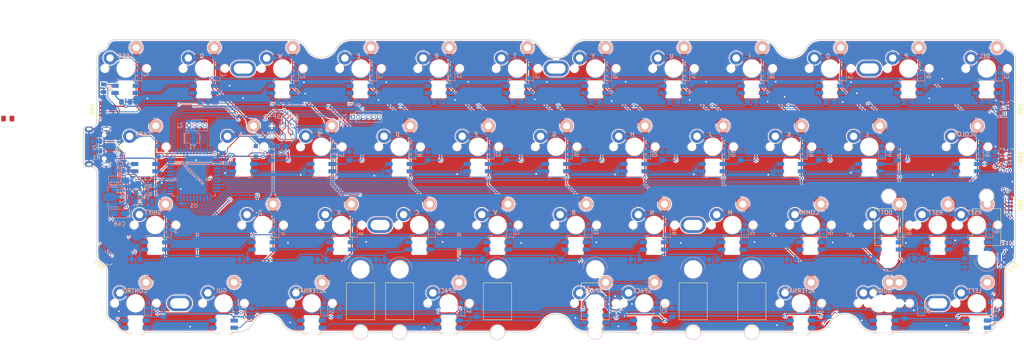
<source format=kicad_pcb>
(kicad_pcb (version 20171130) (host pcbnew "(5.1.4)-1")
  (title_block (title Hnah40RGB) (date 2019-09-09) (rev A) (company HnahKB))
  (layers (0 F.Cu signal) (31 B.Cu signal) (34 B.Paste user) (35 F.Paste user) (36 B.SilkS user) (37 F.SilkS user) (38 B.Mask user) (39 F.Mask user) (44 Edge.Cuts user))
  (net 0 "")
  (net 1 GND)
  (net 2 VCC)
  (net 3 "Net-(C3-Pad1)")
  (net 4 /RGB-layout1)
  (net 5 "Net-(D1-Pad1)")
  (net 6 "Net-(D2-Pad2)")
  (net 7 /row1-layout1)
  (net 8 "Net-(D3-Pad2)")
  (net 9 /row2-layout1)
  (net 10 "Net-(D4-Pad2)")
  (net 11 /row3-layout1)
  (net 12 "Net-(D5-Pad2)")
  (net 13 /row4-layout1)
  (net 14 "Net-(D42-Pad3)")
  (net 15 "Net-(D7-Pad2)")
  (net 16 "Net-(D8-Pad2)")
  (net 17 "Net-(D9-Pad2)")
  (net 18 "Net-(D10-Pad2)")
  (net 19 "Net-(D11-Pad2)")
  (net 20 "Net-(D12-Pad2)")
  (net 21 "Net-(D13-Pad2)")
  (net 22 "Net-(D14-Pad2)")
  (net 23 "Net-(D15-Pad2)")
  (net 24 "Net-(D16-Pad3)")
  (net 25 "Net-(D16-Pad1)")
  (net 26 "Net-(D17-Pad2)")
  (net 27 "Net-(D18-Pad2)")
  (net 28 "Net-(D19-Pad2)")
  (net 29 "Net-(D20-Pad1)")
  (net 30 "Net-(D21-Pad2)")
  (net 31 "Net-(D22-Pad2)")
  (net 32 "Net-(D23-Pad2)")
  (net 33 "Net-(D24-Pad3)")
  (net 34 "Net-(D24-Pad1)")
  (net 35 "Net-(D25-Pad2)")
  (net 36 "Net-(D26-Pad2)")
  (net 37 "Net-(D27-Pad2)")
  (net 38 "Net-(D28-Pad3)")
  (net 39 "Net-(D29-Pad2)")
  (net 40 "Net-(D30-Pad2)")
  (net 41 "Net-(D31-Pad2)")
  (net 42 "Net-(D32-Pad2)")
  (net 43 "Net-(D33-Pad1)")
  (net 44 "Net-(D34-Pad2)")
  (net 45 "Net-(D35-Pad2)")
  (net 46 "Net-(D36-Pad2)")
  (net 47 "Net-(D37-Pad3)")
  (net 48 "Net-(D38-Pad2)")
  (net 49 "Net-(D39-Pad2)")
  (net 50 "Net-(D40-Pad2)")
  (net 51 "Net-(D41-Pad2)")
  (net 52 "Net-(D42-Pad1)")
  (net 53 "Net-(D43-Pad2)")
  (net 54 "Net-(D44-Pad2)")
  (net 55 "Net-(D45-Pad2)")
  (net 56 "Net-(D46-Pad2)")
  (net 57 "Net-(D47-Pad3)")
  (net 58 "Net-(D48-Pad2)")
  (net 59 "Net-(D49-Pad2)")
  (net 60 "Net-(D50-Pad2)")
  (net 61 "Net-(D51-Pad2)")
  (net 62 "Net-(D52-Pad1)")
  (net 63 "Net-(D53-Pad2)")
  (net 64 "Net-(D54-Pad3)")
  (net 65 "Net-(D55-Pad1)")
  (net 66 "Net-(D56-Pad3)")
  (net 67 "Net-(D57-Pad1)")
  (net 68 "Net-(D58-Pad3)")
  (net 69 "Net-(D59-Pad1)")
  (net 70 "Net-(D60-Pad3)")
  (net 71 "Net-(D61-Pad1)")
  (net 72 "Net-(D62-Pad3)")
  (net 73 "Net-(D63-Pad1)")
  (net 74 "Net-(D64-Pad3)")
  (net 75 "Net-(D65-Pad1)")
  (net 76 "Net-(D66-Pad3)")
  (net 77 "Net-(D67-Pad1)")
  (net 78 "Net-(D68-Pad3)")
  (net 79 "Net-(D69-Pad1)")
  (net 80 "Net-(D70-Pad3)")
  (net 81 "Net-(D71-Pad1)")
  (net 82 "Net-(D72-Pad3)")
  (net 83 "Net-(D73-Pad1)")
  (net 84 "Net-(D74-Pad3)")
  (net 85 "Net-(D75-Pad1)")
  (net 86 "Net-(D76-Pad3)")
  (net 87 "Net-(D77-Pad1)")
  (net 88 "Net-(D78-Pad3)")
  (net 89 "Net-(D79-Pad1)")
  (net 90 "Net-(D80-Pad3)")
  (net 91 "Net-(D81-Pad1)")
  (net 92 "Net-(D82-Pad3)")
  (net 93 "Net-(D83-Pad1)")
  (net 94 "Net-(D85-Pad1)")
  (net 95 "Net-(R1-Pad2)")
  (net 96 "Net-(R2-Pad2)")
  (net 97 /Reset)
  (net 98 "Net-(R4-Pad1)")
  (net 99 "Net-(R5-Pad1)")
  (net 100 /Col5-layout1)
  (net 101 /Col1-layout1)
  (net 102 /Col2-layout1)
  (net 103 /Col3-layout1)
  (net 104 /Col4-layout1)
  (net 105 /Col6-layout1)
  (net 106 /Col7-layout1)
  (net 107 /Col8-layout1)
  (net 108 /Col9-layout1)
  (net 109 /Col10-layout1)
  (net 110 /Col11-layout1)
  (net 111 "Net-(U1-Pad17)")
  (net 112 "Net-(U1-Pad16)")
  (net 113 "Net-(J2-Pad2)")
  (net 114 "Net-(J2-Pad3)")
  (net 115 "Net-(SW57-Pad2)")
  (net 116 "Net-(SW8-Pad2)")
  (net 117 /D+)
  (net 118 /D-)
  (net 119 "Net-(D88-Pad1)")
  (net 120 "Net-(D89-Pad1)")
  (net 121 "Net-(D90-Pad1)")
  (net 122 "Net-(D91-Pad1)")
  (net 123 "Net-(D92-Pad1)")
  (net 124 +5V)
  (net 125 /B3)
  (net 126 /B1)
  (net 127 /B2)
  (net 128 /B4)
  (net 129 /D4)
  (net 130 /E6)
  (module Footprint_hnah87:LED_SK6812-3535_Backlight (layer B.Cu) (at 197.643749 43.18 180)
    (fp_text reference D86 (at -2.33172 2.2606) (layer B.SilkS) (effects (font (size 0.5 0.5) (thickness 0.05) italic) (justify left mirror)))
    (fp_text value SK6812MINI)
    (pad "" np_thru_hole oval (at 1.6006 0 90) (size 3.9 0.2) (drill oval 3.9 0.2) (layers *.Cu *.Mask))
    (pad "" np_thru_hole oval (at 1.4006 0 90) (size 3.9 0.2) (drill oval 3.9 0.2) (layers *.Cu *.Mask))
    (pad "" np_thru_hole oval (at 1.2006 0 90) (size 3.9 0.2) (drill oval 3.9 0.2) (layers *.Cu *.Mask))
    (pad "" np_thru_hole oval (at 1.0006 0 90) (size 3.9 0.2) (drill oval 3.9 0.2) (layers *.Cu *.Mask))
    (pad "" np_thru_hole oval (at 0.8006 0 90) (size 3.9 0.2) (drill oval 3.9 0.2) (layers *.Cu *.Mask))
    (pad "" np_thru_hole oval (at 0.6006 0 90) (size 3.9 0.2) (drill oval 3.9 0.2) (layers *.Cu *.Mask))
    (pad "" np_thru_hole oval (at 0.4006 0 90) (size 3.9 0.2) (drill oval 3.9 0.2) (layers *.Cu *.Mask))
    (pad "" np_thru_hole oval (at 0.2006 0 90) (size 3.9 0.2) (drill oval 3.9 0.2) (layers *.Cu *.Mask))
    (pad "" np_thru_hole oval (at 0.0006 0 90) (size 3.9 0.2) (drill oval 3.9 0.2) (layers *.Cu *.Mask))
    (pad "" np_thru_hole oval (at -0.1994 0 90) (size 3.9 0.2) (drill oval 3.9 0.2) (layers *.Cu *.Mask))
    (pad "" np_thru_hole oval (at -0.3994 0 90) (size 3.9 0.2) (drill oval 3.9 0.2) (layers *.Cu *.Mask))
    (pad "" np_thru_hole oval (at -0.5994 0 90) (size 3.9 0.2) (drill oval 3.9 0.2) (layers *.Cu *.Mask))
    (pad "" np_thru_hole oval (at -0.7994 0 90) (size 3.9 0.2) (drill oval 3.9 0.2) (layers *.Cu *.Mask))
    (pad "" np_thru_hole oval (at -0.9994 0 90) (size 3.9 0.2) (drill oval 3.9 0.2) (layers *.Cu *.Mask))
    (pad "" np_thru_hole oval (at -1.1994 0 90) (size 3.9 0.2) (drill oval 3.9 0.2) (layers *.Cu *.Mask))
    (pad "" np_thru_hole oval (at -1.3994 0 90) (size 3.9 0.2) (drill oval 3.9 0.2) (layers *.Cu *.Mask))
    (pad 4 smd rect (at 2.5 -0.875) (size 2 1) (layers B.Cu B.Paste B.Mask) (net 2 VCC))
    (pad 3 smd rect (at 2.5 0.875) (size 2 1) (layers B.Cu B.Paste B.Mask) (net 94 "Net-(D85-Pad1)"))
    (pad 1 smd rect (at -2.5 -0.875) (size 2 1) (layers B.Cu B.Paste B.Mask) (net 92 "Net-(D82-Pad3)"))
    (pad 2 smd rect (at -2.5 0.875) (size 2 1) (layers B.Cu B.Paste B.Mask) (net 1 GND))
    (pad "" np_thru_hole oval (at -1.5994 0 90) (size 3.9 0.2) (drill oval 3.9 0.2) (layers *.Cu *.Mask))
    (pad "" np_thru_hole oval (at 0 -1.85 180) (size 3.35 0.2) (drill oval 3.35 0.2) (layers *.Cu *.Mask))
    (pad "" np_thru_hole oval (at 0 1.85 180) (size 3.35 0.2) (drill oval 3.35 0.2) (layers *.Cu *.Mask))
  )
  (module Footprint_hnah87:LED_SK6812-3535_Backlight (layer B.Cu) (at 185.737499 43.18 180)
    (fp_text reference D85 (at -2.33172 2.2606) (layer B.SilkS) (effects (font (size 0.5 0.5) (thickness 0.05) italic) (justify left mirror)))
    (fp_text value SK6812MINI)
    (pad "" np_thru_hole oval (at 1.6006 0 90) (size 3.9 0.2) (drill oval 3.9 0.2) (layers *.Cu *.Mask))
    (pad "" np_thru_hole oval (at 1.4006 0 90) (size 3.9 0.2) (drill oval 3.9 0.2) (layers *.Cu *.Mask))
    (pad "" np_thru_hole oval (at 1.2006 0 90) (size 3.9 0.2) (drill oval 3.9 0.2) (layers *.Cu *.Mask))
    (pad "" np_thru_hole oval (at 1.0006 0 90) (size 3.9 0.2) (drill oval 3.9 0.2) (layers *.Cu *.Mask))
    (pad "" np_thru_hole oval (at 0.8006 0 90) (size 3.9 0.2) (drill oval 3.9 0.2) (layers *.Cu *.Mask))
    (pad "" np_thru_hole oval (at 0.6006 0 90) (size 3.9 0.2) (drill oval 3.9 0.2) (layers *.Cu *.Mask))
    (pad "" np_thru_hole oval (at 0.4006 0 90) (size 3.9 0.2) (drill oval 3.9 0.2) (layers *.Cu *.Mask))
    (pad "" np_thru_hole oval (at 0.2006 0 90) (size 3.9 0.2) (drill oval 3.9 0.2) (layers *.Cu *.Mask))
    (pad "" np_thru_hole oval (at 0.0006 0 90) (size 3.9 0.2) (drill oval 3.9 0.2) (layers *.Cu *.Mask))
    (pad "" np_thru_hole oval (at -0.1994 0 90) (size 3.9 0.2) (drill oval 3.9 0.2) (layers *.Cu *.Mask))
    (pad "" np_thru_hole oval (at -0.3994 0 90) (size 3.9 0.2) (drill oval 3.9 0.2) (layers *.Cu *.Mask))
    (pad "" np_thru_hole oval (at -0.5994 0 90) (size 3.9 0.2) (drill oval 3.9 0.2) (layers *.Cu *.Mask))
    (pad "" np_thru_hole oval (at -0.7994 0 90) (size 3.9 0.2) (drill oval 3.9 0.2) (layers *.Cu *.Mask))
    (pad "" np_thru_hole oval (at -0.9994 0 90) (size 3.9 0.2) (drill oval 3.9 0.2) (layers *.Cu *.Mask))
    (pad "" np_thru_hole oval (at -1.1994 0 90) (size 3.9 0.2) (drill oval 3.9 0.2) (layers *.Cu *.Mask))
    (pad "" np_thru_hole oval (at -1.3994 0 90) (size 3.9 0.2) (drill oval 3.9 0.2) (layers *.Cu *.Mask))
    (pad 4 smd rect (at 2.5 -0.875) (size 2 1) (layers B.Cu B.Paste B.Mask) (net 2 VCC))
    (pad 3 smd rect (at 2.5 0.875) (size 2 1) (layers B.Cu B.Paste B.Mask) (net 91 "Net-(D81-Pad1)"))
    (pad 1 smd rect (at -2.5 -0.875) (size 2 1) (layers B.Cu B.Paste B.Mask) (net 94 "Net-(D85-Pad1)"))
    (pad 2 smd rect (at -2.5 0.875) (size 2 1) (layers B.Cu B.Paste B.Mask) (net 1 GND))
    (pad "" np_thru_hole oval (at -1.5994 0 90) (size 3.9 0.2) (drill oval 3.9 0.2) (layers *.Cu *.Mask))
    (pad "" np_thru_hole oval (at 0 -1.85 180) (size 3.35 0.2) (drill oval 3.35 0.2) (layers *.Cu *.Mask))
    (pad "" np_thru_hole oval (at 0 1.85 180) (size 3.35 0.2) (drill oval 3.35 0.2) (layers *.Cu *.Mask))
  )
  (module Footprint_hnah87:LED_SK6812-3535_Backlight (layer B.Cu) (at 209.549999 5.08 180)
    (fp_text reference D84 (at -2.33172 2.2606) (layer B.SilkS) (effects (font (size 0.5 0.5) (thickness 0.05) italic) (justify left mirror)))
    (fp_text value SK6812MINI)
    (pad "" np_thru_hole oval (at 1.6006 0 90) (size 3.9 0.2) (drill oval 3.9 0.2) (layers *.Cu *.Mask))
    (pad "" np_thru_hole oval (at 1.4006 0 90) (size 3.9 0.2) (drill oval 3.9 0.2) (layers *.Cu *.Mask))
    (pad "" np_thru_hole oval (at 1.2006 0 90) (size 3.9 0.2) (drill oval 3.9 0.2) (layers *.Cu *.Mask))
    (pad "" np_thru_hole oval (at 1.0006 0 90) (size 3.9 0.2) (drill oval 3.9 0.2) (layers *.Cu *.Mask))
    (pad "" np_thru_hole oval (at 0.8006 0 90) (size 3.9 0.2) (drill oval 3.9 0.2) (layers *.Cu *.Mask))
    (pad "" np_thru_hole oval (at 0.6006 0 90) (size 3.9 0.2) (drill oval 3.9 0.2) (layers *.Cu *.Mask))
    (pad "" np_thru_hole oval (at 0.4006 0 90) (size 3.9 0.2) (drill oval 3.9 0.2) (layers *.Cu *.Mask))
    (pad "" np_thru_hole oval (at 0.2006 0 90) (size 3.9 0.2) (drill oval 3.9 0.2) (layers *.Cu *.Mask))
    (pad "" np_thru_hole oval (at 0.0006 0 90) (size 3.9 0.2) (drill oval 3.9 0.2) (layers *.Cu *.Mask))
    (pad "" np_thru_hole oval (at -0.1994 0 90) (size 3.9 0.2) (drill oval 3.9 0.2) (layers *.Cu *.Mask))
    (pad "" np_thru_hole oval (at -0.3994 0 90) (size 3.9 0.2) (drill oval 3.9 0.2) (layers *.Cu *.Mask))
    (pad "" np_thru_hole oval (at -0.5994 0 90) (size 3.9 0.2) (drill oval 3.9 0.2) (layers *.Cu *.Mask))
    (pad "" np_thru_hole oval (at -0.7994 0 90) (size 3.9 0.2) (drill oval 3.9 0.2) (layers *.Cu *.Mask))
    (pad "" np_thru_hole oval (at -0.9994 0 90) (size 3.9 0.2) (drill oval 3.9 0.2) (layers *.Cu *.Mask))
    (pad "" np_thru_hole oval (at -1.1994 0 90) (size 3.9 0.2) (drill oval 3.9 0.2) (layers *.Cu *.Mask))
    (pad "" np_thru_hole oval (at -1.3994 0 90) (size 3.9 0.2) (drill oval 3.9 0.2) (layers *.Cu *.Mask))
    (pad 4 smd rect (at 2.5 -0.875) (size 2 1) (layers B.Cu B.Paste B.Mask) (net 2 VCC))
    (pad 3 smd rect (at 2.5 0.875) (size 2 1) (layers B.Cu B.Paste B.Mask) (net 93 "Net-(D83-Pad1)"))
    (pad 1 smd rect (at -2.5 -0.875) (size 2 1) (layers B.Cu B.Paste B.Mask) (net 90 "Net-(D80-Pad3)"))
    (pad 2 smd rect (at -2.5 0.875) (size 2 1) (layers B.Cu B.Paste B.Mask) (net 1 GND))
    (pad "" np_thru_hole oval (at -1.5994 0 90) (size 3.9 0.2) (drill oval 3.9 0.2) (layers *.Cu *.Mask))
    (pad "" np_thru_hole oval (at 0 -1.85 180) (size 3.35 0.2) (drill oval 3.35 0.2) (layers *.Cu *.Mask))
    (pad "" np_thru_hole oval (at 0 1.85 180) (size 3.35 0.2) (drill oval 3.35 0.2) (layers *.Cu *.Mask))
  )
  (module Footprint_hnah87:LED_SK6812-3535_Backlight (layer B.Cu) (at 190.499999 5.08 180)
    (fp_text reference D83 (at -2.33172 2.2606) (layer B.SilkS) (effects (font (size 0.5 0.5) (thickness 0.05) italic) (justify left mirror)))
    (fp_text value SK6812MINI)
    (pad "" np_thru_hole oval (at 1.6006 0 90) (size 3.9 0.2) (drill oval 3.9 0.2) (layers *.Cu *.Mask))
    (pad "" np_thru_hole oval (at 1.4006 0 90) (size 3.9 0.2) (drill oval 3.9 0.2) (layers *.Cu *.Mask))
    (pad "" np_thru_hole oval (at 1.2006 0 90) (size 3.9 0.2) (drill oval 3.9 0.2) (layers *.Cu *.Mask))
    (pad "" np_thru_hole oval (at 1.0006 0 90) (size 3.9 0.2) (drill oval 3.9 0.2) (layers *.Cu *.Mask))
    (pad "" np_thru_hole oval (at 0.8006 0 90) (size 3.9 0.2) (drill oval 3.9 0.2) (layers *.Cu *.Mask))
    (pad "" np_thru_hole oval (at 0.6006 0 90) (size 3.9 0.2) (drill oval 3.9 0.2) (layers *.Cu *.Mask))
    (pad "" np_thru_hole oval (at 0.4006 0 90) (size 3.9 0.2) (drill oval 3.9 0.2) (layers *.Cu *.Mask))
    (pad "" np_thru_hole oval (at 0.2006 0 90) (size 3.9 0.2) (drill oval 3.9 0.2) (layers *.Cu *.Mask))
    (pad "" np_thru_hole oval (at 0.0006 0 90) (size 3.9 0.2) (drill oval 3.9 0.2) (layers *.Cu *.Mask))
    (pad "" np_thru_hole oval (at -0.1994 0 90) (size 3.9 0.2) (drill oval 3.9 0.2) (layers *.Cu *.Mask))
    (pad "" np_thru_hole oval (at -0.3994 0 90) (size 3.9 0.2) (drill oval 3.9 0.2) (layers *.Cu *.Mask))
    (pad "" np_thru_hole oval (at -0.5994 0 90) (size 3.9 0.2) (drill oval 3.9 0.2) (layers *.Cu *.Mask))
    (pad "" np_thru_hole oval (at -0.7994 0 90) (size 3.9 0.2) (drill oval 3.9 0.2) (layers *.Cu *.Mask))
    (pad "" np_thru_hole oval (at -0.9994 0 90) (size 3.9 0.2) (drill oval 3.9 0.2) (layers *.Cu *.Mask))
    (pad "" np_thru_hole oval (at -1.1994 0 90) (size 3.9 0.2) (drill oval 3.9 0.2) (layers *.Cu *.Mask))
    (pad "" np_thru_hole oval (at -1.3994 0 90) (size 3.9 0.2) (drill oval 3.9 0.2) (layers *.Cu *.Mask))
    (pad 4 smd rect (at 2.5 -0.875) (size 2 1) (layers B.Cu B.Paste B.Mask) (net 2 VCC))
    (pad 3 smd rect (at 2.5 0.875) (size 2 1) (layers B.Cu B.Paste B.Mask) (net 89 "Net-(D79-Pad1)"))
    (pad 1 smd rect (at -2.5 -0.875) (size 2 1) (layers B.Cu B.Paste B.Mask) (net 93 "Net-(D83-Pad1)"))
    (pad 2 smd rect (at -2.5 0.875) (size 2 1) (layers B.Cu B.Paste B.Mask) (net 1 GND))
    (pad "" np_thru_hole oval (at -1.5994 0 90) (size 3.9 0.2) (drill oval 3.9 0.2) (layers *.Cu *.Mask))
    (pad "" np_thru_hole oval (at 0 -1.85 180) (size 3.35 0.2) (drill oval 3.35 0.2) (layers *.Cu *.Mask))
    (pad "" np_thru_hole oval (at 0 1.85 180) (size 3.35 0.2) (drill oval 3.35 0.2) (layers *.Cu *.Mask))
  )
  (module Footprint_hnah87:LED_SK6812-3535_Backlight (layer B.Cu) (at 207.168749 43.18 180)
    (fp_text reference D82 (at -2.33172 2.2606) (layer B.SilkS) (effects (font (size 0.5 0.5) (thickness 0.05) italic) (justify left mirror)))
    (fp_text value SK6812MINI)
    (pad "" np_thru_hole oval (at 1.6006 0 90) (size 3.9 0.2) (drill oval 3.9 0.2) (layers *.Cu *.Mask))
    (pad "" np_thru_hole oval (at 1.4006 0 90) (size 3.9 0.2) (drill oval 3.9 0.2) (layers *.Cu *.Mask))
    (pad "" np_thru_hole oval (at 1.2006 0 90) (size 3.9 0.2) (drill oval 3.9 0.2) (layers *.Cu *.Mask))
    (pad "" np_thru_hole oval (at 1.0006 0 90) (size 3.9 0.2) (drill oval 3.9 0.2) (layers *.Cu *.Mask))
    (pad "" np_thru_hole oval (at 0.8006 0 90) (size 3.9 0.2) (drill oval 3.9 0.2) (layers *.Cu *.Mask))
    (pad "" np_thru_hole oval (at 0.6006 0 90) (size 3.9 0.2) (drill oval 3.9 0.2) (layers *.Cu *.Mask))
    (pad "" np_thru_hole oval (at 0.4006 0 90) (size 3.9 0.2) (drill oval 3.9 0.2) (layers *.Cu *.Mask))
    (pad "" np_thru_hole oval (at 0.2006 0 90) (size 3.9 0.2) (drill oval 3.9 0.2) (layers *.Cu *.Mask))
    (pad "" np_thru_hole oval (at 0.0006 0 90) (size 3.9 0.2) (drill oval 3.9 0.2) (layers *.Cu *.Mask))
    (pad "" np_thru_hole oval (at -0.1994 0 90) (size 3.9 0.2) (drill oval 3.9 0.2) (layers *.Cu *.Mask))
    (pad "" np_thru_hole oval (at -0.3994 0 90) (size 3.9 0.2) (drill oval 3.9 0.2) (layers *.Cu *.Mask))
    (pad "" np_thru_hole oval (at -0.5994 0 90) (size 3.9 0.2) (drill oval 3.9 0.2) (layers *.Cu *.Mask))
    (pad "" np_thru_hole oval (at -0.7994 0 90) (size 3.9 0.2) (drill oval 3.9 0.2) (layers *.Cu *.Mask))
    (pad "" np_thru_hole oval (at -0.9994 0 90) (size 3.9 0.2) (drill oval 3.9 0.2) (layers *.Cu *.Mask))
    (pad "" np_thru_hole oval (at -1.1994 0 90) (size 3.9 0.2) (drill oval 3.9 0.2) (layers *.Cu *.Mask))
    (pad "" np_thru_hole oval (at -1.3994 0 90) (size 3.9 0.2) (drill oval 3.9 0.2) (layers *.Cu *.Mask))
    (pad 4 smd rect (at 2.5 -0.875) (size 2 1) (layers B.Cu B.Paste B.Mask) (net 2 VCC))
    (pad 3 smd rect (at 2.5 0.875) (size 2 1) (layers B.Cu B.Paste B.Mask) (net 92 "Net-(D82-Pad3)"))
    (pad 1 smd rect (at -2.5 -0.875) (size 2 1) (layers B.Cu B.Paste B.Mask) (net 88 "Net-(D78-Pad3)"))
    (pad 2 smd rect (at -2.5 0.875) (size 2 1) (layers B.Cu B.Paste B.Mask) (net 1 GND))
    (pad "" np_thru_hole oval (at -1.5994 0 90) (size 3.9 0.2) (drill oval 3.9 0.2) (layers *.Cu *.Mask))
    (pad "" np_thru_hole oval (at 0 -1.85 180) (size 3.35 0.2) (drill oval 3.35 0.2) (layers *.Cu *.Mask))
    (pad "" np_thru_hole oval (at 0 1.85 180) (size 3.35 0.2) (drill oval 3.35 0.2) (layers *.Cu *.Mask))
  )
  (module Footprint_hnah87:LED_SK6812-3535_Backlight (layer B.Cu) (at 166.687499 43.18 180)
    (fp_text reference D81 (at -2.33172 2.2606) (layer B.SilkS) (effects (font (size 0.5 0.5) (thickness 0.05) italic) (justify left mirror)))
    (fp_text value SK6812MINI)
    (pad "" np_thru_hole oval (at 1.6006 0 90) (size 3.9 0.2) (drill oval 3.9 0.2) (layers *.Cu *.Mask))
    (pad "" np_thru_hole oval (at 1.4006 0 90) (size 3.9 0.2) (drill oval 3.9 0.2) (layers *.Cu *.Mask))
    (pad "" np_thru_hole oval (at 1.2006 0 90) (size 3.9 0.2) (drill oval 3.9 0.2) (layers *.Cu *.Mask))
    (pad "" np_thru_hole oval (at 1.0006 0 90) (size 3.9 0.2) (drill oval 3.9 0.2) (layers *.Cu *.Mask))
    (pad "" np_thru_hole oval (at 0.8006 0 90) (size 3.9 0.2) (drill oval 3.9 0.2) (layers *.Cu *.Mask))
    (pad "" np_thru_hole oval (at 0.6006 0 90) (size 3.9 0.2) (drill oval 3.9 0.2) (layers *.Cu *.Mask))
    (pad "" np_thru_hole oval (at 0.4006 0 90) (size 3.9 0.2) (drill oval 3.9 0.2) (layers *.Cu *.Mask))
    (pad "" np_thru_hole oval (at 0.2006 0 90) (size 3.9 0.2) (drill oval 3.9 0.2) (layers *.Cu *.Mask))
    (pad "" np_thru_hole oval (at 0.0006 0 90) (size 3.9 0.2) (drill oval 3.9 0.2) (layers *.Cu *.Mask))
    (pad "" np_thru_hole oval (at -0.1994 0 90) (size 3.9 0.2) (drill oval 3.9 0.2) (layers *.Cu *.Mask))
    (pad "" np_thru_hole oval (at -0.3994 0 90) (size 3.9 0.2) (drill oval 3.9 0.2) (layers *.Cu *.Mask))
    (pad "" np_thru_hole oval (at -0.5994 0 90) (size 3.9 0.2) (drill oval 3.9 0.2) (layers *.Cu *.Mask))
    (pad "" np_thru_hole oval (at -0.7994 0 90) (size 3.9 0.2) (drill oval 3.9 0.2) (layers *.Cu *.Mask))
    (pad "" np_thru_hole oval (at -0.9994 0 90) (size 3.9 0.2) (drill oval 3.9 0.2) (layers *.Cu *.Mask))
    (pad "" np_thru_hole oval (at -1.1994 0 90) (size 3.9 0.2) (drill oval 3.9 0.2) (layers *.Cu *.Mask))
    (pad "" np_thru_hole oval (at -1.3994 0 90) (size 3.9 0.2) (drill oval 3.9 0.2) (layers *.Cu *.Mask))
    (pad 4 smd rect (at 2.5 -0.875) (size 2 1) (layers B.Cu B.Paste B.Mask) (net 2 VCC))
    (pad 3 smd rect (at 2.5 0.875) (size 2 1) (layers B.Cu B.Paste B.Mask) (net 87 "Net-(D77-Pad1)"))
    (pad 1 smd rect (at -2.5 -0.875) (size 2 1) (layers B.Cu B.Paste B.Mask) (net 91 "Net-(D81-Pad1)"))
    (pad 2 smd rect (at -2.5 0.875) (size 2 1) (layers B.Cu B.Paste B.Mask) (net 1 GND))
    (pad "" np_thru_hole oval (at -1.5994 0 90) (size 3.9 0.2) (drill oval 3.9 0.2) (layers *.Cu *.Mask))
    (pad "" np_thru_hole oval (at 0 -1.85 180) (size 3.35 0.2) (drill oval 3.35 0.2) (layers *.Cu *.Mask))
    (pad "" np_thru_hole oval (at 0 1.85 180) (size 3.35 0.2) (drill oval 3.35 0.2) (layers *.Cu *.Mask))
  )
  (module Footprint_hnah87:LED_SK6812-3535_Backlight (layer B.Cu) (at 204.787499 24.13)
    (fp_text reference D80 (at -2.33172 2.2606) (layer B.SilkS) (effects (font (size 0.5 0.5) (thickness 0.05) italic) (justify right mirror)))
    (fp_text value SK6812MINI)
    (pad "" np_thru_hole oval (at 1.6006 0 270) (size 3.9 0.2) (drill oval 3.9 0.2) (layers *.Cu *.Mask))
    (pad "" np_thru_hole oval (at 1.4006 0 270) (size 3.9 0.2) (drill oval 3.9 0.2) (layers *.Cu *.Mask))
    (pad "" np_thru_hole oval (at 1.2006 0 270) (size 3.9 0.2) (drill oval 3.9 0.2) (layers *.Cu *.Mask))
    (pad "" np_thru_hole oval (at 1.0006 0 270) (size 3.9 0.2) (drill oval 3.9 0.2) (layers *.Cu *.Mask))
    (pad "" np_thru_hole oval (at 0.8006 0 270) (size 3.9 0.2) (drill oval 3.9 0.2) (layers *.Cu *.Mask))
    (pad "" np_thru_hole oval (at 0.6006 0 270) (size 3.9 0.2) (drill oval 3.9 0.2) (layers *.Cu *.Mask))
    (pad "" np_thru_hole oval (at 0.4006 0 270) (size 3.9 0.2) (drill oval 3.9 0.2) (layers *.Cu *.Mask))
    (pad "" np_thru_hole oval (at 0.2006 0 270) (size 3.9 0.2) (drill oval 3.9 0.2) (layers *.Cu *.Mask))
    (pad "" np_thru_hole oval (at 0.0006 0 270) (size 3.9 0.2) (drill oval 3.9 0.2) (layers *.Cu *.Mask))
    (pad "" np_thru_hole oval (at -0.1994 0 270) (size 3.9 0.2) (drill oval 3.9 0.2) (layers *.Cu *.Mask))
    (pad "" np_thru_hole oval (at -0.3994 0 270) (size 3.9 0.2) (drill oval 3.9 0.2) (layers *.Cu *.Mask))
    (pad "" np_thru_hole oval (at -0.5994 0 270) (size 3.9 0.2) (drill oval 3.9 0.2) (layers *.Cu *.Mask))
    (pad "" np_thru_hole oval (at -0.7994 0 270) (size 3.9 0.2) (drill oval 3.9 0.2) (layers *.Cu *.Mask))
    (pad "" np_thru_hole oval (at -0.9994 0 270) (size 3.9 0.2) (drill oval 3.9 0.2) (layers *.Cu *.Mask))
    (pad "" np_thru_hole oval (at -1.1994 0 270) (size 3.9 0.2) (drill oval 3.9 0.2) (layers *.Cu *.Mask))
    (pad "" np_thru_hole oval (at -1.3994 0 270) (size 3.9 0.2) (drill oval 3.9 0.2) (layers *.Cu *.Mask))
    (pad 4 smd rect (at 2.5 -0.875 180) (size 2 1) (layers B.Cu B.Paste B.Mask) (net 2 VCC))
    (pad 3 smd rect (at 2.5 0.875 180) (size 2 1) (layers B.Cu B.Paste B.Mask) (net 90 "Net-(D80-Pad3)"))
    (pad 1 smd rect (at -2.5 -0.875 180) (size 2 1) (layers B.Cu B.Paste B.Mask) (net 86 "Net-(D76-Pad3)"))
    (pad 2 smd rect (at -2.5 0.875 180) (size 2 1) (layers B.Cu B.Paste B.Mask) (net 1 GND))
    (pad "" np_thru_hole oval (at -1.5994 0 270) (size 3.9 0.2) (drill oval 3.9 0.2) (layers *.Cu *.Mask))
    (pad "" np_thru_hole oval (at 0 -1.85) (size 3.35 0.2) (drill oval 3.35 0.2) (layers *.Cu *.Mask))
    (pad "" np_thru_hole oval (at 0 1.85) (size 3.35 0.2) (drill oval 3.35 0.2) (layers *.Cu *.Mask))
  )
  (module Footprint_hnah87:LED_SK6812-3535_Backlight (layer B.Cu) (at 171.449999 5.08 180)
    (fp_text reference D79 (at -2.33172 2.2606) (layer B.SilkS) (effects (font (size 0.5 0.5) (thickness 0.05) italic) (justify left mirror)))
    (fp_text value SK6812MINI)
    (pad "" np_thru_hole oval (at 1.6006 0 90) (size 3.9 0.2) (drill oval 3.9 0.2) (layers *.Cu *.Mask))
    (pad "" np_thru_hole oval (at 1.4006 0 90) (size 3.9 0.2) (drill oval 3.9 0.2) (layers *.Cu *.Mask))
    (pad "" np_thru_hole oval (at 1.2006 0 90) (size 3.9 0.2) (drill oval 3.9 0.2) (layers *.Cu *.Mask))
    (pad "" np_thru_hole oval (at 1.0006 0 90) (size 3.9 0.2) (drill oval 3.9 0.2) (layers *.Cu *.Mask))
    (pad "" np_thru_hole oval (at 0.8006 0 90) (size 3.9 0.2) (drill oval 3.9 0.2) (layers *.Cu *.Mask))
    (pad "" np_thru_hole oval (at 0.6006 0 90) (size 3.9 0.2) (drill oval 3.9 0.2) (layers *.Cu *.Mask))
    (pad "" np_thru_hole oval (at 0.4006 0 90) (size 3.9 0.2) (drill oval 3.9 0.2) (layers *.Cu *.Mask))
    (pad "" np_thru_hole oval (at 0.2006 0 90) (size 3.9 0.2) (drill oval 3.9 0.2) (layers *.Cu *.Mask))
    (pad "" np_thru_hole oval (at 0.0006 0 90) (size 3.9 0.2) (drill oval 3.9 0.2) (layers *.Cu *.Mask))
    (pad "" np_thru_hole oval (at -0.1994 0 90) (size 3.9 0.2) (drill oval 3.9 0.2) (layers *.Cu *.Mask))
    (pad "" np_thru_hole oval (at -0.3994 0 90) (size 3.9 0.2) (drill oval 3.9 0.2) (layers *.Cu *.Mask))
    (pad "" np_thru_hole oval (at -0.5994 0 90) (size 3.9 0.2) (drill oval 3.9 0.2) (layers *.Cu *.Mask))
    (pad "" np_thru_hole oval (at -0.7994 0 90) (size 3.9 0.2) (drill oval 3.9 0.2) (layers *.Cu *.Mask))
    (pad "" np_thru_hole oval (at -0.9994 0 90) (size 3.9 0.2) (drill oval 3.9 0.2) (layers *.Cu *.Mask))
    (pad "" np_thru_hole oval (at -1.1994 0 90) (size 3.9 0.2) (drill oval 3.9 0.2) (layers *.Cu *.Mask))
    (pad "" np_thru_hole oval (at -1.3994 0 90) (size 3.9 0.2) (drill oval 3.9 0.2) (layers *.Cu *.Mask))
    (pad 4 smd rect (at 2.5 -0.875) (size 2 1) (layers B.Cu B.Paste B.Mask) (net 2 VCC))
    (pad 3 smd rect (at 2.5 0.875) (size 2 1) (layers B.Cu B.Paste B.Mask) (net 85 "Net-(D75-Pad1)"))
    (pad 1 smd rect (at -2.5 -0.875) (size 2 1) (layers B.Cu B.Paste B.Mask) (net 89 "Net-(D79-Pad1)"))
    (pad 2 smd rect (at -2.5 0.875) (size 2 1) (layers B.Cu B.Paste B.Mask) (net 1 GND))
    (pad "" np_thru_hole oval (at -1.5994 0 90) (size 3.9 0.2) (drill oval 3.9 0.2) (layers *.Cu *.Mask))
    (pad "" np_thru_hole oval (at 0 -1.85 180) (size 3.35 0.2) (drill oval 3.35 0.2) (layers *.Cu *.Mask))
    (pad "" np_thru_hole oval (at 0 1.85 180) (size 3.35 0.2) (drill oval 3.35 0.2) (layers *.Cu *.Mask))
  )
  (module Footprint_hnah87:LED_SK6812-3535_Backlight (layer B.Cu) (at 207.168749 62.23)
    (fp_text reference D78 (at -2.33172 2.2606) (layer B.SilkS) (effects (font (size 0.5 0.5) (thickness 0.05) italic) (justify right mirror)))
    (fp_text value SK6812MINI)
    (pad "" np_thru_hole oval (at 1.6006 0 270) (size 3.9 0.2) (drill oval 3.9 0.2) (layers *.Cu *.Mask))
    (pad "" np_thru_hole oval (at 1.4006 0 270) (size 3.9 0.2) (drill oval 3.9 0.2) (layers *.Cu *.Mask))
    (pad "" np_thru_hole oval (at 1.2006 0 270) (size 3.9 0.2) (drill oval 3.9 0.2) (layers *.Cu *.Mask))
    (pad "" np_thru_hole oval (at 1.0006 0 270) (size 3.9 0.2) (drill oval 3.9 0.2) (layers *.Cu *.Mask))
    (pad "" np_thru_hole oval (at 0.8006 0 270) (size 3.9 0.2) (drill oval 3.9 0.2) (layers *.Cu *.Mask))
    (pad "" np_thru_hole oval (at 0.6006 0 270) (size 3.9 0.2) (drill oval 3.9 0.2) (layers *.Cu *.Mask))
    (pad "" np_thru_hole oval (at 0.4006 0 270) (size 3.9 0.2) (drill oval 3.9 0.2) (layers *.Cu *.Mask))
    (pad "" np_thru_hole oval (at 0.2006 0 270) (size 3.9 0.2) (drill oval 3.9 0.2) (layers *.Cu *.Mask))
    (pad "" np_thru_hole oval (at 0.0006 0 270) (size 3.9 0.2) (drill oval 3.9 0.2) (layers *.Cu *.Mask))
    (pad "" np_thru_hole oval (at -0.1994 0 270) (size 3.9 0.2) (drill oval 3.9 0.2) (layers *.Cu *.Mask))
    (pad "" np_thru_hole oval (at -0.3994 0 270) (size 3.9 0.2) (drill oval 3.9 0.2) (layers *.Cu *.Mask))
    (pad "" np_thru_hole oval (at -0.5994 0 270) (size 3.9 0.2) (drill oval 3.9 0.2) (layers *.Cu *.Mask))
    (pad "" np_thru_hole oval (at -0.7994 0 270) (size 3.9 0.2) (drill oval 3.9 0.2) (layers *.Cu *.Mask))
    (pad "" np_thru_hole oval (at -0.9994 0 270) (size 3.9 0.2) (drill oval 3.9 0.2) (layers *.Cu *.Mask))
    (pad "" np_thru_hole oval (at -1.1994 0 270) (size 3.9 0.2) (drill oval 3.9 0.2) (layers *.Cu *.Mask))
    (pad "" np_thru_hole oval (at -1.3994 0 270) (size 3.9 0.2) (drill oval 3.9 0.2) (layers *.Cu *.Mask))
    (pad 4 smd rect (at 2.5 -0.875 180) (size 2 1) (layers B.Cu B.Paste B.Mask) (net 2 VCC))
    (pad 3 smd rect (at 2.5 0.875 180) (size 2 1) (layers B.Cu B.Paste B.Mask) (net 88 "Net-(D78-Pad3)"))
    (pad 1 smd rect (at -2.5 -0.875 180) (size 2 1) (layers B.Cu B.Paste B.Mask) (net 84 "Net-(D74-Pad3)"))
    (pad 2 smd rect (at -2.5 0.875 180) (size 2 1) (layers B.Cu B.Paste B.Mask) (net 1 GND))
    (pad "" np_thru_hole oval (at -1.5994 0 270) (size 3.9 0.2) (drill oval 3.9 0.2) (layers *.Cu *.Mask))
    (pad "" np_thru_hole oval (at 0 -1.85) (size 3.35 0.2) (drill oval 3.35 0.2) (layers *.Cu *.Mask))
    (pad "" np_thru_hole oval (at 0 1.85) (size 3.35 0.2) (drill oval 3.35 0.2) (layers *.Cu *.Mask))
  )
  (module Footprint_hnah87:LED_SK6812-3535_Backlight (layer B.Cu) (at 147.637499 43.18 180)
    (fp_text reference D77 (at -2.33172 2.2606) (layer B.SilkS) (effects (font (size 0.5 0.5) (thickness 0.05) italic) (justify left mirror)))
    (fp_text value SK6812MINI)
    (pad "" np_thru_hole oval (at 1.6006 0 90) (size 3.9 0.2) (drill oval 3.9 0.2) (layers *.Cu *.Mask))
    (pad "" np_thru_hole oval (at 1.4006 0 90) (size 3.9 0.2) (drill oval 3.9 0.2) (layers *.Cu *.Mask))
    (pad "" np_thru_hole oval (at 1.2006 0 90) (size 3.9 0.2) (drill oval 3.9 0.2) (layers *.Cu *.Mask))
    (pad "" np_thru_hole oval (at 1.0006 0 90) (size 3.9 0.2) (drill oval 3.9 0.2) (layers *.Cu *.Mask))
    (pad "" np_thru_hole oval (at 0.8006 0 90) (size 3.9 0.2) (drill oval 3.9 0.2) (layers *.Cu *.Mask))
    (pad "" np_thru_hole oval (at 0.6006 0 90) (size 3.9 0.2) (drill oval 3.9 0.2) (layers *.Cu *.Mask))
    (pad "" np_thru_hole oval (at 0.4006 0 90) (size 3.9 0.2) (drill oval 3.9 0.2) (layers *.Cu *.Mask))
    (pad "" np_thru_hole oval (at 0.2006 0 90) (size 3.9 0.2) (drill oval 3.9 0.2) (layers *.Cu *.Mask))
    (pad "" np_thru_hole oval (at 0.0006 0 90) (size 3.9 0.2) (drill oval 3.9 0.2) (layers *.Cu *.Mask))
    (pad "" np_thru_hole oval (at -0.1994 0 90) (size 3.9 0.2) (drill oval 3.9 0.2) (layers *.Cu *.Mask))
    (pad "" np_thru_hole oval (at -0.3994 0 90) (size 3.9 0.2) (drill oval 3.9 0.2) (layers *.Cu *.Mask))
    (pad "" np_thru_hole oval (at -0.5994 0 90) (size 3.9 0.2) (drill oval 3.9 0.2) (layers *.Cu *.Mask))
    (pad "" np_thru_hole oval (at -0.7994 0 90) (size 3.9 0.2) (drill oval 3.9 0.2) (layers *.Cu *.Mask))
    (pad "" np_thru_hole oval (at -0.9994 0 90) (size 3.9 0.2) (drill oval 3.9 0.2) (layers *.Cu *.Mask))
    (pad "" np_thru_hole oval (at -1.1994 0 90) (size 3.9 0.2) (drill oval 3.9 0.2) (layers *.Cu *.Mask))
    (pad "" np_thru_hole oval (at -1.3994 0 90) (size 3.9 0.2) (drill oval 3.9 0.2) (layers *.Cu *.Mask))
    (pad 4 smd rect (at 2.5 -0.875) (size 2 1) (layers B.Cu B.Paste B.Mask) (net 2 VCC))
    (pad 3 smd rect (at 2.5 0.875) (size 2 1) (layers B.Cu B.Paste B.Mask) (net 83 "Net-(D73-Pad1)"))
    (pad 1 smd rect (at -2.5 -0.875) (size 2 1) (layers B.Cu B.Paste B.Mask) (net 87 "Net-(D77-Pad1)"))
    (pad 2 smd rect (at -2.5 0.875) (size 2 1) (layers B.Cu B.Paste B.Mask) (net 1 GND))
    (pad "" np_thru_hole oval (at -1.5994 0 90) (size 3.9 0.2) (drill oval 3.9 0.2) (layers *.Cu *.Mask))
    (pad "" np_thru_hole oval (at 0 -1.85 180) (size 3.35 0.2) (drill oval 3.35 0.2) (layers *.Cu *.Mask))
    (pad "" np_thru_hole oval (at 0 1.85 180) (size 3.35 0.2) (drill oval 3.35 0.2) (layers *.Cu *.Mask))
  )
  (module Footprint_hnah87:LED_SK6812-3535_Backlight (layer B.Cu) (at 180.974999 24.13)
    (fp_text reference D76 (at -2.33172 2.2606) (layer B.SilkS) (effects (font (size 0.5 0.5) (thickness 0.05) italic) (justify right mirror)))
    (fp_text value SK6812MINI)
    (pad "" np_thru_hole oval (at 1.6006 0 270) (size 3.9 0.2) (drill oval 3.9 0.2) (layers *.Cu *.Mask))
    (pad "" np_thru_hole oval (at 1.4006 0 270) (size 3.9 0.2) (drill oval 3.9 0.2) (layers *.Cu *.Mask))
    (pad "" np_thru_hole oval (at 1.2006 0 270) (size 3.9 0.2) (drill oval 3.9 0.2) (layers *.Cu *.Mask))
    (pad "" np_thru_hole oval (at 1.0006 0 270) (size 3.9 0.2) (drill oval 3.9 0.2) (layers *.Cu *.Mask))
    (pad "" np_thru_hole oval (at 0.8006 0 270) (size 3.9 0.2) (drill oval 3.9 0.2) (layers *.Cu *.Mask))
    (pad "" np_thru_hole oval (at 0.6006 0 270) (size 3.9 0.2) (drill oval 3.9 0.2) (layers *.Cu *.Mask))
    (pad "" np_thru_hole oval (at 0.4006 0 270) (size 3.9 0.2) (drill oval 3.9 0.2) (layers *.Cu *.Mask))
    (pad "" np_thru_hole oval (at 0.2006 0 270) (size 3.9 0.2) (drill oval 3.9 0.2) (layers *.Cu *.Mask))
    (pad "" np_thru_hole oval (at 0.0006 0 270) (size 3.9 0.2) (drill oval 3.9 0.2) (layers *.Cu *.Mask))
    (pad "" np_thru_hole oval (at -0.1994 0 270) (size 3.9 0.2) (drill oval 3.9 0.2) (layers *.Cu *.Mask))
    (pad "" np_thru_hole oval (at -0.3994 0 270) (size 3.9 0.2) (drill oval 3.9 0.2) (layers *.Cu *.Mask))
    (pad "" np_thru_hole oval (at -0.5994 0 270) (size 3.9 0.2) (drill oval 3.9 0.2) (layers *.Cu *.Mask))
    (pad "" np_thru_hole oval (at -0.7994 0 270) (size 3.9 0.2) (drill oval 3.9 0.2) (layers *.Cu *.Mask))
    (pad "" np_thru_hole oval (at -0.9994 0 270) (size 3.9 0.2) (drill oval 3.9 0.2) (layers *.Cu *.Mask))
    (pad "" np_thru_hole oval (at -1.1994 0 270) (size 3.9 0.2) (drill oval 3.9 0.2) (layers *.Cu *.Mask))
    (pad "" np_thru_hole oval (at -1.3994 0 270) (size 3.9 0.2) (drill oval 3.9 0.2) (layers *.Cu *.Mask))
    (pad 4 smd rect (at 2.5 -0.875 180) (size 2 1) (layers B.Cu B.Paste B.Mask) (net 2 VCC))
    (pad 3 smd rect (at 2.5 0.875 180) (size 2 1) (layers B.Cu B.Paste B.Mask) (net 86 "Net-(D76-Pad3)"))
    (pad 1 smd rect (at -2.5 -0.875 180) (size 2 1) (layers B.Cu B.Paste B.Mask) (net 82 "Net-(D72-Pad3)"))
    (pad 2 smd rect (at -2.5 0.875 180) (size 2 1) (layers B.Cu B.Paste B.Mask) (net 1 GND))
    (pad "" np_thru_hole oval (at -1.5994 0 270) (size 3.9 0.2) (drill oval 3.9 0.2) (layers *.Cu *.Mask))
    (pad "" np_thru_hole oval (at 0 -1.85) (size 3.35 0.2) (drill oval 3.35 0.2) (layers *.Cu *.Mask))
    (pad "" np_thru_hole oval (at 0 1.85) (size 3.35 0.2) (drill oval 3.35 0.2) (layers *.Cu *.Mask))
  )
  (module Footprint_hnah87:LED_SK6812-3535_Backlight (layer B.Cu) (at 152.399999 5.08 180)
    (fp_text reference D75 (at -2.33172 2.2606) (layer B.SilkS) (effects (font (size 0.5 0.5) (thickness 0.05) italic) (justify left mirror)))
    (fp_text value SK6812MINI)
    (pad "" np_thru_hole oval (at 1.6006 0 90) (size 3.9 0.2) (drill oval 3.9 0.2) (layers *.Cu *.Mask))
    (pad "" np_thru_hole oval (at 1.4006 0 90) (size 3.9 0.2) (drill oval 3.9 0.2) (layers *.Cu *.Mask))
    (pad "" np_thru_hole oval (at 1.2006 0 90) (size 3.9 0.2) (drill oval 3.9 0.2) (layers *.Cu *.Mask))
    (pad "" np_thru_hole oval (at 1.0006 0 90) (size 3.9 0.2) (drill oval 3.9 0.2) (layers *.Cu *.Mask))
    (pad "" np_thru_hole oval (at 0.8006 0 90) (size 3.9 0.2) (drill oval 3.9 0.2) (layers *.Cu *.Mask))
    (pad "" np_thru_hole oval (at 0.6006 0 90) (size 3.9 0.2) (drill oval 3.9 0.2) (layers *.Cu *.Mask))
    (pad "" np_thru_hole oval (at 0.4006 0 90) (size 3.9 0.2) (drill oval 3.9 0.2) (layers *.Cu *.Mask))
    (pad "" np_thru_hole oval (at 0.2006 0 90) (size 3.9 0.2) (drill oval 3.9 0.2) (layers *.Cu *.Mask))
    (pad "" np_thru_hole oval (at 0.0006 0 90) (size 3.9 0.2) (drill oval 3.9 0.2) (layers *.Cu *.Mask))
    (pad "" np_thru_hole oval (at -0.1994 0 90) (size 3.9 0.2) (drill oval 3.9 0.2) (layers *.Cu *.Mask))
    (pad "" np_thru_hole oval (at -0.3994 0 90) (size 3.9 0.2) (drill oval 3.9 0.2) (layers *.Cu *.Mask))
    (pad "" np_thru_hole oval (at -0.5994 0 90) (size 3.9 0.2) (drill oval 3.9 0.2) (layers *.Cu *.Mask))
    (pad "" np_thru_hole oval (at -0.7994 0 90) (size 3.9 0.2) (drill oval 3.9 0.2) (layers *.Cu *.Mask))
    (pad "" np_thru_hole oval (at -0.9994 0 90) (size 3.9 0.2) (drill oval 3.9 0.2) (layers *.Cu *.Mask))
    (pad "" np_thru_hole oval (at -1.1994 0 90) (size 3.9 0.2) (drill oval 3.9 0.2) (layers *.Cu *.Mask))
    (pad "" np_thru_hole oval (at -1.3994 0 90) (size 3.9 0.2) (drill oval 3.9 0.2) (layers *.Cu *.Mask))
    (pad 4 smd rect (at 2.5 -0.875) (size 2 1) (layers B.Cu B.Paste B.Mask) (net 2 VCC))
    (pad 3 smd rect (at 2.5 0.875) (size 2 1) (layers B.Cu B.Paste B.Mask) (net 81 "Net-(D71-Pad1)"))
    (pad 1 smd rect (at -2.5 -0.875) (size 2 1) (layers B.Cu B.Paste B.Mask) (net 85 "Net-(D75-Pad1)"))
    (pad 2 smd rect (at -2.5 0.875) (size 2 1) (layers B.Cu B.Paste B.Mask) (net 1 GND))
    (pad "" np_thru_hole oval (at -1.5994 0 90) (size 3.9 0.2) (drill oval 3.9 0.2) (layers *.Cu *.Mask))
    (pad "" np_thru_hole oval (at 0 -1.85 180) (size 3.35 0.2) (drill oval 3.35 0.2) (layers *.Cu *.Mask))
    (pad "" np_thru_hole oval (at 0 1.85 180) (size 3.35 0.2) (drill oval 3.35 0.2) (layers *.Cu *.Mask))
  )
  (module Footprint_hnah87:LED_SK6812-3535_Backlight (layer B.Cu) (at 184.6 62.23)
    (fp_text reference D74 (at -2.33172 2.2606) (layer B.SilkS) (effects (font (size 0.5 0.5) (thickness 0.05) italic) (justify right mirror)))
    (fp_text value SK6812MINI)
    (pad "" np_thru_hole oval (at 1.6006 0 270) (size 3.9 0.2) (drill oval 3.9 0.2) (layers *.Cu *.Mask))
    (pad "" np_thru_hole oval (at 1.4006 0 270) (size 3.9 0.2) (drill oval 3.9 0.2) (layers *.Cu *.Mask))
    (pad "" np_thru_hole oval (at 1.2006 0 270) (size 3.9 0.2) (drill oval 3.9 0.2) (layers *.Cu *.Mask))
    (pad "" np_thru_hole oval (at 1.0006 0 270) (size 3.9 0.2) (drill oval 3.9 0.2) (layers *.Cu *.Mask))
    (pad "" np_thru_hole oval (at 0.8006 0 270) (size 3.9 0.2) (drill oval 3.9 0.2) (layers *.Cu *.Mask))
    (pad "" np_thru_hole oval (at 0.6006 0 270) (size 3.9 0.2) (drill oval 3.9 0.2) (layers *.Cu *.Mask))
    (pad "" np_thru_hole oval (at 0.4006 0 270) (size 3.9 0.2) (drill oval 3.9 0.2) (layers *.Cu *.Mask))
    (pad "" np_thru_hole oval (at 0.2006 0 270) (size 3.9 0.2) (drill oval 3.9 0.2) (layers *.Cu *.Mask))
    (pad "" np_thru_hole oval (at 0.0006 0 270) (size 3.9 0.2) (drill oval 3.9 0.2) (layers *.Cu *.Mask))
    (pad "" np_thru_hole oval (at -0.1994 0 270) (size 3.9 0.2) (drill oval 3.9 0.2) (layers *.Cu *.Mask))
    (pad "" np_thru_hole oval (at -0.3994 0 270) (size 3.9 0.2) (drill oval 3.9 0.2) (layers *.Cu *.Mask))
    (pad "" np_thru_hole oval (at -0.5994 0 270) (size 3.9 0.2) (drill oval 3.9 0.2) (layers *.Cu *.Mask))
    (pad "" np_thru_hole oval (at -0.7994 0 270) (size 3.9 0.2) (drill oval 3.9 0.2) (layers *.Cu *.Mask))
    (pad "" np_thru_hole oval (at -0.9994 0 270) (size 3.9 0.2) (drill oval 3.9 0.2) (layers *.Cu *.Mask))
    (pad "" np_thru_hole oval (at -1.1994 0 270) (size 3.9 0.2) (drill oval 3.9 0.2) (layers *.Cu *.Mask))
    (pad "" np_thru_hole oval (at -1.3994 0 270) (size 3.9 0.2) (drill oval 3.9 0.2) (layers *.Cu *.Mask))
    (pad 4 smd rect (at 2.5 -0.875 180) (size 2 1) (layers B.Cu B.Paste B.Mask) (net 2 VCC))
    (pad 3 smd rect (at 2.5 0.875 180) (size 2 1) (layers B.Cu B.Paste B.Mask) (net 84 "Net-(D74-Pad3)"))
    (pad 1 smd rect (at -2.5 -0.875 180) (size 2 1) (layers B.Cu B.Paste B.Mask) (net 80 "Net-(D70-Pad3)"))
    (pad 2 smd rect (at -2.5 0.875 180) (size 2 1) (layers B.Cu B.Paste B.Mask) (net 1 GND))
    (pad "" np_thru_hole oval (at -1.5994 0 270) (size 3.9 0.2) (drill oval 3.9 0.2) (layers *.Cu *.Mask))
    (pad "" np_thru_hole oval (at 0 -1.85) (size 3.35 0.2) (drill oval 3.35 0.2) (layers *.Cu *.Mask))
    (pad "" np_thru_hole oval (at 0 1.85) (size 3.35 0.2) (drill oval 3.35 0.2) (layers *.Cu *.Mask))
  )
  (module Footprint_hnah87:LED_SK6812-3535_Backlight (layer B.Cu) (at 128.587499 43.18 180)
    (fp_text reference D73 (at -2.33172 2.2606) (layer B.SilkS) (effects (font (size 0.5 0.5) (thickness 0.05) italic) (justify left mirror)))
    (fp_text value SK6812MINI)
    (pad "" np_thru_hole oval (at 1.6006 0 90) (size 3.9 0.2) (drill oval 3.9 0.2) (layers *.Cu *.Mask))
    (pad "" np_thru_hole oval (at 1.4006 0 90) (size 3.9 0.2) (drill oval 3.9 0.2) (layers *.Cu *.Mask))
    (pad "" np_thru_hole oval (at 1.2006 0 90) (size 3.9 0.2) (drill oval 3.9 0.2) (layers *.Cu *.Mask))
    (pad "" np_thru_hole oval (at 1.0006 0 90) (size 3.9 0.2) (drill oval 3.9 0.2) (layers *.Cu *.Mask))
    (pad "" np_thru_hole oval (at 0.8006 0 90) (size 3.9 0.2) (drill oval 3.9 0.2) (layers *.Cu *.Mask))
    (pad "" np_thru_hole oval (at 0.6006 0 90) (size 3.9 0.2) (drill oval 3.9 0.2) (layers *.Cu *.Mask))
    (pad "" np_thru_hole oval (at 0.4006 0 90) (size 3.9 0.2) (drill oval 3.9 0.2) (layers *.Cu *.Mask))
    (pad "" np_thru_hole oval (at 0.2006 0 90) (size 3.9 0.2) (drill oval 3.9 0.2) (layers *.Cu *.Mask))
    (pad "" np_thru_hole oval (at 0.0006 0 90) (size 3.9 0.2) (drill oval 3.9 0.2) (layers *.Cu *.Mask))
    (pad "" np_thru_hole oval (at -0.1994 0 90) (size 3.9 0.2) (drill oval 3.9 0.2) (layers *.Cu *.Mask))
    (pad "" np_thru_hole oval (at -0.3994 0 90) (size 3.9 0.2) (drill oval 3.9 0.2) (layers *.Cu *.Mask))
    (pad "" np_thru_hole oval (at -0.5994 0 90) (size 3.9 0.2) (drill oval 3.9 0.2) (layers *.Cu *.Mask))
    (pad "" np_thru_hole oval (at -0.7994 0 90) (size 3.9 0.2) (drill oval 3.9 0.2) (layers *.Cu *.Mask))
    (pad "" np_thru_hole oval (at -0.9994 0 90) (size 3.9 0.2) (drill oval 3.9 0.2) (layers *.Cu *.Mask))
    (pad "" np_thru_hole oval (at -1.1994 0 90) (size 3.9 0.2) (drill oval 3.9 0.2) (layers *.Cu *.Mask))
    (pad "" np_thru_hole oval (at -1.3994 0 90) (size 3.9 0.2) (drill oval 3.9 0.2) (layers *.Cu *.Mask))
    (pad 4 smd rect (at 2.5 -0.875) (size 2 1) (layers B.Cu B.Paste B.Mask) (net 2 VCC))
    (pad 3 smd rect (at 2.5 0.875) (size 2 1) (layers B.Cu B.Paste B.Mask) (net 79 "Net-(D69-Pad1)"))
    (pad 1 smd rect (at -2.5 -0.875) (size 2 1) (layers B.Cu B.Paste B.Mask) (net 83 "Net-(D73-Pad1)"))
    (pad 2 smd rect (at -2.5 0.875) (size 2 1) (layers B.Cu B.Paste B.Mask) (net 1 GND))
    (pad "" np_thru_hole oval (at -1.5994 0 90) (size 3.9 0.2) (drill oval 3.9 0.2) (layers *.Cu *.Mask))
    (pad "" np_thru_hole oval (at 0 -1.85 180) (size 3.35 0.2) (drill oval 3.35 0.2) (layers *.Cu *.Mask))
    (pad "" np_thru_hole oval (at 0 1.85 180) (size 3.35 0.2) (drill oval 3.35 0.2) (layers *.Cu *.Mask))
  )
  (module Footprint_hnah87:LED_SK6812-3535_Backlight (layer B.Cu) (at 161.924999 24.13)
    (fp_text reference D72 (at -2.33172 2.2606) (layer B.SilkS) (effects (font (size 0.5 0.5) (thickness 0.05) italic) (justify right mirror)))
    (fp_text value SK6812MINI)
    (pad "" np_thru_hole oval (at 1.6006 0 270) (size 3.9 0.2) (drill oval 3.9 0.2) (layers *.Cu *.Mask))
    (pad "" np_thru_hole oval (at 1.4006 0 270) (size 3.9 0.2) (drill oval 3.9 0.2) (layers *.Cu *.Mask))
    (pad "" np_thru_hole oval (at 1.2006 0 270) (size 3.9 0.2) (drill oval 3.9 0.2) (layers *.Cu *.Mask))
    (pad "" np_thru_hole oval (at 1.0006 0 270) (size 3.9 0.2) (drill oval 3.9 0.2) (layers *.Cu *.Mask))
    (pad "" np_thru_hole oval (at 0.8006 0 270) (size 3.9 0.2) (drill oval 3.9 0.2) (layers *.Cu *.Mask))
    (pad "" np_thru_hole oval (at 0.6006 0 270) (size 3.9 0.2) (drill oval 3.9 0.2) (layers *.Cu *.Mask))
    (pad "" np_thru_hole oval (at 0.4006 0 270) (size 3.9 0.2) (drill oval 3.9 0.2) (layers *.Cu *.Mask))
    (pad "" np_thru_hole oval (at 0.2006 0 270) (size 3.9 0.2) (drill oval 3.9 0.2) (layers *.Cu *.Mask))
    (pad "" np_thru_hole oval (at 0.0006 0 270) (size 3.9 0.2) (drill oval 3.9 0.2) (layers *.Cu *.Mask))
    (pad "" np_thru_hole oval (at -0.1994 0 270) (size 3.9 0.2) (drill oval 3.9 0.2) (layers *.Cu *.Mask))
    (pad "" np_thru_hole oval (at -0.3994 0 270) (size 3.9 0.2) (drill oval 3.9 0.2) (layers *.Cu *.Mask))
    (pad "" np_thru_hole oval (at -0.5994 0 270) (size 3.9 0.2) (drill oval 3.9 0.2) (layers *.Cu *.Mask))
    (pad "" np_thru_hole oval (at -0.7994 0 270) (size 3.9 0.2) (drill oval 3.9 0.2) (layers *.Cu *.Mask))
    (pad "" np_thru_hole oval (at -0.9994 0 270) (size 3.9 0.2) (drill oval 3.9 0.2) (layers *.Cu *.Mask))
    (pad "" np_thru_hole oval (at -1.1994 0 270) (size 3.9 0.2) (drill oval 3.9 0.2) (layers *.Cu *.Mask))
    (pad "" np_thru_hole oval (at -1.3994 0 270) (size 3.9 0.2) (drill oval 3.9 0.2) (layers *.Cu *.Mask))
    (pad 4 smd rect (at 2.5 -0.875 180) (size 2 1) (layers B.Cu B.Paste B.Mask) (net 2 VCC))
    (pad 3 smd rect (at 2.5 0.875 180) (size 2 1) (layers B.Cu B.Paste B.Mask) (net 82 "Net-(D72-Pad3)"))
    (pad 1 smd rect (at -2.5 -0.875 180) (size 2 1) (layers B.Cu B.Paste B.Mask) (net 78 "Net-(D68-Pad3)"))
    (pad 2 smd rect (at -2.5 0.875 180) (size 2 1) (layers B.Cu B.Paste B.Mask) (net 1 GND))
    (pad "" np_thru_hole oval (at -1.5994 0 270) (size 3.9 0.2) (drill oval 3.9 0.2) (layers *.Cu *.Mask))
    (pad "" np_thru_hole oval (at 0 -1.85) (size 3.35 0.2) (drill oval 3.35 0.2) (layers *.Cu *.Mask))
    (pad "" np_thru_hole oval (at 0 1.85) (size 3.35 0.2) (drill oval 3.35 0.2) (layers *.Cu *.Mask))
  )
  (module Footprint_hnah87:LED_SK6812-3535_Backlight (layer B.Cu) (at 133.349999 5.08 180)
    (fp_text reference D71 (at -2.33172 2.2606) (layer B.SilkS) (effects (font (size 0.5 0.5) (thickness 0.05) italic) (justify left mirror)))
    (fp_text value SK6812MINI)
    (pad "" np_thru_hole oval (at 1.6006 0 90) (size 3.9 0.2) (drill oval 3.9 0.2) (layers *.Cu *.Mask))
    (pad "" np_thru_hole oval (at 1.4006 0 90) (size 3.9 0.2) (drill oval 3.9 0.2) (layers *.Cu *.Mask))
    (pad "" np_thru_hole oval (at 1.2006 0 90) (size 3.9 0.2) (drill oval 3.9 0.2) (layers *.Cu *.Mask))
    (pad "" np_thru_hole oval (at 1.0006 0 90) (size 3.9 0.2) (drill oval 3.9 0.2) (layers *.Cu *.Mask))
    (pad "" np_thru_hole oval (at 0.8006 0 90) (size 3.9 0.2) (drill oval 3.9 0.2) (layers *.Cu *.Mask))
    (pad "" np_thru_hole oval (at 0.6006 0 90) (size 3.9 0.2) (drill oval 3.9 0.2) (layers *.Cu *.Mask))
    (pad "" np_thru_hole oval (at 0.4006 0 90) (size 3.9 0.2) (drill oval 3.9 0.2) (layers *.Cu *.Mask))
    (pad "" np_thru_hole oval (at 0.2006 0 90) (size 3.9 0.2) (drill oval 3.9 0.2) (layers *.Cu *.Mask))
    (pad "" np_thru_hole oval (at 0.0006 0 90) (size 3.9 0.2) (drill oval 3.9 0.2) (layers *.Cu *.Mask))
    (pad "" np_thru_hole oval (at -0.1994 0 90) (size 3.9 0.2) (drill oval 3.9 0.2) (layers *.Cu *.Mask))
    (pad "" np_thru_hole oval (at -0.3994 0 90) (size 3.9 0.2) (drill oval 3.9 0.2) (layers *.Cu *.Mask))
    (pad "" np_thru_hole oval (at -0.5994 0 90) (size 3.9 0.2) (drill oval 3.9 0.2) (layers *.Cu *.Mask))
    (pad "" np_thru_hole oval (at -0.7994 0 90) (size 3.9 0.2) (drill oval 3.9 0.2) (layers *.Cu *.Mask))
    (pad "" np_thru_hole oval (at -0.9994 0 90) (size 3.9 0.2) (drill oval 3.9 0.2) (layers *.Cu *.Mask))
    (pad "" np_thru_hole oval (at -1.1994 0 90) (size 3.9 0.2) (drill oval 3.9 0.2) (layers *.Cu *.Mask))
    (pad "" np_thru_hole oval (at -1.3994 0 90) (size 3.9 0.2) (drill oval 3.9 0.2) (layers *.Cu *.Mask))
    (pad 4 smd rect (at 2.5 -0.875) (size 2 1) (layers B.Cu B.Paste B.Mask) (net 2 VCC))
    (pad 3 smd rect (at 2.5 0.875) (size 2 1) (layers B.Cu B.Paste B.Mask) (net 77 "Net-(D67-Pad1)"))
    (pad 1 smd rect (at -2.5 -0.875) (size 2 1) (layers B.Cu B.Paste B.Mask) (net 81 "Net-(D71-Pad1)"))
    (pad 2 smd rect (at -2.5 0.875) (size 2 1) (layers B.Cu B.Paste B.Mask) (net 1 GND))
    (pad "" np_thru_hole oval (at -1.5994 0 90) (size 3.9 0.2) (drill oval 3.9 0.2) (layers *.Cu *.Mask))
    (pad "" np_thru_hole oval (at 0 -1.85 180) (size 3.35 0.2) (drill oval 3.35 0.2) (layers *.Cu *.Mask))
    (pad "" np_thru_hole oval (at 0 1.85 180) (size 3.35 0.2) (drill oval 3.35 0.2) (layers *.Cu *.Mask))
  )
  (module Footprint_hnah87:LED_SK6812-3535_Backlight (layer B.Cu) (at 164.306249 62.23)
    (fp_text reference D70 (at -2.33172 2.2606) (layer B.SilkS) (effects (font (size 0.5 0.5) (thickness 0.05) italic) (justify right mirror)))
    (fp_text value SK6812MINI)
    (pad "" np_thru_hole oval (at 1.6006 0 270) (size 3.9 0.2) (drill oval 3.9 0.2) (layers *.Cu *.Mask))
    (pad "" np_thru_hole oval (at 1.4006 0 270) (size 3.9 0.2) (drill oval 3.9 0.2) (layers *.Cu *.Mask))
    (pad "" np_thru_hole oval (at 1.2006 0 270) (size 3.9 0.2) (drill oval 3.9 0.2) (layers *.Cu *.Mask))
    (pad "" np_thru_hole oval (at 1.0006 0 270) (size 3.9 0.2) (drill oval 3.9 0.2) (layers *.Cu *.Mask))
    (pad "" np_thru_hole oval (at 0.8006 0 270) (size 3.9 0.2) (drill oval 3.9 0.2) (layers *.Cu *.Mask))
    (pad "" np_thru_hole oval (at 0.6006 0 270) (size 3.9 0.2) (drill oval 3.9 0.2) (layers *.Cu *.Mask))
    (pad "" np_thru_hole oval (at 0.4006 0 270) (size 3.9 0.2) (drill oval 3.9 0.2) (layers *.Cu *.Mask))
    (pad "" np_thru_hole oval (at 0.2006 0 270) (size 3.9 0.2) (drill oval 3.9 0.2) (layers *.Cu *.Mask))
    (pad "" np_thru_hole oval (at 0.0006 0 270) (size 3.9 0.2) (drill oval 3.9 0.2) (layers *.Cu *.Mask))
    (pad "" np_thru_hole oval (at -0.1994 0 270) (size 3.9 0.2) (drill oval 3.9 0.2) (layers *.Cu *.Mask))
    (pad "" np_thru_hole oval (at -0.3994 0 270) (size 3.9 0.2) (drill oval 3.9 0.2) (layers *.Cu *.Mask))
    (pad "" np_thru_hole oval (at -0.5994 0 270) (size 3.9 0.2) (drill oval 3.9 0.2) (layers *.Cu *.Mask))
    (pad "" np_thru_hole oval (at -0.7994 0 270) (size 3.9 0.2) (drill oval 3.9 0.2) (layers *.Cu *.Mask))
    (pad "" np_thru_hole oval (at -0.9994 0 270) (size 3.9 0.2) (drill oval 3.9 0.2) (layers *.Cu *.Mask))
    (pad "" np_thru_hole oval (at -1.1994 0 270) (size 3.9 0.2) (drill oval 3.9 0.2) (layers *.Cu *.Mask))
    (pad "" np_thru_hole oval (at -1.3994 0 270) (size 3.9 0.2) (drill oval 3.9 0.2) (layers *.Cu *.Mask))
    (pad 4 smd rect (at 2.5 -0.875 180) (size 2 1) (layers B.Cu B.Paste B.Mask) (net 2 VCC))
    (pad 3 smd rect (at 2.5 0.875 180) (size 2 1) (layers B.Cu B.Paste B.Mask) (net 80 "Net-(D70-Pad3)"))
    (pad 1 smd rect (at -2.5 -0.875 180) (size 2 1) (layers B.Cu B.Paste B.Mask) (net 76 "Net-(D66-Pad3)"))
    (pad 2 smd rect (at -2.5 0.875 180) (size 2 1) (layers B.Cu B.Paste B.Mask) (net 1 GND))
    (pad "" np_thru_hole oval (at -1.5994 0 270) (size 3.9 0.2) (drill oval 3.9 0.2) (layers *.Cu *.Mask))
    (pad "" np_thru_hole oval (at 0 -1.85) (size 3.35 0.2) (drill oval 3.35 0.2) (layers *.Cu *.Mask))
    (pad "" np_thru_hole oval (at 0 1.85) (size 3.35 0.2) (drill oval 3.35 0.2) (layers *.Cu *.Mask))
  )
  (module Footprint_hnah87:LED_SK6812-3535_Backlight (layer B.Cu) (at 109.537499 43.18 180)
    (fp_text reference D69 (at -2.33172 2.2606) (layer B.SilkS) (effects (font (size 0.5 0.5) (thickness 0.05) italic) (justify left mirror)))
    (fp_text value SK6812MINI)
    (pad "" np_thru_hole oval (at 1.6006 0 90) (size 3.9 0.2) (drill oval 3.9 0.2) (layers *.Cu *.Mask))
    (pad "" np_thru_hole oval (at 1.4006 0 90) (size 3.9 0.2) (drill oval 3.9 0.2) (layers *.Cu *.Mask))
    (pad "" np_thru_hole oval (at 1.2006 0 90) (size 3.9 0.2) (drill oval 3.9 0.2) (layers *.Cu *.Mask))
    (pad "" np_thru_hole oval (at 1.0006 0 90) (size 3.9 0.2) (drill oval 3.9 0.2) (layers *.Cu *.Mask))
    (pad "" np_thru_hole oval (at 0.8006 0 90) (size 3.9 0.2) (drill oval 3.9 0.2) (layers *.Cu *.Mask))
    (pad "" np_thru_hole oval (at 0.6006 0 90) (size 3.9 0.2) (drill oval 3.9 0.2) (layers *.Cu *.Mask))
    (pad "" np_thru_hole oval (at 0.4006 0 90) (size 3.9 0.2) (drill oval 3.9 0.2) (layers *.Cu *.Mask))
    (pad "" np_thru_hole oval (at 0.2006 0 90) (size 3.9 0.2) (drill oval 3.9 0.2) (layers *.Cu *.Mask))
    (pad "" np_thru_hole oval (at 0.0006 0 90) (size 3.9 0.2) (drill oval 3.9 0.2) (layers *.Cu *.Mask))
    (pad "" np_thru_hole oval (at -0.1994 0 90) (size 3.9 0.2) (drill oval 3.9 0.2) (layers *.Cu *.Mask))
    (pad "" np_thru_hole oval (at -0.3994 0 90) (size 3.9 0.2) (drill oval 3.9 0.2) (layers *.Cu *.Mask))
    (pad "" np_thru_hole oval (at -0.5994 0 90) (size 3.9 0.2) (drill oval 3.9 0.2) (layers *.Cu *.Mask))
    (pad "" np_thru_hole oval (at -0.7994 0 90) (size 3.9 0.2) (drill oval 3.9 0.2) (layers *.Cu *.Mask))
    (pad "" np_thru_hole oval (at -0.9994 0 90) (size 3.9 0.2) (drill oval 3.9 0.2) (layers *.Cu *.Mask))
    (pad "" np_thru_hole oval (at -1.1994 0 90) (size 3.9 0.2) (drill oval 3.9 0.2) (layers *.Cu *.Mask))
    (pad "" np_thru_hole oval (at -1.3994 0 90) (size 3.9 0.2) (drill oval 3.9 0.2) (layers *.Cu *.Mask))
    (pad 4 smd rect (at 2.5 -0.875) (size 2 1) (layers B.Cu B.Paste B.Mask) (net 2 VCC))
    (pad 3 smd rect (at 2.5 0.875) (size 2 1) (layers B.Cu B.Paste B.Mask) (net 75 "Net-(D65-Pad1)"))
    (pad 1 smd rect (at -2.5 -0.875) (size 2 1) (layers B.Cu B.Paste B.Mask) (net 79 "Net-(D69-Pad1)"))
    (pad 2 smd rect (at -2.5 0.875) (size 2 1) (layers B.Cu B.Paste B.Mask) (net 1 GND))
    (pad "" np_thru_hole oval (at -1.5994 0 90) (size 3.9 0.2) (drill oval 3.9 0.2) (layers *.Cu *.Mask))
    (pad "" np_thru_hole oval (at 0 -1.85 180) (size 3.35 0.2) (drill oval 3.35 0.2) (layers *.Cu *.Mask))
    (pad "" np_thru_hole oval (at 0 1.85 180) (size 3.35 0.2) (drill oval 3.35 0.2) (layers *.Cu *.Mask))
  )
  (module Footprint_hnah87:LED_SK6812-3535_Backlight (layer B.Cu) (at 142.874999 24.13)
    (fp_text reference D68 (at -2.33172 2.2606) (layer B.SilkS) (effects (font (size 0.5 0.5) (thickness 0.05) italic) (justify right mirror)))
    (fp_text value SK6812MINI)
    (pad "" np_thru_hole oval (at 1.6006 0 270) (size 3.9 0.2) (drill oval 3.9 0.2) (layers *.Cu *.Mask))
    (pad "" np_thru_hole oval (at 1.4006 0 270) (size 3.9 0.2) (drill oval 3.9 0.2) (layers *.Cu *.Mask))
    (pad "" np_thru_hole oval (at 1.2006 0 270) (size 3.9 0.2) (drill oval 3.9 0.2) (layers *.Cu *.Mask))
    (pad "" np_thru_hole oval (at 1.0006 0 270) (size 3.9 0.2) (drill oval 3.9 0.2) (layers *.Cu *.Mask))
    (pad "" np_thru_hole oval (at 0.8006 0 270) (size 3.9 0.2) (drill oval 3.9 0.2) (layers *.Cu *.Mask))
    (pad "" np_thru_hole oval (at 0.6006 0 270) (size 3.9 0.2) (drill oval 3.9 0.2) (layers *.Cu *.Mask))
    (pad "" np_thru_hole oval (at 0.4006 0 270) (size 3.9 0.2) (drill oval 3.9 0.2) (layers *.Cu *.Mask))
    (pad "" np_thru_hole oval (at 0.2006 0 270) (size 3.9 0.2) (drill oval 3.9 0.2) (layers *.Cu *.Mask))
    (pad "" np_thru_hole oval (at 0.0006 0 270) (size 3.9 0.2) (drill oval 3.9 0.2) (layers *.Cu *.Mask))
    (pad "" np_thru_hole oval (at -0.1994 0 270) (size 3.9 0.2) (drill oval 3.9 0.2) (layers *.Cu *.Mask))
    (pad "" np_thru_hole oval (at -0.3994 0 270) (size 3.9 0.2) (drill oval 3.9 0.2) (layers *.Cu *.Mask))
    (pad "" np_thru_hole oval (at -0.5994 0 270) (size 3.9 0.2) (drill oval 3.9 0.2) (layers *.Cu *.Mask))
    (pad "" np_thru_hole oval (at -0.7994 0 270) (size 3.9 0.2) (drill oval 3.9 0.2) (layers *.Cu *.Mask))
    (pad "" np_thru_hole oval (at -0.9994 0 270) (size 3.9 0.2) (drill oval 3.9 0.2) (layers *.Cu *.Mask))
    (pad "" np_thru_hole oval (at -1.1994 0 270) (size 3.9 0.2) (drill oval 3.9 0.2) (layers *.Cu *.Mask))
    (pad "" np_thru_hole oval (at -1.3994 0 270) (size 3.9 0.2) (drill oval 3.9 0.2) (layers *.Cu *.Mask))
    (pad 4 smd rect (at 2.5 -0.875 180) (size 2 1) (layers B.Cu B.Paste B.Mask) (net 2 VCC))
    (pad 3 smd rect (at 2.5 0.875 180) (size 2 1) (layers B.Cu B.Paste B.Mask) (net 78 "Net-(D68-Pad3)"))
    (pad 1 smd rect (at -2.5 -0.875 180) (size 2 1) (layers B.Cu B.Paste B.Mask) (net 74 "Net-(D64-Pad3)"))
    (pad 2 smd rect (at -2.5 0.875 180) (size 2 1) (layers B.Cu B.Paste B.Mask) (net 1 GND))
    (pad "" np_thru_hole oval (at -1.5994 0 270) (size 3.9 0.2) (drill oval 3.9 0.2) (layers *.Cu *.Mask))
    (pad "" np_thru_hole oval (at 0 -1.85) (size 3.35 0.2) (drill oval 3.35 0.2) (layers *.Cu *.Mask))
    (pad "" np_thru_hole oval (at 0 1.85) (size 3.35 0.2) (drill oval 3.35 0.2) (layers *.Cu *.Mask))
  )
  (module Footprint_hnah87:LED_SK6812-3535_Backlight (layer B.Cu) (at 114.299999 5.08 180)
    (fp_text reference D67 (at -2.33172 2.2606) (layer B.SilkS) (effects (font (size 0.5 0.5) (thickness 0.05) italic) (justify left mirror)))
    (fp_text value SK6812MINI)
    (pad "" np_thru_hole oval (at 1.6006 0 90) (size 3.9 0.2) (drill oval 3.9 0.2) (layers *.Cu *.Mask))
    (pad "" np_thru_hole oval (at 1.4006 0 90) (size 3.9 0.2) (drill oval 3.9 0.2) (layers *.Cu *.Mask))
    (pad "" np_thru_hole oval (at 1.2006 0 90) (size 3.9 0.2) (drill oval 3.9 0.2) (layers *.Cu *.Mask))
    (pad "" np_thru_hole oval (at 1.0006 0 90) (size 3.9 0.2) (drill oval 3.9 0.2) (layers *.Cu *.Mask))
    (pad "" np_thru_hole oval (at 0.8006 0 90) (size 3.9 0.2) (drill oval 3.9 0.2) (layers *.Cu *.Mask))
    (pad "" np_thru_hole oval (at 0.6006 0 90) (size 3.9 0.2) (drill oval 3.9 0.2) (layers *.Cu *.Mask))
    (pad "" np_thru_hole oval (at 0.4006 0 90) (size 3.9 0.2) (drill oval 3.9 0.2) (layers *.Cu *.Mask))
    (pad "" np_thru_hole oval (at 0.2006 0 90) (size 3.9 0.2) (drill oval 3.9 0.2) (layers *.Cu *.Mask))
    (pad "" np_thru_hole oval (at 0.0006 0 90) (size 3.9 0.2) (drill oval 3.9 0.2) (layers *.Cu *.Mask))
    (pad "" np_thru_hole oval (at -0.1994 0 90) (size 3.9 0.2) (drill oval 3.9 0.2) (layers *.Cu *.Mask))
    (pad "" np_thru_hole oval (at -0.3994 0 90) (size 3.9 0.2) (drill oval 3.9 0.2) (layers *.Cu *.Mask))
    (pad "" np_thru_hole oval (at -0.5994 0 90) (size 3.9 0.2) (drill oval 3.9 0.2) (layers *.Cu *.Mask))
    (pad "" np_thru_hole oval (at -0.7994 0 90) (size 3.9 0.2) (drill oval 3.9 0.2) (layers *.Cu *.Mask))
    (pad "" np_thru_hole oval (at -0.9994 0 90) (size 3.9 0.2) (drill oval 3.9 0.2) (layers *.Cu *.Mask))
    (pad "" np_thru_hole oval (at -1.1994 0 90) (size 3.9 0.2) (drill oval 3.9 0.2) (layers *.Cu *.Mask))
    (pad "" np_thru_hole oval (at -1.3994 0 90) (size 3.9 0.2) (drill oval 3.9 0.2) (layers *.Cu *.Mask))
    (pad 4 smd rect (at 2.5 -0.875) (size 2 1) (layers B.Cu B.Paste B.Mask) (net 2 VCC))
    (pad 3 smd rect (at 2.5 0.875) (size 2 1) (layers B.Cu B.Paste B.Mask) (net 73 "Net-(D63-Pad1)"))
    (pad 1 smd rect (at -2.5 -0.875) (size 2 1) (layers B.Cu B.Paste B.Mask) (net 77 "Net-(D67-Pad1)"))
    (pad 2 smd rect (at -2.5 0.875) (size 2 1) (layers B.Cu B.Paste B.Mask) (net 1 GND))
    (pad "" np_thru_hole oval (at -1.5994 0 90) (size 3.9 0.2) (drill oval 3.9 0.2) (layers *.Cu *.Mask))
    (pad "" np_thru_hole oval (at 0 -1.85 180) (size 3.35 0.2) (drill oval 3.35 0.2) (layers *.Cu *.Mask))
    (pad "" np_thru_hole oval (at 0 1.85 180) (size 3.35 0.2) (drill oval 3.35 0.2) (layers *.Cu *.Mask))
  )
  (module Footprint_hnah87:LED_SK6812-3535_Backlight (layer B.Cu) (at 126.206249 62.23)
    (fp_text reference D66 (at -2.33172 2.2606) (layer B.SilkS) (effects (font (size 0.5 0.5) (thickness 0.05) italic) (justify right mirror)))
    (fp_text value SK6812MINI)
    (pad "" np_thru_hole oval (at 1.6006 0 270) (size 3.9 0.2) (drill oval 3.9 0.2) (layers *.Cu *.Mask))
    (pad "" np_thru_hole oval (at 1.4006 0 270) (size 3.9 0.2) (drill oval 3.9 0.2) (layers *.Cu *.Mask))
    (pad "" np_thru_hole oval (at 1.2006 0 270) (size 3.9 0.2) (drill oval 3.9 0.2) (layers *.Cu *.Mask))
    (pad "" np_thru_hole oval (at 1.0006 0 270) (size 3.9 0.2) (drill oval 3.9 0.2) (layers *.Cu *.Mask))
    (pad "" np_thru_hole oval (at 0.8006 0 270) (size 3.9 0.2) (drill oval 3.9 0.2) (layers *.Cu *.Mask))
    (pad "" np_thru_hole oval (at 0.6006 0 270) (size 3.9 0.2) (drill oval 3.9 0.2) (layers *.Cu *.Mask))
    (pad "" np_thru_hole oval (at 0.4006 0 270) (size 3.9 0.2) (drill oval 3.9 0.2) (layers *.Cu *.Mask))
    (pad "" np_thru_hole oval (at 0.2006 0 270) (size 3.9 0.2) (drill oval 3.9 0.2) (layers *.Cu *.Mask))
    (pad "" np_thru_hole oval (at 0.0006 0 270) (size 3.9 0.2) (drill oval 3.9 0.2) (layers *.Cu *.Mask))
    (pad "" np_thru_hole oval (at -0.1994 0 270) (size 3.9 0.2) (drill oval 3.9 0.2) (layers *.Cu *.Mask))
    (pad "" np_thru_hole oval (at -0.3994 0 270) (size 3.9 0.2) (drill oval 3.9 0.2) (layers *.Cu *.Mask))
    (pad "" np_thru_hole oval (at -0.5994 0 270) (size 3.9 0.2) (drill oval 3.9 0.2) (layers *.Cu *.Mask))
    (pad "" np_thru_hole oval (at -0.7994 0 270) (size 3.9 0.2) (drill oval 3.9 0.2) (layers *.Cu *.Mask))
    (pad "" np_thru_hole oval (at -0.9994 0 270) (size 3.9 0.2) (drill oval 3.9 0.2) (layers *.Cu *.Mask))
    (pad "" np_thru_hole oval (at -1.1994 0 270) (size 3.9 0.2) (drill oval 3.9 0.2) (layers *.Cu *.Mask))
    (pad "" np_thru_hole oval (at -1.3994 0 270) (size 3.9 0.2) (drill oval 3.9 0.2) (layers *.Cu *.Mask))
    (pad 4 smd rect (at 2.5 -0.875 180) (size 2 1) (layers B.Cu B.Paste B.Mask) (net 2 VCC))
    (pad 3 smd rect (at 2.5 0.875 180) (size 2 1) (layers B.Cu B.Paste B.Mask) (net 76 "Net-(D66-Pad3)"))
    (pad 1 smd rect (at -2.5 -0.875 180) (size 2 1) (layers B.Cu B.Paste B.Mask) (net 72 "Net-(D62-Pad3)"))
    (pad 2 smd rect (at -2.5 0.875 180) (size 2 1) (layers B.Cu B.Paste B.Mask) (net 1 GND))
    (pad "" np_thru_hole oval (at -1.5994 0 270) (size 3.9 0.2) (drill oval 3.9 0.2) (layers *.Cu *.Mask))
    (pad "" np_thru_hole oval (at 0 -1.85) (size 3.35 0.2) (drill oval 3.35 0.2) (layers *.Cu *.Mask))
    (pad "" np_thru_hole oval (at 0 1.85) (size 3.35 0.2) (drill oval 3.35 0.2) (layers *.Cu *.Mask))
  )
  (module Footprint_hnah87:LED_SK6812-3535_Backlight (layer B.Cu) (at 90.487499 43.18 180)
    (fp_text reference D65 (at -2.33172 2.2606) (layer B.SilkS) (effects (font (size 0.5 0.5) (thickness 0.05) italic) (justify left mirror)))
    (fp_text value SK6812MINI)
    (pad "" np_thru_hole oval (at 1.6006 0 90) (size 3.9 0.2) (drill oval 3.9 0.2) (layers *.Cu *.Mask))
    (pad "" np_thru_hole oval (at 1.4006 0 90) (size 3.9 0.2) (drill oval 3.9 0.2) (layers *.Cu *.Mask))
    (pad "" np_thru_hole oval (at 1.2006 0 90) (size 3.9 0.2) (drill oval 3.9 0.2) (layers *.Cu *.Mask))
    (pad "" np_thru_hole oval (at 1.0006 0 90) (size 3.9 0.2) (drill oval 3.9 0.2) (layers *.Cu *.Mask))
    (pad "" np_thru_hole oval (at 0.8006 0 90) (size 3.9 0.2) (drill oval 3.9 0.2) (layers *.Cu *.Mask))
    (pad "" np_thru_hole oval (at 0.6006 0 90) (size 3.9 0.2) (drill oval 3.9 0.2) (layers *.Cu *.Mask))
    (pad "" np_thru_hole oval (at 0.4006 0 90) (size 3.9 0.2) (drill oval 3.9 0.2) (layers *.Cu *.Mask))
    (pad "" np_thru_hole oval (at 0.2006 0 90) (size 3.9 0.2) (drill oval 3.9 0.2) (layers *.Cu *.Mask))
    (pad "" np_thru_hole oval (at 0.0006 0 90) (size 3.9 0.2) (drill oval 3.9 0.2) (layers *.Cu *.Mask))
    (pad "" np_thru_hole oval (at -0.1994 0 90) (size 3.9 0.2) (drill oval 3.9 0.2) (layers *.Cu *.Mask))
    (pad "" np_thru_hole oval (at -0.3994 0 90) (size 3.9 0.2) (drill oval 3.9 0.2) (layers *.Cu *.Mask))
    (pad "" np_thru_hole oval (at -0.5994 0 90) (size 3.9 0.2) (drill oval 3.9 0.2) (layers *.Cu *.Mask))
    (pad "" np_thru_hole oval (at -0.7994 0 90) (size 3.9 0.2) (drill oval 3.9 0.2) (layers *.Cu *.Mask))
    (pad "" np_thru_hole oval (at -0.9994 0 90) (size 3.9 0.2) (drill oval 3.9 0.2) (layers *.Cu *.Mask))
    (pad "" np_thru_hole oval (at -1.1994 0 90) (size 3.9 0.2) (drill oval 3.9 0.2) (layers *.Cu *.Mask))
    (pad "" np_thru_hole oval (at -1.3994 0 90) (size 3.9 0.2) (drill oval 3.9 0.2) (layers *.Cu *.Mask))
    (pad 4 smd rect (at 2.5 -0.875) (size 2 1) (layers B.Cu B.Paste B.Mask) (net 2 VCC))
    (pad 3 smd rect (at 2.5 0.875) (size 2 1) (layers B.Cu B.Paste B.Mask) (net 71 "Net-(D61-Pad1)"))
    (pad 1 smd rect (at -2.5 -0.875) (size 2 1) (layers B.Cu B.Paste B.Mask) (net 75 "Net-(D65-Pad1)"))
    (pad 2 smd rect (at -2.5 0.875) (size 2 1) (layers B.Cu B.Paste B.Mask) (net 1 GND))
    (pad "" np_thru_hole oval (at -1.5994 0 90) (size 3.9 0.2) (drill oval 3.9 0.2) (layers *.Cu *.Mask))
    (pad "" np_thru_hole oval (at 0 -1.85 180) (size 3.35 0.2) (drill oval 3.35 0.2) (layers *.Cu *.Mask))
    (pad "" np_thru_hole oval (at 0 1.85 180) (size 3.35 0.2) (drill oval 3.35 0.2) (layers *.Cu *.Mask))
  )
  (module Footprint_hnah87:LED_SK6812-3535_Backlight (layer B.Cu) (at 123.824999 24.13)
    (fp_text reference D64 (at -2.33172 2.2606) (layer B.SilkS) (effects (font (size 0.5 0.5) (thickness 0.05) italic) (justify right mirror)))
    (fp_text value SK6812MINI)
    (pad "" np_thru_hole oval (at 1.6006 0 270) (size 3.9 0.2) (drill oval 3.9 0.2) (layers *.Cu *.Mask))
    (pad "" np_thru_hole oval (at 1.4006 0 270) (size 3.9 0.2) (drill oval 3.9 0.2) (layers *.Cu *.Mask))
    (pad "" np_thru_hole oval (at 1.2006 0 270) (size 3.9 0.2) (drill oval 3.9 0.2) (layers *.Cu *.Mask))
    (pad "" np_thru_hole oval (at 1.0006 0 270) (size 3.9 0.2) (drill oval 3.9 0.2) (layers *.Cu *.Mask))
    (pad "" np_thru_hole oval (at 0.8006 0 270) (size 3.9 0.2) (drill oval 3.9 0.2) (layers *.Cu *.Mask))
    (pad "" np_thru_hole oval (at 0.6006 0 270) (size 3.9 0.2) (drill oval 3.9 0.2) (layers *.Cu *.Mask))
    (pad "" np_thru_hole oval (at 0.4006 0 270) (size 3.9 0.2) (drill oval 3.9 0.2) (layers *.Cu *.Mask))
    (pad "" np_thru_hole oval (at 0.2006 0 270) (size 3.9 0.2) (drill oval 3.9 0.2) (layers *.Cu *.Mask))
    (pad "" np_thru_hole oval (at 0.0006 0 270) (size 3.9 0.2) (drill oval 3.9 0.2) (layers *.Cu *.Mask))
    (pad "" np_thru_hole oval (at -0.1994 0 270) (size 3.9 0.2) (drill oval 3.9 0.2) (layers *.Cu *.Mask))
    (pad "" np_thru_hole oval (at -0.3994 0 270) (size 3.9 0.2) (drill oval 3.9 0.2) (layers *.Cu *.Mask))
    (pad "" np_thru_hole oval (at -0.5994 0 270) (size 3.9 0.2) (drill oval 3.9 0.2) (layers *.Cu *.Mask))
    (pad "" np_thru_hole oval (at -0.7994 0 270) (size 3.9 0.2) (drill oval 3.9 0.2) (layers *.Cu *.Mask))
    (pad "" np_thru_hole oval (at -0.9994 0 270) (size 3.9 0.2) (drill oval 3.9 0.2) (layers *.Cu *.Mask))
    (pad "" np_thru_hole oval (at -1.1994 0 270) (size 3.9 0.2) (drill oval 3.9 0.2) (layers *.Cu *.Mask))
    (pad "" np_thru_hole oval (at -1.3994 0 270) (size 3.9 0.2) (drill oval 3.9 0.2) (layers *.Cu *.Mask))
    (pad 4 smd rect (at 2.5 -0.875 180) (size 2 1) (layers B.Cu B.Paste B.Mask) (net 2 VCC))
    (pad 3 smd rect (at 2.5 0.875 180) (size 2 1) (layers B.Cu B.Paste B.Mask) (net 74 "Net-(D64-Pad3)"))
    (pad 1 smd rect (at -2.5 -0.875 180) (size 2 1) (layers B.Cu B.Paste B.Mask) (net 70 "Net-(D60-Pad3)"))
    (pad 2 smd rect (at -2.5 0.875 180) (size 2 1) (layers B.Cu B.Paste B.Mask) (net 1 GND))
    (pad "" np_thru_hole oval (at -1.5994 0 270) (size 3.9 0.2) (drill oval 3.9 0.2) (layers *.Cu *.Mask))
    (pad "" np_thru_hole oval (at 0 -1.85) (size 3.35 0.2) (drill oval 3.35 0.2) (layers *.Cu *.Mask))
    (pad "" np_thru_hole oval (at 0 1.85) (size 3.35 0.2) (drill oval 3.35 0.2) (layers *.Cu *.Mask))
  )
  (module Footprint_hnah87:LED_SK6812-3535_Backlight (layer B.Cu) (at 95.249999 5.08 180)
    (fp_text reference D63 (at -2.33172 2.2606) (layer B.SilkS) (effects (font (size 0.5 0.5) (thickness 0.05) italic) (justify left mirror)))
    (fp_text value SK6812MINI)
    (pad "" np_thru_hole oval (at 1.6006 0 90) (size 3.9 0.2) (drill oval 3.9 0.2) (layers *.Cu *.Mask))
    (pad "" np_thru_hole oval (at 1.4006 0 90) (size 3.9 0.2) (drill oval 3.9 0.2) (layers *.Cu *.Mask))
    (pad "" np_thru_hole oval (at 1.2006 0 90) (size 3.9 0.2) (drill oval 3.9 0.2) (layers *.Cu *.Mask))
    (pad "" np_thru_hole oval (at 1.0006 0 90) (size 3.9 0.2) (drill oval 3.9 0.2) (layers *.Cu *.Mask))
    (pad "" np_thru_hole oval (at 0.8006 0 90) (size 3.9 0.2) (drill oval 3.9 0.2) (layers *.Cu *.Mask))
    (pad "" np_thru_hole oval (at 0.6006 0 90) (size 3.9 0.2) (drill oval 3.9 0.2) (layers *.Cu *.Mask))
    (pad "" np_thru_hole oval (at 0.4006 0 90) (size 3.9 0.2) (drill oval 3.9 0.2) (layers *.Cu *.Mask))
    (pad "" np_thru_hole oval (at 0.2006 0 90) (size 3.9 0.2) (drill oval 3.9 0.2) (layers *.Cu *.Mask))
    (pad "" np_thru_hole oval (at 0.0006 0 90) (size 3.9 0.2) (drill oval 3.9 0.2) (layers *.Cu *.Mask))
    (pad "" np_thru_hole oval (at -0.1994 0 90) (size 3.9 0.2) (drill oval 3.9 0.2) (layers *.Cu *.Mask))
    (pad "" np_thru_hole oval (at -0.3994 0 90) (size 3.9 0.2) (drill oval 3.9 0.2) (layers *.Cu *.Mask))
    (pad "" np_thru_hole oval (at -0.5994 0 90) (size 3.9 0.2) (drill oval 3.9 0.2) (layers *.Cu *.Mask))
    (pad "" np_thru_hole oval (at -0.7994 0 90) (size 3.9 0.2) (drill oval 3.9 0.2) (layers *.Cu *.Mask))
    (pad "" np_thru_hole oval (at -0.9994 0 90) (size 3.9 0.2) (drill oval 3.9 0.2) (layers *.Cu *.Mask))
    (pad "" np_thru_hole oval (at -1.1994 0 90) (size 3.9 0.2) (drill oval 3.9 0.2) (layers *.Cu *.Mask))
    (pad "" np_thru_hole oval (at -1.3994 0 90) (size 3.9 0.2) (drill oval 3.9 0.2) (layers *.Cu *.Mask))
    (pad 4 smd rect (at 2.5 -0.875) (size 2 1) (layers B.Cu B.Paste B.Mask) (net 2 VCC))
    (pad 3 smd rect (at 2.5 0.875) (size 2 1) (layers B.Cu B.Paste B.Mask) (net 69 "Net-(D59-Pad1)"))
    (pad 1 smd rect (at -2.5 -0.875) (size 2 1) (layers B.Cu B.Paste B.Mask) (net 73 "Net-(D63-Pad1)"))
    (pad 2 smd rect (at -2.5 0.875) (size 2 1) (layers B.Cu B.Paste B.Mask) (net 1 GND))
    (pad "" np_thru_hole oval (at -1.5994 0 90) (size 3.9 0.2) (drill oval 3.9 0.2) (layers *.Cu *.Mask))
    (pad "" np_thru_hole oval (at 0 -1.85 180) (size 3.35 0.2) (drill oval 3.35 0.2) (layers *.Cu *.Mask))
    (pad "" np_thru_hole oval (at 0 1.85 180) (size 3.35 0.2) (drill oval 3.35 0.2) (layers *.Cu *.Mask))
  )
  (module Footprint_hnah87:LED_SK6812-3535_Backlight (layer B.Cu) (at 114.299999 61)
    (fp_text reference D62 (at -2.33172 2.2606) (layer B.SilkS) (effects (font (size 0.5 0.5) (thickness 0.05) italic) (justify right mirror)))
    (fp_text value SK6812MINI)
    (pad "" np_thru_hole oval (at 1.6006 0 270) (size 3.9 0.2) (drill oval 3.9 0.2) (layers *.Cu *.Mask))
    (pad "" np_thru_hole oval (at 1.4006 0 270) (size 3.9 0.2) (drill oval 3.9 0.2) (layers *.Cu *.Mask))
    (pad "" np_thru_hole oval (at 1.2006 0 270) (size 3.9 0.2) (drill oval 3.9 0.2) (layers *.Cu *.Mask))
    (pad "" np_thru_hole oval (at 1.0006 0 270) (size 3.9 0.2) (drill oval 3.9 0.2) (layers *.Cu *.Mask))
    (pad "" np_thru_hole oval (at 0.8006 0 270) (size 3.9 0.2) (drill oval 3.9 0.2) (layers *.Cu *.Mask))
    (pad "" np_thru_hole oval (at 0.6006 0 270) (size 3.9 0.2) (drill oval 3.9 0.2) (layers *.Cu *.Mask))
    (pad "" np_thru_hole oval (at 0.4006 0 270) (size 3.9 0.2) (drill oval 3.9 0.2) (layers *.Cu *.Mask))
    (pad "" np_thru_hole oval (at 0.2006 0 270) (size 3.9 0.2) (drill oval 3.9 0.2) (layers *.Cu *.Mask))
    (pad "" np_thru_hole oval (at 0.0006 0 270) (size 3.9 0.2) (drill oval 3.9 0.2) (layers *.Cu *.Mask))
    (pad "" np_thru_hole oval (at -0.1994 0 270) (size 3.9 0.2) (drill oval 3.9 0.2) (layers *.Cu *.Mask))
    (pad "" np_thru_hole oval (at -0.3994 0 270) (size 3.9 0.2) (drill oval 3.9 0.2) (layers *.Cu *.Mask))
    (pad "" np_thru_hole oval (at -0.5994 0 270) (size 3.9 0.2) (drill oval 3.9 0.2) (layers *.Cu *.Mask))
    (pad "" np_thru_hole oval (at -0.7994 0 270) (size 3.9 0.2) (drill oval 3.9 0.2) (layers *.Cu *.Mask))
    (pad "" np_thru_hole oval (at -0.9994 0 270) (size 3.9 0.2) (drill oval 3.9 0.2) (layers *.Cu *.Mask))
    (pad "" np_thru_hole oval (at -1.1994 0 270) (size 3.9 0.2) (drill oval 3.9 0.2) (layers *.Cu *.Mask))
    (pad "" np_thru_hole oval (at -1.3994 0 270) (size 3.9 0.2) (drill oval 3.9 0.2) (layers *.Cu *.Mask))
    (pad 4 smd rect (at 2.5 -0.875 180) (size 2 1) (layers B.Cu B.Paste B.Mask) (net 2 VCC))
    (pad 3 smd rect (at 2.5 0.875 180) (size 2 1) (layers B.Cu B.Paste B.Mask) (net 72 "Net-(D62-Pad3)"))
    (pad 1 smd rect (at -2.5 -0.875 180) (size 2 1) (layers B.Cu B.Paste B.Mask) (net 68 "Net-(D58-Pad3)"))
    (pad 2 smd rect (at -2.5 0.875 180) (size 2 1) (layers B.Cu B.Paste B.Mask) (net 1 GND))
    (pad "" np_thru_hole oval (at -1.5994 0 270) (size 3.9 0.2) (drill oval 3.9 0.2) (layers *.Cu *.Mask))
    (pad "" np_thru_hole oval (at 0 -1.85) (size 3.35 0.2) (drill oval 3.35 0.2) (layers *.Cu *.Mask))
    (pad "" np_thru_hole oval (at 0 1.85) (size 3.35 0.2) (drill oval 3.35 0.2) (layers *.Cu *.Mask))
  )
  (module Footprint_hnah87:LED_SK6812-3535_Backlight (layer B.Cu) (at 71.437499 43.18 180)
    (fp_text reference D61 (at -2.33172 2.2606) (layer B.SilkS) (effects (font (size 0.5 0.5) (thickness 0.05) italic) (justify left mirror)))
    (fp_text value SK6812MINI)
    (pad "" np_thru_hole oval (at 1.6006 0 90) (size 3.9 0.2) (drill oval 3.9 0.2) (layers *.Cu *.Mask))
    (pad "" np_thru_hole oval (at 1.4006 0 90) (size 3.9 0.2) (drill oval 3.9 0.2) (layers *.Cu *.Mask))
    (pad "" np_thru_hole oval (at 1.2006 0 90) (size 3.9 0.2) (drill oval 3.9 0.2) (layers *.Cu *.Mask))
    (pad "" np_thru_hole oval (at 1.0006 0 90) (size 3.9 0.2) (drill oval 3.9 0.2) (layers *.Cu *.Mask))
    (pad "" np_thru_hole oval (at 0.8006 0 90) (size 3.9 0.2) (drill oval 3.9 0.2) (layers *.Cu *.Mask))
    (pad "" np_thru_hole oval (at 0.6006 0 90) (size 3.9 0.2) (drill oval 3.9 0.2) (layers *.Cu *.Mask))
    (pad "" np_thru_hole oval (at 0.4006 0 90) (size 3.9 0.2) (drill oval 3.9 0.2) (layers *.Cu *.Mask))
    (pad "" np_thru_hole oval (at 0.2006 0 90) (size 3.9 0.2) (drill oval 3.9 0.2) (layers *.Cu *.Mask))
    (pad "" np_thru_hole oval (at 0.0006 0 90) (size 3.9 0.2) (drill oval 3.9 0.2) (layers *.Cu *.Mask))
    (pad "" np_thru_hole oval (at -0.1994 0 90) (size 3.9 0.2) (drill oval 3.9 0.2) (layers *.Cu *.Mask))
    (pad "" np_thru_hole oval (at -0.3994 0 90) (size 3.9 0.2) (drill oval 3.9 0.2) (layers *.Cu *.Mask))
    (pad "" np_thru_hole oval (at -0.5994 0 90) (size 3.9 0.2) (drill oval 3.9 0.2) (layers *.Cu *.Mask))
    (pad "" np_thru_hole oval (at -0.7994 0 90) (size 3.9 0.2) (drill oval 3.9 0.2) (layers *.Cu *.Mask))
    (pad "" np_thru_hole oval (at -0.9994 0 90) (size 3.9 0.2) (drill oval 3.9 0.2) (layers *.Cu *.Mask))
    (pad "" np_thru_hole oval (at -1.1994 0 90) (size 3.9 0.2) (drill oval 3.9 0.2) (layers *.Cu *.Mask))
    (pad "" np_thru_hole oval (at -1.3994 0 90) (size 3.9 0.2) (drill oval 3.9 0.2) (layers *.Cu *.Mask))
    (pad 4 smd rect (at 2.5 -0.875) (size 2 1) (layers B.Cu B.Paste B.Mask) (net 2 VCC))
    (pad 3 smd rect (at 2.5 0.875) (size 2 1) (layers B.Cu B.Paste B.Mask) (net 67 "Net-(D57-Pad1)"))
    (pad 1 smd rect (at -2.5 -0.875) (size 2 1) (layers B.Cu B.Paste B.Mask) (net 71 "Net-(D61-Pad1)"))
    (pad 2 smd rect (at -2.5 0.875) (size 2 1) (layers B.Cu B.Paste B.Mask) (net 1 GND))
    (pad "" np_thru_hole oval (at -1.5994 0 90) (size 3.9 0.2) (drill oval 3.9 0.2) (layers *.Cu *.Mask))
    (pad "" np_thru_hole oval (at 0 -1.85 180) (size 3.35 0.2) (drill oval 3.35 0.2) (layers *.Cu *.Mask))
    (pad "" np_thru_hole oval (at 0 1.85 180) (size 3.35 0.2) (drill oval 3.35 0.2) (layers *.Cu *.Mask))
  )
  (module Footprint_hnah87:LED_SK6812-3535_Backlight (layer B.Cu) (at 104.774999 24.13)
    (fp_text reference D60 (at -2.33172 2.2606) (layer B.SilkS) (effects (font (size 0.5 0.5) (thickness 0.05) italic) (justify right mirror)))
    (fp_text value SK6812MINI)
    (pad "" np_thru_hole oval (at 1.6006 0 270) (size 3.9 0.2) (drill oval 3.9 0.2) (layers *.Cu *.Mask))
    (pad "" np_thru_hole oval (at 1.4006 0 270) (size 3.9 0.2) (drill oval 3.9 0.2) (layers *.Cu *.Mask))
    (pad "" np_thru_hole oval (at 1.2006 0 270) (size 3.9 0.2) (drill oval 3.9 0.2) (layers *.Cu *.Mask))
    (pad "" np_thru_hole oval (at 1.0006 0 270) (size 3.9 0.2) (drill oval 3.9 0.2) (layers *.Cu *.Mask))
    (pad "" np_thru_hole oval (at 0.8006 0 270) (size 3.9 0.2) (drill oval 3.9 0.2) (layers *.Cu *.Mask))
    (pad "" np_thru_hole oval (at 0.6006 0 270) (size 3.9 0.2) (drill oval 3.9 0.2) (layers *.Cu *.Mask))
    (pad "" np_thru_hole oval (at 0.4006 0 270) (size 3.9 0.2) (drill oval 3.9 0.2) (layers *.Cu *.Mask))
    (pad "" np_thru_hole oval (at 0.2006 0 270) (size 3.9 0.2) (drill oval 3.9 0.2) (layers *.Cu *.Mask))
    (pad "" np_thru_hole oval (at 0.0006 0 270) (size 3.9 0.2) (drill oval 3.9 0.2) (layers *.Cu *.Mask))
    (pad "" np_thru_hole oval (at -0.1994 0 270) (size 3.9 0.2) (drill oval 3.9 0.2) (layers *.Cu *.Mask))
    (pad "" np_thru_hole oval (at -0.3994 0 270) (size 3.9 0.2) (drill oval 3.9 0.2) (layers *.Cu *.Mask))
    (pad "" np_thru_hole oval (at -0.5994 0 270) (size 3.9 0.2) (drill oval 3.9 0.2) (layers *.Cu *.Mask))
    (pad "" np_thru_hole oval (at -0.7994 0 270) (size 3.9 0.2) (drill oval 3.9 0.2) (layers *.Cu *.Mask))
    (pad "" np_thru_hole oval (at -0.9994 0 270) (size 3.9 0.2) (drill oval 3.9 0.2) (layers *.Cu *.Mask))
    (pad "" np_thru_hole oval (at -1.1994 0 270) (size 3.9 0.2) (drill oval 3.9 0.2) (layers *.Cu *.Mask))
    (pad "" np_thru_hole oval (at -1.3994 0 270) (size 3.9 0.2) (drill oval 3.9 0.2) (layers *.Cu *.Mask))
    (pad 4 smd rect (at 2.5 -0.875 180) (size 2 1) (layers B.Cu B.Paste B.Mask) (net 2 VCC))
    (pad 3 smd rect (at 2.5 0.875 180) (size 2 1) (layers B.Cu B.Paste B.Mask) (net 70 "Net-(D60-Pad3)"))
    (pad 1 smd rect (at -2.5 -0.875 180) (size 2 1) (layers B.Cu B.Paste B.Mask) (net 66 "Net-(D56-Pad3)"))
    (pad 2 smd rect (at -2.5 0.875 180) (size 2 1) (layers B.Cu B.Paste B.Mask) (net 1 GND))
    (pad "" np_thru_hole oval (at -1.5994 0 270) (size 3.9 0.2) (drill oval 3.9 0.2) (layers *.Cu *.Mask))
    (pad "" np_thru_hole oval (at 0 -1.85) (size 3.35 0.2) (drill oval 3.35 0.2) (layers *.Cu *.Mask))
    (pad "" np_thru_hole oval (at 0 1.85) (size 3.35 0.2) (drill oval 3.35 0.2) (layers *.Cu *.Mask))
  )
  (module Footprint_hnah87:LED_SK6812-3535_Backlight (layer B.Cu) (at 76.199999 5.08 180)
    (fp_text reference D59 (at -2.33172 2.2606) (layer B.SilkS) (effects (font (size 0.5 0.5) (thickness 0.05) italic) (justify left mirror)))
    (fp_text value SK6812MINI)
    (pad "" np_thru_hole oval (at 1.6006 0 90) (size 3.9 0.2) (drill oval 3.9 0.2) (layers *.Cu *.Mask))
    (pad "" np_thru_hole oval (at 1.4006 0 90) (size 3.9 0.2) (drill oval 3.9 0.2) (layers *.Cu *.Mask))
    (pad "" np_thru_hole oval (at 1.2006 0 90) (size 3.9 0.2) (drill oval 3.9 0.2) (layers *.Cu *.Mask))
    (pad "" np_thru_hole oval (at 1.0006 0 90) (size 3.9 0.2) (drill oval 3.9 0.2) (layers *.Cu *.Mask))
    (pad "" np_thru_hole oval (at 0.8006 0 90) (size 3.9 0.2) (drill oval 3.9 0.2) (layers *.Cu *.Mask))
    (pad "" np_thru_hole oval (at 0.6006 0 90) (size 3.9 0.2) (drill oval 3.9 0.2) (layers *.Cu *.Mask))
    (pad "" np_thru_hole oval (at 0.4006 0 90) (size 3.9 0.2) (drill oval 3.9 0.2) (layers *.Cu *.Mask))
    (pad "" np_thru_hole oval (at 0.2006 0 90) (size 3.9 0.2) (drill oval 3.9 0.2) (layers *.Cu *.Mask))
    (pad "" np_thru_hole oval (at 0.0006 0 90) (size 3.9 0.2) (drill oval 3.9 0.2) (layers *.Cu *.Mask))
    (pad "" np_thru_hole oval (at -0.1994 0 90) (size 3.9 0.2) (drill oval 3.9 0.2) (layers *.Cu *.Mask))
    (pad "" np_thru_hole oval (at -0.3994 0 90) (size 3.9 0.2) (drill oval 3.9 0.2) (layers *.Cu *.Mask))
    (pad "" np_thru_hole oval (at -0.5994 0 90) (size 3.9 0.2) (drill oval 3.9 0.2) (layers *.Cu *.Mask))
    (pad "" np_thru_hole oval (at -0.7994 0 90) (size 3.9 0.2) (drill oval 3.9 0.2) (layers *.Cu *.Mask))
    (pad "" np_thru_hole oval (at -0.9994 0 90) (size 3.9 0.2) (drill oval 3.9 0.2) (layers *.Cu *.Mask))
    (pad "" np_thru_hole oval (at -1.1994 0 90) (size 3.9 0.2) (drill oval 3.9 0.2) (layers *.Cu *.Mask))
    (pad "" np_thru_hole oval (at -1.3994 0 90) (size 3.9 0.2) (drill oval 3.9 0.2) (layers *.Cu *.Mask))
    (pad 4 smd rect (at 2.5 -0.875) (size 2 1) (layers B.Cu B.Paste B.Mask) (net 2 VCC))
    (pad 3 smd rect (at 2.5 0.875) (size 2 1) (layers B.Cu B.Paste B.Mask) (net 65 "Net-(D55-Pad1)"))
    (pad 1 smd rect (at -2.5 -0.875) (size 2 1) (layers B.Cu B.Paste B.Mask) (net 69 "Net-(D59-Pad1)"))
    (pad 2 smd rect (at -2.5 0.875) (size 2 1) (layers B.Cu B.Paste B.Mask) (net 1 GND))
    (pad "" np_thru_hole oval (at -1.5994 0 90) (size 3.9 0.2) (drill oval 3.9 0.2) (layers *.Cu *.Mask))
    (pad "" np_thru_hole oval (at 0 -1.85 180) (size 3.35 0.2) (drill oval 3.35 0.2) (layers *.Cu *.Mask))
    (pad "" np_thru_hole oval (at 0 1.85 180) (size 3.35 0.2) (drill oval 3.35 0.2) (layers *.Cu *.Mask))
  )
  (module Footprint_hnah87:LED_SK6812-3535_Backlight (layer B.Cu) (at 78.581249 62.23)
    (fp_text reference D58 (at -2.33172 2.2606) (layer B.SilkS) (effects (font (size 0.5 0.5) (thickness 0.05) italic) (justify right mirror)))
    (fp_text value SK6812MINI)
    (pad "" np_thru_hole oval (at 1.6006 0 270) (size 3.9 0.2) (drill oval 3.9 0.2) (layers *.Cu *.Mask))
    (pad "" np_thru_hole oval (at 1.4006 0 270) (size 3.9 0.2) (drill oval 3.9 0.2) (layers *.Cu *.Mask))
    (pad "" np_thru_hole oval (at 1.2006 0 270) (size 3.9 0.2) (drill oval 3.9 0.2) (layers *.Cu *.Mask))
    (pad "" np_thru_hole oval (at 1.0006 0 270) (size 3.9 0.2) (drill oval 3.9 0.2) (layers *.Cu *.Mask))
    (pad "" np_thru_hole oval (at 0.8006 0 270) (size 3.9 0.2) (drill oval 3.9 0.2) (layers *.Cu *.Mask))
    (pad "" np_thru_hole oval (at 0.6006 0 270) (size 3.9 0.2) (drill oval 3.9 0.2) (layers *.Cu *.Mask))
    (pad "" np_thru_hole oval (at 0.4006 0 270) (size 3.9 0.2) (drill oval 3.9 0.2) (layers *.Cu *.Mask))
    (pad "" np_thru_hole oval (at 0.2006 0 270) (size 3.9 0.2) (drill oval 3.9 0.2) (layers *.Cu *.Mask))
    (pad "" np_thru_hole oval (at 0.0006 0 270) (size 3.9 0.2) (drill oval 3.9 0.2) (layers *.Cu *.Mask))
    (pad "" np_thru_hole oval (at -0.1994 0 270) (size 3.9 0.2) (drill oval 3.9 0.2) (layers *.Cu *.Mask))
    (pad "" np_thru_hole oval (at -0.3994 0 270) (size 3.9 0.2) (drill oval 3.9 0.2) (layers *.Cu *.Mask))
    (pad "" np_thru_hole oval (at -0.5994 0 270) (size 3.9 0.2) (drill oval 3.9 0.2) (layers *.Cu *.Mask))
    (pad "" np_thru_hole oval (at -0.7994 0 270) (size 3.9 0.2) (drill oval 3.9 0.2) (layers *.Cu *.Mask))
    (pad "" np_thru_hole oval (at -0.9994 0 270) (size 3.9 0.2) (drill oval 3.9 0.2) (layers *.Cu *.Mask))
    (pad "" np_thru_hole oval (at -1.1994 0 270) (size 3.9 0.2) (drill oval 3.9 0.2) (layers *.Cu *.Mask))
    (pad "" np_thru_hole oval (at -1.3994 0 270) (size 3.9 0.2) (drill oval 3.9 0.2) (layers *.Cu *.Mask))
    (pad 4 smd rect (at 2.5 -0.875 180) (size 2 1) (layers B.Cu B.Paste B.Mask) (net 2 VCC))
    (pad 3 smd rect (at 2.5 0.875 180) (size 2 1) (layers B.Cu B.Paste B.Mask) (net 68 "Net-(D58-Pad3)"))
    (pad 1 smd rect (at -2.5 -0.875 180) (size 2 1) (layers B.Cu B.Paste B.Mask) (net 64 "Net-(D54-Pad3)"))
    (pad 2 smd rect (at -2.5 0.875 180) (size 2 1) (layers B.Cu B.Paste B.Mask) (net 1 GND))
    (pad "" np_thru_hole oval (at -1.5994 0 270) (size 3.9 0.2) (drill oval 3.9 0.2) (layers *.Cu *.Mask))
    (pad "" np_thru_hole oval (at 0 -1.85) (size 3.35 0.2) (drill oval 3.35 0.2) (layers *.Cu *.Mask))
    (pad "" np_thru_hole oval (at 0 1.85) (size 3.35 0.2) (drill oval 3.35 0.2) (layers *.Cu *.Mask))
  )
  (module Footprint_hnah87:LED_SK6812-3535_Backlight (layer B.Cu) (at 52.387499 43.18 180)
    (fp_text reference D57 (at -2.33172 2.2606) (layer B.SilkS) (effects (font (size 0.5 0.5) (thickness 0.05) italic) (justify left mirror)))
    (fp_text value SK6812MINI)
    (pad "" np_thru_hole oval (at 1.6006 0 90) (size 3.9 0.2) (drill oval 3.9 0.2) (layers *.Cu *.Mask))
    (pad "" np_thru_hole oval (at 1.4006 0 90) (size 3.9 0.2) (drill oval 3.9 0.2) (layers *.Cu *.Mask))
    (pad "" np_thru_hole oval (at 1.2006 0 90) (size 3.9 0.2) (drill oval 3.9 0.2) (layers *.Cu *.Mask))
    (pad "" np_thru_hole oval (at 1.0006 0 90) (size 3.9 0.2) (drill oval 3.9 0.2) (layers *.Cu *.Mask))
    (pad "" np_thru_hole oval (at 0.8006 0 90) (size 3.9 0.2) (drill oval 3.9 0.2) (layers *.Cu *.Mask))
    (pad "" np_thru_hole oval (at 0.6006 0 90) (size 3.9 0.2) (drill oval 3.9 0.2) (layers *.Cu *.Mask))
    (pad "" np_thru_hole oval (at 0.4006 0 90) (size 3.9 0.2) (drill oval 3.9 0.2) (layers *.Cu *.Mask))
    (pad "" np_thru_hole oval (at 0.2006 0 90) (size 3.9 0.2) (drill oval 3.9 0.2) (layers *.Cu *.Mask))
    (pad "" np_thru_hole oval (at 0.0006 0 90) (size 3.9 0.2) (drill oval 3.9 0.2) (layers *.Cu *.Mask))
    (pad "" np_thru_hole oval (at -0.1994 0 90) (size 3.9 0.2) (drill oval 3.9 0.2) (layers *.Cu *.Mask))
    (pad "" np_thru_hole oval (at -0.3994 0 90) (size 3.9 0.2) (drill oval 3.9 0.2) (layers *.Cu *.Mask))
    (pad "" np_thru_hole oval (at -0.5994 0 90) (size 3.9 0.2) (drill oval 3.9 0.2) (layers *.Cu *.Mask))
    (pad "" np_thru_hole oval (at -0.7994 0 90) (size 3.9 0.2) (drill oval 3.9 0.2) (layers *.Cu *.Mask))
    (pad "" np_thru_hole oval (at -0.9994 0 90) (size 3.9 0.2) (drill oval 3.9 0.2) (layers *.Cu *.Mask))
    (pad "" np_thru_hole oval (at -1.1994 0 90) (size 3.9 0.2) (drill oval 3.9 0.2) (layers *.Cu *.Mask))
    (pad "" np_thru_hole oval (at -1.3994 0 90) (size 3.9 0.2) (drill oval 3.9 0.2) (layers *.Cu *.Mask))
    (pad 4 smd rect (at 2.5 -0.875) (size 2 1) (layers B.Cu B.Paste B.Mask) (net 2 VCC))
    (pad 3 smd rect (at 2.5 0.875) (size 2 1) (layers B.Cu B.Paste B.Mask) (net 62 "Net-(D52-Pad1)"))
    (pad 1 smd rect (at -2.5 -0.875) (size 2 1) (layers B.Cu B.Paste B.Mask) (net 67 "Net-(D57-Pad1)"))
    (pad 2 smd rect (at -2.5 0.875) (size 2 1) (layers B.Cu B.Paste B.Mask) (net 1 GND))
    (pad "" np_thru_hole oval (at -1.5994 0 90) (size 3.9 0.2) (drill oval 3.9 0.2) (layers *.Cu *.Mask))
    (pad "" np_thru_hole oval (at 0 -1.85 180) (size 3.35 0.2) (drill oval 3.35 0.2) (layers *.Cu *.Mask))
    (pad "" np_thru_hole oval (at 0 1.85 180) (size 3.35 0.2) (drill oval 3.35 0.2) (layers *.Cu *.Mask))
  )
  (module Footprint_hnah87:LED_SK6812-3535_Backlight (layer B.Cu) (at 85.724999 24.13)
    (fp_text reference D56 (at -2.33172 2.2606) (layer B.SilkS) (effects (font (size 0.5 0.5) (thickness 0.05) italic) (justify right mirror)))
    (fp_text value SK6812MINI)
    (pad "" np_thru_hole oval (at 1.6006 0 270) (size 3.9 0.2) (drill oval 3.9 0.2) (layers *.Cu *.Mask))
    (pad "" np_thru_hole oval (at 1.4006 0 270) (size 3.9 0.2) (drill oval 3.9 0.2) (layers *.Cu *.Mask))
    (pad "" np_thru_hole oval (at 1.2006 0 270) (size 3.9 0.2) (drill oval 3.9 0.2) (layers *.Cu *.Mask))
    (pad "" np_thru_hole oval (at 1.0006 0 270) (size 3.9 0.2) (drill oval 3.9 0.2) (layers *.Cu *.Mask))
    (pad "" np_thru_hole oval (at 0.8006 0 270) (size 3.9 0.2) (drill oval 3.9 0.2) (layers *.Cu *.Mask))
    (pad "" np_thru_hole oval (at 0.6006 0 270) (size 3.9 0.2) (drill oval 3.9 0.2) (layers *.Cu *.Mask))
    (pad "" np_thru_hole oval (at 0.4006 0 270) (size 3.9 0.2) (drill oval 3.9 0.2) (layers *.Cu *.Mask))
    (pad "" np_thru_hole oval (at 0.2006 0 270) (size 3.9 0.2) (drill oval 3.9 0.2) (layers *.Cu *.Mask))
    (pad "" np_thru_hole oval (at 0.0006 0 270) (size 3.9 0.2) (drill oval 3.9 0.2) (layers *.Cu *.Mask))
    (pad "" np_thru_hole oval (at -0.1994 0 270) (size 3.9 0.2) (drill oval 3.9 0.2) (layers *.Cu *.Mask))
    (pad "" np_thru_hole oval (at -0.3994 0 270) (size 3.9 0.2) (drill oval 3.9 0.2) (layers *.Cu *.Mask))
    (pad "" np_thru_hole oval (at -0.5994 0 270) (size 3.9 0.2) (drill oval 3.9 0.2) (layers *.Cu *.Mask))
    (pad "" np_thru_hole oval (at -0.7994 0 270) (size 3.9 0.2) (drill oval 3.9 0.2) (layers *.Cu *.Mask))
    (pad "" np_thru_hole oval (at -0.9994 0 270) (size 3.9 0.2) (drill oval 3.9 0.2) (layers *.Cu *.Mask))
    (pad "" np_thru_hole oval (at -1.1994 0 270) (size 3.9 0.2) (drill oval 3.9 0.2) (layers *.Cu *.Mask))
    (pad "" np_thru_hole oval (at -1.3994 0 270) (size 3.9 0.2) (drill oval 3.9 0.2) (layers *.Cu *.Mask))
    (pad 4 smd rect (at 2.5 -0.875 180) (size 2 1) (layers B.Cu B.Paste B.Mask) (net 2 VCC))
    (pad 3 smd rect (at 2.5 0.875 180) (size 2 1) (layers B.Cu B.Paste B.Mask) (net 66 "Net-(D56-Pad3)"))
    (pad 1 smd rect (at -2.5 -0.875 180) (size 2 1) (layers B.Cu B.Paste B.Mask) (net 57 "Net-(D47-Pad3)"))
    (pad 2 smd rect (at -2.5 0.875 180) (size 2 1) (layers B.Cu B.Paste B.Mask) (net 1 GND))
    (pad "" np_thru_hole oval (at -1.5994 0 270) (size 3.9 0.2) (drill oval 3.9 0.2) (layers *.Cu *.Mask))
    (pad "" np_thru_hole oval (at 0 -1.85) (size 3.35 0.2) (drill oval 3.35 0.2) (layers *.Cu *.Mask))
    (pad "" np_thru_hole oval (at 0 1.85) (size 3.35 0.2) (drill oval 3.35 0.2) (layers *.Cu *.Mask))
  )
  (module Footprint_hnah87:LED_SK6812-3535_Backlight (layer B.Cu) (at 57.149999 5.08 180)
    (fp_text reference D55 (at -2.33172 2.2606) (layer B.SilkS) (effects (font (size 0.5 0.5) (thickness 0.05) italic) (justify left mirror)))
    (fp_text value SK6812MINI)
    (pad "" np_thru_hole oval (at 1.6006 0 90) (size 3.9 0.2) (drill oval 3.9 0.2) (layers *.Cu *.Mask))
    (pad "" np_thru_hole oval (at 1.4006 0 90) (size 3.9 0.2) (drill oval 3.9 0.2) (layers *.Cu *.Mask))
    (pad "" np_thru_hole oval (at 1.2006 0 90) (size 3.9 0.2) (drill oval 3.9 0.2) (layers *.Cu *.Mask))
    (pad "" np_thru_hole oval (at 1.0006 0 90) (size 3.9 0.2) (drill oval 3.9 0.2) (layers *.Cu *.Mask))
    (pad "" np_thru_hole oval (at 0.8006 0 90) (size 3.9 0.2) (drill oval 3.9 0.2) (layers *.Cu *.Mask))
    (pad "" np_thru_hole oval (at 0.6006 0 90) (size 3.9 0.2) (drill oval 3.9 0.2) (layers *.Cu *.Mask))
    (pad "" np_thru_hole oval (at 0.4006 0 90) (size 3.9 0.2) (drill oval 3.9 0.2) (layers *.Cu *.Mask))
    (pad "" np_thru_hole oval (at 0.2006 0 90) (size 3.9 0.2) (drill oval 3.9 0.2) (layers *.Cu *.Mask))
    (pad "" np_thru_hole oval (at 0.0006 0 90) (size 3.9 0.2) (drill oval 3.9 0.2) (layers *.Cu *.Mask))
    (pad "" np_thru_hole oval (at -0.1994 0 90) (size 3.9 0.2) (drill oval 3.9 0.2) (layers *.Cu *.Mask))
    (pad "" np_thru_hole oval (at -0.3994 0 90) (size 3.9 0.2) (drill oval 3.9 0.2) (layers *.Cu *.Mask))
    (pad "" np_thru_hole oval (at -0.5994 0 90) (size 3.9 0.2) (drill oval 3.9 0.2) (layers *.Cu *.Mask))
    (pad "" np_thru_hole oval (at -0.7994 0 90) (size 3.9 0.2) (drill oval 3.9 0.2) (layers *.Cu *.Mask))
    (pad "" np_thru_hole oval (at -0.9994 0 90) (size 3.9 0.2) (drill oval 3.9 0.2) (layers *.Cu *.Mask))
    (pad "" np_thru_hole oval (at -1.1994 0 90) (size 3.9 0.2) (drill oval 3.9 0.2) (layers *.Cu *.Mask))
    (pad "" np_thru_hole oval (at -1.3994 0 90) (size 3.9 0.2) (drill oval 3.9 0.2) (layers *.Cu *.Mask))
    (pad 4 smd rect (at 2.5 -0.875) (size 2 1) (layers B.Cu B.Paste B.Mask) (net 2 VCC))
    (pad 3 smd rect (at 2.5 0.875) (size 2 1) (layers B.Cu B.Paste B.Mask) (net 52 "Net-(D42-Pad1)"))
    (pad 1 smd rect (at -2.5 -0.875) (size 2 1) (layers B.Cu B.Paste B.Mask) (net 65 "Net-(D55-Pad1)"))
    (pad 2 smd rect (at -2.5 0.875) (size 2 1) (layers B.Cu B.Paste B.Mask) (net 1 GND))
    (pad "" np_thru_hole oval (at -1.5994 0 90) (size 3.9 0.2) (drill oval 3.9 0.2) (layers *.Cu *.Mask))
    (pad "" np_thru_hole oval (at 0 -1.85 180) (size 3.35 0.2) (drill oval 3.35 0.2) (layers *.Cu *.Mask))
    (pad "" np_thru_hole oval (at 0 1.85 180) (size 3.35 0.2) (drill oval 3.35 0.2) (layers *.Cu *.Mask))
  )
  (module Footprint_hnah87:LED_SK6812-3535_Backlight (layer B.Cu) (at 45.243749 62.23)
    (fp_text reference D54 (at -2.33172 2.2606) (layer B.SilkS) (effects (font (size 0.5 0.5) (thickness 0.05) italic) (justify right mirror)))
    (fp_text value SK6812MINI)
    (pad "" np_thru_hole oval (at 1.6006 0 270) (size 3.9 0.2) (drill oval 3.9 0.2) (layers *.Cu *.Mask))
    (pad "" np_thru_hole oval (at 1.4006 0 270) (size 3.9 0.2) (drill oval 3.9 0.2) (layers *.Cu *.Mask))
    (pad "" np_thru_hole oval (at 1.2006 0 270) (size 3.9 0.2) (drill oval 3.9 0.2) (layers *.Cu *.Mask))
    (pad "" np_thru_hole oval (at 1.0006 0 270) (size 3.9 0.2) (drill oval 3.9 0.2) (layers *.Cu *.Mask))
    (pad "" np_thru_hole oval (at 0.8006 0 270) (size 3.9 0.2) (drill oval 3.9 0.2) (layers *.Cu *.Mask))
    (pad "" np_thru_hole oval (at 0.6006 0 270) (size 3.9 0.2) (drill oval 3.9 0.2) (layers *.Cu *.Mask))
    (pad "" np_thru_hole oval (at 0.4006 0 270) (size 3.9 0.2) (drill oval 3.9 0.2) (layers *.Cu *.Mask))
    (pad "" np_thru_hole oval (at 0.2006 0 270) (size 3.9 0.2) (drill oval 3.9 0.2) (layers *.Cu *.Mask))
    (pad "" np_thru_hole oval (at 0.0006 0 270) (size 3.9 0.2) (drill oval 3.9 0.2) (layers *.Cu *.Mask))
    (pad "" np_thru_hole oval (at -0.1994 0 270) (size 3.9 0.2) (drill oval 3.9 0.2) (layers *.Cu *.Mask))
    (pad "" np_thru_hole oval (at -0.3994 0 270) (size 3.9 0.2) (drill oval 3.9 0.2) (layers *.Cu *.Mask))
    (pad "" np_thru_hole oval (at -0.5994 0 270) (size 3.9 0.2) (drill oval 3.9 0.2) (layers *.Cu *.Mask))
    (pad "" np_thru_hole oval (at -0.7994 0 270) (size 3.9 0.2) (drill oval 3.9 0.2) (layers *.Cu *.Mask))
    (pad "" np_thru_hole oval (at -0.9994 0 270) (size 3.9 0.2) (drill oval 3.9 0.2) (layers *.Cu *.Mask))
    (pad "" np_thru_hole oval (at -1.1994 0 270) (size 3.9 0.2) (drill oval 3.9 0.2) (layers *.Cu *.Mask))
    (pad "" np_thru_hole oval (at -1.3994 0 270) (size 3.9 0.2) (drill oval 3.9 0.2) (layers *.Cu *.Mask))
    (pad 4 smd rect (at 2.5 -0.875 180) (size 2 1) (layers B.Cu B.Paste B.Mask) (net 2 VCC))
    (pad 3 smd rect (at 2.5 0.875 180) (size 2 1) (layers B.Cu B.Paste B.Mask) (net 64 "Net-(D54-Pad3)"))
    (pad 1 smd rect (at -2.5 -0.875 180) (size 2 1) (layers B.Cu B.Paste B.Mask) (net 47 "Net-(D37-Pad3)"))
    (pad 2 smd rect (at -2.5 0.875 180) (size 2 1) (layers B.Cu B.Paste B.Mask) (net 1 GND))
    (pad "" np_thru_hole oval (at -1.5994 0 270) (size 3.9 0.2) (drill oval 3.9 0.2) (layers *.Cu *.Mask))
    (pad "" np_thru_hole oval (at 0 -1.85) (size 3.35 0.2) (drill oval 3.35 0.2) (layers *.Cu *.Mask))
    (pad "" np_thru_hole oval (at 0 1.85) (size 3.35 0.2) (drill oval 3.35 0.2) (layers *.Cu *.Mask))
  )
  (module Footprint_hnah87:LED_SK6812-3535_Backlight (layer B.Cu) (at 33.337499 43.18 180)
    (fp_text reference D52 (at -2.33172 2.2606) (layer B.SilkS) (effects (font (size 0.5 0.5) (thickness 0.05) italic) (justify left mirror)))
    (fp_text value SK6812MINI)
    (pad "" np_thru_hole oval (at 1.6006 0 90) (size 3.9 0.2) (drill oval 3.9 0.2) (layers *.Cu *.Mask))
    (pad "" np_thru_hole oval (at 1.4006 0 90) (size 3.9 0.2) (drill oval 3.9 0.2) (layers *.Cu *.Mask))
    (pad "" np_thru_hole oval (at 1.2006 0 90) (size 3.9 0.2) (drill oval 3.9 0.2) (layers *.Cu *.Mask))
    (pad "" np_thru_hole oval (at 1.0006 0 90) (size 3.9 0.2) (drill oval 3.9 0.2) (layers *.Cu *.Mask))
    (pad "" np_thru_hole oval (at 0.8006 0 90) (size 3.9 0.2) (drill oval 3.9 0.2) (layers *.Cu *.Mask))
    (pad "" np_thru_hole oval (at 0.6006 0 90) (size 3.9 0.2) (drill oval 3.9 0.2) (layers *.Cu *.Mask))
    (pad "" np_thru_hole oval (at 0.4006 0 90) (size 3.9 0.2) (drill oval 3.9 0.2) (layers *.Cu *.Mask))
    (pad "" np_thru_hole oval (at 0.2006 0 90) (size 3.9 0.2) (drill oval 3.9 0.2) (layers *.Cu *.Mask))
    (pad "" np_thru_hole oval (at 0.0006 0 90) (size 3.9 0.2) (drill oval 3.9 0.2) (layers *.Cu *.Mask))
    (pad "" np_thru_hole oval (at -0.1994 0 90) (size 3.9 0.2) (drill oval 3.9 0.2) (layers *.Cu *.Mask))
    (pad "" np_thru_hole oval (at -0.3994 0 90) (size 3.9 0.2) (drill oval 3.9 0.2) (layers *.Cu *.Mask))
    (pad "" np_thru_hole oval (at -0.5994 0 90) (size 3.9 0.2) (drill oval 3.9 0.2) (layers *.Cu *.Mask))
    (pad "" np_thru_hole oval (at -0.7994 0 90) (size 3.9 0.2) (drill oval 3.9 0.2) (layers *.Cu *.Mask))
    (pad "" np_thru_hole oval (at -0.9994 0 90) (size 3.9 0.2) (drill oval 3.9 0.2) (layers *.Cu *.Mask))
    (pad "" np_thru_hole oval (at -1.1994 0 90) (size 3.9 0.2) (drill oval 3.9 0.2) (layers *.Cu *.Mask))
    (pad "" np_thru_hole oval (at -1.3994 0 90) (size 3.9 0.2) (drill oval 3.9 0.2) (layers *.Cu *.Mask))
    (pad 4 smd rect (at 2.5 -0.875) (size 2 1) (layers B.Cu B.Paste B.Mask) (net 2 VCC))
    (pad 3 smd rect (at 2.5 0.875) (size 2 1) (layers B.Cu B.Paste B.Mask) (net 43 "Net-(D33-Pad1)"))
    (pad 1 smd rect (at -2.5 -0.875) (size 2 1) (layers B.Cu B.Paste B.Mask) (net 62 "Net-(D52-Pad1)"))
    (pad 2 smd rect (at -2.5 0.875) (size 2 1) (layers B.Cu B.Paste B.Mask) (net 1 GND))
    (pad "" np_thru_hole oval (at -1.5994 0 90) (size 3.9 0.2) (drill oval 3.9 0.2) (layers *.Cu *.Mask))
    (pad "" np_thru_hole oval (at 0 -1.85 180) (size 3.35 0.2) (drill oval 3.35 0.2) (layers *.Cu *.Mask))
    (pad "" np_thru_hole oval (at 0 1.85 180) (size 3.35 0.2) (drill oval 3.35 0.2) (layers *.Cu *.Mask))
  )
  (module Footprint_hnah87:LED_SK6812-3535_Backlight (layer B.Cu) (at 66.674999 24.13)
    (fp_text reference D47 (at -2.33172 2.2606) (layer B.SilkS) (effects (font (size 0.5 0.5) (thickness 0.05) italic) (justify right mirror)))
    (fp_text value SK6812MINI)
    (pad "" np_thru_hole oval (at 1.6006 0 270) (size 3.9 0.2) (drill oval 3.9 0.2) (layers *.Cu *.Mask))
    (pad "" np_thru_hole oval (at 1.4006 0 270) (size 3.9 0.2) (drill oval 3.9 0.2) (layers *.Cu *.Mask))
    (pad "" np_thru_hole oval (at 1.2006 0 270) (size 3.9 0.2) (drill oval 3.9 0.2) (layers *.Cu *.Mask))
    (pad "" np_thru_hole oval (at 1.0006 0 270) (size 3.9 0.2) (drill oval 3.9 0.2) (layers *.Cu *.Mask))
    (pad "" np_thru_hole oval (at 0.8006 0 270) (size 3.9 0.2) (drill oval 3.9 0.2) (layers *.Cu *.Mask))
    (pad "" np_thru_hole oval (at 0.6006 0 270) (size 3.9 0.2) (drill oval 3.9 0.2) (layers *.Cu *.Mask))
    (pad "" np_thru_hole oval (at 0.4006 0 270) (size 3.9 0.2) (drill oval 3.9 0.2) (layers *.Cu *.Mask))
    (pad "" np_thru_hole oval (at 0.2006 0 270) (size 3.9 0.2) (drill oval 3.9 0.2) (layers *.Cu *.Mask))
    (pad "" np_thru_hole oval (at 0.0006 0 270) (size 3.9 0.2) (drill oval 3.9 0.2) (layers *.Cu *.Mask))
    (pad "" np_thru_hole oval (at -0.1994 0 270) (size 3.9 0.2) (drill oval 3.9 0.2) (layers *.Cu *.Mask))
    (pad "" np_thru_hole oval (at -0.3994 0 270) (size 3.9 0.2) (drill oval 3.9 0.2) (layers *.Cu *.Mask))
    (pad "" np_thru_hole oval (at -0.5994 0 270) (size 3.9 0.2) (drill oval 3.9 0.2) (layers *.Cu *.Mask))
    (pad "" np_thru_hole oval (at -0.7994 0 270) (size 3.9 0.2) (drill oval 3.9 0.2) (layers *.Cu *.Mask))
    (pad "" np_thru_hole oval (at -0.9994 0 270) (size 3.9 0.2) (drill oval 3.9 0.2) (layers *.Cu *.Mask))
    (pad "" np_thru_hole oval (at -1.1994 0 270) (size 3.9 0.2) (drill oval 3.9 0.2) (layers *.Cu *.Mask))
    (pad "" np_thru_hole oval (at -1.3994 0 270) (size 3.9 0.2) (drill oval 3.9 0.2) (layers *.Cu *.Mask))
    (pad 4 smd rect (at 2.5 -0.875 180) (size 2 1) (layers B.Cu B.Paste B.Mask) (net 2 VCC))
    (pad 3 smd rect (at 2.5 0.875 180) (size 2 1) (layers B.Cu B.Paste B.Mask) (net 57 "Net-(D47-Pad3)"))
    (pad 1 smd rect (at -2.5 -0.875 180) (size 2 1) (layers B.Cu B.Paste B.Mask) (net 38 "Net-(D28-Pad3)"))
    (pad 2 smd rect (at -2.5 0.875 180) (size 2 1) (layers B.Cu B.Paste B.Mask) (net 1 GND))
    (pad "" np_thru_hole oval (at -1.5994 0 270) (size 3.9 0.2) (drill oval 3.9 0.2) (layers *.Cu *.Mask))
    (pad "" np_thru_hole oval (at 0 -1.85) (size 3.35 0.2) (drill oval 3.35 0.2) (layers *.Cu *.Mask))
    (pad "" np_thru_hole oval (at 0 1.85) (size 3.35 0.2) (drill oval 3.35 0.2) (layers *.Cu *.Mask))
  )
  (module Footprint_hnah87:LED_SK6812-3535_Backlight (layer B.Cu) (at 38.099999 5.08 180)
    (fp_text reference D42 (at -2.33172 2.2606) (layer B.SilkS) (effects (font (size 0.5 0.5) (thickness 0.05) italic) (justify left mirror)))
    (fp_text value SK6812MINI)
    (pad "" np_thru_hole oval (at 1.6006 0 90) (size 3.9 0.2) (drill oval 3.9 0.2) (layers *.Cu *.Mask))
    (pad "" np_thru_hole oval (at 1.4006 0 90) (size 3.9 0.2) (drill oval 3.9 0.2) (layers *.Cu *.Mask))
    (pad "" np_thru_hole oval (at 1.2006 0 90) (size 3.9 0.2) (drill oval 3.9 0.2) (layers *.Cu *.Mask))
    (pad "" np_thru_hole oval (at 1.0006 0 90) (size 3.9 0.2) (drill oval 3.9 0.2) (layers *.Cu *.Mask))
    (pad "" np_thru_hole oval (at 0.8006 0 90) (size 3.9 0.2) (drill oval 3.9 0.2) (layers *.Cu *.Mask))
    (pad "" np_thru_hole oval (at 0.6006 0 90) (size 3.9 0.2) (drill oval 3.9 0.2) (layers *.Cu *.Mask))
    (pad "" np_thru_hole oval (at 0.4006 0 90) (size 3.9 0.2) (drill oval 3.9 0.2) (layers *.Cu *.Mask))
    (pad "" np_thru_hole oval (at 0.2006 0 90) (size 3.9 0.2) (drill oval 3.9 0.2) (layers *.Cu *.Mask))
    (pad "" np_thru_hole oval (at 0.0006 0 90) (size 3.9 0.2) (drill oval 3.9 0.2) (layers *.Cu *.Mask))
    (pad "" np_thru_hole oval (at -0.1994 0 90) (size 3.9 0.2) (drill oval 3.9 0.2) (layers *.Cu *.Mask))
    (pad "" np_thru_hole oval (at -0.3994 0 90) (size 3.9 0.2) (drill oval 3.9 0.2) (layers *.Cu *.Mask))
    (pad "" np_thru_hole oval (at -0.5994 0 90) (size 3.9 0.2) (drill oval 3.9 0.2) (layers *.Cu *.Mask))
    (pad "" np_thru_hole oval (at -0.7994 0 90) (size 3.9 0.2) (drill oval 3.9 0.2) (layers *.Cu *.Mask))
    (pad "" np_thru_hole oval (at -0.9994 0 90) (size 3.9 0.2) (drill oval 3.9 0.2) (layers *.Cu *.Mask))
    (pad "" np_thru_hole oval (at -1.1994 0 90) (size 3.9 0.2) (drill oval 3.9 0.2) (layers *.Cu *.Mask))
    (pad "" np_thru_hole oval (at -1.3994 0 90) (size 3.9 0.2) (drill oval 3.9 0.2) (layers *.Cu *.Mask))
    (pad 4 smd rect (at 2.5 -0.875) (size 2 1) (layers B.Cu B.Paste B.Mask) (net 2 VCC))
    (pad 3 smd rect (at 2.5 0.875) (size 2 1) (layers B.Cu B.Paste B.Mask) (net 14 "Net-(D42-Pad3)"))
    (pad 1 smd rect (at -2.5 -0.875) (size 2 1) (layers B.Cu B.Paste B.Mask) (net 52 "Net-(D42-Pad1)"))
    (pad 2 smd rect (at -2.5 0.875) (size 2 1) (layers B.Cu B.Paste B.Mask) (net 1 GND))
    (pad "" np_thru_hole oval (at -1.5994 0 90) (size 3.9 0.2) (drill oval 3.9 0.2) (layers *.Cu *.Mask))
    (pad "" np_thru_hole oval (at 0 -1.85 180) (size 3.35 0.2) (drill oval 3.35 0.2) (layers *.Cu *.Mask))
    (pad "" np_thru_hole oval (at 0 1.85 180) (size 3.35 0.2) (drill oval 3.35 0.2) (layers *.Cu *.Mask))
  )
  (module Footprint_hnah87:LED_SK6812-3535_Backlight (layer B.Cu) (at 23.812499 62.23)
    (fp_text reference D37 (at -2.33172 2.2606) (layer B.SilkS) (effects (font (size 0.5 0.5) (thickness 0.05) italic) (justify right mirror)))
    (fp_text value SK6812MINI)
    (pad "" np_thru_hole oval (at 1.6006 0 270) (size 3.9 0.2) (drill oval 3.9 0.2) (layers *.Cu *.Mask))
    (pad "" np_thru_hole oval (at 1.4006 0 270) (size 3.9 0.2) (drill oval 3.9 0.2) (layers *.Cu *.Mask))
    (pad "" np_thru_hole oval (at 1.2006 0 270) (size 3.9 0.2) (drill oval 3.9 0.2) (layers *.Cu *.Mask))
    (pad "" np_thru_hole oval (at 1.0006 0 270) (size 3.9 0.2) (drill oval 3.9 0.2) (layers *.Cu *.Mask))
    (pad "" np_thru_hole oval (at 0.8006 0 270) (size 3.9 0.2) (drill oval 3.9 0.2) (layers *.Cu *.Mask))
    (pad "" np_thru_hole oval (at 0.6006 0 270) (size 3.9 0.2) (drill oval 3.9 0.2) (layers *.Cu *.Mask))
    (pad "" np_thru_hole oval (at 0.4006 0 270) (size 3.9 0.2) (drill oval 3.9 0.2) (layers *.Cu *.Mask))
    (pad "" np_thru_hole oval (at 0.2006 0 270) (size 3.9 0.2) (drill oval 3.9 0.2) (layers *.Cu *.Mask))
    (pad "" np_thru_hole oval (at 0.0006 0 270) (size 3.9 0.2) (drill oval 3.9 0.2) (layers *.Cu *.Mask))
    (pad "" np_thru_hole oval (at -0.1994 0 270) (size 3.9 0.2) (drill oval 3.9 0.2) (layers *.Cu *.Mask))
    (pad "" np_thru_hole oval (at -0.3994 0 270) (size 3.9 0.2) (drill oval 3.9 0.2) (layers *.Cu *.Mask))
    (pad "" np_thru_hole oval (at -0.5994 0 270) (size 3.9 0.2) (drill oval 3.9 0.2) (layers *.Cu *.Mask))
    (pad "" np_thru_hole oval (at -0.7994 0 270) (size 3.9 0.2) (drill oval 3.9 0.2) (layers *.Cu *.Mask))
    (pad "" np_thru_hole oval (at -0.9994 0 270) (size 3.9 0.2) (drill oval 3.9 0.2) (layers *.Cu *.Mask))
    (pad "" np_thru_hole oval (at -1.1994 0 270) (size 3.9 0.2) (drill oval 3.9 0.2) (layers *.Cu *.Mask))
    (pad "" np_thru_hole oval (at -1.3994 0 270) (size 3.9 0.2) (drill oval 3.9 0.2) (layers *.Cu *.Mask))
    (pad 4 smd rect (at 2.5 -0.875 180) (size 2 1) (layers B.Cu B.Paste B.Mask) (net 2 VCC))
    (pad 3 smd rect (at 2.5 0.875 180) (size 2 1) (layers B.Cu B.Paste B.Mask) (net 47 "Net-(D37-Pad3)"))
    (pad 1 smd rect (at -2.5 -0.875 180) (size 2 1) (layers B.Cu B.Paste B.Mask) (net 33 "Net-(D24-Pad3)"))
    (pad 2 smd rect (at -2.5 0.875 180) (size 2 1) (layers B.Cu B.Paste B.Mask) (net 1 GND))
    (pad "" np_thru_hole oval (at -1.5994 0 270) (size 3.9 0.2) (drill oval 3.9 0.2) (layers *.Cu *.Mask))
    (pad "" np_thru_hole oval (at 0 -1.85) (size 3.35 0.2) (drill oval 3.35 0.2) (layers *.Cu *.Mask))
    (pad "" np_thru_hole oval (at 0 1.85) (size 3.35 0.2) (drill oval 3.35 0.2) (layers *.Cu *.Mask))
  )
  (module Footprint_hnah87:LED_SK6812-3535_Backlight (layer B.Cu) (at 7.143749 43.18 180)
    (fp_text reference D33 (at -2.33172 2.2606) (layer B.SilkS) (effects (font (size 0.5 0.5) (thickness 0.05) italic) (justify left mirror)))
    (fp_text value SK6812MINI)
    (pad "" np_thru_hole oval (at 1.6006 0 90) (size 3.9 0.2) (drill oval 3.9 0.2) (layers *.Cu *.Mask))
    (pad "" np_thru_hole oval (at 1.4006 0 90) (size 3.9 0.2) (drill oval 3.9 0.2) (layers *.Cu *.Mask))
    (pad "" np_thru_hole oval (at 1.2006 0 90) (size 3.9 0.2) (drill oval 3.9 0.2) (layers *.Cu *.Mask))
    (pad "" np_thru_hole oval (at 1.0006 0 90) (size 3.9 0.2) (drill oval 3.9 0.2) (layers *.Cu *.Mask))
    (pad "" np_thru_hole oval (at 0.8006 0 90) (size 3.9 0.2) (drill oval 3.9 0.2) (layers *.Cu *.Mask))
    (pad "" np_thru_hole oval (at 0.6006 0 90) (size 3.9 0.2) (drill oval 3.9 0.2) (layers *.Cu *.Mask))
    (pad "" np_thru_hole oval (at 0.4006 0 90) (size 3.9 0.2) (drill oval 3.9 0.2) (layers *.Cu *.Mask))
    (pad "" np_thru_hole oval (at 0.2006 0 90) (size 3.9 0.2) (drill oval 3.9 0.2) (layers *.Cu *.Mask))
    (pad "" np_thru_hole oval (at 0.0006 0 90) (size 3.9 0.2) (drill oval 3.9 0.2) (layers *.Cu *.Mask))
    (pad "" np_thru_hole oval (at -0.1994 0 90) (size 3.9 0.2) (drill oval 3.9 0.2) (layers *.Cu *.Mask))
    (pad "" np_thru_hole oval (at -0.3994 0 90) (size 3.9 0.2) (drill oval 3.9 0.2) (layers *.Cu *.Mask))
    (pad "" np_thru_hole oval (at -0.5994 0 90) (size 3.9 0.2) (drill oval 3.9 0.2) (layers *.Cu *.Mask))
    (pad "" np_thru_hole oval (at -0.7994 0 90) (size 3.9 0.2) (drill oval 3.9 0.2) (layers *.Cu *.Mask))
    (pad "" np_thru_hole oval (at -0.9994 0 90) (size 3.9 0.2) (drill oval 3.9 0.2) (layers *.Cu *.Mask))
    (pad "" np_thru_hole oval (at -1.1994 0 90) (size 3.9 0.2) (drill oval 3.9 0.2) (layers *.Cu *.Mask))
    (pad "" np_thru_hole oval (at -1.3994 0 90) (size 3.9 0.2) (drill oval 3.9 0.2) (layers *.Cu *.Mask))
    (pad 4 smd rect (at 2.5 -0.875) (size 2 1) (layers B.Cu B.Paste B.Mask) (net 2 VCC))
    (pad 3 smd rect (at 2.5 0.875) (size 2 1) (layers B.Cu B.Paste B.Mask) (net 29 "Net-(D20-Pad1)"))
    (pad 1 smd rect (at -2.5 -0.875) (size 2 1) (layers B.Cu B.Paste B.Mask) (net 43 "Net-(D33-Pad1)"))
    (pad 2 smd rect (at -2.5 0.875) (size 2 1) (layers B.Cu B.Paste B.Mask) (net 1 GND))
    (pad "" np_thru_hole oval (at -1.5994 0 90) (size 3.9 0.2) (drill oval 3.9 0.2) (layers *.Cu *.Mask))
    (pad "" np_thru_hole oval (at 0 -1.85 180) (size 3.35 0.2) (drill oval 3.35 0.2) (layers *.Cu *.Mask))
    (pad "" np_thru_hole oval (at 0 1.85 180) (size 3.35 0.2) (drill oval 3.35 0.2) (layers *.Cu *.Mask))
  )
  (module Footprint_hnah87:LED_SK6812-3535_Backlight (layer B.Cu) (at 47.624999 24.13)
    (fp_text reference D28 (at -2.33172 2.2606) (layer B.SilkS) (effects (font (size 0.5 0.5) (thickness 0.05) italic) (justify right mirror)))
    (fp_text value SK6812MINI)
    (pad "" np_thru_hole oval (at 1.6006 0 270) (size 3.9 0.2) (drill oval 3.9 0.2) (layers *.Cu *.Mask))
    (pad "" np_thru_hole oval (at 1.4006 0 270) (size 3.9 0.2) (drill oval 3.9 0.2) (layers *.Cu *.Mask))
    (pad "" np_thru_hole oval (at 1.2006 0 270) (size 3.9 0.2) (drill oval 3.9 0.2) (layers *.Cu *.Mask))
    (pad "" np_thru_hole oval (at 1.0006 0 270) (size 3.9 0.2) (drill oval 3.9 0.2) (layers *.Cu *.Mask))
    (pad "" np_thru_hole oval (at 0.8006 0 270) (size 3.9 0.2) (drill oval 3.9 0.2) (layers *.Cu *.Mask))
    (pad "" np_thru_hole oval (at 0.6006 0 270) (size 3.9 0.2) (drill oval 3.9 0.2) (layers *.Cu *.Mask))
    (pad "" np_thru_hole oval (at 0.4006 0 270) (size 3.9 0.2) (drill oval 3.9 0.2) (layers *.Cu *.Mask))
    (pad "" np_thru_hole oval (at 0.2006 0 270) (size 3.9 0.2) (drill oval 3.9 0.2) (layers *.Cu *.Mask))
    (pad "" np_thru_hole oval (at 0.0006 0 270) (size 3.9 0.2) (drill oval 3.9 0.2) (layers *.Cu *.Mask))
    (pad "" np_thru_hole oval (at -0.1994 0 270) (size 3.9 0.2) (drill oval 3.9 0.2) (layers *.Cu *.Mask))
    (pad "" np_thru_hole oval (at -0.3994 0 270) (size 3.9 0.2) (drill oval 3.9 0.2) (layers *.Cu *.Mask))
    (pad "" np_thru_hole oval (at -0.5994 0 270) (size 3.9 0.2) (drill oval 3.9 0.2) (layers *.Cu *.Mask))
    (pad "" np_thru_hole oval (at -0.7994 0 270) (size 3.9 0.2) (drill oval 3.9 0.2) (layers *.Cu *.Mask))
    (pad "" np_thru_hole oval (at -0.9994 0 270) (size 3.9 0.2) (drill oval 3.9 0.2) (layers *.Cu *.Mask))
    (pad "" np_thru_hole oval (at -1.1994 0 270) (size 3.9 0.2) (drill oval 3.9 0.2) (layers *.Cu *.Mask))
    (pad "" np_thru_hole oval (at -1.3994 0 270) (size 3.9 0.2) (drill oval 3.9 0.2) (layers *.Cu *.Mask))
    (pad 4 smd rect (at 2.5 -0.875 180) (size 2 1) (layers B.Cu B.Paste B.Mask) (net 2 VCC))
    (pad 3 smd rect (at 2.5 0.875 180) (size 2 1) (layers B.Cu B.Paste B.Mask) (net 38 "Net-(D28-Pad3)"))
    (pad 1 smd rect (at -2.5 -0.875 180) (size 2 1) (layers B.Cu B.Paste B.Mask) (net 24 "Net-(D16-Pad3)"))
    (pad 2 smd rect (at -2.5 0.875 180) (size 2 1) (layers B.Cu B.Paste B.Mask) (net 1 GND))
    (pad "" np_thru_hole oval (at -1.5994 0 270) (size 3.9 0.2) (drill oval 3.9 0.2) (layers *.Cu *.Mask))
    (pad "" np_thru_hole oval (at 0 -1.85) (size 3.35 0.2) (drill oval 3.35 0.2) (layers *.Cu *.Mask))
    (pad "" np_thru_hole oval (at 0 1.85) (size 3.35 0.2) (drill oval 3.35 0.2) (layers *.Cu *.Mask))
  )
  (module Footprint_hnah87:LED_SK6812-3535_Backlight (layer B.Cu) (at 2.381249 62.23)
    (fp_text reference D24 (at -2.33172 2.2606) (layer B.SilkS) (effects (font (size 0.5 0.5) (thickness 0.05) italic) (justify right mirror)))
    (fp_text value SK6812MINI)
    (pad "" np_thru_hole oval (at 1.6006 0 270) (size 3.9 0.2) (drill oval 3.9 0.2) (layers *.Cu *.Mask))
    (pad "" np_thru_hole oval (at 1.4006 0 270) (size 3.9 0.2) (drill oval 3.9 0.2) (layers *.Cu *.Mask))
    (pad "" np_thru_hole oval (at 1.2006 0 270) (size 3.9 0.2) (drill oval 3.9 0.2) (layers *.Cu *.Mask))
    (pad "" np_thru_hole oval (at 1.0006 0 270) (size 3.9 0.2) (drill oval 3.9 0.2) (layers *.Cu *.Mask))
    (pad "" np_thru_hole oval (at 0.8006 0 270) (size 3.9 0.2) (drill oval 3.9 0.2) (layers *.Cu *.Mask))
    (pad "" np_thru_hole oval (at 0.6006 0 270) (size 3.9 0.2) (drill oval 3.9 0.2) (layers *.Cu *.Mask))
    (pad "" np_thru_hole oval (at 0.4006 0 270) (size 3.9 0.2) (drill oval 3.9 0.2) (layers *.Cu *.Mask))
    (pad "" np_thru_hole oval (at 0.2006 0 270) (size 3.9 0.2) (drill oval 3.9 0.2) (layers *.Cu *.Mask))
    (pad "" np_thru_hole oval (at 0.0006 0 270) (size 3.9 0.2) (drill oval 3.9 0.2) (layers *.Cu *.Mask))
    (pad "" np_thru_hole oval (at -0.1994 0 270) (size 3.9 0.2) (drill oval 3.9 0.2) (layers *.Cu *.Mask))
    (pad "" np_thru_hole oval (at -0.3994 0 270) (size 3.9 0.2) (drill oval 3.9 0.2) (layers *.Cu *.Mask))
    (pad "" np_thru_hole oval (at -0.5994 0 270) (size 3.9 0.2) (drill oval 3.9 0.2) (layers *.Cu *.Mask))
    (pad "" np_thru_hole oval (at -0.7994 0 270) (size 3.9 0.2) (drill oval 3.9 0.2) (layers *.Cu *.Mask))
    (pad "" np_thru_hole oval (at -0.9994 0 270) (size 3.9 0.2) (drill oval 3.9 0.2) (layers *.Cu *.Mask))
    (pad "" np_thru_hole oval (at -1.1994 0 270) (size 3.9 0.2) (drill oval 3.9 0.2) (layers *.Cu *.Mask))
    (pad "" np_thru_hole oval (at -1.3994 0 270) (size 3.9 0.2) (drill oval 3.9 0.2) (layers *.Cu *.Mask))
    (pad 4 smd rect (at 2.5 -0.875 180) (size 2 1) (layers B.Cu B.Paste B.Mask) (net 2 VCC))
    (pad 3 smd rect (at 2.5 0.875 180) (size 2 1) (layers B.Cu B.Paste B.Mask) (net 33 "Net-(D24-Pad3)"))
    (pad 1 smd rect (at -2.5 -0.875 180) (size 2 1) (layers B.Cu B.Paste B.Mask) (net 34 "Net-(D24-Pad1)"))
    (pad 2 smd rect (at -2.5 0.875 180) (size 2 1) (layers B.Cu B.Paste B.Mask) (net 1 GND))
    (pad "" np_thru_hole oval (at -1.5994 0 270) (size 3.9 0.2) (drill oval 3.9 0.2) (layers *.Cu *.Mask))
    (pad "" np_thru_hole oval (at 0 -1.85) (size 3.35 0.2) (drill oval 3.35 0.2) (layers *.Cu *.Mask))
    (pad "" np_thru_hole oval (at 0 1.85) (size 3.35 0.2) (drill oval 3.35 0.2) (layers *.Cu *.Mask))
  )
  (module Footprint_hnah87:LED_SK6812-3535_Backlight (layer B.Cu) (at 4.762499 24.13)
    (fp_text reference D20 (at -2.33172 2.2606) (layer B.SilkS) (effects (font (size 0.5 0.5) (thickness 0.05) italic) (justify right mirror)))
    (fp_text value SK6812MINI)
    (pad "" np_thru_hole oval (at 1.6006 0 270) (size 3.9 0.2) (drill oval 3.9 0.2) (layers *.Cu *.Mask))
    (pad "" np_thru_hole oval (at 1.4006 0 270) (size 3.9 0.2) (drill oval 3.9 0.2) (layers *.Cu *.Mask))
    (pad "" np_thru_hole oval (at 1.2006 0 270) (size 3.9 0.2) (drill oval 3.9 0.2) (layers *.Cu *.Mask))
    (pad "" np_thru_hole oval (at 1.0006 0 270) (size 3.9 0.2) (drill oval 3.9 0.2) (layers *.Cu *.Mask))
    (pad "" np_thru_hole oval (at 0.8006 0 270) (size 3.9 0.2) (drill oval 3.9 0.2) (layers *.Cu *.Mask))
    (pad "" np_thru_hole oval (at 0.6006 0 270) (size 3.9 0.2) (drill oval 3.9 0.2) (layers *.Cu *.Mask))
    (pad "" np_thru_hole oval (at 0.4006 0 270) (size 3.9 0.2) (drill oval 3.9 0.2) (layers *.Cu *.Mask))
    (pad "" np_thru_hole oval (at 0.2006 0 270) (size 3.9 0.2) (drill oval 3.9 0.2) (layers *.Cu *.Mask))
    (pad "" np_thru_hole oval (at 0.0006 0 270) (size 3.9 0.2) (drill oval 3.9 0.2) (layers *.Cu *.Mask))
    (pad "" np_thru_hole oval (at -0.1994 0 270) (size 3.9 0.2) (drill oval 3.9 0.2) (layers *.Cu *.Mask))
    (pad "" np_thru_hole oval (at -0.3994 0 270) (size 3.9 0.2) (drill oval 3.9 0.2) (layers *.Cu *.Mask))
    (pad "" np_thru_hole oval (at -0.5994 0 270) (size 3.9 0.2) (drill oval 3.9 0.2) (layers *.Cu *.Mask))
    (pad "" np_thru_hole oval (at -0.7994 0 270) (size 3.9 0.2) (drill oval 3.9 0.2) (layers *.Cu *.Mask))
    (pad "" np_thru_hole oval (at -0.9994 0 270) (size 3.9 0.2) (drill oval 3.9 0.2) (layers *.Cu *.Mask))
    (pad "" np_thru_hole oval (at -1.1994 0 270) (size 3.9 0.2) (drill oval 3.9 0.2) (layers *.Cu *.Mask))
    (pad "" np_thru_hole oval (at -1.3994 0 270) (size 3.9 0.2) (drill oval 3.9 0.2) (layers *.Cu *.Mask))
    (pad 4 smd rect (at 2.5 -0.875 180) (size 2 1) (layers B.Cu B.Paste B.Mask) (net 2 VCC))
    (pad 3 smd rect (at 2.5 0.875 180) (size 2 1) (layers B.Cu B.Paste B.Mask) (net 25 "Net-(D16-Pad1)"))
    (pad 1 smd rect (at -2.5 -0.875 180) (size 2 1) (layers B.Cu B.Paste B.Mask) (net 29 "Net-(D20-Pad1)"))
    (pad 2 smd rect (at -2.5 0.875 180) (size 2 1) (layers B.Cu B.Paste B.Mask) (net 1 GND))
    (pad "" np_thru_hole oval (at -1.5994 0 270) (size 3.9 0.2) (drill oval 3.9 0.2) (layers *.Cu *.Mask))
    (pad "" np_thru_hole oval (at 0 -1.85) (size 3.35 0.2) (drill oval 3.35 0.2) (layers *.Cu *.Mask))
    (pad "" np_thru_hole oval (at 0 1.85) (size 3.35 0.2) (drill oval 3.35 0.2) (layers *.Cu *.Mask))
  )
  (module Footprint_hnah87:LED_SK6812-3535_Backlight (layer B.Cu) (at 28.574999 24.13)
    (fp_text reference D16 (at -2.33172 2.2606) (layer B.SilkS) (effects (font (size 0.5 0.5) (thickness 0.05) italic) (justify right mirror)))
    (fp_text value SK6812MINI)
    (pad "" np_thru_hole oval (at 1.6006 0 270) (size 3.9 0.2) (drill oval 3.9 0.2) (layers *.Cu *.Mask))
    (pad "" np_thru_hole oval (at 1.4006 0 270) (size 3.9 0.2) (drill oval 3.9 0.2) (layers *.Cu *.Mask))
    (pad "" np_thru_hole oval (at 1.2006 0 270) (size 3.9 0.2) (drill oval 3.9 0.2) (layers *.Cu *.Mask))
    (pad "" np_thru_hole oval (at 1.0006 0 270) (size 3.9 0.2) (drill oval 3.9 0.2) (layers *.Cu *.Mask))
    (pad "" np_thru_hole oval (at 0.8006 0 270) (size 3.9 0.2) (drill oval 3.9 0.2) (layers *.Cu *.Mask))
    (pad "" np_thru_hole oval (at 0.6006 0 270) (size 3.9 0.2) (drill oval 3.9 0.2) (layers *.Cu *.Mask))
    (pad "" np_thru_hole oval (at 0.4006 0 270) (size 3.9 0.2) (drill oval 3.9 0.2) (layers *.Cu *.Mask))
    (pad "" np_thru_hole oval (at 0.2006 0 270) (size 3.9 0.2) (drill oval 3.9 0.2) (layers *.Cu *.Mask))
    (pad "" np_thru_hole oval (at 0.0006 0 270) (size 3.9 0.2) (drill oval 3.9 0.2) (layers *.Cu *.Mask))
    (pad "" np_thru_hole oval (at -0.1994 0 270) (size 3.9 0.2) (drill oval 3.9 0.2) (layers *.Cu *.Mask))
    (pad "" np_thru_hole oval (at -0.3994 0 270) (size 3.9 0.2) (drill oval 3.9 0.2) (layers *.Cu *.Mask))
    (pad "" np_thru_hole oval (at -0.5994 0 270) (size 3.9 0.2) (drill oval 3.9 0.2) (layers *.Cu *.Mask))
    (pad "" np_thru_hole oval (at -0.7994 0 270) (size 3.9 0.2) (drill oval 3.9 0.2) (layers *.Cu *.Mask))
    (pad "" np_thru_hole oval (at -0.9994 0 270) (size 3.9 0.2) (drill oval 3.9 0.2) (layers *.Cu *.Mask))
    (pad "" np_thru_hole oval (at -1.1994 0 270) (size 3.9 0.2) (drill oval 3.9 0.2) (layers *.Cu *.Mask))
    (pad "" np_thru_hole oval (at -1.3994 0 270) (size 3.9 0.2) (drill oval 3.9 0.2) (layers *.Cu *.Mask))
    (pad 4 smd rect (at 2.5 -0.875 180) (size 2 1) (layers B.Cu B.Paste B.Mask) (net 2 VCC))
    (pad 3 smd rect (at 2.5 0.875 180) (size 2 1) (layers B.Cu B.Paste B.Mask) (net 24 "Net-(D16-Pad3)"))
    (pad 1 smd rect (at -2.5 -0.875 180) (size 2 1) (layers B.Cu B.Paste B.Mask) (net 25 "Net-(D16-Pad1)"))
    (pad 2 smd rect (at -2.5 0.875 180) (size 2 1) (layers B.Cu B.Paste B.Mask) (net 1 GND))
    (pad "" np_thru_hole oval (at -1.5994 0 270) (size 3.9 0.2) (drill oval 3.9 0.2) (layers *.Cu *.Mask))
    (pad "" np_thru_hole oval (at 0 -1.85) (size 3.35 0.2) (drill oval 3.35 0.2) (layers *.Cu *.Mask))
    (pad "" np_thru_hole oval (at 0 1.85) (size 3.35 0.2) (drill oval 3.35 0.2) (layers *.Cu *.Mask))
  )
  (module Footprint_hnah87:LED_SK6812-3535_Backlight (layer B.Cu) (at 19.049999 5.08 180)
    (fp_text reference D6 (at -2.33172 2.2606) (layer B.SilkS) (effects (font (size 0.5 0.5) (thickness 0.05) italic) (justify left mirror)))
    (fp_text value SK6812MINI)
    (pad "" np_thru_hole oval (at 1.6006 0 90) (size 3.9 0.2) (drill oval 3.9 0.2) (layers *.Cu *.Mask))
    (pad "" np_thru_hole oval (at 1.4006 0 90) (size 3.9 0.2) (drill oval 3.9 0.2) (layers *.Cu *.Mask))
    (pad "" np_thru_hole oval (at 1.2006 0 90) (size 3.9 0.2) (drill oval 3.9 0.2) (layers *.Cu *.Mask))
    (pad "" np_thru_hole oval (at 1.0006 0 90) (size 3.9 0.2) (drill oval 3.9 0.2) (layers *.Cu *.Mask))
    (pad "" np_thru_hole oval (at 0.8006 0 90) (size 3.9 0.2) (drill oval 3.9 0.2) (layers *.Cu *.Mask))
    (pad "" np_thru_hole oval (at 0.6006 0 90) (size 3.9 0.2) (drill oval 3.9 0.2) (layers *.Cu *.Mask))
    (pad "" np_thru_hole oval (at 0.4006 0 90) (size 3.9 0.2) (drill oval 3.9 0.2) (layers *.Cu *.Mask))
    (pad "" np_thru_hole oval (at 0.2006 0 90) (size 3.9 0.2) (drill oval 3.9 0.2) (layers *.Cu *.Mask))
    (pad "" np_thru_hole oval (at 0.0006 0 90) (size 3.9 0.2) (drill oval 3.9 0.2) (layers *.Cu *.Mask))
    (pad "" np_thru_hole oval (at -0.1994 0 90) (size 3.9 0.2) (drill oval 3.9 0.2) (layers *.Cu *.Mask))
    (pad "" np_thru_hole oval (at -0.3994 0 90) (size 3.9 0.2) (drill oval 3.9 0.2) (layers *.Cu *.Mask))
    (pad "" np_thru_hole oval (at -0.5994 0 90) (size 3.9 0.2) (drill oval 3.9 0.2) (layers *.Cu *.Mask))
    (pad "" np_thru_hole oval (at -0.7994 0 90) (size 3.9 0.2) (drill oval 3.9 0.2) (layers *.Cu *.Mask))
    (pad "" np_thru_hole oval (at -0.9994 0 90) (size 3.9 0.2) (drill oval 3.9 0.2) (layers *.Cu *.Mask))
    (pad "" np_thru_hole oval (at -1.1994 0 90) (size 3.9 0.2) (drill oval 3.9 0.2) (layers *.Cu *.Mask))
    (pad "" np_thru_hole oval (at -1.3994 0 90) (size 3.9 0.2) (drill oval 3.9 0.2) (layers *.Cu *.Mask))
    (pad 4 smd rect (at 2.5 -0.875) (size 2 1) (layers B.Cu B.Paste B.Mask) (net 2 VCC))
    (pad 3 smd rect (at 2.5 0.875) (size 2 1) (layers B.Cu B.Paste B.Mask) (net 5 "Net-(D1-Pad1)"))
    (pad 1 smd rect (at -2.5 -0.875) (size 2 1) (layers B.Cu B.Paste B.Mask) (net 14 "Net-(D42-Pad3)"))
    (pad 2 smd rect (at -2.5 0.875) (size 2 1) (layers B.Cu B.Paste B.Mask) (net 1 GND))
    (pad "" np_thru_hole oval (at -1.5994 0 90) (size 3.9 0.2) (drill oval 3.9 0.2) (layers *.Cu *.Mask))
    (pad "" np_thru_hole oval (at 0 -1.85 180) (size 3.35 0.2) (drill oval 3.35 0.2) (layers *.Cu *.Mask))
    (pad "" np_thru_hole oval (at 0 1.85 180) (size 3.35 0.2) (drill oval 3.35 0.2) (layers *.Cu *.Mask))
  )
  (module Footprint_hnah87:LED_SK6812-3535_Backlight (layer B.Cu) (at -0.000001 5.08 180)
    (fp_text reference D1 (at -2.33172 2.2606) (layer B.SilkS) (effects (font (size 0.5 0.5) (thickness 0.05) italic) (justify left mirror)))
    (fp_text value SK6812MINI)
    (pad "" np_thru_hole oval (at 1.6006 0 90) (size 3.9 0.2) (drill oval 3.9 0.2) (layers *.Cu *.Mask))
    (pad "" np_thru_hole oval (at 1.4006 0 90) (size 3.9 0.2) (drill oval 3.9 0.2) (layers *.Cu *.Mask))
    (pad "" np_thru_hole oval (at 1.2006 0 90) (size 3.9 0.2) (drill oval 3.9 0.2) (layers *.Cu *.Mask))
    (pad "" np_thru_hole oval (at 1.0006 0 90) (size 3.9 0.2) (drill oval 3.9 0.2) (layers *.Cu *.Mask))
    (pad "" np_thru_hole oval (at 0.8006 0 90) (size 3.9 0.2) (drill oval 3.9 0.2) (layers *.Cu *.Mask))
    (pad "" np_thru_hole oval (at 0.6006 0 90) (size 3.9 0.2) (drill oval 3.9 0.2) (layers *.Cu *.Mask))
    (pad "" np_thru_hole oval (at 0.4006 0 90) (size 3.9 0.2) (drill oval 3.9 0.2) (layers *.Cu *.Mask))
    (pad "" np_thru_hole oval (at 0.2006 0 90) (size 3.9 0.2) (drill oval 3.9 0.2) (layers *.Cu *.Mask))
    (pad "" np_thru_hole oval (at 0.0006 0 90) (size 3.9 0.2) (drill oval 3.9 0.2) (layers *.Cu *.Mask))
    (pad "" np_thru_hole oval (at -0.1994 0 90) (size 3.9 0.2) (drill oval 3.9 0.2) (layers *.Cu *.Mask))
    (pad "" np_thru_hole oval (at -0.3994 0 90) (size 3.9 0.2) (drill oval 3.9 0.2) (layers *.Cu *.Mask))
    (pad "" np_thru_hole oval (at -0.5994 0 90) (size 3.9 0.2) (drill oval 3.9 0.2) (layers *.Cu *.Mask))
    (pad "" np_thru_hole oval (at -0.7994 0 90) (size 3.9 0.2) (drill oval 3.9 0.2) (layers *.Cu *.Mask))
    (pad "" np_thru_hole oval (at -0.9994 0 90) (size 3.9 0.2) (drill oval 3.9 0.2) (layers *.Cu *.Mask))
    (pad "" np_thru_hole oval (at -1.1994 0 90) (size 3.9 0.2) (drill oval 3.9 0.2) (layers *.Cu *.Mask))
    (pad "" np_thru_hole oval (at -1.3994 0 90) (size 3.9 0.2) (drill oval 3.9 0.2) (layers *.Cu *.Mask))
    (pad 4 smd rect (at 2.5 -0.875) (size 2 1) (layers B.Cu B.Paste B.Mask) (net 2 VCC))
    (pad 3 smd rect (at 2.5 0.875) (size 2 1) (layers B.Cu B.Paste B.Mask) (net 4 /RGB-layout1))
    (pad 1 smd rect (at -2.5 -0.875) (size 2 1) (layers B.Cu B.Paste B.Mask) (net 5 "Net-(D1-Pad1)"))
    (pad 2 smd rect (at -2.5 0.875) (size 2 1) (layers B.Cu B.Paste B.Mask) (net 1 GND))
    (pad "" np_thru_hole oval (at -1.5994 0 90) (size 3.9 0.2) (drill oval 3.9 0.2) (layers *.Cu *.Mask))
    (pad "" np_thru_hole oval (at 0 -1.85 180) (size 3.35 0.2) (drill oval 3.35 0.2) (layers *.Cu *.Mask))
    (pad "" np_thru_hole oval (at 0 1.85 180) (size 3.35 0.2) (drill oval 3.35 0.2) (layers *.Cu *.Mask))
  )
  (module Footprint_hnah87:C_0805 (layer F.Cu) (at -28.728699 12.200496)
    (fp_text reference C30 hide)
    (fp_text value 104)
    (pad 2 smd roundrect (at 1.025 0) (size 1.15 1.4) (layers F.Cu F.Paste F.Mask) (roundrect_rratio 0.217391) (net 1 GND))
    (pad 1 smd roundrect (at -1.025 0) (size 1.15 1.4) (layers F.Cu F.Paste F.Mask) (roundrect_rratio 0.217391) (net 2 VCC))
  )
  (module Connector_PinSocket_1.27mm:PinSocket_1x06_P1.27mm_Vertical (layer B.Cu) (at 55.307201 11.753456 270)
    (fp_text reference J3 (at 0 2.135 90) (layer B.SilkS) (effects (justify mirror)))
    (fp_text value Conn_01x06_Female)
    (pad 6 thru_hole oval (at 0 -6.35 270) (size 1 1) (drill 0.7) (layers *.Cu *.Mask) (net 128 /B4))
    (pad 5 thru_hole oval (at 0 -5.08 270) (size 1 1) (drill 0.7) (layers *.Cu *.Mask) (net 130 /E6))
    (pad 4 thru_hole oval (at 0 -3.81 270) (size 1 1) (drill 0.7) (layers *.Cu *.Mask) (net 129 /D4))
    (pad 3 thru_hole oval (at 0 -2.54 270) (size 1 1) (drill 0.7) (layers *.Cu *.Mask) (net 125 /B3))
    (pad 2 thru_hole oval (at 0 -1.27 270) (size 1 1) (drill 0.7) (layers *.Cu *.Mask) (net 127 /B2))
    (pad 1 thru_hole rect (at 0 0 270) (size 1 1) (drill 0.7) (layers *.Cu *.Mask) (net 126 /B1))
  )
  (module Connector_PinSocket_1.27mm:PinSocket_1x04_P1.27mm_Vertical (layer B.Cu) (at 15.408881 13.818476 270)
    (fp_text reference J2 (at 0 2.135 90) (layer B.SilkS) (effects (justify mirror)))
    (fp_text value Conn_01x04_Female)
    (pad 4 thru_hole oval (at 0 -3.81 270) (size 1 1) (drill 0.7) (layers *.Cu *.Mask) (net 124 +5V))
    (pad 3 thru_hole oval (at 0 -2.54 270) (size 1 1) (drill 0.7) (layers *.Cu *.Mask) (net 114 "Net-(J2-Pad3)"))
    (pad 2 thru_hole oval (at 0 -1.27 270) (size 1 1) (drill 0.7) (layers *.Cu *.Mask) (net 113 "Net-(J2-Pad2)"))
    (pad 1 thru_hole rect (at 0 0 270) (size 1 1) (drill 0.7) (layers *.Cu *.Mask) (net 1 GND))
  )
  (module Footprint_hnah87:TQFP-44_Pitch0.8mm (layer B.Cu) (at 16.597601 25.891096)
    (fp_text reference U1 (at 0 7.45) (layer B.SilkS) (effects (justify mirror)))
    (fp_text value ATMEGA32U4 (at 0 0 315) (layer B.SilkS) (effects (font (size 0.7 0.7)) (justify mirror)))
    (pad 44 smd rect (at -4 5.7 270) (size 1.5 0.55) (layers B.Cu B.Paste B.Mask) (net 124 +5V))
    (pad 43 smd rect (at -3.2 5.7 270) (size 1.5 0.55) (layers B.Cu B.Paste B.Mask) (net 1 GND))
    (pad 42 smd rect (at -2.4 5.7 270) (size 1.5 0.55) (layers B.Cu B.Paste B.Mask))
    (pad 41 smd rect (at -1.6 5.7 270) (size 1.5 0.55) (layers B.Cu B.Paste B.Mask) (net 13 /row4-layout1))
    (pad 40 smd rect (at -0.8 5.7 270) (size 1.5 0.55) (layers B.Cu B.Paste B.Mask) (net 11 /row3-layout1))
    (pad 39 smd rect (at 0 5.7 270) (size 1.5 0.55) (layers B.Cu B.Paste B.Mask) (net 110 /Col11-layout1))
    (pad 38 smd rect (at 0.8 5.7 270) (size 1.5 0.55) (layers B.Cu B.Paste B.Mask) (net 109 /Col10-layout1))
    (pad 37 smd rect (at 1.6 5.7 270) (size 1.5 0.55) (layers B.Cu B.Paste B.Mask) (net 108 /Col9-layout1))
    (pad 36 smd rect (at 2.4 5.7 270) (size 1.5 0.55) (layers B.Cu B.Paste B.Mask) (net 107 /Col8-layout1))
    (pad 35 smd rect (at 3.2 5.7 270) (size 1.5 0.55) (layers B.Cu B.Paste B.Mask) (net 1 GND))
    (pad 34 smd rect (at 4 5.7 270) (size 1.5 0.55) (layers B.Cu B.Paste B.Mask) (net 124 +5V))
    (pad 33 smd rect (at 5.7 4) (size 1.5 0.55) (layers B.Cu B.Paste B.Mask) (net 4 /RGB-layout1))
    (pad 32 smd rect (at 5.7 3.2) (size 1.5 0.55) (layers B.Cu B.Paste B.Mask) (net 106 /Col7-layout1))
    (pad 31 smd rect (at 5.7 2.4) (size 1.5 0.55) (layers B.Cu B.Paste B.Mask) (net 105 /Col6-layout1))
    (pad 30 smd rect (at 5.7 1.6) (size 1.5 0.55) (layers B.Cu B.Paste B.Mask) (net 100 /Col5-layout1))
    (pad 29 smd rect (at 5.7 0.8) (size 1.5 0.55) (layers B.Cu B.Paste B.Mask) (net 104 /Col4-layout1))
    (pad 28 smd rect (at 5.7 0) (size 1.5 0.55) (layers B.Cu B.Paste B.Mask) (net 128 /B4))
    (pad 27 smd rect (at 5.7 -0.8) (size 1.5 0.55) (layers B.Cu B.Paste B.Mask) (net 9 /row2-layout1))
    (pad 26 smd rect (at 5.7 -1.6) (size 1.5 0.55) (layers B.Cu B.Paste B.Mask) (net 102 /Col2-layout1))
    (pad 25 smd rect (at 5.7 -2.4) (size 1.5 0.55) (layers B.Cu B.Paste B.Mask) (net 129 /D4))
    (pad 24 smd rect (at 5.7 -3.2) (size 1.5 0.55) (layers B.Cu B.Paste B.Mask) (net 124 +5V))
    (pad 23 smd rect (at 5.7 -4) (size 1.5 0.55) (layers B.Cu B.Paste B.Mask) (net 1 GND))
    (pad 22 smd rect (at 4 -5.7 270) (size 1.5 0.55) (layers B.Cu B.Paste B.Mask) (net 101 /Col1-layout1))
    (pad 21 smd rect (at 3.2 -5.7 270) (size 1.5 0.55) (layers B.Cu B.Paste B.Mask) (net 103 /Col3-layout1))
    (pad 20 smd rect (at 2.4 -5.7 270) (size 1.5 0.55) (layers B.Cu B.Paste B.Mask))
    (pad 19 smd rect (at 1.6 -5.7 270) (size 1.5 0.55) (layers B.Cu B.Paste B.Mask) (net 114 "Net-(J2-Pad3)"))
    (pad 18 smd rect (at 0.8 -5.7 270) (size 1.5 0.55) (layers B.Cu B.Paste B.Mask) (net 113 "Net-(J2-Pad2)"))
    (pad 17 smd rect (at 0 -5.7 270) (size 1.5 0.55) (layers B.Cu B.Paste B.Mask) (net 111 "Net-(U1-Pad17)"))
    (pad 16 smd rect (at -0.8 -5.7 270) (size 1.5 0.55) (layers B.Cu B.Paste B.Mask) (net 112 "Net-(U1-Pad16)"))
    (pad 15 smd rect (at -1.6 -5.7 270) (size 1.5 0.55) (layers B.Cu B.Paste B.Mask) (net 1 GND))
    (pad 14 smd rect (at -2.4 -5.7 270) (size 1.5 0.55) (layers B.Cu B.Paste B.Mask) (net 124 +5V))
    (pad 13 smd rect (at -3.2 -5.7 270) (size 1.5 0.55) (layers B.Cu B.Paste B.Mask) (net 97 /Reset))
    (pad 12 smd rect (at -4 -5.7 270) (size 1.5 0.55) (layers B.Cu B.Paste B.Mask) (net 7 /row1-layout1))
    (pad 11 smd rect (at -5.7 -4) (size 1.5 0.55) (layers B.Cu B.Paste B.Mask) (net 125 /B3))
    (pad 10 smd rect (at -5.7 -3.2) (size 1.5 0.55) (layers B.Cu B.Paste B.Mask) (net 127 /B2))
    (pad 9 smd rect (at -5.7 -2.4) (size 1.5 0.55) (layers B.Cu B.Paste B.Mask) (net 126 /B1))
    (pad 8 smd rect (at -5.7 -1.6) (size 1.5 0.55) (layers B.Cu B.Paste B.Mask))
    (pad 7 smd rect (at -5.7 -0.8) (size 1.5 0.55) (layers B.Cu B.Paste B.Mask) (net 124 +5V))
    (pad 6 smd rect (at -5.7 0) (size 1.5 0.55) (layers B.Cu B.Paste B.Mask) (net 3 "Net-(C3-Pad1)"))
    (pad 5 smd rect (at -5.7 0.8) (size 1.5 0.55) (layers B.Cu B.Paste B.Mask) (net 1 GND))
    (pad 4 smd rect (at -5.7 1.6) (size 1.5 0.55) (layers B.Cu B.Paste B.Mask) (net 99 "Net-(R5-Pad1)"))
    (pad 3 smd rect (at -5.7 2.4) (size 1.5 0.55) (layers B.Cu B.Paste B.Mask) (net 98 "Net-(R4-Pad1)"))
    (pad 2 smd rect (at -5.7 3.2) (size 1.5 0.55) (layers B.Cu B.Paste B.Mask) (net 124 +5V))
    (pad 1 smd rect (at -5.7 4) (size 1.5 0.55) (layers B.Cu B.Paste B.Mask) (net 130 /E6))
  )
  (module Footprint_hnah87:C_0805 (layer B.Cu) (at 47.715289 46.52611 180)
    (fp_text reference C8 hide)
    (fp_text value 104)
    (pad 2 smd roundrect (at 1.025 0 180) (size 1.15 1.4) (layers B.Cu B.Paste B.Mask) (roundrect_rratio 0.217391) (net 1 GND))
    (pad 1 smd roundrect (at -1.025 0 180) (size 1.15 1.4) (layers B.Cu B.Paste B.Mask) (roundrect_rratio 0.217391) (net 2 VCC))
  )
  (module Footprint_hnah87:C_0805 (layer F.Cu) (at 213.2375 21.25 90)
    (fp_text reference C52 hide)
    (fp_text value 104)
    (pad 2 smd roundrect (at 1.025 0 90) (size 1.15 1.4) (layers F.Cu F.Paste F.Mask) (roundrect_rratio 0.217391) (net 1 GND))
    (pad 1 smd roundrect (at -1.025 0 90) (size 1.15 1.4) (layers F.Cu F.Paste F.Mask) (roundrect_rratio 0.217391) (net 2 VCC))
  )
  (module Footprint_hnah87:C_0805 (layer F.Cu) (at -3.01875 10.45 270)
    (fp_text reference C50 hide)
    (fp_text value 104)
    (pad 2 smd roundrect (at 1.025 0 270) (size 1.15 1.4) (layers F.Cu F.Paste F.Mask) (roundrect_rratio 0.217391) (net 1 GND))
    (pad 1 smd roundrect (at -1.025 0 270) (size 1.15 1.4) (layers F.Cu F.Paste F.Mask) (roundrect_rratio 0.217391) (net 2 VCC))
  )
  (module Footprint_hnah87:C_0805 (layer F.Cu) (at -2.7625 43.25 315)
    (fp_text reference C49 hide)
    (fp_text value 104)
    (pad 2 smd roundrect (at 1.025 0 315) (size 1.15 1.4) (layers F.Cu F.Paste F.Mask) (roundrect_rratio 0.217391) (net 1 GND))
    (pad 1 smd roundrect (at -1.025 0 315) (size 1.15 1.4) (layers F.Cu F.Paste F.Mask) (roundrect_rratio 0.217391) (net 2 VCC))
  )
  (module Footprint_hnah87:SK6805-4020 (layer F.Cu) (at 214.3125 46.597 45)
    (fp_text reference D93 (at 0 2.5 45) (layer F.SilkS))
    (fp_text value SK6805)
    (pad 3 smd roundrect (at -1.275 0 45) (size 0.45 1.4) (layers F.Cu F.Paste F.Mask) (net 123 "Net-(D92-Pad1)"))
    (pad 4 smd roundrect (at -0.3 0 45) (size 0.6 1.4) (layers F.Cu F.Paste F.Mask) (net 2 VCC))
    (pad 1 smd roundrect (at 0.575 0 45) (size 0.35 1.4) (layers F.Cu F.Paste F.Mask))
    (pad 2 smd roundrect (at 1.4 0 45) (size 0.5 1.4) (layers F.Cu F.Paste F.Mask) (net 1 GND))
  )
  (module Footprint_hnah87:SK6805-4020 (layer F.Cu) (at 215.3125 33.24375 90)
    (fp_text reference D92 (at 0 2.5 90) (layer F.SilkS))
    (fp_text value SK6805)
    (pad 3 smd roundrect (at -1.275 0 90) (size 0.45 1.4) (layers F.Cu F.Paste F.Mask) (net 122 "Net-(D91-Pad1)"))
    (pad 4 smd roundrect (at -0.3 0 90) (size 0.6 1.4) (layers F.Cu F.Paste F.Mask) (net 2 VCC))
    (pad 1 smd roundrect (at 0.575 0 90) (size 0.35 1.4) (layers F.Cu F.Paste F.Mask) (net 123 "Net-(D92-Pad1)"))
    (pad 2 smd roundrect (at 1.4 0 90) (size 0.5 1.4) (layers F.Cu F.Paste F.Mask) (net 1 GND))
  )
  (module Footprint_hnah87:SK6805-4020 (layer F.Cu) (at 215.3125 21.597 90)
    (fp_text reference D91 (at 0 2.5 90) (layer F.SilkS))
    (fp_text value SK6805)
    (pad 3 smd roundrect (at -1.275 0 90) (size 0.45 1.4) (layers F.Cu F.Paste F.Mask) (net 121 "Net-(D90-Pad1)"))
    (pad 4 smd roundrect (at -0.3 0 90) (size 0.6 1.4) (layers F.Cu F.Paste F.Mask) (net 2 VCC))
    (pad 1 smd roundrect (at 0.575 0 90) (size 0.35 1.4) (layers F.Cu F.Paste F.Mask) (net 122 "Net-(D91-Pad1)"))
    (pad 2 smd roundrect (at 1.4 0 90) (size 0.5 1.4) (layers F.Cu F.Paste F.Mask) (net 1 GND))
  )
  (module Footprint_hnah87:SK6805-4020 (layer F.Cu) (at 215.3125 9.95 90)
    (fp_text reference D90 (at 0 2.5 90) (layer F.SilkS))
    (fp_text value SK6805)
    (pad 3 smd roundrect (at -1.275 0 90) (size 0.45 1.4) (layers F.Cu F.Paste F.Mask) (net 120 "Net-(D89-Pad1)"))
    (pad 4 smd roundrect (at -0.3 0 90) (size 0.6 1.4) (layers F.Cu F.Paste F.Mask) (net 2 VCC))
    (pad 1 smd roundrect (at 0.575 0 90) (size 0.35 1.4) (layers F.Cu F.Paste F.Mask) (net 121 "Net-(D90-Pad1)"))
    (pad 2 smd roundrect (at 1.4 0 90) (size 0.5 1.4) (layers F.Cu F.Paste F.Mask) (net 1 GND))
  )
  (module Footprint_hnah87:SK6805-4020 (layer F.Cu) (at -5.6875 9.95 270)
    (fp_text reference D89 (at 0 2.5 90) (layer F.SilkS))
    (fp_text value SK6805)
    (pad 3 smd roundrect (at -1.275 0 270) (size 0.45 1.4) (layers F.Cu F.Paste F.Mask) (net 119 "Net-(D88-Pad1)"))
    (pad 4 smd roundrect (at -0.3 0 270) (size 0.6 1.4) (layers F.Cu F.Paste F.Mask) (net 2 VCC))
    (pad 1 smd roundrect (at 0.575 0 270) (size 0.35 1.4) (layers F.Cu F.Paste F.Mask) (net 120 "Net-(D89-Pad1)"))
    (pad 2 smd roundrect (at 1.4 0 270) (size 0.5 1.4) (layers F.Cu F.Paste F.Mask) (net 1 GND))
  )
  (module Footprint_hnah87:SK6805-4020 (layer F.Cu) (at -4.7625 45.95 315)
    (fp_text reference D88 (at 0 2.5 135) (layer F.SilkS))
    (fp_text value SK6805)
    (pad 3 smd roundrect (at -1.275 0 315) (size 0.45 1.4) (layers F.Cu F.Paste F.Mask) (net 34 "Net-(D24-Pad1)"))
    (pad 4 smd roundrect (at -0.3 0 315) (size 0.6 1.4) (layers F.Cu F.Paste F.Mask) (net 2 VCC))
    (pad 1 smd roundrect (at 0.575 0 315) (size 0.35 1.4) (layers F.Cu F.Paste F.Mask) (net 119 "Net-(D88-Pad1)"))
    (pad 2 smd roundrect (at 1.4 0 315) (size 0.5 1.4) (layers F.Cu F.Paste F.Mask) (net 1 GND))
  )
  (module Footprint_hnah87:C_0805 (layer F.Cu) (at 212.7375 9.75 90)
    (fp_text reference C51 hide)
    (fp_text value 104)
    (pad 2 smd roundrect (at 1.025 0 90) (size 1.15 1.4) (layers F.Cu F.Paste F.Mask) (roundrect_rratio 0.217391) (net 1 GND))
    (pad 1 smd roundrect (at -1.025 0 90) (size 1.15 1.4) (layers F.Cu F.Paste F.Mask) (roundrect_rratio 0.217391) (net 2 VCC))
  )
  (module Package_TO_SOT_SMD:SOT-89-3 (layer B.Cu) (at -2.561099 31.281512 180)
    (fp_text reference U2 (at 0.45 3.2) (layer B.SilkS) (effects (justify mirror)))
    (fp_text value AP1117-50)
    (pad 2 smd trapezoid (at -0.0762 0 90) (size 1.5 1) (rect_delta 0 -0.7) (layers B.Cu B.Paste B.Mask) (net 124 +5V))
    (pad 2 smd rect (at 1.3335 0 270) (size 2.2 1.84) (layers B.Cu B.Paste B.Mask) (net 124 +5V))
    (pad 3 smd rect (at -1.48 -1.5 270) (size 1 1.5) (layers B.Cu B.Paste B.Mask) (net 2 VCC))
    (pad 2 smd rect (at -1.3335 0 270) (size 1 1.8) (layers B.Cu B.Paste B.Mask) (net 124 +5V))
    (pad 1 smd rect (at -1.48 1.5 270) (size 1 1.5) (layers B.Cu B.Paste B.Mask) (net 1 GND))
    (pad 2 smd trapezoid (at 2.667 0 270) (size 1.6 0.85) (rect_delta 0 -0.6) (layers B.Cu B.Paste B.Mask) (net 124 +5V))
  )
  (module Package_TO_SOT_SMD:SOT-143 (layer B.Cu) (at 1.515101 31.281512 270)
    (fp_text reference D87 (at 0.02 2.38 90) (layer B.SilkS) (effects (justify mirror)))
    (fp_text value PRTR5V0U2X)
    (pad 4 smd rect (at 1.1 0.95) (size 1 1.4) (layers B.Cu B.Paste B.Mask) (net 2 VCC))
    (pad 3 smd rect (at 1.1 -0.95) (size 1 1.4) (layers B.Cu B.Paste B.Mask) (net 118 /D-))
    (pad 2 smd rect (at -1.1 -0.95) (size 1 1.4) (layers B.Cu B.Paste B.Mask) (net 117 /D+))
    (pad 1 smd rect (at -1.1 0.77) (size 1.2 1.4) (layers B.Cu B.Paste B.Mask) (net 1 GND))
  )
  (module Footprint_hnah87:CP_Tantalum_3216 (layer B.Cu) (at -1.484899 35.281512)
    (fp_text reference C48 (at 0 2.55) (layer B.SilkS) (effects (justify mirror)))
    (fp_text value 106)
    (pad 2 smd rect (at 1.375 0) (size 1.95 1.5) (layers B.Cu B.Paste B.Mask) (net 1 GND))
    (pad 1 smd rect (at -1.375 0) (size 1.95 1.5) (layers B.Cu B.Paste B.Mask) (net 2 VCC))
  )
  (module Footprint_hnah87:CHERRY_PCB_100H_Thermal (layer F.Cu) (at 185.7375 57.15)
    (fp_text reference SW8 hide)
    (fp_text value GUI (at -0.508 -3.048) (layer B.SilkS) (effects (font (thickness 0.2032)) (justify mirror)))
    (pad 1 smd circle (at -3.81508 -2.55016) (size 2.3 2.3) (layers B.Cu B.Mask) (net 56 "Net-(D46-Pad2)"))
    (pad 1 smd circle (at -3.81508 -2.54254) (size 3.2 3.2) (layers B.Cu) (net 56 "Net-(D46-Pad2)"))
    (pad 2 smd circle (at 2.54 -5.08) (size 2.3 2.3) (layers B.Cu B.Mask) (net 116 "Net-(SW8-Pad2)"))
    (pad "" np_thru_hole circle (at 5.08 0) (size 1.7018 1.7018) (drill 1.7018) (layers *.Cu *.Mask))
    (pad "" np_thru_hole circle (at -5.08 0) (size 1.7018 1.7018) (drill 1.7018) (layers *.Cu *.Mask))
    (pad "" np_thru_hole circle (at 0 0) (size 3.9878 3.9878) (drill 3.9878) (layers *.Cu *.Mask))
    (pad 2 thru_hole circle (at 2.54 -5.08) (size 3.2 3.2) (drill 1.7) (layers *.Cu) (net 116 "Net-(SW8-Pad2)"))
    (pad 1 thru_hole circle (at -3.81 -2.54) (size 3.2 3.2) (drill 1.8) (layers *.Cu) (net 56 "Net-(D46-Pad2)"))
    (pad 2 smd circle (at 2.54 -5.08) (size 3.2 3.2) (layers B.Cu B.SilkS) (net 116 "Net-(SW8-Pad2)"))
  )
  (module Footprint_hnah87:CHERRY_PCB_100H_Thermal (layer F.Cu) (at 209.55 0)
    (fp_text reference SW57 hide)
    (fp_text value DEL (at -0.508 -3.048) (layer B.SilkS) (effects (font (thickness 0.2032)) (justify mirror)))
    (pad 1 smd circle (at -3.81508 -2.55016) (size 2.3 2.3) (layers B.Cu B.Mask) (net 63 "Net-(D53-Pad2)"))
    (pad 1 smd circle (at -3.81508 -2.54254) (size 3.2 3.2) (layers B.Cu) (net 63 "Net-(D53-Pad2)"))
    (pad 2 smd circle (at 2.54 -5.08) (size 2.3 2.3) (layers B.Cu B.Mask) (net 115 "Net-(SW57-Pad2)"))
    (pad "" np_thru_hole circle (at 5.08 0) (size 1.7018 1.7018) (drill 1.7018) (layers *.Cu *.Mask))
    (pad "" np_thru_hole circle (at -5.08 0) (size 1.7018 1.7018) (drill 1.7018) (layers *.Cu *.Mask))
    (pad "" np_thru_hole circle (at 0 0) (size 3.9878 3.9878) (drill 3.9878) (layers *.Cu *.Mask))
    (pad 2 thru_hole circle (at 2.54 -5.08) (size 3.2 3.2) (drill 1.7) (layers *.Cu) (net 115 "Net-(SW57-Pad2)"))
    (pad 1 thru_hole circle (at -3.81 -2.54) (size 3.2 3.2) (drill 1.8) (layers *.Cu) (net 63 "Net-(D53-Pad2)"))
    (pad 2 smd circle (at 2.54 -5.08) (size 3.2 3.2) (layers B.Cu B.SilkS) (net 115 "Net-(SW57-Pad2)"))
  )
  (module Footprint_hnah87:CHERRY_PCB_100H_Thermal (layer F.Cu) (at 207.16875 57.15)
    (fp_text reference SW55 hide)
    (fp_text value LEFT (at -0.508 -3.048) (layer B.SilkS) (effects (font (thickness 0.2032)) (justify mirror)))
    (pad 1 smd circle (at -3.81508 -2.55016) (size 2.3 2.3) (layers B.Cu B.Mask) (net 61 "Net-(D51-Pad2)"))
    (pad 1 smd circle (at -3.81508 -2.54254) (size 3.2 3.2) (layers B.Cu) (net 61 "Net-(D51-Pad2)"))
    (pad 2 smd circle (at 2.54 -5.08) (size 2.3 2.3) (layers B.Cu B.Mask) (net 109 /Col10-layout1))
    (pad "" np_thru_hole circle (at 5.08 0) (size 1.7018 1.7018) (drill 1.7018) (layers *.Cu *.Mask))
    (pad "" np_thru_hole circle (at -5.08 0) (size 1.7018 1.7018) (drill 1.7018) (layers *.Cu *.Mask))
    (pad "" np_thru_hole circle (at 0 0) (size 3.9878 3.9878) (drill 3.9878) (layers *.Cu *.Mask))
    (pad 2 thru_hole circle (at 2.54 -5.08) (size 3.2 3.2) (drill 1.7) (layers *.Cu) (net 109 /Col10-layout1))
    (pad 1 thru_hole circle (at -3.81 -2.54) (size 3.2 3.2) (drill 1.8) (layers *.Cu) (net 61 "Net-(D51-Pad2)"))
    (pad 2 smd circle (at 2.54 -5.08) (size 3.2 3.2) (layers B.Cu B.SilkS) (net 109 /Col10-layout1))
  )
  (module Footprint_hnah87:CHERRY_PCB_100H_Thermal (layer F.Cu) (at 185.7375 38.1)
    (fp_text reference SW54 hide)
    (fp_text value DOT (at -0.508 -3.048) (layer B.SilkS) (effects (font (thickness 0.2032)) (justify mirror)))
    (pad 1 smd circle (at -3.81508 -2.55016) (size 2.3 2.3) (layers B.Cu B.Mask) (net 60 "Net-(D50-Pad2)"))
    (pad 1 smd circle (at -3.81508 -2.54254) (size 3.2 3.2) (layers B.Cu) (net 60 "Net-(D50-Pad2)"))
    (pad 2 smd circle (at 2.54 -5.08) (size 2.3 2.3) (layers B.Cu B.Mask) (net 109 /Col10-layout1))
    (pad "" np_thru_hole circle (at 5.08 0) (size 1.7018 1.7018) (drill 1.7018) (layers *.Cu *.Mask))
    (pad "" np_thru_hole circle (at -5.08 0) (size 1.7018 1.7018) (drill 1.7018) (layers *.Cu *.Mask))
    (pad "" np_thru_hole circle (at 0 0) (size 3.9878 3.9878) (drill 3.9878) (layers *.Cu *.Mask))
    (pad 2 thru_hole circle (at 2.54 -5.08) (size 3.2 3.2) (drill 1.7) (layers *.Cu) (net 109 /Col10-layout1))
    (pad 1 thru_hole circle (at -3.81 -2.54) (size 3.2 3.2) (drill 1.8) (layers *.Cu) (net 60 "Net-(D50-Pad2)"))
    (pad 2 smd circle (at 2.54 -5.08) (size 3.2 3.2) (layers B.Cu B.SilkS) (net 109 /Col10-layout1))
  )
  (module Footprint_hnah87:CHERRY_PCB_100H_Thermal (layer F.Cu) (at 204.7875 19.05)
    (fp_text reference SW53 hide)
    (fp_text value SCOLON (at -0.508 -3.048) (layer B.SilkS) (effects (font (thickness 0.2032)) (justify mirror)))
    (pad 1 smd circle (at -3.81508 -2.55016) (size 2.3 2.3) (layers B.Cu B.Mask) (net 59 "Net-(D49-Pad2)"))
    (pad 1 smd circle (at -3.81508 -2.54254) (size 3.2 3.2) (layers B.Cu) (net 59 "Net-(D49-Pad2)"))
    (pad 2 smd circle (at 2.54 -5.08) (size 2.3 2.3) (layers B.Cu B.Mask) (net 110 /Col11-layout1))
    (pad "" np_thru_hole circle (at 5.08 0) (size 1.7018 1.7018) (drill 1.7018) (layers *.Cu *.Mask))
    (pad "" np_thru_hole circle (at -5.08 0) (size 1.7018 1.7018) (drill 1.7018) (layers *.Cu *.Mask))
    (pad "" np_thru_hole circle (at 0 0) (size 3.9878 3.9878) (drill 3.9878) (layers *.Cu *.Mask))
    (pad 2 thru_hole circle (at 2.54 -5.08) (size 3.2 3.2) (drill 1.7) (layers *.Cu) (net 110 /Col11-layout1))
    (pad 1 thru_hole circle (at -3.81 -2.54) (size 3.2 3.2) (drill 1.8) (layers *.Cu) (net 59 "Net-(D49-Pad2)"))
    (pad 2 smd circle (at 2.54 -5.08) (size 3.2 3.2) (layers B.Cu B.SilkS) (net 110 /Col11-layout1))
  )
  (module Footprint_hnah87:CHERRY_PCB_100H_Thermal (layer F.Cu) (at 190.5 0)
    (fp_text reference SW52 hide)
    (fp_text value P (at -0.508 -3.048) (layer B.SilkS) (effects (font (thickness 0.2032)) (justify mirror)))
    (pad 1 smd circle (at -3.81508 -2.55016) (size 2.3 2.3) (layers B.Cu B.Mask) (net 58 "Net-(D48-Pad2)"))
    (pad 1 smd circle (at -3.81508 -2.54254) (size 3.2 3.2) (layers B.Cu) (net 58 "Net-(D48-Pad2)"))
    (pad 2 smd circle (at 2.54 -5.08) (size 2.3 2.3) (layers B.Cu B.Mask) (net 110 /Col11-layout1))
    (pad "" np_thru_hole circle (at 5.08 0) (size 1.7018 1.7018) (drill 1.7018) (layers *.Cu *.Mask))
    (pad "" np_thru_hole circle (at -5.08 0) (size 1.7018 1.7018) (drill 1.7018) (layers *.Cu *.Mask))
    (pad "" np_thru_hole circle (at 0 0) (size 3.9878 3.9878) (drill 3.9878) (layers *.Cu *.Mask))
    (pad 2 thru_hole circle (at 2.54 -5.08) (size 3.2 3.2) (drill 1.7) (layers *.Cu) (net 110 /Col11-layout1))
    (pad 1 thru_hole circle (at -3.81 -2.54) (size 3.2 3.2) (drill 1.8) (layers *.Cu) (net 58 "Net-(D48-Pad2)"))
    (pad 2 smd circle (at 2.54 -5.08) (size 3.2 3.2) (layers B.Cu B.SilkS) (net 110 /Col11-layout1))
  )
  (module Footprint_hnah87:CHERRY_PCB_100H_Thermal (layer F.Cu) (at 183.35625 57.15)
    (fp_text reference SW49 hide)
    (fp_text value GUI (at -0.508 -3.048) (layer B.SilkS) (effects (font (thickness 0.2032)) (justify mirror)))
    (pad 1 smd circle (at -3.81508 -2.55016) (size 2.3 2.3) (layers B.Cu B.Mask) (net 56 "Net-(D46-Pad2)"))
    (pad 1 smd circle (at -3.81508 -2.54254) (size 3.2 3.2) (layers B.Cu) (net 56 "Net-(D46-Pad2)"))
    (pad 2 smd circle (at 2.54 -5.08) (size 2.3 2.3) (layers B.Cu B.Mask) (net 108 /Col9-layout1))
    (pad "" np_thru_hole circle (at 5.08 0) (size 1.7018 1.7018) (drill 1.7018) (layers *.Cu *.Mask))
    (pad "" np_thru_hole circle (at -5.08 0) (size 1.7018 1.7018) (drill 1.7018) (layers *.Cu *.Mask))
    (pad "" np_thru_hole circle (at 0 0) (size 3.9878 3.9878) (drill 3.9878) (layers *.Cu *.Mask))
    (pad 2 thru_hole circle (at 2.54 -5.08) (size 3.2 3.2) (drill 1.7) (layers *.Cu) (net 108 /Col9-layout1))
    (pad 1 thru_hole circle (at -3.81 -2.54) (size 3.2 3.2) (drill 1.8) (layers *.Cu) (net 56 "Net-(D46-Pad2)"))
    (pad 2 smd circle (at 2.54 -5.08) (size 3.2 3.2) (layers B.Cu B.SilkS) (net 108 /Col9-layout1))
  )
  (module Footprint_hnah87:CHERRY_PCB_100H_Thermal (layer F.Cu) (at 166.6875 38.1)
    (fp_text reference SW48 hide)
    (fp_text value COMMA (at -0.508 -3.048) (layer B.SilkS) (effects (font (thickness 0.2032)) (justify mirror)))
    (pad 1 smd circle (at -3.81508 -2.55016) (size 2.3 2.3) (layers B.Cu B.Mask) (net 55 "Net-(D45-Pad2)"))
    (pad 1 smd circle (at -3.81508 -2.54254) (size 3.2 3.2) (layers B.Cu) (net 55 "Net-(D45-Pad2)"))
    (pad 2 smd circle (at 2.54 -5.08) (size 2.3 2.3) (layers B.Cu B.Mask) (net 108 /Col9-layout1))
    (pad "" np_thru_hole circle (at 5.08 0) (size 1.7018 1.7018) (drill 1.7018) (layers *.Cu *.Mask))
    (pad "" np_thru_hole circle (at -5.08 0) (size 1.7018 1.7018) (drill 1.7018) (layers *.Cu *.Mask))
    (pad "" np_thru_hole circle (at 0 0) (size 3.9878 3.9878) (drill 3.9878) (layers *.Cu *.Mask))
    (pad 2 thru_hole circle (at 2.54 -5.08) (size 3.2 3.2) (drill 1.7) (layers *.Cu) (net 108 /Col9-layout1))
    (pad 1 thru_hole circle (at -3.81 -2.54) (size 3.2 3.2) (drill 1.8) (layers *.Cu) (net 55 "Net-(D45-Pad2)"))
    (pad 2 smd circle (at 2.54 -5.08) (size 3.2 3.2) (layers B.Cu B.SilkS) (net 108 /Col9-layout1))
  )
  (module Footprint_hnah87:CHERRY_PCB_100H_Thermal (layer F.Cu) (at 180.975 19.05)
    (fp_text reference SW47 hide)
    (fp_text value L (at -0.508 -3.048) (layer B.SilkS) (effects (font (thickness 0.2032)) (justify mirror)))
    (pad 1 smd circle (at -3.81508 -2.55016) (size 2.3 2.3) (layers B.Cu B.Mask) (net 54 "Net-(D44-Pad2)"))
    (pad 1 smd circle (at -3.81508 -2.54254) (size 3.2 3.2) (layers B.Cu) (net 54 "Net-(D44-Pad2)"))
    (pad 2 smd circle (at 2.54 -5.08) (size 2.3 2.3) (layers B.Cu B.Mask) (net 109 /Col10-layout1))
    (pad "" np_thru_hole circle (at 5.08 0) (size 1.7018 1.7018) (drill 1.7018) (layers *.Cu *.Mask))
    (pad "" np_thru_hole circle (at -5.08 0) (size 1.7018 1.7018) (drill 1.7018) (layers *.Cu *.Mask))
    (pad "" np_thru_hole circle (at 0 0) (size 3.9878 3.9878) (drill 3.9878) (layers *.Cu *.Mask))
    (pad 2 thru_hole circle (at 2.54 -5.08) (size 3.2 3.2) (drill 1.7) (layers *.Cu) (net 109 /Col10-layout1))
    (pad 1 thru_hole circle (at -3.81 -2.54) (size 3.2 3.2) (drill 1.8) (layers *.Cu) (net 54 "Net-(D44-Pad2)"))
    (pad 2 smd circle (at 2.54 -5.08) (size 3.2 3.2) (layers B.Cu B.SilkS) (net 109 /Col10-layout1))
  )
  (module Footprint_hnah87:CHERRY_PCB_100H_Thermal (layer F.Cu) (at 171.45 0)
    (fp_text reference SW46 hide)
    (fp_text value O (at -0.508 -3.048) (layer B.SilkS) (effects (font (thickness 0.2032)) (justify mirror)))
    (pad 1 smd circle (at -3.81508 -2.55016) (size 2.3 2.3) (layers B.Cu B.Mask) (net 53 "Net-(D43-Pad2)"))
    (pad 1 smd circle (at -3.81508 -2.54254) (size 3.2 3.2) (layers B.Cu) (net 53 "Net-(D43-Pad2)"))
    (pad 2 smd circle (at 2.54 -5.08) (size 2.3 2.3) (layers B.Cu B.Mask) (net 109 /Col10-layout1))
    (pad "" np_thru_hole circle (at 5.08 0) (size 1.7018 1.7018) (drill 1.7018) (layers *.Cu *.Mask))
    (pad "" np_thru_hole circle (at -5.08 0) (size 1.7018 1.7018) (drill 1.7018) (layers *.Cu *.Mask))
    (pad "" np_thru_hole circle (at 0 0) (size 3.9878 3.9878) (drill 3.9878) (layers *.Cu *.Mask))
    (pad 2 thru_hole circle (at 2.54 -5.08) (size 3.2 3.2) (drill 1.7) (layers *.Cu) (net 109 /Col10-layout1))
    (pad 1 thru_hole circle (at -3.81 -2.54) (size 3.2 3.2) (drill 1.8) (layers *.Cu) (net 53 "Net-(D43-Pad2)"))
    (pad 2 smd circle (at 2.54 -5.08) (size 3.2 3.2) (layers B.Cu B.SilkS) (net 109 /Col10-layout1))
  )
  (module Footprint_hnah87:CHERRY_PCB_100H_Thermal (layer F.Cu) (at 164.30625 57.15)
    (fp_text reference SW43 hide)
    (fp_text value ALTERNATE (at -0.508 -3.048) (layer B.SilkS) (effects (font (thickness 0.2032)) (justify mirror)))
    (pad 1 smd circle (at -3.81508 -2.55016) (size 2.3 2.3) (layers B.Cu B.Mask) (net 51 "Net-(D41-Pad2)"))
    (pad 1 smd circle (at -3.81508 -2.54254) (size 3.2 3.2) (layers B.Cu) (net 51 "Net-(D41-Pad2)"))
    (pad 2 smd circle (at 2.54 -5.08) (size 2.3 2.3) (layers B.Cu B.Mask) (net 107 /Col8-layout1))
    (pad "" np_thru_hole circle (at 5.08 0) (size 1.7018 1.7018) (drill 1.7018) (layers *.Cu *.Mask))
    (pad "" np_thru_hole circle (at -5.08 0) (size 1.7018 1.7018) (drill 1.7018) (layers *.Cu *.Mask))
    (pad "" np_thru_hole circle (at 0 0) (size 3.9878 3.9878) (drill 3.9878) (layers *.Cu *.Mask))
    (pad 2 thru_hole circle (at 2.54 -5.08) (size 3.2 3.2) (drill 1.7) (layers *.Cu) (net 107 /Col8-layout1))
    (pad 1 thru_hole circle (at -3.81 -2.54) (size 3.2 3.2) (drill 1.8) (layers *.Cu) (net 51 "Net-(D41-Pad2)"))
    (pad 2 smd circle (at 2.54 -5.08) (size 3.2 3.2) (layers B.Cu B.SilkS) (net 107 /Col8-layout1))
  )
  (module Footprint_hnah87:CHERRY_PCB_100H_Thermal (layer F.Cu) (at 147.6375 38.1)
    (fp_text reference SW42 hide)
    (fp_text value M (at -0.508 -3.048) (layer B.SilkS) (effects (font (thickness 0.2032)) (justify mirror)))
    (pad 1 smd circle (at -3.81508 -2.55016) (size 2.3 2.3) (layers B.Cu B.Mask) (net 50 "Net-(D40-Pad2)"))
    (pad 1 smd circle (at -3.81508 -2.54254) (size 3.2 3.2) (layers B.Cu) (net 50 "Net-(D40-Pad2)"))
    (pad 2 smd circle (at 2.54 -5.08) (size 2.3 2.3) (layers B.Cu B.Mask) (net 107 /Col8-layout1))
    (pad "" np_thru_hole circle (at 5.08 0) (size 1.7018 1.7018) (drill 1.7018) (layers *.Cu *.Mask))
    (pad "" np_thru_hole circle (at -5.08 0) (size 1.7018 1.7018) (drill 1.7018) (layers *.Cu *.Mask))
    (pad "" np_thru_hole circle (at 0 0) (size 3.9878 3.9878) (drill 3.9878) (layers *.Cu *.Mask))
    (pad 2 thru_hole circle (at 2.54 -5.08) (size 3.2 3.2) (drill 1.7) (layers *.Cu) (net 107 /Col8-layout1))
    (pad 1 thru_hole circle (at -3.81 -2.54) (size 3.2 3.2) (drill 1.8) (layers *.Cu) (net 50 "Net-(D40-Pad2)"))
    (pad 2 smd circle (at 2.54 -5.08) (size 3.2 3.2) (layers B.Cu B.SilkS) (net 107 /Col8-layout1))
  )
  (module Footprint_hnah87:CHERRY_PCB_100H_Thermal (layer F.Cu) (at 161.925 19.05)
    (fp_text reference SW41 hide)
    (fp_text value K (at -0.508 -3.048) (layer B.SilkS) (effects (font (thickness 0.2032)) (justify mirror)))
    (pad 1 smd circle (at -3.81508 -2.55016) (size 2.3 2.3) (layers B.Cu B.Mask) (net 49 "Net-(D39-Pad2)"))
    (pad 1 smd circle (at -3.81508 -2.54254) (size 3.2 3.2) (layers B.Cu) (net 49 "Net-(D39-Pad2)"))
    (pad 2 smd circle (at 2.54 -5.08) (size 2.3 2.3) (layers B.Cu B.Mask) (net 108 /Col9-layout1))
    (pad "" np_thru_hole circle (at 5.08 0) (size 1.7018 1.7018) (drill 1.7018) (layers *.Cu *.Mask))
    (pad "" np_thru_hole circle (at -5.08 0) (size 1.7018 1.7018) (drill 1.7018) (layers *.Cu *.Mask))
    (pad "" np_thru_hole circle (at 0 0) (size 3.9878 3.9878) (drill 3.9878) (layers *.Cu *.Mask))
    (pad 2 thru_hole circle (at 2.54 -5.08) (size 3.2 3.2) (drill 1.7) (layers *.Cu) (net 108 /Col9-layout1))
    (pad 1 thru_hole circle (at -3.81 -2.54) (size 3.2 3.2) (drill 1.8) (layers *.Cu) (net 49 "Net-(D39-Pad2)"))
    (pad 2 smd circle (at 2.54 -5.08) (size 3.2 3.2) (layers B.Cu B.SilkS) (net 108 /Col9-layout1))
  )
  (module Footprint_hnah87:CHERRY_PCB_100H_Thermal (layer F.Cu) (at 152.4 0)
    (fp_text reference SW40 hide)
    (fp_text value I (at -0.508 -3.048) (layer B.SilkS) (effects (font (thickness 0.2032)) (justify mirror)))
    (pad 1 smd circle (at -3.81508 -2.55016) (size 2.3 2.3) (layers B.Cu B.Mask) (net 48 "Net-(D38-Pad2)"))
    (pad 1 smd circle (at -3.81508 -2.54254) (size 3.2 3.2) (layers B.Cu) (net 48 "Net-(D38-Pad2)"))
    (pad 2 smd circle (at 2.54 -5.08) (size 2.3 2.3) (layers B.Cu B.Mask) (net 108 /Col9-layout1))
    (pad "" np_thru_hole circle (at 5.08 0) (size 1.7018 1.7018) (drill 1.7018) (layers *.Cu *.Mask))
    (pad "" np_thru_hole circle (at -5.08 0) (size 1.7018 1.7018) (drill 1.7018) (layers *.Cu *.Mask))
    (pad "" np_thru_hole circle (at 0 0) (size 3.9878 3.9878) (drill 3.9878) (layers *.Cu *.Mask))
    (pad 2 thru_hole circle (at 2.54 -5.08) (size 3.2 3.2) (drill 1.7) (layers *.Cu) (net 108 /Col9-layout1))
    (pad 1 thru_hole circle (at -3.81 -2.54) (size 3.2 3.2) (drill 1.8) (layers *.Cu) (net 48 "Net-(D38-Pad2)"))
    (pad 2 smd circle (at 2.54 -5.08) (size 3.2 3.2) (layers B.Cu B.SilkS) (net 108 /Col9-layout1))
  )
  (module Footprint_hnah87:CHERRY_PCB_100H_Thermal (layer F.Cu) (at 128.5875 38.1)
    (fp_text reference SW38 hide)
    (fp_text value N (at -0.508 -3.048) (layer B.SilkS) (effects (font (thickness 0.2032)) (justify mirror)))
    (pad 1 smd circle (at -3.81508 -2.55016) (size 2.3 2.3) (layers B.Cu B.Mask) (net 46 "Net-(D36-Pad2)"))
    (pad 1 smd circle (at -3.81508 -2.54254) (size 3.2 3.2) (layers B.Cu) (net 46 "Net-(D36-Pad2)"))
    (pad 2 smd circle (at 2.54 -5.08) (size 2.3 2.3) (layers B.Cu B.Mask) (net 106 /Col7-layout1))
    (pad "" np_thru_hole circle (at 5.08 0) (size 1.7018 1.7018) (drill 1.7018) (layers *.Cu *.Mask))
    (pad "" np_thru_hole circle (at -5.08 0) (size 1.7018 1.7018) (drill 1.7018) (layers *.Cu *.Mask))
    (pad "" np_thru_hole circle (at 0 0) (size 3.9878 3.9878) (drill 3.9878) (layers *.Cu *.Mask))
    (pad 2 thru_hole circle (at 2.54 -5.08) (size 3.2 3.2) (drill 1.7) (layers *.Cu) (net 106 /Col7-layout1))
    (pad 1 thru_hole circle (at -3.81 -2.54) (size 3.2 3.2) (drill 1.8) (layers *.Cu) (net 46 "Net-(D36-Pad2)"))
    (pad 2 smd circle (at 2.54 -5.08) (size 3.2 3.2) (layers B.Cu B.SilkS) (net 106 /Col7-layout1))
  )
  (module Footprint_hnah87:CHERRY_PCB_100H_Thermal (layer F.Cu) (at 142.875 19.05)
    (fp_text reference SW37 hide)
    (fp_text value J (at -0.508 -3.048) (layer B.SilkS) (effects (font (thickness 0.2032)) (justify mirror)))
    (pad 1 smd circle (at -3.81508 -2.55016) (size 2.3 2.3) (layers B.Cu B.Mask) (net 45 "Net-(D35-Pad2)"))
    (pad 1 smd circle (at -3.81508 -2.54254) (size 3.2 3.2) (layers B.Cu) (net 45 "Net-(D35-Pad2)"))
    (pad 2 smd circle (at 2.54 -5.08) (size 2.3 2.3) (layers B.Cu B.Mask) (net 107 /Col8-layout1))
    (pad "" np_thru_hole circle (at 5.08 0) (size 1.7018 1.7018) (drill 1.7018) (layers *.Cu *.Mask))
    (pad "" np_thru_hole circle (at -5.08 0) (size 1.7018 1.7018) (drill 1.7018) (layers *.Cu *.Mask))
    (pad "" np_thru_hole circle (at 0 0) (size 3.9878 3.9878) (drill 3.9878) (layers *.Cu *.Mask))
    (pad 2 thru_hole circle (at 2.54 -5.08) (size 3.2 3.2) (drill 1.7) (layers *.Cu) (net 107 /Col8-layout1))
    (pad 1 thru_hole circle (at -3.81 -2.54) (size 3.2 3.2) (drill 1.8) (layers *.Cu) (net 45 "Net-(D35-Pad2)"))
    (pad 2 smd circle (at 2.54 -5.08) (size 3.2 3.2) (layers B.Cu B.SilkS) (net 107 /Col8-layout1))
  )
  (module Footprint_hnah87:CHERRY_PCB_100H_Thermal (layer F.Cu) (at 133.35 0)
    (fp_text reference SW36 hide)
    (fp_text value U (at -0.508 -3.048) (layer B.SilkS) (effects (font (thickness 0.2032)) (justify mirror)))
    (pad 1 smd circle (at -3.81508 -2.55016) (size 2.3 2.3) (layers B.Cu B.Mask) (net 44 "Net-(D34-Pad2)"))
    (pad 1 smd circle (at -3.81508 -2.54254) (size 3.2 3.2) (layers B.Cu) (net 44 "Net-(D34-Pad2)"))
    (pad 2 smd circle (at 2.54 -5.08) (size 2.3 2.3) (layers B.Cu B.Mask) (net 107 /Col8-layout1))
    (pad "" np_thru_hole circle (at 5.08 0) (size 1.7018 1.7018) (drill 1.7018) (layers *.Cu *.Mask))
    (pad "" np_thru_hole circle (at -5.08 0) (size 1.7018 1.7018) (drill 1.7018) (layers *.Cu *.Mask))
    (pad "" np_thru_hole circle (at 0 0) (size 3.9878 3.9878) (drill 3.9878) (layers *.Cu *.Mask))
    (pad 2 thru_hole circle (at 2.54 -5.08) (size 3.2 3.2) (drill 1.7) (layers *.Cu) (net 107 /Col8-layout1))
    (pad 1 thru_hole circle (at -3.81 -2.54) (size 3.2 3.2) (drill 1.8) (layers *.Cu) (net 44 "Net-(D34-Pad2)"))
    (pad 2 smd circle (at 2.54 -5.08) (size 3.2 3.2) (layers B.Cu B.SilkS) (net 107 /Col8-layout1))
  )
  (module Footprint_hnah87:CHERRY_PCB_100H_Thermal (layer F.Cu) (at 109.5375 38.1)
    (fp_text reference SW33 hide)
    (fp_text value B (at -0.508 -3.048) (layer B.SilkS) (effects (font (thickness 0.2032)) (justify mirror)))
    (pad 1 smd circle (at -3.81508 -2.55016) (size 2.3 2.3) (layers B.Cu B.Mask) (net 41 "Net-(D31-Pad2)"))
    (pad 1 smd circle (at -3.81508 -2.54254) (size 3.2 3.2) (layers B.Cu) (net 41 "Net-(D31-Pad2)"))
    (pad 2 smd circle (at 2.54 -5.08) (size 2.3 2.3) (layers B.Cu B.Mask) (net 105 /Col6-layout1))
    (pad "" np_thru_hole circle (at 5.08 0) (size 1.7018 1.7018) (drill 1.7018) (layers *.Cu *.Mask))
    (pad "" np_thru_hole circle (at -5.08 0) (size 1.7018 1.7018) (drill 1.7018) (layers *.Cu *.Mask))
    (pad "" np_thru_hole circle (at 0 0) (size 3.9878 3.9878) (drill 3.9878) (layers *.Cu *.Mask))
    (pad 2 thru_hole circle (at 2.54 -5.08) (size 3.2 3.2) (drill 1.7) (layers *.Cu) (net 105 /Col6-layout1))
    (pad 1 thru_hole circle (at -3.81 -2.54) (size 3.2 3.2) (drill 1.8) (layers *.Cu) (net 41 "Net-(D31-Pad2)"))
    (pad 2 smd circle (at 2.54 -5.08) (size 3.2 3.2) (layers B.Cu B.SilkS) (net 105 /Col6-layout1))
  )
  (module Footprint_hnah87:CHERRY_PCB_100H_Thermal (layer F.Cu) (at 123.825 19.05)
    (fp_text reference SW32 hide)
    (fp_text value H (at -0.508 -3.048) (layer B.SilkS) (effects (font (thickness 0.2032)) (justify mirror)))
    (pad 1 smd circle (at -3.81508 -2.55016) (size 2.3 2.3) (layers B.Cu B.Mask) (net 40 "Net-(D30-Pad2)"))
    (pad 1 smd circle (at -3.81508 -2.54254) (size 3.2 3.2) (layers B.Cu) (net 40 "Net-(D30-Pad2)"))
    (pad 2 smd circle (at 2.54 -5.08) (size 2.3 2.3) (layers B.Cu B.Mask) (net 106 /Col7-layout1))
    (pad "" np_thru_hole circle (at 5.08 0) (size 1.7018 1.7018) (drill 1.7018) (layers *.Cu *.Mask))
    (pad "" np_thru_hole circle (at -5.08 0) (size 1.7018 1.7018) (drill 1.7018) (layers *.Cu *.Mask))
    (pad "" np_thru_hole circle (at 0 0) (size 3.9878 3.9878) (drill 3.9878) (layers *.Cu *.Mask))
    (pad 2 thru_hole circle (at 2.54 -5.08) (size 3.2 3.2) (drill 1.7) (layers *.Cu) (net 106 /Col7-layout1))
    (pad 1 thru_hole circle (at -3.81 -2.54) (size 3.2 3.2) (drill 1.8) (layers *.Cu) (net 40 "Net-(D30-Pad2)"))
    (pad 2 smd circle (at 2.54 -5.08) (size 3.2 3.2) (layers B.Cu B.SilkS) (net 106 /Col7-layout1))
  )
  (module Footprint_hnah87:CHERRY_PCB_100H_Thermal (layer F.Cu) (at 114.3 0)
    (fp_text reference SW31 hide)
    (fp_text value Y (at -0.508 -3.048) (layer B.SilkS) (effects (font (thickness 0.2032)) (justify mirror)))
    (pad 1 smd circle (at -3.81508 -2.55016) (size 2.3 2.3) (layers B.Cu B.Mask) (net 39 "Net-(D29-Pad2)"))
    (pad 1 smd circle (at -3.81508 -2.54254) (size 3.2 3.2) (layers B.Cu) (net 39 "Net-(D29-Pad2)"))
    (pad 2 smd circle (at 2.54 -5.08) (size 2.3 2.3) (layers B.Cu B.Mask) (net 106 /Col7-layout1))
    (pad "" np_thru_hole circle (at 5.08 0) (size 1.7018 1.7018) (drill 1.7018) (layers *.Cu *.Mask))
    (pad "" np_thru_hole circle (at -5.08 0) (size 1.7018 1.7018) (drill 1.7018) (layers *.Cu *.Mask))
    (pad "" np_thru_hole circle (at 0 0) (size 3.9878 3.9878) (drill 3.9878) (layers *.Cu *.Mask))
    (pad 2 thru_hole circle (at 2.54 -5.08) (size 3.2 3.2) (drill 1.7) (layers *.Cu) (net 106 /Col7-layout1))
    (pad 1 thru_hole circle (at -3.81 -2.54) (size 3.2 3.2) (drill 1.8) (layers *.Cu) (net 39 "Net-(D29-Pad2)"))
    (pad 2 smd circle (at 2.54 -5.08) (size 3.2 3.2) (layers B.Cu B.SilkS) (net 106 /Col7-layout1))
  )
  (module Footprint_hnah87:CHERRY_PCB_100H_Thermal (layer F.Cu) (at 90.4875 38.1)
    (fp_text reference SW29 hide)
    (fp_text value V (at -0.508 -3.048) (layer B.SilkS) (effects (font (thickness 0.2032)) (justify mirror)))
    (pad 1 smd circle (at -3.81508 -2.55016) (size 2.3 2.3) (layers B.Cu B.Mask) (net 37 "Net-(D27-Pad2)"))
    (pad 1 smd circle (at -3.81508 -2.54254) (size 3.2 3.2) (layers B.Cu) (net 37 "Net-(D27-Pad2)"))
    (pad 2 smd circle (at 2.54 -5.08) (size 2.3 2.3) (layers B.Cu B.Mask) (net 100 /Col5-layout1))
    (pad "" np_thru_hole circle (at 5.08 0) (size 1.7018 1.7018) (drill 1.7018) (layers *.Cu *.Mask))
    (pad "" np_thru_hole circle (at -5.08 0) (size 1.7018 1.7018) (drill 1.7018) (layers *.Cu *.Mask))
    (pad "" np_thru_hole circle (at 0 0) (size 3.9878 3.9878) (drill 3.9878) (layers *.Cu *.Mask))
    (pad 2 thru_hole circle (at 2.54 -5.08) (size 3.2 3.2) (drill 1.7) (layers *.Cu) (net 100 /Col5-layout1))
    (pad 1 thru_hole circle (at -3.81 -2.54) (size 3.2 3.2) (drill 1.8) (layers *.Cu) (net 37 "Net-(D27-Pad2)"))
    (pad 2 smd circle (at 2.54 -5.08) (size 3.2 3.2) (layers B.Cu B.SilkS) (net 100 /Col5-layout1))
  )
  (module Footprint_hnah87:CHERRY_PCB_100H_Thermal (layer F.Cu) (at 104.775 19.05)
    (fp_text reference SW28 hide)
    (fp_text value G (at -0.508 -3.048) (layer B.SilkS) (effects (font (thickness 0.2032)) (justify mirror)))
    (pad 1 smd circle (at -3.81508 -2.55016) (size 2.3 2.3) (layers B.Cu B.Mask) (net 36 "Net-(D26-Pad2)"))
    (pad 1 smd circle (at -3.81508 -2.54254) (size 3.2 3.2) (layers B.Cu) (net 36 "Net-(D26-Pad2)"))
    (pad 2 smd circle (at 2.54 -5.08) (size 2.3 2.3) (layers B.Cu B.Mask) (net 105 /Col6-layout1))
    (pad "" np_thru_hole circle (at 5.08 0) (size 1.7018 1.7018) (drill 1.7018) (layers *.Cu *.Mask))
    (pad "" np_thru_hole circle (at -5.08 0) (size 1.7018 1.7018) (drill 1.7018) (layers *.Cu *.Mask))
    (pad "" np_thru_hole circle (at 0 0) (size 3.9878 3.9878) (drill 3.9878) (layers *.Cu *.Mask))
    (pad 2 thru_hole circle (at 2.54 -5.08) (size 3.2 3.2) (drill 1.7) (layers *.Cu) (net 105 /Col6-layout1))
    (pad 1 thru_hole circle (at -3.81 -2.54) (size 3.2 3.2) (drill 1.8) (layers *.Cu) (net 36 "Net-(D26-Pad2)"))
    (pad 2 smd circle (at 2.54 -5.08) (size 3.2 3.2) (layers B.Cu B.SilkS) (net 105 /Col6-layout1))
  )
  (module Footprint_hnah87:CHERRY_PCB_100H_Thermal (layer F.Cu) (at 95.25 0)
    (fp_text reference SW27 hide)
    (fp_text value T (at -0.508 -3.048) (layer B.SilkS) (effects (font (thickness 0.2032)) (justify mirror)))
    (pad 1 smd circle (at -3.81508 -2.55016) (size 2.3 2.3) (layers B.Cu B.Mask) (net 35 "Net-(D25-Pad2)"))
    (pad 1 smd circle (at -3.81508 -2.54254) (size 3.2 3.2) (layers B.Cu) (net 35 "Net-(D25-Pad2)"))
    (pad 2 smd circle (at 2.54 -5.08) (size 2.3 2.3) (layers B.Cu B.Mask) (net 105 /Col6-layout1))
    (pad "" np_thru_hole circle (at 5.08 0) (size 1.7018 1.7018) (drill 1.7018) (layers *.Cu *.Mask))
    (pad "" np_thru_hole circle (at -5.08 0) (size 1.7018 1.7018) (drill 1.7018) (layers *.Cu *.Mask))
    (pad "" np_thru_hole circle (at 0 0) (size 3.9878 3.9878) (drill 3.9878) (layers *.Cu *.Mask))
    (pad 2 thru_hole circle (at 2.54 -5.08) (size 3.2 3.2) (drill 1.7) (layers *.Cu) (net 105 /Col6-layout1))
    (pad 1 thru_hole circle (at -3.81 -2.54) (size 3.2 3.2) (drill 1.8) (layers *.Cu) (net 35 "Net-(D25-Pad2)"))
    (pad 2 smd circle (at 2.54 -5.08) (size 3.2 3.2) (layers B.Cu B.SilkS) (net 105 /Col6-layout1))
  )
  (module Footprint_hnah87:CHERRY_PCB_100H_Thermal (layer F.Cu) (at 71.4375 38.1)
    (fp_text reference SW25 hide)
    (fp_text value C (at -0.508 -3.048) (layer B.SilkS) (effects (font (thickness 0.2032)) (justify mirror)))
    (pad 1 smd circle (at -3.81508 -2.55016) (size 2.3 2.3) (layers B.Cu B.Mask) (net 32 "Net-(D23-Pad2)"))
    (pad 1 smd circle (at -3.81508 -2.54254) (size 3.2 3.2) (layers B.Cu) (net 32 "Net-(D23-Pad2)"))
    (pad 2 smd circle (at 2.54 -5.08) (size 2.3 2.3) (layers B.Cu B.Mask) (net 104 /Col4-layout1))
    (pad "" np_thru_hole circle (at 5.08 0) (size 1.7018 1.7018) (drill 1.7018) (layers *.Cu *.Mask))
    (pad "" np_thru_hole circle (at -5.08 0) (size 1.7018 1.7018) (drill 1.7018) (layers *.Cu *.Mask))
    (pad "" np_thru_hole circle (at 0 0) (size 3.9878 3.9878) (drill 3.9878) (layers *.Cu *.Mask))
    (pad 2 thru_hole circle (at 2.54 -5.08) (size 3.2 3.2) (drill 1.7) (layers *.Cu) (net 104 /Col4-layout1))
    (pad 1 thru_hole circle (at -3.81 -2.54) (size 3.2 3.2) (drill 1.8) (layers *.Cu) (net 32 "Net-(D23-Pad2)"))
    (pad 2 smd circle (at 2.54 -5.08) (size 3.2 3.2) (layers B.Cu B.SilkS) (net 104 /Col4-layout1))
  )
  (module Footprint_hnah87:CHERRY_PCB_100H_Thermal (layer F.Cu) (at 85.725 19.05)
    (fp_text reference SW24 hide)
    (fp_text value F (at -0.508 -3.048) (layer B.SilkS) (effects (font (thickness 0.2032)) (justify mirror)))
    (pad 1 smd circle (at -3.81508 -2.55016) (size 2.3 2.3) (layers B.Cu B.Mask) (net 31 "Net-(D22-Pad2)"))
    (pad 1 smd circle (at -3.81508 -2.54254) (size 3.2 3.2) (layers B.Cu) (net 31 "Net-(D22-Pad2)"))
    (pad 2 smd circle (at 2.54 -5.08) (size 2.3 2.3) (layers B.Cu B.Mask) (net 100 /Col5-layout1))
    (pad "" np_thru_hole circle (at 5.08 0) (size 1.7018 1.7018) (drill 1.7018) (layers *.Cu *.Mask))
    (pad "" np_thru_hole circle (at -5.08 0) (size 1.7018 1.7018) (drill 1.7018) (layers *.Cu *.Mask))
    (pad "" np_thru_hole circle (at 0 0) (size 3.9878 3.9878) (drill 3.9878) (layers *.Cu *.Mask))
    (pad 2 thru_hole circle (at 2.54 -5.08) (size 3.2 3.2) (drill 1.7) (layers *.Cu) (net 100 /Col5-layout1))
    (pad 1 thru_hole circle (at -3.81 -2.54) (size 3.2 3.2) (drill 1.8) (layers *.Cu) (net 31 "Net-(D22-Pad2)"))
    (pad 2 smd circle (at 2.54 -5.08) (size 3.2 3.2) (layers B.Cu B.SilkS) (net 100 /Col5-layout1))
  )
  (module Footprint_hnah87:CHERRY_PCB_100H_Thermal (layer F.Cu) (at 76.2 0)
    (fp_text reference SW23 hide)
    (fp_text value R (at -0.508 -3.048) (layer B.SilkS) (effects (font (thickness 0.2032)) (justify mirror)))
    (pad 1 smd circle (at -3.81508 -2.55016) (size 2.3 2.3) (layers B.Cu B.Mask) (net 30 "Net-(D21-Pad2)"))
    (pad 1 smd circle (at -3.81508 -2.54254) (size 3.2 3.2) (layers B.Cu) (net 30 "Net-(D21-Pad2)"))
    (pad 2 smd circle (at 2.54 -5.08) (size 2.3 2.3) (layers B.Cu B.Mask) (net 100 /Col5-layout1))
    (pad "" np_thru_hole circle (at 5.08 0) (size 1.7018 1.7018) (drill 1.7018) (layers *.Cu *.Mask))
    (pad "" np_thru_hole circle (at -5.08 0) (size 1.7018 1.7018) (drill 1.7018) (layers *.Cu *.Mask))
    (pad "" np_thru_hole circle (at 0 0) (size 3.9878 3.9878) (drill 3.9878) (layers *.Cu *.Mask))
    (pad 2 thru_hole circle (at 2.54 -5.08) (size 3.2 3.2) (drill 1.7) (layers *.Cu) (net 100 /Col5-layout1))
    (pad 1 thru_hole circle (at -3.81 -2.54) (size 3.2 3.2) (drill 1.8) (layers *.Cu) (net 30 "Net-(D21-Pad2)"))
    (pad 2 smd circle (at 2.54 -5.08) (size 3.2 3.2) (layers B.Cu B.SilkS) (net 100 /Col5-layout1))
  )
  (module Footprint_hnah87:CHERRY_PCB_100H_Thermal (layer F.Cu) (at 52.3875 38.1)
    (fp_text reference SW21 hide)
    (fp_text value X (at -0.508 -3.048) (layer B.SilkS) (effects (font (thickness 0.2032)) (justify mirror)))
    (pad 1 smd circle (at -3.81508 -2.55016) (size 2.3 2.3) (layers B.Cu B.Mask) (net 28 "Net-(D19-Pad2)"))
    (pad 1 smd circle (at -3.81508 -2.54254) (size 3.2 3.2) (layers B.Cu) (net 28 "Net-(D19-Pad2)"))
    (pad 2 smd circle (at 2.54 -5.08) (size 2.3 2.3) (layers B.Cu B.Mask) (net 103 /Col3-layout1))
    (pad "" np_thru_hole circle (at 5.08 0) (size 1.7018 1.7018) (drill 1.7018) (layers *.Cu *.Mask))
    (pad "" np_thru_hole circle (at -5.08 0) (size 1.7018 1.7018) (drill 1.7018) (layers *.Cu *.Mask))
    (pad "" np_thru_hole circle (at 0 0) (size 3.9878 3.9878) (drill 3.9878) (layers *.Cu *.Mask))
    (pad 2 thru_hole circle (at 2.54 -5.08) (size 3.2 3.2) (drill 1.7) (layers *.Cu) (net 103 /Col3-layout1))
    (pad 1 thru_hole circle (at -3.81 -2.54) (size 3.2 3.2) (drill 1.8) (layers *.Cu) (net 28 "Net-(D19-Pad2)"))
    (pad 2 smd circle (at 2.54 -5.08) (size 3.2 3.2) (layers B.Cu B.SilkS) (net 103 /Col3-layout1))
  )
  (module Footprint_hnah87:CHERRY_PCB_100H_Thermal (layer F.Cu) (at 66.675 19.05)
    (fp_text reference SW20 hide)
    (fp_text value D (at -0.508 -3.048) (layer B.SilkS) (effects (font (thickness 0.2032)) (justify mirror)))
    (pad 1 smd circle (at -3.81508 -2.55016) (size 2.3 2.3) (layers B.Cu B.Mask) (net 27 "Net-(D18-Pad2)"))
    (pad 1 smd circle (at -3.81508 -2.54254) (size 3.2 3.2) (layers B.Cu) (net 27 "Net-(D18-Pad2)"))
    (pad 2 smd circle (at 2.54 -5.08) (size 2.3 2.3) (layers B.Cu B.Mask) (net 104 /Col4-layout1))
    (pad "" np_thru_hole circle (at 5.08 0) (size 1.7018 1.7018) (drill 1.7018) (layers *.Cu *.Mask))
    (pad "" np_thru_hole circle (at -5.08 0) (size 1.7018 1.7018) (drill 1.7018) (layers *.Cu *.Mask))
    (pad "" np_thru_hole circle (at 0 0) (size 3.9878 3.9878) (drill 3.9878) (layers *.Cu *.Mask))
    (pad 2 thru_hole circle (at 2.54 -5.08) (size 3.2 3.2) (drill 1.7) (layers *.Cu) (net 104 /Col4-layout1))
    (pad 1 thru_hole circle (at -3.81 -2.54) (size 3.2 3.2) (drill 1.8) (layers *.Cu) (net 27 "Net-(D18-Pad2)"))
    (pad 2 smd circle (at 2.54 -5.08) (size 3.2 3.2) (layers B.Cu B.SilkS) (net 104 /Col4-layout1))
  )
  (module Footprint_hnah87:CHERRY_PCB_100H_Thermal (layer F.Cu) (at 57.15 0)
    (fp_text reference SW19 hide)
    (fp_text value E (at -0.508 -3.048) (layer B.SilkS) (effects (font (thickness 0.2032)) (justify mirror)))
    (pad 1 smd circle (at -3.81508 -2.55016) (size 2.3 2.3) (layers B.Cu B.Mask) (net 26 "Net-(D17-Pad2)"))
    (pad 1 smd circle (at -3.81508 -2.54254) (size 3.2 3.2) (layers B.Cu) (net 26 "Net-(D17-Pad2)"))
    (pad 2 smd circle (at 2.54 -5.08) (size 2.3 2.3) (layers B.Cu B.Mask) (net 104 /Col4-layout1))
    (pad "" np_thru_hole circle (at 5.08 0) (size 1.7018 1.7018) (drill 1.7018) (layers *.Cu *.Mask))
    (pad "" np_thru_hole circle (at -5.08 0) (size 1.7018 1.7018) (drill 1.7018) (layers *.Cu *.Mask))
    (pad "" np_thru_hole circle (at 0 0) (size 3.9878 3.9878) (drill 3.9878) (layers *.Cu *.Mask))
    (pad 2 thru_hole circle (at 2.54 -5.08) (size 3.2 3.2) (drill 1.7) (layers *.Cu) (net 104 /Col4-layout1))
    (pad 1 thru_hole circle (at -3.81 -2.54) (size 3.2 3.2) (drill 1.8) (layers *.Cu) (net 26 "Net-(D17-Pad2)"))
    (pad 2 smd circle (at 2.54 -5.08) (size 3.2 3.2) (layers B.Cu B.SilkS) (net 104 /Col4-layout1))
  )
  (module Footprint_hnah87:CHERRY_PCB_100H_Thermal (layer F.Cu) (at 45.24375 57.15)
    (fp_text reference SW17 hide)
    (fp_text value ALTERNATE (at -0.508 -3.048) (layer B.SilkS) (effects (font (thickness 0.2032)) (justify mirror)))
    (pad 1 smd circle (at -3.81508 -2.55016) (size 2.3 2.3) (layers B.Cu B.Mask) (net 23 "Net-(D15-Pad2)"))
    (pad 1 smd circle (at -3.81508 -2.54254) (size 3.2 3.2) (layers B.Cu) (net 23 "Net-(D15-Pad2)"))
    (pad 2 smd circle (at 2.54 -5.08) (size 2.3 2.3) (layers B.Cu B.Mask) (net 103 /Col3-layout1))
    (pad "" np_thru_hole circle (at 5.08 0) (size 1.7018 1.7018) (drill 1.7018) (layers *.Cu *.Mask))
    (pad "" np_thru_hole circle (at -5.08 0) (size 1.7018 1.7018) (drill 1.7018) (layers *.Cu *.Mask))
    (pad "" np_thru_hole circle (at 0 0) (size 3.9878 3.9878) (drill 3.9878) (layers *.Cu *.Mask))
    (pad 2 thru_hole circle (at 2.54 -5.08) (size 3.2 3.2) (drill 1.7) (layers *.Cu) (net 103 /Col3-layout1))
    (pad 1 thru_hole circle (at -3.81 -2.54) (size 3.2 3.2) (drill 1.8) (layers *.Cu) (net 23 "Net-(D15-Pad2)"))
    (pad 2 smd circle (at 2.54 -5.08) (size 3.2 3.2) (layers B.Cu B.SilkS) (net 103 /Col3-layout1))
  )
  (module Footprint_hnah87:CHERRY_PCB_100H_Thermal (layer F.Cu) (at 33.3375 38.1)
    (fp_text reference SW16 hide)
    (fp_text value Z (at -0.508 -3.048) (layer B.SilkS) (effects (font (thickness 0.2032)) (justify mirror)))
    (pad 1 smd circle (at -3.81508 -2.55016) (size 2.3 2.3) (layers B.Cu B.Mask) (net 22 "Net-(D14-Pad2)"))
    (pad 1 smd circle (at -3.81508 -2.54254) (size 3.2 3.2) (layers B.Cu) (net 22 "Net-(D14-Pad2)"))
    (pad 2 smd circle (at 2.54 -5.08) (size 2.3 2.3) (layers B.Cu B.Mask) (net 102 /Col2-layout1))
    (pad "" np_thru_hole circle (at 5.08 0) (size 1.7018 1.7018) (drill 1.7018) (layers *.Cu *.Mask))
    (pad "" np_thru_hole circle (at -5.08 0) (size 1.7018 1.7018) (drill 1.7018) (layers *.Cu *.Mask))
    (pad "" np_thru_hole circle (at 0 0) (size 3.9878 3.9878) (drill 3.9878) (layers *.Cu *.Mask))
    (pad 2 thru_hole circle (at 2.54 -5.08) (size 3.2 3.2) (drill 1.7) (layers *.Cu) (net 102 /Col2-layout1))
    (pad 1 thru_hole circle (at -3.81 -2.54) (size 3.2 3.2) (drill 1.8) (layers *.Cu) (net 22 "Net-(D14-Pad2)"))
    (pad 2 smd circle (at 2.54 -5.08) (size 3.2 3.2) (layers B.Cu B.SilkS) (net 102 /Col2-layout1))
  )
  (module Footprint_hnah87:CHERRY_PCB_100H_Thermal (layer F.Cu) (at 47.625 19.05)
    (fp_text reference SW15 hide)
    (fp_text value S (at -0.508 -3.048) (layer B.SilkS) (effects (font (thickness 0.2032)) (justify mirror)))
    (pad 1 smd circle (at -3.81508 -2.55016) (size 2.3 2.3) (layers B.Cu B.Mask) (net 21 "Net-(D13-Pad2)"))
    (pad 1 smd circle (at -3.81508 -2.54254) (size 3.2 3.2) (layers B.Cu) (net 21 "Net-(D13-Pad2)"))
    (pad 2 smd circle (at 2.54 -5.08) (size 2.3 2.3) (layers B.Cu B.Mask) (net 103 /Col3-layout1))
    (pad "" np_thru_hole circle (at 5.08 0) (size 1.7018 1.7018) (drill 1.7018) (layers *.Cu *.Mask))
    (pad "" np_thru_hole circle (at -5.08 0) (size 1.7018 1.7018) (drill 1.7018) (layers *.Cu *.Mask))
    (pad "" np_thru_hole circle (at 0 0) (size 3.9878 3.9878) (drill 3.9878) (layers *.Cu *.Mask))
    (pad 2 thru_hole circle (at 2.54 -5.08) (size 3.2 3.2) (drill 1.7) (layers *.Cu) (net 103 /Col3-layout1))
    (pad 1 thru_hole circle (at -3.81 -2.54) (size 3.2 3.2) (drill 1.8) (layers *.Cu) (net 21 "Net-(D13-Pad2)"))
    (pad 2 smd circle (at 2.54 -5.08) (size 3.2 3.2) (layers B.Cu B.SilkS) (net 103 /Col3-layout1))
  )
  (module Footprint_hnah87:CHERRY_PCB_100H_Thermal (layer F.Cu) (at 38.1 0)
    (fp_text reference SW14 hide)
    (fp_text value W (at -0.508 -3.048) (layer B.SilkS) (effects (font (thickness 0.2032)) (justify mirror)))
    (pad 1 smd circle (at -3.81508 -2.55016) (size 2.3 2.3) (layers B.Cu B.Mask) (net 20 "Net-(D12-Pad2)"))
    (pad 1 smd circle (at -3.81508 -2.54254) (size 3.2 3.2) (layers B.Cu) (net 20 "Net-(D12-Pad2)"))
    (pad 2 smd circle (at 2.54 -5.08) (size 2.3 2.3) (layers B.Cu B.Mask) (net 103 /Col3-layout1))
    (pad "" np_thru_hole circle (at 5.08 0) (size 1.7018 1.7018) (drill 1.7018) (layers *.Cu *.Mask))
    (pad "" np_thru_hole circle (at -5.08 0) (size 1.7018 1.7018) (drill 1.7018) (layers *.Cu *.Mask))
    (pad "" np_thru_hole circle (at 0 0) (size 3.9878 3.9878) (drill 3.9878) (layers *.Cu *.Mask))
    (pad 2 thru_hole circle (at 2.54 -5.08) (size 3.2 3.2) (drill 1.7) (layers *.Cu) (net 103 /Col3-layout1))
    (pad 1 thru_hole circle (at -3.81 -2.54) (size 3.2 3.2) (drill 1.8) (layers *.Cu) (net 20 "Net-(D12-Pad2)"))
    (pad 2 smd circle (at 2.54 -5.08) (size 3.2 3.2) (layers B.Cu B.SilkS) (net 103 /Col3-layout1))
  )
  (module Footprint_hnah87:CHERRY_PCB_100H_Thermal (layer F.Cu) (at 23.8125 57.15)
    (fp_text reference SW12 hide)
    (fp_text value GUI (at -0.508 -3.048) (layer B.SilkS) (effects (font (thickness 0.2032)) (justify mirror)))
    (pad 1 smd circle (at -3.81508 -2.55016) (size 2.3 2.3) (layers B.Cu B.Mask) (net 18 "Net-(D10-Pad2)"))
    (pad 1 smd circle (at -3.81508 -2.54254) (size 3.2 3.2) (layers B.Cu) (net 18 "Net-(D10-Pad2)"))
    (pad 2 smd circle (at 2.54 -5.08) (size 2.3 2.3) (layers B.Cu B.Mask) (net 102 /Col2-layout1))
    (pad "" np_thru_hole circle (at 5.08 0) (size 1.7018 1.7018) (drill 1.7018) (layers *.Cu *.Mask))
    (pad "" np_thru_hole circle (at -5.08 0) (size 1.7018 1.7018) (drill 1.7018) (layers *.Cu *.Mask))
    (pad "" np_thru_hole circle (at 0 0) (size 3.9878 3.9878) (drill 3.9878) (layers *.Cu *.Mask))
    (pad 2 thru_hole circle (at 2.54 -5.08) (size 3.2 3.2) (drill 1.7) (layers *.Cu) (net 102 /Col2-layout1))
    (pad 1 thru_hole circle (at -3.81 -2.54) (size 3.2 3.2) (drill 1.8) (layers *.Cu) (net 18 "Net-(D10-Pad2)"))
    (pad 2 smd circle (at 2.54 -5.08) (size 3.2 3.2) (layers B.Cu B.SilkS) (net 102 /Col2-layout1))
  )
  (module Footprint_hnah87:CHERRY_PCB_100H_Thermal (layer F.Cu) (at 207.16875 38.1)
    (fp_text reference SW11 hide)
    (fp_text value RSFT (at -0.508 -3.048) (layer B.SilkS) (effects (font (thickness 0.2032)) (justify mirror)))
    (pad 1 smd circle (at -3.81508 -2.55016) (size 2.3 2.3) (layers B.Cu B.Mask) (net 17 "Net-(D9-Pad2)"))
    (pad 1 smd circle (at -3.81508 -2.54254) (size 3.2 3.2) (layers B.Cu) (net 17 "Net-(D9-Pad2)"))
    (pad 2 smd circle (at 2.54 -5.08) (size 2.3 2.3) (layers B.Cu B.Mask) (net 110 /Col11-layout1))
    (pad "" np_thru_hole circle (at 5.08 0) (size 1.7018 1.7018) (drill 1.7018) (layers *.Cu *.Mask))
    (pad "" np_thru_hole circle (at -5.08 0) (size 1.7018 1.7018) (drill 1.7018) (layers *.Cu *.Mask))
    (pad "" np_thru_hole circle (at 0 0) (size 3.9878 3.9878) (drill 3.9878) (layers *.Cu *.Mask))
    (pad 2 thru_hole circle (at 2.54 -5.08) (size 3.2 3.2) (drill 1.7) (layers *.Cu) (net 110 /Col11-layout1))
    (pad 1 thru_hole circle (at -3.81 -2.54) (size 3.2 3.2) (drill 1.8) (layers *.Cu) (net 17 "Net-(D9-Pad2)"))
    (pad 2 smd circle (at 2.54 -5.08) (size 3.2 3.2) (layers B.Cu B.SilkS) (net 110 /Col11-layout1))
  )
  (module Footprint_hnah87:CHERRY_PCB_100H_Thermal (layer F.Cu) (at 28.575 19.05)
    (fp_text reference SW10 hide)
    (fp_text value A (at -0.508 -3.048) (layer B.SilkS) (effects (font (thickness 0.2032)) (justify mirror)))
    (pad 1 smd circle (at -3.81508 -2.55016) (size 2.3 2.3) (layers B.Cu B.Mask) (net 16 "Net-(D8-Pad2)"))
    (pad 1 smd circle (at -3.81508 -2.54254) (size 3.2 3.2) (layers B.Cu) (net 16 "Net-(D8-Pad2)"))
    (pad 2 smd circle (at 2.54 -5.08) (size 2.3 2.3) (layers B.Cu B.Mask) (net 102 /Col2-layout1))
    (pad "" np_thru_hole circle (at 5.08 0) (size 1.7018 1.7018) (drill 1.7018) (layers *.Cu *.Mask))
    (pad "" np_thru_hole circle (at -5.08 0) (size 1.7018 1.7018) (drill 1.7018) (layers *.Cu *.Mask))
    (pad "" np_thru_hole circle (at 0 0) (size 3.9878 3.9878) (drill 3.9878) (layers *.Cu *.Mask))
    (pad 2 thru_hole circle (at 2.54 -5.08) (size 3.2 3.2) (drill 1.7) (layers *.Cu) (net 102 /Col2-layout1))
    (pad 1 thru_hole circle (at -3.81 -2.54) (size 3.2 3.2) (drill 1.8) (layers *.Cu) (net 16 "Net-(D8-Pad2)"))
    (pad 2 smd circle (at 2.54 -5.08) (size 3.2 3.2) (layers B.Cu B.SilkS) (net 102 /Col2-layout1))
  )
  (module Footprint_hnah87:CHERRY_PCB_100H_Thermal (layer F.Cu) (at 19.05 0)
    (fp_text reference SW9 hide)
    (fp_text value Q (at -0.508 -3.048) (layer B.SilkS) (effects (font (thickness 0.2032)) (justify mirror)))
    (pad 1 smd circle (at -3.81508 -2.55016) (size 2.3 2.3) (layers B.Cu B.Mask) (net 15 "Net-(D7-Pad2)"))
    (pad 1 smd circle (at -3.81508 -2.54254) (size 3.2 3.2) (layers B.Cu) (net 15 "Net-(D7-Pad2)"))
    (pad 2 smd circle (at 2.54 -5.08) (size 2.3 2.3) (layers B.Cu B.Mask) (net 102 /Col2-layout1))
    (pad "" np_thru_hole circle (at 5.08 0) (size 1.7018 1.7018) (drill 1.7018) (layers *.Cu *.Mask))
    (pad "" np_thru_hole circle (at -5.08 0) (size 1.7018 1.7018) (drill 1.7018) (layers *.Cu *.Mask))
    (pad "" np_thru_hole circle (at 0 0) (size 3.9878 3.9878) (drill 3.9878) (layers *.Cu *.Mask))
    (pad 2 thru_hole circle (at 2.54 -5.08) (size 3.2 3.2) (drill 1.7) (layers *.Cu) (net 102 /Col2-layout1))
    (pad 1 thru_hole circle (at -3.81 -2.54) (size 3.2 3.2) (drill 1.8) (layers *.Cu) (net 15 "Net-(D7-Pad2)"))
    (pad 2 smd circle (at 2.54 -5.08) (size 3.2 3.2) (layers B.Cu B.SilkS) (net 102 /Col2-layout1))
  )
  (module Footprint_hnah87:CHERRY_PCB_100H_Thermal (layer F.Cu) (at 2.38125 57.15)
    (fp_text reference SW7 hide)
    (fp_text value CONTROL (at -0.508 -3.048) (layer B.SilkS) (effects (font (thickness 0.2032)) (justify mirror)))
    (pad 1 smd circle (at -3.81508 -2.55016) (size 2.3 2.3) (layers B.Cu B.Mask) (net 12 "Net-(D5-Pad2)"))
    (pad 1 smd circle (at -3.81508 -2.54254) (size 3.2 3.2) (layers B.Cu) (net 12 "Net-(D5-Pad2)"))
    (pad 2 smd circle (at 2.54 -5.08) (size 2.3 2.3) (layers B.Cu B.Mask) (net 101 /Col1-layout1))
    (pad "" np_thru_hole circle (at 5.08 0) (size 1.7018 1.7018) (drill 1.7018) (layers *.Cu *.Mask))
    (pad "" np_thru_hole circle (at -5.08 0) (size 1.7018 1.7018) (drill 1.7018) (layers *.Cu *.Mask))
    (pad "" np_thru_hole circle (at 0 0) (size 3.9878 3.9878) (drill 3.9878) (layers *.Cu *.Mask))
    (pad 2 thru_hole circle (at 2.54 -5.08) (size 3.2 3.2) (drill 1.7) (layers *.Cu) (net 101 /Col1-layout1))
    (pad 1 thru_hole circle (at -3.81 -2.54) (size 3.2 3.2) (drill 1.8) (layers *.Cu) (net 12 "Net-(D5-Pad2)"))
    (pad 2 smd circle (at 2.54 -5.08) (size 3.2 3.2) (layers B.Cu B.SilkS) (net 101 /Col1-layout1))
  )
  (module Footprint_hnah87:CHERRY_PCB_100H_Thermal (layer F.Cu) (at 7.14375 38.1)
    (fp_text reference SW6 hide)
    (fp_text value SHIFT (at -0.508 -3.048) (layer B.SilkS) (effects (font (thickness 0.2032)) (justify mirror)))
    (pad 1 smd circle (at -3.81508 -2.55016) (size 2.3 2.3) (layers B.Cu B.Mask) (net 10 "Net-(D4-Pad2)"))
    (pad 1 smd circle (at -3.81508 -2.54254) (size 3.2 3.2) (layers B.Cu) (net 10 "Net-(D4-Pad2)"))
    (pad 2 smd circle (at 2.54 -5.08) (size 2.3 2.3) (layers B.Cu B.Mask) (net 101 /Col1-layout1))
    (pad "" np_thru_hole circle (at 5.08 0) (size 1.7018 1.7018) (drill 1.7018) (layers *.Cu *.Mask))
    (pad "" np_thru_hole circle (at -5.08 0) (size 1.7018 1.7018) (drill 1.7018) (layers *.Cu *.Mask))
    (pad "" np_thru_hole circle (at 0 0) (size 3.9878 3.9878) (drill 3.9878) (layers *.Cu *.Mask))
    (pad 2 thru_hole circle (at 2.54 -5.08) (size 3.2 3.2) (drill 1.7) (layers *.Cu) (net 101 /Col1-layout1))
    (pad 1 thru_hole circle (at -3.81 -2.54) (size 3.2 3.2) (drill 1.8) (layers *.Cu) (net 10 "Net-(D4-Pad2)"))
    (pad 2 smd circle (at 2.54 -5.08) (size 3.2 3.2) (layers B.Cu B.SilkS) (net 101 /Col1-layout1))
  )
  (module Footprint_hnah87:CHERRY_PCB_100H_Thermal (layer F.Cu) (at 4.7625 19.05)
    (fp_text reference SW4 hide)
    (fp_text value CAPS (at -0.508 -3.048) (layer B.SilkS) (effects (font (thickness 0.2032)) (justify mirror)))
    (pad 1 smd circle (at -3.81508 -2.55016) (size 2.3 2.3) (layers B.Cu B.Mask) (net 8 "Net-(D3-Pad2)"))
    (pad 1 smd circle (at -3.81508 -2.54254) (size 3.2 3.2) (layers B.Cu) (net 8 "Net-(D3-Pad2)"))
    (pad 2 smd circle (at 2.54 -5.08) (size 2.3 2.3) (layers B.Cu B.Mask) (net 101 /Col1-layout1))
    (pad "" np_thru_hole circle (at 5.08 0) (size 1.7018 1.7018) (drill 1.7018) (layers *.Cu *.Mask))
    (pad "" np_thru_hole circle (at -5.08 0) (size 1.7018 1.7018) (drill 1.7018) (layers *.Cu *.Mask))
    (pad "" np_thru_hole circle (at 0 0) (size 3.9878 3.9878) (drill 3.9878) (layers *.Cu *.Mask))
    (pad 2 thru_hole circle (at 2.54 -5.08) (size 3.2 3.2) (drill 1.7) (layers *.Cu) (net 101 /Col1-layout1))
    (pad 1 thru_hole circle (at -3.81 -2.54) (size 3.2 3.2) (drill 1.8) (layers *.Cu) (net 8 "Net-(D3-Pad2)"))
    (pad 2 smd circle (at 2.54 -5.08) (size 3.2 3.2) (layers B.Cu B.SilkS) (net 101 /Col1-layout1))
  )
  (module Footprint_hnah87:CHERRY_PCB_100H_Thermal (layer F.Cu) (at 0 0)
    (fp_text reference SW2 hide)
    (fp_text value ESC (at -0.508 -3.048) (layer B.SilkS) (effects (font (thickness 0.2032)) (justify mirror)))
    (pad 1 smd circle (at -3.81508 -2.55016) (size 2.3 2.3) (layers B.Cu B.Mask) (net 6 "Net-(D2-Pad2)"))
    (pad 1 smd circle (at -3.81508 -2.54254) (size 3.2 3.2) (layers B.Cu) (net 6 "Net-(D2-Pad2)"))
    (pad 2 smd circle (at 2.54 -5.08) (size 2.3 2.3) (layers B.Cu B.Mask) (net 101 /Col1-layout1))
    (pad "" np_thru_hole circle (at 5.08 0) (size 1.7018 1.7018) (drill 1.7018) (layers *.Cu *.Mask))
    (pad "" np_thru_hole circle (at -5.08 0) (size 1.7018 1.7018) (drill 1.7018) (layers *.Cu *.Mask))
    (pad "" np_thru_hole circle (at 0 0) (size 3.9878 3.9878) (drill 3.9878) (layers *.Cu *.Mask))
    (pad 2 thru_hole circle (at 2.54 -5.08) (size 3.2 3.2) (drill 1.7) (layers *.Cu) (net 101 /Col1-layout1))
    (pad 1 thru_hole circle (at -3.81 -2.54) (size 3.2 3.2) (drill 1.8) (layers *.Cu) (net 6 "Net-(D2-Pad2)"))
    (pad 2 smd circle (at 2.54 -5.08) (size 3.2 3.2) (layers B.Cu B.SilkS) (net 101 /Col1-layout1))
  )
  (module Footprint_hnah87:CHERRY_PCB_100H_Thermal (layer F.Cu) (at 78.58125 57.15)
    (fp_text reference SW1 hide)
    (fp_text value SPACE (at -0.508 -3.048) (layer B.SilkS) (effects (font (thickness 0.2032)) (justify mirror)))
    (pad 1 smd circle (at -3.81508 -2.55016) (size 2.3 2.3) (layers B.Cu B.Mask) (net 19 "Net-(D11-Pad2)"))
    (pad 1 smd circle (at -3.81508 -2.54254) (size 3.2 3.2) (layers B.Cu) (net 19 "Net-(D11-Pad2)"))
    (pad 2 smd circle (at 2.54 -5.08) (size 2.3 2.3) (layers B.Cu B.Mask) (net 100 /Col5-layout1))
    (pad "" np_thru_hole circle (at 5.08 0) (size 1.7018 1.7018) (drill 1.7018) (layers *.Cu *.Mask))
    (pad "" np_thru_hole circle (at -5.08 0) (size 1.7018 1.7018) (drill 1.7018) (layers *.Cu *.Mask))
    (pad "" np_thru_hole circle (at 0 0) (size 3.9878 3.9878) (drill 3.9878) (layers *.Cu *.Mask))
    (pad 2 thru_hole circle (at 2.54 -5.08) (size 3.2 3.2) (drill 1.7) (layers *.Cu) (net 100 /Col5-layout1))
    (pad 1 thru_hole circle (at -3.81 -2.54) (size 3.2 3.2) (drill 1.8) (layers *.Cu) (net 19 "Net-(D11-Pad2)"))
    (pad 2 smd circle (at 2.54 -5.08) (size 3.2 3.2) (layers B.Cu B.SilkS) (net 100 /Col5-layout1))
  )
  (module Footprint_hnah87:D_SOD-323_HandSoldering (layer B.Cu) (at 212.64 1.1 90)
    (fp_text reference D53 (at 0 1.85 90) (layer B.SilkS) (effects (justify mirror)))
    (fp_text value 4148)
    (pad 2 smd rect (at 1.25 0 90) (size 1 1) (layers B.Cu B.Paste B.Mask) (net 63 "Net-(D53-Pad2)"))
    (pad 1 smd rect (at -1.25 0 90) (size 1 1) (layers B.Cu B.Paste B.Mask) (net 13 /row4-layout1))
  )
  (module Footprint_hnah87:D_SOD-323_HandSoldering (layer B.Cu) (at 210.2 58.15 90)
    (fp_text reference D51 (at 0 1.85 90) (layer B.SilkS) (effects (justify mirror)))
    (fp_text value 4148)
    (pad 2 smd rect (at 1.25 0 90) (size 1 1) (layers B.Cu B.Paste B.Mask) (net 61 "Net-(D51-Pad2)"))
    (pad 1 smd rect (at -1.25 0 90) (size 1 1) (layers B.Cu B.Paste B.Mask) (net 13 /row4-layout1))
  )
  (module Footprint_hnah87:D_SOD-323_HandSoldering (layer B.Cu) (at 188.8275 39.2 90)
    (fp_text reference D50 (at 0 1.85 90) (layer B.SilkS) (effects (justify mirror)))
    (fp_text value 4148)
    (pad 2 smd rect (at 1.25 0 90) (size 1 1) (layers B.Cu B.Paste B.Mask) (net 60 "Net-(D50-Pad2)"))
    (pad 1 smd rect (at -1.25 0 90) (size 1 1) (layers B.Cu B.Paste B.Mask) (net 11 /row3-layout1))
  )
  (module Footprint_hnah87:D_SOD-323_HandSoldering (layer B.Cu) (at 207.8775 20.15 90)
    (fp_text reference D49 (at 0 1.85 90) (layer B.SilkS) (effects (justify mirror)))
    (fp_text value 4148)
    (pad 2 smd rect (at 1.25 0 90) (size 1 1) (layers B.Cu B.Paste B.Mask) (net 59 "Net-(D49-Pad2)"))
    (pad 1 smd rect (at -1.25 0 90) (size 1 1) (layers B.Cu B.Paste B.Mask) (net 9 /row2-layout1))
  )
  (module Footprint_hnah87:D_SOD-323_HandSoldering (layer B.Cu) (at 193.59 1.1 90)
    (fp_text reference D48 (at 0 1.85 90) (layer B.SilkS) (effects (justify mirror)))
    (fp_text value 4148)
    (pad 2 smd rect (at 1.25 0 90) (size 1 1) (layers B.Cu B.Paste B.Mask) (net 58 "Net-(D48-Pad2)"))
    (pad 1 smd rect (at -1.25 0 90) (size 1 1) (layers B.Cu B.Paste B.Mask) (net 7 /row1-layout1))
  )
  (module Footprint_hnah87:D_SOD-323_HandSoldering (layer B.Cu) (at 193.59 58.25 90)
    (fp_text reference D46 (at 0 1.85 90) (layer B.SilkS) (effects (justify mirror)))
    (fp_text value 4148)
    (pad 2 smd rect (at 1.25 0 90) (size 1 1) (layers B.Cu B.Paste B.Mask) (net 56 "Net-(D46-Pad2)"))
    (pad 1 smd rect (at -1.25 0 90) (size 1 1) (layers B.Cu B.Paste B.Mask) (net 13 /row4-layout1))
  )
  (module Footprint_hnah87:D_SOD-323_HandSoldering (layer B.Cu) (at 169.7775 39.2 90)
    (fp_text reference D45 (at 0 1.85 90) (layer B.SilkS) (effects (justify mirror)))
    (fp_text value 4148)
    (pad 2 smd rect (at 1.25 0 90) (size 1 1) (layers B.Cu B.Paste B.Mask) (net 55 "Net-(D45-Pad2)"))
    (pad 1 smd rect (at -1.25 0 90) (size 1 1) (layers B.Cu B.Paste B.Mask) (net 11 /row3-layout1))
  )
  (module Footprint_hnah87:D_SOD-323_HandSoldering (layer B.Cu) (at 184.065 20.15 90)
    (fp_text reference D44 (at 0 1.85 90) (layer B.SilkS) (effects (justify mirror)))
    (fp_text value 4148)
    (pad 2 smd rect (at 1.25 0 90) (size 1 1) (layers B.Cu B.Paste B.Mask) (net 54 "Net-(D44-Pad2)"))
    (pad 1 smd rect (at -1.25 0 90) (size 1 1) (layers B.Cu B.Paste B.Mask) (net 9 /row2-layout1))
  )
  (module Footprint_hnah87:D_SOD-323_HandSoldering (layer B.Cu) (at 174.54 1.1 90)
    (fp_text reference D43 (at 0 1.85 90) (layer B.SilkS) (effects (justify mirror)))
    (fp_text value 4148)
    (pad 2 smd rect (at 1.25 0 90) (size 1 1) (layers B.Cu B.Paste B.Mask) (net 53 "Net-(D43-Pad2)"))
    (pad 1 smd rect (at -1.25 0 90) (size 1 1) (layers B.Cu B.Paste B.Mask) (net 7 /row1-layout1))
  )
  (module Footprint_hnah87:D_SOD-323_HandSoldering (layer B.Cu) (at 167.39625 58.25 90)
    (fp_text reference D41 (at 0 1.85 90) (layer B.SilkS) (effects (justify mirror)))
    (fp_text value 4148)
    (pad 2 smd rect (at 1.25 0 90) (size 1 1) (layers B.Cu B.Paste B.Mask) (net 51 "Net-(D41-Pad2)"))
    (pad 1 smd rect (at -1.25 0 90) (size 1 1) (layers B.Cu B.Paste B.Mask) (net 13 /row4-layout1))
  )
  (module Footprint_hnah87:D_SOD-323_HandSoldering (layer B.Cu) (at 150.7275 39.2 90)
    (fp_text reference D40 (at 0 1.85 90) (layer B.SilkS) (effects (justify mirror)))
    (fp_text value 4148)
    (pad 2 smd rect (at 1.25 0 90) (size 1 1) (layers B.Cu B.Paste B.Mask) (net 50 "Net-(D40-Pad2)"))
    (pad 1 smd rect (at -1.25 0 90) (size 1 1) (layers B.Cu B.Paste B.Mask) (net 11 /row3-layout1))
  )
  (module Footprint_hnah87:D_SOD-323_HandSoldering (layer B.Cu) (at 165.015 20.15 90)
    (fp_text reference D39 (at 0 1.85 90) (layer B.SilkS) (effects (justify mirror)))
    (fp_text value 4148)
    (pad 2 smd rect (at 1.25 0 90) (size 1 1) (layers B.Cu B.Paste B.Mask) (net 49 "Net-(D39-Pad2)"))
    (pad 1 smd rect (at -1.25 0 90) (size 1 1) (layers B.Cu B.Paste B.Mask) (net 9 /row2-layout1))
  )
  (module Footprint_hnah87:D_SOD-323_HandSoldering (layer B.Cu) (at 155.49 1.1 90)
    (fp_text reference D38 (at 0 1.85 90) (layer B.SilkS) (effects (justify mirror)))
    (fp_text value 4148)
    (pad 2 smd rect (at 1.25 0 90) (size 1 1) (layers B.Cu B.Paste B.Mask) (net 48 "Net-(D38-Pad2)"))
    (pad 1 smd rect (at -1.25 0 90) (size 1 1) (layers B.Cu B.Paste B.Mask) (net 7 /row1-layout1))
  )
  (module Footprint_hnah87:D_SOD-323_HandSoldering (layer B.Cu) (at 131.6775 39.2 90)
    (fp_text reference D36 (at 0 1.85 90) (layer B.SilkS) (effects (justify mirror)))
    (fp_text value 4148)
    (pad 2 smd rect (at 1.25 0 90) (size 1 1) (layers B.Cu B.Paste B.Mask) (net 46 "Net-(D36-Pad2)"))
    (pad 1 smd rect (at -1.25 0 90) (size 1 1) (layers B.Cu B.Paste B.Mask) (net 11 /row3-layout1))
  )
  (module Footprint_hnah87:D_SOD-323_HandSoldering (layer B.Cu) (at 145.965 20.15 90)
    (fp_text reference D35 (at 0 1.85 90) (layer B.SilkS) (effects (justify mirror)))
    (fp_text value 4148)
    (pad 2 smd rect (at 1.25 0 90) (size 1 1) (layers B.Cu B.Paste B.Mask) (net 45 "Net-(D35-Pad2)"))
    (pad 1 smd rect (at -1.25 0 90) (size 1 1) (layers B.Cu B.Paste B.Mask) (net 9 /row2-layout1))
  )
  (module Footprint_hnah87:D_SOD-323_HandSoldering (layer B.Cu) (at 136.44 1.1 90)
    (fp_text reference D34 (at 0 1.85 90) (layer B.SilkS) (effects (justify mirror)))
    (fp_text value 4148)
    (pad 2 smd rect (at 1.25 0 90) (size 1 1) (layers B.Cu B.Paste B.Mask) (net 44 "Net-(D34-Pad2)"))
    (pad 1 smd rect (at -1.25 0 90) (size 1 1) (layers B.Cu B.Paste B.Mask) (net 7 /row1-layout1))
  )
  (module Footprint_hnah87:D_SOD-323_HandSoldering (layer B.Cu) (at 129.29625 58.25 90)
    (fp_text reference D32 (at 0 1.85 90) (layer B.SilkS) (effects (justify mirror)))
    (fp_text value 4148)
    (pad 2 smd rect (at 1.25 0 90) (size 1 1) (layers B.Cu B.Paste B.Mask) (net 42 "Net-(D32-Pad2)"))
    (pad 1 smd rect (at -1.25 0 90) (size 1 1) (layers B.Cu B.Paste B.Mask) (net 13 /row4-layout1))
  )
  (module Footprint_hnah87:D_SOD-323_HandSoldering (layer B.Cu) (at 112.6275 39.2 90)
    (fp_text reference D31 (at 0 1.85 90) (layer B.SilkS) (effects (justify mirror)))
    (fp_text value 4148)
    (pad 2 smd rect (at 1.25 0 90) (size 1 1) (layers B.Cu B.Paste B.Mask) (net 41 "Net-(D31-Pad2)"))
    (pad 1 smd rect (at -1.25 0 90) (size 1 1) (layers B.Cu B.Paste B.Mask) (net 11 /row3-layout1))
  )
  (module Footprint_hnah87:D_SOD-323_HandSoldering (layer B.Cu) (at 126.915 20.15 90)
    (fp_text reference D30 (at 0 1.85 90) (layer B.SilkS) (effects (justify mirror)))
    (fp_text value 4148)
    (pad 2 smd rect (at 1.25 0 90) (size 1 1) (layers B.Cu B.Paste B.Mask) (net 40 "Net-(D30-Pad2)"))
    (pad 1 smd rect (at -1.25 0 90) (size 1 1) (layers B.Cu B.Paste B.Mask) (net 9 /row2-layout1))
  )
  (module Footprint_hnah87:D_SOD-323_HandSoldering (layer B.Cu) (at 117.39 1.1 90)
    (fp_text reference D29 (at 0 1.85 90) (layer B.SilkS) (effects (justify mirror)))
    (fp_text value 4148)
    (pad 2 smd rect (at 1.25 0 90) (size 1 1) (layers B.Cu B.Paste B.Mask) (net 39 "Net-(D29-Pad2)"))
    (pad 1 smd rect (at -1.25 0 90) (size 1 1) (layers B.Cu B.Paste B.Mask) (net 7 /row1-layout1))
  )
  (module Footprint_hnah87:D_SOD-323_HandSoldering (layer B.Cu) (at 93.5775 39.2 90)
    (fp_text reference D27 (at 0 1.85 90) (layer B.SilkS) (effects (justify mirror)))
    (fp_text value 4148)
    (pad 2 smd rect (at 1.25 0 90) (size 1 1) (layers B.Cu B.Paste B.Mask) (net 37 "Net-(D27-Pad2)"))
    (pad 1 smd rect (at -1.25 0 90) (size 1 1) (layers B.Cu B.Paste B.Mask) (net 11 /row3-layout1))
  )
  (module Footprint_hnah87:D_SOD-323_HandSoldering (layer B.Cu) (at 107.865 20.15 90)
    (fp_text reference D26 (at 0 1.85 90) (layer B.SilkS) (effects (justify mirror)))
    (fp_text value 4148)
    (pad 2 smd rect (at 1.25 0 90) (size 1 1) (layers B.Cu B.Paste B.Mask) (net 36 "Net-(D26-Pad2)"))
    (pad 1 smd rect (at -1.25 0 90) (size 1 1) (layers B.Cu B.Paste B.Mask) (net 9 /row2-layout1))
  )
  (module Footprint_hnah87:D_SOD-323_HandSoldering (layer B.Cu) (at 98.34 1.1 90)
    (fp_text reference D25 (at 0 1.85 90) (layer B.SilkS) (effects (justify mirror)))
    (fp_text value 4148)
    (pad 2 smd rect (at 1.25 0 90) (size 1 1) (layers B.Cu B.Paste B.Mask) (net 35 "Net-(D25-Pad2)"))
    (pad 1 smd rect (at -1.25 0 90) (size 1 1) (layers B.Cu B.Paste B.Mask) (net 7 /row1-layout1))
  )
  (module Footprint_hnah87:D_SOD-323_HandSoldering (layer B.Cu) (at 74.5275 39.2 90)
    (fp_text reference D23 (at 0 1.85 90) (layer B.SilkS) (effects (justify mirror)))
    (fp_text value 4148)
    (pad 2 smd rect (at 1.25 0 90) (size 1 1) (layers B.Cu B.Paste B.Mask) (net 32 "Net-(D23-Pad2)"))
    (pad 1 smd rect (at -1.25 0 90) (size 1 1) (layers B.Cu B.Paste B.Mask) (net 11 /row3-layout1))
  )
  (module Footprint_hnah87:D_SOD-323_HandSoldering (layer B.Cu) (at 88.815 20.15 90)
    (fp_text reference D22 (at 0 1.85 90) (layer B.SilkS) (effects (justify mirror)))
    (fp_text value 4148)
    (pad 2 smd rect (at 1.25 0 90) (size 1 1) (layers B.Cu B.Paste B.Mask) (net 31 "Net-(D22-Pad2)"))
    (pad 1 smd rect (at -1.25 0 90) (size 1 1) (layers B.Cu B.Paste B.Mask) (net 9 /row2-layout1))
  )
  (module Footprint_hnah87:D_SOD-323_HandSoldering (layer B.Cu) (at 79.29 1.1 90)
    (fp_text reference D21 (at 0 1.85 90) (layer B.SilkS) (effects (justify mirror)))
    (fp_text value 4148)
    (pad 2 smd rect (at 1.25 0 90) (size 1 1) (layers B.Cu B.Paste B.Mask) (net 30 "Net-(D21-Pad2)"))
    (pad 1 smd rect (at -1.25 0 90) (size 1 1) (layers B.Cu B.Paste B.Mask) (net 7 /row1-layout1))
  )
  (module Footprint_hnah87:D_SOD-323_HandSoldering (layer B.Cu) (at 55.4775 39.2 90)
    (fp_text reference D19 (at 0 1.85 90) (layer B.SilkS) (effects (justify mirror)))
    (fp_text value 4148)
    (pad 2 smd rect (at 1.25 0 90) (size 1 1) (layers B.Cu B.Paste B.Mask) (net 28 "Net-(D19-Pad2)"))
    (pad 1 smd rect (at -1.25 0 90) (size 1 1) (layers B.Cu B.Paste B.Mask) (net 11 /row3-layout1))
  )
  (module Footprint_hnah87:D_SOD-323_HandSoldering (layer B.Cu) (at 69.765 20.15 90)
    (fp_text reference D18 (at 0 1.85 90) (layer B.SilkS) (effects (justify mirror)))
    (fp_text value 4148)
    (pad 2 smd rect (at 1.25 0 90) (size 1 1) (layers B.Cu B.Paste B.Mask) (net 27 "Net-(D18-Pad2)"))
    (pad 1 smd rect (at -1.25 0 90) (size 1 1) (layers B.Cu B.Paste B.Mask) (net 9 /row2-layout1))
  )
  (module Footprint_hnah87:D_SOD-323_HandSoldering (layer B.Cu) (at 60.24 1.1 90)
    (fp_text reference D17 (at 0 1.85 90) (layer B.SilkS) (effects (justify mirror)))
    (fp_text value 4148)
    (pad 2 smd rect (at 1.25 0 90) (size 1 1) (layers B.Cu B.Paste B.Mask) (net 26 "Net-(D17-Pad2)"))
    (pad 1 smd rect (at -1.25 0 90) (size 1 1) (layers B.Cu B.Paste B.Mask) (net 7 /row1-layout1))
  )
  (module Footprint_hnah87:D_SOD-323_HandSoldering (layer B.Cu) (at 48.33375 58.25 90)
    (fp_text reference D15 (at 0 1.85 90) (layer B.SilkS) (effects (justify mirror)))
    (fp_text value 4148)
    (pad 2 smd rect (at 1.25 0 90) (size 1 1) (layers B.Cu B.Paste B.Mask) (net 23 "Net-(D15-Pad2)"))
    (pad 1 smd rect (at -1.25 0 90) (size 1 1) (layers B.Cu B.Paste B.Mask) (net 13 /row4-layout1))
  )
  (module Footprint_hnah87:D_SOD-323_HandSoldering (layer B.Cu) (at 36.4275 39.2 90)
    (fp_text reference D14 (at 0 1.85 90) (layer B.SilkS) (effects (justify mirror)))
    (fp_text value 4148)
    (pad 2 smd rect (at 1.25 0 90) (size 1 1) (layers B.Cu B.Paste B.Mask) (net 22 "Net-(D14-Pad2)"))
    (pad 1 smd rect (at -1.25 0 90) (size 1 1) (layers B.Cu B.Paste B.Mask) (net 11 /row3-layout1))
  )
  (module Footprint_hnah87:D_SOD-323_HandSoldering (layer B.Cu) (at 50.715 20.15 90)
    (fp_text reference D13 (at 0 1.85 90) (layer B.SilkS) (effects (justify mirror)))
    (fp_text value 4148)
    (pad 2 smd rect (at 1.25 0 90) (size 1 1) (layers B.Cu B.Paste B.Mask) (net 21 "Net-(D13-Pad2)"))
    (pad 1 smd rect (at -1.25 0 90) (size 1 1) (layers B.Cu B.Paste B.Mask) (net 9 /row2-layout1))
  )
  (module Footprint_hnah87:D_SOD-323_HandSoldering (layer B.Cu) (at 41.19 1.1 90)
    (fp_text reference D12 (at 0 1.85 90) (layer B.SilkS) (effects (justify mirror)))
    (fp_text value 4148)
    (pad 2 smd rect (at 1.25 0 90) (size 1 1) (layers B.Cu B.Paste B.Mask) (net 20 "Net-(D12-Pad2)"))
    (pad 1 smd rect (at -1.25 0 90) (size 1 1) (layers B.Cu B.Paste B.Mask) (net 7 /row1-layout1))
  )
  (module Footprint_hnah87:D_SOD-323_HandSoldering (layer B.Cu) (at 81.67125 58.25 90)
    (fp_text reference D11 (at 0 1.85 90) (layer B.SilkS) (effects (justify mirror)))
    (fp_text value 4148)
    (pad 2 smd rect (at 1.25 0 90) (size 1 1) (layers B.Cu B.Paste B.Mask) (net 19 "Net-(D11-Pad2)"))
    (pad 1 smd rect (at -1.25 0 90) (size 1 1) (layers B.Cu B.Paste B.Mask) (net 13 /row4-layout1))
  )
  (module Footprint_hnah87:D_SOD-323_HandSoldering (layer B.Cu) (at 26.9025 58.25 90)
    (fp_text reference D10 (at 0 1.85 90) (layer B.SilkS) (effects (justify mirror)))
    (fp_text value 4148)
    (pad 2 smd rect (at 1.25 0 90) (size 1 1) (layers B.Cu B.Paste B.Mask) (net 18 "Net-(D10-Pad2)"))
    (pad 1 smd rect (at -1.25 0 90) (size 1 1) (layers B.Cu B.Paste B.Mask) (net 13 /row4-layout1))
  )
  (module Footprint_hnah87:D_SOD-323_HandSoldering (layer B.Cu) (at 210.25875 39.2 90)
    (fp_text reference D9 (at 0 1.85 90) (layer B.SilkS) (effects (justify mirror)))
    (fp_text value 4148)
    (pad 2 smd rect (at 1.25 0 90) (size 1 1) (layers B.Cu B.Paste B.Mask) (net 17 "Net-(D9-Pad2)"))
    (pad 1 smd rect (at -1.25 0 90) (size 1 1) (layers B.Cu B.Paste B.Mask) (net 11 /row3-layout1))
  )
  (module Footprint_hnah87:D_SOD-323_HandSoldering (layer B.Cu) (at 31.665 20.15 90)
    (fp_text reference D8 (at 0 1.85 90) (layer B.SilkS) (effects (justify mirror)))
    (fp_text value 4148)
    (pad 2 smd rect (at 1.25 0 90) (size 1 1) (layers B.Cu B.Paste B.Mask) (net 16 "Net-(D8-Pad2)"))
    (pad 1 smd rect (at -1.25 0 90) (size 1 1) (layers B.Cu B.Paste B.Mask) (net 9 /row2-layout1))
  )
  (module Footprint_hnah87:D_SOD-323_HandSoldering (layer B.Cu) (at 22.14 1.1 90)
    (fp_text reference D7 (at 0 1.85 90) (layer B.SilkS) (effects (justify mirror)))
    (fp_text value 4148)
    (pad 2 smd rect (at 1.25 0 90) (size 1 1) (layers B.Cu B.Paste B.Mask) (net 15 "Net-(D7-Pad2)"))
    (pad 1 smd rect (at -1.25 0 90) (size 1 1) (layers B.Cu B.Paste B.Mask) (net 7 /row1-layout1))
  )
  (module Footprint_hnah87:D_SOD-323_HandSoldering (layer B.Cu) (at 5.47125 58.25 90)
    (fp_text reference D5 (at 0 1.85 90) (layer B.SilkS) (effects (justify mirror)))
    (fp_text value 4148)
    (pad 2 smd rect (at 1.25 0 90) (size 1 1) (layers B.Cu B.Paste B.Mask) (net 12 "Net-(D5-Pad2)"))
    (pad 1 smd rect (at -1.25 0 90) (size 1 1) (layers B.Cu B.Paste B.Mask) (net 13 /row4-layout1))
  )
  (module Footprint_hnah87:D_SOD-323_HandSoldering (layer B.Cu) (at 10.23375 39.2 90)
    (fp_text reference D4 (at 0 1.85 90) (layer B.SilkS) (effects (justify mirror)))
    (fp_text value 4148)
    (pad 2 smd rect (at 1.25 0 90) (size 1 1) (layers B.Cu B.Paste B.Mask) (net 10 "Net-(D4-Pad2)"))
    (pad 1 smd rect (at -1.25 0 90) (size 1 1) (layers B.Cu B.Paste B.Mask) (net 11 /row3-layout1))
  )
  (module Footprint_hnah87:D_SOD-323_HandSoldering (layer B.Cu) (at 7.8525 20.15 90)
    (fp_text reference D3 (at 0 1.85 90) (layer B.SilkS) (effects (justify mirror)))
    (fp_text value 4148)
    (pad 2 smd rect (at 1.25 0 90) (size 1 1) (layers B.Cu B.Paste B.Mask) (net 8 "Net-(D3-Pad2)"))
    (pad 1 smd rect (at -1.25 0 90) (size 1 1) (layers B.Cu B.Paste B.Mask) (net 9 /row2-layout1))
  )
  (module Footprint_hnah87:D_SOD-323_HandSoldering (layer B.Cu) (at 3.09 1.1 90)
    (fp_text reference D2 (at 0 1.85 90) (layer B.SilkS) (effects (justify mirror)))
    (fp_text value 4148)
    (pad 2 smd rect (at 1.25 0 90) (size 1 1) (layers B.Cu B.Paste B.Mask) (net 6 "Net-(D2-Pad2)"))
    (pad 1 smd rect (at -1.25 0 90) (size 1 1) (layers B.Cu B.Paste B.Mask) (net 7 /row1-layout1))
  )
  (module Footprint_hnah87:C_0805 (layer B.Cu) (at 171.124999 59.39375 90)
    (fp_text reference C47 hide)
    (fp_text value 104)
    (pad 2 smd roundrect (at 1.025 0 90) (size 1.15 1.4) (layers B.Cu B.Paste B.Mask) (roundrect_rratio 0.217391) (net 1 GND))
    (pad 1 smd roundrect (at -1.025 0 90) (size 1.15 1.4) (layers B.Cu B.Paste B.Mask) (roundrect_rratio 0.217391) (net 2 VCC))
  )
  (module Footprint_hnah87:C_0805 (layer B.Cu) (at 28.665289 46.52611 180)
    (fp_text reference C46 hide)
    (fp_text value 104)
    (pad 2 smd roundrect (at 1.025 0 180) (size 1.15 1.4) (layers B.Cu B.Paste B.Mask) (roundrect_rratio 0.217391) (net 1 GND))
    (pad 1 smd roundrect (at -1.025 0 180) (size 1.15 1.4) (layers B.Cu B.Paste B.Mask) (roundrect_rratio 0.217391) (net 2 VCC))
  )
  (module Footprint_hnah87:C_0805 (layer B.Cu) (at 189.619999 59.84375 90)
    (fp_text reference C45 hide)
    (fp_text value 104)
    (pad 2 smd roundrect (at 1.025 0 90) (size 1.15 1.4) (layers B.Cu B.Paste B.Mask) (roundrect_rratio 0.217391) (net 1 GND))
    (pad 1 smd roundrect (at -1.025 0 90) (size 1.15 1.4) (layers B.Cu B.Paste B.Mask) (roundrect_rratio 0.217391) (net 2 VCC))
  )
  (module Footprint_hnah87:C_0805 (layer B.Cu) (at 133.349999 8.14375)
    (fp_text reference C44 hide)
    (fp_text value 104)
    (pad 2 smd roundrect (at 1.025 0) (size 1.15 1.4) (layers B.Cu B.Paste B.Mask) (roundrect_rratio 0.217391) (net 1 GND))
    (pad 1 smd roundrect (at -1.025 0) (size 1.15 1.4) (layers B.Cu B.Paste B.Mask) (roundrect_rratio 0.217391) (net 2 VCC))
  )
  (module Footprint_hnah87:C_0805 (layer B.Cu) (at 73.493749 21.29375 90)
    (fp_text reference C43 hide)
    (fp_text value 104)
    (pad 2 smd roundrect (at 1.025 0 90) (size 1.15 1.4) (layers B.Cu B.Paste B.Mask) (roundrect_rratio 0.217391) (net 1 GND))
    (pad 1 smd roundrect (at -1.025 0 90) (size 1.15 1.4) (layers B.Cu B.Paste B.Mask) (roundrect_rratio 0.217391) (net 2 VCC))
  )
  (module Footprint_hnah87:C_0805 (layer B.Cu) (at 38.099999 8.14375)
    (fp_text reference C42 hide)
    (fp_text value 104)
    (pad 2 smd roundrect (at 1.025 0) (size 1.15 1.4) (layers B.Cu B.Paste B.Mask) (roundrect_rratio 0.217391) (net 1 GND))
    (pad 1 smd roundrect (at -1.025 0) (size 1.15 1.4) (layers B.Cu B.Paste B.Mask) (roundrect_rratio 0.217391) (net 2 VCC))
  )
  (module Footprint_hnah87:C_0805 (layer B.Cu) (at 85.724999 46.52611 180)
    (fp_text reference C41 hide)
    (fp_text value 104)
    (pad 2 smd roundrect (at 1.025 0 180) (size 1.15 1.4) (layers B.Cu B.Paste B.Mask) (roundrect_rratio 0.217391) (net 1 GND))
    (pad 1 smd roundrect (at -1.025 0 180) (size 1.15 1.4) (layers B.Cu B.Paste B.Mask) (roundrect_rratio 0.217391) (net 2 VCC))
  )
  (module Footprint_hnah87:C_0805 (layer B.Cu) (at 190.499999 8.14375)
    (fp_text reference C40 hide)
    (fp_text value 104)
    (pad 2 smd roundrect (at 1.025 0) (size 1.15 1.4) (layers B.Cu B.Paste B.Mask) (roundrect_rratio 0.217391) (net 1 GND))
    (pad 1 smd roundrect (at -1.025 0) (size 1.15 1.4) (layers B.Cu B.Paste B.Mask) (roundrect_rratio 0.217391) (net 2 VCC))
  )
  (module Footprint_hnah87:C_0805 (layer B.Cu) (at 85.399999 59.39375 90)
    (fp_text reference C39 hide)
    (fp_text value 104)
    (pad 2 smd roundrect (at 1.025 0 90) (size 1.15 1.4) (layers B.Cu B.Paste B.Mask) (roundrect_rratio 0.217391) (net 1 GND))
    (pad 1 smd roundrect (at -1.025 0 90) (size 1.15 1.4) (layers B.Cu B.Paste B.Mask) (roundrect_rratio 0.217391) (net 2 VCC))
  )
  (module Footprint_hnah87:C_0805 (layer B.Cu) (at 181.065289 46.52611 180)
    (fp_text reference C38 hide)
    (fp_text value 104)
    (pad 2 smd roundrect (at 1.025 0 180) (size 1.15 1.4) (layers B.Cu B.Paste B.Mask) (roundrect_rratio 0.217391) (net 1 GND))
    (pad 1 smd roundrect (at -1.025 0 180) (size 1.15 1.4) (layers B.Cu B.Paste B.Mask) (roundrect_rratio 0.217391) (net 2 VCC))
  )
  (module Footprint_hnah87:C_0805 (layer B.Cu) (at 111.593749 21.29375 90)
    (fp_text reference C37 hide)
    (fp_text value 104)
    (pad 2 smd roundrect (at 1.025 0 90) (size 1.15 1.4) (layers B.Cu B.Paste B.Mask) (roundrect_rratio 0.217391) (net 1 GND))
    (pad 1 smd roundrect (at -1.025 0 90) (size 1.15 1.4) (layers B.Cu B.Paste B.Mask) (roundrect_rratio 0.217391) (net 2 VCC))
  )
  (module Footprint_hnah87:C_0805 (layer B.Cu) (at 187.793749 21.29375 90)
    (fp_text reference C36 hide)
    (fp_text value 104)
    (pad 2 smd roundrect (at 1.025 0 90) (size 1.15 1.4) (layers B.Cu B.Paste B.Mask) (roundrect_rratio 0.217391) (net 1 GND))
    (pad 1 smd roundrect (at -1.025 0 90) (size 1.15 1.4) (layers B.Cu B.Paste B.Mask) (roundrect_rratio 0.217391) (net 2 VCC))
  )
  (module Footprint_hnah87:C_0805 (layer B.Cu) (at 211.606249 21.29375 90)
    (fp_text reference C35 hide)
    (fp_text value 104)
    (pad 2 smd roundrect (at 1.025 0 90) (size 1.15 1.4) (layers B.Cu B.Paste B.Mask) (roundrect_rratio 0.217391) (net 1 GND))
    (pad 1 smd roundrect (at -1.025 0 90) (size 1.15 1.4) (layers B.Cu B.Paste B.Mask) (roundrect_rratio 0.217391) (net 2 VCC))
  )
  (module Footprint_hnah87:C_0805 (layer B.Cu) (at 117.469999 57.00375 90)
    (fp_text reference C34 hide)
    (fp_text value 104)
    (pad 2 smd roundrect (at 1.025 0 90) (size 1.15 1.4) (layers B.Cu B.Paste B.Mask) (roundrect_rratio 0.217391) (net 1 GND))
    (pad 1 smd roundrect (at -1.025 0 90) (size 1.15 1.4) (layers B.Cu B.Paste B.Mask) (roundrect_rratio 0.217391) (net 2 VCC))
  )
  (module Footprint_hnah87:C_0805 (layer B.Cu) (at 9.199999 59.39375 90)
    (fp_text reference C33 hide)
    (fp_text value 104)
    (pad 2 smd roundrect (at 1.025 0 90) (size 1.15 1.4) (layers B.Cu B.Paste B.Mask) (roundrect_rratio 0.217391) (net 1 GND))
    (pad 1 smd roundrect (at -1.025 0 90) (size 1.15 1.4) (layers B.Cu B.Paste B.Mask) (roundrect_rratio 0.217391) (net 2 VCC))
  )
  (module Footprint_hnah87:C_0805 (layer B.Cu) (at 76.199999 8.14375)
    (fp_text reference C32 hide)
    (fp_text value 104)
    (pad 2 smd roundrect (at 1.025 0) (size 1.15 1.4) (layers B.Cu B.Paste B.Mask) (roundrect_rratio 0.217391) (net 1 GND))
    (pad 1 smd roundrect (at -1.025 0) (size 1.15 1.4) (layers B.Cu B.Paste B.Mask) (roundrect_rratio 0.217391) (net 2 VCC))
  )
  (module Footprint_hnah87:C_0805 (layer B.Cu) (at 168.743749 21.29375 90)
    (fp_text reference C31 hide)
    (fp_text value 104)
    (pad 2 smd roundrect (at 1.025 0 90) (size 1.15 1.4) (layers B.Cu B.Paste B.Mask) (roundrect_rratio 0.217391) (net 1 GND))
    (pad 1 smd roundrect (at -1.025 0 90) (size 1.15 1.4) (layers B.Cu B.Paste B.Mask) (roundrect_rratio 0.217391) (net 2 VCC))
  )
  (module Footprint_hnah87:C_0805 (layer B.Cu) (at 19.049999 8.14375)
    (fp_text reference C29 hide)
    (fp_text value 104)
    (pad 2 smd roundrect (at 1.025 0) (size 1.15 1.4) (layers B.Cu B.Paste B.Mask) (roundrect_rratio 0.217391) (net 1 GND))
    (pad 1 smd roundrect (at -1.025 0) (size 1.15 1.4) (layers B.Cu B.Paste B.Mask) (roundrect_rratio 0.217391) (net 2 VCC))
  )
  (module Footprint_hnah87:C_0805 (layer B.Cu) (at 212.01125 59.9 90)
    (fp_text reference C28 hide)
    (fp_text value 104)
    (pad 2 smd roundrect (at 1.025 0 90) (size 1.15 1.4) (layers B.Cu B.Paste B.Mask) (roundrect_rratio 0.217391) (net 1 GND))
    (pad 1 smd roundrect (at -1.025 0 90) (size 1.15 1.4) (layers B.Cu B.Paste B.Mask) (roundrect_rratio 0.217391) (net 2 VCC))
  )
  (module Footprint_hnah87:C_0805 (layer B.Cu) (at 54.443749 21.29375 90)
    (fp_text reference C27 hide)
    (fp_text value 104)
    (pad 2 smd roundrect (at 1.025 0 90) (size 1.15 1.4) (layers B.Cu B.Paste B.Mask) (roundrect_rratio 0.217391) (net 1 GND))
    (pad 1 smd roundrect (at -1.025 0 90) (size 1.15 1.4) (layers B.Cu B.Paste B.Mask) (roundrect_rratio 0.217391) (net 2 VCC))
  )
  (module Footprint_hnah87:C_0805 (layer B.Cu) (at 95.249999 8.14375)
    (fp_text reference C26 hide)
    (fp_text value 104)
    (pad 2 smd roundrect (at 1.025 0) (size 1.15 1.4) (layers B.Cu B.Paste B.Mask) (roundrect_rratio 0.217391) (net 1 GND))
    (pad 1 smd roundrect (at -1.025 0) (size 1.15 1.4) (layers B.Cu B.Paste B.Mask) (roundrect_rratio 0.217391) (net 2 VCC))
  )
  (module Footprint_hnah87:C_0805 (layer B.Cu) (at 52.062499 59.39375 90)
    (fp_text reference C25 hide)
    (fp_text value 104)
    (pad 2 smd roundrect (at 1.025 0 90) (size 1.15 1.4) (layers B.Cu B.Paste B.Mask) (roundrect_rratio 0.217391) (net 1 GND))
    (pad 1 smd roundrect (at -1.025 0 90) (size 1.15 1.4) (layers B.Cu B.Paste B.Mask) (roundrect_rratio 0.217391) (net 2 VCC))
  )
  (module Footprint_hnah87:C_0805 (layer B.Cu) (at 204.22125 47.31 270)
    (fp_text reference C24 hide)
    (fp_text value 104)
    (pad 2 smd roundrect (at 1.025 0 270) (size 1.15 1.4) (layers B.Cu B.Paste B.Mask) (roundrect_rratio 0.217391) (net 1 GND))
    (pad 1 smd roundrect (at -1.025 0 270) (size 1.15 1.4) (layers B.Cu B.Paste B.Mask) (roundrect_rratio 0.217391) (net 2 VCC))
  )
  (module Footprint_hnah87:C_0805 (layer B.Cu) (at 209.549999 8.14375)
    (fp_text reference C23 hide)
    (fp_text value 104)
    (pad 2 smd roundrect (at 1.025 0) (size 1.15 1.4) (layers B.Cu B.Paste B.Mask) (roundrect_rratio 0.217391) (net 1 GND))
    (pad 1 smd roundrect (at -1.025 0) (size 1.15 1.4) (layers B.Cu B.Paste B.Mask) (roundrect_rratio 0.217391) (net 2 VCC))
  )
  (module Footprint_hnah87:C_0805 (layer B.Cu) (at -0.000001 8.14375)
    (fp_text reference C22 hide)
    (fp_text value 104)
    (pad 2 smd roundrect (at 1.025 0) (size 1.15 1.4) (layers B.Cu B.Paste B.Mask) (roundrect_rratio 0.217391) (net 1 GND))
    (pad 1 smd roundrect (at -1.025 0) (size 1.15 1.4) (layers B.Cu B.Paste B.Mask) (roundrect_rratio 0.217391) (net 2 VCC))
  )
  (module Footprint_hnah87:C_0805 (layer B.Cu) (at 114.299999 8.14375)
    (fp_text reference C21 hide)
    (fp_text value 104)
    (pad 2 smd roundrect (at 1.025 0) (size 1.15 1.4) (layers B.Cu B.Paste B.Mask) (roundrect_rratio 0.217391) (net 1 GND))
    (pad 1 smd roundrect (at -1.025 0) (size 1.15 1.4) (layers B.Cu B.Paste B.Mask) (roundrect_rratio 0.217391) (net 2 VCC))
  )
  (module Footprint_hnah87:C_0805 (layer B.Cu) (at 2.471539 46.52611 180)
    (fp_text reference C20 hide)
    (fp_text value 104)
    (pad 2 smd roundrect (at 1.025 0 180) (size 1.15 1.4) (layers B.Cu B.Paste B.Mask) (roundrect_rratio 0.217391) (net 1 GND))
    (pad 1 smd roundrect (at -1.025 0 180) (size 1.15 1.4) (layers B.Cu B.Paste B.Mask) (roundrect_rratio 0.217391) (net 2 VCC))
  )
  (module Footprint_hnah87:C_0805 (layer B.Cu) (at 130.643749 21.29375 90)
    (fp_text reference C19 hide)
    (fp_text value 104)
    (pad 2 smd roundrect (at 1.025 0 90) (size 1.15 1.4) (layers B.Cu B.Paste B.Mask) (roundrect_rratio 0.217391) (net 1 GND))
    (pad 1 smd roundrect (at -1.025 0 90) (size 1.15 1.4) (layers B.Cu B.Paste B.Mask) (roundrect_rratio 0.217391) (net 2 VCC))
  )
  (module Footprint_hnah87:C_0805 (layer B.Cu) (at 192.971539 46.22639 180)
    (fp_text reference C18 hide)
    (fp_text value 104)
    (pad 2 smd roundrect (at 1.025 0 180) (size 1.15 1.4) (layers B.Cu B.Paste B.Mask) (roundrect_rratio 0.217391) (net 1 GND))
    (pad 1 smd roundrect (at -1.025 0 180) (size 1.15 1.4) (layers B.Cu B.Paste B.Mask) (roundrect_rratio 0.217391) (net 2 VCC))
  )
  (module Footprint_hnah87:C_0805 (layer B.Cu) (at 142.965289 46.52611 180)
    (fp_text reference C17 hide)
    (fp_text value 104)
    (pad 2 smd roundrect (at 1.025 0 180) (size 1.15 1.4) (layers B.Cu B.Paste B.Mask) (roundrect_rratio 0.217391) (net 1 GND))
    (pad 1 smd roundrect (at -1.025 0 180) (size 1.15 1.4) (layers B.Cu B.Paste B.Mask) (roundrect_rratio 0.217391) (net 2 VCC))
  )
  (module Footprint_hnah87:C_0805 (layer B.Cu) (at 152.399999 8.14375)
    (fp_text reference C16 hide)
    (fp_text value 104)
    (pad 2 smd roundrect (at 1.025 0) (size 1.15 1.4) (layers B.Cu B.Paste B.Mask) (roundrect_rratio 0.217391) (net 1 GND))
    (pad 1 smd roundrect (at -1.025 0) (size 1.15 1.4) (layers B.Cu B.Paste B.Mask) (roundrect_rratio 0.217391) (net 2 VCC))
  )
  (module Footprint_hnah87:C_0805 (layer B.Cu) (at 30.599999 59.39375 90)
    (fp_text reference C15 hide)
    (fp_text value 104)
    (pad 2 smd roundrect (at 1.025 0 90) (size 1.15 1.4) (layers B.Cu B.Paste B.Mask) (roundrect_rratio 0.217391) (net 1 GND))
    (pad 1 smd roundrect (at -1.025 0 90) (size 1.15 1.4) (layers B.Cu B.Paste B.Mask) (roundrect_rratio 0.217391) (net 2 VCC))
  )
  (module Footprint_hnah87:C_0805 (layer B.Cu) (at 171.449999 8.14375)
    (fp_text reference C14 hide)
    (fp_text value 104)
    (pad 2 smd roundrect (at 1.025 0) (size 1.15 1.4) (layers B.Cu B.Paste B.Mask) (roundrect_rratio 0.217391) (net 1 GND))
    (pad 1 smd roundrect (at -1.025 0) (size 1.15 1.4) (layers B.Cu B.Paste B.Mask) (roundrect_rratio 0.217391) (net 2 VCC))
  )
  (module Footprint_hnah87:C_0805 (layer B.Cu) (at 149.693749 21.29375 90)
    (fp_text reference C13 hide)
    (fp_text value 104)
    (pad 2 smd roundrect (at 1.025 0 90) (size 1.15 1.4) (layers B.Cu B.Paste B.Mask) (roundrect_rratio 0.217391) (net 1 GND))
    (pad 1 smd roundrect (at -1.025 0 90) (size 1.15 1.4) (layers B.Cu B.Paste B.Mask) (roundrect_rratio 0.217391) (net 2 VCC))
  )
  (module Footprint_hnah87:C_0805 (layer B.Cu) (at 104.865289 46.52611 180)
    (fp_text reference C12 hide)
    (fp_text value 104)
    (pad 2 smd roundrect (at 1.025 0 180) (size 1.15 1.4) (layers B.Cu B.Paste B.Mask) (roundrect_rratio 0.217391) (net 1 GND))
    (pad 1 smd roundrect (at -1.025 0 180) (size 1.15 1.4) (layers B.Cu B.Paste B.Mask) (roundrect_rratio 0.217391) (net 2 VCC))
  )
  (module Footprint_hnah87:C_0805 (layer B.Cu) (at 133.024999 59.39375 90)
    (fp_text reference C11 hide)
    (fp_text value 104)
    (pad 2 smd roundrect (at 1.025 0 90) (size 1.15 1.4) (layers B.Cu B.Paste B.Mask) (roundrect_rratio 0.217391) (net 1 GND))
    (pad 1 smd roundrect (at -1.025 0 90) (size 1.15 1.4) (layers B.Cu B.Paste B.Mask) (roundrect_rratio 0.217391) (net 2 VCC))
  )
  (module Footprint_hnah87:C_0805 (layer B.Cu) (at 92.543749 21.29375 90)
    (fp_text reference C10 hide)
    (fp_text value 104)
    (pad 2 smd roundrect (at 1.025 0 90) (size 1.15 1.4) (layers B.Cu B.Paste B.Mask) (roundrect_rratio 0.217391) (net 1 GND))
    (pad 1 smd roundrect (at -1.025 0 90) (size 1.15 1.4) (layers B.Cu B.Paste B.Mask) (roundrect_rratio 0.217391) (net 2 VCC))
  )
  (module Footprint_hnah87:C_0805 (layer B.Cu) (at 62.002789 46.52611 180)
    (fp_text reference C9 hide)
    (fp_text value 104)
    (pad 2 smd roundrect (at 1.025 0 180) (size 1.15 1.4) (layers B.Cu B.Paste B.Mask) (roundrect_rratio 0.217391) (net 1 GND))
    (pad 1 smd roundrect (at -1.025 0 180) (size 1.15 1.4) (layers B.Cu B.Paste B.Mask) (roundrect_rratio 0.217391) (net 2 VCC))
  )
  (module Footprint_hnah87:C_0805 (layer B.Cu) (at 35.393749 21.29375 90)
    (fp_text reference C7 hide)
    (fp_text value 104)
    (pad 2 smd roundrect (at 1.025 0 90) (size 1.15 1.4) (layers B.Cu B.Paste B.Mask) (roundrect_rratio 0.217391) (net 1 GND))
    (pad 1 smd roundrect (at -1.025 0 90) (size 1.15 1.4) (layers B.Cu B.Paste B.Mask) (roundrect_rratio 0.217391) (net 2 VCC))
  )
  (module Footprint_hnah87:C_0805 (layer B.Cu) (at 123.915289 46.52611 180)
    (fp_text reference C6 hide)
    (fp_text value 104)
    (pad 2 smd roundrect (at 1.025 0 180) (size 1.15 1.4) (layers B.Cu B.Paste B.Mask) (roundrect_rratio 0.217391) (net 1 GND))
    (pad 1 smd roundrect (at -1.025 0 180) (size 1.15 1.4) (layers B.Cu B.Paste B.Mask) (roundrect_rratio 0.217391) (net 2 VCC))
  )
  (module Footprint_hnah87:C_0805 (layer B.Cu) (at 57.149999 8.14375)
    (fp_text reference C5 hide)
    (fp_text value 104)
    (pad 2 smd roundrect (at 1.025 0) (size 1.15 1.4) (layers B.Cu B.Paste B.Mask) (roundrect_rratio 0.217391) (net 1 GND))
    (pad 1 smd roundrect (at -1.025 0) (size 1.15 1.4) (layers B.Cu B.Paste B.Mask) (roundrect_rratio 0.217391) (net 2 VCC))
  )
  (module Footprint_hnah87:C_0805 (layer B.Cu) (at 162.015289 46.52611 180)
    (fp_text reference C4 hide)
    (fp_text value 104)
    (pad 2 smd roundrect (at 1.025 0 180) (size 1.15 1.4) (layers B.Cu B.Paste B.Mask) (roundrect_rratio 0.217391) (net 1 GND))
    (pad 1 smd roundrect (at -1.025 0 180) (size 1.15 1.4) (layers B.Cu B.Paste B.Mask) (roundrect_rratio 0.217391) (net 2 VCC))
  )
  (module Footprint_hnah87:AVR_ISP_6 (layer B.Cu) (at 40.64 16.53125 90)
    (fp_text reference J1 (at 1.27 6.604 270) (layer B.SilkS) (effects (justify mirror)))
    (fp_text value AVR-ISP-6 (at 4.826 -2.794) (layer B.SilkS) (effects (justify mirror)))
    (pad 1 thru_hole circle (at 0 0) (size 1 1) (drill 0.8) (layers *.Cu) (net 125 /B3))
    (pad 2 thru_hole circle (at 2.54 0 90) (size 1 1) (drill 0.8) (layers *.Cu) (net 2 VCC))
    (pad 3 thru_hole circle (at 0 -2.54 90) (size 1 1) (drill 0.8) (layers *.Cu) (net 126 /B1))
    (pad 4 thru_hole circle (at 2.54 -2.54 90) (size 1 1) (drill 0.8) (layers *.Cu) (net 127 /B2))
    (pad 5 thru_hole circle (at 0 -5.08) (size 1 1) (drill 0.8) (layers *.Cu) (net 97 /Reset))
    (pad 6 thru_hole circle (at 2.54 -5.08 90) (size 1 1) (drill 0.8) (layers *.Cu) (net 1 GND))
  )
  (module Footprint_hnah87:HRO-TYPE-C-31-M-12 (layer F.Cu) (at -11.5 19.05 270)
    (fp_text reference USB1 (at 0 -9.626 90) (layer F.SilkS))
    (fp_text value HRO-TYPE-C-31-M-12)
    (pad 13 thru_hole oval (at 4.32 -2.6 270) (size 1.4 2.1) (drill oval 0.6 1.2 (offset -0.15 0)) (layers *.Cu *.Mask) (net 1 GND))
    (pad 13 thru_hole oval (at -4.32 -2.6 270) (size 1.4 2.1) (drill oval 0.6 1.2 (offset 0.15 0)) (layers *.Cu *.Mask) (net 1 GND))
    (pad 13 thru_hole oval (at 4.32 -6.78 270) (size 1 2.1) (drill oval 0.6 1.7) (layers *.Cu *.Mask) (net 1 GND))
    (pad 13 thru_hole oval (at -4.32 -6.78 270) (size 1 2.1) (drill oval 0.6 1.7) (layers *.Cu *.Mask) (net 1 GND))
    (pad "" np_thru_hole circle (at -2.89 -6.25 270) (size 0.65 0.65) (drill 0.65) (layers *.Cu *.Mask))
    (pad "" np_thru_hole circle (at 2.89 -6.25 270) (size 0.65 0.65) (drill 0.65) (layers *.Cu *.Mask))
    (pad 6 smd rect (at -0.25 -7.695 270) (size 0.3 1.45) (layers F.Cu F.Paste F.Mask) (net 117 /D+))
    (pad 7 smd rect (at 0.25 -7.695 270) (size 0.3 1.45) (layers F.Cu F.Paste F.Mask) (net 118 /D-))
    (pad 8 smd rect (at 0.75 -7.695 270) (size 0.3 1.45) (layers F.Cu F.Paste F.Mask) (net 117 /D+))
    (pad 5 smd rect (at -0.75 -7.695 270) (size 0.3 1.45) (layers F.Cu F.Paste F.Mask) (net 118 /D-))
    (pad 9 smd rect (at 1.25 -7.695 270) (size 0.3 1.45) (layers F.Cu F.Paste F.Mask))
    (pad 4 smd rect (at -1.25 -7.695 270) (size 0.3 1.45) (layers F.Cu F.Paste F.Mask) (net 96 "Net-(R2-Pad2)"))
    (pad 10 smd rect (at 1.75 -7.695 270) (size 0.3 1.45) (layers F.Cu F.Paste F.Mask) (net 95 "Net-(R1-Pad2)"))
    (pad 3 smd rect (at -1.75 -7.695 270) (size 0.3 1.45) (layers F.Cu F.Paste F.Mask))
    (pad 2 smd rect (at -2.45 -7.695 270) (size 0.6 1.45) (layers F.Cu F.Paste F.Mask) (net 2 VCC))
    (pad 11 smd rect (at 2.45 -7.695 270) (size 0.6 1.45) (layers F.Cu F.Paste F.Mask) (net 2 VCC))
    (pad 1 smd rect (at -3.225 -7.695 270) (size 0.6 1.45) (layers F.Cu F.Paste F.Mask) (net 1 GND))
    (pad 12 smd rect (at 3.225 -7.695 270) (size 0.6 1.45) (layers F.Cu F.Paste F.Mask) (net 1 GND))
  )
  (module Footprint_hnah87:CHERRY_PCB_100H_Thermal (layer F.Cu) (at 114.3 57.15)
    (fp_text reference SW34 hide)
    (fp_text value SPACE (at -0.508 -3.048) (layer B.SilkS) (effects (font (thickness 0.2032)) (justify mirror)))
    (pad 1 smd circle (at -3.81508 -2.55016) (size 2.3 2.3) (layers B.Cu B.Mask) (net 42 "Net-(D32-Pad2)"))
    (pad 1 smd circle (at -3.81508 -2.54254) (size 3.2 3.2) (layers B.Cu) (net 42 "Net-(D32-Pad2)"))
    (pad 2 smd circle (at 2.54 -5.08) (size 2.3 2.3) (layers B.Cu B.Mask) (net 106 /Col7-layout1))
    (pad "" np_thru_hole circle (at 5.08 0) (size 1.7018 1.7018) (drill 1.7018) (layers *.Cu *.Mask))
    (pad "" np_thru_hole circle (at -5.08 0) (size 1.7018 1.7018) (drill 1.7018) (layers *.Cu *.Mask))
    (pad "" np_thru_hole circle (at 0 0) (size 3.9878 3.9878) (drill 3.9878) (layers *.Cu *.Mask))
    (pad 2 thru_hole circle (at 2.54 -5.08) (size 3.2 3.2) (drill 1.7) (layers *.Cu) (net 106 /Col7-layout1))
    (pad 1 thru_hole circle (at -3.81 -2.54) (size 3.2 3.2) (drill 1.8) (layers *.Cu) (net 42 "Net-(D32-Pad2)"))
    (pad 2 smd circle (at 2.54 -5.08) (size 3.2 3.2) (layers B.Cu B.SilkS) (net 106 /Col7-layout1))
  )
  (module Footprint_hnah87:CHERRY_PCB_100H_Thermal (layer F.Cu) (at 197.64375 38.1)
    (fp_text reference SW5 hide)
    (fp_text value RSFT (at -0.508 -3.048) (layer B.SilkS) (effects (font (thickness 0.2032)) (justify mirror)))
    (pad 1 smd circle (at -3.81508 -2.55016) (size 2.3 2.3) (layers B.Cu B.Mask) (net 17 "Net-(D9-Pad2)"))
    (pad 1 smd circle (at -3.81508 -2.54254) (size 3.2 3.2) (layers B.Cu) (net 17 "Net-(D9-Pad2)"))
    (pad 2 smd circle (at 2.54 -5.08) (size 2.3 2.3) (layers B.Cu B.Mask) (net 110 /Col11-layout1))
    (pad "" np_thru_hole circle (at 5.08 0) (size 1.7018 1.7018) (drill 1.7018) (layers *.Cu *.Mask))
    (pad "" np_thru_hole circle (at -5.08 0) (size 1.7018 1.7018) (drill 1.7018) (layers *.Cu *.Mask))
    (pad "" np_thru_hole circle (at 0 0) (size 3.9878 3.9878) (drill 3.9878) (layers *.Cu *.Mask))
    (pad 2 thru_hole circle (at 2.54 -5.08) (size 3.2 3.2) (drill 1.7) (layers *.Cu) (net 110 /Col11-layout1))
    (pad 1 thru_hole circle (at -3.81 -2.54) (size 3.2 3.2) (drill 1.8) (layers *.Cu) (net 17 "Net-(D9-Pad2)"))
    (pad 2 smd circle (at 2.54 -5.08) (size 3.2 3.2) (layers B.Cu B.SilkS) (net 110 /Col11-layout1))
  )
  (module Footprint_hnah87:CHERRY_PCB_100H_Thermal (layer F.Cu) (at 126.20625 57.15)
    (fp_text reference SW3 hide)
    (fp_text value SPACE (at -0.508 -3.048) (layer B.SilkS) (effects (font (thickness 0.2032)) (justify mirror)))
    (pad 1 smd circle (at -3.81508 -2.55016) (size 2.3 2.3) (layers B.Cu B.Mask) (net 42 "Net-(D32-Pad2)"))
    (pad 1 smd circle (at -3.81508 -2.54254) (size 3.2 3.2) (layers B.Cu) (net 42 "Net-(D32-Pad2)"))
    (pad 2 smd circle (at 2.54 -5.08) (size 2.3 2.3) (layers B.Cu B.Mask) (net 106 /Col7-layout1))
    (pad "" np_thru_hole circle (at 5.08 0) (size 1.7018 1.7018) (drill 1.7018) (layers *.Cu *.Mask))
    (pad "" np_thru_hole circle (at -5.08 0) (size 1.7018 1.7018) (drill 1.7018) (layers *.Cu *.Mask))
    (pad "" np_thru_hole circle (at 0 0) (size 3.9878 3.9878) (drill 3.9878) (layers *.Cu *.Mask))
    (pad 2 thru_hole circle (at 2.54 -5.08) (size 3.2 3.2) (drill 1.7) (layers *.Cu) (net 106 /Col7-layout1))
    (pad 1 thru_hole circle (at -3.81 -2.54) (size 3.2 3.2) (drill 1.8) (layers *.Cu) (net 42 "Net-(D32-Pad2)"))
    (pad 2 smd circle (at 2.54 -5.08) (size 3.2 3.2) (layers B.Cu B.SilkS) (net 106 /Col7-layout1))
  )
  (module Footprint_hnah87:Cherry_Stab_PCBMounted (layer F.Cu) (at 138.1125 57.15 180)
    (fp_text reference H17 hide)
    (fp_text value Stablilizer hide)
    (pad "" np_thru_hole circle (at 0 -6.985 180) (size 3.048 3.048) (drill 3.048) (layers *.Cu *.Mask))
    (pad "" np_thru_hole circle (at 0 8.255 180) (size 3.9878 3.9878) (drill 3.9878) (layers *.Cu *.Mask))
  )
  (module Footprint_hnah87:Cherry_Stab_PCBMounted (layer F.Cu) (at 114.3 57.15 180)
    (fp_text reference H16 hide)
    (fp_text value Stablilizer hide)
    (pad "" np_thru_hole circle (at 0 -6.985 180) (size 3.048 3.048) (drill 3.048) (layers *.Cu *.Mask))
    (pad "" np_thru_hole circle (at 0 8.255 180) (size 3.9878 3.9878) (drill 3.9878) (layers *.Cu *.Mask))
  )
  (module Footprint_hnah87:Cherry_Stab_PCBMounted (layer F.Cu) (at 90.4875 57.15 180)
    (fp_text reference H15 hide)
    (fp_text value Stablilizer hide)
    (pad "" np_thru_hole circle (at 0 -6.985 180) (size 3.048 3.048) (drill 3.048) (layers *.Cu *.Mask))
    (pad "" np_thru_hole circle (at 0 8.255 180) (size 3.9878 3.9878) (drill 3.9878) (layers *.Cu *.Mask))
  )
  (module Footprint_hnah87:Cherry_Stab_PCBMounted (layer F.Cu) (at 66.675 57.15 180)
    (fp_text reference H14 hide)
    (fp_text value Stablilizer hide)
    (pad "" np_thru_hole circle (at 0 -6.985 180) (size 3.048 3.048) (drill 3.048) (layers *.Cu *.Mask))
    (pad "" np_thru_hole circle (at 0 8.255 180) (size 3.9878 3.9878) (drill 3.9878) (layers *.Cu *.Mask))
  )
  (module Footprint_hnah87:Cherry_Stab_PCBMounted (layer F.Cu) (at 57.15 57.15 180)
    (fp_text reference H13 hide)
    (fp_text value Stablilizer hide)
    (pad "" np_thru_hole circle (at 0 -6.985 180) (size 3.048 3.048) (drill 3.048) (layers *.Cu *.Mask))
    (pad "" np_thru_hole circle (at 0 8.255 180) (size 3.9878 3.9878) (drill 3.9878) (layers *.Cu *.Mask))
  )
  (module Footprint_hnah87:Poker_oval_hole (layer F.Cu) (at 61.9125 38.1)
    (fp_text reference H12 hide)
    (fp_text value Screw hide)
    (pad "" thru_hole oval (at 0 0) (size 6.1 3.8) (drill oval 4.6 2.5) (layers *.Cu *.Mask))
  )
  (module Footprint_hnah87:Cherry_Stab_PCBMounted (layer F.Cu) (at 209.55 38.1)
    (fp_text reference H11 hide)
    (fp_text value Stablilizer hide)
    (pad "" np_thru_hole circle (at 0 -6.985) (size 3.048 3.048) (drill 3.048) (layers *.Cu *.Mask))
    (pad "" np_thru_hole circle (at 0 8.255) (size 3.9878 3.9878) (drill 3.9878) (layers *.Cu *.Mask))
  )
  (module Footprint_hnah87:Poker_oval_hole (layer F.Cu) (at 13.09675 57.15)
    (fp_text reference H10 hide)
    (fp_text value Screw hide)
    (pad "" thru_hole oval (at 0 0) (size 6.1 3.8) (drill oval 4.6 2.5) (layers *.Cu *.Mask))
  )
  (module Footprint_hnah87:Poker_oval_hole (layer F.Cu) (at 197.64375 57.15)
    (fp_text reference H9 hide)
    (fp_text value Screw hide)
    (pad "" thru_hole oval (at 0 0) (size 6.1 3.8) (drill oval 4.6 2.5) (layers *.Cu *.Mask))
  )
  (module Footprint_hnah87:Cherry_Stab_PCBMounted (layer F.Cu) (at 185.7375 38.1)
    (fp_text reference H8 hide)
    (fp_text value Stablilizer hide)
    (pad "" np_thru_hole circle (at 0 -6.985) (size 3.048 3.048) (drill 3.048) (layers *.Cu *.Mask))
    (pad "" np_thru_hole circle (at 0 8.255) (size 3.9878 3.9878) (drill 3.9878) (layers *.Cu *.Mask))
  )
  (module Footprint_hnah87:Poker_oval_hole (layer F.Cu) (at 28.575 0)
    (fp_text reference H7 hide)
    (fp_text value Screw hide)
    (pad "" thru_hole oval (at 0 0) (size 6.1 3.8) (drill oval 4.6 2.5) (layers *.Cu *.Mask))
  )
  (module Footprint_hnah87:Poker_oval_hole (layer F.Cu) (at 138.1125 38.1)
    (fp_text reference H5 hide)
    (fp_text value Screw hide)
    (pad "" thru_hole oval (at 0 0) (size 6.1 3.8) (drill oval 4.6 2.5) (layers *.Cu *.Mask))
  )
  (module Footprint_hnah87:Poker_oval_hole (layer F.Cu) (at 180.975 0)
    (fp_text reference H3 hide)
    (fp_text value Screw hide)
    (pad "" thru_hole oval (at 0 0) (size 6.1 3.8) (drill oval 4.6 2.5) (layers *.Cu *.Mask))
  )
  (module Footprint_hnah87:Cherry_Stab_PCBMounted (layer F.Cu) (at 152.4 57.15 180)
    (fp_text reference H2 hide)
    (fp_text value Stablilizer hide)
    (pad "" np_thru_hole circle (at 0 -6.985 180) (size 3.048 3.048) (drill 3.048) (layers *.Cu *.Mask))
    (pad "" np_thru_hole circle (at 0 8.255 180) (size 3.9878 3.9878) (drill 3.9878) (layers *.Cu *.Mask))
  )
  (module Footprint_hnah87:Poker_oval_hole (layer F.Cu) (at 104.775 0)
    (fp_text reference H1 hide)
    (fp_text value Screw hide)
    (pad "" thru_hole oval (at 0 0) (size 6.1 3.8) (drill oval 4.6 2.5) (layers *.Cu *.Mask))
  )
  (module Footprint_hnah87:CP_Tantalum_3216 (layer B.Cu) (at -1.484899 27.281512)
    (fp_text reference C1 (at 0 2.55) (layer B.SilkS) (effects (justify mirror)))
    (fp_text value 106)
    (pad 2 smd rect (at 1.375 0) (size 1.95 1.5) (layers B.Cu B.Paste B.Mask) (net 1 GND))
    (pad 1 smd rect (at -1.375 0) (size 1.95 1.5) (layers B.Cu B.Paste B.Mask) (net 124 +5V))
  )
  (module Crystal:Resonator_SMD_muRata_CSTxExxV-3Pin_3.0x1.1mm (layer B.Cu) (at 16.201361 16.952836)
    (fp_text reference Y1 (at 0 2) (layer B.SilkS) (effects (justify mirror)))
    (fp_text value 16MHz)
    (pad 3 smd rect (at 1.2 0) (size 0.4 1.9) (layers B.Cu B.Paste B.Mask) (net 111 "Net-(U1-Pad17)"))
    (pad 2 smd rect (at 0 0) (size 0.4 1.9) (layers B.Cu B.Paste B.Mask) (net 1 GND))
    (pad 1 smd rect (at -1.2 0) (size 0.4 1.9) (layers B.Cu B.Paste B.Mask) (net 112 "Net-(U1-Pad16)"))
  )
  (module Resistor_SMD:R_0805_2012Metric (layer B.Cu) (at -5.370859 4.801476 90)
    (fp_text reference R6 (at 0 1.65 90) (layer B.SilkS) (effects (justify mirror)))
    (fp_text value 10k)
    (pad 2 smd roundrect (at 0.9375 0 90) (size 0.975 1.4) (layers B.Cu B.Paste B.Mask) (net 4 /RGB-layout1))
    (pad 1 smd roundrect (at -0.9375 0 90) (size 0.975 1.4) (layers B.Cu B.Paste B.Mask) (net 1 GND))
  )
  (module Resistor_SMD:R_0805_2012Metric (layer B.Cu) (at 5.408851 30.391511 180)
    (fp_text reference R5 (at 0 1.65) (layer B.SilkS) (effects (justify mirror)))
    (fp_text value 22R)
    (pad 2 smd roundrect (at 0.9375 0 180) (size 0.975 1.4) (layers B.Cu B.Paste B.Mask) (net 117 /D+))
    (pad 1 smd roundrect (at -0.9375 0 180) (size 0.975 1.4) (layers B.Cu B.Paste B.Mask) (net 99 "Net-(R5-Pad1)"))
  )
  (module Resistor_SMD:R_0805_2012Metric (layer B.Cu) (at 5.408851 32.391511 180)
    (fp_text reference R4 (at 0 1.65) (layer B.SilkS) (effects (justify mirror)))
    (fp_text value 22R)
    (pad 2 smd roundrect (at 0.9375 0 180) (size 0.975 1.4) (layers B.Cu B.Paste B.Mask) (net 118 /D-))
    (pad 1 smd roundrect (at -0.9375 0 180) (size 0.975 1.4) (layers B.Cu B.Paste B.Mask) (net 98 "Net-(R4-Pad1)"))
  )
  (module Resistor_SMD:R_0805_2012Metric (layer B.Cu) (at 38.020109 19)
    (fp_text reference R3 (at 0 1.65) (layer B.SilkS) (effects (justify mirror)))
    (fp_text value 10k)
    (pad 2 smd roundrect (at 0.9375 0) (size 0.975 1.4) (layers B.Cu B.Paste B.Mask) (net 2 VCC))
    (pad 1 smd roundrect (at -0.9375 0) (size 0.975 1.4) (layers B.Cu B.Paste B.Mask) (net 97 /Reset))
  )
  (module Resistor_SMD:R_0805_2012Metric (layer B.Cu) (at -7.143751 17.66875)
    (fp_text reference R2 (at 0 1.65) (layer B.SilkS) (effects (justify mirror)))
    (fp_text value 5k1)
    (pad 2 smd roundrect (at 0.9375 0) (size 0.975 1.4) (layers B.Cu B.Paste B.Mask) (net 96 "Net-(R2-Pad2)"))
    (pad 1 smd roundrect (at -0.9375 0) (size 0.975 1.4) (layers B.Cu B.Paste B.Mask) (net 1 GND))
  )
  (module Resistor_SMD:R_0805_2012Metric (layer B.Cu) (at -7.143751 20.05)
    (fp_text reference R1 (at 0 1.65) (layer B.SilkS) (effects (justify mirror)))
    (fp_text value 5k1)
    (pad 2 smd roundrect (at 0.9375 0) (size 0.975 1.4) (layers B.Cu B.Paste B.Mask) (net 95 "Net-(R1-Pad2)"))
    (pad 1 smd roundrect (at -0.9375 0) (size 0.975 1.4) (layers B.Cu B.Paste B.Mask) (net 1 GND))
  )
  (module Capacitor_SMD:C_0805_2012Metric (layer B.Cu) (at 5.408851 28.391511 180)
    (fp_text reference C3 (at 0 1.65) (layer B.SilkS) (effects (justify mirror)))
    (fp_text value 105)
    (pad 2 smd roundrect (at 0.9375 0 180) (size 0.975 1.4) (layers B.Cu B.Paste B.Mask) (net 1 GND))
    (pad 1 smd roundrect (at -0.9375 0 180) (size 0.975 1.4) (layers B.Cu B.Paste B.Mask) (net 3 "Net-(C3-Pad1)"))
  )
  (module Capacitor_SMD:C_0805_2012Metric (layer B.Cu) (at -1.484899 24.900262 180)
    (fp_text reference C2 (at 0 1.65) (layer B.SilkS) (effects (justify mirror)))
    (fp_text value "105 ")
    (pad 2 smd roundrect (at 0.9375 0 180) (size 0.975 1.4) (layers B.Cu B.Paste B.Mask) (net 1 GND))
    (pad 1 smd roundrect (at -0.9375 0 180) (size 0.975 1.4) (layers B.Cu B.Paste B.Mask) (net 124 +5V))
  )
  (gr_arc (start -9.737499 23.508576) (end -10.237499 23.508576) (angle -90) (layer Edge.Cuts) (width 0.2))
  (gr_arc (start -9.737499 14.591458) (end -9.737499 14.091458) (angle -90) (layer Edge.Cuts) (width 0.2))
  (gr_arc (start -8.00384 25.008576) (end -7.00384 25.008576) (angle -90) (layer Edge.Cuts) (width 0.2))
  (gr_arc (start -8.004219 13.091458) (end -8.004219 14.091458) (angle -90) (layer Edge.Cuts) (width 0.2))
  (gr_line (start -9.737499 24.008576) (end -8.00384 24.008576) (layer Edge.Cuts) (width 0.2))
  (gr_line (start -9.737499 14.091458) (end -8.004219 14.091458) (layer Edge.Cuts) (width 0.2))
  (gr_line (start -10.237499 23.508576) (end -10.237499 14.591458) (layer Edge.Cuts) (width 0.2))
  (gr_arc (start -3.925205 63.437848) (end -2.034142 62.786786) (angle -52.0044697) (layer Edge.Cuts) (width 0.2))
  (gr_arc (start -0.14308 62.135723) (end -2.034142 62.786786) (angle -71.00223485) (layer Edge.Cuts) (width 0.2))
  (gr_arc (start -2.62308 59.655723) (end -4.62308 59.655723) (angle -71.00223485) (layer Edge.Cuts) (width 0.2))
  (gr_arc (start 213.475555 63.437848) (end 212.824492 61.546786) (angle -52.0044697) (layer Edge.Cuts) (width 0.2))
  (gr_arc (start 212.17343 59.655723) (end 212.824492 61.546786) (angle -71.00223485) (layer Edge.Cuts) (width 0.2))
  (gr_arc (start 209.69343 62.135723) (end 209.69343 64.135723) (angle -71.00223485) (layer Edge.Cuts) (width 0.2))
  (gr_arc (start 215.856815 -6.306575) (end 213.965752 -5.655512) (angle -52.0044697) (layer Edge.Cuts) (width 0.2))
  (gr_arc (start 212.07469 -5.004449) (end 213.965752 -5.655512) (angle -71.00223485) (layer Edge.Cuts) (width 0.2))
  (gr_arc (start 214.55469 -2.524449) (end 216.55469 -2.524449) (angle -71.00223485) (layer Edge.Cuts) (width 0.2))
  (gr_arc (start -6.306465 -6.306575) (end -5.655402 -4.415512) (angle -52.0044697) (layer Edge.Cuts) (width 0.2))
  (gr_arc (start -2.52434 -5.004449) (end -2.52434 -7.004449) (angle -71.00223485) (layer Edge.Cuts) (width 0.2))
  (gr_arc (start -5.00434 -2.52445) (end -5.655402 -4.415512) (angle -71.00223485) (layer Edge.Cuts) (width 0.2))
  (gr_arc (start 175.024999 63.778269) (end 178.586315 61.956996) (angle -125.8291747) (layer Edge.Cuts) (width 0.2))
  (gr_arc (start 167.902369 60.135723) (end 167.902369 64.135723) (angle -62.91458733) (layer Edge.Cuts) (width 0.2))
  (gr_arc (start 182.14763 60.135723) (end 178.586315 61.956996) (angle -62.91458733) (layer Edge.Cuts) (width 0.2))
  (gr_arc (start 104.774999 63.778269) (end 108.336315 61.956996) (angle -125.8291747) (layer Edge.Cuts) (width 0.2))
  (gr_arc (start 97.652369 60.135723) (end 97.652369 64.135723) (angle -62.91458733) (layer Edge.Cuts) (width 0.2))
  (gr_arc (start 111.89763 60.135723) (end 108.336315 61.956996) (angle -62.91458733) (layer Edge.Cuts) (width 0.2))
  (gr_arc (start 34.528125 63.778269) (end 38.08944 61.956996) (angle -125.8291747) (layer Edge.Cuts) (width 0.2))
  (gr_arc (start 27.405494 60.135723) (end 27.405494 64.135723) (angle -62.91458733) (layer Edge.Cuts) (width 0.2))
  (gr_arc (start 41.650755 60.135723) (end 38.08944 61.956996) (angle -62.91458733) (layer Edge.Cuts) (width 0.2))
  (gr_arc (start 161.925 -6.646995) (end 158.363684 -4.825722) (angle -125.8291747) (layer Edge.Cuts) (width 0.2))
  (gr_arc (start 169.04763 -3.004449) (end 169.04763 -7.004449) (angle -62.91458733) (layer Edge.Cuts) (width 0.2))
  (gr_arc (start 154.802369 -3.004449) (end 158.363684 -4.825722) (angle -62.91458733) (layer Edge.Cuts) (width 0.2))
  (gr_arc (start 104.775 -6.646995) (end 101.213684 -4.825722) (angle -125.8291747) (layer Edge.Cuts) (width 0.2))
  (gr_arc (start 111.89763 -3.004449) (end 111.89763 -7.004449) (angle -62.91458733) (layer Edge.Cuts) (width 0.2))
  (gr_arc (start 97.652369 -3.004449) (end 101.213684 -4.825722) (angle -62.91458733) (layer Edge.Cuts) (width 0.2))
  (gr_arc (start 47.624999 -6.646995) (end 44.063684 -4.825722) (angle -125.8291747) (layer Edge.Cuts) (width 0.2))
  (gr_line (start 182.14763 64.135723) (end 209.69343 64.135723) (layer Edge.Cuts) (width 0.2))
  (gr_line (start 27.405494 64.135723) (end -0.14308 64.135723) (layer Edge.Cuts) (width 0.2))
  (gr_line (start 111.89763 64.135723) (end 167.902369 64.135723) (layer Edge.Cuts) (width 0.2))
  (gr_line (start 111.89763 -7.004449) (end 154.802369 -7.004449) (layer Edge.Cuts) (width 0.2))
  (gr_arc (start 54.74763 -3.004449) (end 54.74763 -7.004449) (angle -62.91458733) (layer Edge.Cuts) (width 0.2))
  (gr_arc (start 40.502369 -3.004449) (end 44.063684 -4.825722) (angle -62.91458733) (layer Edge.Cuts) (width 0.2))
  (gr_line (start 169.04763 -7.004449) (end 212.07469 -7.004449) (layer Edge.Cuts) (width 0.2))
  (gr_line (start 54.74763 -7.004449) (end 97.652369 -7.004449) (layer Edge.Cuts) (width 0.2))
  (gr_line (start 216.55469 7.525) (end 216.55469 -2.524449) (layer Edge.Cuts) (width 0.2))
  (gr_line (start 216.55419 30.575) (end 216.55469 7.525) (layer Edge.Cuts) (width 0.2))
  (gr_line (start 216.55419 45.625) (end 216.55419 30.575) (layer Edge.Cuts) (width 0.2))
  (gr_arc (start 214.55419 45.624999) (end 215.36381 47.453801) (angle -66.12077869) (layer Edge.Cuts) (width 0.2))
  (gr_arc (start 216.17343 49.282603) (end 215.36381 47.453801) (angle -66.12077869) (layer Edge.Cuts) (width 0.2))
  (gr_line (start 214.17343 59.655723) (end 214.17343 49.282603) (layer Edge.Cuts) (width 0.2))
  (gr_line (start 41.650755 64.135723) (end 97.652369 64.135723) (layer Edge.Cuts) (width 0.2))
  (gr_line (start -4.62308 49.282603) (end -4.62308 59.655723) (layer Edge.Cuts) (width 0.2))
  (gr_arc (start -6.62308 49.282603) (end -4.62308 49.282603) (angle -66.12077869) (layer Edge.Cuts) (width 0.2))
  (gr_arc (start -5.00384 45.625) (end -7.00384 45.625) (angle -66.12077869) (layer Edge.Cuts) (width 0.2))
  (gr_line (start -7.00384 25.008576) (end -7.00384 45.625) (layer Edge.Cuts) (width 0.2))
  (gr_line (start -7.00434 -2.52445) (end -7.004219 13.091458) (layer Edge.Cuts) (width 0.2))
  (gr_line (start 40.502369 -7.004449) (end -2.52434 -7.004449) (layer Edge.Cuts) (width 0.2))
  (segment (start 14.173749 42.305) (end 14.287499 42.41875) (width 0.3) (layer B.Cu) (net 1))
  (segment (start 9.643749 42.305) (end 14.173749 42.305) (width 0.3) (layer B.Cu) (net 1))
  (segment (start 0.745101 30.081512) (end 0.745101 30.181512) (width 0.3) (layer B.Cu) (net 1))
  (segment (start 2.435102 28.391511) (end 0.745101 30.081512) (width 0.3) (layer B.Cu) (net 1))
  (segment (start 4.471351 28.391511) (end 2.435102 28.391511) (width 0.3) (layer B.Cu) (net 1))
  (segment (start -0.109899 28.331512) (end -0.237779 28.459392) (width 0.3) (layer B.Cu) (net 1))
  (segment (start -0.109899 27.281512) (end -0.109899 28.331512) (width 0.3) (layer B.Cu) (net 1))
  (segment (start -1.081099 28.981512) (end -1.081099 29.781512) (width 0.3) (layer B.Cu) (net 1))
  (segment (start -0.558979 28.459392) (end -1.081099 28.981512) (width 0.3) (layer B.Cu) (net 1))
  (segment (start -0.237779 28.459392) (end -0.558979 28.459392) (width 0.3) (layer B.Cu) (net 1))
  (segment (start 0.345101 29.781512) (end 0.745101 30.181512) (width 0.3) (layer B.Cu) (net 1))
  (segment (start -1.081099 29.781512) (end 0.345101 29.781512) (width 0.3) (layer B.Cu) (net 1))
  (segment (start -3.37 23.37) (end -4.72 23.37) (width 0.3) (layer B.Cu) (net 1))
  (segment (start -3.152661 23.37) (end -3.37 23.37) (width 0.3) (layer B.Cu) (net 1))
  (segment (start -2.422399 24.100262) (end -3.152661 23.37) (width 0.3) (layer B.Cu) (net 1))
  (segment (start -2.422399 24.900262) (end -2.422399 24.100262) (width 0.3) (layer B.Cu) (net 1))
  (segment (start -3.805 22.455) (end -4.72 23.37) (width 0.3) (layer F.Cu) (net 1))
  (segment (start -3.805 22.275) (end -3.805 22.455) (width 0.3) (layer F.Cu) (net 1))
  (segment (start 16.201361 15.426296) (end 16.201361 16.952836) (width 0.3) (layer B.Cu) (net 1))
  (segment (start 14.45136 18.531265) (end 14.45136 15.475577) (width 0.3) (layer B.Cu) (net 1))
  (segment (start 14.997601 19.077506) (end 14.45136 18.531265) (width 0.3) (layer B.Cu) (net 1))
  (segment (start 14.997601 20.191096) (end 14.997601 19.077506) (width 0.3) (layer B.Cu) (net 1))
  (segment (start 13.397601 30.541096) (end 13.397601 31.591096) (width 0.3) (layer B.Cu) (net 1))
  (segment (start 13.447602 30.491095) (end 13.397601 30.541096) (width 0.3) (layer B.Cu) (net 1))
  (segment (start 19.7476 30.491095) (end 13.447602 30.491095) (width 0.3) (layer B.Cu) (net 1))
  (segment (start 19.797601 30.541096) (end 19.7476 30.491095) (width 0.3) (layer B.Cu) (net 1))
  (segment (start 19.797601 31.591096) (end 19.797601 30.541096) (width 0.3) (layer B.Cu) (net 1))
  (segment (start 15.408881 14.633816) (end 15.408881 13.818476) (width 0.3) (layer B.Cu) (net 1))
  (segment (start 16.201361 15.426296) (end 15.408881 14.633816) (width 0.3) (layer B.Cu) (net 1))
  (segment (start 15.408881 14.618476) (end 15.408881 13.818476) (width 0.3) (layer B.Cu) (net 1))
  (segment (start 14.55178 15.475577) (end 15.408881 14.618476) (width 0.3) (layer B.Cu) (net 1))
  (segment (start 14.45136 15.475577) (end 14.55178 15.475577) (width 0.3) (layer B.Cu) (net 1))
  (segment (start 21.247601 21.891096) (end 22.297601 21.891096) (width 0.3) (layer B.Cu) (net 1))
  (segment (start 14.997601 21.241096) (end 15.647601 21.891096) (width 0.3) (layer B.Cu) (net 1))
  (segment (start 14.997601 20.191096) (end 14.997601 21.241096) (width 0.3) (layer B.Cu) (net 1))
  (via (at 13.397201 29.315016) (size 0.8) (drill 0.4) (layers F.Cu B.Cu) (net 1))
  (segment (start 13.397601 31.591096) (end 13.397601 29.315416) (width 0.3) (layer B.Cu) (net 1))
  (segment (start 13.397601 29.315416) (end 13.397201 29.315016) (width 0.3) (layer B.Cu) (net 1))
  (via (at 72.612221 63.112256) (size 0.8) (drill 0.4) (layers F.Cu B.Cu) (net 1))
  (segment (start 76.081249 63.105) (end 72.619477 63.105) (width 0.3) (layer B.Cu) (net 1))
  (segment (start 72.619477 63.105) (end 72.612221 63.112256) (width 0.3) (layer B.Cu) (net 1))
  (via (at 39.991001 61.834636) (size 0.8) (drill 0.4) (layers F.Cu B.Cu) (net 1))
  (segment (start 40.973385 61.834636) (end 39.991001 61.834636) (width 0.3) (layer B.Cu) (net 1))
  (segment (start 42.743749 63.105) (end 42.243749 63.105) (width 0.3) (layer B.Cu) (net 1))
  (segment (start 42.243749 63.105) (end 40.973385 61.834636) (width 0.3) (layer B.Cu) (net 1))
  (via (at 15.667963 62.855716) (size 0.8) (drill 0.4) (layers F.Cu B.Cu) (net 1))
  (segment (start 15.917247 63.105) (end 15.667963 62.855716) (width 0.3) (layer B.Cu) (net 1))
  (segment (start 21.312499 63.105) (end 15.917247 63.105) (width 0.3) (layer B.Cu) (net 1))
  (via (at 158.215301 3.193656) (size 0.8) (drill 0.4) (layers F.Cu B.Cu) (net 1))
  (segment (start 157.211343 3.193656) (end 158.215301 3.193656) (width 0.3) (layer B.Cu) (net 1))
  (segment (start 154.899999 4.205) (end 156.199999 4.205) (width 0.3) (layer B.Cu) (net 1))
  (segment (start 156.199999 4.205) (end 157.211343 3.193656) (width 0.3) (layer B.Cu) (net 1))
  (via (at 176.566801 3.328276) (size 0.8) (drill 0.4) (layers F.Cu B.Cu) (net 1))
  (segment (start 173.949999 4.205) (end 175.690077 4.205) (width 0.3) (layer B.Cu) (net 1))
  (segment (start 175.690077 4.205) (end 176.566801 3.328276) (width 0.3) (layer B.Cu) (net 1))
  (via (at 198.779101 2.500236) (size 0.8) (drill 0.4) (layers F.Cu B.Cu) (net 1))
  (segment (start 195.204763 2.500236) (end 198.779101 2.500236) (width 0.3) (layer B.Cu) (net 1))
  (segment (start 192.999999 4.205) (end 193.499999 4.205) (width 0.3) (layer B.Cu) (net 1))
  (segment (start 193.499999 4.205) (end 195.204763 2.500236) (width 0.3) (layer B.Cu) (net 1))
  (via (at 43.379361 3.366376) (size 0.8) (drill 0.4) (layers F.Cu B.Cu) (net 1))
  (segment (start 42.738623 3.366376) (end 43.379361 3.366376) (width 0.3) (layer B.Cu) (net 1))
  (segment (start 40.599999 4.205) (end 41.899999 4.205) (width 0.3) (layer B.Cu) (net 1))
  (segment (start 41.899999 4.205) (end 42.738623 3.366376) (width 0.3) (layer B.Cu) (net 1))
  (via (at 63.409801 3.318116) (size 0.8) (drill 0.4) (layers F.Cu B.Cu) (net 1))
  (segment (start 61.836883 3.318116) (end 63.409801 3.318116) (width 0.3) (layer B.Cu) (net 1))
  (segment (start 59.649999 4.205) (end 60.949999 4.205) (width 0.3) (layer B.Cu) (net 1))
  (segment (start 60.949999 4.205) (end 61.836883 3.318116) (width 0.3) (layer B.Cu) (net 1))
  (via (at 83.356421 3.254616) (size 0.8) (drill 0.4) (layers F.Cu B.Cu) (net 1))
  (segment (start 80.150383 3.254616) (end 83.356421 3.254616) (width 0.3) (layer B.Cu) (net 1))
  (segment (start 78.699999 4.205) (end 79.199999 4.205) (width 0.3) (layer B.Cu) (net 1))
  (segment (start 79.199999 4.205) (end 80.150383 3.254616) (width 0.3) (layer B.Cu) (net 1))
  (via (at 102.490241 3.244456) (size 0.8) (drill 0.4) (layers F.Cu B.Cu) (net 1))
  (segment (start 100.010543 3.244456) (end 102.490241 3.244456) (width 0.3) (layer B.Cu) (net 1))
  (segment (start 97.749999 4.205) (end 99.049999 4.205) (width 0.3) (layer B.Cu) (net 1))
  (segment (start 99.049999 4.205) (end 100.010543 3.244456) (width 0.3) (layer B.Cu) (net 1))
  (via (at 121.669781 3.234296) (size 0.8) (drill 0.4) (layers F.Cu B.Cu) (net 1))
  (segment (start 118.270703 3.234296) (end 121.669781 3.234296) (width 0.3) (layer B.Cu) (net 1))
  (segment (start 116.799999 4.205) (end 117.299999 4.205) (width 0.3) (layer B.Cu) (net 1))
  (segment (start 117.299999 4.205) (end 118.270703 3.234296) (width 0.3) (layer B.Cu) (net 1))
  (via (at 141.240481 3.236836) (size 0.8) (drill 0.4) (layers F.Cu B.Cu) (net 1))
  (segment (start 137.318163 3.236836) (end 141.240481 3.236836) (width 0.3) (layer B.Cu) (net 1))
  (segment (start 135.849999 4.205) (end 136.349999 4.205) (width 0.3) (layer B.Cu) (net 1))
  (segment (start 136.349999 4.205) (end 137.318163 3.236836) (width 0.3) (layer B.Cu) (net 1))
  (via (at 25.289481 4.189336) (size 0.8) (drill 0.4) (layers F.Cu B.Cu) (net 1))
  (segment (start 21.549999 4.205) (end 25.273817 4.205) (width 0.3) (layer B.Cu) (net 1))
  (segment (start 25.273817 4.205) (end 25.289481 4.189336) (width 0.3) (layer B.Cu) (net 1))
  (via (at 158.532801 62.472176) (size 0.8) (drill 0.4) (layers F.Cu B.Cu) (net 1))
  (segment (start 161.806249 63.105) (end 159.165625 63.105) (width 0.3) (layer B.Cu) (net 1))
  (segment (start 159.165625 63.105) (end 158.532801 62.472176) (width 0.3) (layer B.Cu) (net 1))
  (via (at 179.172841 61.331716) (size 0.8) (drill 0.4) (layers F.Cu B.Cu) (net 1))
  (segment (start 179.826716 61.331716) (end 179.172841 61.331716) (width 0.3) (layer B.Cu) (net 1))
  (segment (start 182.1 63.105) (end 181.6 63.105) (width 0.3) (layer B.Cu) (net 1))
  (segment (start 181.6 63.105) (end 179.826716 61.331716) (width 0.3) (layer B.Cu) (net 1))
  (via (at 191.837281 58.865376) (size 0.8) (drill 0.4) (layers F.Cu B.Cu) (net 1))
  (segment (start 189.619999 58.81875) (end 191.790655 58.81875) (width 0.3) (layer B.Cu) (net 1))
  (segment (start 191.790655 58.81875) (end 191.837281 58.865376) (width 0.3) (layer B.Cu) (net 1))
  (via (at 199.751921 62.553456) (size 0.8) (drill 0.4) (layers F.Cu B.Cu) (net 1))
  (segment (start 204.668749 63.105) (end 200.303465 63.105) (width 0.3) (layer B.Cu) (net 1))
  (segment (start 200.303465 63.105) (end 199.751921 62.553456) (width 0.3) (layer B.Cu) (net 1))
  (via (at 215.690421 43.526316) (size 0.8) (drill 0.4) (layers F.Cu B.Cu) (net 1))
  (segment (start 215.302449 45.607051) (end 215.690421 45.219079) (width 0.3) (layer F.Cu) (net 1))
  (segment (start 215.690421 45.219079) (end 215.690421 43.526316) (width 0.3) (layer F.Cu) (net 1))
  (via (at 196.416901 25.896176) (size 0.8) (drill 0.4) (layers F.Cu B.Cu) (net 1))
  (segment (start 200.096323 25.896176) (end 196.416901 25.896176) (width 0.3) (layer B.Cu) (net 1))
  (segment (start 202.287499 25.005) (end 200.987499 25.005) (width 0.3) (layer B.Cu) (net 1))
  (segment (start 200.987499 25.005) (end 200.096323 25.896176) (width 0.3) (layer B.Cu) (net 1))
  (via (at 211.695001 19.010236) (size 0.8) (drill 0.4) (layers F.Cu B.Cu) (net 1))
  (segment (start 213.2375 20.225) (end 212.909765 20.225) (width 0.3) (layer F.Cu) (net 1))
  (segment (start 212.909765 20.225) (end 211.695001 19.010236) (width 0.3) (layer F.Cu) (net 1))
  (segment (start 211.695001 20.179998) (end 211.606249 20.26875) (width 0.3) (layer B.Cu) (net 1))
  (segment (start 211.695001 19.010236) (end 211.695001 20.179998) (width 0.3) (layer B.Cu) (net 1))
  (via (at 211.771201 7.775816) (size 0.8) (drill 0.4) (layers F.Cu B.Cu) (net 1))
  (segment (start 210.574999 8.14375) (end 211.403267 8.14375) (width 0.3) (layer B.Cu) (net 1))
  (segment (start 211.403267 8.14375) (end 211.771201 7.775816) (width 0.3) (layer B.Cu) (net 1))
  (segment (start 211.788316 7.775816) (end 212.7375 8.725) (width 0.3) (layer F.Cu) (net 1))
  (segment (start 211.771201 7.775816) (end 211.788316 7.775816) (width 0.3) (layer F.Cu) (net 1))
  (via (at 176.488061 25.324676) (size 0.8) (drill 0.4) (layers F.Cu B.Cu) (net 1))
  (segment (start 178.474999 25.005) (end 176.807737 25.005) (width 0.3) (layer B.Cu) (net 1))
  (segment (start 176.807737 25.005) (end 176.488061 25.324676) (width 0.3) (layer B.Cu) (net 1))
  (via (at 156.399201 25.850456) (size 0.8) (drill 0.4) (layers F.Cu B.Cu) (net 1))
  (segment (start 159.424999 25.005) (end 157.244657 25.005) (width 0.3) (layer B.Cu) (net 1))
  (segment (start 157.244657 25.005) (end 156.399201 25.850456) (width 0.3) (layer B.Cu) (net 1))
  (via (at 138.289001 25.780001) (size 0.8) (drill 0.4) (layers F.Cu B.Cu) (net 1))
  (segment (start 140.374999 25.005) (end 139.064002 25.005) (width 0.3) (layer B.Cu) (net 1))
  (segment (start 139.064002 25.005) (end 138.289001 25.780001) (width 0.3) (layer B.Cu) (net 1))
  (via (at 119.045961 25.807276) (size 0.8) (drill 0.4) (layers F.Cu B.Cu) (net 1))
  (segment (start 121.324999 25.005) (end 119.848237 25.005) (width 0.3) (layer B.Cu) (net 1))
  (segment (start 119.848237 25.005) (end 119.045961 25.807276) (width 0.3) (layer B.Cu) (net 1))
  (via (at 99.917221 25.695715) (size 0.8) (drill 0.4) (layers F.Cu B.Cu) (net 1))
  (segment (start 102.274999 25.005) (end 100.607936 25.005) (width 0.3) (layer B.Cu) (net 1))
  (segment (start 100.607936 25.005) (end 99.917221 25.695715) (width 0.3) (layer B.Cu) (net 1))
  (via (at 80.686881 25.705) (size 0.8) (drill 0.4) (layers F.Cu B.Cu) (net 1))
  (segment (start 83.224999 25.005) (end 82.524999 25.705) (width 0.3) (layer B.Cu) (net 1))
  (segment (start 82.524999 25.705) (end 80.686881 25.705) (width 0.3) (layer B.Cu) (net 1))
  (via (at 60.526901 26.068896) (size 0.8) (drill 0.4) (layers F.Cu B.Cu) (net 1))
  (segment (start 61.811103 26.068896) (end 60.526901 26.068896) (width 0.3) (layer B.Cu) (net 1))
  (segment (start 64.174999 25.005) (end 62.874999 25.005) (width 0.3) (layer B.Cu) (net 1))
  (segment (start 62.874999 25.005) (end 61.811103 26.068896) (width 0.3) (layer B.Cu) (net 1))
  (via (at 42.604661 25.914166) (size 0.8) (drill 0.4) (layers F.Cu B.Cu) (net 1))
  (segment (start 45.124999 25.005) (end 43.513827 25.005) (width 0.3) (layer B.Cu) (net 1))
  (segment (start 43.513827 25.005) (end 42.604661 25.914166) (width 0.3) (layer B.Cu) (net 1))
  (via (at 24.189661 25.456756) (size 0.8) (drill 0.4) (layers F.Cu B.Cu) (net 1))
  (segment (start 26.074999 25.005) (end 24.641417 25.005) (width 0.3) (layer B.Cu) (net 1))
  (segment (start 24.641417 25.005) (end 24.189661 25.456756) (width 0.3) (layer B.Cu) (net 1))
  (via (at 43.696861 6.112116) (size 0.8) (drill 0.4) (layers F.Cu B.Cu) (net 1))
  (segment (start 39.124999 8.14375) (end 41.665227 8.14375) (width 0.3) (layer B.Cu) (net 1))
  (segment (start 41.665227 8.14375) (end 43.696861 6.112116) (width 0.3) (layer B.Cu) (net 1))
  (via (at 61.542901 7.697076) (size 0.8) (drill 0.4) (layers F.Cu B.Cu) (net 1))
  (segment (start 58.174999 8.14375) (end 61.096227 8.14375) (width 0.3) (layer B.Cu) (net 1))
  (segment (start 61.096227 8.14375) (end 61.542901 7.697076) (width 0.3) (layer B.Cu) (net 1))
  (via (at 77.130881 42.195356) (size 0.8) (drill 0.4) (layers F.Cu B.Cu) (net 1))
  (segment (start 73.937499 42.305) (end 77.021237 42.305) (width 0.3) (layer B.Cu) (net 1))
  (segment (start 77.021237 42.305) (end 77.130881 42.195356) (width 0.3) (layer B.Cu) (net 1))
  (via (at 96.254541 42.472216) (size 0.8) (drill 0.4) (layers F.Cu B.Cu) (net 1))
  (segment (start 92.987499 42.305) (end 96.087325 42.305) (width 0.3) (layer B.Cu) (net 1))
  (segment (start 96.087325 42.305) (end 96.254541 42.472216) (width 0.3) (layer B.Cu) (net 1))
  (via (at 114.540001 42.312196) (size 0.8) (drill 0.4) (layers F.Cu B.Cu) (net 1))
  (segment (start 112.037499 42.305) (end 114.532805 42.305) (width 0.3) (layer B.Cu) (net 1))
  (segment (start 114.532805 42.305) (end 114.540001 42.312196) (width 0.3) (layer B.Cu) (net 1))
  (via (at 135.093681 42.441736) (size 0.8) (drill 0.4) (layers F.Cu B.Cu) (net 1))
  (segment (start 131.087499 42.305) (end 134.956945 42.305) (width 0.3) (layer B.Cu) (net 1))
  (segment (start 134.956945 42.305) (end 135.093681 42.441736) (width 0.3) (layer B.Cu) (net 1))
  (via (at 153.043861 42.238536) (size 0.8) (drill 0.4) (layers F.Cu B.Cu) (net 1))
  (segment (start 150.137499 42.305) (end 152.977397 42.305) (width 0.3) (layer B.Cu) (net 1))
  (segment (start 152.977397 42.305) (end 153.043861 42.238536) (width 0.3) (layer B.Cu) (net 1))
  (via (at 172.086241 42.324896) (size 0.8) (drill 0.4) (layers F.Cu B.Cu) (net 1))
  (segment (start 169.187499 42.305) (end 172.066345 42.305) (width 0.3) (layer B.Cu) (net 1))
  (segment (start 172.066345 42.305) (end 172.086241 42.324896) (width 0.3) (layer B.Cu) (net 1))
  (via (at 189.858621 42.441736) (size 0.8) (drill 0.4) (layers F.Cu B.Cu) (net 1))
  (segment (start 188.237499 42.305) (end 189.721885 42.305) (width 0.3) (layer B.Cu) (net 1))
  (segment (start 189.721885 42.305) (end 189.858621 42.441736) (width 0.3) (layer B.Cu) (net 1))
  (segment (start 201.443749 42.305) (end 201.898221 41.850528) (width 0.3) (layer B.Cu) (net 1))
  (segment (start 200.143749 42.305) (end 201.443749 42.305) (width 0.3) (layer B.Cu) (net 1))
  (via (at 201.898221 41.850528) (size 0.8) (drill 0.4) (layers F.Cu B.Cu) (net 1))
  (via (at 58.535541 42.213136) (size 0.8) (drill 0.4) (layers F.Cu B.Cu) (net 1))
  (segment (start 54.887499 42.305) (end 58.443677 42.305) (width 0.3) (layer B.Cu) (net 1))
  (segment (start 58.443677 42.305) (end 58.535541 42.213136) (width 0.3) (layer B.Cu) (net 1))
  (via (at 39.485541 42.421416) (size 0.8) (drill 0.4) (layers F.Cu B.Cu) (net 1))
  (segment (start 35.837499 42.305) (end 39.369125 42.305) (width 0.3) (layer B.Cu) (net 1))
  (segment (start 39.369125 42.305) (end 39.485541 42.421416) (width 0.3) (layer B.Cu) (net 1))
  (via (at 5.261581 7.295756) (size 0.8) (drill 0.4) (layers F.Cu B.Cu) (net 1))
  (segment (start 1.024999 8.14375) (end 1.872993 7.295756) (width 0.3) (layer B.Cu) (net 1))
  (segment (start 1.872993 7.295756) (end 5.261581 7.295756) (width 0.3) (layer B.Cu) (net 1))
  (via (at 22.576893 20.539154) (size 0.8) (drill 0.4) (layers F.Cu B.Cu) (net 1))
  (segment (start 22.297601 21.891096) (end 22.576893 21.611804) (width 0.3) (layer B.Cu) (net 1))
  (segment (start 22.576893 21.611804) (end 22.576893 20.539154) (width 0.3) (layer B.Cu) (net 1))
  (via (at 8.764241 27.841816) (size 0.8) (drill 0.4) (layers F.Cu B.Cu) (net 1))
  (segment (start 10.897601 26.691096) (end 9.914961 26.691096) (width 0.3) (layer B.Cu) (net 1))
  (segment (start 9.914961 26.691096) (end 8.764241 27.841816) (width 0.3) (layer B.Cu) (net 1))
  (via (at 17.138621 22.295496) (size 0.8) (drill 0.4) (layers F.Cu B.Cu) (net 1))
  (segment (start 17.543021 21.891096) (end 17.138621 22.295496) (width 0.3) (layer B.Cu) (net 1))
  (segment (start 18.194761 21.891096) (end 17.543021 21.891096) (width 0.3) (layer B.Cu) (net 1))
  (segment (start 18.194761 21.891096) (end 21.247601 21.891096) (width 0.3) (layer B.Cu) (net 1))
  (segment (start 15.647601 21.891096) (end 18.194761 21.891096) (width 0.3) (layer B.Cu) (net 1))
  (segment (start 8.531824 25.332561) (end 14.961576 25.332561) (width 0.3) (layer F.Cu) (net 1))
  (segment (start 8.219824 25.020561) (end 8.531824 25.332561) (width 0.3) (layer F.Cu) (net 1))
  (segment (start 8.219824 24.444559) (end 8.219824 25.020561) (width 0.3) (layer F.Cu) (net 1))
  (segment (start 17.138621 22.295496) (end 10.368887 22.295496) (width 0.3) (layer F.Cu) (net 1))
  (segment (start 10.368887 22.295496) (end 8.219824 24.444559) (width 0.3) (layer F.Cu) (net 1))
  (segment (start 15.085771 25.456756) (end 24.189661 25.456756) (width 0.3) (layer F.Cu) (net 1))
  (segment (start 14.961576 25.332561) (end 15.085771 25.456756) (width 0.3) (layer F.Cu) (net 1))
  (via (at 80.161101 7.641196) (size 0.8) (drill 0.4) (layers F.Cu B.Cu) (net 1))
  (segment (start 77.224999 8.14375) (end 79.658547 8.14375) (width 0.3) (layer B.Cu) (net 1))
  (segment (start 79.658547 8.14375) (end 80.161101 7.641196) (width 0.3) (layer B.Cu) (net 1))
  (via (at 99.574321 7.542136) (size 0.8) (drill 0.4) (layers F.Cu B.Cu) (net 1))
  (segment (start 96.274999 8.14375) (end 98.972707 8.14375) (width 0.3) (layer B.Cu) (net 1))
  (segment (start 98.972707 8.14375) (end 99.574321 7.542136) (width 0.3) (layer B.Cu) (net 1))
  (via (at 118.268721 7.935836) (size 0.8) (drill 0.4) (layers F.Cu B.Cu) (net 1))
  (segment (start 115.324999 8.14375) (end 118.060807 8.14375) (width 0.3) (layer B.Cu) (net 1))
  (segment (start 118.060807 8.14375) (end 118.268721 7.935836) (width 0.3) (layer B.Cu) (net 1))
  (via (at 137.288241 7.679296) (size 0.8) (drill 0.4) (layers F.Cu B.Cu) (net 1))
  (segment (start 134.374999 8.14375) (end 136.823787 8.14375) (width 0.3) (layer B.Cu) (net 1))
  (segment (start 136.823787 8.14375) (end 137.288241 7.679296) (width 0.3) (layer B.Cu) (net 1))
  (via (at 156.241721 8.022196) (size 0.8) (drill 0.4) (layers F.Cu B.Cu) (net 1))
  (segment (start 153.424999 8.14375) (end 156.120167 8.14375) (width 0.3) (layer B.Cu) (net 1))
  (segment (start 156.120167 8.14375) (end 156.241721 8.022196) (width 0.3) (layer B.Cu) (net 1))
  (via (at 160.394621 6.904596) (size 0.8) (drill 0.4) (layers F.Cu B.Cu) (net 1))
  (segment (start 156.241721 8.022196) (end 159.277021 8.022196) (width 0.3) (layer B.Cu) (net 1))
  (segment (start 159.277021 8.022196) (end 160.394621 6.904596) (width 0.3) (layer B.Cu) (net 1))
  (via (at 177.963801 6.015596) (size 0.8) (drill 0.4) (layers F.Cu B.Cu) (net 1))
  (segment (start 175.835647 8.14375) (end 177.963801 6.015596) (width 0.3) (layer B.Cu) (net 1))
  (via (at 174.524275 8.14375) (size 0.8) (drill 0.4) (layers F.Cu B.Cu) (net 1))
  (segment (start 172.474999 8.14375) (end 174.524275 8.14375) (width 0.3) (layer B.Cu) (net 1))
  (segment (start 174.524275 8.14375) (end 175.835647 8.14375) (width 0.3) (layer B.Cu) (net 1))
  (via (at 195.606641 7.257656) (size 0.8) (drill 0.4) (layers F.Cu B.Cu) (net 1))
  (segment (start 191.524999 8.14375) (end 194.720547 8.14375) (width 0.3) (layer B.Cu) (net 1))
  (segment (start 194.720547 8.14375) (end 195.606641 7.257656) (width 0.3) (layer B.Cu) (net 1))
  (via (at 37.788821 20.485976) (size 0.8) (drill 0.4) (layers F.Cu B.Cu) (net 1))
  (segment (start 35.393749 20.26875) (end 37.571595 20.26875) (width 0.3) (layer B.Cu) (net 1))
  (segment (start 37.571595 20.26875) (end 37.788821 20.485976) (width 0.3) (layer B.Cu) (net 1))
  (segment (start -6.07 14.73) (end -8.9 14.73) (width 0.3) (layer B.Cu) (net 1))
  (segment (start -4.72 14.73) (end -6.07 14.73) (width 0.3) (layer B.Cu) (net 1))
  (segment (start -8.9 19.231251) (end -8.9 23.37) (width 0.3) (layer B.Cu) (net 1))
  (segment (start -8.9 14.73) (end -8.9 19.231251) (width 0.3) (layer B.Cu) (net 1))
  (segment (start -8.9 23.37) (end -4.72 23.37) (width 0.3) (layer B.Cu) (net 1))
  (segment (start -3.805 15.645) (end -4.72 14.73) (width 0.3) (layer F.Cu) (net 1))
  (segment (start -3.805 15.825) (end -3.805 15.645) (width 0.3) (layer F.Cu) (net 1))
  (via (at 28.543221 7.191616) (size 0.8) (drill 0.4) (layers F.Cu B.Cu) (net 1))
  (segment (start 28.527981 7.176376) (end 28.543221 7.191616) (width 0.3) (layer B.Cu) (net 1))
  (segment (start 20.074999 8.14375) (end 21.042373 7.176376) (width 0.3) (layer B.Cu) (net 1))
  (segment (start 21.042373 7.176376) (end 28.527981 7.176376) (width 0.3) (layer B.Cu) (net 1))
  (segment (start 25.540941 4.189336) (end 25.289481 4.189336) (width 0.3) (layer F.Cu) (net 1))
  (segment (start 28.543221 7.191616) (end 25.540941 4.189336) (width 0.3) (layer F.Cu) (net 1))
  (via (at 215.803886 27.488756) (size 0.8) (drill 0.4) (layers F.Cu B.Cu) (net 1))
  (segment (start 215.3125 31.84375) (end 215.803886 31.352364) (width 0.3) (layer F.Cu) (net 1))
  (segment (start 215.803886 31.352364) (end 215.803886 27.488756) (width 0.3) (layer F.Cu) (net 1))
  (via (at 119.950201 62.764276) (size 0.8) (drill 0.4) (layers F.Cu B.Cu) (net 1))
  (segment (start 123.706249 63.105) (end 120.290925 63.105) (width 0.3) (layer B.Cu) (net 1))
  (segment (start 120.290925 63.105) (end 119.950201 62.764276) (width 0.3) (layer B.Cu) (net 1))
  (via (at 119.089141 55.477016) (size 0.8) (drill 0.4) (layers F.Cu B.Cu) (net 1))
  (segment (start 117.469999 55.97875) (end 118.587407 55.97875) (width 0.3) (layer B.Cu) (net 1))
  (segment (start 118.587407 55.97875) (end 119.089141 55.477016) (width 0.3) (layer B.Cu) (net 1))
  (via (at 109.439681 60.717036) (size 0.8) (drill 0.4) (layers F.Cu B.Cu) (net 1))
  (segment (start 111.799999 61.875) (end 110.597645 61.875) (width 0.3) (layer B.Cu) (net 1))
  (segment (start 110.597645 61.875) (end 109.439681 60.717036) (width 0.3) (layer B.Cu) (net 1))
  (via (at 119.412994 59.525) (size 0.8) (drill 0.4) (layers F.Cu B.Cu) (net 1))
  (segment (start 120.3502 60.281375) (end 119.579361 59.510536) (width 0.3) (layer F.Cu) (net 1))
  (segment (start 119.950201 62.764276) (end 120.3502 62.364277) (width 0.3) (layer F.Cu) (net 1))
  (segment (start 120.3502 62.364277) (end 120.3502 60.281375) (width 0.3) (layer F.Cu) (net 1))
  (segment (start 119.978679 59.525) (end 120.190275 59.736596) (width 0.3) (layer B.Cu) (net 1))
  (segment (start 119.412994 59.525) (end 119.978679 59.525) (width 0.3) (layer B.Cu) (net 1))
  (segment (start 120.190275 59.736596) (end 120.821421 59.736596) (width 0.3) (layer B.Cu) (net 1))
  (via (at 123.201401 57.315976) (size 0.8) (drill 0.4) (layers F.Cu B.Cu) (net 1))
  (segment (start 120.821421 59.736596) (end 123.201401 57.356616) (width 0.3) (layer B.Cu) (net 1))
  (segment (start 123.201401 57.356616) (end 123.201401 57.315976) (width 0.3) (layer B.Cu) (net 1))
  (via (at 212.699651 58.702816) (size 0.8) (drill 0.4) (layers F.Cu B.Cu) (net 1))
  (segment (start 212.01125 58.875) (end 212.527467 58.875) (width 0.3) (layer B.Cu) (net 1))
  (segment (start 212.527467 58.875) (end 212.699651 58.702816) (width 0.3) (layer B.Cu) (net 1))
  (via (at -1.649759 59.091436) (size 0.8) (drill 0.4) (layers F.Cu B.Cu) (net 1))
  (segment (start -2.861339 60.303016) (end -1.649759 59.091436) (width 0.3) (layer B.Cu) (net 1))
  (segment (start -2.861339 61.021836) (end -2.861339 60.303016) (width 0.3) (layer B.Cu) (net 1))
  (segment (start -1.578175 62.305) (end -2.861339 61.021836) (width 0.3) (layer B.Cu) (net 1))
  (segment (start -1.418751 62.305) (end -1.578175 62.305) (width 0.3) (layer B.Cu) (net 1))
  (segment (start -0.118751 63.105) (end -0.618751 63.105) (width 0.3) (layer B.Cu) (net 1))
  (segment (start -0.618751 63.105) (end -1.418751 62.305) (width 0.3) (layer B.Cu) (net 1))
  (segment (start 0.025009 9.19376) (end 3.21568 9.19376) (width 0.3) (layer B.Cu) (net 2))
  (segment (start -1.025001 8.14375) (end 0.025009 9.19376) (width 0.3) (layer B.Cu) (net 2))
  (segment (start 3.21568 9.19376) (end 4.26569 8.14375) (width 0.3) (layer B.Cu) (net 2))
  (segment (start -2.500001 6.66875) (end -2.500001 5.955) (width 0.3) (layer B.Cu) (net 2))
  (segment (start -1.025001 8.14375) (end -2.500001 6.66875) (width 0.3) (layer B.Cu) (net 2))
  (segment (start 16.549999 6.66875) (end 16.549999 5.955) (width 0.3) (layer B.Cu) (net 2))
  (segment (start 18.024999 8.14375) (end 16.549999 6.66875) (width 0.3) (layer B.Cu) (net 2))
  (segment (start 36.451627 8.767122) (end 37.074999 8.14375) (width 0.3) (layer B.Cu) (net 2))
  (segment (start 36.024989 9.19376) (end 36.451627 8.767122) (width 0.3) (layer B.Cu) (net 2))
  (segment (start 18.024999 8.14375) (end 19.075009 9.19376) (width 0.3) (layer B.Cu) (net 2))
  (segment (start 35.599999 6.755) (end 35.599999 5.955) (width 0.3) (layer B.Cu) (net 2))
  (segment (start 35.599999 7.34375) (end 35.599999 6.755) (width 0.3) (layer B.Cu) (net 2))
  (segment (start 36.399999 8.14375) (end 35.599999 7.34375) (width 0.3) (layer B.Cu) (net 2))
  (segment (start 37.074999 8.14375) (end 36.399999 8.14375) (width 0.3) (layer B.Cu) (net 2))
  (segment (start 55.501627 8.767122) (end 56.124999 8.14375) (width 0.3) (layer B.Cu) (net 2))
  (segment (start 55.074989 9.19376) (end 55.501627 8.767122) (width 0.3) (layer B.Cu) (net 2))
  (segment (start 37.074999 8.14375) (end 38.125009 9.19376) (width 0.3) (layer B.Cu) (net 2))
  (segment (start 54.649999 6.755) (end 54.649999 5.955) (width 0.3) (layer B.Cu) (net 2))
  (segment (start 54.649999 7.34375) (end 54.649999 6.755) (width 0.3) (layer B.Cu) (net 2))
  (segment (start 55.449999 8.14375) (end 54.649999 7.34375) (width 0.3) (layer B.Cu) (net 2))
  (segment (start 56.124999 8.14375) (end 55.449999 8.14375) (width 0.3) (layer B.Cu) (net 2))
  (segment (start 74.551627 8.767122) (end 75.174999 8.14375) (width 0.3) (layer B.Cu) (net 2))
  (segment (start 74.124989 9.19376) (end 74.551627 8.767122) (width 0.3) (layer B.Cu) (net 2))
  (segment (start 56.124999 8.14375) (end 57.175009 9.19376) (width 0.3) (layer B.Cu) (net 2))
  (segment (start 93.601627 8.767122) (end 94.224999 8.14375) (width 0.3) (layer B.Cu) (net 2))
  (segment (start 93.174989 9.19376) (end 93.601627 8.767122) (width 0.3) (layer B.Cu) (net 2))
  (segment (start 76.225009 9.19376) (end 93.174989 9.19376) (width 0.3) (layer B.Cu) (net 2))
  (segment (start 75.174999 8.14375) (end 76.225009 9.19376) (width 0.3) (layer B.Cu) (net 2))
  (segment (start 73.699999 6.66875) (end 73.699999 5.955) (width 0.3) (layer B.Cu) (net 2))
  (segment (start 75.174999 8.14375) (end 73.699999 6.66875) (width 0.3) (layer B.Cu) (net 2))
  (segment (start 92.749999 6.66875) (end 92.749999 5.955) (width 0.3) (layer B.Cu) (net 2))
  (segment (start 94.224999 8.14375) (end 92.749999 6.66875) (width 0.3) (layer B.Cu) (net 2))
  (segment (start 112.651627 8.767122) (end 113.274999 8.14375) (width 0.3) (layer B.Cu) (net 2))
  (segment (start 112.224989 9.19376) (end 112.651627 8.767122) (width 0.3) (layer B.Cu) (net 2))
  (segment (start 94.224999 8.14375) (end 95.275009 9.19376) (width 0.3) (layer B.Cu) (net 2))
  (segment (start 111.799999 6.66875) (end 111.799999 5.955) (width 0.3) (layer B.Cu) (net 2))
  (segment (start 113.274999 8.14375) (end 111.799999 6.66875) (width 0.3) (layer B.Cu) (net 2))
  (segment (start 131.701627 8.767122) (end 132.324999 8.14375) (width 0.3) (layer B.Cu) (net 2))
  (segment (start 131.274989 9.19376) (end 131.701627 8.767122) (width 0.3) (layer B.Cu) (net 2))
  (segment (start 113.274999 8.14375) (end 114.325009 9.19376) (width 0.3) (layer B.Cu) (net 2))
  (segment (start 130.849999 6.66875) (end 130.849999 5.955) (width 0.3) (layer B.Cu) (net 2))
  (segment (start 132.324999 8.14375) (end 130.849999 6.66875) (width 0.3) (layer B.Cu) (net 2))
  (segment (start 150.751627 8.767122) (end 151.374999 8.14375) (width 0.3) (layer B.Cu) (net 2))
  (segment (start 150.324989 9.19376) (end 150.751627 8.767122) (width 0.3) (layer B.Cu) (net 2))
  (segment (start 132.324999 8.14375) (end 133.375009 9.19376) (width 0.3) (layer B.Cu) (net 2))
  (segment (start 149.899999 6.755) (end 149.899999 5.955) (width 0.3) (layer B.Cu) (net 2))
  (segment (start 149.899999 7.34375) (end 149.899999 6.755) (width 0.3) (layer B.Cu) (net 2))
  (segment (start 150.699999 8.14375) (end 149.899999 7.34375) (width 0.3) (layer B.Cu) (net 2))
  (segment (start 151.374999 8.14375) (end 150.699999 8.14375) (width 0.3) (layer B.Cu) (net 2))
  (segment (start 169.801627 8.767122) (end 170.424999 8.14375) (width 0.3) (layer B.Cu) (net 2))
  (segment (start 169.374989 9.19376) (end 169.801627 8.767122) (width 0.3) (layer B.Cu) (net 2))
  (segment (start 151.374999 8.14375) (end 152.425009 9.19376) (width 0.3) (layer B.Cu) (net 2))
  (segment (start 168.949999 6.66875) (end 168.949999 5.955) (width 0.3) (layer B.Cu) (net 2))
  (segment (start 170.424999 8.14375) (end 168.949999 6.66875) (width 0.3) (layer B.Cu) (net 2))
  (segment (start 188.851627 8.767122) (end 189.474999 8.14375) (width 0.3) (layer B.Cu) (net 2))
  (segment (start 188.424989 9.19376) (end 188.851627 8.767122) (width 0.3) (layer B.Cu) (net 2))
  (segment (start 170.424999 8.14375) (end 171.475009 9.19376) (width 0.3) (layer B.Cu) (net 2))
  (segment (start 187.999999 6.66875) (end 187.999999 5.955) (width 0.3) (layer B.Cu) (net 2))
  (segment (start 189.474999 8.14375) (end 187.999999 6.66875) (width 0.3) (layer B.Cu) (net 2))
  (segment (start 207.901627 8.767122) (end 208.524999 8.14375) (width 0.3) (layer B.Cu) (net 2))
  (segment (start 207.474989 9.19376) (end 207.901627 8.767122) (width 0.3) (layer B.Cu) (net 2))
  (segment (start 190.525009 9.19376) (end 207.474989 9.19376) (width 0.3) (layer B.Cu) (net 2))
  (segment (start 189.474999 8.14375) (end 190.525009 9.19376) (width 0.3) (layer B.Cu) (net 2))
  (segment (start 207.049999 6.755) (end 207.049999 5.955) (width 0.3) (layer B.Cu) (net 2))
  (segment (start 207.049999 7.34375) (end 207.049999 6.755) (width 0.3) (layer B.Cu) (net 2))
  (segment (start 207.849999 8.14375) (end 207.049999 7.34375) (width 0.3) (layer B.Cu) (net 2))
  (segment (start 208.524999 8.14375) (end 207.849999 8.14375) (width 0.3) (layer B.Cu) (net 2))
  (segment (start 210.669999 23.255) (end 211.606249 22.31875) (width 0.3) (layer B.Cu) (net 2))
  (segment (start 210.142509 9.19376) (end 207.474989 9.19376) (width 0.3) (layer B.Cu) (net 2))
  (segment (start 212.656259 22.06874) (end 212.656259 11.70751) (width 0.3) (layer B.Cu) (net 2))
  (segment (start 211.606249 22.31875) (end 212.406249 22.31875) (width 0.3) (layer B.Cu) (net 2))
  (segment (start 212.406249 22.31875) (end 212.656259 22.06874) (width 0.3) (layer B.Cu) (net 2))
  (segment (start 186.857499 23.255) (end 187.793749 22.31875) (width 0.3) (layer B.Cu) (net 2))
  (segment (start 183.474999 23.255) (end 186.857499 23.255) (width 0.3) (layer B.Cu) (net 2))
  (via (at 211.634189 23.83121) (size 0.8) (drill 0.4) (layers F.Cu B.Cu) (net 2))
  (segment (start 211.606249 22.31875) (end 211.606249 23.80327) (width 0.3) (layer B.Cu) (net 2))
  (segment (start 211.606249 23.80327) (end 211.634189 23.83121) (width 0.3) (layer B.Cu) (net 2))
  (via (at 190.305809 22.31737) (size 0.8) (drill 0.4) (layers F.Cu B.Cu) (net 2))
  (segment (start 187.793749 22.31875) (end 190.304429 22.31875) (width 0.3) (layer B.Cu) (net 2))
  (segment (start 190.304429 22.31875) (end 190.305809 22.31737) (width 0.3) (layer B.Cu) (net 2))
  (segment (start 167.807499 23.255) (end 168.743749 22.31875) (width 0.3) (layer B.Cu) (net 2))
  (segment (start 164.424999 23.255) (end 167.807499 23.255) (width 0.3) (layer B.Cu) (net 2))
  (via (at 171.425989 22.31737) (size 0.8) (drill 0.4) (layers F.Cu B.Cu) (net 2))
  (segment (start 168.743749 22.31875) (end 171.424609 22.31875) (width 0.3) (layer B.Cu) (net 2))
  (segment (start 171.424609 22.31875) (end 171.425989 22.31737) (width 0.3) (layer B.Cu) (net 2))
  (segment (start 129.707499 23.255) (end 130.643749 22.31875) (width 0.3) (layer B.Cu) (net 2))
  (segment (start 126.324999 23.255) (end 129.707499 23.255) (width 0.3) (layer B.Cu) (net 2))
  (via (at 133.917809 22.31737) (size 0.8) (drill 0.4) (layers F.Cu B.Cu) (net 2))
  (segment (start 130.643749 22.31875) (end 133.916429 22.31875) (width 0.3) (layer B.Cu) (net 2))
  (segment (start 133.916429 22.31875) (end 133.917809 22.31737) (width 0.3) (layer B.Cu) (net 2))
  (segment (start 148.757499 23.255) (end 149.693749 22.31875) (width 0.3) (layer B.Cu) (net 2))
  (segment (start 145.374999 23.255) (end 148.757499 23.255) (width 0.3) (layer B.Cu) (net 2))
  (via (at 153.422469 22.31737) (size 0.8) (drill 0.4) (layers F.Cu B.Cu) (net 2))
  (segment (start 149.693749 22.31875) (end 153.421089 22.31875) (width 0.3) (layer B.Cu) (net 2))
  (segment (start 153.421089 22.31875) (end 153.422469 22.31737) (width 0.3) (layer B.Cu) (net 2))
  (segment (start 110.657499 23.255) (end 111.593749 22.31875) (width 0.3) (layer B.Cu) (net 2))
  (segment (start 107.274999 23.255) (end 110.657499 23.255) (width 0.3) (layer B.Cu) (net 2))
  (via (at 115.868569 22.31737) (size 0.8) (drill 0.4) (layers F.Cu B.Cu) (net 2))
  (segment (start 111.593749 22.31875) (end 115.867189 22.31875) (width 0.3) (layer B.Cu) (net 2))
  (segment (start 115.867189 22.31875) (end 115.868569 22.31737) (width 0.3) (layer B.Cu) (net 2))
  (segment (start 91.607499 23.255) (end 92.543749 22.31875) (width 0.3) (layer B.Cu) (net 2))
  (segment (start 88.224999 23.255) (end 91.607499 23.255) (width 0.3) (layer B.Cu) (net 2))
  (segment (start 92.543749 22.31875) (end 96.181029 22.31875) (width 0.3) (layer B.Cu) (net 2))
  (via (at 96.181029 22.31875) (size 0.8) (drill 0.4) (layers F.Cu B.Cu) (net 2))
  (segment (start 72.557499 23.255) (end 73.493749 22.31875) (width 0.3) (layer B.Cu) (net 2))
  (segment (start 69.174999 23.255) (end 72.557499 23.255) (width 0.3) (layer B.Cu) (net 2))
  (via (at 76.650969 22.31737) (size 0.8) (drill 0.4) (layers F.Cu B.Cu) (net 2))
  (segment (start 73.493749 22.31875) (end 76.649589 22.31875) (width 0.3) (layer B.Cu) (net 2))
  (segment (start 76.649589 22.31875) (end 76.650969 22.31737) (width 0.3) (layer B.Cu) (net 2))
  (segment (start 53.507499 23.255) (end 54.443749 22.31875) (width 0.3) (layer B.Cu) (net 2))
  (segment (start 50.124999 23.255) (end 53.507499 23.255) (width 0.3) (layer B.Cu) (net 2))
  (segment (start 54.443749 22.31875) (end 57.473969 22.31875) (width 0.3) (layer B.Cu) (net 2))
  (segment (start 34.457499 23.255) (end 35.393749 22.31875) (width 0.3) (layer B.Cu) (net 2))
  (segment (start 31.074999 23.255) (end 34.457499 23.255) (width 0.3) (layer B.Cu) (net 2))
  (via (at 39.579669 22.31737) (size 0.8) (drill 0.4) (layers F.Cu B.Cu) (net 2))
  (segment (start 35.393749 22.31875) (end 39.578289 22.31875) (width 0.3) (layer B.Cu) (net 2))
  (segment (start 39.578289 22.31875) (end 39.579669 22.31737) (width 0.3) (layer B.Cu) (net 2))
  (via (at 57.473969 22.31875) (size 0.8) (drill 0.4) (layers F.Cu B.Cu) (net 2))
  (segment (start -4.610002 21.5) (end -3.805 21.5) (width 0.3) (layer F.Cu) (net 2))
  (segment (start -5.280011 20.829991) (end -4.610002 21.5) (width 0.3) (layer F.Cu) (net 2))
  (segment (start -5.280011 17.270009) (end -5.280011 20.829991) (width 0.3) (layer F.Cu) (net 2))
  (segment (start -4.610002 16.6) (end -5.280011 17.270009) (width 0.3) (layer F.Cu) (net 2))
  (segment (start -3.805 16.6) (end -4.610002 16.6) (width 0.3) (layer F.Cu) (net 2))
  (segment (start -2.395378 10.048372) (end -3.01875 9.425) (width 0.3) (layer F.Cu) (net 2))
  (segment (start -1.96874 10.47501) (end -2.395378 10.048372) (width 0.3) (layer F.Cu) (net 2))
  (segment (start -1.96874 15.78874) (end -1.96874 10.47501) (width 0.3) (layer F.Cu) (net 2))
  (segment (start -2.78 16.6) (end -1.96874 15.78874) (width 0.3) (layer F.Cu) (net 2))
  (segment (start -3.805 16.6) (end -2.78 16.6) (width 0.3) (layer F.Cu) (net 2))
  (segment (start 4.26569 8.14375) (end 7.444009 8.14375) (width 0.3) (layer B.Cu) (net 2))
  (segment (start 7.444009 8.14375) (end 18.024999 8.14375) (width 0.3) (layer B.Cu) (net 2))
  (via (at 0.025009 9.19376) (size 0.8) (drill 0.4) (layers F.Cu B.Cu) (net 2))
  (segment (start -2.78751 9.19376) (end -3.01875 9.425) (width 0.3) (layer F.Cu) (net 2))
  (segment (start 0.025009 9.19376) (end -2.78751 9.19376) (width 0.3) (layer F.Cu) (net 2))
  (segment (start 187.58625 60.86875) (end 187.1 61.355) (width 0.3) (layer B.Cu) (net 2))
  (segment (start 189.619999 60.86875) (end 187.58625 60.86875) (width 0.3) (layer B.Cu) (net 2))
  (via (at 202.558769 60.41737) (size 0.8) (drill 0.4) (layers F.Cu B.Cu) (net 2))
  (segment (start 189.619999 60.86875) (end 202.107389 60.86875) (width 0.3) (layer B.Cu) (net 2))
  (segment (start 202.107389 60.86875) (end 202.558769 60.41737) (width 0.3) (layer B.Cu) (net 2))
  (via (at 210.887429 60.67645) (size 0.8) (drill 0.4) (layers F.Cu B.Cu) (net 2))
  (segment (start 210.140969 59.92999) (end 210.887429 60.67645) (width 0.3) (layer F.Cu) (net 2))
  (segment (start 202.558769 60.41737) (end 203.046149 59.92999) (width 0.3) (layer F.Cu) (net 2))
  (segment (start 203.046149 59.92999) (end 210.140969 59.92999) (width 0.3) (layer F.Cu) (net 2))
  (segment (start 211.7627 60.67645) (end 212.01125 60.925) (width 0.3) (layer B.Cu) (net 2))
  (segment (start 210.887429 60.67645) (end 211.7627 60.67645) (width 0.3) (layer B.Cu) (net 2))
  (segment (start 211.58125 61.355) (end 212.01125 60.925) (width 0.3) (layer B.Cu) (net 2))
  (segment (start 209.668749 61.355) (end 211.58125 61.355) (width 0.3) (layer B.Cu) (net 2))
  (segment (start 204.22125 44.502499) (end 204.668749 44.055) (width 0.3) (layer B.Cu) (net 2))
  (segment (start 204.22125 46.285) (end 204.22125 44.502499) (width 0.3) (layer B.Cu) (net 2))
  (segment (start 183.237499 45.3789) (end 182.090289 46.52611) (width 0.3) (layer B.Cu) (net 2))
  (segment (start 183.237499 44.055) (end 183.237499 45.3789) (width 0.3) (layer B.Cu) (net 2))
  (segment (start 163.040289 46.52611) (end 163.040289 45.50111) (width 0.3) (layer B.Cu) (net 2))
  (segment (start 163.040289 45.50111) (end 164.396539 44.14486) (width 0.3) (layer B.Cu) (net 2))
  (segment (start 163.715289 46.52611) (end 163.040289 46.52611) (width 0.3) (layer B.Cu) (net 2))
  (segment (start 167.427199 46.52611) (end 163.715289 46.52611) (width 0.3) (layer B.Cu) (net 2))
  (segment (start 168.477209 45.4761) (end 167.427199 46.52611) (width 0.3) (layer B.Cu) (net 2))
  (segment (start 181.840279 45.4761) (end 168.477209 45.4761) (width 0.3) (layer B.Cu) (net 2))
  (segment (start 182.090289 45.72611) (end 181.840279 45.4761) (width 0.3) (layer B.Cu) (net 2))
  (segment (start 182.090289 46.52611) (end 182.090289 45.72611) (width 0.3) (layer B.Cu) (net 2))
  (segment (start 196.573749 46.285) (end 195.143749 44.855) (width 0.3) (layer B.Cu) (net 2))
  (segment (start 204.22125 46.285) (end 196.573749 46.285) (width 0.3) (layer B.Cu) (net 2))
  (segment (start 144.665289 46.52611) (end 143.990289 46.52611) (width 0.3) (layer B.Cu) (net 2))
  (segment (start 148.377199 46.52611) (end 144.665289 46.52611) (width 0.3) (layer B.Cu) (net 2))
  (segment (start 149.443999 45.45931) (end 148.377199 46.52611) (width 0.3) (layer B.Cu) (net 2))
  (segment (start 161.973489 45.45931) (end 149.443999 45.45931) (width 0.3) (layer B.Cu) (net 2))
  (segment (start 163.040289 46.52611) (end 161.973489 45.45931) (width 0.3) (layer B.Cu) (net 2))
  (segment (start 145.137499 45.3789) (end 143.990289 46.52611) (width 0.3) (layer B.Cu) (net 2))
  (segment (start 145.137499 44.055) (end 145.137499 45.3789) (width 0.3) (layer B.Cu) (net 2))
  (segment (start 125.615289 46.52611) (end 124.940289 46.52611) (width 0.3) (layer B.Cu) (net 2))
  (segment (start 129.327199 46.52611) (end 125.615289 46.52611) (width 0.3) (layer B.Cu) (net 2))
  (segment (start 130.622599 45.23071) (end 129.327199 46.52611) (width 0.3) (layer B.Cu) (net 2))
  (segment (start 143.494889 45.23071) (end 130.622599 45.23071) (width 0.3) (layer B.Cu) (net 2))
  (segment (start 143.990289 45.72611) (end 143.494889 45.23071) (width 0.3) (layer B.Cu) (net 2))
  (segment (start 143.990289 46.52611) (end 143.990289 45.72611) (width 0.3) (layer B.Cu) (net 2))
  (segment (start 125.587499 44.055) (end 126.087499 44.055) (width 0.3) (layer B.Cu) (net 2))
  (segment (start 124.787499 44.855) (end 125.587499 44.055) (width 0.3) (layer B.Cu) (net 2))
  (segment (start 124.787499 45.04942) (end 124.787499 44.855) (width 0.3) (layer B.Cu) (net 2))
  (segment (start 124.940289 45.20221) (end 124.787499 45.04942) (width 0.3) (layer B.Cu) (net 2))
  (segment (start 124.940289 46.52611) (end 124.940289 45.20221) (width 0.3) (layer B.Cu) (net 2))
  (segment (start 106.565289 46.52611) (end 105.890289 46.52611) (width 0.3) (layer B.Cu) (net 2))
  (segment (start 111.327209 45.4761) (end 110.277199 46.52611) (width 0.3) (layer B.Cu) (net 2))
  (segment (start 124.690279 45.4761) (end 111.327209 45.4761) (width 0.3) (layer B.Cu) (net 2))
  (segment (start 124.940289 45.72611) (end 124.690279 45.4761) (width 0.3) (layer B.Cu) (net 2))
  (segment (start 124.940289 46.52611) (end 124.940289 45.72611) (width 0.3) (layer B.Cu) (net 2))
  (segment (start 107.037499 45.3789) (end 105.890289 46.52611) (width 0.3) (layer B.Cu) (net 2))
  (segment (start 107.037499 44.055) (end 107.037499 45.3789) (width 0.3) (layer B.Cu) (net 2))
  (segment (start 87.424999 46.52611) (end 86.749999 46.52611) (width 0.3) (layer B.Cu) (net 2))
  (segment (start 91.324549 46.52611) (end 87.424999 46.52611) (width 0.3) (layer B.Cu) (net 2))
  (segment (start 92.374559 45.4761) (end 91.324549 46.52611) (width 0.3) (layer B.Cu) (net 2))
  (segment (start 104.840279 45.4761) (end 92.374559 45.4761) (width 0.3) (layer B.Cu) (net 2))
  (segment (start 105.890289 46.52611) (end 104.840279 45.4761) (width 0.3) (layer B.Cu) (net 2))
  (segment (start 87.987499 45.28861) (end 86.749999 46.52611) (width 0.3) (layer B.Cu) (net 2))
  (segment (start 87.987499 44.055) (end 87.987499 45.28861) (width 0.3) (layer B.Cu) (net 2))
  (segment (start 63.702789 46.52611) (end 63.027789 46.52611) (width 0.3) (layer B.Cu) (net 2))
  (segment (start 80.577809 46.52611) (end 63.702789 46.52611) (width 0.3) (layer B.Cu) (net 2))
  (segment (start 81.627819 45.4761) (end 80.577809 46.52611) (width 0.3) (layer B.Cu) (net 2))
  (segment (start 86.499989 45.4761) (end 81.627819 45.4761) (width 0.3) (layer B.Cu) (net 2))
  (segment (start 86.749999 46.52611) (end 86.749999 45.72611) (width 0.3) (layer B.Cu) (net 2))
  (segment (start 86.749999 45.72611) (end 86.499989 45.4761) (width 0.3) (layer B.Cu) (net 2))
  (segment (start 68.046026 44.055) (end 67.451976 44.64905) (width 0.3) (layer B.Cu) (net 2))
  (segment (start 68.937499 44.055) (end 68.046026 44.055) (width 0.3) (layer B.Cu) (net 2))
  (segment (start 67.451976 44.64905) (end 63.747769 44.64905) (width 0.3) (layer B.Cu) (net 2))
  (segment (start 63.027789 45.36903) (end 63.027789 46.52611) (width 0.3) (layer B.Cu) (net 2))
  (segment (start 63.747769 44.64905) (end 63.027789 45.36903) (width 0.3) (layer B.Cu) (net 2))
  (segment (start 49.415289 46.52611) (end 48.740289 46.52611) (width 0.3) (layer B.Cu) (net 2))
  (segment (start 53.127199 46.52611) (end 49.415289 46.52611) (width 0.3) (layer B.Cu) (net 2))
  (segment (start 54.177209 45.4761) (end 53.127199 46.52611) (width 0.3) (layer B.Cu) (net 2))
  (segment (start 62.777779 45.4761) (end 54.177209 45.4761) (width 0.3) (layer B.Cu) (net 2))
  (segment (start 63.027789 45.72611) (end 62.777779 45.4761) (width 0.3) (layer B.Cu) (net 2))
  (segment (start 63.027789 46.52611) (end 63.027789 45.72611) (width 0.3) (layer B.Cu) (net 2))
  (segment (start 49.387499 44.055) (end 49.887499 44.055) (width 0.3) (layer B.Cu) (net 2))
  (segment (start 48.587499 44.855) (end 49.387499 44.055) (width 0.3) (layer B.Cu) (net 2))
  (segment (start 48.587499 45.04942) (end 48.587499 44.855) (width 0.3) (layer B.Cu) (net 2))
  (segment (start 48.740289 45.20221) (end 48.587499 45.04942) (width 0.3) (layer B.Cu) (net 2))
  (segment (start 48.740289 46.52611) (end 48.740289 45.20221) (width 0.3) (layer B.Cu) (net 2))
  (segment (start 48.740289 46.52611) (end 47.459529 45.24535) (width 0.3) (layer B.Cu) (net 2))
  (segment (start 30.365289 46.52611) (end 29.690289 46.52611) (width 0.3) (layer B.Cu) (net 2))
  (segment (start 42.498659 45.24535) (end 41.217899 46.52611) (width 0.3) (layer B.Cu) (net 2))
  (segment (start 47.459529 45.24535) (end 42.498659 45.24535) (width 0.3) (layer B.Cu) (net 2))
  (segment (start 30.337499 44.055) (end 30.837499 44.055) (width 0.3) (layer B.Cu) (net 2))
  (segment (start 29.537499 44.855) (end 30.337499 44.055) (width 0.3) (layer B.Cu) (net 2))
  (segment (start 29.537499 45.04942) (end 29.537499 44.855) (width 0.3) (layer B.Cu) (net 2))
  (segment (start 29.690289 45.20221) (end 29.537499 45.04942) (width 0.3) (layer B.Cu) (net 2))
  (segment (start 29.690289 46.52611) (end 29.690289 45.20221) (width 0.3) (layer B.Cu) (net 2))
  (segment (start 4.171539 46.52611) (end 3.496539 46.52611) (width 0.3) (layer B.Cu) (net 2))
  (segment (start 7.883449 46.52611) (end 4.171539 46.52611) (width 0.3) (layer B.Cu) (net 2))
  (segment (start 8.933459 45.4761) (end 7.883449 46.52611) (width 0.3) (layer B.Cu) (net 2))
  (segment (start 28.640279 45.4761) (end 8.933459 45.4761) (width 0.3) (layer B.Cu) (net 2))
  (segment (start 29.690289 46.52611) (end 28.640279 45.4761) (width 0.3) (layer B.Cu) (net 2))
  (segment (start 4.143749 44.055) (end 4.643749 44.055) (width 0.3) (layer B.Cu) (net 2))
  (segment (start 3.343749 44.855) (end 4.143749 44.055) (width 0.3) (layer B.Cu) (net 2))
  (segment (start 3.343749 45.04942) (end 3.343749 44.855) (width 0.3) (layer B.Cu) (net 2))
  (segment (start 3.496539 45.20221) (end 3.343749 45.04942) (width 0.3) (layer B.Cu) (net 2))
  (segment (start 3.496539 46.52611) (end 3.496539 45.20221) (width 0.3) (layer B.Cu) (net 2))
  (via (at 2.069479 44.66115) (size 0.8) (drill 0.4) (layers F.Cu B.Cu) (net 2))
  (segment (start -3.487284 42.525216) (end -0.066455 42.525216) (width 0.3) (layer F.Cu) (net 2))
  (segment (start -0.066455 42.525216) (end 2.069479 44.66115) (width 0.3) (layer F.Cu) (net 2))
  (segment (start 2.069479 45.09905) (end 3.496539 46.52611) (width 0.3) (layer B.Cu) (net 2))
  (segment (start 2.069479 44.66115) (end 2.069479 45.09905) (width 0.3) (layer B.Cu) (net 2))
  (segment (start -4.408947 45.172183) (end -4.974632 45.737868) (width 0.3) (layer F.Cu) (net 2))
  (segment (start -4.052968 44.816204) (end -4.408947 45.172183) (width 0.3) (layer F.Cu) (net 2))
  (segment (start -4.052968 43.0909) (end -4.052968 44.816204) (width 0.3) (layer F.Cu) (net 2))
  (segment (start -3.487284 42.525216) (end -4.052968 43.0909) (width 0.3) (layer F.Cu) (net 2))
  (segment (start 170.188749 61.355) (end 171.124999 60.41875) (width 0.3) (layer B.Cu) (net 2))
  (segment (start 166.806249 61.355) (end 170.188749 61.355) (width 0.3) (layer B.Cu) (net 2))
  (segment (start 117.469999 59.455) (end 116.799999 60.125) (width 0.3) (layer B.Cu) (net 2))
  (segment (start 117.469999 58.02875) (end 117.469999 59.455) (width 0.3) (layer B.Cu) (net 2))
  (segment (start 132.088749 61.355) (end 133.024999 60.41875) (width 0.3) (layer B.Cu) (net 2))
  (via (at 169.201479 60.25421) (size 0.8) (drill 0.4) (layers F.Cu B.Cu) (net 2))
  (segment (start 171.124999 60.41875) (end 169.366019 60.41875) (width 0.3) (layer B.Cu) (net 2))
  (segment (start 169.366019 60.41875) (end 169.201479 60.25421) (width 0.3) (layer B.Cu) (net 2))
  (via (at 160.527379 60.225) (size 0.8) (drill 0.4) (layers F.Cu B.Cu) (net 2))
  (segment (start 160.898168 59.854211) (end 160.527379 60.225) (width 0.3) (layer F.Cu) (net 2))
  (segment (start 169.201479 60.25421) (end 168.80148 59.854211) (width 0.3) (layer F.Cu) (net 2))
  (segment (start 168.80148 59.854211) (end 160.898168 59.854211) (width 0.3) (layer F.Cu) (net 2))
  (segment (start 133.218749 60.225) (end 133.024999 60.41875) (width 0.3) (layer B.Cu) (net 2))
  (segment (start 160.527379 60.225) (end 133.218749 60.225) (width 0.3) (layer B.Cu) (net 2))
  (via (at 131.209729 61.355) (size 0.8) (drill 0.4) (layers F.Cu B.Cu) (net 2))
  (segment (start 131.209729 61.355) (end 132.088749 61.355) (width 0.3) (layer B.Cu) (net 2))
  (segment (start 128.706249 61.355) (end 131.209729 61.355) (width 0.3) (layer B.Cu) (net 2))
  (via (at 120.303939 58.775) (size 0.8) (drill 0.4) (layers F.Cu B.Cu) (net 2))
  (segment (start 118.216249 58.775) (end 120.303939 58.775) (width 0.3) (layer B.Cu) (net 2))
  (segment (start 117.469999 58.02875) (end 118.216249 58.775) (width 0.3) (layer B.Cu) (net 2))
  (via (at 113.081004 54.113878) (size 0.8) (drill 0.4) (layers F.Cu B.Cu) (net 2))
  (segment (start 115.367617 54.113878) (end 113.081004 54.113878) (width 0.3) (layer F.Cu) (net 2))
  (segment (start 117.093911 55.840172) (end 115.367617 54.113878) (width 0.3) (layer F.Cu) (net 2))
  (segment (start 117.093911 57.337618) (end 117.093911 55.840172) (width 0.3) (layer F.Cu) (net 2))
  (segment (start 120.303939 58.775) (end 118.531293 58.775) (width 0.3) (layer F.Cu) (net 2))
  (segment (start 118.531293 58.775) (end 117.093911 57.337618) (width 0.3) (layer F.Cu) (net 2))
  (segment (start 113.081004 54.113878) (end 113.081004 54.904998) (width 0.3) (layer B.Cu) (net 2))
  (segment (start 111.97598 58.088269) (end 111.97598 58.808271) (width 0.3) (layer B.Cu) (net 2))
  (segment (start 86.199999 60.41875) (end 85.399999 60.41875) (width 0.3) (layer B.Cu) (net 2))
  (segment (start 100.729925 60.41875) (end 86.199999 60.41875) (width 0.3) (layer B.Cu) (net 2))
  (segment (start 102.225394 58.923281) (end 100.729925 60.41875) (width 0.3) (layer B.Cu) (net 2))
  (segment (start 111.58598 57.698269) (end 111.97598 58.088269) (width 0.3) (layer B.Cu) (net 2))
  (segment (start 110.590988 58.923281) (end 102.225394 58.923281) (width 0.3) (layer B.Cu) (net 2))
  (segment (start 111.58598 59.198271) (end 110.865978 59.198271) (width 0.3) (layer B.Cu) (net 2))
  (segment (start 110.865978 59.198271) (end 110.590988 58.923281) (width 0.3) (layer B.Cu) (net 2))
  (segment (start 111.58598 56.400022) (end 111.58598 57.698269) (width 0.3) (layer B.Cu) (net 2))
  (segment (start 113.081004 54.904998) (end 111.58598 56.400022) (width 0.3) (layer B.Cu) (net 2))
  (segment (start 111.97598 58.808271) (end 111.58598 59.198271) (width 0.3) (layer B.Cu) (net 2))
  (segment (start 84.331089 60.41875) (end 84.599999 60.41875) (width 0.3) (layer B.Cu) (net 2))
  (segment (start 83.394839 61.355) (end 84.331089 60.41875) (width 0.3) (layer B.Cu) (net 2))
  (segment (start 81.081249 61.355) (end 83.394839 61.355) (width 0.3) (layer B.Cu) (net 2))
  (segment (start 84.599999 60.41875) (end 85.399999 60.41875) (width 0.3) (layer B.Cu) (net 2))
  (segment (start 80.959998 60.41875) (end 84.599999 60.41875) (width 0.3) (layer B.Cu) (net 2))
  (segment (start 80.336626 59.795378) (end 80.959998 60.41875) (width 0.3) (layer B.Cu) (net 2))
  (segment (start 52.685871 59.795378) (end 80.336626 59.795378) (width 0.3) (layer B.Cu) (net 2))
  (segment (start 52.062499 60.41875) (end 52.685871 59.795378) (width 0.3) (layer B.Cu) (net 2))
  (segment (start 47.743749 60.555) (end 47.743749 61.355) (width 0.3) (layer B.Cu) (net 2))
  (segment (start 47.879999 60.41875) (end 47.743749 60.555) (width 0.3) (layer B.Cu) (net 2))
  (segment (start 26.312499 60.555) (end 26.312499 61.355) (width 0.3) (layer B.Cu) (net 2))
  (segment (start 26.448749 60.41875) (end 26.312499 60.555) (width 0.3) (layer B.Cu) (net 2))
  (segment (start 9.823371 59.795378) (end 9.199999 60.41875) (width 0.3) (layer B.Cu) (net 2))
  (segment (start 26.312499 60.555) (end 25.552877 59.795378) (width 0.3) (layer B.Cu) (net 2))
  (segment (start 25.552877 59.795378) (end 9.823371 59.795378) (width 0.3) (layer B.Cu) (net 2))
  (via (at 28.916719 60.41875) (size 0.8) (drill 0.4) (layers F.Cu B.Cu) (net 2))
  (segment (start 28.916719 60.41875) (end 26.448749 60.41875) (width 0.3) (layer B.Cu) (net 2))
  (segment (start 30.599999 60.41875) (end 28.916719 60.41875) (width 0.3) (layer B.Cu) (net 2))
  (via (at 49.942839 60.41875) (size 0.8) (drill 0.4) (layers F.Cu B.Cu) (net 2))
  (segment (start 49.942839 60.41875) (end 47.879999 60.41875) (width 0.3) (layer B.Cu) (net 2))
  (segment (start 52.062499 60.41875) (end 49.942839 60.41875) (width 0.3) (layer B.Cu) (net 2))
  (segment (start -0.681099 32.381512) (end -1.081099 32.781512) (width 0.3) (layer B.Cu) (net 2))
  (segment (start 0.565101 32.381512) (end -0.681099 32.381512) (width 0.3) (layer B.Cu) (net 2))
  (segment (start -1.081099 33.581512) (end -3.128477 35.62889) (width 0.3) (layer B.Cu) (net 2))
  (segment (start -1.081099 32.781512) (end -1.081099 33.581512) (width 0.3) (layer B.Cu) (net 2))
  (segment (start -3.128477 35.55009) (end -2.859899 35.281512) (width 0.3) (layer B.Cu) (net 2))
  (segment (start -3.128477 35.62889) (end -3.128477 35.55009) (width 0.3) (layer B.Cu) (net 2))
  (segment (start -2.78 21.5) (end -1.690659 22.589341) (width 0.3) (layer F.Cu) (net 2))
  (segment (start -3.805 21.5) (end -2.78 21.5) (width 0.3) (layer F.Cu) (net 2))
  (segment (start -1.688549 24.074) (end -1.688549 27.01532) (width 0.3) (layer F.Cu) (net 2))
  (segment (start -1.690659 22.589341) (end -1.690659 24.07189) (width 0.3) (layer F.Cu) (net 2))
  (segment (start -1.690659 24.07189) (end -1.688549 24.074) (width 0.3) (layer F.Cu) (net 2))
  (segment (start -1.688549 27.01532) (end -1.688549 27.4141) (width 0.3) (layer F.Cu) (net 2))
  (via (at 0.138141 33.61975) (size 0.8) (drill 0.4) (layers F.Cu B.Cu) (net 2))
  (segment (start -1.688549 27.4141) (end 0.138141 29.24079) (width 0.3) (layer F.Cu) (net 2))
  (segment (start 0.138141 29.24079) (end 0.138141 33.61975) (width 0.3) (layer F.Cu) (net 2))
  (segment (start -0.242861 33.61975) (end -1.081099 32.781512) (width 0.3) (layer B.Cu) (net 2))
  (segment (start 0.138141 33.61975) (end -0.242861 33.61975) (width 0.3) (layer B.Cu) (net 2))
  (segment (start 41.139999 14.491249) (end 40.64 13.99125) (width 0.3) (layer B.Cu) (net 2))
  (segment (start 41.490001 14.841251) (end 41.139999 14.491249) (width 0.3) (layer B.Cu) (net 2))
  (segment (start 41.490001 17.055108) (end 41.490001 14.841251) (width 0.3) (layer B.Cu) (net 2))
  (segment (start 39.545109 19) (end 41.490001 17.055108) (width 0.3) (layer B.Cu) (net 2))
  (segment (start 38.957609 19) (end 39.545109 19) (width 0.3) (layer B.Cu) (net 2))
  (segment (start 35.84251 9.19376) (end 35.226585 9.19376) (width 0.3) (layer B.Cu) (net 2))
  (segment (start 40.64 13.99125) (end 35.84251 9.19376) (width 0.3) (layer B.Cu) (net 2))
  (segment (start 19.075009 9.19376) (end 35.226585 9.19376) (width 0.3) (layer B.Cu) (net 2))
  (segment (start 35.226585 9.19376) (end 36.024989 9.19376) (width 0.3) (layer B.Cu) (net 2))
  (segment (start 4.881249 60.555) (end 4.881249 61.355) (width 0.3) (layer B.Cu) (net 2))
  (segment (start 5.017499 60.41875) (end 4.881249 60.555) (width 0.3) (layer B.Cu) (net 2))
  (segment (start 9.199999 60.41875) (end 5.017499 60.41875) (width 0.3) (layer B.Cu) (net 2))
  (segment (start -3.24375 9.65) (end -3.01875 9.425) (width 0.3) (layer F.Cu) (net 2))
  (segment (start -5.6875 9.65) (end -3.24375 9.65) (width 0.3) (layer F.Cu) (net 2))
  (segment (start 213.2625 10.25) (end 215.3125 10.25) (width 0.3) (layer F.Cu) (net 2))
  (segment (start 212.7375 10.775) (end 213.2625 10.25) (width 0.3) (layer F.Cu) (net 2))
  (via (at 211.489261 9.685896) (size 0.8) (drill 0.4) (layers F.Cu B.Cu) (net 2))
  (segment (start 212.7375 10.775) (end 212.578365 10.775) (width 0.3) (layer F.Cu) (net 2))
  (segment (start 212.578365 10.775) (end 211.489261 9.685896) (width 0.3) (layer F.Cu) (net 2))
  (segment (start 210.821294 9.583614) (end 210.532363 9.583614) (width 0.3) (layer B.Cu) (net 2))
  (segment (start 210.923576 9.685896) (end 210.821294 9.583614) (width 0.3) (layer B.Cu) (net 2))
  (segment (start 211.489261 9.685896) (end 210.923576 9.685896) (width 0.3) (layer B.Cu) (net 2))
  (segment (start 212.656259 11.70751) (end 210.532363 9.583614) (width 0.3) (layer B.Cu) (net 2))
  (segment (start 210.532363 9.583614) (end 210.142509 9.19376) (width 0.3) (layer B.Cu) (net 2))
  (via (at 214.082601 24.811596) (size 0.8) (drill 0.4) (layers F.Cu B.Cu) (net 2))
  (segment (start 214.082601 25.377281) (end 214.082601 24.811596) (width 0.3) (layer F.Cu) (net 2))
  (segment (start 213.559361 25.900521) (end 214.082601 25.377281) (width 0.3) (layer F.Cu) (net 2))
  (segment (start 213.559361 32.590611) (end 213.559361 25.900521) (width 0.3) (layer F.Cu) (net 2))
  (segment (start 215.3125 33.54375) (end 214.5125 33.54375) (width 0.3) (layer F.Cu) (net 2))
  (segment (start 214.5125 33.54375) (end 213.559361 32.590611) (width 0.3) (layer F.Cu) (net 2))
  (via (at 214.927399 35.524482) (size 0.8) (drill 0.4) (layers F.Cu B.Cu) (net 2))
  (segment (start 214.927399 44.497161) (end 214.927399 35.524482) (width 0.3) (layer F.Cu) (net 2))
  (segment (start 213.534683 45.889877) (end 214.927399 44.497161) (width 0.3) (layer F.Cu) (net 2))
  (segment (start 214.100368 46.809132) (end 213.534683 46.243447) (width 0.3) (layer F.Cu) (net 2))
  (segment (start 213.534683 46.243447) (end 213.534683 45.889877) (width 0.3) (layer F.Cu) (net 2))
  (segment (start 214.927399 35.524482) (end 214.927399 30.982774) (width 0.3) (layer B.Cu) (net 2))
  (via (at 213.685321 29.457256) (size 0.8) (drill 0.4) (layers F.Cu B.Cu) (net 2))
  (segment (start 214.927399 30.982774) (end 213.685321 29.740696) (width 0.3) (layer B.Cu) (net 2))
  (segment (start 213.685321 29.740696) (end 213.685321 29.457256) (width 0.3) (layer B.Cu) (net 2))
  (segment (start 195.143749 44.855) (end 195.143749 44.055) (width 0.3) (layer B.Cu) (net 2))
  (segment (start 195.143749 45.75418) (end 195.143749 44.855) (width 0.3) (layer B.Cu) (net 2))
  (segment (start 194.671539 46.22639) (end 195.143749 45.75418) (width 0.3) (layer B.Cu) (net 2))
  (segment (start 193.996539 46.22639) (end 194.671539 46.22639) (width 0.3) (layer B.Cu) (net 2))
  (segment (start 193.373167 45.603018) (end 193.996539 46.22639) (width 0.3) (layer B.Cu) (net 2))
  (segment (start 192.946529 45.17638) (end 193.373167 45.603018) (width 0.3) (layer B.Cu) (net 2))
  (segment (start 190.674897 45.17638) (end 192.946529 45.17638) (width 0.3) (layer B.Cu) (net 2))
  (segment (start 187.152376 48.698901) (end 190.674897 45.17638) (width 0.3) (layer B.Cu) (net 2))
  (segment (start 184.26308 48.698901) (end 187.152376 48.698901) (width 0.3) (layer B.Cu) (net 2))
  (segment (start 182.090289 46.52611) (end 184.26308 48.698901) (width 0.3) (layer B.Cu) (net 2))
  (via (at 214.204705 44.520485) (size 0.8) (drill 0.4) (layers F.Cu B.Cu) (net 2))
  (segment (start 213.449651 45.275539) (end 214.204705 44.520485) (width 0.3) (layer B.Cu) (net 2))
  (segment (start 212.01125 60.925) (end 213.449651 59.486599) (width 0.3) (layer B.Cu) (net 2))
  (segment (start 213.449651 59.486599) (end 213.449651 45.275539) (width 0.3) (layer B.Cu) (net 2))
  (segment (start 214.793714 44.497161) (end 214.927399 44.497161) (width 0.3) (layer F.Cu) (net 2))
  (segment (start 214.77039 44.520485) (end 214.793714 44.497161) (width 0.3) (layer F.Cu) (net 2))
  (segment (start 214.204705 44.520485) (end 214.77039 44.520485) (width 0.3) (layer F.Cu) (net 2))
  (via (at 110.763021 46.820696) (size 0.8) (drill 0.4) (layers F.Cu B.Cu) (net 2))
  (segment (start 113.081004 54.113878) (end 110.763021 51.795895) (width 0.3) (layer F.Cu) (net 2))
  (segment (start 110.763021 51.795895) (end 110.763021 46.820696) (width 0.3) (layer F.Cu) (net 2))
  (segment (start 107.7264 46.420697) (end 107.620987 46.52611) (width 0.3) (layer B.Cu) (net 2))
  (segment (start 110.363022 46.420697) (end 107.7264 46.420697) (width 0.3) (layer B.Cu) (net 2))
  (segment (start 110.763021 46.820696) (end 110.363022 46.420697) (width 0.3) (layer B.Cu) (net 2))
  (segment (start 110.277199 46.52611) (end 107.620987 46.52611) (width 0.3) (layer B.Cu) (net 2))
  (segment (start 107.620987 46.52611) (end 106.565289 46.52611) (width 0.3) (layer B.Cu) (net 2))
  (segment (start 28.916719 60.41875) (end 28.916719 58.951553) (width 0.3) (layer F.Cu) (net 2))
  (segment (start 28.916719 58.951553) (end 27.691599 57.726433) (width 0.3) (layer F.Cu) (net 2))
  (via (at 35.165055 46.52611) (size 0.8) (drill 0.4) (layers F.Cu B.Cu) (net 2))
  (segment (start 35.746607 46.52611) (end 35.165055 46.52611) (width 0.3) (layer B.Cu) (net 2))
  (segment (start 35.746607 46.52611) (end 30.365289 46.52611) (width 0.3) (layer B.Cu) (net 2))
  (segment (start 41.217899 46.52611) (end 35.746607 46.52611) (width 0.3) (layer B.Cu) (net 2))
  (segment (start 27.691599 53.999566) (end 27.691599 54.385538) (width 0.3) (layer F.Cu) (net 2))
  (segment (start 35.165055 46.52611) (end 27.691599 53.999566) (width 0.3) (layer F.Cu) (net 2))
  (segment (start 27.691599 57.726433) (end 27.691599 54.385538) (width 0.3) (layer F.Cu) (net 2))
  (via (at 209.003025 23.255) (size 0.8) (drill 0.4) (layers F.Cu B.Cu) (net 2))
  (segment (start 207.287499 23.255) (end 209.003025 23.255) (width 0.3) (layer B.Cu) (net 2))
  (segment (start 209.003025 23.255) (end 210.669999 23.255) (width 0.3) (layer B.Cu) (net 2))
  (via (at 180.828921 8.697836) (size 0.8) (drill 0.4) (layers F.Cu B.Cu) (net 2))
  (segment (start 181.128838 8.697836) (end 180.828921 8.697836) (width 0.3) (layer F.Cu) (net 2))
  (segment (start 190.305809 22.31737) (end 190.305809 17.874807) (width 0.3) (layer F.Cu) (net 2))
  (segment (start 190.305809 17.874807) (end 181.128838 8.697836) (width 0.3) (layer F.Cu) (net 2))
  (segment (start 180.332997 9.19376) (end 180.192005 9.19376) (width 0.3) (layer B.Cu) (net 2))
  (segment (start 180.828921 8.697836) (end 180.332997 9.19376) (width 0.3) (layer B.Cu) (net 2))
  (segment (start 171.475009 9.19376) (end 180.192005 9.19376) (width 0.3) (layer B.Cu) (net 2))
  (segment (start 180.192005 9.19376) (end 188.424989 9.19376) (width 0.3) (layer B.Cu) (net 2))
  (via (at 161.326801 9.09376) (size 0.8) (drill 0.4) (layers F.Cu B.Cu) (net 2))
  (segment (start 162.474762 9.09376) (end 161.326801 9.09376) (width 0.3) (layer F.Cu) (net 2))
  (segment (start 171.425989 22.31737) (end 171.425989 18.044987) (width 0.3) (layer F.Cu) (net 2))
  (segment (start 171.425989 18.044987) (end 162.474762 9.09376) (width 0.3) (layer F.Cu) (net 2))
  (segment (start 161.992486 9.19376) (end 162.052617 9.19376) (width 0.3) (layer B.Cu) (net 2))
  (segment (start 161.892486 9.09376) (end 161.992486 9.19376) (width 0.3) (layer B.Cu) (net 2))
  (segment (start 161.326801 9.09376) (end 161.892486 9.09376) (width 0.3) (layer B.Cu) (net 2))
  (segment (start 152.425009 9.19376) (end 162.052617 9.19376) (width 0.3) (layer B.Cu) (net 2))
  (segment (start 162.052617 9.19376) (end 169.374989 9.19376) (width 0.3) (layer B.Cu) (net 2))
  (via (at 142.767021 9.045816) (size 0.8) (drill 0.4) (layers F.Cu B.Cu) (net 2))
  (segment (start 143.376818 9.045816) (end 142.767021 9.045816) (width 0.3) (layer F.Cu) (net 2))
  (segment (start 153.422469 22.31737) (end 153.422469 19.091467) (width 0.3) (layer F.Cu) (net 2))
  (segment (start 153.422469 19.091467) (end 143.376818 9.045816) (width 0.3) (layer F.Cu) (net 2))
  (segment (start 142.914965 9.19376) (end 142.767021 9.045816) (width 0.3) (layer B.Cu) (net 2))
  (segment (start 143.240085 9.19376) (end 142.914965 9.19376) (width 0.3) (layer B.Cu) (net 2))
  (segment (start 143.240085 9.19376) (end 150.324989 9.19376) (width 0.3) (layer B.Cu) (net 2))
  (segment (start 133.375009 9.19376) (end 143.240085 9.19376) (width 0.3) (layer B.Cu) (net 2))
  (via (at 123.666221 9.09376) (size 0.8) (drill 0.4) (layers F.Cu B.Cu) (net 2))
  (segment (start 124.374762 9.09376) (end 123.666221 9.09376) (width 0.3) (layer F.Cu) (net 2))
  (segment (start 133.917809 22.31737) (end 133.917809 18.636807) (width 0.3) (layer F.Cu) (net 2))
  (segment (start 133.917809 18.636807) (end 124.374762 9.09376) (width 0.3) (layer F.Cu) (net 2))
  (segment (start 123.000536 9.19376) (end 122.973425 9.19376) (width 0.3) (layer B.Cu) (net 2))
  (segment (start 123.100536 9.09376) (end 123.000536 9.19376) (width 0.3) (layer B.Cu) (net 2))
  (segment (start 123.666221 9.09376) (end 123.100536 9.09376) (width 0.3) (layer B.Cu) (net 2))
  (segment (start 114.325009 9.19376) (end 122.973425 9.19376) (width 0.3) (layer B.Cu) (net 2))
  (segment (start 122.973425 9.19376) (end 131.274989 9.19376) (width 0.3) (layer B.Cu) (net 2))
  (via (at 105.294401 9.09376) (size 0.8) (drill 0.4) (layers F.Cu B.Cu) (net 2))
  (segment (start 105.324762 9.09376) (end 105.294401 9.09376) (width 0.3) (layer F.Cu) (net 2))
  (segment (start 115.868569 22.31737) (end 115.868569 19.637567) (width 0.3) (layer F.Cu) (net 2))
  (segment (start 115.868569 19.637567) (end 105.324762 9.09376) (width 0.3) (layer F.Cu) (net 2))
  (segment (start 104.992457 9.09376) (end 104.892457 9.19376) (width 0.3) (layer B.Cu) (net 2))
  (segment (start 105.294401 9.09376) (end 104.992457 9.09376) (width 0.3) (layer B.Cu) (net 2))
  (segment (start 95.275009 9.19376) (end 104.892457 9.19376) (width 0.3) (layer B.Cu) (net 2))
  (segment (start 104.892457 9.19376) (end 112.224989 9.19376) (width 0.3) (layer B.Cu) (net 2))
  (via (at 85.855781 9.09376) (size 0.8) (drill 0.4) (layers F.Cu B.Cu) (net 2))
  (segment (start 86.274762 9.09376) (end 85.855781 9.09376) (width 0.3) (layer F.Cu) (net 2))
  (segment (start 96.181029 22.31875) (end 96.181029 19.000027) (width 0.3) (layer F.Cu) (net 2))
  (segment (start 96.181029 19.000027) (end 86.274762 9.09376) (width 0.3) (layer F.Cu) (net 2))
  (via (at 66.818481 9.09376) (size 0.8) (drill 0.4) (layers F.Cu B.Cu) (net 2))
  (segment (start 67.224762 9.09376) (end 66.818481 9.09376) (width 0.3) (layer F.Cu) (net 2))
  (segment (start 76.650969 22.31737) (end 76.650969 18.519967) (width 0.3) (layer F.Cu) (net 2))
  (segment (start 76.650969 18.519967) (end 67.224762 9.09376) (width 0.3) (layer F.Cu) (net 2))
  (segment (start 66.217125 9.129431) (end 66.217125 9.19376) (width 0.3) (layer B.Cu) (net 2))
  (segment (start 66.252796 9.09376) (end 66.217125 9.129431) (width 0.3) (layer B.Cu) (net 2))
  (segment (start 66.818481 9.09376) (end 66.252796 9.09376) (width 0.3) (layer B.Cu) (net 2))
  (segment (start 57.175009 9.19376) (end 66.217125 9.19376) (width 0.3) (layer B.Cu) (net 2))
  (segment (start 66.217125 9.19376) (end 74.124989 9.19376) (width 0.3) (layer B.Cu) (net 2))
  (via (at 49.376301 9.29376) (size 0.8) (drill 0.4) (layers F.Cu B.Cu) (net 2))
  (segment (start 49.633407 9.29376) (end 49.376301 9.29376) (width 0.3) (layer F.Cu) (net 2))
  (segment (start 57.473969 22.31875) (end 57.473969 17.134322) (width 0.3) (layer F.Cu) (net 2))
  (segment (start 57.473969 17.134322) (end 49.633407 9.29376) (width 0.3) (layer F.Cu) (net 2))
  (segment (start 49.093385 9.29376) (end 48.993385 9.19376) (width 0.3) (layer B.Cu) (net 2))
  (segment (start 49.376301 9.29376) (end 49.093385 9.29376) (width 0.3) (layer B.Cu) (net 2))
  (segment (start 38.125009 9.19376) (end 48.993385 9.19376) (width 0.3) (layer B.Cu) (net 2))
  (segment (start 48.993385 9.19376) (end 55.074989 9.19376) (width 0.3) (layer B.Cu) (net 2))
  (via (at 39.333141 20.219276) (size 0.8) (drill 0.4) (layers F.Cu B.Cu) (net 2))
  (segment (start 39.579669 22.31737) (end 39.579669 20.465804) (width 0.3) (layer F.Cu) (net 2))
  (segment (start 39.579669 20.465804) (end 39.333141 20.219276) (width 0.3) (layer F.Cu) (net 2))
  (segment (start 39.333141 19.375532) (end 38.957609 19) (width 0.3) (layer B.Cu) (net 2))
  (segment (start 39.333141 20.219276) (end 39.333141 19.375532) (width 0.3) (layer B.Cu) (net 2))
  (via (at -1.987579 22.238576) (size 0.8) (drill 0.4) (layers F.Cu B.Cu) (net 2))
  (segment (start -1.578993 21.82999) (end -1.987579 22.238576) (width 0.3) (layer B.Cu) (net 2))
  (segment (start 6.637489 21.82999) (end -1.578993 21.82999) (width 0.3) (layer B.Cu) (net 2))
  (segment (start 7.262499 23.255) (end 7.262499 22.455) (width 0.3) (layer B.Cu) (net 2))
  (segment (start 7.262499 22.455) (end 6.637489 21.82999) (width 0.3) (layer B.Cu) (net 2))
  (segment (start 214.9345 22.275) (end 215.3125 21.897) (width 0.3) (layer F.Cu) (net 2))
  (segment (start 213.2375 22.275) (end 214.9345 22.275) (width 0.3) (layer F.Cu) (net 2))
  (segment (start 213.190399 22.275) (end 211.634189 23.83121) (width 0.3) (layer F.Cu) (net 2))
  (segment (start 213.2375 22.275) (end 213.190399 22.275) (width 0.3) (layer F.Cu) (net 2))
  (segment (start 213.102215 23.83121) (end 214.082601 24.811596) (width 0.3) (layer F.Cu) (net 2))
  (segment (start 211.634189 23.83121) (end 213.102215 23.83121) (width 0.3) (layer F.Cu) (net 2))
  (via (at -3.521739 36.665776) (size 0.8) (drill 0.4) (layers F.Cu B.Cu) (net 2))
  (segment (start -3.487284 42.525216) (end -3.487284 36.700231) (width 0.3) (layer F.Cu) (net 2))
  (segment (start -3.487284 36.700231) (end -3.521739 36.665776) (width 0.3) (layer F.Cu) (net 2))
  (segment (start -3.521739 35.943352) (end -2.859899 35.281512) (width 0.3) (layer B.Cu) (net 2))
  (segment (start -3.521739 36.665776) (end -3.521739 35.943352) (width 0.3) (layer B.Cu) (net 2))
  (segment (start 129.784719 59.92999) (end 121.458929 59.92999) (width 0.3) (layer F.Cu) (net 2))
  (segment (start 131.209729 61.355) (end 129.784719 59.92999) (width 0.3) (layer F.Cu) (net 2))
  (segment (start 121.458929 59.92999) (end 120.303939 58.775) (width 0.3) (layer F.Cu) (net 2))
  (segment (start 9.947601 25.891096) (end 10.897601 25.891096) (width 0.2) (layer B.Cu) (net 3))
  (segment (start 9.711661 25.891096) (end 9.947601 25.891096) (width 0.2) (layer B.Cu) (net 3))
  (segment (start 7.211246 28.391511) (end 9.711661 25.891096) (width 0.2) (layer B.Cu) (net 3))
  (segment (start 6.346351 28.391511) (end 7.211246 28.391511) (width 0.2) (layer B.Cu) (net 3))
  (segment (start -2.841025 3.863976) (end -2.500001 4.205) (width 0.2) (layer B.Cu) (net 4))
  (segment (start -5.370859 3.863976) (end -2.841025 3.863976) (width 0.2) (layer B.Cu) (net 4))
  (via (at -1.614199 9.896716) (size 0.5) (drill 0.3) (layers F.Cu B.Cu) (net 4))
  (segment (start -4.370849 7.140066) (end -1.614199 9.896716) (width 0.2) (layer B.Cu) (net 4))
  (segment (start -5.370859 3.863976) (end -4.370849 4.863986) (width 0.2) (layer B.Cu) (net 4))
  (segment (start -4.370849 4.863986) (end -4.370849 7.140066) (width 0.2) (layer B.Cu) (net 4))
  (via (at -1.796528 18.812045) (size 0.5) (drill 0.3) (layers F.Cu B.Cu) (net 4))
  (segment (start -1.51873 18.534247) (end -1.796528 18.812045) (width 0.2) (layer F.Cu) (net 4))
  (segment (start -1.614199 9.896716) (end -1.51873 9.992185) (width 0.2) (layer F.Cu) (net 4))
  (segment (start -1.51873 9.992185) (end -1.51873 18.534247) (width 0.2) (layer F.Cu) (net 4))
  (via (at -0.288529 20.691612) (size 0.5) (drill 0.3) (layers F.Cu B.Cu) (net 4))
  (segment (start -0.379222 20.691612) (end -0.288529 20.691612) (width 0.2) (layer B.Cu) (net 4))
  (segment (start -1.796528 18.812045) (end -1.796528 19.274306) (width 0.2) (layer B.Cu) (net 4))
  (segment (start -1.796528 19.274306) (end -0.379222 20.691612) (width 0.2) (layer B.Cu) (net 4))
  (via (at 2.165321 27.023936) (size 0.5) (drill 0.3) (layers F.Cu B.Cu) (net 4))
  (segment (start -0.288529 20.691612) (end -0.288529 24.570086) (width 0.2) (layer F.Cu) (net 4))
  (segment (start -0.288529 24.570086) (end 2.165321 27.023936) (width 0.2) (layer F.Cu) (net 4))
  (via (at 20.651441 26.592136) (size 0.5) (drill 0.3) (layers F.Cu B.Cu) (net 4))
  (segment (start 21.347601 29.891096) (end 22.297601 29.891096) (width 0.2) (layer B.Cu) (net 4))
  (segment (start 21.2476 29.791095) (end 21.347601 29.891096) (width 0.2) (layer B.Cu) (net 4))
  (segment (start 20.651441 26.592136) (end 21.2476 27.188295) (width 0.2) (layer B.Cu) (net 4))
  (segment (start 21.2476 27.188295) (end 21.2476 29.791095) (width 0.2) (layer B.Cu) (net 4))
  (segment (start 2.165321 27.023936) (end 7.800988 27.023936) (width 0.2) (layer B.Cu) (net 4))
  (segment (start 7.800988 27.023936) (end 7.848134 26.97679) (width 0.2) (layer B.Cu) (net 4))
  (segment (start 20.651441 26.592136) (end 20.266787 26.97679) (width 0.2) (layer F.Cu) (net 4))
  (via (at 7.848134 26.97679) (size 0.5) (drill 0.3) (layers F.Cu B.Cu) (net 4))
  (segment (start 8.201687 26.97679) (end 7.848134 26.97679) (width 0.2) (layer F.Cu) (net 4))
  (segment (start 20.266787 26.97679) (end 8.201687 26.97679) (width 0.2) (layer F.Cu) (net 4))
  (segment (start 2.499999 5.955) (end 8.51438 5.955) (width 0.2) (layer B.Cu) (net 5))
  (segment (start 10.26438 4.205) (end 16.549999 4.205) (width 0.2) (layer B.Cu) (net 5))
  (segment (start 8.51438 5.955) (end 10.26438 4.205) (width 0.2) (layer B.Cu) (net 5))
  (segment (start 3.09 -0.85) (end 3.09 -0.15) (width 0.2) (layer B.Cu) (net 6))
  (segment (start 1.39746 -2.54254) (end 3.09 -0.85) (width 0.2) (layer B.Cu) (net 6))
  (segment (start -3.81508 -2.54254) (end 1.39746 -2.54254) (width 0.2) (layer B.Cu) (net 6))
  (segment (start 39.181974 2.35) (end 41.19 2.35) (width 0.25) (layer B.Cu) (net 7))
  (segment (start 22.14 2.35) (end 39.181974 2.35) (width 0.25) (layer B.Cu) (net 7))
  (segment (start 58.231974 2.35) (end 60.24 2.35) (width 0.25) (layer B.Cu) (net 7))
  (segment (start 41.19 2.35) (end 58.231974 2.35) (width 0.25) (layer B.Cu) (net 7))
  (segment (start 60.24 2.35) (end 79.29 2.35) (width 0.25) (layer B.Cu) (net 7))
  (segment (start 79.29 2.35) (end 98.34 2.35) (width 0.25) (layer B.Cu) (net 7))
  (segment (start 98.34 2.35) (end 117.39 2.35) (width 0.25) (layer B.Cu) (net 7))
  (segment (start 193.59 2.35) (end 174.54 2.35) (width 0.25) (layer B.Cu) (net 7))
  (segment (start 174.54 2.35) (end 155.49 2.35) (width 0.25) (layer B.Cu) (net 7))
  (segment (start 155.49 2.35) (end 136.44 2.35) (width 0.25) (layer B.Cu) (net 7))
  (segment (start 136.44 2.35) (end 117.39 2.35) (width 0.25) (layer B.Cu) (net 7))
  (via (at 20.865 2.35) (size 0.8) (drill 0.4) (layers F.Cu B.Cu) (net 7))
  (segment (start 20.897445 2.35) (end 20.865 2.35) (width 0.25) (layer B.Cu) (net 7))
  (segment (start 20.897445 2.35) (end 22.14 2.35) (width 0.25) (layer B.Cu) (net 7))
  (segment (start 3.09 2.35) (end 20.897445 2.35) (width 0.25) (layer B.Cu) (net 7))
  (segment (start 12.597601 20.191096) (end 12.597601 12.103576) (width 0.25) (layer B.Cu) (net 7))
  (segment (start 13.886491 10.814686) (end 26.361071 10.814686) (width 0.25) (layer B.Cu) (net 7))
  (segment (start 20.865 2.35) (end 21.13999 2.62499) (width 0.25) (layer F.Cu) (net 7))
  (segment (start 26.361071 10.814686) (end 26.926756 10.814686) (width 0.25) (layer B.Cu) (net 7))
  (segment (start 21.13999 5.02792) (end 26.526757 10.414687) (width 0.25) (layer F.Cu) (net 7))
  (segment (start 21.13999 2.62499) (end 21.13999 5.02792) (width 0.25) (layer F.Cu) (net 7))
  (segment (start 26.526757 10.414687) (end 26.926756 10.814686) (width 0.25) (layer F.Cu) (net 7))
  (segment (start 12.597601 12.103576) (end 13.886491 10.814686) (width 0.25) (layer B.Cu) (net 7))
  (via (at 26.926756 10.814686) (size 0.8) (drill 0.4) (layers F.Cu B.Cu) (net 7))
  (segment (start 7.8525 18.2) (end 7.8525 18.9) (width 0.2) (layer B.Cu) (net 8))
  (segment (start 6.1625 16.51) (end 7.8525 18.2) (width 0.2) (layer B.Cu) (net 8))
  (segment (start 0.9525 16.51) (end 6.1625 16.51) (width 0.2) (layer B.Cu) (net 8))
  (segment (start 187.336809 21.4) (end 184.065 21.4) (width 0.25) (layer B.Cu) (net 9))
  (segment (start 207.8775 21.4) (end 187.336809 21.4) (width 0.25) (layer B.Cu) (net 9))
  (segment (start 184.065 21.4) (end 165.015 21.4) (width 0.25) (layer B.Cu) (net 9))
  (segment (start 165.015 21.4) (end 145.965 21.4) (width 0.25) (layer B.Cu) (net 9))
  (segment (start 129.974309 21.4) (end 126.915 21.4) (width 0.25) (layer B.Cu) (net 9))
  (segment (start 145.965 21.4) (end 129.974309 21.4) (width 0.25) (layer B.Cu) (net 9))
  (segment (start 110.924309 21.4) (end 107.865 21.4) (width 0.25) (layer B.Cu) (net 9))
  (segment (start 126.915 21.4) (end 110.924309 21.4) (width 0.25) (layer B.Cu) (net 9))
  (segment (start 107.865 21.4) (end 88.815 21.4) (width 0.25) (layer B.Cu) (net 9))
  (segment (start 88.815 21.4) (end 69.765 21.4) (width 0.25) (layer B.Cu) (net 9))
  (segment (start 69.765 21.4) (end 50.715 21.4) (width 0.25) (layer B.Cu) (net 9))
  (via (at 8.792179 21.397836) (size 0.8) (drill 0.4) (layers F.Cu B.Cu) (net 9))
  (segment (start 7.8525 21.4) (end 8.790015 21.4) (width 0.25) (layer B.Cu) (net 9))
  (segment (start 8.790015 21.4) (end 8.792179 21.397836) (width 0.25) (layer B.Cu) (net 9))
  (via (at 25.752107 21.399974) (size 0.8) (drill 0.4) (layers F.Cu B.Cu) (net 9))
  (segment (start 24.228136 21.400001) (end 24.228163 21.399974) (width 0.25) (layer F.Cu) (net 9))
  (segment (start 23.297601 25.091096) (end 24.593521 23.795176) (width 0.25) (layer B.Cu) (net 9))
  (segment (start 22.297601 25.091096) (end 23.297601 25.091096) (width 0.25) (layer B.Cu) (net 9))
  (segment (start 25.186422 21.399974) (end 25.752107 21.399974) (width 0.25) (layer B.Cu) (net 9))
  (segment (start 21.23816 21.400001) (end 24.228136 21.400001) (width 0.25) (layer F.Cu) (net 9))
  (segment (start 24.593521 23.795176) (end 24.593521 21.992875) (width 0.25) (layer B.Cu) (net 9))
  (segment (start 24.593521 21.992875) (end 25.186422 21.399974) (width 0.25) (layer B.Cu) (net 9))
  (segment (start 8.792179 21.397836) (end 21.235995 21.397836) (width 0.25) (layer F.Cu) (net 9))
  (segment (start 21.235995 21.397836) (end 21.23816 21.400001) (width 0.25) (layer F.Cu) (net 9))
  (segment (start 30.39 21.4) (end 25.752133 21.4) (width 0.25) (layer F.Cu) (net 9))
  (segment (start 24.228163 21.399974) (end 25.752107 21.399974) (width 0.25) (layer F.Cu) (net 9))
  (segment (start 25.752133 21.4) (end 25.752107 21.399974) (width 0.25) (layer F.Cu) (net 9))
  (via (at 33.443257 21.4) (size 0.8) (drill 0.4) (layers F.Cu B.Cu) (net 9))
  (segment (start 50.715 21.4) (end 33.443257 21.4) (width 0.25) (layer B.Cu) (net 9))
  (segment (start 30.39 21.4) (end 33.443257 21.4) (width 0.25) (layer F.Cu) (net 9))
  (segment (start 31.665 21.4) (end 33.443257 21.4) (width 0.25) (layer B.Cu) (net 9))
  (segment (start 10.23375 37.25) (end 10.23375 37.95) (width 0.2) (layer B.Cu) (net 10))
  (segment (start 8.54121 35.55746) (end 10.23375 37.25) (width 0.2) (layer B.Cu) (net 10))
  (segment (start 3.32867 35.55746) (end 8.54121 35.55746) (width 0.2) (layer B.Cu) (net 10))
  (segment (start 11.89001 41.35626) (end 15.686839 41.35626) (width 0.25) (layer B.Cu) (net 11))
  (segment (start 10.23375 40.45) (end 10.98375 40.45) (width 0.25) (layer B.Cu) (net 11))
  (segment (start 10.98375 40.45) (end 11.89001 41.35626) (width 0.25) (layer B.Cu) (net 11))
  (segment (start 15.686839 41.35626) (end 16.593099 40.45) (width 0.25) (layer B.Cu) (net 11))
  (segment (start 36.4275 40.45) (end 55.4775 40.45) (width 0.25) (layer B.Cu) (net 11))
  (segment (start 72.519474 40.45) (end 74.5275 40.45) (width 0.25) (layer B.Cu) (net 11))
  (segment (start 55.4775 40.45) (end 72.519474 40.45) (width 0.25) (layer B.Cu) (net 11))
  (segment (start 74.5275 40.45) (end 93.5775 40.45) (width 0.25) (layer B.Cu) (net 11))
  (segment (start 93.5775 40.45) (end 112.6275 40.45) (width 0.25) (layer B.Cu) (net 11))
  (segment (start 112.6275 40.45) (end 131.6775 40.45) (width 0.25) (layer B.Cu) (net 11))
  (segment (start 131.6775 40.45) (end 150.7275 40.45) (width 0.25) (layer B.Cu) (net 11))
  (segment (start 150.7275 40.45) (end 169.7775 40.45) (width 0.25) (layer B.Cu) (net 11))
  (segment (start 169.7775 40.45) (end 188.8275 40.45) (width 0.25) (layer B.Cu) (net 11))
  (segment (start 208.250724 40.45) (end 210.25875 40.45) (width 0.25) (layer B.Cu) (net 11))
  (segment (start 188.8275 40.45) (end 208.250724 40.45) (width 0.25) (layer B.Cu) (net 11))
  (via (at 30.882561 40.445296) (size 0.8) (drill 0.4) (layers F.Cu B.Cu) (net 11))
  (segment (start 30.887265 40.45) (end 30.882561 40.445296) (width 0.25) (layer B.Cu) (net 11))
  (segment (start 31.444277 40.45) (end 30.887265 40.45) (width 0.25) (layer B.Cu) (net 11))
  (segment (start 31.444277 40.45) (end 36.4275 40.45) (width 0.25) (layer B.Cu) (net 11))
  (segment (start 16.593099 40.45) (end 31.444277 40.45) (width 0.25) (layer B.Cu) (net 11))
  (segment (start 30.882561 40.445296) (end 30.882561 37.053941) (width 0.25) (layer F.Cu) (net 11))
  (via (at 32.030641 30.916159) (size 0.8) (drill 0.4) (layers F.Cu B.Cu) (net 11))
  (segment (start 32.030641 35.905862) (end 31.657034 36.279469) (width 0.25) (layer F.Cu) (net 11))
  (segment (start 32.030641 30.916159) (end 32.030641 35.905862) (width 0.25) (layer F.Cu) (net 11))
  (segment (start 30.882561 37.053941) (end 31.657034 36.279469) (width 0.25) (layer F.Cu) (net 11))
  (segment (start 25.325514 30.916159) (end 31.464956 30.916159) (width 0.25) (layer B.Cu) (net 11))
  (segment (start 15.797601 31.591096) (end 15.797601 32.591096) (width 0.25) (layer B.Cu) (net 11))
  (segment (start 31.464956 30.916159) (end 32.030641 30.916159) (width 0.25) (layer B.Cu) (net 11))
  (segment (start 17.672646 34.466141) (end 21.775532 34.466141) (width 0.25) (layer B.Cu) (net 11))
  (segment (start 21.775532 34.466141) (end 25.325514 30.916159) (width 0.25) (layer B.Cu) (net 11))
  (segment (start 15.797601 32.591096) (end 17.672646 34.466141) (width 0.25) (layer B.Cu) (net 11))
  (segment (start 5.47125 56.3) (end 5.47125 57) (width 0.2) (layer B.Cu) (net 12))
  (segment (start -1.43383 54.59984) (end 3.77109 54.59984) (width 0.2) (layer B.Cu) (net 12))
  (segment (start 3.77109 54.59984) (end 5.47125 56.3) (width 0.2) (layer B.Cu) (net 12))
  (segment (start 194.34 59.5) (end 193.59 59.5) (width 0.25) (layer B.Cu) (net 13))
  (segment (start 209.40875 59.5) (end 194.34 59.5) (width 0.25) (layer B.Cu) (net 13))
  (segment (start 209.50875 59.4) (end 209.40875 59.5) (width 0.25) (layer B.Cu) (net 13))
  (segment (start 210.25875 59.4) (end 209.50875 59.4) (width 0.25) (layer B.Cu) (net 13))
  (segment (start 168.295182 59.351068) (end 168.14625 59.5) (width 0.25) (layer B.Cu) (net 13))
  (segment (start 171.991841 59.351068) (end 168.295182 59.351068) (width 0.25) (layer B.Cu) (net 13))
  (segment (start 168.14625 59.5) (end 167.39625 59.5) (width 0.25) (layer B.Cu) (net 13))
  (segment (start 193.59 59.5) (end 192.84 59.5) (width 0.25) (layer B.Cu) (net 13))
  (segment (start 192.84 59.5) (end 192.62124 59.71876) (width 0.25) (layer B.Cu) (net 13))
  (segment (start 192.62124 59.71876) (end 182.371869 59.71876) (width 0.25) (layer B.Cu) (net 13))
  (segment (start 182.371869 59.71876) (end 181.355379 58.70227) (width 0.25) (layer B.Cu) (net 13))
  (segment (start 181.355379 58.70227) (end 172.640639 58.70227) (width 0.25) (layer B.Cu) (net 13))
  (segment (start 172.640639 58.70227) (end 171.991841 59.351068) (width 0.25) (layer B.Cu) (net 13))
  (segment (start 167.39625 59.5) (end 129.29625 59.5) (width 0.25) (layer B.Cu) (net 13))
  (via (at 111.225979 58.44827) (size 0.8) (drill 0.4) (layers F.Cu B.Cu) (net 13))
  (segment (start 102.028639 58.44827) (end 111.225979 58.44827) (width 0.25) (layer B.Cu) (net 13))
  (segment (start 100.976909 59.5) (end 102.028639 58.44827) (width 0.25) (layer B.Cu) (net 13))
  (segment (start 81.67125 59.5) (end 100.976909 59.5) (width 0.25) (layer B.Cu) (net 13))
  (via (at 76.143499 59.045378) (size 0.8) (drill 0.4) (layers F.Cu B.Cu) (net 13))
  (segment (start 75.920117 59.26876) (end 76.143499 59.045378) (width 0.25) (layer B.Cu) (net 13))
  (segment (start 49.31499 59.26876) (end 75.920117 59.26876) (width 0.25) (layer B.Cu) (net 13))
  (segment (start 48.33375 59.5) (end 49.08375 59.5) (width 0.25) (layer B.Cu) (net 13))
  (segment (start 49.08375 59.5) (end 49.31499 59.26876) (width 0.25) (layer B.Cu) (net 13))
  (via (at 81.289539 58.46605) (size 0.8) (drill 0.4) (layers F.Cu B.Cu) (net 13))
  (segment (start 80.286688 59.468901) (end 81.289539 58.46605) (width 0.25) (layer F.Cu) (net 13))
  (segment (start 76.143499 59.045378) (end 76.567022 59.468901) (width 0.25) (layer F.Cu) (net 13))
  (segment (start 76.567022 59.468901) (end 80.286688 59.468901) (width 0.25) (layer F.Cu) (net 13))
  (segment (start 81.289539 59.118289) (end 81.67125 59.5) (width 0.25) (layer B.Cu) (net 13))
  (segment (start 81.289539 58.46605) (end 81.289539 59.118289) (width 0.25) (layer B.Cu) (net 13))
  (segment (start 47.58375 59.5) (end 48.33375 59.5) (width 0.25) (layer B.Cu) (net 13))
  (segment (start 44.161776 59.5) (end 47.58375 59.5) (width 0.25) (layer B.Cu) (net 13))
  (segment (start 27.6525 59.5) (end 27.745374 59.407126) (width 0.25) (layer B.Cu) (net 13))
  (segment (start 26.9025 59.5) (end 27.6525 59.5) (width 0.25) (layer B.Cu) (net 13))
  (segment (start 31.400123 59.407126) (end 32.450419 58.35683) (width 0.25) (layer B.Cu) (net 13))
  (segment (start 32.450419 58.35683) (end 43.018606 58.35683) (width 0.25) (layer B.Cu) (net 13))
  (segment (start 43.018606 58.35683) (end 44.161776 59.5) (width 0.25) (layer B.Cu) (net 13))
  (via (at 28.044651 59.407126) (size 0.8) (drill 0.4) (layers F.Cu B.Cu) (net 13))
  (segment (start 28.044651 59.407126) (end 31.400123 59.407126) (width 0.25) (layer B.Cu) (net 13))
  (segment (start 27.745374 59.407126) (end 28.044651 59.407126) (width 0.25) (layer B.Cu) (net 13))
  (via (at 7.738081 59.477516) (size 0.8) (drill 0.4) (layers F.Cu B.Cu) (net 13))
  (segment (start 28.044651 59.407126) (end 24.987348 59.407126) (width 0.25) (layer F.Cu) (net 13))
  (segment (start 24.987348 59.407126) (end 24.916958 59.477516) (width 0.25) (layer F.Cu) (net 13))
  (segment (start 5.493734 59.477516) (end 5.47125 59.5) (width 0.25) (layer B.Cu) (net 13))
  (segment (start 7.738081 59.477516) (end 5.493734 59.477516) (width 0.25) (layer B.Cu) (net 13))
  (segment (start 17.428181 59.477516) (end 7.738081 59.477516) (width 0.25) (layer F.Cu) (net 13))
  (segment (start 24.916958 59.477516) (end 17.428181 59.477516) (width 0.25) (layer F.Cu) (net 13))
  (segment (start 14.997601 31.591096) (end 14.997601 32.591096) (width 0.25) (layer B.Cu) (net 13))
  (via (at 25.352982 31.954077) (size 0.8) (drill 0.4) (layers F.Cu B.Cu) (net 13))
  (segment (start 17.322647 34.916142) (end 22.390917 34.916142) (width 0.25) (layer B.Cu) (net 13))
  (segment (start 17.428181 39.878878) (end 24.952983 32.354076) (width 0.25) (layer F.Cu) (net 13))
  (segment (start 17.428181 59.477516) (end 17.428181 39.878878) (width 0.25) (layer F.Cu) (net 13))
  (segment (start 22.390917 34.916142) (end 24.952983 32.354076) (width 0.25) (layer B.Cu) (net 13))
  (segment (start 24.952983 32.354076) (end 25.352982 31.954077) (width 0.25) (layer F.Cu) (net 13))
  (segment (start 14.997601 32.591096) (end 17.322647 34.916142) (width 0.25) (layer B.Cu) (net 13))
  (segment (start 24.952983 32.354076) (end 25.352982 31.954077) (width 0.25) (layer B.Cu) (net 13))
  (segment (start 214.606802 9.867917) (end 214.075019 10.3997) (width 0.25) (layer B.Cu) (net 13))
  (segment (start 214.606802 3.566802) (end 214.606802 9.867917) (width 0.25) (layer B.Cu) (net 13))
  (segment (start 212.64 2.35) (end 213.39 2.35) (width 0.25) (layer B.Cu) (net 13))
  (segment (start 213.39 2.35) (end 214.606802 3.566802) (width 0.25) (layer B.Cu) (net 13))
  (segment (start 214.075019 10.3997) (end 214.075019 19.673214) (width 0.25) (layer B.Cu) (net 13))
  (via (at 215.078886 24.725452) (size 0.8) (drill 0.4) (layers F.Cu B.Cu) (net 13))
  (segment (start 215.13607 24.668268) (end 215.078886 24.725452) (width 0.25) (layer B.Cu) (net 13))
  (segment (start 214.075019 19.673214) (end 215.13607 20.734265) (width 0.25) (layer B.Cu) (net 13))
  (segment (start 215.13607 20.734265) (end 215.13607 24.668268) (width 0.25) (layer B.Cu) (net 13))
  (via (at 214.740953 29.735667) (size 0.8) (drill 0.4) (layers F.Cu B.Cu) (net 13))
  (segment (start 215.078886 24.725452) (end 215.078886 29.397734) (width 0.25) (layer F.Cu) (net 13))
  (segment (start 215.078886 29.397734) (end 214.740953 29.735667) (width 0.25) (layer F.Cu) (net 13))
  (via (at 215.677399 36.295159) (size 0.8) (drill 0.4) (layers F.Cu B.Cu) (net 13))
  (segment (start 214.740953 29.735667) (end 215.677399 30.672113) (width 0.25) (layer B.Cu) (net 13))
  (segment (start 215.677399 30.672113) (end 215.677399 36.295159) (width 0.25) (layer B.Cu) (net 13))
  (via (at 215.677399 42.489996) (size 0.8) (drill 0.4) (layers F.Cu B.Cu) (net 13))
  (segment (start 215.677399 36.295159) (end 215.677399 42.489996) (width 0.25) (layer F.Cu) (net 13))
  (via (at 213.524655 42.372952) (size 0.8) (drill 0.4) (layers F.Cu B.Cu) (net 13))
  (segment (start 215.677399 42.489996) (end 213.641699 42.489996) (width 0.25) (layer B.Cu) (net 13))
  (segment (start 213.641699 42.489996) (end 213.524655 42.372952) (width 0.25) (layer B.Cu) (net 13))
  (via (at 212.699651 48.135974) (size 0.8) (drill 0.4) (layers F.Cu B.Cu) (net 13))
  (segment (start 212.420244 47.856567) (end 212.699651 48.135974) (width 0.25) (layer F.Cu) (net 13))
  (segment (start 213.524655 42.372952) (end 212.420244 43.477363) (width 0.25) (layer F.Cu) (net 13))
  (segment (start 212.420244 43.477363) (end 212.420244 47.856567) (width 0.25) (layer F.Cu) (net 13))
  (segment (start 210.2 58.65) (end 210.2 59.4) (width 0.25) (layer B.Cu) (net 13))
  (segment (start 211.025001 57.824999) (end 210.2 58.65) (width 0.25) (layer B.Cu) (net 13))
  (segment (start 211.025001 56.618662) (end 211.025001 57.824999) (width 0.25) (layer B.Cu) (net 13))
  (segment (start 212.699651 54.944012) (end 211.025001 56.618662) (width 0.25) (layer B.Cu) (net 13))
  (segment (start 212.699651 48.135974) (end 212.699651 54.944012) (width 0.25) (layer B.Cu) (net 13))
  (via (at 119.421881 60.577336) (size 0.8) (drill 0.4) (layers F.Cu B.Cu) (net 13))
  (segment (start 116.618901 57.774356) (end 119.021882 60.177337) (width 0.25) (layer F.Cu) (net 13))
  (segment (start 111.225979 58.44827) (end 111.225979 56.792047) (width 0.25) (layer F.Cu) (net 13))
  (segment (start 116.618901 56.036927) (end 116.618901 57.774356) (width 0.25) (layer F.Cu) (net 13))
  (segment (start 119.021882 60.177337) (end 119.421881 60.577336) (width 0.25) (layer F.Cu) (net 13))
  (segment (start 115.413073 54.831099) (end 116.618901 56.036927) (width 0.25) (layer F.Cu) (net 13))
  (segment (start 113.186927 54.831099) (end 115.413073 54.831099) (width 0.25) (layer F.Cu) (net 13))
  (segment (start 111.225979 56.792047) (end 113.186927 54.831099) (width 0.25) (layer F.Cu) (net 13))
  (segment (start 119.421881 60.577336) (end 121.481821 60.577336) (width 0.25) (layer B.Cu) (net 13))
  (segment (start 122.559157 59.5) (end 123.542137 59.5) (width 0.25) (layer B.Cu) (net 13))
  (segment (start 121.481821 60.577336) (end 122.559157 59.5) (width 0.25) (layer B.Cu) (net 13))
  (segment (start 129.29625 59.5) (end 123.542137 59.5) (width 0.25) (layer B.Cu) (net 13))
  (segment (start 22.749999 5.955) (end 21.549999 5.955) (width 0.2) (layer B.Cu) (net 14))
  (segment (start 32.649999 5.955) (end 22.749999 5.955) (width 0.2) (layer B.Cu) (net 14))
  (segment (start 34.399999 4.205) (end 32.649999 5.955) (width 0.2) (layer B.Cu) (net 14))
  (segment (start 35.599999 4.205) (end 34.399999 4.205) (width 0.2) (layer B.Cu) (net 14))
  (segment (start 22.14 -0.85) (end 22.14 -0.15) (width 0.2) (layer B.Cu) (net 15))
  (segment (start 20.44746 -2.54254) (end 22.14 -0.85) (width 0.2) (layer B.Cu) (net 15))
  (segment (start 15.23492 -2.54254) (end 20.44746 -2.54254) (width 0.2) (layer B.Cu) (net 15))
  (segment (start 31.665 18.2) (end 31.665 18.9) (width 0.2) (layer B.Cu) (net 16))
  (segment (start 29.975 16.51) (end 31.665 18.2) (width 0.2) (layer B.Cu) (net 16))
  (segment (start 24.765 16.51) (end 29.975 16.51) (width 0.2) (layer B.Cu) (net 16))
  (segment (start 210.25875 37.25) (end 210.25875 37.95) (width 0.2) (layer B.Cu) (net 17))
  (segment (start 208.56621 35.55746) (end 210.25875 37.25) (width 0.2) (layer B.Cu) (net 17))
  (segment (start 203.35367 35.55746) (end 208.56621 35.55746) (width 0.2) (layer B.Cu) (net 17))
  (segment (start 193.82867 35.55746) (end 203.35367 35.55746) (width 0.2) (layer B.Cu) (net 17))
  (segment (start 26.9025 56.3) (end 26.9025 57) (width 0.2) (layer B.Cu) (net 18))
  (segment (start 25.20234 54.59984) (end 26.9025 56.3) (width 0.2) (layer B.Cu) (net 18))
  (segment (start 19.99742 54.59984) (end 25.20234 54.59984) (width 0.2) (layer B.Cu) (net 18))
  (segment (start 81.67125 56.3) (end 81.67125 57) (width 0.2) (layer B.Cu) (net 19))
  (segment (start 79.98125 54.61) (end 81.67125 56.3) (width 0.2) (layer B.Cu) (net 19))
  (segment (start 74.77125 54.61) (end 79.98125 54.61) (width 0.2) (layer B.Cu) (net 19))
  (segment (start 41.19 -0.95) (end 41.19 -0.25) (width 0.2) (layer B.Cu) (net 20))
  (segment (start 39.58984 -2.55016) (end 41.19 -0.95) (width 0.2) (layer B.Cu) (net 20))
  (segment (start 34.28492 -2.55016) (end 39.58984 -2.55016) (width 0.2) (layer B.Cu) (net 20))
  (segment (start 50.715 18.2) (end 50.715 18.9) (width 0.2) (layer B.Cu) (net 21))
  (segment (start 49.02246 16.50746) (end 50.715 18.2) (width 0.2) (layer B.Cu) (net 21))
  (segment (start 43.80992 16.50746) (end 49.02246 16.50746) (width 0.2) (layer B.Cu) (net 21))
  (segment (start 36.4275 37.25) (end 36.4275 37.95) (width 0.2) (layer B.Cu) (net 22))
  (segment (start 34.72734 35.54984) (end 36.4275 37.25) (width 0.2) (layer B.Cu) (net 22))
  (segment (start 29.52242 35.54984) (end 34.72734 35.54984) (width 0.2) (layer B.Cu) (net 22))
  (segment (start 48.33375 56.3) (end 48.33375 57) (width 0.2) (layer B.Cu) (net 23))
  (segment (start 46.64375 54.61) (end 48.33375 56.3) (width 0.2) (layer B.Cu) (net 23))
  (segment (start 41.43375 54.61) (end 46.64375 54.61) (width 0.2) (layer B.Cu) (net 23))
  (segment (start 32.274999 25.005) (end 31.074999 25.005) (width 0.2) (layer B.Cu) (net 24))
  (segment (start 42.174999 25.005) (end 32.274999 25.005) (width 0.2) (layer B.Cu) (net 24))
  (segment (start 43.924999 23.255) (end 42.174999 25.005) (width 0.2) (layer B.Cu) (net 24))
  (segment (start 45.124999 23.255) (end 43.924999 23.255) (width 0.2) (layer B.Cu) (net 24))
  (segment (start 26.074999 22.90675) (end 25.76982 22.601571) (width 0.2) (layer B.Cu) (net 25))
  (via (at 25.519821 22.351572) (size 0.5) (drill 0.3) (layers F.Cu B.Cu) (net 25))
  (segment (start 26.074999 23.255) (end 26.074999 22.90675) (width 0.2) (layer B.Cu) (net 25))
  (segment (start 25.76982 22.601571) (end 25.519821 22.351572) (width 0.2) (layer B.Cu) (net 25))
  (via (at 8.819825 24.73256) (size 0.5) (drill 0.3) (layers F.Cu B.Cu) (net 25))
  (segment (start 8.569826 24.982559) (end 8.819825 24.73256) (width 0.2) (layer B.Cu) (net 25))
  (segment (start 8.547385 25.005) (end 8.569826 24.982559) (width 0.2) (layer B.Cu) (net 25))
  (segment (start 7.262499 25.005) (end 8.547385 25.005) (width 0.2) (layer B.Cu) (net 25))
  (segment (start 9.069824 24.482561) (end 8.819825 24.73256) (width 0.2) (layer F.Cu) (net 25))
  (segment (start 10.556889 22.995496) (end 9.069824 24.482561) (width 0.2) (layer F.Cu) (net 25))
  (segment (start 25.519821 22.351572) (end 24.875897 22.995496) (width 0.2) (layer F.Cu) (net 25))
  (segment (start 24.875897 22.995496) (end 10.556889 22.995496) (width 0.2) (layer F.Cu) (net 25))
  (segment (start 60.24 -0.85) (end 60.24 -0.15) (width 0.2) (layer B.Cu) (net 26))
  (segment (start 58.55 -2.54) (end 60.24 -0.85) (width 0.2) (layer B.Cu) (net 26))
  (segment (start 53.34 -2.54) (end 58.55 -2.54) (width 0.2) (layer B.Cu) (net 26))
  (segment (start 69.765 18.2) (end 69.765 18.9) (width 0.2) (layer B.Cu) (net 27))
  (segment (start 68.07246 16.50746) (end 69.765 18.2) (width 0.2) (layer B.Cu) (net 27))
  (segment (start 62.85992 16.50746) (end 68.07246 16.50746) (width 0.2) (layer B.Cu) (net 27))
  (segment (start 55.4775 37.25) (end 55.4775 37.95) (width 0.2) (layer B.Cu) (net 28))
  (segment (start 53.77734 35.54984) (end 55.4775 37.25) (width 0.2) (layer B.Cu) (net 28))
  (segment (start 48.57242 35.54984) (end 53.77734 35.54984) (width 0.2) (layer B.Cu) (net 28))
  (via (at 0.748001 41.019336) (size 0.5) (drill 0.3) (layers F.Cu B.Cu) (net 29))
  (segment (start 4.643749 42.305) (end 2.033665 42.305) (width 0.2) (layer B.Cu) (net 29))
  (segment (start 2.033665 42.305) (end 0.748001 41.019336) (width 0.2) (layer B.Cu) (net 29))
  (via (at 0.471141 22.919298) (size 0.5) (drill 0.3) (layers F.Cu B.Cu) (net 29))
  (segment (start 0.748001 34.91591) (end 2.754 32.909911) (width 0.2) (layer F.Cu) (net 29))
  (segment (start 0.806843 23.255) (end 0.72114 23.169297) (width 0.2) (layer B.Cu) (net 29))
  (segment (start 0.748001 41.019336) (end 0.748001 34.91591) (width 0.2) (layer F.Cu) (net 29))
  (segment (start 2.754 32.909911) (end 3.854002 32.909911) (width 0.2) (layer F.Cu) (net 29))
  (segment (start 3.854002 32.909911) (end 4.369832 32.394081) (width 0.2) (layer F.Cu) (net 29))
  (segment (start 2.262499 23.255) (end 0.806843 23.255) (width 0.2) (layer B.Cu) (net 29))
  (segment (start 0.72114 23.169297) (end 0.471141 22.919298) (width 0.2) (layer B.Cu) (net 29))
  (segment (start 0.471141 23.272851) (end 0.471141 22.919298) (width 0.2) (layer F.Cu) (net 29))
  (segment (start 0.471141 24.037389) (end 0.471141 23.272851) (width 0.2) (layer F.Cu) (net 29))
  (segment (start 4.369832 27.93608) (end 0.471141 24.037389) (width 0.2) (layer F.Cu) (net 29))
  (segment (start 4.369832 32.394081) (end 4.369832 27.93608) (width 0.2) (layer F.Cu) (net 29))
  (segment (start 79.29 -0.85) (end 79.29 -0.15) (width 0.2) (layer B.Cu) (net 30))
  (segment (start 77.58984 -2.55016) (end 79.29 -0.85) (width 0.2) (layer B.Cu) (net 30))
  (segment (start 72.38492 -2.55016) (end 77.58984 -2.55016) (width 0.2) (layer B.Cu) (net 30))
  (segment (start 88.815 18.2) (end 88.815 18.9) (width 0.2) (layer B.Cu) (net 31))
  (segment (start 87.125 16.51) (end 88.815 18.2) (width 0.2) (layer B.Cu) (net 31))
  (segment (start 81.915 16.51) (end 87.125 16.51) (width 0.2) (layer B.Cu) (net 31))
  (segment (start 74.5275 37.25) (end 74.5275 37.95) (width 0.2) (layer B.Cu) (net 32))
  (segment (start 72.82734 35.54984) (end 74.5275 37.25) (width 0.2) (layer B.Cu) (net 32))
  (segment (start 67.62242 35.54984) (end 72.82734 35.54984) (width 0.2) (layer B.Cu) (net 32))
  (segment (start 20.112499 61.355) (end 21.312499 61.355) (width 0.2) (layer B.Cu) (net 33))
  (segment (start 7.131249 61.355) (end 20.112499 61.355) (width 0.2) (layer B.Cu) (net 33))
  (segment (start 5.381249 63.105) (end 7.131249 61.355) (width 0.2) (layer B.Cu) (net 33))
  (segment (start 4.881249 63.105) (end 5.381249 63.105) (width 0.2) (layer B.Cu) (net 33))
  (segment (start -5.919617 46.584711) (end -4.085619 48.418709) (width 0.2) (layer F.Cu) (net 34))
  (segment (start -5.919617 45.722194) (end -5.919617 46.584711) (width 0.2) (layer F.Cu) (net 34))
  (segment (start -5.664061 45.048439) (end -5.664061 45.466638) (width 0.2) (layer F.Cu) (net 34))
  (segment (start -5.664061 45.466638) (end -5.919617 45.722194) (width 0.2) (layer F.Cu) (net 34))
  (segment (start -4.085619 48.418709) (end -4.085619 59.840736) (width 0.2) (layer F.Cu) (net 34))
  (via (at -1.959639 60.925316) (size 0.5) (drill 0.3) (layers F.Cu B.Cu) (net 34))
  (segment (start -4.085619 59.840736) (end -3.001039 60.925316) (width 0.2) (layer F.Cu) (net 34))
  (segment (start -3.001039 60.925316) (end -1.959639 60.925316) (width 0.2) (layer F.Cu) (net 34))
  (segment (start -1.529955 61.355) (end -0.118751 61.355) (width 0.2) (layer B.Cu) (net 34))
  (segment (start -1.959639 60.925316) (end -1.529955 61.355) (width 0.2) (layer B.Cu) (net 34))
  (segment (start 98.34 -0.85) (end 98.34 -0.15) (width 0.2) (layer B.Cu) (net 35))
  (segment (start 96.63984 -2.55016) (end 98.34 -0.85) (width 0.2) (layer B.Cu) (net 35))
  (segment (start 91.43492 -2.55016) (end 96.63984 -2.55016) (width 0.2) (layer B.Cu) (net 35))
  (segment (start 107.865 18.2) (end 107.865 18.9) (width 0.2) (layer B.Cu) (net 36))
  (segment (start 106.16484 16.49984) (end 107.865 18.2) (width 0.2) (layer B.Cu) (net 36))
  (segment (start 100.95992 16.49984) (end 106.16484 16.49984) (width 0.2) (layer B.Cu) (net 36))
  (segment (start 93.5775 37.25) (end 93.5775 37.95) (width 0.2) (layer B.Cu) (net 37))
  (segment (start 91.8875 35.56) (end 93.5775 37.25) (width 0.2) (layer B.Cu) (net 37))
  (segment (start 86.6775 35.56) (end 91.8875 35.56) (width 0.2) (layer B.Cu) (net 37))
  (segment (start 51.324999 25.005) (end 50.124999 25.005) (width 0.2) (layer B.Cu) (net 38))
  (segment (start 61.924999 25.005) (end 51.324999 25.005) (width 0.2) (layer B.Cu) (net 38))
  (segment (start 63.674999 23.255) (end 61.924999 25.005) (width 0.2) (layer B.Cu) (net 38))
  (segment (start 64.174999 23.255) (end 63.674999 23.255) (width 0.2) (layer B.Cu) (net 38))
  (segment (start 117.39 -0.85) (end 117.39 -0.15) (width 0.2) (layer B.Cu) (net 39))
  (segment (start 115.69746 -2.54254) (end 117.39 -0.85) (width 0.2) (layer B.Cu) (net 39))
  (segment (start 110.48492 -2.54254) (end 115.69746 -2.54254) (width 0.2) (layer B.Cu) (net 39))
  (segment (start 126.915 18.2) (end 126.915 18.9) (width 0.2) (layer B.Cu) (net 40))
  (segment (start 125.225 16.51) (end 126.915 18.2) (width 0.2) (layer B.Cu) (net 40))
  (segment (start 120.015 16.51) (end 125.225 16.51) (width 0.2) (layer B.Cu) (net 40))
  (segment (start 112.6275 37.25) (end 112.6275 37.95) (width 0.2) (layer B.Cu) (net 41))
  (segment (start 110.93496 35.55746) (end 112.6275 37.25) (width 0.2) (layer B.Cu) (net 41))
  (segment (start 105.72242 35.55746) (end 110.93496 35.55746) (width 0.2) (layer B.Cu) (net 41))
  (segment (start 120.133509 54.61) (end 122.39625 54.61) (width 0.2) (layer B.Cu) (net 42))
  (segment (start 116.567998 54.61) (end 120.133509 54.61) (width 0.2) (layer B.Cu) (net 42))
  (segment (start 115.371875 53.413877) (end 116.567998 54.61) (width 0.2) (layer B.Cu) (net 42))
  (segment (start 111.670883 53.413877) (end 115.371875 53.413877) (width 0.2) (layer B.Cu) (net 42))
  (segment (start 110.48492 54.59984) (end 111.670883 53.413877) (width 0.2) (layer B.Cu) (net 42))
  (segment (start 129.29625 56.3) (end 129.29625 57) (width 0.2) (layer B.Cu) (net 42))
  (segment (start 127.59609 54.59984) (end 129.29625 56.3) (width 0.2) (layer B.Cu) (net 42))
  (segment (start 122.39117 54.59984) (end 127.59609 54.59984) (width 0.2) (layer B.Cu) (net 42))
  (segment (start 10.843749 44.055) (end 9.643749 44.055) (width 0.2) (layer B.Cu) (net 43))
  (segment (start 27.887499 44.055) (end 10.843749 44.055) (width 0.2) (layer B.Cu) (net 43))
  (segment (start 29.637499 42.305) (end 27.887499 44.055) (width 0.2) (layer B.Cu) (net 43))
  (segment (start 30.837499 42.305) (end 29.637499 42.305) (width 0.2) (layer B.Cu) (net 43))
  (segment (start 136.44 -0.85) (end 136.44 -0.15) (width 0.2) (layer B.Cu) (net 44))
  (segment (start 134.74746 -2.54254) (end 136.44 -0.85) (width 0.2) (layer B.Cu) (net 44))
  (segment (start 129.53492 -2.54254) (end 134.74746 -2.54254) (width 0.2) (layer B.Cu) (net 44))
  (segment (start 145.965 18.2) (end 145.965 18.9) (width 0.2) (layer B.Cu) (net 45))
  (segment (start 144.26484 16.49984) (end 145.965 18.2) (width 0.2) (layer B.Cu) (net 45))
  (segment (start 139.05992 16.49984) (end 144.26484 16.49984) (width 0.2) (layer B.Cu) (net 45))
  (segment (start 131.6775 37.25) (end 131.6775 37.95) (width 0.2) (layer B.Cu) (net 46))
  (segment (start 129.97734 35.54984) (end 131.6775 37.25) (width 0.2) (layer B.Cu) (net 46))
  (segment (start 124.77242 35.54984) (end 129.97734 35.54984) (width 0.2) (layer B.Cu) (net 46))
  (via (at 32.120219 59.89861) (size 0.5) (drill 0.3) (layers F.Cu B.Cu) (net 47))
  (via (at 29.425279 61.52675) (size 0.5) (drill 0.3) (layers F.Cu B.Cu) (net 47))
  (segment (start 32.120219 59.89861) (end 30.492079 61.52675) (width 0.2) (layer F.Cu) (net 47))
  (segment (start 30.492079 61.52675) (end 29.425279 61.52675) (width 0.2) (layer F.Cu) (net 47))
  (segment (start 27.847029 63.105) (end 26.312499 63.105) (width 0.2) (layer B.Cu) (net 47))
  (segment (start 29.425279 61.52675) (end 27.847029 63.105) (width 0.2) (layer B.Cu) (net 47))
  (segment (start 41.543749 61.355) (end 39.565692 59.376943) (width 0.2) (layer B.Cu) (net 47))
  (segment (start 42.743749 61.355) (end 41.543749 61.355) (width 0.2) (layer B.Cu) (net 47))
  (segment (start 39.565692 59.376943) (end 32.641886 59.376943) (width 0.2) (layer B.Cu) (net 47))
  (segment (start 32.641886 59.376943) (end 32.120219 59.89861) (width 0.2) (layer B.Cu) (net 47))
  (segment (start 155.49 -0.85) (end 155.49 -0.15) (width 0.2) (layer B.Cu) (net 48))
  (segment (start 154.046099 -2.293901) (end 155.49 -0.85) (width 0.2) (layer B.Cu) (net 48))
  (segment (start 148.841179 -2.293901) (end 154.046099 -2.293901) (width 0.2) (layer B.Cu) (net 48))
  (segment (start 148.58492 -2.55016) (end 148.841179 -2.293901) (width 0.2) (layer B.Cu) (net 48))
  (segment (start 165.015 18.2) (end 165.015 18.9) (width 0.2) (layer B.Cu) (net 49))
  (segment (start 163.325 16.51) (end 165.015 18.2) (width 0.2) (layer B.Cu) (net 49))
  (segment (start 158.115 16.51) (end 163.325 16.51) (width 0.2) (layer B.Cu) (net 49))
  (segment (start 150.7275 37.25) (end 150.7275 37.95) (width 0.2) (layer B.Cu) (net 50))
  (segment (start 149.02734 35.54984) (end 150.7275 37.25) (width 0.2) (layer B.Cu) (net 50))
  (segment (start 143.82242 35.54984) (end 149.02734 35.54984) (width 0.2) (layer B.Cu) (net 50))
  (segment (start 167.39625 56.3) (end 167.39625 57) (width 0.2) (layer B.Cu) (net 51))
  (segment (start 165.70371 54.60746) (end 167.39625 56.3) (width 0.2) (layer B.Cu) (net 51))
  (segment (start 160.49117 54.60746) (end 165.70371 54.60746) (width 0.2) (layer B.Cu) (net 51))
  (segment (start 53.449999 4.205) (end 54.649999 4.205) (width 0.2) (layer B.Cu) (net 52))
  (segment (start 43.549999 4.205) (end 53.449999 4.205) (width 0.2) (layer B.Cu) (net 52))
  (segment (start 41.799999 5.955) (end 43.549999 4.205) (width 0.2) (layer B.Cu) (net 52))
  (segment (start 40.599999 5.955) (end 41.799999 5.955) (width 0.2) (layer B.Cu) (net 52))
  (segment (start 174.54 -0.85) (end 174.54 -0.15) (width 0.2) (layer B.Cu) (net 53))
  (segment (start 172.84746 -2.54254) (end 174.54 -0.85) (width 0.2) (layer B.Cu) (net 53))
  (segment (start 167.63492 -2.54254) (end 172.84746 -2.54254) (width 0.2) (layer B.Cu) (net 53))
  (segment (start 184.065 18.2) (end 184.065 18.9) (width 0.2) (layer B.Cu) (net 54))
  (segment (start 182.375 16.51) (end 184.065 18.2) (width 0.2) (layer B.Cu) (net 54))
  (segment (start 177.165 16.51) (end 182.375 16.51) (width 0.2) (layer B.Cu) (net 54))
  (segment (start 169.7775 37.25) (end 169.7775 37.95) (width 0.2) (layer B.Cu) (net 55))
  (segment (start 168.08496 35.55746) (end 169.7775 37.25) (width 0.2) (layer B.Cu) (net 55))
  (segment (start 162.87242 35.55746) (end 168.08496 35.55746) (width 0.2) (layer B.Cu) (net 55))
  (segment (start 193.59 56.3) (end 193.59 57) (width 0.2) (layer B.Cu) (net 56))
  (segment (start 191.89746 54.60746) (end 193.59 56.3) (width 0.2) (layer B.Cu) (net 56))
  (segment (start 181.92242 54.60746) (end 191.89746 54.60746) (width 0.2) (layer B.Cu) (net 56))
  (segment (start 181.9275 54.61) (end 179.54625 54.61) (width 0.2) (layer B.Cu) (net 56))
  (segment (start 70.374999 25.005) (end 69.174999 25.005) (width 0.2) (layer B.Cu) (net 57))
  (segment (start 80.974999 25.005) (end 70.374999 25.005) (width 0.2) (layer B.Cu) (net 57))
  (segment (start 82.724999 23.255) (end 80.974999 25.005) (width 0.2) (layer B.Cu) (net 57))
  (segment (start 83.224999 23.255) (end 82.724999 23.255) (width 0.2) (layer B.Cu) (net 57))
  (segment (start 193.59 -0.85) (end 193.59 -0.15) (width 0.2) (layer B.Cu) (net 58))
  (segment (start 191.9 -2.54) (end 193.59 -0.85) (width 0.2) (layer B.Cu) (net 58))
  (segment (start 186.69 -2.54) (end 191.9 -2.54) (width 0.2) (layer B.Cu) (net 58))
  (segment (start 207.8775 18.2) (end 207.8775 18.9) (width 0.2) (layer B.Cu) (net 59))
  (segment (start 200.97242 16.49984) (end 206.17734 16.49984) (width 0.2) (layer B.Cu) (net 59))
  (segment (start 206.17734 16.49984) (end 207.8775 18.2) (width 0.2) (layer B.Cu) (net 59))
  (segment (start 188.8275 37.25) (end 188.8275 37.95) (width 0.2) (layer B.Cu) (net 60))
  (segment (start 187.1375 35.56) (end 188.8275 37.25) (width 0.2) (layer B.Cu) (net 60))
  (segment (start 181.9275 35.56) (end 187.1375 35.56) (width 0.2) (layer B.Cu) (net 60))
  (segment (start 210.25875 56.2) (end 210.25875 56.9) (width 0.2) (layer B.Cu) (net 61))
  (segment (start 208.66875 54.61) (end 210.25875 56.2) (width 0.2) (layer B.Cu) (net 61))
  (segment (start 203.35875 54.61) (end 208.66875 54.61) (width 0.2) (layer B.Cu) (net 61))
  (segment (start 37.037499 44.055) (end 35.837499 44.055) (width 0.2) (layer B.Cu) (net 62))
  (segment (start 46.937499 44.055) (end 37.037499 44.055) (width 0.2) (layer B.Cu) (net 62))
  (segment (start 48.687499 42.305) (end 46.937499 44.055) (width 0.2) (layer B.Cu) (net 62))
  (segment (start 49.887499 42.305) (end 48.687499 42.305) (width 0.2) (layer B.Cu) (net 62))
  (segment (start 212.64 -0.85) (end 212.64 -0.15) (width 0.2) (layer B.Cu) (net 63))
  (segment (start 210.94746 -2.54254) (end 212.64 -0.85) (width 0.2) (layer B.Cu) (net 63))
  (segment (start 205.73492 -2.54254) (end 210.94746 -2.54254) (width 0.2) (layer B.Cu) (net 63))
  (segment (start 48.943749 63.105) (end 47.743749 63.105) (width 0.2) (layer B.Cu) (net 64))
  (segment (start 49.893748 62.155001) (end 48.943749 63.105) (width 0.2) (layer B.Cu) (net 64))
  (segment (start 74.081248 62.155001) (end 49.893748 62.155001) (width 0.2) (layer B.Cu) (net 64))
  (segment (start 74.881249 61.355) (end 74.081248 62.155001) (width 0.2) (layer B.Cu) (net 64))
  (segment (start 76.081249 61.355) (end 74.881249 61.355) (width 0.2) (layer B.Cu) (net 64))
  (segment (start 72.499999 4.205) (end 73.699999 4.205) (width 0.2) (layer B.Cu) (net 65))
  (segment (start 62.599999 4.205) (end 72.499999 4.205) (width 0.2) (layer B.Cu) (net 65))
  (segment (start 60.849999 5.955) (end 62.599999 4.205) (width 0.2) (layer B.Cu) (net 65))
  (segment (start 59.649999 5.955) (end 60.849999 5.955) (width 0.2) (layer B.Cu) (net 65))
  (segment (start 89.424999 25.005) (end 88.224999 25.005) (width 0.2) (layer B.Cu) (net 66))
  (segment (start 99.324999 25.005) (end 89.424999 25.005) (width 0.2) (layer B.Cu) (net 66))
  (segment (start 101.074999 23.255) (end 99.324999 25.005) (width 0.2) (layer B.Cu) (net 66))
  (segment (start 102.274999 23.255) (end 101.074999 23.255) (width 0.2) (layer B.Cu) (net 66))
  (segment (start 56.087499 44.055) (end 54.887499 44.055) (width 0.2) (layer B.Cu) (net 67))
  (segment (start 65.987499 44.055) (end 56.087499 44.055) (width 0.2) (layer B.Cu) (net 67))
  (segment (start 67.737499 42.305) (end 65.987499 44.055) (width 0.2) (layer B.Cu) (net 67))
  (segment (start 68.937499 42.305) (end 67.737499 42.305) (width 0.2) (layer B.Cu) (net 67))
  (segment (start 110.599999 60.125) (end 109.851941 59.376942) (width 0.2) (layer B.Cu) (net 68))
  (segment (start 109.851941 59.376942) (end 102.408143 59.376942) (width 0.2) (layer B.Cu) (net 68))
  (segment (start 102.408143 59.376942) (end 100.491325 61.29376) (width 0.2) (layer B.Cu) (net 68))
  (segment (start 82.281249 63.105) (end 81.081249 63.105) (width 0.2) (layer B.Cu) (net 68))
  (segment (start 100.491325 61.29376) (end 84.092489 61.29376) (width 0.2) (layer B.Cu) (net 68))
  (segment (start 111.799999 60.125) (end 110.599999 60.125) (width 0.2) (layer B.Cu) (net 68))
  (segment (start 84.092489 61.29376) (end 82.281249 63.105) (width 0.2) (layer B.Cu) (net 68))
  (segment (start 91.549999 4.205) (end 92.749999 4.205) (width 0.2) (layer B.Cu) (net 69))
  (segment (start 81.649999 4.205) (end 91.549999 4.205) (width 0.2) (layer B.Cu) (net 69))
  (segment (start 79.899999 5.955) (end 81.649999 4.205) (width 0.2) (layer B.Cu) (net 69))
  (segment (start 78.699999 5.955) (end 79.899999 5.955) (width 0.2) (layer B.Cu) (net 69))
  (segment (start 108.474999 25.005) (end 107.274999 25.005) (width 0.2) (layer B.Cu) (net 70))
  (segment (start 118.374999 25.005) (end 108.474999 25.005) (width 0.2) (layer B.Cu) (net 70))
  (segment (start 120.124999 23.255) (end 118.374999 25.005) (width 0.2) (layer B.Cu) (net 70))
  (segment (start 121.324999 23.255) (end 120.124999 23.255) (width 0.2) (layer B.Cu) (net 70))
  (segment (start 75.137499 44.055) (end 73.937499 44.055) (width 0.2) (layer B.Cu) (net 71))
  (segment (start 85.037499 44.055) (end 75.137499 44.055) (width 0.2) (layer B.Cu) (net 71))
  (segment (start 86.787499 42.305) (end 85.037499 44.055) (width 0.2) (layer B.Cu) (net 71))
  (segment (start 87.987499 42.305) (end 86.787499 42.305) (width 0.2) (layer B.Cu) (net 71))
  (segment (start 117.319999 61.355) (end 116.799999 61.875) (width 0.2) (layer B.Cu) (net 72))
  (segment (start 123.706249 61.355) (end 117.319999 61.355) (width 0.2) (layer B.Cu) (net 72))
  (segment (start 110.599999 4.205) (end 111.799999 4.205) (width 0.2) (layer B.Cu) (net 73))
  (segment (start 100.699999 4.205) (end 110.599999 4.205) (width 0.2) (layer B.Cu) (net 73))
  (segment (start 98.949999 5.955) (end 100.699999 4.205) (width 0.2) (layer B.Cu) (net 73))
  (segment (start 97.749999 5.955) (end 98.949999 5.955) (width 0.2) (layer B.Cu) (net 73))
  (segment (start 127.524999 25.005) (end 126.324999 25.005) (width 0.2) (layer B.Cu) (net 74))
  (segment (start 137.424999 25.005) (end 127.524999 25.005) (width 0.2) (layer B.Cu) (net 74))
  (segment (start 139.174999 23.255) (end 137.424999 25.005) (width 0.2) (layer B.Cu) (net 74))
  (segment (start 140.374999 23.255) (end 139.174999 23.255) (width 0.2) (layer B.Cu) (net 74))
  (segment (start 94.187499 44.055) (end 92.987499 44.055) (width 0.2) (layer B.Cu) (net 75))
  (segment (start 104.087499 44.055) (end 94.187499 44.055) (width 0.2) (layer B.Cu) (net 75))
  (segment (start 105.837499 42.305) (end 104.087499 44.055) (width 0.2) (layer B.Cu) (net 75))
  (segment (start 107.037499 42.305) (end 105.837499 42.305) (width 0.2) (layer B.Cu) (net 75))
  (segment (start 128.706249 63.105) (end 134.212069 63.105) (width 0.2) (layer B.Cu) (net 76))
  (segment (start 135.962069 61.355) (end 161.806249 61.355) (width 0.2) (layer B.Cu) (net 76))
  (segment (start 134.212069 63.105) (end 135.962069 61.355) (width 0.2) (layer B.Cu) (net 76))
  (segment (start 129.649999 4.205) (end 130.849999 4.205) (width 0.2) (layer B.Cu) (net 77))
  (segment (start 119.749999 4.205) (end 129.649999 4.205) (width 0.2) (layer B.Cu) (net 77))
  (segment (start 117.999999 5.955) (end 119.749999 4.205) (width 0.2) (layer B.Cu) (net 77))
  (segment (start 116.799999 5.955) (end 117.999999 5.955) (width 0.2) (layer B.Cu) (net 77))
  (segment (start 146.574999 25.005) (end 145.374999 25.005) (width 0.2) (layer B.Cu) (net 78))
  (segment (start 156.474999 25.005) (end 146.574999 25.005) (width 0.2) (layer B.Cu) (net 78))
  (segment (start 158.224999 23.255) (end 156.474999 25.005) (width 0.2) (layer B.Cu) (net 78))
  (segment (start 159.424999 23.255) (end 158.224999 23.255) (width 0.2) (layer B.Cu) (net 78))
  (segment (start 113.237499 44.055) (end 112.037499 44.055) (width 0.2) (layer B.Cu) (net 79))
  (segment (start 123.137499 44.055) (end 113.237499 44.055) (width 0.2) (layer B.Cu) (net 79))
  (segment (start 124.887499 42.305) (end 123.137499 44.055) (width 0.2) (layer B.Cu) (net 79))
  (segment (start 126.087499 42.305) (end 124.887499 42.305) (width 0.2) (layer B.Cu) (net 79))
  (via (at 173.097839 59.39823) (size 0.5) (drill 0.3) (layers F.Cu B.Cu) (net 80))
  (segment (start 173.119127 59.376942) (end 173.097839 59.39823) (width 0.2) (layer B.Cu) (net 80))
  (segment (start 178.921942 59.376942) (end 173.119127 59.376942) (width 0.2) (layer B.Cu) (net 80))
  (segment (start 182.1 61.355) (end 180.9 61.355) (width 0.2) (layer B.Cu) (net 80))
  (segment (start 180.9 61.355) (end 178.921942 59.376942) (width 0.2) (layer B.Cu) (net 80))
  (via (at 169.844099 62.11857) (size 0.5) (drill 0.3) (layers F.Cu B.Cu) (net 80))
  (segment (start 168.857669 63.105) (end 169.5941 62.368569) (width 0.2) (layer B.Cu) (net 80))
  (segment (start 169.5941 62.368569) (end 169.844099 62.11857) (width 0.2) (layer B.Cu) (net 80))
  (segment (start 166.806249 63.105) (end 168.857669 63.105) (width 0.2) (layer B.Cu) (net 80))
  (segment (start 170.094098 61.868571) (end 169.844099 62.11857) (width 0.2) (layer F.Cu) (net 80))
  (segment (start 172.564439 59.39823) (end 170.094098 61.868571) (width 0.2) (layer F.Cu) (net 80))
  (segment (start 173.097839 59.39823) (end 172.564439 59.39823) (width 0.2) (layer F.Cu) (net 80))
  (segment (start 148.699999 4.205) (end 149.899999 4.205) (width 0.2) (layer B.Cu) (net 81))
  (segment (start 138.799999 4.205) (end 148.699999 4.205) (width 0.2) (layer B.Cu) (net 81))
  (segment (start 137.049999 5.955) (end 138.799999 4.205) (width 0.2) (layer B.Cu) (net 81))
  (segment (start 135.849999 5.955) (end 137.049999 5.955) (width 0.2) (layer B.Cu) (net 81))
  (segment (start 165.624999 25.005) (end 164.424999 25.005) (width 0.2) (layer B.Cu) (net 82))
  (segment (start 175.524999 25.005) (end 165.624999 25.005) (width 0.2) (layer B.Cu) (net 82))
  (segment (start 177.274999 23.255) (end 175.524999 25.005) (width 0.2) (layer B.Cu) (net 82))
  (segment (start 178.474999 23.255) (end 177.274999 23.255) (width 0.2) (layer B.Cu) (net 82))
  (segment (start 132.287499 44.055) (end 131.087499 44.055) (width 0.2) (layer B.Cu) (net 83))
  (segment (start 142.887499 44.055) (end 132.287499 44.055) (width 0.2) (layer B.Cu) (net 83))
  (segment (start 144.637499 42.305) (end 142.887499 44.055) (width 0.2) (layer B.Cu) (net 83))
  (segment (start 145.137499 42.305) (end 144.637499 42.305) (width 0.2) (layer B.Cu) (net 83))
  (segment (start 203.468749 61.355) (end 204.668749 61.355) (width 0.2) (layer B.Cu) (net 84))
  (segment (start 191.679509 61.355) (end 203.468749 61.355) (width 0.2) (layer B.Cu) (net 84))
  (segment (start 187.1 63.105) (end 189.929509 63.105) (width 0.2) (layer B.Cu) (net 84))
  (segment (start 189.929509 63.105) (end 191.679509 61.355) (width 0.2) (layer B.Cu) (net 84))
  (segment (start 167.749999 4.205) (end 168.949999 4.205) (width 0.2) (layer B.Cu) (net 85))
  (segment (start 157.849999 4.205) (end 167.749999 4.205) (width 0.2) (layer B.Cu) (net 85))
  (segment (start 156.099999 5.955) (end 157.849999 4.205) (width 0.2) (layer B.Cu) (net 85))
  (segment (start 154.899999 5.955) (end 156.099999 5.955) (width 0.2) (layer B.Cu) (net 85))
  (segment (start 184.674999 25.005) (end 183.474999 25.005) (width 0.2) (layer B.Cu) (net 86))
  (segment (start 199.337499 25.005) (end 184.674999 25.005) (width 0.2) (layer B.Cu) (net 86))
  (segment (start 201.087499 23.255) (end 199.337499 25.005) (width 0.2) (layer B.Cu) (net 86))
  (segment (start 202.287499 23.255) (end 201.087499 23.255) (width 0.2) (layer B.Cu) (net 86))
  (segment (start 151.337499 44.055) (end 150.137499 44.055) (width 0.2) (layer B.Cu) (net 87))
  (segment (start 161.237499 44.055) (end 151.337499 44.055) (width 0.2) (layer B.Cu) (net 87))
  (segment (start 162.987499 42.305) (end 161.237499 44.055) (width 0.2) (layer B.Cu) (net 87))
  (segment (start 164.187499 42.305) (end 162.987499 42.305) (width 0.2) (layer B.Cu) (net 87))
  (via (at 211.083539 62.42591) (size 0.5) (drill 0.3) (layers F.Cu B.Cu) (net 88))
  (segment (start 210.347839 62.42591) (end 209.668749 63.105) (width 0.2) (layer B.Cu) (net 88))
  (segment (start 211.083539 62.42591) (end 210.347839 62.42591) (width 0.2) (layer B.Cu) (net 88))
  (via (at 211.240341 54.864878) (size 0.5) (drill 0.3) (layers F.Cu B.Cu) (net 88))
  (segment (start 211.58743 61.922019) (end 211.58743 60.340449) (width 0.2) (layer F.Cu) (net 88))
  (segment (start 211.843901 54.261318) (end 211.49034 54.614879) (width 0.2) (layer B.Cu) (net 88))
  (segment (start 209.668749 44.055) (end 210.868749 44.055) (width 0.2) (layer B.Cu) (net 88))
  (segment (start 211.58743 60.340449) (end 210.990342 59.743361) (width 0.2) (layer F.Cu) (net 88))
  (segment (start 210.990342 59.743361) (end 210.990342 55.114877) (width 0.2) (layer F.Cu) (net 88))
  (segment (start 211.083539 62.42591) (end 211.58743 61.922019) (width 0.2) (layer F.Cu) (net 88))
  (segment (start 211.49034 54.614879) (end 211.240341 54.864878) (width 0.2) (layer B.Cu) (net 88))
  (segment (start 211.843901 45.030152) (end 211.843901 54.261318) (width 0.2) (layer B.Cu) (net 88))
  (segment (start 210.868749 44.055) (end 211.843901 45.030152) (width 0.2) (layer B.Cu) (net 88))
  (segment (start 210.990342 55.114877) (end 211.240341 54.864878) (width 0.2) (layer F.Cu) (net 88))
  (segment (start 186.799999 4.205) (end 187.999999 4.205) (width 0.2) (layer B.Cu) (net 89))
  (segment (start 176.899999 4.205) (end 186.799999 4.205) (width 0.2) (layer B.Cu) (net 89))
  (segment (start 175.149999 5.955) (end 176.899999 4.205) (width 0.2) (layer B.Cu) (net 89))
  (segment (start 173.949999 5.955) (end 175.149999 5.955) (width 0.2) (layer B.Cu) (net 89))
  (segment (start 207.287499 25.005) (end 211.797573 25.005) (width 0.2) (layer B.Cu) (net 90))
  (segment (start 213.249999 7.855) (end 212.049999 6.655) (width 0.2) (layer B.Cu) (net 90))
  (segment (start 211.797573 25.005) (end 213.249999 23.552574) (width 0.2) (layer B.Cu) (net 90))
  (segment (start 213.249999 23.552574) (end 213.249999 7.855) (width 0.2) (layer B.Cu) (net 90))
  (segment (start 212.049999 6.655) (end 212.049999 5.955) (width 0.2) (layer B.Cu) (net 90))
  (segment (start 170.387499 44.055) (end 169.187499 44.055) (width 0.2) (layer B.Cu) (net 91))
  (segment (start 180.287499 44.055) (end 170.387499 44.055) (width 0.2) (layer B.Cu) (net 91))
  (segment (start 182.037499 42.305) (end 180.287499 44.055) (width 0.2) (layer B.Cu) (net 91))
  (segment (start 183.237499 42.305) (end 182.037499 42.305) (width 0.2) (layer B.Cu) (net 91))
  (segment (start 203.468749 42.305) (end 204.668749 42.305) (width 0.2) (layer B.Cu) (net 92))
  (segment (start 203.093749 42.305) (end 203.468749 42.305) (width 0.2) (layer B.Cu) (net 92))
  (segment (start 201.343749 44.055) (end 203.093749 42.305) (width 0.2) (layer B.Cu) (net 92))
  (segment (start 200.143749 44.055) (end 201.343749 44.055) (width 0.2) (layer B.Cu) (net 92))
  (segment (start 205.849999 4.205) (end 207.049999 4.205) (width 0.2) (layer B.Cu) (net 93))
  (segment (start 195.949999 4.205) (end 205.849999 4.205) (width 0.2) (layer B.Cu) (net 93))
  (segment (start 194.199999 5.955) (end 195.949999 4.205) (width 0.2) (layer B.Cu) (net 93))
  (segment (start 192.999999 5.955) (end 194.199999 5.955) (width 0.2) (layer B.Cu) (net 93))
  (segment (start 189.437499 44.055) (end 188.237499 44.055) (width 0.2) (layer B.Cu) (net 94))
  (segment (start 192.193749 44.055) (end 189.437499 44.055) (width 0.2) (layer B.Cu) (net 94))
  (segment (start 193.943749 42.305) (end 192.193749 44.055) (width 0.2) (layer B.Cu) (net 94))
  (segment (start 195.143749 42.305) (end 193.943749 42.305) (width 0.2) (layer B.Cu) (net 94))
  (via (at -1.931551 20.79845) (size 0.5) (drill 0.3) (layers F.Cu B.Cu) (net 95))
  (segment (start -3.805 20.8) (end -1.933101 20.8) (width 0.2) (layer F.Cu) (net 95))
  (segment (start -1.933101 20.8) (end -1.931551 20.79845) (width 0.2) (layer F.Cu) (net 95))
  (segment (start -2.680001 20.05) (end -6.206251 20.05) (width 0.2) (layer B.Cu) (net 95))
  (segment (start -1.931551 20.79845) (end -2.680001 20.05) (width 0.2) (layer B.Cu) (net 95))
  (via (at -2.556391 17.79871) (size 0.5) (drill 0.3) (layers F.Cu B.Cu) (net 96))
  (segment (start -3.805 17.8) (end -2.557681 17.8) (width 0.2) (layer F.Cu) (net 96))
  (segment (start -2.557681 17.8) (end -2.556391 17.79871) (width 0.2) (layer F.Cu) (net 96))
  (segment (start -6.076291 17.79871) (end -6.206251 17.66875) (width 0.2) (layer B.Cu) (net 96))
  (segment (start -2.556391 17.79871) (end -6.076291 17.79871) (width 0.2) (layer B.Cu) (net 96))
  (segment (start 35.56 17.477391) (end 37.082609 19) (width 0.2) (layer B.Cu) (net 97))
  (segment (start 35.56 16.53125) (end 35.56 17.477391) (width 0.2) (layer B.Cu) (net 97))
  (segment (start 38.900001 17.182608) (end 37.082609 19) (width 0.2) (layer B.Cu) (net 97))
  (segment (start 38.900001 16.147249) (end 38.900001 17.182608) (width 0.2) (layer B.Cu) (net 97))
  (segment (start 34.267449 11.514696) (end 38.900001 16.147249) (width 0.2) (layer B.Cu) (net 97))
  (segment (start 14.101581 11.514696) (end 34.267449 11.514696) (width 0.2) (layer B.Cu) (net 97))
  (segment (start 13.397601 12.218676) (end 14.101581 11.514696) (width 0.2) (layer B.Cu) (net 97))
  (segment (start 13.397601 20.191096) (end 13.397601 12.218676) (width 0.2) (layer B.Cu) (net 97))
  (segment (start 6.902588 31.336109) (end 9.947601 28.291096) (width 0.2) (layer B.Cu) (net 98))
  (segment (start 9.947601 28.291096) (end 10.897601 28.291096) (width 0.2) (layer B.Cu) (net 98))
  (segment (start 6.902588 31.835274) (end 6.902588 31.336109) (width 0.2) (layer B.Cu) (net 98))
  (segment (start 6.346351 32.391511) (end 6.902588 31.835274) (width 0.2) (layer B.Cu) (net 98))
  (segment (start 9.947601 27.491096) (end 10.897601 27.491096) (width 0.2) (layer B.Cu) (net 99))
  (segment (start 9.947601 27.674456) (end 9.947601 27.491096) (width 0.2) (layer B.Cu) (net 99))
  (segment (start 6.346351 30.391511) (end 7.230546 30.391511) (width 0.2) (layer B.Cu) (net 99))
  (segment (start 7.230546 30.391511) (end 9.947601 27.674456) (width 0.2) (layer B.Cu) (net 99))
  (segment (start 78.74 4.445) (end 88.265 13.97) (width 0.25) (layer F.Cu) (net 100))
  (segment (start 78.74 -5.08) (end 78.74 4.445) (width 0.25) (layer F.Cu) (net 100))
  (segment (start 88.265 28.2575) (end 93.0275 33.02) (width 0.25) (layer F.Cu) (net 100))
  (segment (start 81.12125 50.443655) (end 81.12125 52.07) (width 0.25) (layer F.Cu) (net 100))
  (segment (start 81.12125 38.267248) (end 81.12125 50.443655) (width 0.25) (layer F.Cu) (net 100))
  (segment (start 86.368498 33.02) (end 81.12125 38.267248) (width 0.25) (layer F.Cu) (net 100))
  (segment (start 93.0275 33.02) (end 86.368498 33.02) (width 0.25) (layer F.Cu) (net 100))
  (segment (start 88.265 27.484917) (end 88.265 28.2575) (width 0.25) (layer F.Cu) (net 100))
  (via (at 88.265 26.507017) (size 0.8) (drill 0.4) (layers F.Cu B.Cu) (net 100))
  (segment (start 88.265 26.270855) (end 88.265 26.507017) (width 0.25) (layer F.Cu) (net 100))
  (segment (start 88.265 26.270855) (end 88.265 27.484917) (width 0.25) (layer F.Cu) (net 100))
  (segment (start 88.265 13.97) (end 88.265 26.270855) (width 0.25) (layer F.Cu) (net 100))
  (segment (start 69.443623 27.491096) (end 68.710581 27.491096) (width 0.25) (layer B.Cu) (net 100))
  (segment (start 70.427702 26.507017) (end 69.443623 27.491096) (width 0.25) (layer B.Cu) (net 100))
  (segment (start 88.265 26.507017) (end 70.427702 26.507017) (width 0.25) (layer B.Cu) (net 100))
  (segment (start 22.297601 27.491096) (end 68.710581 27.491096) (width 0.25) (layer B.Cu) (net 100))
  (segment (start 2.54 9.2075) (end 7.3025 13.97) (width 0.25) (layer F.Cu) (net 101))
  (segment (start 2.54 -5.08) (end 2.54 9.2075) (width 0.25) (layer F.Cu) (net 101))
  (segment (start 9.68375 47.3075) (end 4.92125 52.07) (width 0.25) (layer F.Cu) (net 101))
  (segment (start 9.68375 33.02) (end 9.68375 47.3075) (width 0.25) (layer F.Cu) (net 101))
  (via (at 21.586161 20.675) (size 0.8) (drill 0.4) (layers F.Cu B.Cu) (net 101))
  (segment (start 20.597601 20.191096) (end 21.102257 20.191096) (width 0.25) (layer B.Cu) (net 101))
  (segment (start 21.102257 20.191096) (end 21.586161 20.675) (width 0.25) (layer B.Cu) (net 101))
  (segment (start 7.569002 20.672835) (end 7.3025 20.939337) (width 0.25) (layer F.Cu) (net 101))
  (segment (start 9.14018 20.672835) (end 7.569002 20.672835) (width 0.25) (layer F.Cu) (net 101))
  (segment (start 9.142345 20.675) (end 9.14018 20.672835) (width 0.25) (layer F.Cu) (net 101))
  (segment (start 21.586161 20.675) (end 9.142345 20.675) (width 0.25) (layer F.Cu) (net 101))
  (segment (start 7.3025 13.97) (end 7.3025 20.939337) (width 0.25) (layer F.Cu) (net 101))
  (segment (start 8.533751 31.870001) (end 9.68375 33.02) (width 0.25) (layer F.Cu) (net 101))
  (segment (start 7.273132 30.609382) (end 8.533751 31.870001) (width 0.25) (layer F.Cu) (net 101))
  (segment (start 7.273132 26.700788) (end 7.273132 30.609382) (width 0.25) (layer F.Cu) (net 101))
  (segment (start 7.3025 20.939337) (end 7.3025 26.67142) (width 0.25) (layer F.Cu) (net 101))
  (segment (start 7.3025 26.67142) (end 7.273132 26.700788) (width 0.25) (layer F.Cu) (net 101))
  (segment (start 27.978845 52.07) (end 26.3525 52.07) (width 0.25) (layer F.Cu) (net 102))
  (segment (start 28.497953 52.07) (end 27.978845 52.07) (width 0.25) (layer F.Cu) (net 102))
  (segment (start 35.8775 44.690453) (end 28.497953 52.07) (width 0.25) (layer F.Cu) (net 102))
  (segment (start 35.8775 33.02) (end 35.8775 44.690453) (width 0.25) (layer F.Cu) (net 102))
  (segment (start 21.59 4.445) (end 21.59 -5.08) (width 0.25) (layer F.Cu) (net 102))
  (segment (start 27.703619 10.558619) (end 21.59 4.445) (width 0.25) (layer F.Cu) (net 102))
  (segment (start 31.115 13.97) (end 28.103618 10.958619) (width 0.25) (layer F.Cu) (net 102))
  (segment (start 28.103618 10.958619) (end 27.703619 10.558619) (width 0.25) (layer F.Cu) (net 102))
  (segment (start 31.115 13.97) (end 35.8775 18.7325) (width 0.25) (layer F.Cu) (net 102))
  (via (at 33.972663 20.551629) (size 0.8) (drill 0.4) (layers F.Cu B.Cu) (net 102))
  (segment (start 35.563394 20.551629) (end 35.8775 20.865735) (width 0.25) (layer F.Cu) (net 102))
  (segment (start 33.972663 20.551629) (end 35.563394 20.551629) (width 0.25) (layer F.Cu) (net 102))
  (segment (start 35.8775 18.7325) (end 35.8775 20.865735) (width 0.25) (layer F.Cu) (net 102))
  (segment (start 35.8775 20.865735) (end 35.8775 33.02) (width 0.25) (layer F.Cu) (net 102))
  (segment (start 30.505345 20.551629) (end 33.972663 20.551629) (width 0.25) (layer B.Cu) (net 102))
  (segment (start 29.688073 21.368901) (end 30.505345 20.551629) (width 0.25) (layer B.Cu) (net 102))
  (segment (start 22.297601 24.291096) (end 23.447781 24.291096) (width 0.25) (layer B.Cu) (net 102))
  (segment (start 26.794036 21.368901) (end 29.688073 21.368901) (width 0.25) (layer B.Cu) (net 102))
  (segment (start 23.447781 24.291096) (end 24.143511 23.595366) (width 0.25) (layer B.Cu) (net 102))
  (segment (start 24.143511 23.595366) (end 24.143512 21.806474) (width 0.25) (layer B.Cu) (net 102))
  (segment (start 24.143512 21.806474) (end 25.275013 20.674973) (width 0.25) (layer B.Cu) (net 102))
  (segment (start 25.275013 20.674973) (end 26.100108 20.674973) (width 0.25) (layer B.Cu) (net 102))
  (segment (start 26.100108 20.674973) (end 26.794036 21.368901) (width 0.25) (layer B.Cu) (net 102))
  (segment (start 40.64 -5.08) (end 40.64 4.445) (width 0.25) (layer F.Cu) (net 103))
  (segment (start 50.165 28.2575) (end 54.9275 33.02) (width 0.25) (layer F.Cu) (net 103))
  (segment (start 50.165 13.97) (end 50.165 28.2575) (width 0.25) (layer F.Cu) (net 103))
  (segment (start 54.9275 44.92625) (end 47.78375 52.07) (width 0.25) (layer F.Cu) (net 103))
  (segment (start 54.9275 33.02) (end 54.9275 44.92625) (width 0.25) (layer F.Cu) (net 103))
  (segment (start 40.64 4.445) (end 50.165 13.97) (width 0.25) (layer F.Cu) (net 103))
  (segment (start 19.797601 14.460758) (end 22.318653 11.939706) (width 0.25) (layer B.Cu) (net 103))
  (segment (start 19.797601 20.191096) (end 19.797601 14.460758) (width 0.25) (layer B.Cu) (net 103))
  (via (at 33.92661 12.214696) (size 0.8) (drill 0.4) (layers F.Cu B.Cu) (net 103))
  (segment (start 22.318653 11.939706) (end 33.65162 11.939706) (width 0.25) (layer B.Cu) (net 103))
  (segment (start 33.65162 11.939706) (end 33.92661 12.214696) (width 0.25) (layer B.Cu) (net 103))
  (segment (start 42.179605 13.97) (end 38.902561 10.692956) (width 0.25) (layer B.Cu) (net 103))
  (segment (start 38.902561 10.692956) (end 38.502562 10.292957) (width 0.25) (layer B.Cu) (net 103))
  (segment (start 50.165 13.97) (end 42.179605 13.97) (width 0.25) (layer B.Cu) (net 103))
  (segment (start 35.848349 10.292957) (end 37.936877 10.292957) (width 0.25) (layer F.Cu) (net 103))
  (segment (start 33.92661 12.214696) (end 35.848349 10.292957) (width 0.25) (layer F.Cu) (net 103))
  (via (at 38.502562 10.292957) (size 0.8) (drill 0.4) (layers F.Cu B.Cu) (net 103))
  (segment (start 37.936877 10.292957) (end 38.502562 10.292957) (width 0.25) (layer F.Cu) (net 103))
  (segment (start 59.69 4.445) (end 69.215 13.97) (width 0.25) (layer F.Cu) (net 104))
  (segment (start 59.69 -5.08) (end 59.69 4.445) (width 0.25) (layer F.Cu) (net 104))
  (segment (start 69.215 28.2575) (end 73.9775 33.02) (width 0.25) (layer F.Cu) (net 104))
  (via (at 69.215 26.646717) (size 0.8) (drill 0.4) (layers F.Cu B.Cu) (net 104))
  (segment (start 69.215 26.433415) (end 69.215 26.646717) (width 0.25) (layer F.Cu) (net 104))
  (segment (start 69.215 26.433415) (end 69.215 28.2575) (width 0.25) (layer F.Cu) (net 104))
  (segment (start 69.215 13.97) (end 69.215 26.433415) (width 0.25) (layer F.Cu) (net 104))
  (segment (start 68.822541 27.039176) (end 69.215 26.646717) (width 0.25) (layer B.Cu) (net 104))
  (segment (start 23.372602 27.039176) (end 68.822541 27.039176) (width 0.25) (layer B.Cu) (net 104))
  (segment (start 23.372602 26.956095) (end 23.372602 27.039176) (width 0.25) (layer B.Cu) (net 104))
  (segment (start 23.307602 26.891095) (end 23.372602 26.956095) (width 0.25) (layer B.Cu) (net 104))
  (segment (start 22.297601 26.691096) (end 22.4976 26.891095) (width 0.25) (layer B.Cu) (net 104))
  (segment (start 22.4976 26.891095) (end 23.307602 26.891095) (width 0.25) (layer B.Cu) (net 104))
  (segment (start 97.79 4.445) (end 107.315 13.97) (width 0.25) (layer F.Cu) (net 105))
  (segment (start 97.79 -5.08) (end 97.79 4.445) (width 0.25) (layer F.Cu) (net 105))
  (segment (start 107.315 28.2575) (end 112.0775 33.02) (width 0.25) (layer F.Cu) (net 105))
  (via (at 107.315 26.420715) (size 0.8) (drill 0.4) (layers F.Cu B.Cu) (net 105))
  (segment (start 107.315 26.420715) (end 107.315 28.2575) (width 0.25) (layer F.Cu) (net 105))
  (segment (start 107.315 13.97) (end 107.315 26.420715) (width 0.25) (layer F.Cu) (net 105))
  (segment (start 23.608301 28.291096) (end 22.297601 28.291096) (width 0.25) (layer B.Cu) (net 105))
  (segment (start 89.424304 26.420715) (end 88.613001 27.232018) (width 0.25) (layer B.Cu) (net 105))
  (segment (start 107.315 26.420715) (end 89.424304 26.420715) (width 0.25) (layer B.Cu) (net 105))
  (segment (start 88.613001 27.232018) (end 70.339111 27.232018) (width 0.25) (layer B.Cu) (net 105))
  (segment (start 70.339111 27.232018) (end 69.630023 27.941106) (width 0.25) (layer B.Cu) (net 105))
  (segment (start 69.630023 27.941106) (end 23.958291 27.941106) (width 0.25) (layer B.Cu) (net 105))
  (segment (start 23.958291 27.941106) (end 23.608301 28.291096) (width 0.25) (layer B.Cu) (net 105))
  (segment (start 116.84 4.445) (end 126.365 13.97) (width 0.25) (layer F.Cu) (net 106))
  (segment (start 116.84 -5.08) (end 116.84 4.445) (width 0.25) (layer F.Cu) (net 106))
  (segment (start 131.1275 49.68875) (end 128.423381 52.392869) (width 0.25) (layer F.Cu) (net 106))
  (segment (start 131.1275 33.02) (end 131.1275 49.68875) (width 0.25) (layer F.Cu) (net 106))
  (segment (start 128.423381 52.392869) (end 128.74625 52.07) (width 0.25) (layer F.Cu) (net 106))
  (segment (start 118.466345 52.07) (end 128.74625 52.07) (width 0.25) (layer B.Cu) (net 106))
  (segment (start 116.84 52.07) (end 118.466345 52.07) (width 0.25) (layer B.Cu) (net 106))
  (segment (start 127.503979 29.396478) (end 131.1275 33.02) (width 0.25) (layer F.Cu) (net 106))
  (segment (start 126.365 28.2575) (end 127.503979 29.396478) (width 0.25) (layer F.Cu) (net 106))
  (via (at 126.356081 26.531176) (size 0.8) (drill 0.4) (layers F.Cu B.Cu) (net 106))
  (segment (start 126.365 26.540095) (end 126.356081 26.531176) (width 0.25) (layer F.Cu) (net 106))
  (segment (start 126.365 26.938875) (end 126.365 26.540095) (width 0.25) (layer F.Cu) (net 106))
  (segment (start 126.365 26.938875) (end 126.365 28.2575) (width 0.25) (layer F.Cu) (net 106))
  (segment (start 126.365 13.97) (end 126.365 26.938875) (width 0.25) (layer F.Cu) (net 106))
  (segment (start 126.354901 26.532356) (end 126.356081 26.531176) (width 0.25) (layer B.Cu) (net 106))
  (segment (start 108.276361 26.532356) (end 126.354901 26.532356) (width 0.25) (layer B.Cu) (net 106))
  (segment (start 89.335713 27.145716) (end 107.663001 27.145716) (width 0.25) (layer B.Cu) (net 106))
  (segment (start 22.297601 29.091096) (end 23.444711 29.091096) (width 0.25) (layer B.Cu) (net 106))
  (segment (start 23.444711 29.091096) (end 24.144691 28.391116) (width 0.25) (layer B.Cu) (net 106))
  (segment (start 69.816423 28.391116) (end 70.525511 27.682028) (width 0.25) (layer B.Cu) (net 106))
  (segment (start 107.663001 27.145716) (end 108.276361 26.532356) (width 0.25) (layer B.Cu) (net 106))
  (segment (start 70.525511 27.682028) (end 88.799402 27.682027) (width 0.25) (layer B.Cu) (net 106))
  (segment (start 24.144691 28.391116) (end 69.816423 28.391116) (width 0.25) (layer B.Cu) (net 106))
  (segment (start 88.799402 27.682027) (end 89.335713 27.145716) (width 0.25) (layer B.Cu) (net 106))
  (segment (start 135.89 4.445) (end 145.415 13.97) (width 0.25) (layer F.Cu) (net 107))
  (segment (start 135.89 -5.08) (end 135.89 4.445) (width 0.25) (layer F.Cu) (net 107))
  (segment (start 166.84625 49.68875) (end 166.84625 52.07) (width 0.25) (layer F.Cu) (net 107))
  (segment (start 150.1775 33.02) (end 166.84625 49.68875) (width 0.25) (layer F.Cu) (net 107))
  (segment (start 145.016242 26.505001) (end 144.810946 26.505001) (width 0.25) (layer B.Cu) (net 107))
  (segment (start 145.415 13.97) (end 145.415 26.509544) (width 0.25) (layer F.Cu) (net 107))
  (via (at 145.415 26.509544) (size 0.8) (drill 0.4) (layers F.Cu B.Cu) (net 107))
  (segment (start 145.415 28.2575) (end 145.415 27.075229) (width 0.25) (layer F.Cu) (net 107))
  (segment (start 150.1775 33.02) (end 145.415 28.2575) (width 0.25) (layer F.Cu) (net 107))
  (segment (start 144.849315 26.509544) (end 145.415 26.509544) (width 0.25) (layer B.Cu) (net 107))
  (segment (start 144.810946 26.505001) (end 144.815489 26.509544) (width 0.25) (layer B.Cu) (net 107))
  (segment (start 145.415 27.075229) (end 145.415 26.509544) (width 0.25) (layer F.Cu) (net 107))
  (segment (start 144.815489 26.509544) (end 144.849315 26.509544) (width 0.25) (layer B.Cu) (net 107))
  (segment (start 21.029932 32.666097) (end 24.854903 28.841126) (width 0.25) (layer B.Cu) (net 107))
  (segment (start 18.997601 32.591096) (end 19.072602 32.666097) (width 0.25) (layer B.Cu) (net 107))
  (segment (start 125.118011 28.841126) (end 127.454136 26.505001) (width 0.25) (layer B.Cu) (net 107))
  (segment (start 19.072602 32.666097) (end 21.029932 32.666097) (width 0.25) (layer B.Cu) (net 107))
  (segment (start 24.854903 28.841126) (end 125.118011 28.841126) (width 0.25) (layer B.Cu) (net 107))
  (segment (start 18.997601 31.591096) (end 18.997601 32.591096) (width 0.25) (layer B.Cu) (net 107))
  (segment (start 127.454136 26.505001) (end 144.810946 26.505001) (width 0.25) (layer B.Cu) (net 107))
  (segment (start 154.94 4.445) (end 164.465 13.97) (width 0.25) (layer F.Cu) (net 108))
  (segment (start 154.94 -5.08) (end 154.94 4.445) (width 0.25) (layer F.Cu) (net 108))
  (segment (start 164.465 28.2575) (end 169.2275 33.02) (width 0.25) (layer F.Cu) (net 108))
  (segment (start 185.89625 50.443655) (end 185.89625 52.07) (width 0.25) (layer F.Cu) (net 108))
  (segment (start 185.89625 49.945724) (end 185.89625 50.443655) (width 0.25) (layer F.Cu) (net 108))
  (segment (start 170.377499 34.426973) (end 185.89625 49.945724) (width 0.25) (layer F.Cu) (net 108))
  (segment (start 170.377499 34.169999) (end 170.377499 34.426973) (width 0.25) (layer F.Cu) (net 108))
  (segment (start 169.2275 33.02) (end 170.377499 34.169999) (width 0.25) (layer F.Cu) (net 108))
  (via (at 164.453541 26.675956) (size 0.8) (drill 0.4) (layers F.Cu B.Cu) (net 108))
  (segment (start 164.465 26.687415) (end 164.453541 26.675956) (width 0.25) (layer F.Cu) (net 108))
  (segment (start 164.465 27.167475) (end 164.465 26.687415) (width 0.25) (layer F.Cu) (net 108))
  (segment (start 164.465 27.167475) (end 164.465 28.2575) (width 0.25) (layer F.Cu) (net 108))
  (segment (start 164.465 13.97) (end 164.465 27.167475) (width 0.25) (layer F.Cu) (net 108))
  (segment (start 18.722613 33.116108) (end 21.216332 33.116108) (width 0.25) (layer B.Cu) (net 108))
  (segment (start 25.041303 29.291137) (end 125.316828 29.291137) (width 0.25) (layer B.Cu) (net 108))
  (segment (start 18.197601 31.591096) (end 18.197601 32.591096) (width 0.25) (layer B.Cu) (net 108))
  (segment (start 125.316828 29.291137) (end 127.373411 27.234554) (width 0.25) (layer B.Cu) (net 108))
  (segment (start 21.216332 33.116108) (end 25.041303 29.291137) (width 0.25) (layer B.Cu) (net 108))
  (segment (start 163.887856 26.675956) (end 164.453541 26.675956) (width 0.25) (layer B.Cu) (net 108))
  (segment (start 18.197601 32.591096) (end 18.722613 33.116108) (width 0.25) (layer B.Cu) (net 108))
  (segment (start 146.321603 26.675956) (end 163.887856 26.675956) (width 0.25) (layer B.Cu) (net 108))
  (segment (start 145.763004 27.234554) (end 146.321603 26.675956) (width 0.25) (layer B.Cu) (net 108))
  (segment (start 127.373411 27.234554) (end 145.763004 27.234554) (width 0.25) (layer B.Cu) (net 108))
  (segment (start 173.99 4.445) (end 183.515 13.97) (width 0.25) (layer F.Cu) (net 109))
  (segment (start 173.99 -5.08) (end 173.99 4.445) (width 0.25) (layer F.Cu) (net 109))
  (segment (start 208.082405 52.07) (end 209.70875 52.07) (width 0.25) (layer F.Cu) (net 109))
  (segment (start 194.41532 52.07) (end 208.082405 52.07) (width 0.25) (layer F.Cu) (net 109))
  (segment (start 188.2775 45.93218) (end 194.41532 52.07) (width 0.25) (layer F.Cu) (net 109))
  (segment (start 188.2775 33.02) (end 188.2775 45.93218) (width 0.25) (layer F.Cu) (net 109))
  (segment (start 188.2775 18.7325) (end 188.2775 33.02) (width 0.25) (layer F.Cu) (net 109))
  (segment (start 183.515 13.97) (end 188.2775 18.7325) (width 0.25) (layer F.Cu) (net 109))
  (via (at 188.268581 26.404176) (size 0.8) (drill 0.4) (layers F.Cu B.Cu) (net 109))
  (segment (start 18.372614 33.566109) (end 17.397601 32.591096) (width 0.25) (layer B.Cu) (net 109))
  (segment (start 188.268581 26.404176) (end 187.702896 26.404176) (width 0.25) (layer B.Cu) (net 109))
  (segment (start 146.233013 27.400957) (end 145.949404 27.684565) (width 0.25) (layer B.Cu) (net 109))
  (segment (start 164.801541 27.400957) (end 146.233013 27.400957) (width 0.25) (layer B.Cu) (net 109))
  (segment (start 125.503228 29.741148) (end 25.227703 29.741148) (width 0.25) (layer B.Cu) (net 109))
  (segment (start 25.227703 29.741148) (end 21.402742 33.566109) (width 0.25) (layer B.Cu) (net 109))
  (segment (start 165.797489 26.40501) (end 164.801541 27.400957) (width 0.25) (layer B.Cu) (net 109))
  (segment (start 17.397601 32.591096) (end 17.397601 31.591096) (width 0.25) (layer B.Cu) (net 109))
  (segment (start 145.949404 27.684565) (end 127.559811 27.684565) (width 0.25) (layer B.Cu) (net 109))
  (segment (start 127.559811 27.684565) (end 125.503228 29.741148) (width 0.25) (layer B.Cu) (net 109))
  (segment (start 187.702896 26.404176) (end 187.702062 26.40501) (width 0.25) (layer B.Cu) (net 109))
  (segment (start 187.702062 26.40501) (end 165.797489 26.40501) (width 0.25) (layer B.Cu) (net 109))
  (segment (start 21.402742 33.566109) (end 18.372614 33.566109) (width 0.25) (layer B.Cu) (net 109))
  (segment (start 193.04 -0.3175) (end 207.3275 13.97) (width 0.25) (layer F.Cu) (net 110))
  (segment (start 193.04 -5.08) (end 193.04 -0.3175) (width 0.25) (layer F.Cu) (net 110))
  (segment (start 208.082405 33.02) (end 200.18375 33.02) (width 0.25) (layer F.Cu) (net 110))
  (segment (start 209.70875 33.02) (end 208.082405 33.02) (width 0.25) (layer F.Cu) (net 110))
  (segment (start 207.3275 13.97) (end 207.3275 25.87625) (width 0.25) (layer F.Cu) (net 110))
  (via (at 206.767401 26.414336) (size 0.5) (drill 0.3) (layers F.Cu B.Cu) (net 110))
  (segment (start 206.950704 26.231033) (end 206.767401 26.414336) (width 0.25) (layer F.Cu) (net 110))
  (segment (start 206.972718 26.231033) (end 206.950704 26.231033) (width 0.25) (layer F.Cu) (net 110))
  (segment (start 206.972718 26.231033) (end 200.18375 33.02) (width 0.25) (layer F.Cu) (net 110))
  (segment (start 207.3275 25.87625) (end 206.972718 26.231033) (width 0.25) (layer F.Cu) (net 110))
  (segment (start 165.709732 27.129177) (end 206.05256 27.129177) (width 0.25) (layer B.Cu) (net 110))
  (segment (start 25.414103 30.191159) (end 125.702911 30.191159) (width 0.25) (layer B.Cu) (net 110))
  (segment (start 16.597601 32.591096) (end 18.022635 34.01613) (width 0.25) (layer B.Cu) (net 110))
  (segment (start 127.759494 28.134576) (end 146.164881 28.134576) (width 0.25) (layer B.Cu) (net 110))
  (segment (start 206.517402 26.664335) (end 206.767401 26.414336) (width 0.25) (layer B.Cu) (net 110))
  (segment (start 16.597601 31.591096) (end 16.597601 32.591096) (width 0.25) (layer B.Cu) (net 110))
  (segment (start 21.589132 34.01613) (end 25.414103 30.191159) (width 0.25) (layer B.Cu) (net 110))
  (segment (start 206.05256 27.129177) (end 206.517402 26.664335) (width 0.25) (layer B.Cu) (net 110))
  (segment (start 146.164881 28.134576) (end 146.448489 27.850968) (width 0.25) (layer B.Cu) (net 110))
  (segment (start 125.702911 30.191159) (end 127.759494 28.134576) (width 0.25) (layer B.Cu) (net 110))
  (segment (start 164.987942 27.850968) (end 165.709732 27.129177) (width 0.25) (layer B.Cu) (net 110))
  (segment (start 146.448489 27.850968) (end 164.987942 27.850968) (width 0.25) (layer B.Cu) (net 110))
  (segment (start 18.022635 34.01613) (end 21.589132 34.01613) (width 0.25) (layer B.Cu) (net 110))
  (segment (start 17.401361 18.102836) (end 17.401361 16.952836) (width 0.2) (layer B.Cu) (net 111))
  (segment (start 17.401361 18.437336) (end 17.401361 18.102836) (width 0.2) (layer B.Cu) (net 111))
  (segment (start 16.597601 19.241096) (end 17.401361 18.437336) (width 0.2) (layer B.Cu) (net 111))
  (segment (start 16.597601 20.191096) (end 16.597601 19.241096) (width 0.2) (layer B.Cu) (net 111))
  (segment (start 15.001361 18.102836) (end 15.001361 16.952836) (width 0.2) (layer B.Cu) (net 112))
  (segment (start 15.001361 18.444856) (end 15.001361 18.102836) (width 0.2) (layer B.Cu) (net 112))
  (segment (start 15.797601 19.241096) (end 15.001361 18.444856) (width 0.2) (layer B.Cu) (net 112))
  (segment (start 15.797601 20.191096) (end 15.797601 19.241096) (width 0.2) (layer B.Cu) (net 112))
  (segment (start 17.397601 19.241096) (end 17.397601 20.191096) (width 0.2) (layer B.Cu) (net 113))
  (segment (start 18.893761 17.744936) (end 17.397601 19.241096) (width 0.2) (layer B.Cu) (net 113))
  (segment (start 18.893761 16.033356) (end 18.893761 17.744936) (width 0.2) (layer B.Cu) (net 113))
  (segment (start 16.678881 13.818476) (end 18.893761 16.033356) (width 0.2) (layer B.Cu) (net 113))
  (segment (start 18.197601 19.006793) (end 18.197601 20.191096) (width 0.2) (layer B.Cu) (net 114))
  (segment (start 19.293771 17.910625) (end 18.197601 19.006793) (width 0.2) (layer B.Cu) (net 114))
  (segment (start 17.948881 13.818476) (end 19.293771 15.163366) (width 0.2) (layer B.Cu) (net 114))
  (segment (start 19.293771 15.163366) (end 19.293771 17.910625) (width 0.2) (layer B.Cu) (net 114))
  (segment (start -4.73 19.8) (end -3.805 19.8) (width 0.2) (layer F.Cu) (net 117))
  (segment (start -4.830001 19.699999) (end -4.73 19.8) (width 0.2) (layer F.Cu) (net 117))
  (segment (start -4.830001 18.900001) (end -4.830001 19.699999) (width 0.2) (layer F.Cu) (net 117))
  (segment (start -4.73 18.8) (end -4.830001 18.900001) (width 0.2) (layer F.Cu) (net 117))
  (segment (start -3.805 18.8) (end -4.73 18.8) (width 0.2) (layer F.Cu) (net 117))
  (segment (start 2.6751 30.391511) (end 2.465101 30.181512) (width 0.2) (layer B.Cu) (net 117))
  (segment (start 4.471351 30.391511) (end 2.6751 30.391511) (width 0.2) (layer B.Cu) (net 117))
  (segment (start -2.115999 19.8) (end -1.238539 20.67746) (width 0.2) (layer F.Cu) (net 117))
  (segment (start -3.805 19.8) (end -2.115999 19.8) (width 0.2) (layer F.Cu) (net 117))
  (segment (start -1.238539 20.67746) (end -1.238539 26.78207) (width 0.2) (layer F.Cu) (net 117))
  (via (at 3.419821 30.38379) (size 0.5) (drill 0.3) (layers F.Cu B.Cu) (net 117))
  (segment (start -1.238539 26.78207) (end 2.363181 30.38379) (width 0.2) (layer F.Cu) (net 117))
  (segment (start 2.363181 30.38379) (end 3.419821 30.38379) (width 0.2) (layer F.Cu) (net 117))
  (segment (start -2.88 19.3) (end -3.805 19.3) (width 0.2) (layer F.Cu) (net 118))
  (segment (start -2.779999 19.199999) (end -2.88 19.3) (width 0.2) (layer F.Cu) (net 118))
  (segment (start -2.88 18.3) (end -2.779999 18.400001) (width 0.2) (layer F.Cu) (net 118))
  (segment (start -3.805 18.3) (end -2.88 18.3) (width 0.2) (layer F.Cu) (net 118))
  (segment (start -2.779999 18.86203) (end -2.779999 19.199999) (width 0.2) (layer F.Cu) (net 118))
  (segment (start -2.779999 18.400001) (end -2.779999 18.86203) (width 0.2) (layer F.Cu) (net 118))
  (segment (start 4.461352 32.381512) (end 4.471351 32.391511) (width 0.2) (layer B.Cu) (net 118))
  (segment (start 2.465101 32.381512) (end 4.461352 32.381512) (width 0.2) (layer B.Cu) (net 118))
  (via (at 3.590001 32.35991) (size 0.5) (drill 0.3) (layers F.Cu B.Cu) (net 118))
  (segment (start 3.969822 31.980089) (end 3.590001 32.35991) (width 0.2) (layer F.Cu) (net 118))
  (segment (start 3.969822 30.119789) (end 3.969822 31.980089) (width 0.2) (layer F.Cu) (net 118))
  (segment (start -2.88 19.3) (end -2.0503 19.3) (width 0.2) (layer F.Cu) (net 118))
  (segment (start -2.0503 19.3) (end -0.838529 20.511771) (width 0.2) (layer F.Cu) (net 118))
  (segment (start -0.838529 20.511771) (end -0.838529 26.616382) (width 0.2) (layer F.Cu) (net 118))
  (segment (start -0.838529 26.616382) (end 2.158658 29.613569) (width 0.2) (layer F.Cu) (net 118))
  (segment (start 2.158658 29.613569) (end 3.463602 29.613569) (width 0.2) (layer F.Cu) (net 118))
  (segment (start 3.463602 29.613569) (end 3.969822 30.119789) (width 0.2) (layer F.Cu) (net 118))
  (via (at -3.397279 45.581176) (size 0.5) (drill 0.3) (layers F.Cu B.Cu) (net 119))
  (segment (start -4.355914 46.356586) (end -4.172689 46.356586) (width 0.2) (layer F.Cu) (net 119))
  (segment (start -4.172689 46.356586) (end -3.397279 45.581176) (width 0.2) (layer F.Cu) (net 119))
  (segment (start -3.397279 45.581176) (end -6.402099 42.576356) (width 0.2) (layer B.Cu) (net 119))
  (via (at -6.402099 42.576356) (size 0.5) (drill 0.3) (layers F.Cu B.Cu) (net 119))
  (via (at -6.389399 12.535776) (size 0.5) (drill 0.3) (layers F.Cu B.Cu) (net 119))
  (segment (start -6.402099 42.576356) (end -6.402099 12.548476) (width 0.2) (layer F.Cu) (net 119))
  (segment (start -6.402099 12.548476) (end -6.389399 12.535776) (width 0.2) (layer F.Cu) (net 119))
  (via (at -6.361459 7.765656) (size 0.5) (drill 0.3) (layers F.Cu B.Cu) (net 119))
  (segment (start -6.389399 12.535776) (end -6.389399 7.793596) (width 0.2) (layer B.Cu) (net 119))
  (segment (start -6.389399 7.793596) (end -6.361459 7.765656) (width 0.2) (layer B.Cu) (net 119))
  (segment (start -6.361459 8.001041) (end -5.6875 8.675) (width 0.2) (layer F.Cu) (net 119))
  (segment (start -6.361459 7.765656) (end -6.361459 8.001041) (width 0.2) (layer F.Cu) (net 119))
  (via (at -4.403119 10.529176) (size 0.5) (drill 0.3) (layers F.Cu B.Cu) (net 120))
  (segment (start -5.6875 10.525) (end -4.407295 10.525) (width 0.2) (layer F.Cu) (net 120))
  (segment (start -4.407295 10.525) (end -4.403119 10.529176) (width 0.2) (layer F.Cu) (net 120))
  (segment (start -4.403119 10.529176) (end 2.744441 10.529176) (width 0.2) (layer B.Cu) (net 120))
  (via (at 12.957781 8.799436) (size 0.5) (drill 0.3) (layers F.Cu B.Cu) (net 120))
  (segment (start 2.744441 10.529176) (end 4.474181 8.799436) (width 0.2) (layer B.Cu) (net 120))
  (segment (start 4.474181 8.799436) (end 12.957781 8.799436) (width 0.2) (layer B.Cu) (net 120))
  (via (at 23.028881 8.446376) (size 0.5) (drill 0.3) (layers F.Cu B.Cu) (net 120))
  (segment (start 22.998401 8.415896) (end 23.028881 8.446376) (width 0.2) (layer F.Cu) (net 120))
  (segment (start 12.957781 8.799436) (end 13.341321 8.415896) (width 0.2) (layer F.Cu) (net 120))
  (segment (start 13.341321 8.415896) (end 22.998401 8.415896) (width 0.2) (layer F.Cu) (net 120))
  (via (at 35.5388 8.59376) (size 0.5) (drill 0.3) (layers F.Cu B.Cu) (net 120))
  (segment (start 23.028881 8.446376) (end 35.391416 8.446376) (width 0.2) (layer B.Cu) (net 120))
  (segment (start 35.391416 8.446376) (end 35.5388 8.59376) (width 0.2) (layer B.Cu) (net 120))
  (via (at 43.541921 8.59376) (size 0.5) (drill 0.3) (layers F.Cu B.Cu) (net 120))
  (segment (start 35.5388 8.59376) (end 43.541921 8.59376) (width 0.2) (layer F.Cu) (net 120))
  (via (at 54.349621 8.59376) (size 0.5) (drill 0.3) (layers F.Cu B.Cu) (net 120))
  (segment (start 43.541921 8.59376) (end 54.349621 8.59376) (width 0.2) (layer B.Cu) (net 120))
  (via (at 57.661781 9.79376) (size 0.5) (drill 0.3) (layers F.Cu B.Cu) (net 120))
  (segment (start 54.349621 8.59376) (end 56.461781 8.59376) (width 0.2) (layer F.Cu) (net 120))
  (segment (start 56.461781 8.59376) (end 57.661781 9.79376) (width 0.2) (layer F.Cu) (net 120))
  (via (at 210.452941 10.503776) (size 0.5) (drill 0.3) (layers F.Cu B.Cu) (net 120))
  (segment (start 57.661781 9.79376) (end 209.742925 9.79376) (width 0.2) (layer B.Cu) (net 120))
  (segment (start 209.742925 9.79376) (end 210.452941 10.503776) (width 0.2) (layer B.Cu) (net 120))
  (segment (start 215.01679 11.52071) (end 215.3125 11.225) (width 0.2) (layer F.Cu) (net 120))
  (segment (start 214.88749 11.65001) (end 215.01679 11.52071) (width 0.2) (layer F.Cu) (net 120))
  (segment (start 211.599175 11.65001) (end 214.88749 11.65001) (width 0.2) (layer F.Cu) (net 120))
  (segment (start 210.452941 10.503776) (end 211.599175 11.65001) (width 0.2) (layer F.Cu) (net 120))
  (via (at 214.031801 9.591916) (size 0.5) (drill 0.3) (layers F.Cu B.Cu) (net 121))
  (segment (start 215.3125 9.375) (end 214.248717 9.375) (width 0.2) (layer F.Cu) (net 121))
  (segment (start 214.248717 9.375) (end 214.031801 9.591916) (width 0.2) (layer F.Cu) (net 121))
  (segment (start 214.031801 9.591916) (end 213.650009 9.973708) (width 0.2) (layer B.Cu) (net 121))
  (via (at 214.143561 23.155516) (size 0.5) (drill 0.3) (layers F.Cu B.Cu) (net 121))
  (segment (start 213.650009 9.973708) (end 213.650009 22.661964) (width 0.2) (layer B.Cu) (net 121))
  (segment (start 213.650009 22.661964) (end 214.143561 23.155516) (width 0.2) (layer B.Cu) (net 121))
  (segment (start 215.028984 23.155516) (end 215.3125 22.872) (width 0.2) (layer F.Cu) (net 121))
  (segment (start 214.143561 23.155516) (end 215.028984 23.155516) (width 0.2) (layer F.Cu) (net 121))
  (via (at 214.461061 21.113356) (size 0.5) (drill 0.3) (layers F.Cu B.Cu) (net 122))
  (segment (start 215.3125 21.022) (end 214.552417 21.022) (width 0.2) (layer F.Cu) (net 122))
  (segment (start 214.552417 21.022) (end 214.461061 21.113356) (width 0.2) (layer F.Cu) (net 122))
  (segment (start 214.461061 21.113356) (end 214.71106 21.363355) (width 0.2) (layer B.Cu) (net 122))
  (segment (start 214.407562 23.705517) (end 213.87804 23.705517) (width 0.2) (layer B.Cu) (net 122))
  (segment (start 214.5125 34.51875) (end 212.985321 32.991571) (width 0.2) (layer F.Cu) (net 122))
  (segment (start 213.23532 24.348237) (end 212.985321 24.598236) (width 0.2) (layer B.Cu) (net 122))
  (segment (start 212.985321 24.951789) (end 212.985321 24.598236) (width 0.2) (layer F.Cu) (net 122))
  (segment (start 215.3125 34.51875) (end 214.5125 34.51875) (width 0.2) (layer F.Cu) (net 122))
  (segment (start 212.985321 32.991571) (end 212.985321 24.951789) (width 0.2) (layer F.Cu) (net 122))
  (via (at 212.985321 24.598236) (size 0.5) (drill 0.3) (layers F.Cu B.Cu) (net 122))
  (segment (start 214.71106 21.363355) (end 214.71106 23.402019) (width 0.2) (layer B.Cu) (net 122))
  (segment (start 214.71106 23.402019) (end 214.407562 23.705517) (width 0.2) (layer B.Cu) (net 122))
  (segment (start 213.87804 23.705517) (end 213.23532 24.348237) (width 0.2) (layer B.Cu) (net 122))
  (via (at 214.159361 31.31272) (size 0.5) (drill 0.3) (layers F.Cu B.Cu) (net 123))
  (segment (start 214.159361 32.315611) (end 214.159361 31.31272) (width 0.2) (layer F.Cu) (net 123))
  (segment (start 215.3125 32.66875) (end 214.5125 32.66875) (width 0.2) (layer F.Cu) (net 123))
  (segment (start 214.5125 32.66875) (end 214.159361 32.315611) (width 0.2) (layer F.Cu) (net 123))
  (via (at 214.227399 34.989088) (size 0.5) (drill 0.3) (layers F.Cu B.Cu) (net 123))
  (segment (start 214.159361 31.31272) (end 214.159361 34.92105) (width 0.2) (layer B.Cu) (net 123))
  (segment (start 214.159361 34.92105) (end 214.227399 34.989088) (width 0.2) (layer B.Cu) (net 123))
  (segment (start 214.227399 34.989088) (end 214.227399 42.660158) (width 0.2) (layer F.Cu) (net 123))
  (segment (start 212.845254 46.932876) (end 213.410939 47.498561) (width 0.2) (layer F.Cu) (net 123))
  (segment (start 212.845254 44.042303) (end 212.845254 46.932876) (width 0.2) (layer F.Cu) (net 123))
  (segment (start 214.227399 42.660158) (end 212.845254 44.042303) (width 0.2) (layer F.Cu) (net 123))
  (segment (start -1.227599 31.281512) (end -2.484899 31.281512) (width 0.2) (layer B.Cu) (net 124))
  (segment (start -3.894599 28.316212) (end -2.859899 27.281512) (width 0.2) (layer B.Cu) (net 124))
  (segment (start -3.894599 31.281512) (end -3.894599 28.316212) (width 0.2) (layer B.Cu) (net 124))
  (segment (start -2.859899 27.212762) (end -2.859899 27.281512) (width 0.2) (layer B.Cu) (net 124))
  (segment (start -0.547399 24.900262) (end -2.859899 27.212762) (width 0.2) (layer B.Cu) (net 124))
  (segment (start 11.847601 29.091096) (end 10.897601 29.091096) (width 0.2) (layer B.Cu) (net 124))
  (segment (start 12.597601 29.841096) (end 11.847601 29.091096) (width 0.2) (layer B.Cu) (net 124))
  (segment (start 12.597601 31.591096) (end 12.597601 29.841096) (width 0.2) (layer B.Cu) (net 124))
  (segment (start 11.947602 25.191097) (end 11.847601 25.091096) (width 0.2) (layer B.Cu) (net 124))
  (segment (start 11.947602 28.806097) (end 11.947602 25.191097) (width 0.2) (layer B.Cu) (net 124))
  (segment (start 11.662603 29.091096) (end 11.947602 28.806097) (width 0.2) (layer B.Cu) (net 124))
  (segment (start 10.897601 29.091096) (end 11.662603 29.091096) (width 0.2) (layer B.Cu) (net 124))
  (segment (start 14.197601 22.741096) (end 14.197601 21.141096) (width 0.2) (layer B.Cu) (net 124))
  (segment (start 11.847601 25.091096) (end 14.197601 22.741096) (width 0.2) (layer B.Cu) (net 124))
  (segment (start 10.897601 25.091096) (end 11.847601 25.091096) (width 0.2) (layer B.Cu) (net 124))
  (segment (start 14.197601 20.191096) (end 14.197601 21.141096) (width 0.2) (layer B.Cu) (net 124))
  (segment (start 22.297601 22.691096) (end 21.347601 22.691096) (width 0.2) (layer B.Cu) (net 124))
  (segment (start 14.197601 19.241096) (end 14.197601 20.191096) (width 0.2) (layer B.Cu) (net 124))
  (segment (start 14.00135 19.044845) (end 14.197601 19.241096) (width 0.2) (layer B.Cu) (net 124))
  (segment (start 14.00135 12.843487) (end 14.00135 19.044845) (width 0.2) (layer B.Cu) (net 124))
  (segment (start 14.764475 12.080362) (end 14.00135 12.843487) (width 0.2) (layer B.Cu) (net 124))
  (segment (start 18.187873 12.080362) (end 17.577287 12.080362) (width 0.2) (layer B.Cu) (net 124))
  (segment (start 19.218881 13.11137) (end 18.187873 12.080362) (width 0.2) (layer B.Cu) (net 124))
  (segment (start 19.218881 13.818476) (end 19.218881 13.11137) (width 0.2) (layer B.Cu) (net 124))
  (segment (start 17.577287 12.080362) (end 14.764475 12.080362) (width 0.2) (layer B.Cu) (net 124))
  (segment (start 9.239121 25.091096) (end 9.947601 25.091096) (width 0.2) (layer B.Cu) (net 124))
  (segment (start 9.947601 25.091096) (end 10.897601 25.091096) (width 0.2) (layer B.Cu) (net 124))
  (segment (start 2.99741 26.38001) (end 7.950207 26.38001) (width 0.2) (layer B.Cu) (net 124))
  (segment (start 2.422401 25.805001) (end 2.99741 26.38001) (width 0.2) (layer B.Cu) (net 124))
  (segment (start 0.35734 25.805001) (end 2.422401 25.805001) (width 0.2) (layer B.Cu) (net 124))
  (segment (start -0.547399 24.900262) (end 0.35734 25.805001) (width 0.2) (layer B.Cu) (net 124))
  (segment (start 7.950207 26.38001) (end 9.239121 25.091096) (width 0.2) (layer B.Cu) (net 124))
  (segment (start 20.597601 30.641096) (end 20.597601 31.591096) (width 0.2) (layer B.Cu) (net 124))
  (segment (start 19.930081 29.973576) (end 20.597601 30.641096) (width 0.2) (layer B.Cu) (net 124))
  (segment (start 21.347601 22.691096) (end 19.930081 24.108616) (width 0.2) (layer B.Cu) (net 124))
  (segment (start 19.930081 24.108616) (end 19.930081 29.973576) (width 0.2) (layer B.Cu) (net 124))
  (segment (start 20.931441 23.107256) (end 21.347601 22.691096) (width 0.2) (layer B.Cu) (net 124))
  (segment (start 14.913581 23.107256) (end 20.931441 23.107256) (width 0.2) (layer B.Cu) (net 124))
  (segment (start 14.197601 21.141096) (end 14.197601 22.391276) (width 0.2) (layer B.Cu) (net 124))
  (segment (start 14.197601 22.391276) (end 14.913581 23.107256) (width 0.2) (layer B.Cu) (net 124))
  (segment (start -1.227599 31.281512) (end -5.228099 31.281512) (width 0.2) (layer B.Cu) (net 124))
  (segment (start 10.897601 21.416096) (end 10.897601 21.891096) (width 0.2) (layer B.Cu) (net 125))
  (segment (start 40.64 15.347248) (end 34.936522 9.64377) (width 0.2) (layer B.Cu) (net 125))
  (segment (start 34.936522 9.64377) (end 13.819943 9.64377) (width 0.2) (layer B.Cu) (net 125))
  (segment (start 13.819943 9.64377) (end 11.547592 11.91612) (width 0.2) (layer B.Cu) (net 125))
  (segment (start 40.64 16.53125) (end 40.64 15.347248) (width 0.2) (layer B.Cu) (net 125))
  (segment (start 11.547592 11.91612) (end 11.547592 20.766105) (width 0.2) (layer B.Cu) (net 125))
  (segment (start 11.547592 20.766105) (end 10.897601 21.416096) (width 0.2) (layer B.Cu) (net 125))
  (segment (start 40.64 16.53125) (end 39.549041 15.440291) (width 0.2) (layer F.Cu) (net 125))
  (via (at 40.833198 11.810419) (size 0.5) (drill 0.3) (layers F.Cu B.Cu) (net 125))
  (segment (start 39.549041 15.440291) (end 39.549041 13.094576) (width 0.2) (layer F.Cu) (net 125))
  (segment (start 39.549041 13.094576) (end 40.833198 11.810419) (width 0.2) (layer F.Cu) (net 125))
  (segment (start 57.347202 12.253455) (end 57.847201 11.753456) (width 0.2) (layer B.Cu) (net 125))
  (segment (start 41.342281 11.301336) (end 53.315079 11.301336) (width 0.2) (layer B.Cu) (net 125))
  (segment (start 54.5672 12.553457) (end 57.0472 12.553457) (width 0.2) (layer B.Cu) (net 125))
  (segment (start 40.833198 11.810419) (end 41.342281 11.301336) (width 0.2) (layer B.Cu) (net 125))
  (segment (start 53.315079 11.301336) (end 54.5672 12.553457) (width 0.2) (layer B.Cu) (net 125))
  (segment (start 57.0472 12.553457) (end 57.347202 12.253455) (width 0.2) (layer B.Cu) (net 125))
  (segment (start 11.147582 20.076113) (end 11.147582 11.750432) (width 0.2) (layer B.Cu) (net 126))
  (segment (start 9.8476 21.376095) (end 11.147582 20.076113) (width 0.2) (layer B.Cu) (net 126))
  (segment (start 9.8476 23.391095) (end 9.8476 21.376095) (width 0.2) (layer B.Cu) (net 126))
  (segment (start 10.897601 23.491096) (end 9.947601 23.491096) (width 0.2) (layer B.Cu) (net 126))
  (segment (start 9.947601 23.491096) (end 9.8476 23.391095) (width 0.2) (layer B.Cu) (net 126))
  (segment (start 11.147582 11.750432) (end 11.147584 11.75043) (width 0.2) (layer B.Cu) (net 126))
  (via (at 16.600141 9.09377) (size 0.5) (drill 0.3) (layers F.Cu B.Cu) (net 126))
  (segment (start 11.147582 11.750432) (end 13.804244 9.09377) (width 0.2) (layer B.Cu) (net 126))
  (segment (start 13.804244 9.09377) (end 16.600141 9.09377) (width 0.2) (layer B.Cu) (net 126))
  (segment (start 16.600141 9.09377) (end 23.942975 9.09377) (width 0.2) (layer F.Cu) (net 126))
  (via (at 27.458641 12.514706) (size 0.5) (drill 0.3) (layers F.Cu B.Cu) (net 126))
  (segment (start 23.942975 9.09377) (end 27.363911 12.514706) (width 0.2) (layer F.Cu) (net 126))
  (segment (start 27.363911 12.514706) (end 27.458641 12.514706) (width 0.2) (layer F.Cu) (net 126))
  (segment (start 27.458641 13.125643) (end 30.264754 15.931756) (width 0.2) (layer B.Cu) (net 126))
  (segment (start 30.264754 15.931756) (end 34.975492 15.931756) (width 0.2) (layer B.Cu) (net 126))
  (segment (start 37.600001 16.031251) (end 38.1 16.53125) (width 0.2) (layer B.Cu) (net 126))
  (segment (start 34.975492 15.931756) (end 35.175999 15.731249) (width 0.2) (layer B.Cu) (net 126))
  (segment (start 35.175999 15.731249) (end 37.299999 15.731249) (width 0.2) (layer B.Cu) (net 126))
  (segment (start 27.458641 12.514706) (end 27.458641 13.125643) (width 0.2) (layer B.Cu) (net 126))
  (segment (start 37.299999 15.731249) (end 37.600001 16.031251) (width 0.2) (layer B.Cu) (net 126))
  (via (at 40.246458 11.223679) (size 0.5) (drill 0.3) (layers F.Cu B.Cu) (net 126))
  (segment (start 38.1 15.175252) (end 38.1 16.53125) (width 0.2) (layer F.Cu) (net 126))
  (segment (start 38.900001 14.37525) (end 38.1 15.175252) (width 0.2) (layer F.Cu) (net 126))
  (segment (start 40.246458 11.223679) (end 38.900001 12.570136) (width 0.2) (layer F.Cu) (net 126))
  (segment (start 38.900001 12.570136) (end 38.900001 14.37525) (width 0.2) (layer F.Cu) (net 126))
  (segment (start 40.246458 11.223679) (end 40.568812 10.901325) (width 0.2) (layer B.Cu) (net 126))
  (segment (start 40.568812 10.901325) (end 53.480768 10.901325) (width 0.2) (layer B.Cu) (net 126))
  (segment (start 54.607201 11.753456) (end 55.307201 11.753456) (width 0.2) (layer B.Cu) (net 126))
  (segment (start 53.480768 10.901325) (end 54.332899 11.753456) (width 0.2) (layer B.Cu) (net 126))
  (segment (start 54.332899 11.753456) (end 54.607201 11.753456) (width 0.2) (layer B.Cu) (net 126))
  (segment (start 34.15253 10.04378) (end 38.1 13.99125) (width 0.2) (layer B.Cu) (net 127))
  (segment (start 13.985631 10.04378) (end 34.15253 10.04378) (width 0.2) (layer B.Cu) (net 127))
  (segment (start 11.947602 12.081809) (end 13.985631 10.04378) (width 0.2) (layer B.Cu) (net 127))
  (segment (start 11.947602 22.591095) (end 11.947602 12.081809) (width 0.2) (layer B.Cu) (net 127))
  (segment (start 11.847601 22.691096) (end 11.947602 22.591095) (width 0.2) (layer B.Cu) (net 127))
  (segment (start 10.897601 22.691096) (end 11.847601 22.691096) (width 0.2) (layer B.Cu) (net 127))
  (via (at 39.589868 10.567089) (size 0.5) (drill 0.3) (layers F.Cu B.Cu) (net 127))
  (segment (start 38.1 13.99125) (end 38.1 12.056957) (width 0.2) (layer F.Cu) (net 127))
  (segment (start 38.1 12.056957) (end 39.589868 10.567089) (width 0.2) (layer F.Cu) (net 127))
  (segment (start 39.589868 10.567089) (end 39.839867 10.31709) (width 0.2) (layer B.Cu) (net 127))
  (segment (start 53.462233 10.31709) (end 53.712232 10.567089) (width 0.2) (layer B.Cu) (net 127))
  (segment (start 53.712232 10.567089) (end 56.09794 10.567089) (width 0.2) (layer B.Cu) (net 127))
  (segment (start 56.577201 11.04635) (end 56.577201 11.753456) (width 0.2) (layer B.Cu) (net 127))
  (segment (start 39.839867 10.31709) (end 53.462233 10.31709) (width 0.2) (layer B.Cu) (net 127))
  (segment (start 56.09794 10.567089) (end 56.577201 11.04635) (width 0.2) (layer B.Cu) (net 127))
  (segment (start 23.247601 25.891096) (end 23.970671 26.614166) (width 0.2) (layer B.Cu) (net 128))
  (segment (start 22.297601 25.891096) (end 23.247601 25.891096) (width 0.2) (layer B.Cu) (net 128))
  (via (at 51.14001 26.464176) (size 0.5) (drill 0.3) (layers F.Cu B.Cu) (net 128))
  (segment (start 23.970671 26.614166) (end 50.99002 26.614166) (width 0.2) (layer B.Cu) (net 128))
  (segment (start 50.99002 26.614166) (end 51.14001 26.464176) (width 0.2) (layer B.Cu) (net 128))
  (segment (start 51.14001 18.015425) (end 52.511891 16.643545) (width 0.2) (layer F.Cu) (net 128))
  (segment (start 51.14001 26.464176) (end 51.14001 18.015425) (width 0.2) (layer F.Cu) (net 128))
  (via (at 52.661881 13.884497) (size 0.5) (drill 0.3) (layers F.Cu B.Cu) (net 128))
  (segment (start 52.511891 16.643545) (end 52.511891 14.034487) (width 0.2) (layer F.Cu) (net 128))
  (segment (start 52.511891 14.034487) (end 52.661881 13.884497) (width 0.2) (layer F.Cu) (net 128))
  (segment (start 61.157202 12.253455) (end 61.657201 11.753456) (width 0.2) (layer B.Cu) (net 128))
  (segment (start 59.65717 13.753487) (end 61.157202 12.253455) (width 0.2) (layer B.Cu) (net 128))
  (segment (start 53.146444 13.753487) (end 59.65717 13.753487) (width 0.2) (layer B.Cu) (net 128))
  (segment (start 53.015434 13.884497) (end 53.146444 13.753487) (width 0.2) (layer B.Cu) (net 128))
  (segment (start 52.661881 13.884497) (end 53.015434 13.884497) (width 0.2) (layer B.Cu) (net 128))
  (via (at 24.760543 20.376269) (size 0.5) (drill 0.3) (layers F.Cu B.Cu) (net 129))
  (segment (start 23.347602 21.78921) (end 24.760543 20.376269) (width 0.2) (layer B.Cu) (net 129))
  (segment (start 23.347602 23.391095) (end 23.347602 21.78921) (width 0.2) (layer B.Cu) (net 129))
  (segment (start 22.297601 23.491096) (end 23.247601 23.491096) (width 0.2) (layer B.Cu) (net 129))
  (segment (start 23.247601 23.491096) (end 23.347602 23.391095) (width 0.2) (layer B.Cu) (net 129))
  (via (at 32.561501 16.481756) (size 0.5) (drill 0.3) (layers F.Cu B.Cu) (net 129))
  (segment (start 27.74827 16.481756) (end 32.561501 16.481756) (width 0.2) (layer F.Cu) (net 129))
  (segment (start 24.760543 20.376269) (end 24.760543 19.469483) (width 0.2) (layer F.Cu) (net 129))
  (segment (start 24.760543 19.469483) (end 27.74827 16.481756) (width 0.2) (layer F.Cu) (net 129))
  (via (at 34.475395 16.517222) (size 0.5) (drill 0.3) (layers F.Cu B.Cu) (net 129))
  (segment (start 32.561501 16.481756) (end 34.439929 16.481756) (width 0.2) (layer B.Cu) (net 129))
  (segment (start 34.439929 16.481756) (end 34.475395 16.517222) (width 0.2) (layer B.Cu) (net 129))
  (via (at 41.488518 12.465739) (size 0.5) (drill 0.3) (layers F.Cu B.Cu) (net 129))
  (segment (start 41.488518 16.866734) (end 41.488518 12.465739) (width 0.2) (layer F.Cu) (net 129))
  (segment (start 34.475395 16.517222) (end 34.475395 16.163669) (width 0.2) (layer F.Cu) (net 129))
  (segment (start 34.907815 15.731249) (end 36.115997 15.731249) (width 0.2) (layer F.Cu) (net 129))
  (segment (start 37.715999 17.331251) (end 41.024001 17.331251) (width 0.2) (layer F.Cu) (net 129))
  (segment (start 34.475395 16.163669) (end 34.907815 15.731249) (width 0.2) (layer F.Cu) (net 129))
  (segment (start 36.115997 15.731249) (end 37.715999 17.331251) (width 0.2) (layer F.Cu) (net 129))
  (segment (start 41.024001 17.331251) (end 41.488518 16.866734) (width 0.2) (layer F.Cu) (net 129))
  (segment (start 41.488518 12.465739) (end 42.252911 11.701346) (width 0.2) (layer B.Cu) (net 129))
  (segment (start 53.149391 11.701346) (end 54.401511 12.953467) (width 0.2) (layer B.Cu) (net 129))
  (segment (start 42.252911 11.701346) (end 53.149391 11.701346) (width 0.2) (layer B.Cu) (net 129))
  (segment (start 57.91719 12.953467) (end 59.117201 11.753456) (width 0.2) (layer B.Cu) (net 129))
  (segment (start 57.33045 12.953467) (end 57.91719 12.953467) (width 0.2) (layer B.Cu) (net 129))
  (segment (start 54.401511 12.953467) (end 57.33045 12.953467) (width 0.2) (layer B.Cu) (net 129))
  (segment (start 10.897601 31.456098) (end 13.051659 33.610156) (width 0.2) (layer B.Cu) (net 130))
  (segment (start 10.897601 29.891096) (end 10.897601 31.456098) (width 0.2) (layer B.Cu) (net 130))
  (segment (start 15.415607 33.610156) (end 17.146603 35.341152) (width 0.2) (layer B.Cu) (net 130))
  (segment (start 13.051659 33.610156) (end 15.415607 33.610156) (width 0.2) (layer B.Cu) (net 130))
  (segment (start 17.146603 35.341152) (end 23.423865 35.341152) (width 0.2) (layer B.Cu) (net 130))
  (segment (start 23.423865 35.341152) (end 27.130981 31.634036) (width 0.2) (layer B.Cu) (net 130))
  (segment (start 27.130981 31.634036) (end 33.000921 31.634036) (width 0.2) (layer B.Cu) (net 130))
  (segment (start 33.000921 31.634036) (end 34.018788 30.616169) (width 0.2) (layer B.Cu) (net 130))
  (via (at 56.996301 30.766159) (size 0.5) (drill 0.3) (layers F.Cu B.Cu) (net 130))
  (segment (start 34.018788 30.616169) (end 56.846311 30.616169) (width 0.2) (layer B.Cu) (net 130))
  (segment (start 56.846311 30.616169) (end 56.996301 30.766159) (width 0.2) (layer B.Cu) (net 130))
  (via (at 52.111881 12.660236) (size 0.5) (drill 0.3) (layers F.Cu B.Cu) (net 130))
  (segment (start 59.887202 12.253455) (end 60.387201 11.753456) (width 0.2) (layer B.Cu) (net 130))
  (segment (start 58.78718 13.353477) (end 59.887202 12.253455) (width 0.2) (layer B.Cu) (net 130))
  (segment (start 52.805122 13.353477) (end 58.78718 13.353477) (width 0.2) (layer B.Cu) (net 130))
  (segment (start 52.111881 12.660236) (end 52.805122 13.353477) (width 0.2) (layer B.Cu) (net 130))
  (segment (start 52.111881 16.477856) (end 52.111881 12.660236) (width 0.2) (layer F.Cu) (net 130))
  (segment (start 50.59001 17.999727) (end 52.111881 16.477856) (width 0.2) (layer F.Cu) (net 130))
  (segment (start 50.59001 28.081456) (end 50.59001 17.999727) (width 0.2) (layer F.Cu) (net 130))
  (segment (start 53.024714 30.51616) (end 50.59001 28.081456) (width 0.2) (layer F.Cu) (net 130))
  (segment (start 56.746302 30.51616) (end 53.024714 30.51616) (width 0.2) (layer F.Cu) (net 130))
  (segment (start 56.996301 30.766159) (end 56.746302 30.51616) (width 0.2) (layer F.Cu) (net 130))
  (zone (net 1) (net_name GND) (layer B.Cu) (connect_pads (clearance 0.25)) (min_thickness 0.254) (fill yes (arc_segments 32) (thermal_gap 0.25) (thermal_bridge_width 0.3) (smoothing fillet))
    (polygon (pts (xy -10.237499 -7.02445) (xy 216.495661 -7.02445) (xy 216.495661 64.47555) (xy -10.237499 64.47555)))
  )
  (zone (net 1) (net_name GND) (layer F.Cu) (connect_pads (clearance 0.25)) (min_thickness 0.254) (fill yes (arc_segments 32) (thermal_gap 0.25) (thermal_bridge_width 0.3) (smoothing fillet))
    (polygon (pts (xy -10.237499 -7.02445) (xy 216.495661 -7.02445) (xy 216.495661 64.47555) (xy -10.237499 64.47555)))
  )
  (zone (net 1) (net_name GND) (layer B.Cu) (priority 16962) (connect_pads yes (clearance 0.2)) (min_thickness 0.0254) (fill yes (arc_segments 32) (thermal_gap 0.508) (thermal_bridge_width 0.508))
    (polygon (pts (xy -3.87503 23.22) (xy -3.932443 23.218) (xy -3.987941 23.212) (xy -4.041522 23.202) (xy -4.093186 23.188) (xy -4.142934 23.17) (xy -4.190766 23.148) (xy -4.236681 23.122) (xy -4.28068 23.092) (xy -4.322762 23.058) (xy -4.362929 23.02) (xy -4.97 23.37) (xy -4.362929 23.72) (xy -4.322762 23.682) (xy -4.28068 23.648) (xy -4.236681 23.618) (xy -4.190766 23.592) (xy -4.142934 23.57) (xy -4.093186 23.552) (xy -4.041522 23.538) (xy -3.987941 23.528) (xy -3.932443 23.522) (xy -3.87503 23.52)))
  )
  (zone (net 1) (net_name GND) (layer F.Cu) (priority 16962) (connect_pads yes (clearance 0.2)) (min_thickness 0.0254) (fill yes (arc_segments 32) (thermal_gap 0.508) (thermal_bridge_width 0.508))
    (polygon (pts (xy -4.228583 22.66645) (xy -4.270594 22.705633) (xy -4.314079 22.740633) (xy -4.359038 22.771449) (xy -4.405469 22.798082) (xy -4.453374 22.820532) (xy -4.502753 22.838797) (xy -4.553604 22.85288) (xy -4.605929 22.862778) (xy -4.659728 22.868494) (xy -4.715 22.870026) (xy -4.896776 23.546776) (xy -4.220026 23.365) (xy -4.218494 23.309728) (xy -4.212778 23.255929) (xy -4.20288 23.203604) (xy -4.188797 23.152753) (xy -4.170532 23.103374) (xy -4.148082 23.055469) (xy -4.121449 23.009038) (xy -4.090633 22.964079) (xy -4.055633 22.920594) (xy -4.01645 22.878583)))
  )
  (zone (net 1) (net_name GND) (layer B.Cu) (priority 16962) (connect_pads yes (clearance 0.2)) (min_thickness 0.0254) (fill yes (arc_segments 32) (thermal_gap 0.508) (thermal_bridge_width 0.508))
    (polygon (pts (xy 15.558881 14.633816) (xy 15.560881 14.582031) (xy 15.566881 14.531571) (xy 15.57688 14.482435) (xy 15.590881 14.434622) (xy 15.608881 14.388133) (xy 15.630881 14.342968) (xy 15.656881 14.299127) (xy 15.686881 14.25661) (xy 15.720881 14.215416) (xy 15.758881 14.175547) (xy 15.408881 13.568476) (xy 15.058881 14.175547) (xy 15.096881 14.215416) (xy 15.130881 14.25661) (xy 15.160881 14.299127) (xy 15.186881 14.342968) (xy 15.208881 14.388133) (xy 15.226881 14.434622) (xy 15.240881 14.482435) (xy 15.250881 14.531571) (xy 15.256881 14.582031) (xy 15.258881 14.633816)))
  )
  (zone (net 1) (net_name GND) (layer B.Cu) (priority 16962) (connect_pads yes (clearance 0.2)) (min_thickness 0.0254) (fill yes (arc_segments 32) (thermal_gap 0.508) (thermal_bridge_width 0.508))
    (polygon (pts (xy 15.558881 14.618475) (xy 15.560881 14.569605) (xy 15.566881 14.521753) (xy 15.57688 14.474918) (xy 15.590881 14.429099) (xy 15.608881 14.384298) (xy 15.630881 14.340514) (xy 15.656881 14.297746) (xy 15.686881 14.255996) (xy 15.720881 14.215263) (xy 15.758881 14.175547) (xy 15.408881 13.568476) (xy 15.058881 14.175547) (xy 15.096881 14.215263) (xy 15.130881 14.255996) (xy 15.160881 14.297746) (xy 15.186881 14.340514) (xy 15.208881 14.384298) (xy 15.226881 14.429099) (xy 15.240881 14.474918) (xy 15.250881 14.521753) (xy 15.256881 14.569605) (xy 15.258881 14.618475)))
  )
  (zone (net 1) (net_name GND) (layer B.Cu) (priority 16962) (connect_pads yes (clearance 0.2)) (min_thickness 0.0254) (fill yes (arc_segments 32) (thermal_gap 0.508) (thermal_bridge_width 0.508))
    (polygon (pts (xy 13.547601 29.918966) (xy 13.548825 29.881426) (xy 13.552657 29.845156) (xy 13.559097 29.810155) (xy 13.568145 29.776422) (xy 13.579801 29.743958) (xy 13.594065 29.712763) (xy 13.610937 29.682837) (xy 13.630417 29.65418) (xy 13.652505 29.626792) (xy 13.677201 29.600673) (xy 13.397201 29.115016) (xy 13.117201 29.600673) (xy 13.141905 29.626792) (xy 13.164017 29.65418) (xy 13.183537 29.682837) (xy 13.200465 29.712763) (xy 13.214801 29.743958) (xy 13.226545 29.776422) (xy 13.235697 29.810155) (xy 13.242257 29.845156) (xy 13.246225 29.881426) (xy 13.247601 29.918966)))
  )
  (zone (net 1) (net_name GND) (layer B.Cu) (priority 16962) (connect_pads yes (clearance 0.2)) (min_thickness 0.0254) (fill yes (arc_segments 32) (thermal_gap 0.508) (thermal_bridge_width 0.508))
    (polygon (pts (xy 73.223027 62.955) (xy 73.184185 62.955078) (xy 73.146749 62.952412) (xy 73.110719 62.947) (xy 73.076095 62.938843) (xy 73.042877 62.927942) (xy 73.011065 62.914295) (xy 72.980659 62.897902) (xy 72.951659 62.878765) (xy 72.924065 62.856883) (xy 72.897878 62.832256) (xy 72.412221 63.112256) (xy 72.897878 63.392256) (xy 72.924065 63.367483) (xy 72.951659 63.345165) (xy 72.980659 63.325302) (xy 73.011065 63.307895) (xy 73.042877 63.292942) (xy 73.076095 63.280443) (xy 73.110719 63.2704) (xy 73.146749 63.262812) (xy 73.184185 63.257678) (xy 73.223027 63.255)))
  )
  (zone (net 1) (net_name GND) (layer B.Cu) (priority 16962) (connect_pads yes (clearance 0.2)) (min_thickness 0.0254) (fill yes (arc_segments 32) (thermal_gap 0.508) (thermal_bridge_width 0.508))
    (polygon (pts (xy 40.594551 61.684636) (xy 40.557087 61.683336) (xy 40.520885 61.679436) (xy 40.485944 61.672935) (xy 40.452263 61.663836) (xy 40.419843 61.652136) (xy 40.388684 61.637836) (xy 40.358786 61.620936) (xy 40.330149 61.601436) (xy 40.302773 61.579336) (xy 40.276658 61.554636) (xy 39.791001 61.834636) (xy 40.276658 62.114636) (xy 40.302773 62.089936) (xy 40.330149 62.067836) (xy 40.358786 62.048335) (xy 40.388684 62.031436) (xy 40.419843 62.017136) (xy 40.452263 62.005436) (xy 40.485944 61.996336) (xy 40.520885 61.989836) (xy 40.557087 61.985936) (xy 40.594551 61.984636)))
  )
  (zone (net 1) (net_name GND) (layer B.Cu) (priority 16962) (connect_pads yes (clearance 0.2)) (min_thickness 0.0254) (fill yes (arc_segments 32) (thermal_gap 0.508) (thermal_bridge_width 0.508))
    (polygon (pts (xy 16.520797 62.955) (xy 16.435969 62.906336) (xy 16.357389 62.860057) (xy 16.285055 62.816165) (xy 16.218967 62.774658) (xy 16.159126 62.735537) (xy 16.105532 62.698801) (xy 16.058184 62.664451) (xy 16.017083 62.632487) (xy 15.982228 62.602908) (xy 15.95362 62.575716) (xy 15.467963 62.855716) (xy 15.95362 63.135716) (xy 15.982228 63.113508) (xy 16.017083 63.098887) (xy 16.058184 63.091851) (xy 16.105532 63.092401) (xy 16.159126 63.100537) (xy 16.218967 63.116258) (xy 16.285055 63.139565) (xy 16.357389 63.170457) (xy 16.435969 63.208936) (xy 16.520797 63.255)))
  )
  (zone (net 1) (net_name GND) (layer B.Cu) (priority 16962) (connect_pads yes (clearance 0.2)) (min_thickness 0.0254) (fill yes (arc_segments 32) (thermal_gap 0.508) (thermal_bridge_width 0.508))
    (polygon (pts (xy 157.611751 3.343656) (xy 157.649214 3.344956) (xy 157.685416 3.348856) (xy 157.720357 3.355356) (xy 157.754038 3.364456) (xy 157.786458 3.376156) (xy 157.817617 3.390456) (xy 157.847515 3.407356) (xy 157.876152 3.426856) (xy 157.903528 3.448956) (xy 157.929644 3.473656) (xy 158.415301 3.193656) (xy 157.929644 2.913656) (xy 157.903528 2.938356) (xy 157.876152 2.960456) (xy 157.847515 2.979956) (xy 157.817617 2.996856) (xy 157.786458 3.011156) (xy 157.754038 3.022856) (xy 157.720357 3.031956) (xy 157.685416 3.038456) (xy 157.649214 3.042356) (xy 157.611751 3.043656)))
  )
  (zone (net 1) (net_name GND) (layer B.Cu) (priority 16962) (connect_pads yes (clearance 0.2)) (min_thickness 0.0254) (fill yes (arc_segments 32) (thermal_gap 0.508) (thermal_bridge_width 0.508))
    (polygon (pts (xy 176.246093 3.861116) (xy 176.273502 3.835544) (xy 176.301859 3.812703) (xy 176.331162 3.792592) (xy 176.361413 3.775211) (xy 176.39261 3.76056) (xy 176.424754 3.748639) (xy 176.457845 3.739448) (xy 176.491884 3.732987) (xy 176.526869 3.729256) (xy 176.562801 3.728255) (xy 176.708222 3.186855) (xy 176.166822 3.332276) (xy 176.16582 3.368207) (xy 176.162089 3.403192) (xy 176.155628 3.437231) (xy 176.146437 3.470322) (xy 176.134516 3.502466) (xy 176.119865 3.533663) (xy 176.102484 3.563914) (xy 176.082373 3.593217) (xy 176.059532 3.621574) (xy 176.033961 3.648984)))
  )
  (zone (net 1) (net_name GND) (layer B.Cu) (priority 16962) (connect_pads yes (clearance 0.2)) (min_thickness 0.0254) (fill yes (arc_segments 32) (thermal_gap 0.508) (thermal_bridge_width 0.508))
    (polygon (pts (xy 198.175551 2.650236) (xy 198.213014 2.651536) (xy 198.249216 2.655436) (xy 198.284157 2.661936) (xy 198.317838 2.671036) (xy 198.350258 2.682736) (xy 198.381417 2.697036) (xy 198.411315 2.713936) (xy 198.439952 2.733436) (xy 198.467328 2.755536) (xy 198.493444 2.780236) (xy 198.979101 2.500236) (xy 198.493444 2.220236) (xy 198.467328 2.244936) (xy 198.439952 2.267036) (xy 198.411315 2.286536) (xy 198.381417 2.303436) (xy 198.350258 2.317736) (xy 198.317838 2.329436) (xy 198.284157 2.338536) (xy 198.249216 2.345036) (xy 198.213014 2.348936) (xy 198.175551 2.350236)))
  )
  (zone (net 1) (net_name GND) (layer B.Cu) (priority 16962) (connect_pads yes (clearance 0.2)) (min_thickness 0.0254) (fill yes (arc_segments 32) (thermal_gap 0.508) (thermal_bridge_width 0.508))
    (polygon (pts (xy 42.775811 3.516376) (xy 42.813274 3.517676) (xy 42.849476 3.521576) (xy 42.884417 3.528075) (xy 42.918098 3.537176) (xy 42.950518 3.548876) (xy 42.981677 3.563176) (xy 43.011575 3.580076) (xy 43.040212 3.599576) (xy 43.067588 3.621676) (xy 43.093704 3.646376) (xy 43.579361 3.366376) (xy 43.093704 3.086376) (xy 43.067588 3.111076) (xy 43.040212 3.133176) (xy 43.011575 3.152675) (xy 42.981677 3.169576) (xy 42.950518 3.183876) (xy 42.918098 3.195576) (xy 42.884417 3.204676) (xy 42.849476 3.211176) (xy 42.813274 3.215076) (xy 42.775811 3.216376)))
  )
  (zone (net 1) (net_name GND) (layer B.Cu) (priority 16962) (connect_pads yes (clearance 0.2)) (min_thickness 0.0254) (fill yes (arc_segments 32) (thermal_gap 0.508) (thermal_bridge_width 0.508))
    (polygon (pts (xy 62.806251 3.468116) (xy 62.843714 3.469416) (xy 62.879916 3.473316) (xy 62.914857 3.479815) (xy 62.948538 3.488916) (xy 62.980958 3.500616) (xy 63.012117 3.514916) (xy 63.042015 3.531816) (xy 63.070652 3.551316) (xy 63.098028 3.573416) (xy 63.124144 3.598116) (xy 63.609801 3.318116) (xy 63.124144 3.038116) (xy 63.098028 3.062816) (xy 63.070652 3.084916) (xy 63.042015 3.104415) (xy 63.012117 3.121316) (xy 62.980958 3.135616) (xy 62.948538 3.147316) (xy 62.914857 3.156416) (xy 62.879916 3.162916) (xy 62.843714 3.166816) (xy 62.806251 3.168116)))
  )
  (zone (net 1) (net_name GND) (layer B.Cu) (priority 16962) (connect_pads yes (clearance 0.2)) (min_thickness 0.0254) (fill yes (arc_segments 32) (thermal_gap 0.508) (thermal_bridge_width 0.508))
    (polygon (pts (xy 82.752871 3.404616) (xy 82.790334 3.405916) (xy 82.826536 3.409816) (xy 82.861477 3.416315) (xy 82.895158 3.425416) (xy 82.927578 3.437116) (xy 82.958737 3.451416) (xy 82.988635 3.468316) (xy 83.017272 3.487816) (xy 83.044648 3.509916) (xy 83.070764 3.534616) (xy 83.556421 3.254616) (xy 83.070764 2.974616) (xy 83.044648 2.999316) (xy 83.017272 3.021416) (xy 82.988635 3.040915) (xy 82.958737 3.057816) (xy 82.927578 3.072116) (xy 82.895158 3.083816) (xy 82.861477 3.092916) (xy 82.826536 3.099416) (xy 82.790334 3.103316) (xy 82.752871 3.104616)))
  )
  (zone (net 1) (net_name GND) (layer B.Cu) (priority 16962) (connect_pads yes (clearance 0.2)) (min_thickness 0.0254) (fill yes (arc_segments 32) (thermal_gap 0.508) (thermal_bridge_width 0.508))
    (polygon (pts (xy 101.886691 3.394456) (xy 101.924154 3.395756) (xy 101.960356 3.399656) (xy 101.995297 3.406156) (xy 102.028978 3.415256) (xy 102.061398 3.426956) (xy 102.092557 3.441256) (xy 102.122455 3.458156) (xy 102.151092 3.477656) (xy 102.178468 3.499756) (xy 102.204584 3.524456) (xy 102.690241 3.244456) (xy 102.204584 2.964456) (xy 102.178468 2.989156) (xy 102.151092 3.011256) (xy 102.122455 3.030756) (xy 102.092557 3.047656) (xy 102.061398 3.061956) (xy 102.028978 3.073656) (xy 101.995297 3.082756) (xy 101.960356 3.089256) (xy 101.924154 3.093156) (xy 101.886691 3.094456)))
  )
  (zone (net 1) (net_name GND) (layer B.Cu) (priority 16962) (connect_pads yes (clearance 0.2)) (min_thickness 0.0254) (fill yes (arc_segments 32) (thermal_gap 0.508) (thermal_bridge_width 0.508))
    (polygon (pts (xy 121.066231 3.384296) (xy 121.103694 3.385596) (xy 121.139896 3.389496) (xy 121.174837 3.395995) (xy 121.208518 3.405096) (xy 121.240938 3.416796) (xy 121.272097 3.431096) (xy 121.301995 3.447996) (xy 121.330632 3.467496) (xy 121.358008 3.489596) (xy 121.384124 3.514296) (xy 121.869781 3.234296) (xy 121.384124 2.954296) (xy 121.358008 2.978996) (xy 121.330632 3.001096) (xy 121.301995 3.020596) (xy 121.272097 3.037496) (xy 121.240938 3.051796) (xy 121.208518 3.063496) (xy 121.174837 3.072596) (xy 121.139896 3.079096) (xy 121.103694 3.082996) (xy 121.066231 3.084296)))
  )
  (zone (net 1) (net_name GND) (layer B.Cu) (priority 16962) (connect_pads yes (clearance 0.2)) (min_thickness 0.0254) (fill yes (arc_segments 32) (thermal_gap 0.508) (thermal_bridge_width 0.508))
    (polygon (pts (xy 140.636931 3.386836) (xy 140.674394 3.388136) (xy 140.710596 3.392036) (xy 140.745537 3.398536) (xy 140.779218 3.407636) (xy 140.811638 3.419336) (xy 140.842797 3.433636) (xy 140.872695 3.450536) (xy 140.901332 3.470036) (xy 140.928708 3.492136) (xy 140.954824 3.516836) (xy 141.440481 3.236836) (xy 140.954824 2.956836) (xy 140.928708 2.981536) (xy 140.901332 3.003636) (xy 140.872695 3.023136) (xy 140.842797 3.040036) (xy 140.811638 3.054336) (xy 140.779218 3.066036) (xy 140.745537 3.075136) (xy 140.710596 3.081636) (xy 140.674394 3.085536) (xy 140.636931 3.086836)))
  )
  (zone (net 1) (net_name GND) (layer B.Cu) (priority 16962) (connect_pads yes (clearance 0.2)) (min_thickness 0.0254) (fill yes (arc_segments 32) (thermal_gap 0.508) (thermal_bridge_width 0.508))
    (polygon (pts (xy 24.670267 4.355) (xy 24.710706 4.353323) (xy 24.749571 4.35456) (xy 24.786862 4.358711) (xy 24.822579 4.365775) (xy 24.856722 4.375752) (xy 24.88929 4.388642) (xy 24.920285 4.404445) (xy 24.949705 4.423162) (xy 24.977551 4.444792) (xy 25.003824 4.469336) (xy 25.489481 4.189336) (xy 25.003824 3.909336) (xy 24.977551 3.934192) (xy 24.949705 3.956762) (xy 24.920285 3.977045) (xy 24.88929 3.995042) (xy 24.856722 4.010752) (xy 24.822579 4.024175) (xy 24.786862 4.035311) (xy 24.749571 4.04416) (xy 24.710706 4.050723) (xy 24.670267 4.055)))
  )
  (zone (net 1) (net_name GND) (layer B.Cu) (priority 16962) (connect_pads yes (clearance 0.2)) (min_thickness 0.0254) (fill yes (arc_segments 32) (thermal_gap 0.508) (thermal_bridge_width 0.508))
    (polygon (pts (xy 159.065641 62.792884) (xy 159.040069 62.765474) (xy 159.017228 62.737117) (xy 158.997117 62.707814) (xy 158.979736 62.677563) (xy 158.965085 62.646366) (xy 158.953164 62.614222) (xy 158.943973 62.581131) (xy 158.937512 62.547092) (xy 158.933781 62.512107) (xy 158.93278 62.476176) (xy 158.39138 62.330755) (xy 158.536801 62.872155) (xy 158.572732 62.873156) (xy 158.607717 62.876887) (xy 158.641756 62.883348) (xy 158.674847 62.892539) (xy 158.706991 62.90446) (xy 158.738188 62.919111) (xy 158.768439 62.936492) (xy 158.797742 62.956603) (xy 158.826099 62.979444) (xy 158.853509 63.005016)))
  )
  (zone (net 1) (net_name GND) (layer B.Cu) (priority 16962) (connect_pads yes (clearance 0.2)) (min_thickness 0.0254) (fill yes (arc_segments 32) (thermal_gap 0.508) (thermal_bridge_width 0.508))
    (polygon (pts (xy 179.776391 61.181716) (xy 179.738927 61.180416) (xy 179.702725 61.176516) (xy 179.667784 61.170015) (xy 179.634103 61.160916) (xy 179.601683 61.149216) (xy 179.570524 61.134916) (xy 179.540626 61.118016) (xy 179.511989 61.098516) (xy 179.484613 61.076416) (xy 179.458498 61.051716) (xy 178.972841 61.331716) (xy 179.458498 61.611716) (xy 179.484613 61.587016) (xy 179.511989 61.564916) (xy 179.540626 61.545415) (xy 179.570524 61.528516) (xy 179.601683 61.514216) (xy 179.634103 61.502516) (xy 179.667784 61.493416) (xy 179.702725 61.486916) (xy 179.738927 61.483016) (xy 179.776391 61.481716)))
  )
  (zone (net 1) (net_name GND) (layer B.Cu) (priority 16962) (connect_pads yes (clearance 0.2)) (min_thickness 0.0254) (fill yes (arc_segments 32) (thermal_gap 0.508) (thermal_bridge_width 0.508))
    (polygon (pts (xy 191.187105 58.96875) (xy 191.233427 58.978908) (xy 191.277555 58.990735) (xy 191.319491 59.004229) (xy 191.359233 59.01939) (xy 191.396781 59.036219) (xy 191.432136 59.054715) (xy 191.465298 59.074879) (xy 191.496267 59.09671) (xy 191.525042 59.120209) (xy 191.551624 59.145376) (xy 192.037281 58.865376) (xy 191.551624 58.585376) (xy 191.525042 58.609609) (xy 191.496267 58.63031) (xy 191.465298 58.647479) (xy 191.432136 58.661115) (xy 191.396781 58.671219) (xy 191.359233 58.67779) (xy 191.319491 58.680829) (xy 191.277555 58.680335) (xy 191.233427 58.676308) (xy 191.187105 58.66875)))
  )
  (zone (net 1) (net_name GND) (layer B.Cu) (priority 16962) (connect_pads yes (clearance 0.2)) (min_thickness 0.0254) (fill yes (arc_segments 32) (thermal_gap 0.508) (thermal_bridge_width 0.508))
    (polygon (pts (xy 200.284761 62.874164) (xy 200.259189 62.846754) (xy 200.236348 62.818397) (xy 200.216237 62.789094) (xy 200.198856 62.758843) (xy 200.184205 62.727646) (xy 200.172284 62.695502) (xy 200.163093 62.662411) (xy 200.156632 62.628372) (xy 200.152901 62.593387) (xy 200.1519 62.557456) (xy 199.6105 62.412035) (xy 199.755921 62.953435) (xy 199.791852 62.954436) (xy 199.826837 62.958167) (xy 199.860876 62.964628) (xy 199.893967 62.973819) (xy 199.926111 62.98574) (xy 199.957308 63.000391) (xy 199.987559 63.017772) (xy 200.016862 63.037883) (xy 200.045219 63.060724) (xy 200.072629 63.086296)))
  )
  (zone (net 1) (net_name GND) (layer F.Cu) (priority 16962) (connect_pads yes (clearance 0.2)) (min_thickness 0.0254) (fill yes (arc_segments 32) (thermal_gap 0.508) (thermal_bridge_width 0.508))
    (polygon (pts (xy 215.840421 44.129866) (xy 215.841721 44.092402) (xy 215.845621 44.0562) (xy 215.852121 44.021259) (xy 215.861221 43.987578) (xy 215.872921 43.955158) (xy 215.887221 43.923999) (xy 215.904121 43.894101) (xy 215.923621 43.865464) (xy 215.945721 43.838088) (xy 215.970421 43.811973) (xy 215.690421 43.326316) (xy 215.410421 43.811973) (xy 215.435121 43.838088) (xy 215.457221 43.865464) (xy 215.476721 43.894101) (xy 215.493621 43.923999) (xy 215.507921 43.955158) (xy 215.519621 43.987578) (xy 215.528721 44.021259) (xy 215.535221 44.0562) (xy 215.539121 44.092402) (xy 215.540421 44.129866)))
  )
  (zone (net 1) (net_name GND) (layer B.Cu) (priority 16962) (connect_pads yes (clearance 0.2)) (min_thickness 0.0254) (fill yes (arc_segments 32) (thermal_gap 0.508) (thermal_bridge_width 0.508))
    (polygon (pts (xy 197.020451 25.746176) (xy 196.982987 25.744876) (xy 196.946785 25.740976) (xy 196.911844 25.734475) (xy 196.878163 25.725376) (xy 196.845743 25.713676) (xy 196.814584 25.699376) (xy 196.784686 25.682476) (xy 196.756049 25.662976) (xy 196.728673 25.640876) (xy 196.702558 25.616176) (xy 196.216901 25.896176) (xy 196.702558 26.176176) (xy 196.728673 26.151476) (xy 196.756049 26.129376) (xy 196.784686 26.109875) (xy 196.814584 26.092976) (xy 196.845743 26.078676) (xy 196.878163 26.066976) (xy 196.911844 26.057876) (xy 196.946785 26.051376) (xy 196.982987 26.047476) (xy 197.020451 26.046176)))
  )
  (zone (net 1) (net_name GND) (layer F.Cu) (priority 16962) (connect_pads yes (clearance 0.2)) (min_thickness 0.0254) (fill yes (arc_segments 32) (thermal_gap 0.508) (thermal_bridge_width 0.508))
    (polygon (pts (xy 212.227841 19.330944) (xy 212.202269 19.303534) (xy 212.179428 19.275177) (xy 212.159317 19.245874) (xy 212.141936 19.215623) (xy 212.127285 19.184426) (xy 212.115364 19.152282) (xy 212.106173 19.119191) (xy 212.099712 19.085152) (xy 212.095981 19.050167) (xy 212.09498 19.014236) (xy 211.55358 18.868815) (xy 211.699001 19.410215) (xy 211.734932 19.411216) (xy 211.769917 19.414947) (xy 211.803956 19.421408) (xy 211.837047 19.430599) (xy 211.869191 19.44252) (xy 211.900388 19.457171) (xy 211.930639 19.474552) (xy 211.959942 19.494663) (xy 211.988299 19.517504) (xy 212.015709 19.543076)))
  )
  (zone (net 1) (net_name GND) (layer B.Cu) (priority 16962) (connect_pads yes (clearance 0.2)) (min_thickness 0.0254) (fill yes (arc_segments 32) (thermal_gap 0.508) (thermal_bridge_width 0.508))
    (polygon (pts (xy 211.845001 19.613786) (xy 211.846301 19.576322) (xy 211.850201 19.54012) (xy 211.8567 19.505179) (xy 211.8658 19.471498) (xy 211.877501 19.439078) (xy 211.891801 19.407919) (xy 211.908701 19.378021) (xy 211.928201 19.349384) (xy 211.950301 19.322008) (xy 211.975001 19.295893) (xy 211.695001 18.810236) (xy 211.415001 19.295893) (xy 211.439701 19.322008) (xy 211.461801 19.349384) (xy 211.4813 19.378021) (xy 211.4982 19.407919) (xy 211.512501 19.439078) (xy 211.524201 19.471498) (xy 211.533301 19.505179) (xy 211.539801 19.54012) (xy 211.543701 19.576322) (xy 211.545001 19.613786)))
  )
  (zone (net 1) (net_name GND) (layer B.Cu) (priority 16962) (connect_pads yes (clearance 0.2)) (min_thickness 0.0254) (fill yes (arc_segments 32) (thermal_gap 0.508) (thermal_bridge_width 0.508))
    (polygon (pts (xy 211.509334 8.249816) (xy 211.525563 8.235424) (xy 211.543917 8.222586) (xy 211.564394 8.2113) (xy 211.586995 8.201568) (xy 211.61172 8.19339) (xy 211.638569 8.186764) (xy 211.667541 8.181692) (xy 211.698637 8.178173) (xy 211.731857 8.176207) (xy 211.767201 8.175795) (xy 211.912622 7.634395) (xy 211.371222 7.779816) (xy 211.370809 7.815159) (xy 211.368843 7.848379) (xy 211.365324 7.879475) (xy 211.360252 7.908447) (xy 211.353626 7.935296) (xy 211.345448 7.960021) (xy 211.335716 7.982622) (xy 211.32443 8.003099) (xy 211.311592 8.021453) (xy 211.297201 8.037683)))
  )
  (zone (net 1) (net_name GND) (layer F.Cu) (priority 16962) (connect_pads yes (clearance 0.2)) (min_thickness 0.0254) (fill yes (arc_segments 32) (thermal_gap 0.508) (thermal_bridge_width 0.508))
    (polygon (pts (xy 212.321156 8.096524) (xy 212.292332 8.069114) (xy 212.266582 8.040757) (xy 212.243903 8.011454) (xy 212.224297 7.981203) (xy 212.207764 7.950006) (xy 212.194302 7.917862) (xy 212.183913 7.884771) (xy 212.176596 7.850732) (xy 212.172352 7.815747) (xy 212.17118 7.779816) (xy 211.62978 7.634395) (xy 211.775201 8.175795) (xy 211.811304 8.176796) (xy 211.846802 8.180527) (xy 211.881696 8.186988) (xy 211.915985 8.196179) (xy 211.94967 8.2081) (xy 211.98275 8.222751) (xy 212.015225 8.240132) (xy 212.047096 8.260243) (xy 212.078362 8.283084) (xy 212.109024 8.308656)))
  )
  (zone (net 1) (net_name GND) (layer B.Cu) (priority 16962) (connect_pads yes (clearance 0.2)) (min_thickness 0.0254) (fill yes (arc_segments 32) (thermal_gap 0.508) (thermal_bridge_width 0.508))
    (polygon (pts (xy 156.719909 25.317616) (xy 156.692499 25.343187) (xy 156.664142 25.366028) (xy 156.634839 25.386139) (xy 156.604588 25.40352) (xy 156.573391 25.418171) (xy 156.541247 25.430092) (xy 156.508156 25.439283) (xy 156.474117 25.445744) (xy 156.439132 25.449475) (xy 156.403201 25.450477) (xy 156.25778 25.991877) (xy 156.79918 25.846456) (xy 156.800181 25.810524) (xy 156.803912 25.775539) (xy 156.810373 25.7415) (xy 156.819564 25.708409) (xy 156.831485 25.676265) (xy 156.846136 25.645068) (xy 156.863517 25.614817) (xy 156.883628 25.585514) (xy 156.906469 25.557157) (xy 156.932041 25.529748)))
  )
  (zone (net 1) (net_name GND) (layer B.Cu) (priority 16962) (connect_pads yes (clearance 0.2)) (min_thickness 0.0254) (fill yes (arc_segments 32) (thermal_gap 0.508) (thermal_bridge_width 0.508))
    (polygon (pts (xy 138.609709 25.247161) (xy 138.582299 25.272732) (xy 138.553942 25.295573) (xy 138.524639 25.315684) (xy 138.494388 25.333065) (xy 138.463191 25.347716) (xy 138.431047 25.359637) (xy 138.397956 25.368828) (xy 138.363917 25.375289) (xy 138.328932 25.37902) (xy 138.293001 25.380022) (xy 138.14758 25.921422) (xy 138.68898 25.776001) (xy 138.689981 25.740069) (xy 138.693712 25.705084) (xy 138.700173 25.671045) (xy 138.709364 25.637954) (xy 138.721285 25.60581) (xy 138.735936 25.574613) (xy 138.753317 25.544362) (xy 138.773428 25.515059) (xy 138.796269 25.486702) (xy 138.821841 25.459293)))
  )
  (zone (net 1) (net_name GND) (layer B.Cu) (priority 16962) (connect_pads yes (clearance 0.2)) (min_thickness 0.0254) (fill yes (arc_segments 32) (thermal_gap 0.508) (thermal_bridge_width 0.508))
    (polygon (pts (xy 119.366669 25.274436) (xy 119.339259 25.300007) (xy 119.310902 25.322848) (xy 119.281599 25.342959) (xy 119.251348 25.36034) (xy 119.220151 25.374991) (xy 119.188007 25.386912) (xy 119.154916 25.396103) (xy 119.120877 25.402564) (xy 119.085892 25.406295) (xy 119.049961 25.407297) (xy 118.90454 25.948697) (xy 119.44594 25.803276) (xy 119.446941 25.767344) (xy 119.450672 25.732359) (xy 119.457133 25.69832) (xy 119.466324 25.665229) (xy 119.478245 25.633085) (xy 119.492896 25.601888) (xy 119.510277 25.571637) (xy 119.530388 25.542334) (xy 119.553229 25.513977) (xy 119.578801 25.486568)))
  )
  (zone (net 1) (net_name GND) (layer B.Cu) (priority 16962) (connect_pads yes (clearance 0.2)) (min_thickness 0.0254) (fill yes (arc_segments 32) (thermal_gap 0.508) (thermal_bridge_width 0.508))
    (polygon (pts (xy 100.237929 25.162875) (xy 100.210519 25.188446) (xy 100.182162 25.211287) (xy 100.152859 25.231398) (xy 100.122608 25.248779) (xy 100.091411 25.26343) (xy 100.059267 25.275351) (xy 100.026176 25.284542) (xy 99.992137 25.291003) (xy 99.957152 25.294734) (xy 99.921221 25.295736) (xy 99.7758 25.837136) (xy 100.3172 25.691715) (xy 100.318201 25.655783) (xy 100.321932 25.620798) (xy 100.328393 25.586759) (xy 100.337584 25.553668) (xy 100.349505 25.521524) (xy 100.364156 25.490327) (xy 100.381537 25.460076) (xy 100.401648 25.430773) (xy 100.424489 25.402416) (xy 100.450061 25.375007)))
  )
  (zone (net 1) (net_name GND) (layer B.Cu) (priority 16962) (connect_pads yes (clearance 0.2)) (min_thickness 0.0254) (fill yes (arc_segments 32) (thermal_gap 0.508) (thermal_bridge_width 0.508))
    (polygon (pts (xy 81.290431 25.555) (xy 81.252967 25.5537) (xy 81.216765 25.5498) (xy 81.181824 25.5433) (xy 81.148143 25.5342) (xy 81.115723 25.5225) (xy 81.084564 25.5082) (xy 81.054666 25.4913) (xy 81.026029 25.4718) (xy 80.998653 25.4497) (xy 80.972538 25.425) (xy 80.486881 25.705) (xy 80.972538 25.985) (xy 80.998653 25.9603) (xy 81.026029 25.9382) (xy 81.054666 25.9187) (xy 81.084564 25.9018) (xy 81.115723 25.8875) (xy 81.148143 25.8758) (xy 81.181824 25.8667) (xy 81.216765 25.8602) (xy 81.252967 25.8563) (xy 81.290431 25.855)))
  )
  (zone (net 1) (net_name GND) (layer B.Cu) (priority 16962) (connect_pads yes (clearance 0.2)) (min_thickness 0.0254) (fill yes (arc_segments 32) (thermal_gap 0.508) (thermal_bridge_width 0.508))
    (polygon (pts (xy 61.130451 25.918896) (xy 61.092987 25.917596) (xy 61.056785 25.913696) (xy 61.021844 25.907196) (xy 60.988163 25.898096) (xy 60.955743 25.886396) (xy 60.924584 25.872096) (xy 60.894686 25.855196) (xy 60.866049 25.835696) (xy 60.838673 25.813596) (xy 60.812558 25.788896) (xy 60.326901 26.068896) (xy 60.812558 26.348896) (xy 60.838673 26.324196) (xy 60.866049 26.302096) (xy 60.894686 26.282596) (xy 60.924584 26.265696) (xy 60.955743 26.251396) (xy 60.988163 26.239696) (xy 61.021844 26.230596) (xy 61.056785 26.224096) (xy 61.092987 26.220196) (xy 61.130451 26.218896)))
  )
  (zone (net 1) (net_name GND) (layer B.Cu) (priority 16962) (connect_pads yes (clearance 0.2)) (min_thickness 0.0254) (fill yes (arc_segments 32) (thermal_gap 0.508) (thermal_bridge_width 0.508))
    (polygon (pts (xy 42.925369 25.381326) (xy 42.897959 25.406897) (xy 42.869602 25.429738) (xy 42.840299 25.449849) (xy 42.810048 25.46723) (xy 42.778851 25.481881) (xy 42.746707 25.493802) (xy 42.713616 25.502993) (xy 42.679577 25.509454) (xy 42.644592 25.513185) (xy 42.608661 25.514187) (xy 42.46324 26.055587) (xy 43.00464 25.910166) (xy 43.005641 25.874234) (xy 43.009372 25.839249) (xy 43.015833 25.80521) (xy 43.025024 25.772119) (xy 43.036945 25.739975) (xy 43.051596 25.708778) (xy 43.068977 25.678527) (xy 43.089088 25.649224) (xy 43.111929 25.620867) (xy 43.137501 25.593458)))
  )
  (zone (net 1) (net_name GND) (layer B.Cu) (priority 16962) (connect_pads yes (clearance 0.2)) (min_thickness 0.0254) (fill yes (arc_segments 32) (thermal_gap 0.508) (thermal_bridge_width 0.508))
    (polygon (pts (xy 24.510369 24.923916) (xy 24.482959 24.949487) (xy 24.454602 24.972328) (xy 24.425299 24.992439) (xy 24.395048 25.00982) (xy 24.363851 25.024471) (xy 24.331707 25.036392) (xy 24.298616 25.045583) (xy 24.264577 25.052044) (xy 24.229592 25.055775) (xy 24.193661 25.056777) (xy 24.04824 25.598177) (xy 24.58964 25.452756) (xy 24.590641 25.416824) (xy 24.594372 25.381839) (xy 24.600833 25.3478) (xy 24.610024 25.314709) (xy 24.621945 25.282565) (xy 24.636596 25.251368) (xy 24.653977 25.221117) (xy 24.674088 25.191814) (xy 24.696929 25.163457) (xy 24.722501 25.136048)))
  )
  (zone (net 1) (net_name GND) (layer B.Cu) (priority 16962) (connect_pads yes (clearance 0.2)) (min_thickness 0.0254) (fill yes (arc_segments 32) (thermal_gap 0.508) (thermal_bridge_width 0.508))
    (polygon (pts (xy 43.376153 6.644956) (xy 43.403562 6.619384) (xy 43.431919 6.596543) (xy 43.461222 6.576432) (xy 43.491473 6.559051) (xy 43.52267 6.5444) (xy 43.554814 6.532479) (xy 43.587905 6.523288) (xy 43.621944 6.516827) (xy 43.656929 6.513096) (xy 43.692861 6.512095) (xy 43.838282 5.970695) (xy 43.296882 6.116116) (xy 43.29588 6.152047) (xy 43.292149 6.187032) (xy 43.285688 6.221071) (xy 43.276497 6.254162) (xy 43.264576 6.286306) (xy 43.249925 6.317503) (xy 43.232544 6.347754) (xy 43.212433 6.377057) (xy 43.189592 6.405414) (xy 43.164021 6.432824)))
  )
  (zone (net 1) (net_name GND) (layer B.Cu) (priority 16962) (connect_pads yes (clearance 0.2)) (min_thickness 0.0254) (fill yes (arc_segments 32) (thermal_gap 0.508) (thermal_bridge_width 0.508))
    (polygon (pts (xy 61.222193 8.229916) (xy 61.249602 8.204344) (xy 61.277959 8.181503) (xy 61.307262 8.161392) (xy 61.337513 8.144011) (xy 61.36871 8.12936) (xy 61.400854 8.117439) (xy 61.433945 8.108248) (xy 61.467984 8.101787) (xy 61.502969 8.098056) (xy 61.538901 8.097055) (xy 61.684322 7.555655) (xy 61.142922 7.701076) (xy 61.14192 7.737007) (xy 61.138189 7.771992) (xy 61.131728 7.806031) (xy 61.122537 7.839122) (xy 61.110616 7.871266) (xy 61.095965 7.902463) (xy 61.078584 7.932714) (xy 61.058473 7.962017) (xy 61.035632 7.990374) (xy 61.010061 8.017784)))
  )
  (zone (net 1) (net_name GND) (layer B.Cu) (priority 16962) (connect_pads yes (clearance 0.2)) (min_thickness 0.0254) (fill yes (arc_segments 32) (thermal_gap 0.508) (thermal_bridge_width 0.508))
    (polygon (pts (xy 76.417687 42.455) (xy 76.475982 42.435467) (xy 76.530824 42.420728) (xy 76.582212 42.410781) (xy 76.630146 42.405627) (xy 76.674627 42.405267) (xy 76.715654 42.409699) (xy 76.753227 42.418923) (xy 76.787346 42.432941) (xy 76.818012 42.451752) (xy 76.845224 42.475356) (xy 77.330881 42.195356) (xy 76.845224 41.915356) (xy 76.818012 41.941152) (xy 76.787346 41.966541) (xy 76.753227 41.991523) (xy 76.715654 42.016099) (xy 76.674627 42.040267) (xy 76.630146 42.064027) (xy 76.582212 42.087381) (xy 76.530824 42.110328) (xy 76.475982 42.132867) (xy 76.417687 42.155)))
  )
  (zone (net 1) (net_name GND) (layer B.Cu) (priority 16962) (connect_pads yes (clearance 0.2)) (min_thickness 0.0254) (fill yes (arc_segments 32) (thermal_gap 0.508) (thermal_bridge_width 0.508))
    (polygon (pts (xy 95.483775 42.455) (xy 95.553009 42.488071) (xy 95.617638 42.520397) (xy 95.677662 42.55198) (xy 95.73308 42.582818) (xy 95.783894 42.612912) (xy 95.830102 42.642261) (xy 95.871705 42.670866) (xy 95.908703 42.698727) (xy 95.941096 42.725843) (xy 95.968884 42.752216) (xy 96.454541 42.472216) (xy 95.968884 42.192216) (xy 95.941096 42.215243) (xy 95.908703 42.232327) (xy 95.871705 42.243466) (xy 95.830102 42.248661) (xy 95.783894 42.247912) (xy 95.73308 42.241218) (xy 95.677662 42.22858) (xy 95.617638 42.209997) (xy 95.553009 42.185471) (xy 95.483775 42.155)))
  )
  (zone (net 1) (net_name GND) (layer B.Cu) (priority 16962) (connect_pads yes (clearance 0.2)) (min_thickness 0.0254) (fill yes (arc_segments 32) (thermal_gap 0.508) (thermal_bridge_width 0.508))
    (polygon (pts (xy 113.929255 42.455) (xy 113.968085 42.457667) (xy 114.005511 42.46279) (xy 114.041531 42.470369) (xy 114.076147 42.480405) (xy 114.109359 42.492897) (xy 114.141165 42.507844) (xy 114.171567 42.525248) (xy 114.200564 42.545108) (xy 114.228156 42.567424) (xy 114.254344 42.592196) (xy 114.740001 42.312196) (xy 114.254344 42.032196) (xy 114.228156 42.056824) (xy 114.200564 42.078708) (xy 114.171567 42.097848) (xy 114.141165 42.114244) (xy 114.109359 42.127897) (xy 114.076147 42.138805) (xy 114.041531 42.146969) (xy 114.005511 42.15239) (xy 113.968085 42.155067) (xy 113.929255 42.155)))
  )
  (zone (net 1) (net_name GND) (layer B.Cu) (priority 16962) (connect_pads yes (clearance 0.2)) (min_thickness 0.0254) (fill yes (arc_segments 32) (thermal_gap 0.508) (thermal_bridge_width 0.508))
    (polygon (pts (xy 134.353395 42.455) (xy 134.416838 42.482279) (xy 134.476285 42.509424) (xy 134.531737 42.536435) (xy 134.583193 42.563311) (xy 134.630654 42.590052) (xy 134.674119 42.616658) (xy 134.713588 42.643129) (xy 134.749062 42.669466) (xy 134.780541 42.695668) (xy 134.808024 42.721736) (xy 135.293681 42.441736) (xy 134.808024 42.161736) (xy 134.780541 42.185068) (xy 134.749062 42.203066) (xy 134.713588 42.215729) (xy 134.674119 42.223058) (xy 134.630654 42.225052) (xy 134.583193 42.221711) (xy 134.531737 42.213035) (xy 134.476285 42.199024) (xy 134.416838 42.179679) (xy 134.353395 42.155)))
  )
  (zone (net 1) (net_name GND) (layer B.Cu) (priority 16962) (connect_pads yes (clearance 0.2)) (min_thickness 0.0254) (fill yes (arc_segments 32) (thermal_gap 0.508) (thermal_bridge_width 0.508))
    (polygon (pts (xy 152.373847 42.455) (xy 152.423938 42.443671) (xy 152.471439 42.436272) (xy 152.51635 42.432803) (xy 152.558671 42.433263) (xy 152.598402 42.437652) (xy 152.635542 42.44597) (xy 152.670093 42.458217) (xy 152.702053 42.474394) (xy 152.731423 42.4945) (xy 152.758204 42.518536) (xy 153.243861 42.238536) (xy 152.758204 41.958536) (xy 152.731423 41.9839) (xy 152.702053 42.007994) (xy 152.670093 42.030817) (xy 152.635542 42.05237) (xy 152.598402 42.072652) (xy 152.558671 42.091663) (xy 152.51635 42.109403) (xy 152.471439 42.125872) (xy 152.423938 42.141071) (xy 152.373847 42.155)))
  )
  (zone (net 1) (net_name GND) (layer B.Cu) (priority 16962) (connect_pads yes (clearance 0.2)) (min_thickness 0.0254) (fill yes (arc_segments 32) (thermal_gap 0.508) (thermal_bridge_width 0.508))
    (polygon (pts (xy 171.462795 42.455) (xy 171.504038 42.46008) (xy 171.543623 42.467362) (xy 171.581548 42.476846) (xy 171.617815 42.488533) (xy 171.652424 42.502422) (xy 171.685373 42.518512) (xy 171.716664 42.536805) (xy 171.746296 42.5573) (xy 171.774269 42.579997) (xy 171.800584 42.604896) (xy 172.286241 42.324896) (xy 171.800584 42.044896) (xy 171.774269 42.069397) (xy 171.746296 42.0909) (xy 171.716664 42.109405) (xy 171.685373 42.124912) (xy 171.652424 42.137422) (xy 171.617815 42.146933) (xy 171.581548 42.153446) (xy 171.543623 42.156962) (xy 171.504038 42.15748) (xy 171.462795 42.155)))
  )
  (zone (net 1) (net_name GND) (layer B.Cu) (priority 16962) (connect_pads yes (clearance 0.2)) (min_thickness 0.0254) (fill yes (arc_segments 32) (thermal_gap 0.508) (thermal_bridge_width 0.508))
    (polygon (pts (xy 189.118335 42.455) (xy 189.181778 42.482279) (xy 189.241225 42.509424) (xy 189.296677 42.536435) (xy 189.348133 42.563311) (xy 189.395594 42.590052) (xy 189.439059 42.616658) (xy 189.478528 42.643129) (xy 189.514002 42.669466) (xy 189.545481 42.695668) (xy 189.572964 42.721736) (xy 190.058621 42.441736) (xy 189.572964 42.161736) (xy 189.545481 42.185068) (xy 189.514002 42.203066) (xy 189.478528 42.215729) (xy 189.439059 42.223058) (xy 189.395594 42.225052) (xy 189.348133 42.221711) (xy 189.296677 42.213035) (xy 189.241225 42.199024) (xy 189.181778 42.179679) (xy 189.118335 42.155)))
  )
  (zone (net 1) (net_name GND) (layer B.Cu) (priority 16962) (connect_pads yes (clearance 0.2)) (min_thickness 0.0254) (fill yes (arc_segments 32) (thermal_gap 0.508) (thermal_bridge_width 0.508))
    (polygon (pts (xy 201.577513 42.383368) (xy 201.604922 42.357796) (xy 201.633279 42.334955) (xy 201.662582 42.314844) (xy 201.692833 42.297463) (xy 201.72403 42.282812) (xy 201.756174 42.270891) (xy 201.789265 42.2617) (xy 201.823304 42.255239) (xy 201.858289 42.251508) (xy 201.894221 42.250507) (xy 202.039642 41.709107) (xy 201.498242 41.854528) (xy 201.49724 41.890459) (xy 201.493509 41.925444) (xy 201.487048 41.959483) (xy 201.477857 41.992574) (xy 201.465936 42.024718) (xy 201.451285 42.055915) (xy 201.433904 42.086166) (xy 201.413793 42.115469) (xy 201.390952 42.143826) (xy 201.365381 42.171236)))
  )
  (zone (net 1) (net_name GND) (layer B.Cu) (priority 16962) (connect_pads yes (clearance 0.2)) (min_thickness 0.0254) (fill yes (arc_segments 32) (thermal_gap 0.508) (thermal_bridge_width 0.508))
    (polygon (pts (xy 57.840127 42.455) (xy 57.895044 42.438845) (xy 57.946863 42.427128) (xy 57.995584 42.419849) (xy 58.041207 42.417007) (xy 58.083732 42.418602) (xy 58.123158 42.424634) (xy 58.159487 42.435103) (xy 58.192717 42.45001) (xy 58.222849 42.469354) (xy 58.249884 42.493136) (xy 58.735541 42.213136) (xy 58.249884 41.933136) (xy 58.222849 41.958754) (xy 58.192717 41.98361) (xy 58.159487 42.007703) (xy 58.123158 42.031034) (xy 58.083732 42.053602) (xy 58.041207 42.075407) (xy 57.995584 42.096449) (xy 57.946863 42.116728) (xy 57.895044 42.136245) (xy 57.840127 42.155)))
  )
  (zone (net 1) (net_name GND) (layer B.Cu) (priority 16962) (connect_pads yes (clearance 0.2)) (min_thickness 0.0254) (fill yes (arc_segments 32) (thermal_gap 0.508) (thermal_bridge_width 0.508))
    (polygon (pts (xy 38.765575 42.455) (xy 38.825157 42.478419) (xy 38.88115 42.502109) (xy 38.933554 42.526072) (xy 38.982368 42.550306) (xy 39.027594 42.574812) (xy 39.06923 42.599589) (xy 39.107277 42.624638) (xy 39.141735 42.649959) (xy 39.172604 42.675551) (xy 39.199884 42.701416) (xy 39.685541 42.421416) (xy 39.199884 42.141416) (xy 39.172604 42.164951) (xy 39.141735 42.183559) (xy 39.107277 42.197238) (xy 39.06923 42.205989) (xy 39.027594 42.209812) (xy 38.982368 42.208706) (xy 38.933554 42.202672) (xy 38.88115 42.191709) (xy 38.825157 42.175819) (xy 38.765575 42.155)))
  )
  (zone (net 1) (net_name GND) (layer B.Cu) (priority 16962) (connect_pads yes (clearance 0.2)) (min_thickness 0.0254) (fill yes (arc_segments 32) (thermal_gap 0.508) (thermal_bridge_width 0.508))
    (polygon (pts (xy 4.658031 7.445756) (xy 4.695494 7.447056) (xy 4.731696 7.450956) (xy 4.766637 7.457455) (xy 4.800318 7.466555) (xy 4.832738 7.478256) (xy 4.863897 7.492556) (xy 4.893795 7.509456) (xy 4.922432 7.528956) (xy 4.949808 7.551056) (xy 4.975924 7.575756) (xy 5.461581 7.295756) (xy 4.975924 7.015756) (xy 4.949808 7.040456) (xy 4.922432 7.062556) (xy 4.893795 7.082055) (xy 4.863897 7.098955) (xy 4.832738 7.113256) (xy 4.800318 7.124956) (xy 4.766637 7.134056) (xy 4.731696 7.140556) (xy 4.695494 7.144456) (xy 4.658031 7.145756)))
  )
  (zone (net 1) (net_name GND) (layer B.Cu) (priority 16962) (connect_pads yes (clearance 0.2)) (min_thickness 0.0254) (fill yes (arc_segments 32) (thermal_gap 0.508) (thermal_bridge_width 0.508))
    (polygon (pts (xy 22.726893 21.142704) (xy 22.728193 21.10524) (xy 22.732093 21.069038) (xy 22.738593 21.034097) (xy 22.747693 21.000416) (xy 22.759393 20.967996) (xy 22.773693 20.936837) (xy 22.790593 20.906939) (xy 22.810093 20.878302) (xy 22.832193 20.850926) (xy 22.856893 20.824811) (xy 22.576893 20.339154) (xy 22.296893 20.824811) (xy 22.321593 20.850926) (xy 22.343693 20.878302) (xy 22.363193 20.906939) (xy 22.380093 20.936837) (xy 22.394393 20.967996) (xy 22.406093 21.000416) (xy 22.415193 21.034097) (xy 22.421693 21.069038) (xy 22.425593 21.10524) (xy 22.426893 21.142704)))
  )
  (zone (net 1) (net_name GND) (layer B.Cu) (priority 16962) (connect_pads yes (clearance 0.2)) (min_thickness 0.0254) (fill yes (arc_segments 32) (thermal_gap 0.508) (thermal_bridge_width 0.508))
    (polygon (pts (xy 9.084949 27.308976) (xy 9.057539 27.334547) (xy 9.029182 27.357388) (xy 8.999879 27.377499) (xy 8.969628 27.39488) (xy 8.938431 27.409531) (xy 8.906287 27.421452) (xy 8.873196 27.430643) (xy 8.839157 27.437104) (xy 8.804172 27.440835) (xy 8.768241 27.441837) (xy 8.62282 27.983237) (xy 9.16422 27.837816) (xy 9.165221 27.801884) (xy 9.168952 27.766899) (xy 9.175413 27.73286) (xy 9.184604 27.699769) (xy 9.196525 27.667625) (xy 9.211176 27.636428) (xy 9.228557 27.606177) (xy 9.248668 27.576874) (xy 9.271509 27.548517) (xy 9.297081 27.521108)))
  )
  (zone (net 1) (net_name GND) (layer B.Cu) (priority 16962) (connect_pads yes (clearance 0.2)) (min_thickness 0.0254) (fill yes (arc_segments 32) (thermal_gap 0.508) (thermal_bridge_width 0.508))
    (polygon (pts (xy 17.436954 21.78503) (xy 17.413795 21.80635) (xy 17.389242 21.825387) (xy 17.363295 21.842142) (xy 17.335953 21.856615) (xy 17.307217 21.868805) (xy 17.277087 21.878712) (xy 17.245562 21.886337) (xy 17.212642 21.891679) (xy 17.178329 21.894739) (xy 17.142621 21.895517) (xy 16.9972 22.436917) (xy 17.5386 22.291496) (xy 17.539377 22.255787) (xy 17.542437 22.221474) (xy 17.547779 22.188554) (xy 17.555404 22.157029) (xy 17.565311 22.126899) (xy 17.577501 22.098163) (xy 17.591974 22.070821) (xy 17.608729 22.044874) (xy 17.627766 22.020321) (xy 17.649087 21.997163)))
  )
  (zone (net 1) (net_name GND) (layer F.Cu) (priority 16962) (connect_pads yes (clearance 0.2)) (min_thickness 0.0254) (fill yes (arc_segments 32) (thermal_gap 0.508) (thermal_bridge_width 0.508))
    (polygon (pts (xy 16.535071 22.445496) (xy 16.572534 22.446796) (xy 16.608736 22.450696) (xy 16.643677 22.457196) (xy 16.677358 22.466296) (xy 16.709778 22.477996) (xy 16.740937 22.492296) (xy 16.770835 22.509196) (xy 16.799472 22.528696) (xy 16.826848 22.550796) (xy 16.852964 22.575496) (xy 17.338621 22.295496) (xy 16.852964 22.015496) (xy 16.826848 22.040196) (xy 16.799472 22.062296) (xy 16.770835 22.081796) (xy 16.740937 22.098696) (xy 16.709778 22.112996) (xy 16.677358 22.124696) (xy 16.643677 22.133796) (xy 16.608736 22.140296) (xy 16.572534 22.144196) (xy 16.535071 22.145496)))
  )
  (zone (net 1) (net_name GND) (layer F.Cu) (priority 16962) (connect_pads yes (clearance 0.2)) (min_thickness 0.0254) (fill yes (arc_segments 32) (thermal_gap 0.508) (thermal_bridge_width 0.508))
    (polygon (pts (xy 23.586111 25.606756) (xy 23.623574 25.608056) (xy 23.659776 25.611956) (xy 23.694717 25.618455) (xy 23.728398 25.627556) (xy 23.760818 25.639256) (xy 23.791977 25.653556) (xy 23.821875 25.670456) (xy 23.850512 25.689956) (xy 23.877888 25.712056) (xy 23.904004 25.736756) (xy 24.389661 25.456756) (xy 23.904004 25.176756) (xy 23.877888 25.201456) (xy 23.850512 25.223556) (xy 23.821875 25.243055) (xy 23.791977 25.259956) (xy 23.760818 25.274256) (xy 23.728398 25.285956) (xy 23.694717 25.295056) (xy 23.659776 25.301556) (xy 23.623574 25.305456) (xy 23.586111 25.306756)))
  )
  (zone (net 1) (net_name GND) (layer B.Cu) (priority 16962) (connect_pads yes (clearance 0.2)) (min_thickness 0.0254) (fill yes (arc_segments 32) (thermal_gap 0.508) (thermal_bridge_width 0.508))
    (polygon (pts (xy 79.840393 8.174036) (xy 79.867802 8.148464) (xy 79.896159 8.125623) (xy 79.925462 8.105512) (xy 79.955713 8.088131) (xy 79.98691 8.07348) (xy 80.019054 8.061559) (xy 80.052145 8.052368) (xy 80.086184 8.045907) (xy 80.121169 8.042176) (xy 80.157101 8.041175) (xy 80.302522 7.499775) (xy 79.761122 7.645196) (xy 79.76012 7.681127) (xy 79.756389 7.716112) (xy 79.749928 7.750151) (xy 79.740737 7.783242) (xy 79.728816 7.815386) (xy 79.714165 7.846583) (xy 79.696784 7.876834) (xy 79.676673 7.906137) (xy 79.653832 7.934494) (xy 79.628261 7.961904)))
  )
  (zone (net 1) (net_name GND) (layer B.Cu) (priority 16962) (connect_pads yes (clearance 0.2)) (min_thickness 0.0254) (fill yes (arc_segments 32) (thermal_gap 0.508) (thermal_bridge_width 0.508))
    (polygon (pts (xy 99.253613 8.074976) (xy 99.281022 8.049404) (xy 99.309379 8.026563) (xy 99.338682 8.006452) (xy 99.368933 7.989071) (xy 99.40013 7.97442) (xy 99.432274 7.962499) (xy 99.465365 7.953308) (xy 99.499404 7.946847) (xy 99.534389 7.943116) (xy 99.570321 7.942115) (xy 99.715742 7.400715) (xy 99.174342 7.546136) (xy 99.17334 7.582067) (xy 99.169609 7.617052) (xy 99.163148 7.651091) (xy 99.153957 7.684182) (xy 99.142036 7.716326) (xy 99.127385 7.747523) (xy 99.110004 7.777774) (xy 99.089893 7.807077) (xy 99.067052 7.835434) (xy 99.041481 7.862844)))
  )
  (zone (net 1) (net_name GND) (layer B.Cu) (priority 16962) (connect_pads yes (clearance 0.2)) (min_thickness 0.0254) (fill yes (arc_segments 32) (thermal_gap 0.508) (thermal_bridge_width 0.508))
    (polygon (pts (xy 117.457257 8.29375) (xy 117.534223 8.255546) (xy 117.605771 8.2241) (xy 117.6719 8.199413) (xy 117.732609 8.181485) (xy 117.787899 8.170314) (xy 117.83777 8.165902) (xy 117.882222 8.168248) (xy 117.921255 8.177352) (xy 117.954869 8.193215) (xy 117.983064 8.215836) (xy 118.468721 7.935836) (xy 117.983064 7.655836) (xy 117.954869 7.682615) (xy 117.921255 7.710952) (xy 117.882222 7.740848) (xy 117.83777 7.772302) (xy 117.787899 7.805314) (xy 117.732609 7.839885) (xy 117.6719 7.876013) (xy 117.605771 7.9137) (xy 117.534223 7.952946) (xy 117.457257 7.99375)))
  )
  (zone (net 1) (net_name GND) (layer B.Cu) (priority 16962) (connect_pads yes (clearance 0.2)) (min_thickness 0.0254) (fill yes (arc_segments 32) (thermal_gap 0.508) (thermal_bridge_width 0.508))
    (polygon (pts (xy 136.967533 8.212136) (xy 136.994942 8.186564) (xy 137.023299 8.163723) (xy 137.052602 8.143612) (xy 137.082853 8.126231) (xy 137.11405 8.11158) (xy 137.146194 8.099659) (xy 137.179285 8.090468) (xy 137.213324 8.084007) (xy 137.248309 8.080276) (xy 137.284241 8.079275) (xy 137.429662 7.537875) (xy 136.888262 7.683296) (xy 136.88726 7.719227) (xy 136.883529 7.754212) (xy 136.877068 7.788251) (xy 136.867877 7.821342) (xy 136.855956 7.853486) (xy 136.841305 7.884683) (xy 136.823924 7.914934) (xy 136.803813 7.944237) (xy 136.780972 7.972594) (xy 136.755401 8.000004)))
  )
  (zone (net 1) (net_name GND) (layer B.Cu) (priority 16962) (connect_pads yes (clearance 0.2)) (min_thickness 0.0254) (fill yes (arc_segments 32) (thermal_gap 0.508) (thermal_bridge_width 0.508))
    (polygon (pts (xy 155.516617 8.29375) (xy 155.577175 8.271954) (xy 155.634041 8.25519) (xy 155.687216 8.243457) (xy 155.736699 8.236755) (xy 155.782489 8.235084) (xy 155.824588 8.238444) (xy 155.862995 8.246835) (xy 155.89771 8.260258) (xy 155.928733 8.278711) (xy 155.956064 8.302196) (xy 156.441721 8.022196) (xy 155.956064 7.742196) (xy 155.928733 7.768111) (xy 155.89771 7.793858) (xy 155.862995 7.819435) (xy 155.824588 7.844844) (xy 155.782489 7.870084) (xy 155.736699 7.895155) (xy 155.687216 7.920057) (xy 155.634041 7.94479) (xy 155.577175 7.969354) (xy 155.516617 7.99375)))
  )
  (zone (net 1) (net_name GND) (layer B.Cu) (priority 16962) (connect_pads yes (clearance 0.2)) (min_thickness 0.0254) (fill yes (arc_segments 32) (thermal_gap 0.508) (thermal_bridge_width 0.508))
    (polygon (pts (xy 156.845271 7.872196) (xy 156.807807 7.870896) (xy 156.771605 7.866996) (xy 156.736664 7.860495) (xy 156.702983 7.851396) (xy 156.670563 7.839696) (xy 156.639404 7.825396) (xy 156.609506 7.808496) (xy 156.580869 7.788996) (xy 156.553493 7.766896) (xy 156.527378 7.742196) (xy 156.041721 8.022196) (xy 156.527378 8.302196) (xy 156.553493 8.277496) (xy 156.580869 8.255396) (xy 156.609506 8.235895) (xy 156.639404 8.218996) (xy 156.670563 8.204696) (xy 156.702983 8.192996) (xy 156.736664 8.183896) (xy 156.771605 8.177396) (xy 156.807807 8.173496) (xy 156.845271 8.172196)))
  )
  (zone (net 1) (net_name GND) (layer B.Cu) (priority 16962) (connect_pads yes (clearance 0.2)) (min_thickness 0.0254) (fill yes (arc_segments 32) (thermal_gap 0.508) (thermal_bridge_width 0.508))
    (polygon (pts (xy 160.073913 7.437436) (xy 160.101322 7.411864) (xy 160.129679 7.389023) (xy 160.158982 7.368912) (xy 160.189233 7.351531) (xy 160.22043 7.33688) (xy 160.252574 7.324959) (xy 160.285665 7.315768) (xy 160.319704 7.309307) (xy 160.354689 7.305576) (xy 160.390621 7.304575) (xy 160.536042 6.763175) (xy 159.994642 6.908596) (xy 159.99364 6.944527) (xy 159.989909 6.979512) (xy 159.983448 7.013551) (xy 159.974257 7.046642) (xy 159.962336 7.078786) (xy 159.947685 7.109983) (xy 159.930304 7.140234) (xy 159.910193 7.169537) (xy 159.887352 7.197894) (xy 159.861781 7.225304)))
  )
  (zone (net 1) (net_name GND) (layer B.Cu) (priority 16962) (connect_pads yes (clearance 0.2)) (min_thickness 0.0254) (fill yes (arc_segments 32) (thermal_gap 0.508) (thermal_bridge_width 0.508))
    (polygon (pts (xy 177.643093 6.548436) (xy 177.670502 6.522864) (xy 177.698859 6.500023) (xy 177.728162 6.479912) (xy 177.758413 6.462531) (xy 177.78961 6.44788) (xy 177.821754 6.435959) (xy 177.854845 6.426768) (xy 177.888884 6.420307) (xy 177.923869 6.416576) (xy 177.959801 6.415575) (xy 178.105222 5.874175) (xy 177.563822 6.019596) (xy 177.56282 6.055527) (xy 177.559089 6.090512) (xy 177.552628 6.124551) (xy 177.543437 6.157642) (xy 177.531516 6.189786) (xy 177.516865 6.220983) (xy 177.499484 6.251234) (xy 177.479373 6.280537) (xy 177.456532 6.308894) (xy 177.430961 6.336304)))
  )
  (zone (net 1) (net_name GND) (layer B.Cu) (priority 16962) (connect_pads yes (clearance 0.2)) (min_thickness 0.0254) (fill yes (arc_segments 32) (thermal_gap 0.508) (thermal_bridge_width 0.508))
    (polygon (pts (xy 173.920725 8.29375) (xy 173.958188 8.29505) (xy 173.99439 8.29895) (xy 174.029331 8.30545) (xy 174.063012 8.31455) (xy 174.095432 8.32625) (xy 174.126591 8.34055) (xy 174.156489 8.35745) (xy 174.185126 8.37695) (xy 174.212502 8.39905) (xy 174.238618 8.42375) (xy 174.724275 8.14375) (xy 174.238618 7.86375) (xy 174.212502 7.88845) (xy 174.185126 7.91055) (xy 174.156489 7.93005) (xy 174.126591 7.94695) (xy 174.095432 7.96125) (xy 174.063012 7.97295) (xy 174.029331 7.98205) (xy 173.99439 7.98855) (xy 173.958188 7.99245) (xy 173.920725 7.99375)))
  )
  (zone (net 1) (net_name GND) (layer B.Cu) (priority 16962) (connect_pads yes (clearance 0.2)) (min_thickness 0.0254) (fill yes (arc_segments 32) (thermal_gap 0.508) (thermal_bridge_width 0.508))
    (polygon (pts (xy 175.127825 7.99375) (xy 175.090361 7.99245) (xy 175.054159 7.98855) (xy 175.019218 7.98205) (xy 174.985537 7.97295) (xy 174.953117 7.96125) (xy 174.921958 7.94695) (xy 174.89206 7.93005) (xy 174.863423 7.91055) (xy 174.836047 7.88845) (xy 174.809932 7.86375) (xy 174.324275 8.14375) (xy 174.809932 8.42375) (xy 174.836047 8.39905) (xy 174.863423 8.37695) (xy 174.89206 8.35745) (xy 174.921958 8.34055) (xy 174.953117 8.32625) (xy 174.985537 8.31455) (xy 175.019218 8.30545) (xy 175.054159 8.29895) (xy 175.090361 8.29505) (xy 175.127825 8.29375)))
  )
  (zone (net 1) (net_name GND) (layer B.Cu) (priority 16962) (connect_pads yes (clearance 0.2)) (min_thickness 0.0254) (fill yes (arc_segments 32) (thermal_gap 0.508) (thermal_bridge_width 0.508))
    (polygon (pts (xy 195.285933 7.790496) (xy 195.313342 7.764924) (xy 195.341699 7.742083) (xy 195.371002 7.721972) (xy 195.401253 7.704591) (xy 195.43245 7.68994) (xy 195.464594 7.678019) (xy 195.497685 7.668828) (xy 195.531724 7.662367) (xy 195.566709 7.658636) (xy 195.602641 7.657635) (xy 195.748062 7.116235) (xy 195.206662 7.261656) (xy 195.20566 7.297587) (xy 195.201929 7.332572) (xy 195.195468 7.366611) (xy 195.186277 7.399702) (xy 195.174356 7.431846) (xy 195.159705 7.463043) (xy 195.142324 7.493294) (xy 195.122213 7.522597) (xy 195.099372 7.550954) (xy 195.073801 7.578364)))
  )
  (zone (net 1) (net_name GND) (layer B.Cu) (priority 16962) (connect_pads yes (clearance 0.2)) (min_thickness 0.0254) (fill yes (arc_segments 32) (thermal_gap 0.508) (thermal_bridge_width 0.508))
    (polygon (pts (xy 36.968045 20.41875) (xy 37.046781 20.461322) (xy 37.119911 20.502151) (xy 37.187437 20.541235) (xy 37.249357 20.578574) (xy 37.305671 20.614169) (xy 37.35638 20.648019) (xy 37.401484 20.680125) (xy 37.440983 20.710486) (xy 37.474876 20.739103) (xy 37.503164 20.765976) (xy 37.988821 20.485976) (xy 37.503164 20.205976) (xy 37.474876 20.228503) (xy 37.440983 20.244086) (xy 37.401484 20.252725) (xy 37.35638 20.254419) (xy 37.305671 20.249169) (xy 37.249357 20.236974) (xy 37.187437 20.217835) (xy 37.119911 20.191751) (xy 37.046781 20.158722) (xy 36.968045 20.11875)))
  )
  (zone (net 1) (net_name GND) (layer B.Cu) (priority 16962) (connect_pads yes (clearance 0.2)) (min_thickness 0.0254) (fill yes (arc_segments 32) (thermal_gap 0.508) (thermal_bridge_width 0.508))
    (polygon (pts (xy -7.57219 14.58) (xy -7.669505 14.5766) (xy -7.763592 14.5664) (xy -7.854452 14.5494) (xy -7.942084 14.5256) (xy -8.026489 14.495) (xy -8.107667 14.4576) (xy -8.185616 14.4134) (xy -8.260339 14.3624) (xy -8.331833 14.3046) (xy -8.400101 14.240001) (xy -9.25 14.73) (xy -8.400101 15.219999) (xy -8.331833 15.155399) (xy -8.260339 15.097599) (xy -8.185616 15.046599) (xy -8.107667 15.002399) (xy -8.026489 14.964999) (xy -7.942084 14.934399) (xy -7.854452 14.910599) (xy -7.763592 14.893599) (xy -7.669505 14.883399) (xy -7.57219 14.88)))
  )
  (zone (net 1) (net_name GND) (layer B.Cu) (priority 16962) (connect_pads yes (clearance 0.2)) (min_thickness 0.0254) (fill yes (arc_segments 32) (thermal_gap 0.508) (thermal_bridge_width 0.508))
    (polygon (pts (xy -5.56497 14.88) (xy -5.507556 14.882) (xy -5.452058 14.888) (xy -5.398477 14.898) (xy -5.346813 14.912) (xy -5.297065 14.93) (xy -5.249233 14.952) (xy -5.203318 14.978) (xy -5.159319 15.008) (xy -5.117237 15.042) (xy -5.077071 15.08) (xy -4.47 14.73) (xy -5.077071 14.38) (xy -5.117237 14.418) (xy -5.159319 14.452) (xy -5.203318 14.482) (xy -5.249233 14.508) (xy -5.297065 14.53) (xy -5.346813 14.548) (xy -5.398477 14.562) (xy -5.452058 14.572) (xy -5.507556 14.578) (xy -5.56497 14.58)))
  )
  (zone (net 1) (net_name GND) (layer B.Cu) (priority 16962) (connect_pads yes (clearance 0.2)) (min_thickness 0.0254) (fill yes (arc_segments 32) (thermal_gap 0.508) (thermal_bridge_width 0.508))
    (polygon (pts (xy -9.05 22.04219) (xy -9.053399 22.139505) (xy -9.063599 22.233592) (xy -9.080599 22.324452) (xy -9.104399 22.412084) (xy -9.134999 22.496489) (xy -9.172399 22.577667) (xy -9.216599 22.655616) (xy -9.267599 22.730339) (xy -9.325399 22.801833) (xy -9.389999 22.870101) (xy -8.9 23.72) (xy -8.410001 22.870101) (xy -8.4746 22.801833) (xy -8.5324 22.730339) (xy -8.5834 22.655616) (xy -8.6276 22.577667) (xy -8.665 22.496489) (xy -8.6956 22.412084) (xy -8.7194 22.324452) (xy -8.7364 22.233592) (xy -8.7466 22.139505) (xy -8.75 22.04219)))
  )
  (zone (net 1) (net_name GND) (layer B.Cu) (priority 16962) (connect_pads yes (clearance 0.2)) (min_thickness 0.0254) (fill yes (arc_segments 32) (thermal_gap 0.508) (thermal_bridge_width 0.508))
    (polygon (pts (xy -8.75 16.05781) (xy -8.7466 15.960494) (xy -8.7364 15.866407) (xy -8.7194 15.775547) (xy -8.6956 15.687915) (xy -8.665 15.60351) (xy -8.6276 15.522332) (xy -8.5834 15.444383) (xy -8.5324 15.36966) (xy -8.4746 15.298166) (xy -8.410001 15.229899) (xy -8.9 14.38) (xy -9.389999 15.229899) (xy -9.325399 15.298166) (xy -9.267599 15.36966) (xy -9.216599 15.444383) (xy -9.172399 15.522332) (xy -9.134999 15.60351) (xy -9.104399 15.687915) (xy -9.080599 15.775547) (xy -9.063599 15.866407) (xy -9.053399 15.960494) (xy -9.05 16.05781)))
  )
  (zone (net 1) (net_name GND) (layer B.Cu) (priority 16962) (connect_pads yes (clearance 0.2)) (min_thickness 0.0254) (fill yes (arc_segments 32) (thermal_gap 0.508) (thermal_bridge_width 0.508))
    (polygon (pts (xy -7.57219 23.22) (xy -7.669505 23.2166) (xy -7.763592 23.2064) (xy -7.854452 23.1894) (xy -7.942084 23.1656) (xy -8.026489 23.135) (xy -8.107667 23.0976) (xy -8.185616 23.0534) (xy -8.260339 23.0024) (xy -8.331833 22.9446) (xy -8.400101 22.880001) (xy -9.25 23.37) (xy -8.400101 23.859999) (xy -8.331833 23.795399) (xy -8.260339 23.737599) (xy -8.185616 23.686599) (xy -8.107667 23.642399) (xy -8.026489 23.604999) (xy -7.942084 23.574399) (xy -7.854452 23.550599) (xy -7.763592 23.533599) (xy -7.669505 23.523399) (xy -7.57219 23.52)))
  )
  (zone (net 1) (net_name GND) (layer B.Cu) (priority 16962) (connect_pads yes (clearance 0.2)) (min_thickness 0.0254) (fill yes (arc_segments 32) (thermal_gap 0.508) (thermal_bridge_width 0.508))
    (polygon (pts (xy -5.56497 23.52) (xy -5.507556 23.522) (xy -5.452058 23.528) (xy -5.398477 23.538) (xy -5.346813 23.552) (xy -5.297065 23.57) (xy -5.249233 23.592) (xy -5.203318 23.618) (xy -5.159319 23.648) (xy -5.117237 23.682) (xy -5.077071 23.72) (xy -4.47 23.37) (xy -5.077071 23.02) (xy -5.117237 23.058) (xy -5.159319 23.092) (xy -5.203318 23.122) (xy -5.249233 23.148) (xy -5.297065 23.17) (xy -5.346813 23.188) (xy -5.398477 23.202) (xy -5.452058 23.212) (xy -5.507556 23.218) (xy -5.56497 23.22)))
  )
  (zone (net 1) (net_name GND) (layer F.Cu) (priority 16962) (connect_pads yes (clearance 0.2)) (min_thickness 0.0254) (fill yes (arc_segments 32) (thermal_gap 0.508) (thermal_bridge_width 0.508))
    (polygon (pts (xy -4.01645 15.221417) (xy -4.055633 15.179405) (xy -4.090633 15.13592) (xy -4.121449 15.090961) (xy -4.148082 15.04453) (xy -4.170532 14.996625) (xy -4.188797 14.947246) (xy -4.20288 14.896395) (xy -4.212778 14.84407) (xy -4.218494 14.790271) (xy -4.220026 14.735) (xy -4.896776 14.553224) (xy -4.715 15.229974) (xy -4.659728 15.231505) (xy -4.605929 15.237221) (xy -4.553604 15.247119) (xy -4.502753 15.261202) (xy -4.453374 15.279468) (xy -4.405469 15.301917) (xy -4.359038 15.32855) (xy -4.314079 15.359366) (xy -4.270594 15.394366) (xy -4.228583 15.43355)))
  )
  (zone (net 1) (net_name GND) (layer B.Cu) (priority 16962) (connect_pads yes (clearance 0.2)) (min_thickness 0.0254) (fill yes (arc_segments 32) (thermal_gap 0.508) (thermal_bridge_width 0.508))
    (polygon (pts (xy 27.924431 7.326376) (xy 27.964789 7.330571) (xy 28.003582 7.337062) (xy 28.04081 7.345848) (xy 28.076472 7.356929) (xy 28.110568 7.370306) (xy 28.143098 7.385977) (xy 28.174063 7.403944) (xy 28.203462 7.424206) (xy 28.231296 7.446763) (xy 28.257564 7.471616) (xy 28.743221 7.191616) (xy 28.257564 6.911616) (xy 28.231296 6.936163) (xy 28.203462 6.957806) (xy 28.174063 6.976544) (xy 28.143098 6.992377) (xy 28.110568 7.005306) (xy 28.076472 7.015329) (xy 28.04081 7.022448) (xy 28.003582 7.026662) (xy 27.964789 7.027971) (xy 27.924431 7.026376)))
  )
  (zone (net 1) (net_name GND) (layer F.Cu) (priority 16962) (connect_pads yes (clearance 0.2)) (min_thickness 0.0254) (fill yes (arc_segments 32) (thermal_gap 0.508) (thermal_bridge_width 0.508))
    (polygon (pts (xy 26.073781 4.510044) (xy 26.000432 4.482634) (xy 25.934843 4.454277) (xy 25.877012 4.424974) (xy 25.826941 4.394723) (xy 25.78463 4.363526) (xy 25.750077 4.331382) (xy 25.723284 4.298291) (xy 25.70425 4.264252) (xy 25.692975 4.229267) (xy 25.68946 4.193336) (xy 25.14806 4.047915) (xy 25.293481 4.589315) (xy 25.331927 4.590316) (xy 25.374456 4.594047) (xy 25.421067 4.600508) (xy 25.47176 4.609699) (xy 25.526536 4.62162) (xy 25.585394 4.636271) (xy 25.648334 4.653652) (xy 25.715357 4.673763) (xy 25.786461 4.696604) (xy 25.861649 4.722176)))
  )
  (zone (net 1) (net_name GND) (layer F.Cu) (priority 16962) (connect_pads yes (clearance 0.2)) (min_thickness 0.0254) (fill yes (arc_segments 32) (thermal_gap 0.508) (thermal_bridge_width 0.508))
    (polygon (pts (xy 28.010381 6.870908) (xy 28.035952 6.898317) (xy 28.058793 6.926674) (xy 28.078904 6.955977) (xy 28.096285 6.986228) (xy 28.110936 7.017425) (xy 28.122857 7.049569) (xy 28.132048 7.08266) (xy 28.138509 7.116699) (xy 28.14224 7.151684) (xy 28.143242 7.187616) (xy 28.684642 7.333037) (xy 28.539221 6.791637) (xy 28.503289 6.790635) (xy 28.468304 6.786904) (xy 28.434265 6.780443) (xy 28.401174 6.771252) (xy 28.36903 6.759331) (xy 28.337833 6.74468) (xy 28.307582 6.727299) (xy 28.278279 6.707188) (xy 28.249922 6.684347) (xy 28.222513 6.658776)))
  )
  (zone (net 1) (net_name GND) (layer F.Cu) (priority 16962) (connect_pads yes (clearance 0.2)) (min_thickness 0.0254) (fill yes (arc_segments 32) (thermal_gap 0.508) (thermal_bridge_width 0.508))
    (polygon (pts (xy 215.953886 28.092306) (xy 215.955186 28.054842) (xy 215.959086 28.01864) (xy 215.965586 27.983699) (xy 215.974686 27.950018) (xy 215.986386 27.917598) (xy 216.000686 27.886439) (xy 216.017586 27.856541) (xy 216.037086 27.827904) (xy 216.059186 27.800528) (xy 216.083886 27.774413) (xy 215.803886 27.288756) (xy 215.523886 27.774413) (xy 215.548586 27.800528) (xy 215.570686 27.827904) (xy 215.590186 27.856541) (xy 215.607086 27.886439) (xy 215.621386 27.917598) (xy 215.633086 27.950018) (xy 215.642186 27.983699) (xy 215.648686 28.01864) (xy 215.652586 28.054842) (xy 215.653886 28.092306)))
  )
  (zone (net 1) (net_name GND) (layer B.Cu) (priority 16962) (connect_pads yes (clearance 0.2)) (min_thickness 0.0254) (fill yes (arc_segments 32) (thermal_gap 0.508) (thermal_bridge_width 0.508))
    (polygon (pts (xy 118.768433 56.009856) (xy 118.795842 55.984284) (xy 118.824199 55.961443) (xy 118.853502 55.941332) (xy 118.883753 55.923951) (xy 118.91495 55.9093) (xy 118.947094 55.897379) (xy 118.980185 55.888188) (xy 119.014224 55.881727) (xy 119.049209 55.877996) (xy 119.085141 55.876995) (xy 119.230562 55.335595) (xy 118.689162 55.481016) (xy 118.68816 55.516947) (xy 118.684429 55.551932) (xy 118.677968 55.585971) (xy 118.668777 55.619062) (xy 118.656856 55.651206) (xy 118.642205 55.682403) (xy 118.624824 55.712654) (xy 118.604713 55.741957) (xy 118.581872 55.770314) (xy 118.556301 55.797724)))
  )
  (zone (net 1) (net_name GND) (layer B.Cu) (priority 16962) (connect_pads yes (clearance 0.2)) (min_thickness 0.0254) (fill yes (arc_segments 32) (thermal_gap 0.508) (thermal_bridge_width 0.508))
    (polygon (pts (xy 109.972521 61.037744) (xy 109.946949 61.010334) (xy 109.924108 60.981977) (xy 109.903997 60.952674) (xy 109.886616 60.922423) (xy 109.871965 60.891226) (xy 109.860044 60.859082) (xy 109.850853 60.825991) (xy 109.844392 60.791952) (xy 109.840661 60.756967) (xy 109.83966 60.721036) (xy 109.29826 60.575615) (xy 109.443681 61.117015) (xy 109.479612 61.118016) (xy 109.514597 61.121747) (xy 109.548636 61.128208) (xy 109.581727 61.137399) (xy 109.613871 61.14932) (xy 109.645068 61.163971) (xy 109.675319 61.181352) (xy 109.704622 61.201463) (xy 109.732979 61.224304) (xy 109.760389 61.249876)))
  )
  (zone (net 1) (net_name GND) (layer F.Cu) (priority 16962) (connect_pads yes (clearance 0.2)) (min_thickness 0.0254) (fill yes (arc_segments 32) (thermal_gap 0.508) (thermal_bridge_width 0.508))
    (polygon (pts (xy 120.112201 59.831244) (xy 120.05502 59.806582) (xy 120.003896 59.780684) (xy 119.95883 59.75355) (xy 119.919821 59.72518) (xy 119.88687 59.695574) (xy 119.859975 59.664732) (xy 119.839139 59.632653) (xy 119.824359 59.599338) (xy 119.815637 59.564787) (xy 119.812973 59.529) (xy 119.271573 59.383579) (xy 119.416994 59.924979) (xy 119.454589 59.925835) (xy 119.494565 59.929132) (xy 119.536922 59.93487) (xy 119.581658 59.943048) (xy 119.628776 59.953668) (xy 119.678273 59.966728) (xy 119.730152 59.982229) (xy 119.78441 60.00017) (xy 119.841049 60.020552) (xy 119.900069 60.043376)))
  )
  (zone (net 1) (net_name GND) (layer F.Cu) (priority 16962) (connect_pads yes (clearance 0.2)) (min_thickness 0.0254) (fill yes (arc_segments 32) (thermal_gap 0.508) (thermal_bridge_width 0.508))
    (polygon (pts (xy 120.244133 62.258211) (xy 120.22181 62.278694) (xy 120.198006 62.296984) (xy 120.172719 62.313079) (xy 120.145949 62.326979) (xy 120.117697 62.338685) (xy 120.087963 62.348196) (xy 120.056746 62.355513) (xy 120.024046 62.360635) (xy 119.989865 62.363563) (xy 119.954201 62.364297) (xy 119.80878 62.905697) (xy 120.35018 62.760276) (xy 120.350913 62.724611) (xy 120.353841 62.69043) (xy 120.358963 62.65773) (xy 120.36628 62.626513) (xy 120.375791 62.596779) (xy 120.387497 62.568527) (xy 120.401397 62.541757) (xy 120.417492 62.51647) (xy 120.435782 62.492666) (xy 120.456266 62.470344)))
  )
  (zone (net 1) (net_name GND) (layer B.Cu) (priority 16962) (connect_pads yes (clearance 0.2)) (min_thickness 0.0254) (fill yes (arc_segments 32) (thermal_gap 0.508) (thermal_bridge_width 0.508))
    (polygon (pts (xy 119.978679 59.375) (xy 119.94841 59.3737) (xy 119.918644 59.3698) (xy 119.889383 59.3633) (xy 119.860625 59.3542) (xy 119.83237 59.3425) (xy 119.804619 59.3282) (xy 119.777372 59.3113) (xy 119.750628 59.2918) (xy 119.724387 59.2697) (xy 119.698651 59.245) (xy 119.212994 59.525) (xy 119.698651 59.805) (xy 119.724387 59.7803) (xy 119.750628 59.7582) (xy 119.777372 59.7387) (xy 119.804619 59.7218) (xy 119.83237 59.7075) (xy 119.860625 59.6958) (xy 119.889383 59.6867) (xy 119.918644 59.6802) (xy 119.94841 59.6763) (xy 119.978679 59.675)))
  )
  (zone (net 1) (net_name GND) (layer B.Cu) (priority 16962) (connect_pads yes (clearance 0.2)) (min_thickness 0.0254) (fill yes (arc_segments 32) (thermal_gap 0.508) (thermal_bridge_width 0.508))
    (polygon (pts (xy 122.880693 57.889456) (xy 122.908102 57.856163) (xy 122.936459 57.826413) (xy 122.965762 57.800206) (xy 122.996013 57.777541) (xy 123.02721 57.75842) (xy 123.059354 57.742841) (xy 123.092445 57.730805) (xy 123.126484 57.722312) (xy 123.161469 57.717362) (xy 123.197401 57.715955) (xy 123.342822 57.174555) (xy 122.801422 57.319976) (xy 122.80042 57.356314) (xy 122.796689 57.392518) (xy 122.790228 57.428588) (xy 122.781037 57.464524) (xy 122.769116 57.500326) (xy 122.754465 57.535994) (xy 122.737084 57.571527) (xy 122.716973 57.606927) (xy 122.694132 57.642192) (xy 122.668561 57.677324)))
  )
  (zone (net 1) (net_name GND) (layer B.Cu) (priority 16962) (connect_pads yes (clearance 0.2)) (min_thickness 0.0254) (fill yes (arc_segments 32) (thermal_gap 0.508) (thermal_bridge_width 0.508))
    (polygon (pts (xy -1.970467 59.624276) (xy -1.943057 59.598704) (xy -1.9147 59.575863) (xy -1.885397 59.555752) (xy -1.855146 59.538371) (xy -1.823949 59.52372) (xy -1.791805 59.511799) (xy -1.758714 59.502608) (xy -1.724675 59.496147) (xy -1.68969 59.492416) (xy -1.653759 59.491415) (xy -1.508338 58.950015) (xy -2.049738 59.095436) (xy -2.050739 59.131367) (xy -2.05447 59.166352) (xy -2.060931 59.200391) (xy -2.070122 59.233482) (xy -2.082043 59.265626) (xy -2.096694 59.296823) (xy -2.114075 59.327074) (xy -2.134186 59.356377) (xy -2.157027 59.384734) (xy -2.182599 59.412144)))
  )
  (zone (net 2) (net_name VCC) (layer B.Cu) (priority 16962) (connect_pads yes (clearance 0.2)) (min_thickness 0.0254) (fill yes (arc_segments 32) (thermal_gap 0.508) (thermal_bridge_width 0.508))
    (polygon (pts (xy 0.628559 9.04376) (xy 0.591095 9.04246) (xy 0.554893 9.03856) (xy 0.519952 9.03206) (xy 0.486271 9.02296) (xy 0.453851 9.01126) (xy 0.422692 8.99696) (xy 0.392794 8.98006) (xy 0.364157 8.96056) (xy 0.336781 8.93846) (xy 0.310666 8.91376) (xy -0.174991 9.19376) (xy 0.310666 9.47376) (xy 0.336781 9.44906) (xy 0.364157 9.42696) (xy 0.392794 9.40746) (xy 0.422692 9.39056) (xy 0.453851 9.37626) (xy 0.486271 9.36456) (xy 0.519952 9.35546) (xy 0.554893 9.34896) (xy 0.591095 9.34506) (xy 0.628559 9.34376)))
  )
  (zone (net 2) (net_name VCC) (layer B.Cu) (priority 16962) (connect_pads yes (clearance 0.2)) (min_thickness 0.0254) (fill yes (arc_segments 32) (thermal_gap 0.508) (thermal_bridge_width 0.508))
    (polygon (pts (xy -0.507831 8.873052) (xy -0.482259 8.900461) (xy -0.459418 8.928818) (xy -0.439307 8.958121) (xy -0.421926 8.988372) (xy -0.407275 9.019569) (xy -0.395354 9.051713) (xy -0.386163 9.084804) (xy -0.379702 9.118843) (xy -0.375971 9.153828) (xy -0.37497 9.18976) (xy 0.16643 9.335181) (xy 0.021009 8.793781) (xy -0.014922 8.792779) (xy -0.049907 8.789048) (xy -0.083946 8.782587) (xy -0.117037 8.773396) (xy -0.149181 8.761475) (xy -0.180378 8.746824) (xy -0.210629 8.729443) (xy -0.239932 8.709332) (xy -0.268289 8.686491) (xy -0.295699 8.66092)))
  )
  (zone (net 2) (net_name VCC) (layer B.Cu) (priority 16962) (connect_pads yes (clearance 0.2)) (min_thickness 0.0254) (fill yes (arc_segments 32) (thermal_gap 0.508) (thermal_bridge_width 0.508))
    (polygon (pts (xy 211.456249 23.19972) (xy 211.460257 23.242491) (xy 211.461107 23.283443) (xy 211.458798 23.322576) (xy 211.45333 23.359889) (xy 211.444704 23.395382) (xy 211.432918 23.429055) (xy 211.417974 23.460909) (xy 211.399871 23.490943) (xy 211.378609 23.519158) (xy 211.354189 23.545553) (xy 211.634189 24.03121) (xy 211.914189 23.545553) (xy 211.889209 23.519158) (xy 211.866271 23.490943) (xy 211.845374 23.460909) (xy 211.826518 23.429055) (xy 211.809704 23.395382) (xy 211.79493 23.359889) (xy 211.782198 23.322576) (xy 211.771507 23.283443) (xy 211.762857 23.242491) (xy 211.756249 23.19972)))
  )
  (zone (net 2) (net_name VCC) (layer B.Cu) (priority 16962) (connect_pads yes (clearance 0.2)) (min_thickness 0.0254) (fill yes (arc_segments 32) (thermal_gap 0.508) (thermal_bridge_width 0.508))
    (polygon (pts (xy 189.700879 22.46875) (xy 189.738604 22.469787) (xy 189.775041 22.473453) (xy 189.810189 22.479746) (xy 189.844049 22.488666) (xy 189.876621 22.500215) (xy 189.907904 22.51439) (xy 189.937898 22.531194) (xy 189.966605 22.550625) (xy 189.994022 22.572683) (xy 190.020152 22.59737) (xy 190.505809 22.31737) (xy 190.020152 22.03737) (xy 189.994022 22.062083) (xy 189.966605 22.084225) (xy 189.937898 22.103794) (xy 189.907904 22.12079) (xy 189.876621 22.135215) (xy 189.844049 22.147066) (xy 189.810189 22.156346) (xy 189.775041 22.163053) (xy 189.738604 22.167187) (xy 189.700879 22.16875)))
  )
  (zone (net 2) (net_name VCC) (layer B.Cu) (priority 16962) (connect_pads yes (clearance 0.2)) (min_thickness 0.0254) (fill yes (arc_segments 32) (thermal_gap 0.508) (thermal_bridge_width 0.508))
    (polygon (pts (xy 170.821059 22.46875) (xy 170.858784 22.469787) (xy 170.895221 22.473453) (xy 170.930369 22.479746) (xy 170.964229 22.488666) (xy 170.996801 22.500215) (xy 171.028084 22.51439) (xy 171.058078 22.531194) (xy 171.086785 22.550625) (xy 171.114202 22.572683) (xy 171.140332 22.59737) (xy 171.625989 22.31737) (xy 171.140332 22.03737) (xy 171.114202 22.062083) (xy 171.086785 22.084225) (xy 171.058078 22.103794) (xy 171.028084 22.12079) (xy 170.996801 22.135215) (xy 170.964229 22.147066) (xy 170.930369 22.156346) (xy 170.895221 22.163053) (xy 170.858784 22.167187) (xy 170.821059 22.16875)))
  )
  (zone (net 2) (net_name VCC) (layer B.Cu) (priority 16962) (connect_pads yes (clearance 0.2)) (min_thickness 0.0254) (fill yes (arc_segments 32) (thermal_gap 0.508) (thermal_bridge_width 0.508))
    (polygon (pts (xy 133.312879 22.46875) (xy 133.350604 22.469787) (xy 133.387041 22.473453) (xy 133.422189 22.479746) (xy 133.456049 22.488666) (xy 133.488621 22.500215) (xy 133.519904 22.51439) (xy 133.549898 22.531194) (xy 133.578605 22.550625) (xy 133.606022 22.572683) (xy 133.632152 22.59737) (xy 134.117809 22.31737) (xy 133.632152 22.03737) (xy 133.606022 22.062083) (xy 133.578605 22.084225) (xy 133.549898 22.103794) (xy 133.519904 22.12079) (xy 133.488621 22.135215) (xy 133.456049 22.147066) (xy 133.422189 22.156346) (xy 133.387041 22.163053) (xy 133.350604 22.167187) (xy 133.312879 22.16875)))
  )
  (zone (net 2) (net_name VCC) (layer B.Cu) (priority 16962) (connect_pads yes (clearance 0.2)) (min_thickness 0.0254) (fill yes (arc_segments 32) (thermal_gap 0.508) (thermal_bridge_width 0.508))
    (polygon (pts (xy 152.817539 22.46875) (xy 152.855264 22.469787) (xy 152.891701 22.473453) (xy 152.926849 22.479746) (xy 152.960709 22.488666) (xy 152.993281 22.500215) (xy 153.024564 22.51439) (xy 153.054558 22.531194) (xy 153.083265 22.550625) (xy 153.110682 22.572683) (xy 153.136812 22.59737) (xy 153.622469 22.31737) (xy 153.136812 22.03737) (xy 153.110682 22.062083) (xy 153.083265 22.084225) (xy 153.054558 22.103794) (xy 153.024564 22.12079) (xy 152.993281 22.135215) (xy 152.960709 22.147066) (xy 152.926849 22.156346) (xy 152.891701 22.163053) (xy 152.855264 22.167187) (xy 152.817539 22.16875)))
  )
  (zone (net 2) (net_name VCC) (layer B.Cu) (priority 16962) (connect_pads yes (clearance 0.2)) (min_thickness 0.0254) (fill yes (arc_segments 32) (thermal_gap 0.508) (thermal_bridge_width 0.508))
    (polygon (pts (xy 115.263639 22.46875) (xy 115.301364 22.469787) (xy 115.337801 22.473453) (xy 115.372949 22.479746) (xy 115.406809 22.488666) (xy 115.439381 22.500215) (xy 115.470664 22.51439) (xy 115.500658 22.531194) (xy 115.529365 22.550625) (xy 115.556782 22.572683) (xy 115.582912 22.59737) (xy 116.068569 22.31737) (xy 115.582912 22.03737) (xy 115.556782 22.062083) (xy 115.529365 22.084225) (xy 115.500658 22.103794) (xy 115.470664 22.12079) (xy 115.439381 22.135215) (xy 115.406809 22.147066) (xy 115.372949 22.156346) (xy 115.337801 22.163053) (xy 115.301364 22.167187) (xy 115.263639 22.16875)))
  )
  (zone (net 2) (net_name VCC) (layer B.Cu) (priority 16962) (connect_pads yes (clearance 0.2)) (min_thickness 0.0254) (fill yes (arc_segments 32) (thermal_gap 0.508) (thermal_bridge_width 0.508))
    (polygon (pts (xy 95.577479 22.46875) (xy 95.614942 22.47005) (xy 95.651144 22.47395) (xy 95.686085 22.48045) (xy 95.719766 22.48955) (xy 95.752186 22.50125) (xy 95.783345 22.51555) (xy 95.813243 22.53245) (xy 95.84188 22.55195) (xy 95.869256 22.57405) (xy 95.895372 22.59875) (xy 96.381029 22.31875) (xy 95.895372 22.03875) (xy 95.869256 22.06345) (xy 95.84188 22.08555) (xy 95.813243 22.10505) (xy 95.783345 22.12195) (xy 95.752186 22.13625) (xy 95.719766 22.14795) (xy 95.686085 22.15705) (xy 95.651144 22.16355) (xy 95.614942 22.16745) (xy 95.577479 22.16875)))
  )
  (zone (net 2) (net_name VCC) (layer B.Cu) (priority 16962) (connect_pads yes (clearance 0.2)) (min_thickness 0.0254) (fill yes (arc_segments 32) (thermal_gap 0.508) (thermal_bridge_width 0.508))
    (polygon (pts (xy 76.046039 22.46875) (xy 76.083764 22.469787) (xy 76.120201 22.473453) (xy 76.155349 22.479746) (xy 76.189209 22.488666) (xy 76.221781 22.500215) (xy 76.253064 22.51439) (xy 76.283058 22.531194) (xy 76.311765 22.550625) (xy 76.339182 22.572683) (xy 76.365312 22.59737) (xy 76.850969 22.31737) (xy 76.365312 22.03737) (xy 76.339182 22.062083) (xy 76.311765 22.084225) (xy 76.283058 22.103794) (xy 76.253064 22.12079) (xy 76.221781 22.135215) (xy 76.189209 22.147066) (xy 76.155349 22.156346) (xy 76.120201 22.163053) (xy 76.083764 22.167187) (xy 76.046039 22.16875)))
  )
  (zone (net 2) (net_name VCC) (layer B.Cu) (priority 16962) (connect_pads yes (clearance 0.2)) (min_thickness 0.0254) (fill yes (arc_segments 32) (thermal_gap 0.508) (thermal_bridge_width 0.508))
    (polygon (pts (xy 56.870419 22.46875) (xy 56.907882 22.47005) (xy 56.944084 22.47395) (xy 56.979025 22.48045) (xy 57.012706 22.48955) (xy 57.045126 22.50125) (xy 57.076285 22.51555) (xy 57.106183 22.53245) (xy 57.13482 22.55195) (xy 57.162196 22.57405) (xy 57.188312 22.59875) (xy 57.673969 22.31875) (xy 57.188312 22.03875) (xy 57.162196 22.06345) (xy 57.13482 22.08555) (xy 57.106183 22.10505) (xy 57.076285 22.12195) (xy 57.045126 22.13625) (xy 57.012706 22.14795) (xy 56.979025 22.15705) (xy 56.944084 22.16355) (xy 56.907882 22.16745) (xy 56.870419 22.16875)))
  )
  (zone (net 2) (net_name VCC) (layer B.Cu) (priority 16962) (connect_pads yes (clearance 0.2)) (min_thickness 0.0254) (fill yes (arc_segments 32) (thermal_gap 0.508) (thermal_bridge_width 0.508))
    (polygon (pts (xy 38.974739 22.46875) (xy 39.012464 22.469787) (xy 39.048901 22.473453) (xy 39.084049 22.479746) (xy 39.117909 22.488666) (xy 39.150481 22.500215) (xy 39.181764 22.51439) (xy 39.211758 22.531194) (xy 39.240465 22.550625) (xy 39.267882 22.572683) (xy 39.294012 22.59737) (xy 39.779669 22.31737) (xy 39.294012 22.03737) (xy 39.267882 22.062083) (xy 39.240465 22.084225) (xy 39.211758 22.103794) (xy 39.181764 22.12079) (xy 39.150481 22.135215) (xy 39.117909 22.147066) (xy 39.084049 22.156346) (xy 39.048901 22.163053) (xy 39.012464 22.167187) (xy 38.974739 22.16875)))
  )
  (zone (net 2) (net_name VCC) (layer F.Cu) (priority 16962) (connect_pads yes (clearance 0.2)) (min_thickness 0.0254) (fill yes (arc_segments 32) (thermal_gap 0.508) (thermal_bridge_width 0.508))
    (polygon (pts (xy -0.578541 9.34376) (xy -0.541077 9.34506) (xy -0.504875 9.34896) (xy -0.469934 9.35546) (xy -0.436253 9.36456) (xy -0.403833 9.37626) (xy -0.372674 9.39056) (xy -0.342776 9.40746) (xy -0.314139 9.42696) (xy -0.286763 9.44906) (xy -0.260648 9.47376) (xy 0.225009 9.19376) (xy -0.260648 8.91376) (xy -0.286763 8.93846) (xy -0.314139 8.96056) (xy -0.342776 8.98006) (xy -0.372674 8.99696) (xy -0.403833 9.01126) (xy -0.436253 9.02296) (xy -0.469934 9.03206) (xy -0.504875 9.03856) (xy -0.541077 9.04246) (xy -0.578541 9.04376)))
  )
  (zone (net 2) (net_name VCC) (layer B.Cu) (priority 16962) (connect_pads yes (clearance 0.2)) (min_thickness 0.0254) (fill yes (arc_segments 32) (thermal_gap 0.508) (thermal_bridge_width 0.508))
    (polygon (pts (xy 202.238061 60.95021) (xy 202.26547 60.924638) (xy 202.293827 60.901797) (xy 202.32313 60.881686) (xy 202.353381 60.864305) (xy 202.384578 60.849654) (xy 202.416722 60.837733) (xy 202.449813 60.828542) (xy 202.483852 60.822081) (xy 202.518837 60.81835) (xy 202.554769 60.817349) (xy 202.70019 60.275949) (xy 202.15879 60.42137) (xy 202.157788 60.457301) (xy 202.154057 60.492286) (xy 202.147596 60.526325) (xy 202.138405 60.559416) (xy 202.126484 60.59156) (xy 202.111833 60.622757) (xy 202.094452 60.653008) (xy 202.074341 60.682311) (xy 202.0515 60.710668) (xy 202.025929 60.738078)))
  )
  (zone (net 2) (net_name VCC) (layer F.Cu) (priority 16962) (connect_pads yes (clearance 0.2)) (min_thickness 0.0254) (fill yes (arc_segments 32) (thermal_gap 0.508) (thermal_bridge_width 0.508))
    (polygon (pts (xy 210.354589 60.355742) (xy 210.38016 60.383151) (xy 210.403001 60.411508) (xy 210.423112 60.440811) (xy 210.440493 60.471062) (xy 210.455144 60.502259) (xy 210.467065 60.534403) (xy 210.476256 60.567494) (xy 210.482717 60.601533) (xy 210.486448 60.636518) (xy 210.48745 60.67245) (xy 211.02885 60.817871) (xy 210.883429 60.276471) (xy 210.847497 60.275469) (xy 210.812512 60.271738) (xy 210.778473 60.265277) (xy 210.745382 60.256086) (xy 210.713238 60.244165) (xy 210.682041 60.229514) (xy 210.65179 60.212133) (xy 210.622487 60.192022) (xy 210.59413 60.169181) (xy 210.566721 60.14361)))
  )
  (zone (net 2) (net_name VCC) (layer F.Cu) (priority 16962) (connect_pads yes (clearance 0.2)) (min_thickness 0.0254) (fill yes (arc_segments 32) (thermal_gap 0.508) (thermal_bridge_width 0.508))
    (polygon (pts (xy 202.879477 59.88453) (xy 202.852067 59.910101) (xy 202.82371 59.932942) (xy 202.794407 59.953053) (xy 202.764156 59.970434) (xy 202.732959 59.985085) (xy 202.700815 59.997006) (xy 202.667724 60.006197) (xy 202.633685 60.012658) (xy 202.5987 60.016389) (xy 202.562769 60.017391) (xy 202.417348 60.558791) (xy 202.958748 60.41337) (xy 202.959749 60.377438) (xy 202.96348 60.342453) (xy 202.969941 60.308414) (xy 202.979132 60.275323) (xy 202.991053 60.243179) (xy 203.005704 60.211982) (xy 203.023085 60.181731) (xy 203.043196 60.152428) (xy 203.066037 60.124071) (xy 203.091609 60.096662)))
  )
  (zone (net 2) (net_name VCC) (layer B.Cu) (priority 16962) (connect_pads yes (clearance 0.2)) (min_thickness 0.0254) (fill yes (arc_segments 32) (thermal_gap 0.508) (thermal_bridge_width 0.508))
    (polygon (pts (xy 211.490979 60.52645) (xy 211.453515 60.52515) (xy 211.417313 60.52125) (xy 211.382372 60.51475) (xy 211.348691 60.50565) (xy 211.316271 60.49395) (xy 211.285112 60.47965) (xy 211.255214 60.46275) (xy 211.226577 60.44325) (xy 211.199201 60.42115) (xy 211.173086 60.39645) (xy 210.687429 60.67645) (xy 211.173086 60.95645) (xy 211.199201 60.93175) (xy 211.226577 60.90965) (xy 211.255214 60.89015) (xy 211.285112 60.87325) (xy 211.316271 60.85895) (xy 211.348691 60.84725) (xy 211.382372 60.83815) (xy 211.417313 60.83165) (xy 211.453515 60.82775) (xy 211.490979 60.82645)))
  )
  (zone (net 2) (net_name VCC) (layer F.Cu) (priority 16962) (connect_pads yes (clearance 0.2)) (min_thickness 0.0254) (fill yes (arc_segments 32) (thermal_gap 0.508) (thermal_bridge_width 0.508))
    (polygon (pts (xy 1.536639 44.340442) (xy 1.56221 44.367851) (xy 1.585051 44.396208) (xy 1.605162 44.425511) (xy 1.622543 44.455762) (xy 1.637194 44.486959) (xy 1.649115 44.519103) (xy 1.658306 44.552194) (xy 1.664767 44.586233) (xy 1.668498 44.621218) (xy 1.6695 44.65715) (xy 2.2109 44.802571) (xy 2.065479 44.261171) (xy 2.029547 44.260169) (xy 1.994562 44.256438) (xy 1.960523 44.249977) (xy 1.927432 44.240786) (xy 1.895288 44.228865) (xy 1.864091 44.214214) (xy 1.83384 44.196833) (xy 1.804537 44.176722) (xy 1.77618 44.153881) (xy 1.748771 44.12831)))
  )
  (zone (net 2) (net_name VCC) (layer B.Cu) (priority 16962) (connect_pads yes (clearance 0.2)) (min_thickness 0.0254) (fill yes (arc_segments 32) (thermal_gap 0.508) (thermal_bridge_width 0.508))
    (polygon (pts (xy 169.969569 60.26875) (xy 169.900843 60.236187) (xy 169.836669 60.204315) (xy 169.777046 60.173134) (xy 169.721975 60.142644) (xy 169.671456 60.112845) (xy 169.625489 60.083736) (xy 169.584073 60.055318) (xy 169.547209 60.027591) (xy 169.514896 60.000555) (xy 169.487136 59.97421) (xy 169.001479 60.25421) (xy 169.487136 60.53421) (xy 169.514896 60.511155) (xy 169.547209 60.493991) (xy 169.584073 60.482718) (xy 169.625489 60.477336) (xy 169.671456 60.477845) (xy 169.721975 60.484244) (xy 169.777046 60.496534) (xy 169.836669 60.514715) (xy 169.900843 60.538787) (xy 169.969569 60.56875)))
  )
  (zone (net 2) (net_name VCC) (layer F.Cu) (priority 16962) (connect_pads yes (clearance 0.2)) (min_thickness 0.0254) (fill yes (arc_segments 32) (thermal_gap 0.508) (thermal_bridge_width 0.508))
    (polygon (pts (xy 160.792101 59.748145) (xy 160.775328 59.763079) (xy 160.756489 59.776402) (xy 160.735584 59.788116) (xy 160.712611 59.798219) (xy 160.687573 59.806712) (xy 160.660467 59.813594) (xy 160.631295 59.818866) (xy 160.600056 59.822528) (xy 160.566751 59.824579) (xy 160.531379 59.825021) (xy 160.385958 60.366421) (xy 160.927358 60.221) (xy 160.927799 60.185627) (xy 160.92985 60.152322) (xy 160.933512 60.121083) (xy 160.938784 60.091911) (xy 160.945667 60.064806) (xy 160.954159 60.039767) (xy 160.964262 60.016794) (xy 160.975976 59.995889) (xy 160.989299 59.97705) (xy 161.004234 59.960278)))
  )
  (zone (net 2) (net_name VCC) (layer F.Cu) (priority 16962) (connect_pads yes (clearance 0.2)) (min_thickness 0.0254) (fill yes (arc_segments 32) (thermal_gap 0.508) (thermal_bridge_width 0.508))
    (polygon (pts (xy 168.695414 59.960278) (xy 168.715897 59.9826) (xy 168.734187 60.006404) (xy 168.750282 60.031691) (xy 168.764182 60.058461) (xy 168.775888 60.086713) (xy 168.785399 60.116447) (xy 168.792716 60.147664) (xy 168.797838 60.180364) (xy 168.800766 60.214545) (xy 168.8015 60.25021) (xy 169.3429 60.395631) (xy 169.197479 59.854231) (xy 169.161814 59.853497) (xy 169.127633 59.850569) (xy 169.094933 59.845447) (xy 169.063716 59.83813) (xy 169.033982 59.828619) (xy 169.00573 59.816913) (xy 168.97896 59.803013) (xy 168.953673 59.786918) (xy 168.929869 59.768628) (xy 168.907547 59.748145)))
  )
  (zone (net 2) (net_name VCC) (layer B.Cu) (priority 16962) (connect_pads yes (clearance 0.2)) (min_thickness 0.0254) (fill yes (arc_segments 32) (thermal_gap 0.508) (thermal_bridge_width 0.508))
    (polygon (pts (xy 159.923829 60.375) (xy 159.961292 60.3763) (xy 159.997494 60.3802) (xy 160.032435 60.3867) (xy 160.066116 60.3958) (xy 160.098536 60.4075) (xy 160.129695 60.4218) (xy 160.159593 60.4387) (xy 160.18823 60.4582) (xy 160.215606 60.4803) (xy 160.241722 60.505) (xy 160.727379 60.225) (xy 160.241722 59.945) (xy 160.215606 59.9697) (xy 160.18823 59.9918) (xy 160.159593 60.0113) (xy 160.129695 60.0282) (xy 160.098536 60.0425) (xy 160.066116 60.0542) (xy 160.032435 60.0633) (xy 159.997494 60.0698) (xy 159.961292 60.0737) (xy 159.923829 60.075)))
  )
  (zone (net 2) (net_name VCC) (layer B.Cu) (priority 16962) (connect_pads yes (clearance 0.2)) (min_thickness 0.0254) (fill yes (arc_segments 32) (thermal_gap 0.508) (thermal_bridge_width 0.508))
    (polygon (pts (xy 131.813279 61.205) (xy 131.775815 61.2037) (xy 131.739613 61.1998) (xy 131.704672 61.1933) (xy 131.670991 61.1842) (xy 131.638571 61.1725) (xy 131.607412 61.1582) (xy 131.577514 61.1413) (xy 131.548877 61.1218) (xy 131.521501 61.0997) (xy 131.495386 61.075) (xy 131.009729 61.355) (xy 131.495386 61.635) (xy 131.521501 61.6103) (xy 131.548877 61.5882) (xy 131.577514 61.5687) (xy 131.607412 61.5518) (xy 131.638571 61.5375) (xy 131.670991 61.5258) (xy 131.704672 61.5167) (xy 131.739613 61.5102) (xy 131.775815 61.5063) (xy 131.813279 61.505)))
  )
  (zone (net 2) (net_name VCC) (layer B.Cu) (priority 16962) (connect_pads yes (clearance 0.2)) (min_thickness 0.0254) (fill yes (arc_segments 32) (thermal_gap 0.508) (thermal_bridge_width 0.508))
    (polygon (pts (xy 130.606179 61.505) (xy 130.643642 61.5063) (xy 130.679844 61.5102) (xy 130.714785 61.5167) (xy 130.748466 61.5258) (xy 130.780886 61.5375) (xy 130.812045 61.5518) (xy 130.841943 61.5687) (xy 130.87058 61.5882) (xy 130.897956 61.6103) (xy 130.924072 61.635) (xy 131.409729 61.355) (xy 130.924072 61.075) (xy 130.897956 61.0997) (xy 130.87058 61.1218) (xy 130.841943 61.1413) (xy 130.812045 61.1582) (xy 130.780886 61.1725) (xy 130.748466 61.1842) (xy 130.714785 61.1933) (xy 130.679844 61.1998) (xy 130.643642 61.2037) (xy 130.606179 61.205)))
  )
  (zone (net 2) (net_name VCC) (layer B.Cu) (priority 16962) (connect_pads yes (clearance 0.2)) (min_thickness 0.0254) (fill yes (arc_segments 32) (thermal_gap 0.508) (thermal_bridge_width 0.508))
    (polygon (pts (xy 119.700389 58.925) (xy 119.737852 58.9263) (xy 119.774054 58.9302) (xy 119.808995 58.9367) (xy 119.842676 58.9458) (xy 119.875096 58.9575) (xy 119.906255 58.9718) (xy 119.936153 58.9887) (xy 119.96479 59.0082) (xy 119.992166 59.0303) (xy 120.018282 59.055) (xy 120.503939 58.775) (xy 120.018282 58.495) (xy 119.992166 58.5197) (xy 119.96479 58.5418) (xy 119.936153 58.5613) (xy 119.906255 58.5782) (xy 119.875096 58.5925) (xy 119.842676 58.6042) (xy 119.808995 58.6133) (xy 119.774054 58.6198) (xy 119.737852 58.6237) (xy 119.700389 58.625)))
  )
  (zone (net 2) (net_name VCC) (layer F.Cu) (priority 16962) (connect_pads yes (clearance 0.2)) (min_thickness 0.0254) (fill yes (arc_segments 32) (thermal_gap 0.508) (thermal_bridge_width 0.508))
    (polygon (pts (xy 113.684554 53.963878) (xy 113.64709 53.962578) (xy 113.610888 53.958678) (xy 113.575947 53.952177) (xy 113.542266 53.943078) (xy 113.509846 53.931378) (xy 113.478687 53.917078) (xy 113.448789 53.900178) (xy 113.420152 53.880678) (xy 113.392776 53.858578) (xy 113.366661 53.833878) (xy 112.881004 54.113878) (xy 113.366661 54.393878) (xy 113.392776 54.369178) (xy 113.420152 54.347078) (xy 113.448789 54.327577) (xy 113.478687 54.310678) (xy 113.509846 54.296378) (xy 113.542266 54.284678) (xy 113.575947 54.275578) (xy 113.610888 54.269078) (xy 113.64709 54.265178) (xy 113.684554 54.263878)))
  )
  (zone (net 2) (net_name VCC) (layer F.Cu) (priority 16962) (connect_pads yes (clearance 0.2)) (min_thickness 0.0254) (fill yes (arc_segments 32) (thermal_gap 0.508) (thermal_bridge_width 0.508))
    (polygon (pts (xy 119.700389 58.925) (xy 119.737852 58.9263) (xy 119.774054 58.9302) (xy 119.808995 58.9367) (xy 119.842676 58.9458) (xy 119.875096 58.9575) (xy 119.906255 58.9718) (xy 119.936153 58.9887) (xy 119.96479 59.0082) (xy 119.992166 59.0303) (xy 120.018282 59.055) (xy 120.503939 58.775) (xy 120.018282 58.495) (xy 119.992166 58.5197) (xy 119.96479 58.5418) (xy 119.936153 58.5613) (xy 119.906255 58.5782) (xy 119.875096 58.5925) (xy 119.842676 58.6042) (xy 119.808995 58.6133) (xy 119.774054 58.6198) (xy 119.737852 58.6237) (xy 119.700389 58.625)))
  )
  (zone (net 2) (net_name VCC) (layer B.Cu) (priority 16962) (connect_pads yes (clearance 0.2)) (min_thickness 0.0254) (fill yes (arc_segments 32) (thermal_gap 0.508) (thermal_bridge_width 0.508))
    (polygon (pts (xy 113.231004 54.717428) (xy 113.232304 54.679964) (xy 113.236204 54.643762) (xy 113.242703 54.608821) (xy 113.251803 54.57514) (xy 113.263504 54.54272) (xy 113.277804 54.511561) (xy 113.294704 54.481663) (xy 113.314204 54.453026) (xy 113.336304 54.42565) (xy 113.361004 54.399535) (xy 113.081004 53.913878) (xy 112.801004 54.399535) (xy 112.825704 54.42565) (xy 112.847804 54.453026) (xy 112.867303 54.481663) (xy 112.884203 54.511561) (xy 112.898504 54.54272) (xy 112.910204 54.57514) (xy 112.919304 54.608821) (xy 112.925804 54.643762) (xy 112.929704 54.679964) (xy 112.931004 54.717428)))
  )
  (zone (net 2) (net_name VCC) (layer B.Cu) (priority 16962) (connect_pads yes (clearance 0.2)) (min_thickness 0.0254) (fill yes (arc_segments 32) (thermal_gap 0.508) (thermal_bridge_width 0.508))
    (polygon (pts (xy 28.313169 60.56875) (xy 28.350632 60.57005) (xy 28.386834 60.57395) (xy 28.421775 60.58045) (xy 28.455456 60.58955) (xy 28.487876 60.60125) (xy 28.519035 60.61555) (xy 28.548933 60.63245) (xy 28.57757 60.65195) (xy 28.604946 60.67405) (xy 28.631062 60.69875) (xy 29.116719 60.41875) (xy 28.631062 60.13875) (xy 28.604946 60.16345) (xy 28.57757 60.18555) (xy 28.548933 60.20505) (xy 28.519035 60.22195) (xy 28.487876 60.23625) (xy 28.455456 60.24795) (xy 28.421775 60.25705) (xy 28.386834 60.26355) (xy 28.350632 60.26745) (xy 28.313169 60.26875)))
  )
  (zone (net 2) (net_name VCC) (layer B.Cu) (priority 16962) (connect_pads yes (clearance 0.2)) (min_thickness 0.0254) (fill yes (arc_segments 32) (thermal_gap 0.508) (thermal_bridge_width 0.508))
    (polygon (pts (xy 29.520269 60.26875) (xy 29.482805 60.26745) (xy 29.446603 60.26355) (xy 29.411662 60.25705) (xy 29.377981 60.24795) (xy 29.345561 60.23625) (xy 29.314402 60.22195) (xy 29.284504 60.20505) (xy 29.255867 60.18555) (xy 29.228491 60.16345) (xy 29.202376 60.13875) (xy 28.716719 60.41875) (xy 29.202376 60.69875) (xy 29.228491 60.67405) (xy 29.255867 60.65195) (xy 29.284504 60.63245) (xy 29.314402 60.61555) (xy 29.345561 60.60125) (xy 29.377981 60.58955) (xy 29.411662 60.58045) (xy 29.446603 60.57395) (xy 29.482805 60.57005) (xy 29.520269 60.56875)))
  )
  (zone (net 2) (net_name VCC) (layer B.Cu) (priority 16962) (connect_pads yes (clearance 0.2)) (min_thickness 0.0254) (fill yes (arc_segments 32) (thermal_gap 0.508) (thermal_bridge_width 0.508))
    (polygon (pts (xy 49.339289 60.56875) (xy 49.376752 60.57005) (xy 49.412954 60.57395) (xy 49.447895 60.58045) (xy 49.481576 60.58955) (xy 49.513996 60.60125) (xy 49.545155 60.61555) (xy 49.575053 60.63245) (xy 49.60369 60.65195) (xy 49.631066 60.67405) (xy 49.657182 60.69875) (xy 50.142839 60.41875) (xy 49.657182 60.13875) (xy 49.631066 60.16345) (xy 49.60369 60.18555) (xy 49.575053 60.20505) (xy 49.545155 60.22195) (xy 49.513996 60.23625) (xy 49.481576 60.24795) (xy 49.447895 60.25705) (xy 49.412954 60.26355) (xy 49.376752 60.26745) (xy 49.339289 60.26875)))
  )
  (zone (net 2) (net_name VCC) (layer B.Cu) (priority 16962) (connect_pads yes (clearance 0.2)) (min_thickness 0.0254) (fill yes (arc_segments 32) (thermal_gap 0.508) (thermal_bridge_width 0.508))
    (polygon (pts (xy 50.546389 60.26875) (xy 50.508925 60.26745) (xy 50.472723 60.26355) (xy 50.437782 60.25705) (xy 50.404101 60.24795) (xy 50.371681 60.23625) (xy 50.340522 60.22195) (xy 50.310624 60.20505) (xy 50.281987 60.18555) (xy 50.254611 60.16345) (xy 50.228496 60.13875) (xy 49.742839 60.41875) (xy 50.228496 60.69875) (xy 50.254611 60.67405) (xy 50.281987 60.65195) (xy 50.310624 60.63245) (xy 50.340522 60.61555) (xy 50.371681 60.60125) (xy 50.404101 60.58955) (xy 50.437782 60.58045) (xy 50.472723 60.57395) (xy 50.508925 60.57005) (xy 50.546389 60.56875)))
  )
  (zone (net 2) (net_name VCC) (layer F.Cu) (priority 16962) (connect_pads yes (clearance 0.2)) (min_thickness 0.0254) (fill yes (arc_segments 32) (thermal_gap 0.508) (thermal_bridge_width 0.508))
    (polygon (pts (xy -0.011859 33.0162) (xy -0.013159 33.053663) (xy -0.017059 33.089865) (xy -0.023559 33.124806) (xy -0.032659 33.158487) (xy -0.044359 33.190907) (xy -0.058659 33.222066) (xy -0.075558 33.251964) (xy -0.095059 33.280601) (xy -0.117159 33.307977) (xy -0.141859 33.334093) (xy 0.138141 33.81975) (xy 0.418141 33.334093) (xy 0.393441 33.307977) (xy 0.371341 33.280601) (xy 0.35184 33.251964) (xy 0.33494 33.222066) (xy 0.320641 33.190907) (xy 0.308941 33.158487) (xy 0.299841 33.124806) (xy 0.293341 33.089865) (xy 0.289441 33.053663) (xy 0.288141 33.0162)))
  )
  (zone (net 2) (net_name VCC) (layer B.Cu) (priority 16962) (connect_pads yes (clearance 0.2)) (min_thickness 0.0254) (fill yes (arc_segments 32) (thermal_gap 0.508) (thermal_bridge_width 0.508))
    (polygon (pts (xy -0.775701 33.299042) (xy -0.677739 33.326451) (xy -0.590127 33.354808) (xy -0.512866 33.384111) (xy -0.445955 33.414362) (xy -0.389393 33.445559) (xy -0.343182 33.477703) (xy -0.307321 33.510794) (xy -0.28181 33.544833) (xy -0.266649 33.579818) (xy -0.261838 33.61575) (xy 0.279562 33.761171) (xy 0.134141 33.219771) (xy 0.094399 33.218769) (xy 0.047983 33.215038) (xy -0.005104 33.208577) (xy -0.064865 33.199386) (xy -0.1313 33.187465) (xy -0.204407 33.172814) (xy -0.284188 33.155433) (xy -0.370642 33.135322) (xy -0.463768 33.112481) (xy -0.563569 33.08691)))
  )
  (zone (net 2) (net_name VCC) (layer B.Cu) (priority 16962) (connect_pads yes (clearance 0.2)) (min_thickness 0.0254) (fill yes (arc_segments 32) (thermal_gap 0.508) (thermal_bridge_width 0.508))
    (polygon (pts (xy 41.246065 14.385182) (xy 41.225403 14.361692) (xy 41.206976 14.334779) (xy 41.190782 14.304444) (xy 41.176822 14.270685) (xy 41.165096 14.233504) (xy 41.155604 14.192899) (xy 41.148346 14.148871) (xy 41.143321 14.10142) (xy 41.14053 14.050546) (xy 41.139974 13.99625) (xy 40.463224 13.814474) (xy 40.645 14.491224) (xy 40.699296 14.49178) (xy 40.75017 14.494571) (xy 40.797621 14.499596) (xy 40.841649 14.506854) (xy 40.882254 14.516346) (xy 40.919435 14.528072) (xy 40.953194 14.542032) (xy 40.983529 14.558226) (xy 41.010442 14.576653) (xy 41.033932 14.597315)))
  )
  (zone (net 2) (net_name VCC) (layer B.Cu) (priority 16962) (connect_pads yes (clearance 0.2)) (min_thickness 0.0254) (fill yes (arc_segments 32) (thermal_gap 0.508) (thermal_bridge_width 0.508))
    (polygon (pts (xy 39.93645 13.499833) (xy 39.975633 13.541844) (xy 40.010633 13.585329) (xy 40.041449 13.630288) (xy 40.068082 13.676719) (xy 40.090532 13.724624) (xy 40.108797 13.774003) (xy 40.12288 13.824854) (xy 40.132778 13.877179) (xy 40.138494 13.930978) (xy 40.140026 13.98625) (xy 40.816776 14.168026) (xy 40.635 13.491276) (xy 40.579728 13.489744) (xy 40.525929 13.484028) (xy 40.473604 13.47413) (xy 40.422753 13.460047) (xy 40.373374 13.441782) (xy 40.325469 13.419332) (xy 40.279038 13.392699) (xy 40.234079 13.361883) (xy 40.190594 13.326883) (xy 40.148583 13.2877)))
  )
  (zone (net 2) (net_name VCC) (layer F.Cu) (priority 16962) (connect_pads yes (clearance 0.2)) (min_thickness 0.0254) (fill yes (arc_segments 32) (thermal_gap 0.508) (thermal_bridge_width 0.508))
    (polygon (pts (xy 212.022101 10.006604) (xy 211.996529 9.979194) (xy 211.973688 9.950837) (xy 211.953577 9.921534) (xy 211.936196 9.891283) (xy 211.921545 9.860086) (xy 211.909624 9.827942) (xy 211.900433 9.794851) (xy 211.893972 9.760812) (xy 211.890241 9.725827) (xy 211.88924 9.689896) (xy 211.34784 9.544475) (xy 211.493261 10.085875) (xy 211.529192 10.086876) (xy 211.564177 10.090607) (xy 211.598216 10.097068) (xy 211.631307 10.106259) (xy 211.663451 10.11818) (xy 211.694648 10.132831) (xy 211.724899 10.150212) (xy 211.754202 10.170323) (xy 211.782559 10.193164) (xy 211.809969 10.218736)))
  )
  (zone (net 2) (net_name VCC) (layer B.Cu) (priority 16962) (connect_pads yes (clearance 0.2)) (min_thickness 0.0254) (fill yes (arc_segments 32) (thermal_gap 0.508) (thermal_bridge_width 0.508))
    (polygon (pts (xy 210.923576 9.835896) (xy 210.953844 9.837196) (xy 210.98361 9.841096) (xy 211.012871 9.847596) (xy 211.041629 9.856696) (xy 211.069884 9.868396) (xy 211.097635 9.882696) (xy 211.124882 9.899596) (xy 211.151626 9.919096) (xy 211.177867 9.941196) (xy 211.203604 9.965896) (xy 211.689261 9.685896) (xy 211.203604 9.405896) (xy 211.177867 9.430596) (xy 211.151626 9.452696) (xy 211.124882 9.472196) (xy 211.097635 9.489096) (xy 211.069884 9.503396) (xy 211.041629 9.515096) (xy 211.012871 9.524196) (xy 210.98361 9.530696) (xy 210.953844 9.534596) (xy 210.923576 9.535896)))
  )
  (zone (net 2) (net_name VCC) (layer F.Cu) (priority 16962) (connect_pads yes (clearance 0.2)) (min_thickness 0.0254) (fill yes (arc_segments 32) (thermal_gap 0.508) (thermal_bridge_width 0.508))
    (polygon (pts (xy 214.232601 25.377281) (xy 214.233901 25.347012) (xy 214.237801 25.317246) (xy 214.2443 25.287985) (xy 214.2534 25.259227) (xy 214.265101 25.230972) (xy 214.279401 25.203221) (xy 214.296301 25.175974) (xy 214.315801 25.14923) (xy 214.337901 25.122989) (xy 214.362601 25.097253) (xy 214.082601 24.611596) (xy 213.802601 25.097253) (xy 213.827301 25.122989) (xy 213.849401 25.14923) (xy 213.8689 25.175974) (xy 213.8858 25.203221) (xy 213.900101 25.230972) (xy 213.911801 25.259227) (xy 213.920901 25.287985) (xy 213.927401 25.317246) (xy 213.931301 25.347012) (xy 213.932601 25.377281)))
  )
  (zone (net 2) (net_name VCC) (layer F.Cu) (priority 16962) (connect_pads yes (clearance 0.2)) (min_thickness 0.0254) (fill yes (arc_segments 32) (thermal_gap 0.508) (thermal_bridge_width 0.508))
    (polygon (pts (xy 215.077399 36.128032) (xy 215.078699 36.090568) (xy 215.082599 36.054366) (xy 215.089098 36.019425) (xy 215.098199 35.985744) (xy 215.109899 35.953324) (xy 215.124199 35.922165) (xy 215.141099 35.892267) (xy 215.160599 35.86363) (xy 215.182699 35.836254) (xy 215.207399 35.810139) (xy 214.927399 35.324482) (xy 214.647399 35.810139) (xy 214.672099 35.836254) (xy 214.694199 35.86363) (xy 214.713698 35.892267) (xy 214.730599 35.922165) (xy 214.744899 35.953324) (xy 214.756599 35.985744) (xy 214.765699 36.019425) (xy 214.772199 36.054366) (xy 214.776099 36.090568) (xy 214.777399 36.128032)))
  )
  (zone (net 2) (net_name VCC) (layer B.Cu) (priority 16962) (connect_pads yes (clearance 0.2)) (min_thickness 0.0254) (fill yes (arc_segments 32) (thermal_gap 0.508) (thermal_bridge_width 0.508))
    (polygon (pts (xy 214.777399 34.920932) (xy 214.776099 34.958395) (xy 214.772199 34.994597) (xy 214.765698 35.029538) (xy 214.756599 35.063219) (xy 214.744899 35.095639) (xy 214.730599 35.126798) (xy 214.713699 35.156696) (xy 214.694199 35.185333) (xy 214.672099 35.212709) (xy 214.647399 35.238825) (xy 214.927399 35.724482) (xy 215.207399 35.238825) (xy 215.182699 35.212709) (xy 215.160599 35.185333) (xy 215.141098 35.156696) (xy 215.124199 35.126798) (xy 215.109899 35.095639) (xy 215.098199 35.063219) (xy 215.089099 35.029538) (xy 215.082599 34.994597) (xy 215.078699 34.958395) (xy 215.077399 34.920932)))
  )
  (zone (net 2) (net_name VCC) (layer B.Cu) (priority 16962) (connect_pads yes (clearance 0.2)) (min_thickness 0.0254) (fill yes (arc_segments 32) (thermal_gap 0.508) (thermal_bridge_width 0.508))
    (polygon (pts (xy 214.218161 30.061404) (xy 214.192589 29.98014) (xy 214.169748 29.903599) (xy 214.149637 29.831779) (xy 214.132256 29.764682) (xy 214.117605 29.702306) (xy 214.105684 29.644652) (xy 214.096493 29.59172) (xy 214.090032 29.54351) (xy 214.086301 29.500022) (xy 214.0853 29.461256) (xy 213.5439 29.315835) (xy 213.689321 29.857235) (xy 213.725252 29.86107) (xy 213.760237 29.873304) (xy 213.794276 29.893937) (xy 213.827367 29.922969) (xy 213.859511 29.9604) (xy 213.890708 30.006229) (xy 213.920959 30.060458) (xy 213.950262 30.123085) (xy 213.978619 30.194111) (xy 214.006029 30.273536)))
  )
  (zone (net 2) (net_name VCC) (layer B.Cu) (priority 16962) (connect_pads yes (clearance 0.2)) (min_thickness 0.0254) (fill yes (arc_segments 32) (thermal_gap 0.508) (thermal_bridge_width 0.508))
    (polygon (pts (xy 213.883997 45.053325) (xy 213.911406 45.027753) (xy 213.939763 45.004912) (xy 213.969066 44.984801) (xy 213.999317 44.96742) (xy 214.030514 44.952769) (xy 214.062658 44.940848) (xy 214.095749 44.931657) (xy 214.129788 44.925196) (xy 214.164773 44.921465) (xy 214.200705 44.920464) (xy 214.346126 44.379064) (xy 213.804726 44.524485) (xy 213.803724 44.560416) (xy 213.799993 44.595401) (xy 213.793532 44.62944) (xy 213.784341 44.662531) (xy 213.77242 44.694675) (xy 213.757769 44.725872) (xy 213.740388 44.756123) (xy 213.720277 44.785426) (xy 213.697436 44.813783) (xy 213.671865 44.841193)))
  )
  (zone (net 2) (net_name VCC) (layer F.Cu) (priority 16962) (connect_pads yes (clearance 0.2)) (min_thickness 0.0254) (fill yes (arc_segments 32) (thermal_gap 0.508) (thermal_bridge_width 0.508))
    (polygon (pts (xy 214.77039 44.370485) (xy 214.740121 44.369185) (xy 214.710355 44.365285) (xy 214.681094 44.358784) (xy 214.652336 44.349685) (xy 214.624081 44.337985) (xy 214.59633 44.323685) (xy 214.569083 44.306785) (xy 214.542339 44.287285) (xy 214.516098 44.265185) (xy 214.490362 44.240485) (xy 214.004705 44.520485) (xy 214.490362 44.800485) (xy 214.516098 44.775785) (xy 214.542339 44.753685) (xy 214.569083 44.734184) (xy 214.59633 44.717285) (xy 214.624081 44.702985) (xy 214.652336 44.691285) (xy 214.681094 44.682185) (xy 214.710355 44.675685) (xy 214.740121 44.671785) (xy 214.77039 44.670485)))
  )
  (zone (net 2) (net_name VCC) (layer F.Cu) (priority 16962) (connect_pads yes (clearance 0.2)) (min_thickness 0.0254) (fill yes (arc_segments 32) (thermal_gap 0.508) (thermal_bridge_width 0.508))
    (polygon (pts (xy 112.548164 53.79317) (xy 112.573735 53.820579) (xy 112.596576 53.848936) (xy 112.616687 53.878239) (xy 112.634068 53.90849) (xy 112.648719 53.939687) (xy 112.66064 53.971831) (xy 112.669831 54.004922) (xy 112.676292 54.038961) (xy 112.680023 54.073946) (xy 112.681025 54.109878) (xy 113.222425 54.255299) (xy 113.077004 53.713899) (xy 113.041072 53.712897) (xy 113.006087 53.709166) (xy 112.972048 53.702705) (xy 112.938957 53.693514) (xy 112.906813 53.681593) (xy 112.875616 53.666942) (xy 112.845365 53.649561) (xy 112.816062 53.62945) (xy 112.787705 53.606609) (xy 112.760296 53.581038)))
  )
  (zone (net 2) (net_name VCC) (layer F.Cu) (priority 16962) (connect_pads yes (clearance 0.2)) (min_thickness 0.0254) (fill yes (arc_segments 32) (thermal_gap 0.508) (thermal_bridge_width 0.508))
    (polygon (pts (xy 110.913021 47.424246) (xy 110.914321 47.386782) (xy 110.918221 47.35058) (xy 110.92472 47.315639) (xy 110.93382 47.281958) (xy 110.945521 47.249538) (xy 110.959821 47.218379) (xy 110.976721 47.188481) (xy 110.996221 47.159844) (xy 111.018321 47.132468) (xy 111.043021 47.106353) (xy 110.763021 46.620696) (xy 110.483021 47.106353) (xy 110.507721 47.132468) (xy 110.529821 47.159844) (xy 110.54932 47.188481) (xy 110.56622 47.218379) (xy 110.580521 47.249538) (xy 110.592221 47.281958) (xy 110.601321 47.315639) (xy 110.607821 47.35058) (xy 110.611721 47.386782) (xy 110.613021 47.424246)))
  )
  (zone (net 2) (net_name VCC) (layer B.Cu) (priority 16962) (connect_pads yes (clearance 0.2)) (min_thickness 0.0254) (fill yes (arc_segments 32) (thermal_gap 0.508) (thermal_bridge_width 0.508))
    (polygon (pts (xy 110.256956 46.526764) (xy 110.277439 46.549086) (xy 110.295729 46.57289) (xy 110.311824 46.598177) (xy 110.325724 46.624947) (xy 110.33743 46.653199) (xy 110.346941 46.682933) (xy 110.354258 46.71415) (xy 110.35938 46.74685) (xy 110.362308 46.781031) (xy 110.363042 46.816696) (xy 110.904442 46.962117) (xy 110.759021 46.420717) (xy 110.723356 46.419983) (xy 110.689175 46.417055) (xy 110.656475 46.411933) (xy 110.625258 46.404616) (xy 110.595524 46.395105) (xy 110.567272 46.383399) (xy 110.540502 46.369499) (xy 110.515215 46.353404) (xy 110.491411 46.335114) (xy 110.469089 46.314631)))
  )
  (zone (net 2) (net_name VCC) (layer F.Cu) (priority 16962) (connect_pads yes (clearance 0.2)) (min_thickness 0.0254) (fill yes (arc_segments 32) (thermal_gap 0.508) (thermal_bridge_width 0.508))
    (polygon (pts (xy 28.766719 59.8152) (xy 28.765419 59.852663) (xy 28.761519 59.888865) (xy 28.755019 59.923806) (xy 28.745919 59.957487) (xy 28.734219 59.989907) (xy 28.719919 60.021066) (xy 28.703019 60.050964) (xy 28.683519 60.079601) (xy 28.661419 60.106977) (xy 28.636719 60.133093) (xy 28.916719 60.61875) (xy 29.196719 60.133093) (xy 29.172019 60.106977) (xy 29.149919 60.079601) (xy 29.130419 60.050964) (xy 29.113519 60.021066) (xy 29.099219 59.989907) (xy 29.087519 59.957487) (xy 29.078419 59.923806) (xy 29.071919 59.888865) (xy 29.068019 59.852663) (xy 29.066719 59.8152)))
  )
  (zone (net 2) (net_name VCC) (layer B.Cu) (priority 16962) (connect_pads yes (clearance 0.2)) (min_thickness 0.0254) (fill yes (arc_segments 32) (thermal_gap 0.508) (thermal_bridge_width 0.508))
    (polygon (pts (xy 35.746607 46.376111) (xy 35.713323 46.37481) (xy 35.68086 46.37091) (xy 35.649219 46.36441) (xy 35.618398 46.35531) (xy 35.588398 46.34361) (xy 35.559219 46.32931) (xy 35.530861 46.31241) (xy 35.503323 46.29291) (xy 35.476607 46.27081) (xy 35.450712 46.24611) (xy 34.965055 46.52611) (xy 35.450712 46.80611) (xy 35.476607 46.781409) (xy 35.503323 46.759309) (xy 35.530861 46.739809) (xy 35.559219 46.722909) (xy 35.588398 46.708609) (xy 35.618398 46.696909) (xy 35.649219 46.687809) (xy 35.68086 46.681309) (xy 35.713323 46.677409) (xy 35.746607 46.676109)))
  )
  (zone (net 2) (net_name VCC) (layer F.Cu) (priority 16962) (connect_pads yes (clearance 0.2)) (min_thickness 0.0254) (fill yes (arc_segments 32) (thermal_gap 0.508) (thermal_bridge_width 0.508))
    (polygon (pts (xy 34.844347 47.05895) (xy 34.871756 47.033378) (xy 34.900113 47.010537) (xy 34.929416 46.990426) (xy 34.959667 46.973045) (xy 34.990864 46.958394) (xy 35.023008 46.946473) (xy 35.056099 46.937282) (xy 35.090138 46.930821) (xy 35.125123 46.92709) (xy 35.161055 46.926089) (xy 35.306476 46.384689) (xy 34.765076 46.53011) (xy 34.764074 46.566041) (xy 34.760343 46.601026) (xy 34.753882 46.635065) (xy 34.744691 46.668156) (xy 34.73277 46.7003) (xy 34.718119 46.731497) (xy 34.700738 46.761748) (xy 34.680627 46.791051) (xy 34.657786 46.819408) (xy 34.632215 46.846818)))
  )
  (zone (net 2) (net_name VCC) (layer B.Cu) (priority 16962) (connect_pads yes (clearance 0.2)) (min_thickness 0.0254) (fill yes (arc_segments 32) (thermal_gap 0.508) (thermal_bridge_width 0.508))
    (polygon (pts (xy 208.399475 23.405) (xy 208.436938 23.4063) (xy 208.47314 23.4102) (xy 208.508081 23.4167) (xy 208.541762 23.4258) (xy 208.574182 23.4375) (xy 208.605341 23.4518) (xy 208.635239 23.4687) (xy 208.663876 23.4882) (xy 208.691252 23.5103) (xy 208.717368 23.535) (xy 209.203025 23.255) (xy 208.717368 22.975) (xy 208.691252 22.9997) (xy 208.663876 23.0218) (xy 208.635239 23.0413) (xy 208.605341 23.0582) (xy 208.574182 23.0725) (xy 208.541762 23.0842) (xy 208.508081 23.0933) (xy 208.47314 23.0998) (xy 208.436938 23.1037) (xy 208.399475 23.105)))
  )
  (zone (net 2) (net_name VCC) (layer B.Cu) (priority 16962) (connect_pads yes (clearance 0.2)) (min_thickness 0.0254) (fill yes (arc_segments 32) (thermal_gap 0.508) (thermal_bridge_width 0.508))
    (polygon (pts (xy 209.606575 23.105) (xy 209.569111 23.1037) (xy 209.532909 23.0998) (xy 209.497968 23.0933) (xy 209.464287 23.0842) (xy 209.431867 23.0725) (xy 209.400708 23.0582) (xy 209.37081 23.0413) (xy 209.342173 23.0218) (xy 209.314797 22.9997) (xy 209.288682 22.975) (xy 208.803025 23.255) (xy 209.288682 23.535) (xy 209.314797 23.5103) (xy 209.342173 23.4882) (xy 209.37081 23.4687) (xy 209.400708 23.4518) (xy 209.431867 23.4375) (xy 209.464287 23.4258) (xy 209.497968 23.4167) (xy 209.532909 23.4102) (xy 209.569111 23.4063) (xy 209.606575 23.405)))
  )
  (zone (net 2) (net_name VCC) (layer F.Cu) (priority 16962) (connect_pads yes (clearance 0.2)) (min_thickness 0.0254) (fill yes (arc_segments 32) (thermal_gap 0.508) (thermal_bridge_width 0.508))
    (polygon (pts (xy 190.155809 21.71382) (xy 190.154509 21.751283) (xy 190.150609 21.787485) (xy 190.144109 21.822426) (xy 190.135009 21.856107) (xy 190.123309 21.888527) (xy 190.109009 21.919686) (xy 190.092109 21.949584) (xy 190.072609 21.978221) (xy 190.050509 22.005597) (xy 190.025809 22.031713) (xy 190.305809 22.51737) (xy 190.585809 22.031713) (xy 190.561109 22.005597) (xy 190.539009 21.978221) (xy 190.519509 21.949584) (xy 190.502609 21.919686) (xy 190.488309 21.888527) (xy 190.476609 21.856107) (xy 190.467509 21.822426) (xy 190.461009 21.787485) (xy 190.457109 21.751283) (xy 190.455809 21.71382)))
  )
  (zone (net 2) (net_name VCC) (layer F.Cu) (priority 16962) (connect_pads yes (clearance 0.2)) (min_thickness 0.0254) (fill yes (arc_segments 32) (thermal_gap 0.508) (thermal_bridge_width 0.508))
    (polygon (pts (xy 181.661678 9.018544) (xy 181.579122 8.991134) (xy 181.505295 8.962777) (xy 181.440196 8.933474) (xy 181.383826 8.903223) (xy 181.336184 8.872026) (xy 181.29727 8.839882) (xy 181.267085 8.806791) (xy 181.245628 8.772752) (xy 181.2329 8.737767) (xy 181.2289 8.701836) (xy 180.6875 8.556415) (xy 180.832921 9.097815) (xy 180.871852 9.098816) (xy 180.915834 9.102547) (xy 180.964868 9.109008) (xy 181.018953 9.118199) (xy 181.07809 9.13012) (xy 181.142278 9.144771) (xy 181.211518 9.162152) (xy 181.285809 9.182263) (xy 181.365152 9.205104) (xy 181.449546 9.230676)))
  )
  (zone (net 2) (net_name VCC) (layer B.Cu) (priority 16962) (connect_pads yes (clearance 0.2)) (min_thickness 0.0254) (fill yes (arc_segments 32) (thermal_gap 0.508) (thermal_bridge_width 0.508))
    (polygon (pts (xy 180.508213 9.230676) (xy 180.535622 9.205104) (xy 180.563979 9.182263) (xy 180.593282 9.162152) (xy 180.623533 9.144771) (xy 180.65473 9.13012) (xy 180.686874 9.118199) (xy 180.719965 9.109008) (xy 180.754004 9.102547) (xy 180.788989 9.098816) (xy 180.824921 9.097815) (xy 180.970342 8.556415) (xy 180.428942 8.701836) (xy 180.42794 8.737767) (xy 180.424209 8.772752) (xy 180.417748 8.806791) (xy 180.408557 8.839882) (xy 180.396636 8.872026) (xy 180.381985 8.903223) (xy 180.364604 8.933474) (xy 180.344493 8.962777) (xy 180.321652 8.991134) (xy 180.296081 9.018544)))
  )
  (zone (net 2) (net_name VCC) (layer F.Cu) (priority 16962) (connect_pads yes (clearance 0.2)) (min_thickness 0.0254) (fill yes (arc_segments 32) (thermal_gap 0.508) (thermal_bridge_width 0.508))
    (polygon (pts (xy 161.930351 8.94376) (xy 161.892887 8.94246) (xy 161.856685 8.93856) (xy 161.821744 8.93206) (xy 161.788063 8.92296) (xy 161.755643 8.91126) (xy 161.724484 8.89696) (xy 161.694586 8.88006) (xy 161.665949 8.86056) (xy 161.638573 8.83846) (xy 161.612458 8.81376) (xy 161.126801 9.09376) (xy 161.612458 9.37376) (xy 161.638573 9.34906) (xy 161.665949 9.32696) (xy 161.694586 9.30746) (xy 161.724484 9.29056) (xy 161.755643 9.27626) (xy 161.788063 9.26456) (xy 161.821744 9.25546) (xy 161.856685 9.24896) (xy 161.892887 9.24506) (xy 161.930351 9.24376)))
  )
  (zone (net 2) (net_name VCC) (layer F.Cu) (priority 16962) (connect_pads yes (clearance 0.2)) (min_thickness 0.0254) (fill yes (arc_segments 32) (thermal_gap 0.508) (thermal_bridge_width 0.508))
    (polygon (pts (xy 171.275989 21.71382) (xy 171.274689 21.751283) (xy 171.270789 21.787485) (xy 171.264288 21.822426) (xy 171.255189 21.856107) (xy 171.243489 21.888527) (xy 171.229189 21.919686) (xy 171.212289 21.949584) (xy 171.192789 21.978221) (xy 171.170689 22.005597) (xy 171.145989 22.031713) (xy 171.425989 22.51737) (xy 171.705989 22.031713) (xy 171.681289 22.005597) (xy 171.659189 21.978221) (xy 171.639688 21.949584) (xy 171.622789 21.919686) (xy 171.608489 21.888527) (xy 171.596789 21.856107) (xy 171.587689 21.822426) (xy 171.581189 21.787485) (xy 171.577289 21.751283) (xy 171.575989 21.71382)))
  )
  (zone (net 2) (net_name VCC) (layer B.Cu) (priority 16962) (connect_pads yes (clearance 0.2)) (min_thickness 0.0254) (fill yes (arc_segments 32) (thermal_gap 0.508) (thermal_bridge_width 0.508))
    (polygon (pts (xy 161.892486 8.94376) (xy 161.862217 8.94246) (xy 161.832451 8.93856) (xy 161.80319 8.93206) (xy 161.774432 8.92296) (xy 161.746177 8.91126) (xy 161.718426 8.89696) (xy 161.691179 8.88006) (xy 161.664435 8.86056) (xy 161.638194 8.83846) (xy 161.612458 8.81376) (xy 161.126801 9.09376) (xy 161.612458 9.37376) (xy 161.638194 9.34906) (xy 161.664435 9.32696) (xy 161.691179 9.30746) (xy 161.718426 9.29056) (xy 161.746177 9.27626) (xy 161.774432 9.26456) (xy 161.80319 9.25546) (xy 161.832451 9.24896) (xy 161.862217 9.24506) (xy 161.892486 9.24376)))
  )
  (zone (net 2) (net_name VCC) (layer F.Cu) (priority 16962) (connect_pads yes (clearance 0.2)) (min_thickness 0.0254) (fill yes (arc_segments 32) (thermal_gap 0.508) (thermal_bridge_width 0.508))
    (polygon (pts (xy 143.370571 8.895816) (xy 143.333107 8.894516) (xy 143.296905 8.890616) (xy 143.261964 8.884116) (xy 143.228283 8.875016) (xy 143.195863 8.863316) (xy 143.164704 8.849016) (xy 143.134806 8.832116) (xy 143.106169 8.812616) (xy 143.078793 8.790516) (xy 143.052678 8.765816) (xy 142.567021 9.045816) (xy 143.052678 9.325816) (xy 143.078793 9.301116) (xy 143.106169 9.279016) (xy 143.134806 9.259515) (xy 143.164704 9.242616) (xy 143.195863 9.228316) (xy 143.228283 9.216616) (xy 143.261964 9.207516) (xy 143.296905 9.201016) (xy 143.333107 9.197116) (xy 143.370571 9.195816)))
  )
  (zone (net 2) (net_name VCC) (layer F.Cu) (priority 16962) (connect_pads yes (clearance 0.2)) (min_thickness 0.0254) (fill yes (arc_segments 32) (thermal_gap 0.508) (thermal_bridge_width 0.508))
    (polygon (pts (xy 153.272469 21.71382) (xy 153.271169 21.751283) (xy 153.267269 21.787485) (xy 153.260769 21.822426) (xy 153.251669 21.856107) (xy 153.239969 21.888527) (xy 153.225669 21.919686) (xy 153.208769 21.949584) (xy 153.189269 21.978221) (xy 153.167169 22.005597) (xy 153.142469 22.031713) (xy 153.422469 22.51737) (xy 153.702469 22.031713) (xy 153.677769 22.005597) (xy 153.655669 21.978221) (xy 153.636169 21.949584) (xy 153.619269 21.919686) (xy 153.604969 21.888527) (xy 153.593269 21.856107) (xy 153.584169 21.822426) (xy 153.577669 21.787485) (xy 153.573769 21.751283) (xy 153.572469 21.71382)))
  )
  (zone (net 2) (net_name VCC) (layer F.Cu) (priority 16962) (connect_pads yes (clearance 0.2)) (min_thickness 0.0254) (fill yes (arc_segments 32) (thermal_gap 0.508) (thermal_bridge_width 0.508))
    (polygon (pts (xy 124.269771 8.94376) (xy 124.232307 8.94246) (xy 124.196105 8.93856) (xy 124.161164 8.93206) (xy 124.127483 8.92296) (xy 124.095063 8.91126) (xy 124.063904 8.89696) (xy 124.034006 8.88006) (xy 124.005369 8.86056) (xy 123.977993 8.83846) (xy 123.951878 8.81376) (xy 123.466221 9.09376) (xy 123.951878 9.37376) (xy 123.977993 9.34906) (xy 124.005369 9.32696) (xy 124.034006 9.30746) (xy 124.063904 9.29056) (xy 124.095063 9.27626) (xy 124.127483 9.26456) (xy 124.161164 9.25546) (xy 124.196105 9.24896) (xy 124.232307 9.24506) (xy 124.269771 9.24376)))
  )
  (zone (net 2) (net_name VCC) (layer F.Cu) (priority 16962) (connect_pads yes (clearance 0.2)) (min_thickness 0.0254) (fill yes (arc_segments 32) (thermal_gap 0.508) (thermal_bridge_width 0.508))
    (polygon (pts (xy 133.767809 21.71382) (xy 133.766509 21.751283) (xy 133.762609 21.787485) (xy 133.756109 21.822426) (xy 133.747009 21.856107) (xy 133.735309 21.888527) (xy 133.721009 21.919686) (xy 133.704109 21.949584) (xy 133.684609 21.978221) (xy 133.662509 22.005597) (xy 133.637809 22.031713) (xy 133.917809 22.51737) (xy 134.197809 22.031713) (xy 134.173109 22.005597) (xy 134.151009 21.978221) (xy 134.131509 21.949584) (xy 134.114609 21.919686) (xy 134.100309 21.888527) (xy 134.088609 21.856107) (xy 134.079509 21.822426) (xy 134.073009 21.787485) (xy 134.069109 21.751283) (xy 134.067809 21.71382)))
  )
  (zone (net 2) (net_name VCC) (layer B.Cu) (priority 16962) (connect_pads yes (clearance 0.2)) (min_thickness 0.0254) (fill yes (arc_segments 32) (thermal_gap 0.508) (thermal_bridge_width 0.508))
    (polygon (pts (xy 123.100536 9.24376) (xy 123.130804 9.24506) (xy 123.16057 9.24896) (xy 123.189831 9.25546) (xy 123.218589 9.26456) (xy 123.246844 9.27626) (xy 123.274595 9.29056) (xy 123.301842 9.30746) (xy 123.328586 9.32696) (xy 123.354827 9.34906) (xy 123.380564 9.37376) (xy 123.866221 9.09376) (xy 123.380564 8.81376) (xy 123.354827 8.83846) (xy 123.328586 8.86056) (xy 123.301842 8.88006) (xy 123.274595 8.89696) (xy 123.246844 8.91126) (xy 123.218589 8.92296) (xy 123.189831 8.93206) (xy 123.16057 8.93856) (xy 123.130804 8.94246) (xy 123.100536 8.94376)))
  )
  (zone (net 2) (net_name VCC) (layer F.Cu) (priority 16962) (connect_pads yes (clearance 0.2)) (min_thickness 0.0254) (fill yes (arc_segments 32) (thermal_gap 0.508) (thermal_bridge_width 0.508))
    (polygon (pts (xy 115.718569 21.71382) (xy 115.717269 21.751283) (xy 115.713369 21.787485) (xy 115.706868 21.822426) (xy 115.697769 21.856107) (xy 115.686069 21.888527) (xy 115.671769 21.919686) (xy 115.654869 21.949584) (xy 115.635369 21.978221) (xy 115.613269 22.005597) (xy 115.588569 22.031713) (xy 115.868569 22.51737) (xy 116.148569 22.031713) (xy 116.123869 22.005597) (xy 116.101769 21.978221) (xy 116.082268 21.949584) (xy 116.065369 21.919686) (xy 116.051069 21.888527) (xy 116.039369 21.856107) (xy 116.030269 21.822426) (xy 116.023769 21.787485) (xy 116.019869 21.751283) (xy 116.018569 21.71382)))
  )
  (zone (net 2) (net_name VCC) (layer F.Cu) (priority 16962) (connect_pads yes (clearance 0.2)) (min_thickness 0.0254) (fill yes (arc_segments 32) (thermal_gap 0.508) (thermal_bridge_width 0.508))
    (polygon (pts (xy 105.857602 9.414468) (xy 105.826262 9.387058) (xy 105.798259 9.358701) (xy 105.773594 9.329398) (xy 105.752266 9.299147) (xy 105.734275 9.26795) (xy 105.719621 9.235806) (xy 105.708305 9.202715) (xy 105.700326 9.168676) (xy 105.695684 9.133691) (xy 105.69438 9.09776) (xy 105.15298 8.952339) (xy 105.298401 9.493739) (xy 105.334636 9.49474) (xy 105.370532 9.498471) (xy 105.406088 9.504932) (xy 105.441305 9.514123) (xy 105.476181 9.526044) (xy 105.510718 9.540695) (xy 105.544916 9.558076) (xy 105.578773 9.578187) (xy 105.612291 9.601028) (xy 105.64547 9.6266)))
  )
  (zone (net 2) (net_name VCC) (layer F.Cu) (priority 16962) (connect_pads yes (clearance 0.2)) (min_thickness 0.0254) (fill yes (arc_segments 32) (thermal_gap 0.508) (thermal_bridge_width 0.508))
    (polygon (pts (xy 96.031029 21.7152) (xy 96.029729 21.752663) (xy 96.025829 21.788865) (xy 96.019328 21.823806) (xy 96.010229 21.857487) (xy 95.998529 21.889907) (xy 95.984229 21.921066) (xy 95.967329 21.950964) (xy 95.947829 21.979601) (xy 95.925729 22.006977) (xy 95.901029 22.033093) (xy 96.181029 22.51875) (xy 96.461029 22.033093) (xy 96.436329 22.006977) (xy 96.414229 21.979601) (xy 96.394728 21.950964) (xy 96.377829 21.921066) (xy 96.363529 21.889907) (xy 96.351829 21.857487) (xy 96.342729 21.823806) (xy 96.336229 21.788865) (xy 96.332329 21.752663) (xy 96.331029 21.7152)))
  )
  (zone (net 2) (net_name VCC) (layer F.Cu) (priority 16962) (connect_pads yes (clearance 0.2)) (min_thickness 0.0254) (fill yes (arc_segments 32) (thermal_gap 0.508) (thermal_bridge_width 0.508))
    (polygon (pts (xy 76.500969 21.71382) (xy 76.499669 21.751283) (xy 76.495769 21.787485) (xy 76.489268 21.822426) (xy 76.480169 21.856107) (xy 76.468469 21.888527) (xy 76.454169 21.919686) (xy 76.437269 21.949584) (xy 76.417769 21.978221) (xy 76.395669 22.005597) (xy 76.370969 22.031713) (xy 76.650969 22.51737) (xy 76.930969 22.031713) (xy 76.906269 22.005597) (xy 76.884169 21.978221) (xy 76.864668 21.949584) (xy 76.847769 21.919686) (xy 76.833469 21.888527) (xy 76.821769 21.856107) (xy 76.812669 21.822426) (xy 76.806169 21.787485) (xy 76.802269 21.751283) (xy 76.800969 21.71382)))
  )
  (zone (net 2) (net_name VCC) (layer B.Cu) (priority 16962) (connect_pads yes (clearance 0.2)) (min_thickness 0.0254) (fill yes (arc_segments 32) (thermal_gap 0.508) (thermal_bridge_width 0.508))
    (polygon (pts (xy 66.252796 9.24376) (xy 66.283064 9.24506) (xy 66.31283 9.24896) (xy 66.342091 9.25546) (xy 66.370849 9.26456) (xy 66.399104 9.27626) (xy 66.426855 9.29056) (xy 66.454102 9.30746) (xy 66.480846 9.32696) (xy 66.507087 9.34906) (xy 66.532824 9.37376) (xy 67.018481 9.09376) (xy 66.532824 8.81376) (xy 66.507087 8.83846) (xy 66.480846 8.86056) (xy 66.454102 8.88006) (xy 66.426855 8.89696) (xy 66.399104 8.91126) (xy 66.370849 8.92296) (xy 66.342091 8.93206) (xy 66.31283 8.93856) (xy 66.283064 8.94246) (xy 66.252796 8.94376)))
  )
  (zone (net 2) (net_name VCC) (layer F.Cu) (priority 16962) (connect_pads yes (clearance 0.2)) (min_thickness 0.0254) (fill yes (arc_segments 32) (thermal_gap 0.508) (thermal_bridge_width 0.508))
    (polygon (pts (xy 57.323969 21.7152) (xy 57.322669 21.752663) (xy 57.318769 21.788865) (xy 57.312268 21.823806) (xy 57.303168 21.857487) (xy 57.291469 21.889907) (xy 57.277169 21.921066) (xy 57.260269 21.950964) (xy 57.240769 21.979601) (xy 57.218669 22.006977) (xy 57.193969 22.033093) (xy 57.473969 22.51875) (xy 57.753969 22.033093) (xy 57.729269 22.006977) (xy 57.707169 21.979601) (xy 57.687668 21.950964) (xy 57.670768 21.921066) (xy 57.656469 21.889907) (xy 57.644769 21.857487) (xy 57.635669 21.823806) (xy 57.629169 21.788865) (xy 57.625269 21.752663) (xy 57.623969 21.7152)))
  )
  (zone (net 2) (net_name VCC) (layer F.Cu) (priority 16962) (connect_pads yes (clearance 0.2)) (min_thickness 0.0254) (fill yes (arc_segments 32) (thermal_gap 0.508) (thermal_bridge_width 0.508))
    (polygon (pts (xy 50.166247 9.614468) (xy 50.091825 9.587058) (xy 50.025276 9.558701) (xy 49.966599 9.529398) (xy 49.915794 9.499147) (xy 49.872861 9.46795) (xy 49.837801 9.435806) (xy 49.810612 9.402715) (xy 49.791296 9.368676) (xy 49.779852 9.333691) (xy 49.77628 9.29776) (xy 49.23488 9.152339) (xy 49.380301 9.693739) (xy 49.418804 9.69474) (xy 49.461502 9.698471) (xy 49.508395 9.704932) (xy 49.559484 9.714123) (xy 49.614768 9.726044) (xy 49.674247 9.740695) (xy 49.737921 9.758076) (xy 49.80579 9.778187) (xy 49.877855 9.801028) (xy 49.954115 9.8266)))
  )
  (zone (net 2) (net_name VCC) (layer B.Cu) (priority 16962) (connect_pads yes (clearance 0.2)) (min_thickness 0.0254) (fill yes (arc_segments 32) (thermal_gap 0.508) (thermal_bridge_width 0.508))
    (polygon (pts (xy 48.389835 9.34376) (xy 48.500052 9.36406) (xy 48.60135 9.38496) (xy 48.693729 9.40646) (xy 48.777188 9.42856) (xy 48.851729 9.45126) (xy 48.91735 9.47456) (xy 48.974052 9.49846) (xy 49.021835 9.52296) (xy 49.060699 9.54806) (xy 49.090644 9.57376) (xy 49.576301 9.29376) (xy 49.090644 9.01376) (xy 49.060699 9.03746) (xy 49.021835 9.05656) (xy 48.974052 9.07106) (xy 48.91735 9.08096) (xy 48.851729 9.08626) (xy 48.777188 9.08696) (xy 48.693729 9.08306) (xy 48.60135 9.07456) (xy 48.500052 9.06146) (xy 48.389835 9.04376)))
  )
  (zone (net 2) (net_name VCC) (layer B.Cu) (priority 16962) (connect_pads yes (clearance 0.2)) (min_thickness 0.0254) (fill yes (arc_segments 32) (thermal_gap 0.508) (thermal_bridge_width 0.508))
    (polygon (pts (xy 49.596935 9.04376) (xy 49.632225 9.06146) (xy 49.661119 9.07456) (xy 49.683615 9.08306) (xy 49.699713 9.08696) (xy 49.709414 9.08626) (xy 49.712718 9.08096) (xy 49.709624 9.07106) (xy 49.700133 9.05656) (xy 49.684244 9.03746) (xy 49.661958 9.01376) (xy 49.176301 9.29376) (xy 49.661958 9.57376) (xy 49.684244 9.54806) (xy 49.700133 9.52296) (xy 49.709624 9.49846) (xy 49.712718 9.47456) (xy 49.709414 9.45126) (xy 49.699713 9.42856) (xy 49.683615 9.40646) (xy 49.661119 9.38496) (xy 49.632225 9.36406) (xy 49.596935 9.34376)))
  )
  (zone (net 2) (net_name VCC) (layer F.Cu) (priority 16962) (connect_pads yes (clearance 0.2)) (min_thickness 0.0254) (fill yes (arc_segments 32) (thermal_gap 0.508) (thermal_bridge_width 0.508))
    (polygon (pts (xy 39.429669 21.71382) (xy 39.428369 21.751283) (xy 39.424469 21.787485) (xy 39.417969 21.822426) (xy 39.408869 21.856107) (xy 39.397169 21.888527) (xy 39.382869 21.919686) (xy 39.365969 21.949584) (xy 39.346469 21.978221) (xy 39.324369 22.005597) (xy 39.299669 22.031713) (xy 39.579669 22.51737) (xy 39.859669 22.031713) (xy 39.834969 22.005597) (xy 39.812869 21.978221) (xy 39.793369 21.949584) (xy 39.776469 21.919686) (xy 39.762169 21.888527) (xy 39.750469 21.856107) (xy 39.741369 21.822426) (xy 39.734869 21.787485) (xy 39.730969 21.751283) (xy 39.729669 21.71382)))
  )
  (zone (net 2) (net_name VCC) (layer F.Cu) (priority 16962) (connect_pads yes (clearance 0.2)) (min_thickness 0.0254) (fill yes (arc_segments 32) (thermal_gap 0.508) (thermal_bridge_width 0.508))
    (polygon (pts (xy 39.729669 21.069354) (xy 39.684128 20.98505) (xy 39.646118 20.906938) (xy 39.615639 20.835017) (xy 39.592691 20.769288) (xy 39.577273 20.70975) (xy 39.569385 20.656404) (xy 39.569028 20.609249) (xy 39.576202 20.568285) (xy 39.590906 20.533513) (xy 39.613141 20.504933) (xy 39.333141 20.019276) (xy 39.053141 20.504933) (xy 39.080306 20.533513) (xy 39.109802 20.568285) (xy 39.141628 20.609249) (xy 39.175785 20.656404) (xy 39.212273 20.70975) (xy 39.251091 20.769288) (xy 39.292239 20.835017) (xy 39.335718 20.906938) (xy 39.381528 20.98505) (xy 39.429669 21.069354)))
  )
  (zone (net 2) (net_name VCC) (layer B.Cu) (priority 16962) (connect_pads yes (clearance 0.2)) (min_thickness 0.0254) (fill yes (arc_segments 32) (thermal_gap 0.508) (thermal_bridge_width 0.508))
    (polygon (pts (xy 39.183141 19.615726) (xy 39.181841 19.653189) (xy 39.177941 19.689391) (xy 39.17144 19.724332) (xy 39.162341 19.758013) (xy 39.150641 19.790433) (xy 39.136341 19.821592) (xy 39.119441 19.85149) (xy 39.099941 19.880127) (xy 39.077841 19.907503) (xy 39.053141 19.933619) (xy 39.333141 20.419276) (xy 39.613141 19.933619) (xy 39.588441 19.907503) (xy 39.566341 19.880127) (xy 39.54684 19.85149) (xy 39.529941 19.821592) (xy 39.515641 19.790433) (xy 39.503941 19.758013) (xy 39.494841 19.724332) (xy 39.488341 19.689391) (xy 39.484441 19.653189) (xy 39.483141 19.615726)))
  )
  (zone (net 2) (net_name VCC) (layer B.Cu) (priority 16962) (connect_pads yes (clearance 0.2)) (min_thickness 0.0254) (fill yes (arc_segments 32) (thermal_gap 0.508) (thermal_bridge_width 0.508))
    (polygon (pts (xy -1.68506 21.723924) (xy -1.709013 21.746039) (xy -1.734278 21.765788) (xy -1.760853 21.783171) (xy -1.788739 21.798188) (xy -1.817935 21.810838) (xy -1.848443 21.821122) (xy -1.88026 21.82904) (xy -1.913389 21.834592) (xy -1.947828 21.837777) (xy -1.983579 21.838597) (xy -2.129 22.379997) (xy -1.5876 22.234576) (xy -1.58678 22.198825) (xy -1.583595 22.164386) (xy -1.578043 22.131257) (xy -1.570125 22.09944) (xy -1.559841 22.068932) (xy -1.547191 22.039736) (xy -1.532174 22.01185) (xy -1.514791 21.985275) (xy -1.495042 21.96001) (xy -1.472927 21.936057)))
  )
  (zone (net 2) (net_name VCC) (layer F.Cu) (priority 16962) (connect_pads yes (clearance 0.2)) (min_thickness 0.0254) (fill yes (arc_segments 32) (thermal_gap 0.508) (thermal_bridge_width 0.508))
    (polygon (pts (xy 211.954897 23.29837) (xy 211.927487 23.323941) (xy 211.89913 23.346782) (xy 211.869827 23.366893) (xy 211.839576 23.384274) (xy 211.808379 23.398925) (xy 211.776235 23.410846) (xy 211.743144 23.420037) (xy 211.709105 23.426498) (xy 211.67412 23.430229) (xy 211.638189 23.431231) (xy 211.492768 23.972631) (xy 212.034168 23.82721) (xy 212.035169 23.791278) (xy 212.0389 23.756293) (xy 212.045361 23.722254) (xy 212.054552 23.689163) (xy 212.066473 23.657019) (xy 212.081124 23.625822) (xy 212.098505 23.595571) (xy 212.118616 23.566268) (xy 212.141457 23.537911) (xy 212.167029 23.510502)))
  )
  (zone (net 2) (net_name VCC) (layer F.Cu) (priority 16962) (connect_pads yes (clearance 0.2)) (min_thickness 0.0254) (fill yes (arc_segments 32) (thermal_gap 0.508) (thermal_bridge_width 0.508))
    (polygon (pts (xy 213.549761 24.490888) (xy 213.575332 24.518297) (xy 213.598173 24.546654) (xy 213.618284 24.575957) (xy 213.635665 24.606208) (xy 213.650316 24.637405) (xy 213.662237 24.669549) (xy 213.671428 24.70264) (xy 213.677889 24.736679) (xy 213.68162 24.771664) (xy 213.682622 24.807596) (xy 214.224022 24.953017) (xy 214.078601 24.411617) (xy 214.042669 24.410615) (xy 214.007684 24.406884) (xy 213.973645 24.400423) (xy 213.940554 24.391232) (xy 213.90841 24.379311) (xy 213.877213 24.36466) (xy 213.846962 24.347279) (xy 213.817659 24.327168) (xy 213.789302 24.304327) (xy 213.761893 24.278756)))
  )
  (zone (net 2) (net_name VCC) (layer F.Cu) (priority 16962) (connect_pads yes (clearance 0.2)) (min_thickness 0.0254) (fill yes (arc_segments 32) (thermal_gap 0.508) (thermal_bridge_width 0.508))
    (polygon (pts (xy 212.237739 23.68121) (xy 212.200275 23.67991) (xy 212.164073 23.67601) (xy 212.129132 23.669509) (xy 212.095451 23.66041) (xy 212.063031 23.64871) (xy 212.031872 23.63441) (xy 212.001974 23.61751) (xy 211.973337 23.59801) (xy 211.945961 23.57591) (xy 211.919846 23.55121) (xy 211.434189 23.83121) (xy 211.919846 24.11121) (xy 211.945961 24.08651) (xy 211.973337 24.06441) (xy 212.001974 24.044909) (xy 212.031872 24.02801) (xy 212.063031 24.01371) (xy 212.095451 24.00201) (xy 212.129132 23.99291) (xy 212.164073 23.98641) (xy 212.200275 23.98251) (xy 212.237739 23.98121)))
  )
  (zone (net 2) (net_name VCC) (layer F.Cu) (priority 16962) (connect_pads yes (clearance 0.2)) (min_thickness 0.0254) (fill yes (arc_segments 32) (thermal_gap 0.508) (thermal_bridge_width 0.508))
    (polygon (pts (xy -3.337284 37.303781) (xy -3.34253 37.259771) (xy -3.344487 37.217711) (xy -3.343156 37.177602) (xy -3.338535 37.139442) (xy -3.330625 37.103232) (xy -3.319426 37.068972) (xy -3.304938 37.036662) (xy -3.28716 37.006302) (xy -3.266094 36.977892) (xy -3.241739 36.951433) (xy -3.521739 36.465776) (xy -3.801739 36.951433) (xy -3.776694 36.977892) (xy -3.75356 37.006302) (xy -3.732338 37.036662) (xy -3.713026 37.068972) (xy -3.695625 37.103232) (xy -3.680135 37.139442) (xy -3.666556 37.177602) (xy -3.654887 37.217711) (xy -3.64513 37.259771) (xy -3.637284 37.303781)))
  )
  (zone (net 2) (net_name VCC) (layer B.Cu) (priority 16962) (connect_pads yes (clearance 0.2)) (min_thickness 0.0254) (fill yes (arc_segments 32) (thermal_gap 0.508) (thermal_bridge_width 0.508))
    (polygon (pts (xy -3.671739 36.062226) (xy -3.673039 36.099689) (xy -3.676939 36.135891) (xy -3.683439 36.170832) (xy -3.692539 36.204513) (xy -3.704239 36.236933) (xy -3.718539 36.268092) (xy -3.735439 36.29799) (xy -3.754939 36.326627) (xy -3.777039 36.354003) (xy -3.801739 36.380119) (xy -3.521739 36.865776) (xy -3.241739 36.380119) (xy -3.266439 36.354003) (xy -3.288539 36.326627) (xy -3.308039 36.29799) (xy -3.324939 36.268092) (xy -3.339239 36.236933) (xy -3.350939 36.204513) (xy -3.360039 36.170832) (xy -3.366539 36.135891) (xy -3.370439 36.099689) (xy -3.371739 36.062226)))
  )
  (zone (net 2) (net_name VCC) (layer F.Cu) (priority 16962) (connect_pads yes (clearance 0.2)) (min_thickness 0.0254) (fill yes (arc_segments 32) (thermal_gap 0.508) (thermal_bridge_width 0.508))
    (polygon (pts (xy 130.676889 61.034292) (xy 130.70246 61.061701) (xy 130.725301 61.090058) (xy 130.745412 61.119361) (xy 130.762793 61.149612) (xy 130.777444 61.180809) (xy 130.789365 61.212953) (xy 130.798556 61.246044) (xy 130.805017 61.280083) (xy 130.808748 61.315068) (xy 130.80975 61.351) (xy 131.35115 61.496421) (xy 131.205729 60.955021) (xy 131.169797 60.954019) (xy 131.134812 60.950288) (xy 131.100773 60.943827) (xy 131.067682 60.934636) (xy 131.035538 60.922715) (xy 131.004341 60.908064) (xy 130.97409 60.890683) (xy 130.944787 60.870572) (xy 130.91643 60.847731) (xy 130.889021 60.82216)))
  )
  (zone (net 2) (net_name VCC) (layer F.Cu) (priority 16962) (connect_pads yes (clearance 0.2)) (min_thickness 0.0254) (fill yes (arc_segments 32) (thermal_gap 0.508) (thermal_bridge_width 0.508))
    (polygon (pts (xy 120.836779 59.095708) (xy 120.811207 59.068298) (xy 120.788366 59.039941) (xy 120.768255 59.010638) (xy 120.750874 58.980387) (xy 120.736223 58.94919) (xy 120.724302 58.917046) (xy 120.715111 58.883955) (xy 120.70865 58.849916) (xy 120.704919 58.814931) (xy 120.703918 58.779) (xy 120.162518 58.633579) (xy 120.307939 59.174979) (xy 120.34387 59.17598) (xy 120.378855 59.179711) (xy 120.412894 59.186172) (xy 120.445985 59.195363) (xy 120.478129 59.207284) (xy 120.509326 59.221935) (xy 120.539577 59.239316) (xy 120.56888 59.259427) (xy 120.597237 59.282268) (xy 120.624647 59.30784)))
  )
  (zone (net 4) (net_name /RGB-layout1) (layer B.Cu) (priority 16962) (connect_pads yes (clearance 0.2)) (min_thickness 0.0254) (fill yes (arc_segments 32) (thermal_gap 0.508) (thermal_bridge_width 0.508))
    (polygon (pts (xy -1.940974 9.711363) (xy -1.926195 9.727202) (xy -1.912994 9.743585) (xy -1.901371 9.760511) (xy -1.891325 9.777981) (xy -1.882858 9.795995) (xy -1.875968 9.814552) (xy -1.870655 9.833652) (xy -1.866921 9.853297) (xy -1.864764 9.873484) (xy -1.864186 9.894216) (xy -1.525811 9.985104) (xy -1.616699 9.646729) (xy -1.63743 9.64615) (xy -1.657617 9.643993) (xy -1.677262 9.640259) (xy -1.696362 9.634946) (xy -1.714919 9.628057) (xy -1.732933 9.619589) (xy -1.750403 9.609543) (xy -1.767329 9.59792) (xy -1.783712 9.584719) (xy -1.799552 9.569941)))
  )
  (zone (net 4) (net_name /RGB-layout1) (layer F.Cu) (priority 16962) (connect_pads yes (clearance 0.2)) (min_thickness 0.0254) (fill yes (arc_segments 32) (thermal_gap 0.508) (thermal_bridge_width 0.508))
    (polygon (pts (xy -1.611175 18.48527) (xy -1.627014 18.500048) (xy -1.643397 18.513249) (xy -1.660323 18.524872) (xy -1.677793 18.534918) (xy -1.695807 18.543386) (xy -1.714364 18.550275) (xy -1.733464 18.555588) (xy -1.753109 18.559322) (xy -1.773296 18.561479) (xy -1.794028 18.562058) (xy -1.884916 18.900433) (xy -1.546541 18.809545) (xy -1.545962 18.788813) (xy -1.543805 18.768626) (xy -1.540071 18.748981) (xy -1.534758 18.729881) (xy -1.527869 18.711324) (xy -1.519401 18.69331) (xy -1.509355 18.67584) (xy -1.497732 18.658914) (xy -1.484531 18.642531) (xy -1.469753 18.626692)))
  )
  (zone (net 4) (net_name /RGB-layout1) (layer F.Cu) (priority 16962) (connect_pads yes (clearance 0.2)) (min_thickness 0.0254) (fill yes (arc_segments 32) (thermal_gap 0.508) (thermal_bridge_width 0.508))
    (polygon (pts (xy -1.41873 10.354315) (xy -1.436119 10.314525) (xy -1.450098 10.277376) (xy -1.460669 10.242868) (xy -1.46783 10.211001) (xy -1.471581 10.181774) (xy -1.471923 10.155188) (xy -1.468856 10.131243) (xy -1.46238 10.109938) (xy -1.452494 10.091274) (xy -1.439199 10.075251) (xy -1.614199 9.771716) (xy -1.789199 10.075251) (xy -1.773994 10.091274) (xy -1.75838 10.109938) (xy -1.742356 10.131243) (xy -1.725923 10.155188) (xy -1.709081 10.181774) (xy -1.69183 10.211001) (xy -1.674169 10.242868) (xy -1.656098 10.277376) (xy -1.637619 10.314525) (xy -1.61873 10.354315)))
  )
  (zone (net 4) (net_name /RGB-layout1) (layer B.Cu) (priority 16962) (connect_pads yes (clearance 0.2)) (min_thickness 0.0254) (fill yes (arc_segments 32) (thermal_gap 0.508) (thermal_bridge_width 0.508))
    (polygon (pts (xy -1.696528 19.174175) (xy -1.695778 19.152524) (xy -1.693528 19.131605) (xy -1.689778 19.111417) (xy -1.684528 19.091961) (xy -1.677778 19.073236) (xy -1.669528 19.055242) (xy -1.659778 19.037979) (xy -1.648528 19.021448) (xy -1.635778 19.005648) (xy -1.621528 18.99058) (xy -1.796528 18.687045) (xy -1.971528 18.99058) (xy -1.957278 19.005648) (xy -1.944528 19.021448) (xy -1.933278 19.037979) (xy -1.923528 19.055242) (xy -1.915278 19.073236) (xy -1.908528 19.091961) (xy -1.903278 19.111417) (xy -1.899528 19.131605) (xy -1.897278 19.152524) (xy -1.896528 19.174175)))
  )
  (zone (net 4) (net_name /RGB-layout1) (layer B.Cu) (priority 16962) (connect_pads yes (clearance 0.2)) (min_thickness 0.0254) (fill yes (arc_segments 32) (thermal_gap 0.508) (thermal_bridge_width 0.508))
    (polygon (pts (xy -0.705997 20.506259) (xy -0.673986 20.522098) (xy -0.645367 20.538481) (xy -0.62014 20.555407) (xy -0.598305 20.572877) (xy -0.579861 20.590891) (xy -0.564808 20.609448) (xy -0.553148 20.628548) (xy -0.544879 20.648193) (xy -0.540001 20.66838) (xy -0.538516 20.689112) (xy -0.200141 20.78) (xy -0.291029 20.441625) (xy -0.312667 20.441046) (xy -0.335575 20.438889) (xy -0.359754 20.435155) (xy -0.385203 20.429842) (xy -0.411923 20.422953) (xy -0.439912 20.414485) (xy -0.469172 20.404439) (xy -0.499703 20.392816) (xy -0.531503 20.379615) (xy -0.564575 20.364837)))
  )
  (zone (net 4) (net_name /RGB-layout1) (layer F.Cu) (priority 16962) (connect_pads yes (clearance 0.2)) (min_thickness 0.0254) (fill yes (arc_segments 32) (thermal_gap 0.508) (thermal_bridge_width 0.508))
    (polygon (pts (xy -0.188529 21.053742) (xy -0.187779 21.032091) (xy -0.185529 21.011172) (xy -0.181778 20.990984) (xy -0.176529 20.971528) (xy -0.169779 20.952803) (xy -0.161529 20.934809) (xy -0.151779 20.917546) (xy -0.140529 20.901015) (xy -0.127779 20.885215) (xy -0.113529 20.870147) (xy -0.288529 20.566612) (xy -0.463529 20.870147) (xy -0.449279 20.885215) (xy -0.436529 20.901015) (xy -0.425278 20.917546) (xy -0.415529 20.934809) (xy -0.407279 20.952803) (xy -0.400529 20.971528) (xy -0.395279 20.990984) (xy -0.391529 21.011172) (xy -0.389279 21.032091) (xy -0.388529 21.053742)))
  )
  (zone (net 4) (net_name /RGB-layout1) (layer F.Cu) (priority 16962) (connect_pads yes (clearance 0.2)) (min_thickness 0.0254) (fill yes (arc_segments 32) (thermal_gap 0.508) (thermal_bridge_width 0.508))
    (polygon (pts (xy 1.838546 26.838583) (xy 1.853324 26.854422) (xy 1.866525 26.870805) (xy 1.878148 26.887731) (xy 1.888194 26.905201) (xy 1.896662 26.923215) (xy 1.903551 26.941772) (xy 1.908864 26.960872) (xy 1.912598 26.980517) (xy 1.914755 27.000704) (xy 1.915334 27.021436) (xy 2.253709 27.112324) (xy 2.162821 26.773949) (xy 2.142089 26.77337) (xy 2.121902 26.771213) (xy 2.102257 26.767479) (xy 2.083157 26.762166) (xy 2.0646 26.755277) (xy 2.046586 26.746809) (xy 2.029116 26.736763) (xy 2.01219 26.72514) (xy 1.995807 26.711939) (xy 1.979968 26.697161)))
  )
  (zone (net 4) (net_name /RGB-layout1) (layer B.Cu) (priority 16962) (connect_pads yes (clearance 0.2)) (min_thickness 0.0254) (fill yes (arc_segments 32) (thermal_gap 0.508) (thermal_bridge_width 0.508))
    (polygon (pts (xy 20.978216 26.777489) (xy 20.963437 26.761649) (xy 20.950236 26.745266) (xy 20.938613 26.72834) (xy 20.928567 26.71087) (xy 20.9201 26.692856) (xy 20.91321 26.674299) (xy 20.907897 26.655199) (xy 20.904163 26.635554) (xy 20.902006 26.615367) (xy 20.901428 26.594636) (xy 20.563053 26.503748) (xy 20.653941 26.842123) (xy 20.674672 26.842701) (xy 20.694859 26.844858) (xy 20.714504 26.848592) (xy 20.733604 26.853905) (xy 20.752161 26.860795) (xy 20.770175 26.869262) (xy 20.787645 26.879308) (xy 20.804571 26.890931) (xy 20.820954 26.904132) (xy 20.836794 26.918911)))
  )
  (zone (net 4) (net_name /RGB-layout1) (layer B.Cu) (priority 16962) (connect_pads yes (clearance 0.2)) (min_thickness 0.0254) (fill yes (arc_segments 32) (thermal_gap 0.508) (thermal_bridge_width 0.508))
    (polygon (pts (xy 2.527451 26.923936) (xy 2.5058 26.923186) (xy 2.484881 26.920936) (xy 2.464693 26.917185) (xy 2.445237 26.911936) (xy 2.426512 26.905186) (xy 2.408518 26.896936) (xy 2.391255 26.887186) (xy 2.374724 26.875936) (xy 2.358924 26.863186) (xy 2.343856 26.848936) (xy 2.040321 27.023936) (xy 2.343856 27.198936) (xy 2.358924 27.184686) (xy 2.374724 27.171936) (xy 2.391255 27.160685) (xy 2.408518 27.150936) (xy 2.426512 27.142686) (xy 2.445237 27.135936) (xy 2.464693 27.130686) (xy 2.484881 27.126936) (xy 2.5058 27.124686) (xy 2.527451 27.123936)))
  )
  (zone (net 4) (net_name /RGB-layout1) (layer B.Cu) (priority 16962) (connect_pads yes (clearance 0.2)) (min_thickness 0.0254) (fill yes (arc_segments 32) (thermal_gap 0.508) (thermal_bridge_width 0.508))
    (polygon (pts (xy 7.438858 27.123936) (xy 7.469466 27.115728) (xy 7.498399 27.109963) (xy 7.525659 27.106641) (xy 7.551245 27.105762) (xy 7.575156 27.107326) (xy 7.597393 27.111333) (xy 7.617956 27.117783) (xy 7.636844 27.126675) (xy 7.654058 27.138011) (xy 7.669599 27.15179) (xy 7.973134 26.97679) (xy 7.669599 26.80179) (xy 7.654058 26.816511) (xy 7.636844 26.830675) (xy 7.617956 26.844283) (xy 7.597393 26.857333) (xy 7.575156 26.869826) (xy 7.551245 26.881762) (xy 7.525659 26.893141) (xy 7.498399 26.903963) (xy 7.469466 26.914228) (xy 7.438858 26.923936)))
  )
  (zone (net 4) (net_name /RGB-layout1) (layer F.Cu) (priority 16962) (connect_pads yes (clearance 0.2)) (min_thickness 0.0254) (fill yes (arc_segments 32) (thermal_gap 0.508) (thermal_bridge_width 0.508))
    (polygon (pts (xy 20.466088 26.918911) (xy 20.481927 26.904132) (xy 20.49831 26.890931) (xy 20.515236 26.879308) (xy 20.532706 26.869262) (xy 20.55072 26.860795) (xy 20.569277 26.853905) (xy 20.588377 26.848592) (xy 20.608022 26.844858) (xy 20.628209 26.842701) (xy 20.648941 26.842123) (xy 20.739829 26.503748) (xy 20.401454 26.594636) (xy 20.400875 26.615367) (xy 20.398718 26.635554) (xy 20.394984 26.655199) (xy 20.389671 26.674299) (xy 20.382782 26.692856) (xy 20.374314 26.71087) (xy 20.364268 26.72834) (xy 20.352645 26.745266) (xy 20.339444 26.761649) (xy 20.324666 26.777489)))
  )
  (zone (net 4) (net_name /RGB-layout1) (layer F.Cu) (priority 16962) (connect_pads yes (clearance 0.2)) (min_thickness 0.0254) (fill yes (arc_segments 32) (thermal_gap 0.508) (thermal_bridge_width 0.508))
    (polygon (pts (xy 8.201687 26.87679) (xy 8.181666 26.87604) (xy 8.162205 26.87379) (xy 8.143304 26.87004) (xy 8.124962 26.86479) (xy 8.107181 26.85804) (xy 8.089959 26.84979) (xy 8.073296 26.84004) (xy 8.057194 26.82879) (xy 8.041651 26.81604) (xy 8.026669 26.80179) (xy 7.723134 26.97679) (xy 8.026669 27.15179) (xy 8.041651 27.13754) (xy 8.057194 27.12479) (xy 8.073296 27.11354) (xy 8.089959 27.10379) (xy 8.107181 27.09554) (xy 8.124962 27.08879) (xy 8.143304 27.08354) (xy 8.162205 27.07979) (xy 8.181666 27.07754) (xy 8.201687 27.07679)))
  )
  (zone (net 6) (net_name "Net-(D2-Pad2)") (layer B.Cu) (priority 16962) (connect_pads yes (clearance 0.2)) (min_thickness 0.0254) (fill yes (arc_segments 32) (thermal_gap 0.508) (thermal_bridge_width 0.508))
    (polygon (pts (xy -0.19378 -2.64254) (xy -0.483798 -2.652257) (xy -0.764337 -2.682425) (xy -1.035395 -2.733044) (xy -1.296974 -2.804114) (xy -1.549074 -2.895635) (xy -1.791693 -3.007606) (xy -2.024832 -3.140028) (xy -2.248492 -3.292901) (xy -2.462672 -3.466225) (xy -2.667372 -3.66) (xy -4.61 -2.54) (xy -2.667372 -1.42) (xy -2.462672 -1.613825) (xy -2.248492 -1.787301) (xy -2.024832 -1.940428) (xy -1.791693 -2.073206) (xy -1.549074 -2.185635) (xy -1.296974 -2.277714) (xy -1.035395 -2.349444) (xy -0.764337 -2.400825) (xy -0.483798 -2.431857) (xy -0.19378 -2.44254)))
  )
  (zone (net 7) (net_name /row1-layout1) (layer B.Cu) (priority 16962) (connect_pads yes (clearance 0.2)) (min_thickness 0.0254) (fill yes (arc_segments 32) (thermal_gap 0.508) (thermal_bridge_width 0.508))
    (polygon (pts (xy 21.561349 2.225) (xy 21.510664 2.22345) (xy 21.462117 2.2188) (xy 21.415706 2.21105) (xy 21.371432 2.2002) (xy 21.329295 2.18625) (xy 21.289294 2.1692) (xy 21.251429 2.14905) (xy 21.215702 2.1258) (xy 21.182111 2.09945) (xy 21.150657 2.07) (xy 20.665 2.35) (xy 21.150657 2.63) (xy 21.182111 2.600549) (xy 21.215702 2.574199) (xy 21.251429 2.550949) (xy 21.289294 2.530799) (xy 21.329295 2.513749) (xy 21.371432 2.499799) (xy 21.415706 2.488949) (xy 21.462117 2.481199) (xy 21.510664 2.476549) (xy 21.561349 2.475)))
  )
  (zone (net 7) (net_name /row1-layout1) (layer B.Cu) (priority 16962) (connect_pads yes (clearance 0.2)) (min_thickness 0.0254) (fill yes (arc_segments 32) (thermal_gap 0.508) (thermal_bridge_width 0.508))
    (polygon (pts (xy 20.233541 2.475) (xy 20.271895 2.476549) (xy 20.309412 2.481199) (xy 20.346089 2.488949) (xy 20.381927 2.499799) (xy 20.416927 2.513749) (xy 20.451088 2.530799) (xy 20.48441 2.550949) (xy 20.516893 2.574199) (xy 20.548537 2.600549) (xy 20.579343 2.63) (xy 21.065 2.35) (xy 20.579343 2.07) (xy 20.548537 2.09945) (xy 20.516893 2.1258) (xy 20.48441 2.14905) (xy 20.451088 2.1692) (xy 20.416927 2.18625) (xy 20.381927 2.2002) (xy 20.346089 2.21105) (xy 20.309412 2.2188) (xy 20.271895 2.22345) (xy 20.233541 2.225)))
  )
  (zone (net 7) (net_name /row1-layout1) (layer B.Cu) (priority 16962) (connect_pads yes (clearance 0.2)) (min_thickness 0.0254) (fill yes (arc_segments 32) (thermal_gap 0.508) (thermal_bridge_width 0.508))
    (polygon (pts (xy 26.361071 10.939686) (xy 26.386928 10.941235) (xy 26.413263 10.945885) (xy 26.440074 10.953635) (xy 26.467362 10.964485) (xy 26.495127 10.978435) (xy 26.523368 10.995485) (xy 26.552085 11.015635) (xy 26.58128 11.038885) (xy 26.610951 11.065235) (xy 26.641099 11.094686) (xy 27.126756 10.814686) (xy 26.641099 10.534686) (xy 26.610951 10.564136) (xy 26.58128 10.590486) (xy 26.552085 10.613736) (xy 26.523368 10.633886) (xy 26.495127 10.650936) (xy 26.467362 10.664886) (xy 26.440074 10.675736) (xy 26.413263 10.683486) (xy 26.386928 10.688136) (xy 26.361071 10.689686)))
  )
  (zone (net 7) (net_name /row1-layout1) (layer F.Cu) (priority 16962) (connect_pads yes (clearance 0.2)) (min_thickness 0.0254) (fill yes (arc_segments 32) (thermal_gap 0.508) (thermal_bridge_width 0.508))
    (polygon (pts (xy 21.26499 3.288894) (xy 21.214291 3.192126) (xy 21.172193 3.102346) (xy 21.138694 3.019553) (xy 21.113795 2.943748) (xy 21.097497 2.874931) (xy 21.089797 2.813101) (xy 21.090698 2.758258) (xy 21.100199 2.710404) (xy 21.118299 2.669536) (xy 21.145 2.635657) (xy 20.865 2.15) (xy 20.585 2.635657) (xy 20.6172 2.669536) (xy 20.651799 2.710404) (xy 20.688799 2.758258) (xy 20.728198 2.813101) (xy 20.769998 2.874931) (xy 20.814196 2.943748) (xy 20.860795 3.019553) (xy 20.909793 3.102346) (xy 20.961192 3.192126) (xy 21.01499 3.288894)))
  )
  (zone (net 7) (net_name /row1-layout1) (layer F.Cu) (priority 16962) (connect_pads yes (clearance 0.2)) (min_thickness 0.0254) (fill yes (arc_segments 32) (thermal_gap 0.508) (thermal_bridge_width 0.508))
    (polygon (pts (xy 26.438369 10.503076) (xy 26.455557 10.522456) (xy 26.47089 10.544365) (xy 26.484368 10.568803) (xy 26.495991 10.595771) (xy 26.50576 10.625267) (xy 26.513673 10.657293) (xy 26.519731 10.691847) (xy 26.523935 10.728931) (xy 26.526283 10.768544) (xy 26.526777 10.810686) (xy 27.068177 10.956107) (xy 26.922756 10.414707) (xy 26.880614 10.414213) (xy 26.841001 10.411865) (xy 26.803917 10.407661) (xy 26.769363 10.401603) (xy 26.737337 10.39369) (xy 26.707841 10.383921) (xy 26.680873 10.372298) (xy 26.656435 10.35882) (xy 26.634526 10.343487) (xy 26.615146 10.326299)))
  )
  (zone (net 8) (net_name "Net-(D3-Pad2)") (layer B.Cu) (priority 16962) (connect_pads yes (clearance 0.2)) (min_thickness 0.0254) (fill yes (arc_segments 32) (thermal_gap 0.508) (thermal_bridge_width 0.508))
    (polygon (pts (xy 4.5738 16.41) (xy 4.282816 16.3998) (xy 4.001414 16.3692) (xy 3.729593 16.3182) (xy 3.467353 16.2468) (xy 3.214696 16.155) (xy 2.971619 16.0428) (xy 2.738124 15.9102) (xy 2.51421 15.7572) (xy 2.299878 15.5838) (xy 2.095128 15.39) (xy 0.1525 16.51) (xy 2.095128 17.63) (xy 2.299878 17.4362) (xy 2.51421 17.2628) (xy 2.738124 17.1098) (xy 2.971619 16.9772) (xy 3.214696 16.865) (xy 3.467353 16.7732) (xy 3.729593 16.7018) (xy 4.001414 16.6508) (xy 4.282816 16.6202) (xy 4.5738 16.61)))
  )
  (zone (net 9) (net_name /row2-layout1) (layer B.Cu) (priority 16962) (connect_pads yes (clearance 0.2)) (min_thickness 0.0254) (fill yes (arc_segments 32) (thermal_gap 0.508) (thermal_bridge_width 0.508))
    (polygon (pts (xy 8.126111 21.525) (xy 8.171041 21.526138) (xy 8.214441 21.53042) (xy 8.25631 21.537845) (xy 8.296647 21.548414) (xy 8.335454 21.562126) (xy 8.372729 21.578981) (xy 8.408474 21.59898) (xy 8.442687 21.622122) (xy 8.47537 21.648407) (xy 8.506522 21.677836) (xy 8.992179 21.397836) (xy 8.506522 21.117836) (xy 8.47537 21.147307) (xy 8.442687 21.173722) (xy 8.408474 21.197081) (xy 8.372729 21.217382) (xy 8.335454 21.234627) (xy 8.296647 21.248815) (xy 8.25631 21.259946) (xy 8.214441 21.268021) (xy 8.171041 21.273039) (xy 8.126111 21.275)))
  )
  (zone (net 9) (net_name /row2-layout1) (layer B.Cu) (priority 16962) (connect_pads yes (clearance 0.2)) (min_thickness 0.0254) (fill yes (arc_segments 32) (thermal_gap 0.508) (thermal_bridge_width 0.508))
    (polygon (pts (xy 25.186422 21.524974) (xy 25.212279 21.526523) (xy 25.238614 21.531173) (xy 25.265425 21.538923) (xy 25.292713 21.549773) (xy 25.320478 21.563723) (xy 25.348719 21.580773) (xy 25.377436 21.600923) (xy 25.406631 21.624173) (xy 25.436302 21.650523) (xy 25.46645 21.679974) (xy 25.952107 21.399974) (xy 25.46645 21.119974) (xy 25.436302 21.149424) (xy 25.406631 21.175774) (xy 25.377436 21.199024) (xy 25.348719 21.219174) (xy 25.320478 21.236224) (xy 25.292713 21.250174) (xy 25.265425 21.261024) (xy 25.238614 21.268774) (xy 25.212279 21.273424) (xy 25.186422 21.274974)))
  )
  (zone (net 9) (net_name /row2-layout1) (layer F.Cu) (priority 16962) (connect_pads yes (clearance 0.2)) (min_thickness 0.0254) (fill yes (arc_segments 32) (thermal_gap 0.508) (thermal_bridge_width 0.508))
    (polygon (pts (xy 9.456083 21.272836) (xy 9.411563 21.271286) (xy 9.368531 21.266636) (xy 9.326987 21.258886) (xy 9.286931 21.248036) (xy 9.248362 21.234086) (xy 9.211281 21.217036) (xy 9.175688 21.196886) (xy 9.141583 21.173636) (xy 9.108965 21.147286) (xy 9.077836 21.117836) (xy 8.592179 21.397836) (xy 9.077836 21.677836) (xy 9.108965 21.648385) (xy 9.141583 21.622035) (xy 9.175688 21.598785) (xy 9.211281 21.578635) (xy 9.248362 21.561585) (xy 9.286931 21.547635) (xy 9.326987 21.536785) (xy 9.368531 21.529035) (xy 9.411563 21.524385) (xy 9.456083 21.522836)))
  )
  (zone (net 9) (net_name /row2-layout1) (layer F.Cu) (priority 16962) (connect_pads yes (clearance 0.2)) (min_thickness 0.0254) (fill yes (arc_segments 32) (thermal_gap 0.508) (thermal_bridge_width 0.508))
    (polygon (pts (xy 26.416037 21.275) (xy 26.371512 21.273445) (xy 26.328476 21.26879) (xy 26.286928 21.261037) (xy 26.246868 21.250183) (xy 26.208297 21.236231) (xy 26.171214 21.219178) (xy 26.135619 21.199026) (xy 26.101512 21.175775) (xy 26.068894 21.149424) (xy 26.037764 21.119974) (xy 25.552107 21.399974) (xy 26.037764 21.679974) (xy 26.068894 21.650524) (xy 26.101512 21.624174) (xy 26.135619 21.600925) (xy 26.171214 21.580777) (xy 26.208297 21.56373) (xy 26.246868 21.549782) (xy 26.286928 21.538936) (xy 26.328476 21.53119) (xy 26.371512 21.526544) (xy 26.416037 21.525)))
  )
  (zone (net 9) (net_name /row2-layout1) (layer F.Cu) (priority 16962) (connect_pads yes (clearance 0.2)) (min_thickness 0.0254) (fill yes (arc_segments 32) (thermal_gap 0.508) (thermal_bridge_width 0.508))
    (polygon (pts (xy 25.088203 21.524974) (xy 25.132722 21.526523) (xy 25.175754 21.531173) (xy 25.217298 21.538923) (xy 25.257354 21.549773) (xy 25.295923 21.563723) (xy 25.333004 21.580773) (xy 25.368597 21.600923) (xy 25.402702 21.624173) (xy 25.43532 21.650523) (xy 25.46645 21.679974) (xy 25.952107 21.399974) (xy 25.46645 21.119974) (xy 25.43532 21.149424) (xy 25.402702 21.175774) (xy 25.368597 21.199024) (xy 25.333004 21.219174) (xy 25.295923 21.236224) (xy 25.257354 21.250174) (xy 25.217298 21.261024) (xy 25.175754 21.268774) (xy 25.132722 21.273424) (xy 25.088203 21.274974)))
  )
  (zone (net 9) (net_name /row2-layout1) (layer B.Cu) (priority 16962) (connect_pads yes (clearance 0.2)) (min_thickness 0.0254) (fill yes (arc_segments 32) (thermal_gap 0.508) (thermal_bridge_width 0.508))
    (polygon (pts (xy 34.107161 21.275) (xy 34.062641 21.27345) (xy 34.019609 21.2688) (xy 33.978065 21.26105) (xy 33.938009 21.2502) (xy 33.89944 21.23625) (xy 33.862359 21.2192) (xy 33.826766 21.19905) (xy 33.792661 21.1758) (xy 33.760043 21.14945) (xy 33.728914 21.12) (xy 33.243257 21.4) (xy 33.728914 21.68) (xy 33.760043 21.650549) (xy 33.792661 21.624199) (xy 33.826766 21.600949) (xy 33.862359 21.580799) (xy 33.89944 21.563749) (xy 33.938009 21.549799) (xy 33.978065 21.538949) (xy 34.019609 21.531199) (xy 34.062641 21.526549) (xy 34.107161 21.525)))
  )
  (zone (net 9) (net_name /row2-layout1) (layer F.Cu) (priority 16962) (connect_pads yes (clearance 0.2)) (min_thickness 0.0254) (fill yes (arc_segments 32) (thermal_gap 0.508) (thermal_bridge_width 0.508))
    (polygon (pts (xy 32.779353 21.525) (xy 32.823872 21.526549) (xy 32.866904 21.531199) (xy 32.908448 21.538949) (xy 32.948504 21.549799) (xy 32.987073 21.563749) (xy 33.024154 21.580799) (xy 33.059747 21.600949) (xy 33.093852 21.624199) (xy 33.12647 21.650549) (xy 33.1576 21.68) (xy 33.643257 21.4) (xy 33.1576 21.12) (xy 33.12647 21.14945) (xy 33.093852 21.1758) (xy 33.059747 21.19905) (xy 33.024154 21.2192) (xy 32.987073 21.23625) (xy 32.948504 21.2502) (xy 32.908448 21.26105) (xy 32.866904 21.2688) (xy 32.823872 21.27345) (xy 32.779353 21.275)))
  )
  (zone (net 9) (net_name /row2-layout1) (layer B.Cu) (priority 16962) (connect_pads yes (clearance 0.2)) (min_thickness 0.0254) (fill yes (arc_segments 32) (thermal_gap 0.508) (thermal_bridge_width 0.508))
    (polygon (pts (xy 32.779353 21.525) (xy 32.823872 21.526549) (xy 32.866904 21.531199) (xy 32.908448 21.538949) (xy 32.948504 21.549799) (xy 32.987073 21.563749) (xy 33.024154 21.580799) (xy 33.059747 21.600949) (xy 33.093852 21.624199) (xy 33.12647 21.650549) (xy 33.1576 21.68) (xy 33.643257 21.4) (xy 33.1576 21.12) (xy 33.12647 21.14945) (xy 33.093852 21.1758) (xy 33.059747 21.19905) (xy 33.024154 21.2192) (xy 32.987073 21.23625) (xy 32.948504 21.2502) (xy 32.908448 21.26105) (xy 32.866904 21.2688) (xy 32.823872 21.27345) (xy 32.779353 21.275)))
  )
  (zone (net 10) (net_name "Net-(D4-Pad2)") (layer B.Cu) (priority 16962) (connect_pads yes (clearance 0.2)) (min_thickness 0.0254) (fill yes (arc_segments 32) (thermal_gap 0.508) (thermal_bridge_width 0.508))
    (polygon (pts (xy 6.94997 35.45746) (xy 6.659951 35.447742) (xy 6.379412 35.417574) (xy 6.108354 35.366955) (xy 5.846775 35.295885) (xy 5.594676 35.204365) (xy 5.352056 35.092393) (xy 5.118917 34.959971) (xy 4.895257 34.807098) (xy 4.681077 34.633774) (xy 4.476378 34.44) (xy 2.53375 35.56) (xy 4.476378 36.68) (xy 4.681077 36.486174) (xy 4.895257 36.312698) (xy 5.118917 36.159571) (xy 5.352056 36.026793) (xy 5.594676 35.914365) (xy 5.846775 35.822285) (xy 6.108354 35.750555) (xy 6.379412 35.699174) (xy 6.659951 35.668142) (xy 6.94997 35.65746)))
  )
  (zone (net 11) (net_name /row3-layout1) (layer B.Cu) (priority 16962) (connect_pads yes (clearance 0.2)) (min_thickness 0.0254) (fill yes (arc_segments 32) (thermal_gap 0.508) (thermal_bridge_width 0.508))
    (polygon (pts (xy 31.444277 40.325001) (xy 31.419173 40.322557) (xy 31.393513 40.317107) (xy 31.367297 40.308651) (xy 31.340525 40.29719) (xy 31.313197 40.282722) (xy 31.285313 40.265249) (xy 31.256873 40.244769) (xy 31.227877 40.221284) (xy 31.198325 40.194793) (xy 31.168218 40.165296) (xy 30.682561 40.445296) (xy 31.168218 40.725296) (xy 31.198325 40.695892) (xy 31.227877 40.669683) (xy 31.256873 40.646668) (xy 31.285313 40.626848) (xy 31.313197 40.610221) (xy 31.340525 40.596788) (xy 31.367297 40.58655) (xy 31.393513 40.579505) (xy 31.419173 40.575655) (xy 31.444277 40.574999)))
  )
  (zone (net 11) (net_name /row3-layout1) (layer F.Cu) (priority 16962) (connect_pads yes (clearance 0.2)) (min_thickness 0.0254) (fill yes (arc_segments 32) (thermal_gap 0.508) (thermal_bridge_width 0.508))
    (polygon (pts (xy 30.757561 39.781392) (xy 30.756011 39.825911) (xy 30.751361 39.868943) (xy 30.743611 39.910487) (xy 30.732761 39.950543) (xy 30.718811 39.989112) (xy 30.701761 40.026193) (xy 30.681611 40.061786) (xy 30.658361 40.095891) (xy 30.632011 40.128509) (xy 30.602561 40.159639) (xy 30.882561 40.645296) (xy 31.162561 40.159639) (xy 31.13311 40.128509) (xy 31.10676 40.095891) (xy 31.08351 40.061786) (xy 31.06336 40.026193) (xy 31.04631 39.989112) (xy 31.03236 39.950543) (xy 31.02151 39.910487) (xy 31.01376 39.868943) (xy 31.00911 39.825911) (xy 31.007561 39.781392)))
  )
  (zone (net 11) (net_name /row3-layout1) (layer F.Cu) (priority 16962) (connect_pads yes (clearance 0.2)) (min_thickness 0.0254) (fill yes (arc_segments 32) (thermal_gap 0.508) (thermal_bridge_width 0.508))
    (polygon (pts (xy 32.155641 31.580063) (xy 32.15719 31.535543) (xy 32.16184 31.492511) (xy 32.16959 31.450967) (xy 32.18044 31.410911) (xy 32.19439 31.372342) (xy 32.21144 31.335261) (xy 32.23159 31.299668) (xy 32.25484 31.265563) (xy 32.28119 31.232945) (xy 32.310641 31.201816) (xy 32.030641 30.716159) (xy 31.750641 31.201816) (xy 31.780091 31.232945) (xy 31.806441 31.265563) (xy 31.829691 31.299668) (xy 31.849841 31.335261) (xy 31.866891 31.372342) (xy 31.880841 31.410911) (xy 31.891691 31.450967) (xy 31.899441 31.492511) (xy 31.904091 31.535543) (xy 31.905641 31.580063)))
  )
  (zone (net 11) (net_name /row3-layout1) (layer B.Cu) (priority 16962) (connect_pads yes (clearance 0.2)) (min_thickness 0.0254) (fill yes (arc_segments 32) (thermal_gap 0.508) (thermal_bridge_width 0.508))
    (polygon (pts (xy 31.464956 31.041159) (xy 31.490813 31.042708) (xy 31.517148 31.047358) (xy 31.543959 31.055108) (xy 31.571247 31.065958) (xy 31.599012 31.079908) (xy 31.627253 31.096958) (xy 31.65597 31.117108) (xy 31.685165 31.140358) (xy 31.714836 31.166708) (xy 31.744984 31.196159) (xy 32.230641 30.916159) (xy 31.744984 30.636159) (xy 31.714836 30.665609) (xy 31.685165 30.691959) (xy 31.65597 30.715209) (xy 31.627253 30.735359) (xy 31.599012 30.752409) (xy 31.571247 30.766359) (xy 31.543959 30.777209) (xy 31.517148 30.784959) (xy 31.490813 30.789609) (xy 31.464956 30.791159)))
  )
  (zone (net 12) (net_name "Net-(D5-Pad2)") (layer B.Cu) (priority 16962) (connect_pads yes (clearance 0.2)) (min_thickness 0.0254) (fill yes (arc_segments 32) (thermal_gap 0.508) (thermal_bridge_width 0.508))
    (polygon (pts (xy 2.18747 54.49984) (xy 1.897451 54.49157) (xy 1.616912 54.462697) (xy 1.345854 54.413221) (xy 1.084275 54.343142) (xy 0.832176 54.25246) (xy 0.589556 54.141174) (xy 0.356417 54.009285) (xy 0.132757 53.856793) (xy -0.081422 53.683698) (xy -0.286122 53.49) (xy -2.22875 54.61) (xy -0.286122 55.73) (xy -0.081422 55.536098) (xy 0.132757 55.362393) (xy 0.356417 55.208885) (xy 0.589556 55.075574) (xy 0.832176 54.96246) (xy 1.084275 54.869542) (xy 1.345854 54.796821) (xy 1.616912 54.744297) (xy 1.897451 54.71197) (xy 2.18747 54.69984)))
  )
  (zone (net 13) (net_name /row4-layout1) (layer B.Cu) (priority 16962) (connect_pads yes (clearance 0.2)) (min_thickness 0.0254) (fill yes (arc_segments 32) (thermal_gap 0.508) (thermal_bridge_width 0.508))
    (polygon (pts (xy 110.562075 58.57327) (xy 110.606594 58.574819) (xy 110.649626 58.579469) (xy 110.69117 58.587219) (xy 110.731226 58.598069) (xy 110.769795 58.612019) (xy 110.806876 58.629069) (xy 110.842469 58.649219) (xy 110.876574 58.672469) (xy 110.909192 58.698819) (xy 110.940322 58.72827) (xy 111.425979 58.44827) (xy 110.940322 58.16827) (xy 110.909192 58.19772) (xy 110.876574 58.22407) (xy 110.842469 58.24732) (xy 110.806876 58.26747) (xy 110.769795 58.28452) (xy 110.731226 58.29847) (xy 110.69117 58.30932) (xy 110.649626 58.31707) (xy 110.606594 58.32172) (xy 110.562075 58.32327)))
  )
  (zone (net 13) (net_name /row4-layout1) (layer B.Cu) (priority 16962) (connect_pads yes (clearance 0.2)) (min_thickness 0.0254) (fill yes (arc_segments 32) (thermal_gap 0.508) (thermal_bridge_width 0.508))
    (polygon (pts (xy 75.256213 59.39376) (xy 75.343175 59.352867) (xy 75.424181 59.319542) (xy 75.499233 59.293784) (xy 75.568329 59.275595) (xy 75.631469 59.264973) (xy 75.688654 59.261918) (xy 75.739884 59.266431) (xy 75.785159 59.278512) (xy 75.824478 59.298161) (xy 75.857842 59.325378) (xy 76.343499 59.045378) (xy 75.857842 58.765378) (xy 75.824478 58.797062) (xy 75.785159 58.830113) (xy 75.739884 58.864532) (xy 75.688654 58.900319) (xy 75.631469 58.937474) (xy 75.568329 58.975996) (xy 75.499233 59.015885) (xy 75.424181 59.057142) (xy 75.343175 59.099767) (xy 75.256213 59.14376)))
  )
  (zone (net 13) (net_name /row4-layout1) (layer F.Cu) (priority 16962) (connect_pads yes (clearance 0.2)) (min_thickness 0.0254) (fill yes (arc_segments 32) (thermal_gap 0.508) (thermal_bridge_width 0.508))
    (polygon (pts (xy 80.908476 59.02389) (xy 80.941052 58.993505) (xy 80.974768 58.966365) (xy 81.009624 58.942469) (xy 81.04562 58.921817) (xy 81.082757 58.904409) (xy 81.121033 58.890245) (xy 81.160449 58.879325) (xy 81.201006 58.871649) (xy 81.242702 58.867217) (xy 81.285539 58.866029) (xy 81.43096 58.324629) (xy 80.88956 58.47005) (xy 80.888371 58.512886) (xy 80.883939 58.554582) (xy 80.876263 58.595139) (xy 80.865343 58.634555) (xy 80.851179 58.672831) (xy 80.833771 58.709968) (xy 80.813119 58.745964) (xy 80.789223 58.78082) (xy 80.762083 58.814536) (xy 80.731699 58.847113)))
  )
  (zone (net 13) (net_name /row4-layout1) (layer F.Cu) (priority 16962) (connect_pads yes (clearance 0.2)) (min_thickness 0.0254) (fill yes (arc_segments 32) (thermal_gap 0.508) (thermal_bridge_width 0.508))
    (polygon (pts (xy 76.65541 59.380512) (xy 76.633752 59.356662) (xy 76.61442 59.330754) (xy 76.597413 59.302787) (xy 76.582731 59.272761) (xy 76.570376 59.240677) (xy 76.560345 59.206534) (xy 76.55264 59.170333) (xy 76.54726 59.132073) (xy 76.544206 59.091755) (xy 76.543478 59.049378) (xy 76.002078 58.903957) (xy 76.147499 59.445357) (xy 76.189876 59.446085) (xy 76.230194 59.449139) (xy 76.268454 59.454519) (xy 76.304655 59.462224) (xy 76.338798 59.472255) (xy 76.370882 59.48461) (xy 76.400908 59.499292) (xy 76.428875 59.516299) (xy 76.454783 59.535631) (xy 76.478633 59.557289)))
  )
  (zone (net 13) (net_name /row4-layout1) (layer B.Cu) (priority 16962) (connect_pads yes (clearance 0.2)) (min_thickness 0.0254) (fill yes (arc_segments 32) (thermal_gap 0.508) (thermal_bridge_width 0.508))
    (polygon (pts (xy 81.414539 59.118289) (xy 81.416088 59.075985) (xy 81.420738 59.034937) (xy 81.428488 58.995142) (xy 81.439338 58.956602) (xy 81.453288 58.919317) (xy 81.470338 58.883286) (xy 81.490488 58.848509) (xy 81.513738 58.814987) (xy 81.540088 58.78272) (xy 81.569539 58.751707) (xy 81.289539 58.26605) (xy 81.009539 58.751707) (xy 81.038989 58.78272) (xy 81.065339 58.814987) (xy 81.088589 58.848509) (xy 81.108739 58.883286) (xy 81.125789 58.919317) (xy 81.139739 58.956602) (xy 81.150589 58.995142) (xy 81.158339 59.034937) (xy 81.162989 59.075985) (xy 81.164539 59.118289)))
  )
  (zone (net 13) (net_name /row4-layout1) (layer B.Cu) (priority 16962) (connect_pads yes (clearance 0.2)) (min_thickness 0.0254) (fill yes (arc_segments 32) (thermal_gap 0.508) (thermal_bridge_width 0.508))
    (polygon (pts (xy 28.708555 59.282126) (xy 28.664035 59.280576) (xy 28.621003 59.275926) (xy 28.579459 59.268176) (xy 28.539403 59.257326) (xy 28.500834 59.243376) (xy 28.463753 59.226326) (xy 28.42816 59.206176) (xy 28.394055 59.182926) (xy 28.361437 59.156576) (xy 28.330308 59.127126) (xy 27.844651 59.407126) (xy 28.330308 59.687126) (xy 28.361437 59.657675) (xy 28.394055 59.631325) (xy 28.42816 59.608075) (xy 28.463753 59.587925) (xy 28.500834 59.570875) (xy 28.539403 59.556925) (xy 28.579459 59.546075) (xy 28.621003 59.538325) (xy 28.664035 59.533675) (xy 28.708555 59.532126)))
  )
  (zone (net 13) (net_name /row4-layout1) (layer F.Cu) (priority 16962) (connect_pads yes (clearance 0.2)) (min_thickness 0.0254) (fill yes (arc_segments 32) (thermal_gap 0.508) (thermal_bridge_width 0.508))
    (polygon (pts (xy 27.380747 59.532126) (xy 27.425266 59.533675) (xy 27.468298 59.538325) (xy 27.509842 59.546075) (xy 27.549898 59.556925) (xy 27.588467 59.570875) (xy 27.625548 59.587925) (xy 27.661141 59.608075) (xy 27.695246 59.631325) (xy 27.727864 59.657675) (xy 27.758994 59.687126) (xy 28.244651 59.407126) (xy 27.758994 59.127126) (xy 27.727864 59.156576) (xy 27.695246 59.182926) (xy 27.661141 59.206176) (xy 27.625548 59.226326) (xy 27.588467 59.243376) (xy 27.549898 59.257326) (xy 27.509842 59.268176) (xy 27.468298 59.275926) (xy 27.425266 59.280576) (xy 27.380747 59.282126)))
  )
  (zone (net 13) (net_name /row4-layout1) (layer B.Cu) (priority 16962) (connect_pads yes (clearance 0.2)) (min_thickness 0.0254) (fill yes (arc_segments 32) (thermal_gap 0.508) (thermal_bridge_width 0.508))
    (polygon (pts (xy 7.074177 59.602516) (xy 7.118696 59.604065) (xy 7.161728 59.608715) (xy 7.203272 59.616465) (xy 7.243328 59.627315) (xy 7.281897 59.641265) (xy 7.318978 59.658315) (xy 7.354571 59.678465) (xy 7.388676 59.701715) (xy 7.421294 59.728065) (xy 7.452424 59.757516) (xy 7.938081 59.477516) (xy 7.452424 59.197516) (xy 7.421294 59.226966) (xy 7.388676 59.253316) (xy 7.354571 59.276566) (xy 7.318978 59.296716) (xy 7.281897 59.313766) (xy 7.243328 59.327716) (xy 7.203272 59.338566) (xy 7.161728 59.346316) (xy 7.118696 59.350966) (xy 7.074177 59.352516)))
  )
  (zone (net 13) (net_name /row4-layout1) (layer F.Cu) (priority 16962) (connect_pads yes (clearance 0.2)) (min_thickness 0.0254) (fill yes (arc_segments 32) (thermal_gap 0.508) (thermal_bridge_width 0.508))
    (polygon (pts (xy 8.401985 59.352516) (xy 8.357465 59.350966) (xy 8.314433 59.346316) (xy 8.272889 59.338566) (xy 8.232833 59.327716) (xy 8.194264 59.313766) (xy 8.157183 59.296716) (xy 8.12159 59.276566) (xy 8.087485 59.253316) (xy 8.054867 59.226966) (xy 8.023738 59.197516) (xy 7.538081 59.477516) (xy 8.023738 59.757516) (xy 8.054867 59.728065) (xy 8.087485 59.701715) (xy 8.12159 59.678465) (xy 8.157183 59.658315) (xy 8.194264 59.641265) (xy 8.232833 59.627315) (xy 8.272889 59.616465) (xy 8.314433 59.608715) (xy 8.357465 59.604065) (xy 8.401985 59.602516)))
  )
  (zone (net 13) (net_name /row4-layout1) (layer F.Cu) (priority 16962) (connect_pads yes (clearance 0.2)) (min_thickness 0.0254) (fill yes (arc_segments 32) (thermal_gap 0.508) (thermal_bridge_width 0.508))
    (polygon (pts (xy 25.041372 32.442464) (xy 25.060752 32.425275) (xy 25.082661 32.409942) (xy 25.107099 32.396464) (xy 25.134067 32.384841) (xy 25.163563 32.375073) (xy 25.195589 32.367159) (xy 25.230143 32.361101) (xy 25.267227 32.356897) (xy 25.30684 32.354549) (xy 25.348982 32.354056) (xy 25.494403 31.812656) (xy 24.953003 31.958077) (xy 24.952509 32.000218) (xy 24.950161 32.039831) (xy 24.945957 32.076915) (xy 24.939899 32.111469) (xy 24.931986 32.143495) (xy 24.922217 32.172991) (xy 24.910594 32.199959) (xy 24.897116 32.224397) (xy 24.881783 32.246306) (xy 24.864595 32.265687)))
  )
  (zone (net 13) (net_name /row4-layout1) (layer B.Cu) (priority 16962) (connect_pads yes (clearance 0.2)) (min_thickness 0.0254) (fill yes (arc_segments 32) (thermal_gap 0.508) (thermal_bridge_width 0.508))
    (polygon (pts (xy 25.041372 32.442464) (xy 25.060752 32.425275) (xy 25.082661 32.409942) (xy 25.107099 32.396464) (xy 25.134067 32.384841) (xy 25.163563 32.375073) (xy 25.195589 32.367159) (xy 25.230143 32.361101) (xy 25.267227 32.356897) (xy 25.30684 32.354549) (xy 25.348982 32.354056) (xy 25.494403 31.812656) (xy 24.953003 31.958077) (xy 24.952509 32.000218) (xy 24.950161 32.039831) (xy 24.945957 32.076915) (xy 24.939899 32.111469) (xy 24.931986 32.143495) (xy 24.922217 32.172991) (xy 24.910594 32.199959) (xy 24.897116 32.224397) (xy 24.881783 32.246306) (xy 24.864595 32.265687)))
  )
  (zone (net 13) (net_name /row4-layout1) (layer B.Cu) (priority 16962) (connect_pads yes (clearance 0.2)) (min_thickness 0.0254) (fill yes (arc_segments 32) (thermal_gap 0.508) (thermal_bridge_width 0.508))
    (polygon (pts (xy 215.01107 24.004364) (xy 214.998655 24.059748) (xy 214.984284 24.112501) (xy 214.967956 24.162623) (xy 214.949672 24.210113) (xy 214.929432 24.254972) (xy 214.907235 24.297199) (xy 214.883082 24.336795) (xy 214.856973 24.37376) (xy 214.828908 24.408093) (xy 214.798886 24.439795) (xy 215.078886 24.925452) (xy 215.358886 24.439795) (xy 215.330007 24.408093) (xy 215.305373 24.37376) (xy 215.284982 24.336795) (xy 215.268834 24.297199) (xy 215.256931 24.254972) (xy 215.249271 24.210113) (xy 215.245855 24.162623) (xy 215.246683 24.112501) (xy 215.251754 24.059748) (xy 215.26107 24.004364)))
  )
  (zone (net 13) (net_name /row4-layout1) (layer F.Cu) (priority 16962) (connect_pads yes (clearance 0.2)) (min_thickness 0.0254) (fill yes (arc_segments 32) (thermal_gap 0.508) (thermal_bridge_width 0.508))
    (polygon (pts (xy 215.203886 25.389356) (xy 215.205435 25.344836) (xy 215.210085 25.301804) (xy 215.217835 25.26026) (xy 215.228685 25.220204) (xy 215.242635 25.181635) (xy 215.259685 25.144554) (xy 215.279835 25.108961) (xy 215.303085 25.074856) (xy 215.329435 25.042238) (xy 215.358886 25.011109) (xy 215.078886 24.525452) (xy 214.798886 25.011109) (xy 214.828336 25.042238) (xy 214.854686 25.074856) (xy 214.877936 25.108961) (xy 214.898086 25.144554) (xy 214.915136 25.181635) (xy 214.929086 25.220204) (xy 214.939936 25.26026) (xy 214.947686 25.301804) (xy 214.952336 25.344836) (xy 214.953886 25.389356)))
  )
  (zone (net 13) (net_name /row4-layout1) (layer B.Cu) (priority 16962) (connect_pads yes (clearance 0.2)) (min_thickness 0.0254) (fill yes (arc_segments 32) (thermal_gap 0.508) (thermal_bridge_width 0.508))
    (polygon (pts (xy 215.298793 30.11673) (xy 215.268408 30.084153) (xy 215.241268 30.050437) (xy 215.217372 30.015581) (xy 215.19672 29.979585) (xy 215.179312 29.942448) (xy 215.165148 29.904172) (xy 215.154228 29.864756) (xy 215.146552 29.824199) (xy 215.14212 29.782503) (xy 215.140932 29.739667) (xy 214.599532 29.594246) (xy 214.744953 30.135646) (xy 214.787789 30.136834) (xy 214.829485 30.141266) (xy 214.870042 30.148942) (xy 214.909458 30.159862) (xy 214.947734 30.174026) (xy 214.984871 30.191434) (xy 215.020867 30.212086) (xy 215.055723 30.235982) (xy 215.089439 30.263122) (xy 215.122016 30.293507)))
  )
  (zone (net 13) (net_name /row4-layout1) (layer B.Cu) (priority 16962) (connect_pads yes (clearance 0.2)) (min_thickness 0.0254) (fill yes (arc_segments 32) (thermal_gap 0.508) (thermal_bridge_width 0.508))
    (polygon (pts (xy 215.552399 35.631255) (xy 215.550849 35.675774) (xy 215.546199 35.718806) (xy 215.538449 35.76035) (xy 215.527599 35.800406) (xy 215.513649 35.838975) (xy 215.496599 35.876056) (xy 215.476449 35.911649) (xy 215.453199 35.945754) (xy 215.426849 35.978372) (xy 215.397399 36.009502) (xy 215.677399 36.495159) (xy 215.957399 36.009502) (xy 215.927948 35.978372) (xy 215.901598 35.945754) (xy 215.878348 35.911649) (xy 215.858198 35.876056) (xy 215.841148 35.838975) (xy 215.827198 35.800406) (xy 215.816348 35.76035) (xy 215.808598 35.718806) (xy 215.803948 35.675774) (xy 215.802399 35.631255)))
  )
  (zone (net 13) (net_name /row4-layout1) (layer F.Cu) (priority 16962) (connect_pads yes (clearance 0.2)) (min_thickness 0.0254) (fill yes (arc_segments 32) (thermal_gap 0.508) (thermal_bridge_width 0.508))
    (polygon (pts (xy 215.802399 36.959063) (xy 215.803948 36.914543) (xy 215.808598 36.871511) (xy 215.816348 36.829967) (xy 215.827198 36.789911) (xy 215.841148 36.751342) (xy 215.858198 36.714261) (xy 215.878348 36.678668) (xy 215.901598 36.644563) (xy 215.927948 36.611945) (xy 215.957399 36.580816) (xy 215.677399 36.095159) (xy 215.397399 36.580816) (xy 215.426849 36.611945) (xy 215.453199 36.644563) (xy 215.476449 36.678668) (xy 215.496599 36.714261) (xy 215.513649 36.751342) (xy 215.527599 36.789911) (xy 215.538449 36.829967) (xy 215.546199 36.871511) (xy 215.550849 36.914543) (xy 215.552399 36.959063)))
  )
  (zone (net 13) (net_name /row4-layout1) (layer F.Cu) (priority 16962) (connect_pads yes (clearance 0.2)) (min_thickness 0.0254) (fill yes (arc_segments 32) (thermal_gap 0.508) (thermal_bridge_width 0.508))
    (polygon (pts (xy 215.552399 41.826092) (xy 215.550849 41.870611) (xy 215.546199 41.913643) (xy 215.538449 41.955187) (xy 215.527599 41.995243) (xy 215.513649 42.033812) (xy 215.496599 42.070893) (xy 215.476449 42.106486) (xy 215.453199 42.140591) (xy 215.426849 42.173209) (xy 215.397399 42.204339) (xy 215.677399 42.689996) (xy 215.957399 42.204339) (xy 215.927948 42.173209) (xy 215.901598 42.140591) (xy 215.878348 42.106486) (xy 215.858198 42.070893) (xy 215.841148 42.033812) (xy 215.827198 41.995243) (xy 215.816348 41.955187) (xy 215.808598 41.913643) (xy 215.803948 41.870611) (xy 215.802399 41.826092)))
  )
  (zone (net 13) (net_name /row4-layout1) (layer B.Cu) (priority 16962) (connect_pads yes (clearance 0.2)) (min_thickness 0.0254) (fill yes (arc_segments 32) (thermal_gap 0.508) (thermal_bridge_width 0.508))
    (polygon (pts (xy 215.013495 42.614996) (xy 215.058014 42.616545) (xy 215.101046 42.621195) (xy 215.14259 42.628945) (xy 215.182646 42.639795) (xy 215.221215 42.653745) (xy 215.258296 42.670795) (xy 215.293889 42.690945) (xy 215.327994 42.714195) (xy 215.360612 42.740545) (xy 215.391742 42.769996) (xy 215.877399 42.489996) (xy 215.391742 42.209996) (xy 215.360612 42.239446) (xy 215.327994 42.265796) (xy 215.293889 42.289046) (xy 215.258296 42.309196) (xy 215.221215 42.326246) (xy 215.182646 42.340196) (xy 215.14259 42.351046) (xy 215.101046 42.358796) (xy 215.058014 42.363446) (xy 215.013495 42.364996)))
  )
  (zone (net 13) (net_name /row4-layout1) (layer B.Cu) (priority 16962) (connect_pads yes (clearance 0.2)) (min_thickness 0.0254) (fill yes (arc_segments 32) (thermal_gap 0.508) (thermal_bridge_width 0.508))
    (polygon (pts (xy 214.305603 42.364996) (xy 214.238845 42.341207) (xy 214.175915 42.31666) (xy 214.116815 42.291353) (xy 214.061543 42.265288) (xy 214.010099 42.238463) (xy 213.962484 42.210879) (xy 213.918698 42.182536) (xy 213.878741 42.153434) (xy 213.842612 42.123572) (xy 213.810312 42.092952) (xy 213.324655 42.372952) (xy 213.810312 42.652952) (xy 213.842612 42.624672) (xy 213.878741 42.601833) (xy 213.918698 42.584435) (xy 213.962484 42.572478) (xy 214.010099 42.565962) (xy 214.061543 42.564887) (xy 214.116815 42.569253) (xy 214.175915 42.579059) (xy 214.238845 42.594307) (xy 214.305603 42.614996)))
  )
  (zone (net 13) (net_name /row4-layout1) (layer F.Cu) (priority 16962) (connect_pads yes (clearance 0.2)) (min_thickness 0.0254) (fill yes (arc_segments 32) (thermal_gap 0.508) (thermal_bridge_width 0.508))
    (polygon (pts (xy 213.143592 42.930792) (xy 213.176168 42.900407) (xy 213.209884 42.873267) (xy 213.24474 42.849371) (xy 213.280736 42.828719) (xy 213.317873 42.811311) (xy 213.356149 42.797147) (xy 213.395565 42.786227) (xy 213.436122 42.778551) (xy 213.477818 42.774119) (xy 213.520655 42.772931) (xy 213.666076 42.231531) (xy 213.124676 42.376952) (xy 213.123487 42.419788) (xy 213.119055 42.461484) (xy 213.111379 42.502041) (xy 213.100459 42.541457) (xy 213.086295 42.579733) (xy 213.068887 42.61687) (xy 213.048235 42.652866) (xy 213.024339 42.687722) (xy 212.997199 42.721438) (xy 212.966815 42.754015)))
  )
  (zone (net 13) (net_name /row4-layout1) (layer F.Cu) (priority 16962) (connect_pads yes (clearance 0.2)) (min_thickness 0.0254) (fill yes (arc_segments 32) (thermal_gap 0.508) (thermal_bridge_width 0.508))
    (polygon (pts (xy 212.295244 47.192663) (xy 212.346781 47.290269) (xy 212.38963 47.3808) (xy 212.423791 47.464255) (xy 212.449264 47.540635) (xy 212.466049 47.609938) (xy 212.474146 47.672165) (xy 212.473554 47.727317) (xy 212.464275 47.775393) (xy 212.446307 47.816393) (xy 212.419651 47.850317) (xy 212.699651 48.335974) (xy 212.979651 47.850317) (xy 212.947406 47.816393) (xy 212.912674 47.775393) (xy 212.875453 47.727317) (xy 212.835745 47.672165) (xy 212.793548 47.609938) (xy 212.748864 47.540635) (xy 212.701691 47.464255) (xy 212.65203 47.3808) (xy 212.599881 47.290269) (xy 212.545244 47.192663)))
  )
  (zone (net 13) (net_name /row4-layout1) (layer B.Cu) (priority 16962) (connect_pads yes (clearance 0.2)) (min_thickness 0.0254) (fill yes (arc_segments 32) (thermal_gap 0.508) (thermal_bridge_width 0.508))
    (polygon (pts (xy 212.824651 48.799878) (xy 212.8262 48.755358) (xy 212.83085 48.712326) (xy 212.8386 48.670782) (xy 212.84945 48.630726) (xy 212.8634 48.592157) (xy 212.88045 48.555076) (xy 212.9006 48.519483) (xy 212.92385 48.485378) (xy 212.9502 48.45276) (xy 212.979651 48.421631) (xy 212.699651 47.935974) (xy 212.419651 48.421631) (xy 212.449101 48.45276) (xy 212.475451 48.485378) (xy 212.498701 48.519483) (xy 212.518851 48.555076) (xy 212.535901 48.592157) (xy 212.549851 48.630726) (xy 212.560701 48.670782) (xy 212.568451 48.712326) (xy 212.573101 48.755358) (xy 212.574651 48.799878)))
  )
  (zone (net 13) (net_name /row4-layout1) (layer F.Cu) (priority 16962) (connect_pads yes (clearance 0.2)) (min_thickness 0.0254) (fill yes (arc_segments 32) (thermal_gap 0.508) (thermal_bridge_width 0.508))
    (polygon (pts (xy 111.100979 57.784366) (xy 111.099429 57.828885) (xy 111.094779 57.871917) (xy 111.087029 57.913461) (xy 111.076179 57.953517) (xy 111.062229 57.992086) (xy 111.045179 58.029167) (xy 111.025029 58.06476) (xy 111.001779 58.098865) (xy 110.975429 58.131483) (xy 110.945979 58.162613) (xy 111.225979 58.64827) (xy 111.505979 58.162613) (xy 111.476528 58.131483) (xy 111.450178 58.098865) (xy 111.426928 58.06476) (xy 111.406778 58.029167) (xy 111.389728 57.992086) (xy 111.375778 57.953517) (xy 111.364928 57.913461) (xy 111.357178 57.871917) (xy 111.352528 57.828885) (xy 111.350979 57.784366)))
  )
  (zone (net 13) (net_name /row4-layout1) (layer F.Cu) (priority 16962) (connect_pads yes (clearance 0.2)) (min_thickness 0.0254) (fill yes (arc_segments 32) (thermal_gap 0.508) (thermal_bridge_width 0.508))
    (polygon (pts (xy 118.933494 60.265726) (xy 118.950682 60.285106) (xy 118.966015 60.307015) (xy 118.979493 60.331453) (xy 118.991116 60.358421) (xy 119.000885 60.387917) (xy 119.008798 60.419943) (xy 119.014856 60.454497) (xy 119.01906 60.491581) (xy 119.021408 60.531194) (xy 119.021902 60.573336) (xy 119.563302 60.718757) (xy 119.417881 60.177357) (xy 119.375739 60.176863) (xy 119.336126 60.174515) (xy 119.299042 60.170311) (xy 119.264488 60.164253) (xy 119.232462 60.15634) (xy 119.202966 60.146571) (xy 119.175998 60.134948) (xy 119.15156 60.12147) (xy 119.129651 60.106137) (xy 119.110271 60.088949)))
  )
  (zone (net 13) (net_name /row4-layout1) (layer B.Cu) (priority 16962) (connect_pads yes (clearance 0.2)) (min_thickness 0.0254) (fill yes (arc_segments 32) (thermal_gap 0.508) (thermal_bridge_width 0.508))
    (polygon (pts (xy 120.085785 60.452336) (xy 120.041265 60.450786) (xy 119.998233 60.446136) (xy 119.956689 60.438386) (xy 119.916633 60.427536) (xy 119.878064 60.413586) (xy 119.840983 60.396536) (xy 119.80539 60.376386) (xy 119.771285 60.353136) (xy 119.738667 60.326786) (xy 119.707538 60.297336) (xy 119.221881 60.577336) (xy 119.707538 60.857336) (xy 119.738667 60.827885) (xy 119.771285 60.801535) (xy 119.80539 60.778285) (xy 119.840983 60.758135) (xy 119.878064 60.741085) (xy 119.916633 60.727135) (xy 119.956689 60.716285) (xy 119.998233 60.708535) (xy 120.041265 60.703885) (xy 120.085785 60.702336)))
  )
  (zone (net 15) (net_name "Net-(D7-Pad2)") (layer B.Cu) (priority 16962) (connect_pads yes (clearance 0.2)) (min_thickness 0.0254) (fill yes (arc_segments 32) (thermal_gap 0.508) (thermal_bridge_width 0.508))
    (polygon (pts (xy 18.85622 -2.64254) (xy 18.566201 -2.652257) (xy 18.285662 -2.682425) (xy 18.014604 -2.733044) (xy 17.753025 -2.804114) (xy 17.500926 -2.895635) (xy 17.258306 -3.007606) (xy 17.025167 -3.140028) (xy 16.801507 -3.292901) (xy 16.587327 -3.466225) (xy 16.382628 -3.66) (xy 14.44 -2.54) (xy 16.382628 -1.42) (xy 16.587327 -1.613825) (xy 16.801507 -1.787301) (xy 17.025167 -1.940428) (xy 17.258306 -2.073206) (xy 17.500926 -2.185635) (xy 17.753025 -2.277714) (xy 18.014604 -2.349444) (xy 18.285662 -2.400825) (xy 18.566201 -2.431857) (xy 18.85622 -2.44254)))
  )
  (zone (net 16) (net_name "Net-(D8-Pad2)") (layer B.Cu) (priority 16962) (connect_pads yes (clearance 0.2)) (min_thickness 0.0254) (fill yes (arc_segments 32) (thermal_gap 0.508) (thermal_bridge_width 0.508))
    (polygon (pts (xy 28.3863 16.41) (xy 28.095316 16.3998) (xy 27.813914 16.3692) (xy 27.542093 16.3182) (xy 27.279853 16.2468) (xy 27.027196 16.155) (xy 26.784119 16.0428) (xy 26.550624 15.9102) (xy 26.32671 15.7572) (xy 26.112378 15.5838) (xy 25.907628 15.39) (xy 23.965 16.51) (xy 25.907628 17.63) (xy 26.112378 17.4362) (xy 26.32671 17.2628) (xy 26.550624 17.1098) (xy 26.784119 16.9772) (xy 27.027196 16.865) (xy 27.279853 16.7732) (xy 27.542093 16.7018) (xy 27.813914 16.6508) (xy 28.095316 16.6202) (xy 28.3863 16.61)))
  )
  (zone (net 17) (net_name "Net-(D9-Pad2)") (layer B.Cu) (priority 16962) (connect_pads yes (clearance 0.2)) (min_thickness 0.0254) (fill yes (arc_segments 32) (thermal_gap 0.508) (thermal_bridge_width 0.508))
    (polygon (pts (xy 206.97497 35.45746) (xy 206.684951 35.447742) (xy 206.404412 35.417574) (xy 206.133354 35.366955) (xy 205.871775 35.295885) (xy 205.619676 35.204365) (xy 205.377056 35.092393) (xy 205.143917 34.959971) (xy 204.920257 34.807098) (xy 204.706077 34.633774) (xy 204.501378 34.44) (xy 202.55875 35.56) (xy 204.501378 36.68) (xy 204.706077 36.486174) (xy 204.920257 36.312698) (xy 205.143917 36.159571) (xy 205.377056 36.026793) (xy 205.619676 35.914365) (xy 205.871775 35.822285) (xy 206.133354 35.750555) (xy 206.404412 35.699174) (xy 206.684951 35.668142) (xy 206.97497 35.65746)))
  )
  (zone (net 17) (net_name "Net-(D9-Pad2)") (layer B.Cu) (priority 16962) (connect_pads yes (clearance 0.2)) (min_thickness 0.0254) (fill yes (arc_segments 32) (thermal_gap 0.508) (thermal_bridge_width 0.508))
    (polygon (pts (xy 199.73237 35.65746) (xy 200.024318 35.668142) (xy 200.306584 35.699174) (xy 200.579167 35.750555) (xy 200.842067 35.822285) (xy 201.095284 35.914365) (xy 201.338817 36.026793) (xy 201.572668 36.159571) (xy 201.796835 36.312698) (xy 202.01132 36.486174) (xy 202.216122 36.68) (xy 204.15875 35.56) (xy 202.216122 34.44) (xy 202.01132 34.633774) (xy 201.796835 34.807098) (xy 201.572668 34.959971) (xy 201.338817 35.092393) (xy 201.095284 35.204365) (xy 200.842067 35.295885) (xy 200.579167 35.366955) (xy 200.306584 35.417574) (xy 200.024318 35.447742) (xy 199.73237 35.45746)))
  )
  (zone (net 17) (net_name "Net-(D9-Pad2)") (layer B.Cu) (priority 16962) (connect_pads yes (clearance 0.2)) (min_thickness 0.0254) (fill yes (arc_segments 32) (thermal_gap 0.508) (thermal_bridge_width 0.508))
    (polygon (pts (xy 197.44997 35.45746) (xy 197.159951 35.447742) (xy 196.879412 35.417574) (xy 196.608354 35.366955) (xy 196.346775 35.295885) (xy 196.094676 35.204365) (xy 195.852056 35.092393) (xy 195.618917 34.959971) (xy 195.395257 34.807098) (xy 195.181077 34.633774) (xy 194.976378 34.44) (xy 193.03375 35.56) (xy 194.976378 36.68) (xy 195.181077 36.486174) (xy 195.395257 36.312698) (xy 195.618917 36.159571) (xy 195.852056 36.026793) (xy 196.094676 35.914365) (xy 196.346775 35.822285) (xy 196.608354 35.750555) (xy 196.879412 35.699174) (xy 197.159951 35.668142) (xy 197.44997 35.65746)))
  )
  (zone (net 18) (net_name "Net-(D10-Pad2)") (layer B.Cu) (priority 16962) (connect_pads yes (clearance 0.2)) (min_thickness 0.0254) (fill yes (arc_segments 32) (thermal_gap 0.508) (thermal_bridge_width 0.508))
    (polygon (pts (xy 23.61872 54.49984) (xy 23.328701 54.49157) (xy 23.048162 54.462697) (xy 22.777104 54.413221) (xy 22.515525 54.343142) (xy 22.263426 54.25246) (xy 22.020806 54.141174) (xy 21.787667 54.009285) (xy 21.564007 53.856793) (xy 21.349827 53.683698) (xy 21.145128 53.49) (xy 19.2025 54.61) (xy 21.145128 55.73) (xy 21.349827 55.536098) (xy 21.564007 55.362393) (xy 21.787667 55.208885) (xy 22.020806 55.075574) (xy 22.263426 54.96246) (xy 22.515525 54.869542) (xy 22.777104 54.796821) (xy 23.048162 54.744297) (xy 23.328701 54.71197) (xy 23.61872 54.69984)))
  )
  (zone (net 19) (net_name "Net-(D11-Pad2)") (layer B.Cu) (priority 16962) (connect_pads yes (clearance 0.2)) (min_thickness 0.0254) (fill yes (arc_segments 32) (thermal_gap 0.508) (thermal_bridge_width 0.508))
    (polygon (pts (xy 78.39255 54.51) (xy 78.101566 54.4998) (xy 77.820164 54.4692) (xy 77.548343 54.4182) (xy 77.286103 54.3468) (xy 77.033446 54.255) (xy 76.790369 54.1428) (xy 76.556874 54.0102) (xy 76.33296 53.8572) (xy 76.118628 53.6838) (xy 75.913878 53.49) (xy 73.97125 54.61) (xy 75.913878 55.73) (xy 76.118628 55.5362) (xy 76.33296 55.3628) (xy 76.556874 55.2098) (xy 76.790369 55.0772) (xy 77.033446 54.965) (xy 77.286103 54.8732) (xy 77.548343 54.8018) (xy 77.820164 54.7508) (xy 78.101566 54.7202) (xy 78.39255 54.71)))
  )
  (zone (net 20) (net_name "Net-(D12-Pad2)") (layer B.Cu) (priority 16962) (connect_pads yes (clearance 0.2)) (min_thickness 0.0254) (fill yes (arc_segments 32) (thermal_gap 0.508) (thermal_bridge_width 0.508))
    (polygon (pts (xy 37.90622 -2.65016) (xy 37.616201 -2.658429) (xy 37.335662 -2.687302) (xy 37.064604 -2.736778) (xy 36.803025 -2.806857) (xy 36.550926 -2.89754) (xy 36.308306 -3.008825) (xy 36.075167 -3.140714) (xy 35.851507 -3.293206) (xy 35.637327 -3.466301) (xy 35.432628 -3.66) (xy 33.49 -2.54) (xy 35.432628 -1.42) (xy 35.637327 -1.613901) (xy 35.851507 -1.787606) (xy 36.075167 -1.941114) (xy 36.308306 -2.074425) (xy 36.550926 -2.18754) (xy 36.803025 -2.280457) (xy 37.064604 -2.353178) (xy 37.335662 -2.405702) (xy 37.616201 -2.438029) (xy 37.90622 -2.45016)))
  )
  (zone (net 21) (net_name "Net-(D13-Pad2)") (layer B.Cu) (priority 16962) (connect_pads yes (clearance 0.2)) (min_thickness 0.0254) (fill yes (arc_segments 32) (thermal_gap 0.508) (thermal_bridge_width 0.508))
    (polygon (pts (xy 47.43122 16.40746) (xy 47.141201 16.397742) (xy 46.860662 16.367574) (xy 46.589604 16.316955) (xy 46.328025 16.245885) (xy 46.075926 16.154365) (xy 45.833306 16.042393) (xy 45.600167 15.909971) (xy 45.376507 15.757098) (xy 45.162327 15.583774) (xy 44.957628 15.39) (xy 43.015 16.51) (xy 44.957628 17.63) (xy 45.162327 17.436174) (xy 45.376507 17.262698) (xy 45.600167 17.109571) (xy 45.833306 16.976793) (xy 46.075926 16.864365) (xy 46.328025 16.772285) (xy 46.589604 16.700555) (xy 46.860662 16.649174) (xy 47.141201 16.618142) (xy 47.43122 16.60746)))
  )
  (zone (net 22) (net_name "Net-(D14-Pad2)") (layer B.Cu) (priority 16962) (connect_pads yes (clearance 0.2)) (min_thickness 0.0254) (fill yes (arc_segments 32) (thermal_gap 0.508) (thermal_bridge_width 0.508))
    (polygon (pts (xy 33.14372 35.44984) (xy 32.853701 35.44157) (xy 32.573162 35.412697) (xy 32.302104 35.363221) (xy 32.040525 35.293142) (xy 31.788426 35.20246) (xy 31.545806 35.091174) (xy 31.312667 34.959285) (xy 31.089007 34.806793) (xy 30.874827 34.633698) (xy 30.670128 34.44) (xy 28.7275 35.56) (xy 30.670128 36.68) (xy 30.874827 36.486098) (xy 31.089007 36.312393) (xy 31.312667 36.158885) (xy 31.545806 36.025574) (xy 31.788426 35.91246) (xy 32.040525 35.819542) (xy 32.302104 35.746821) (xy 32.573162 35.694297) (xy 32.853701 35.66197) (xy 33.14372 35.64984)))
  )
  (zone (net 23) (net_name "Net-(D15-Pad2)") (layer B.Cu) (priority 16962) (connect_pads yes (clearance 0.2)) (min_thickness 0.0254) (fill yes (arc_segments 32) (thermal_gap 0.508) (thermal_bridge_width 0.508))
    (polygon (pts (xy 45.05505 54.51) (xy 44.764066 54.4998) (xy 44.482664 54.4692) (xy 44.210843 54.4182) (xy 43.948603 54.3468) (xy 43.695946 54.255) (xy 43.452869 54.1428) (xy 43.219374 54.0102) (xy 42.99546 53.8572) (xy 42.781128 53.6838) (xy 42.576378 53.49) (xy 40.63375 54.61) (xy 42.576378 55.73) (xy 42.781128 55.5362) (xy 42.99546 55.3628) (xy 43.219374 55.2098) (xy 43.452869 55.0772) (xy 43.695946 54.965) (xy 43.948603 54.8732) (xy 44.210843 54.8018) (xy 44.482664 54.7508) (xy 44.764066 54.7202) (xy 45.05505 54.71)))
  )
  (zone (net 25) (net_name "Net-(D16-Pad1)") (layer B.Cu) (priority 16962) (connect_pads yes (clearance 0.2)) (min_thickness 0.0254) (fill yes (arc_segments 32) (thermal_gap 0.508) (thermal_bridge_width 0.508))
    (polygon (pts (xy 25.84053 22.53086) (xy 25.826903 22.516172) (xy 25.814734 22.500821) (xy 25.80402 22.484804) (xy 25.794763 22.468122) (xy 25.786963 22.450776) (xy 25.780619 22.432765) (xy 25.775731 22.414089) (xy 25.7723 22.394748) (xy 25.770326 22.374742) (xy 25.769808 22.354072) (xy 25.431433 22.263184) (xy 25.522321 22.601559) (xy 25.542991 22.602077) (xy 25.562997 22.604051) (xy 25.582338 22.607482) (xy 25.601014 22.61237) (xy 25.619025 22.618714) (xy 25.636371 22.626514) (xy 25.653053 22.635771) (xy 25.66907 22.646485) (xy 25.684421 22.658654) (xy 25.699109 22.672281)))
  )
  (zone (net 25) (net_name "Net-(D16-Pad1)") (layer B.Cu) (priority 16962) (connect_pads yes (clearance 0.2)) (min_thickness 0.0254) (fill yes (arc_segments 32) (thermal_gap 0.508) (thermal_bridge_width 0.508))
    (polygon (pts (xy 8.640537 25.053269) (xy 8.655224 25.039642) (xy 8.670575 25.027473) (xy 8.686592 25.016759) (xy 8.703274 25.007502) (xy 8.72062 24.999702) (xy 8.738631 24.993358) (xy 8.757307 24.98847) (xy 8.776648 24.985039) (xy 8.796654 24.983065) (xy 8.817325 24.982547) (xy 8.908213 24.644172) (xy 8.569838 24.73506) (xy 8.569319 24.75573) (xy 8.567345 24.775736) (xy 8.563914 24.795077) (xy 8.559026 24.813753) (xy 8.552682 24.831764) (xy 8.544882 24.84911) (xy 8.535625 24.865792) (xy 8.524911 24.881809) (xy 8.512742 24.89716) (xy 8.499116 24.911848)))
  )
  (zone (net 25) (net_name "Net-(D16-Pad1)") (layer F.Cu) (priority 16962) (connect_pads yes (clearance 0.2)) (min_thickness 0.0254) (fill yes (arc_segments 32) (thermal_gap 0.508) (thermal_bridge_width 0.508))
    (polygon (pts (xy 8.999113 24.411851) (xy 8.984425 24.425477) (xy 8.969074 24.437646) (xy 8.953057 24.44836) (xy 8.936375 24.457617) (xy 8.919029 24.465417) (xy 8.901018 24.471761) (xy 8.882342 24.476649) (xy 8.863001 24.48008) (xy 8.842995 24.482054) (xy 8.822325 24.482573) (xy 8.731437 24.820948) (xy 9.069812 24.73006) (xy 9.07033 24.709389) (xy 9.072304 24.689383) (xy 9.075735 24.670042) (xy 9.080623 24.651366) (xy 9.086967 24.633355) (xy 9.094767 24.616009) (xy 9.104024 24.599327) (xy 9.114738 24.58331) (xy 9.126907 24.567959) (xy 9.140534 24.553272)))
  )
  (zone (net 25) (net_name "Net-(D16-Pad1)") (layer F.Cu) (priority 16962) (connect_pads yes (clearance 0.2)) (min_thickness 0.0254) (fill yes (arc_segments 32) (thermal_gap 0.508) (thermal_bridge_width 0.508))
    (polygon (pts (xy 25.334468 22.678347) (xy 25.350307 22.663568) (xy 25.36669 22.650367) (xy 25.383616 22.638744) (xy 25.401086 22.628698) (xy 25.4191 22.620231) (xy 25.437657 22.613341) (xy 25.456757 22.608028) (xy 25.476402 22.604294) (xy 25.496589 22.602137) (xy 25.517321 22.601559) (xy 25.608209 22.263184) (xy 25.269834 22.354072) (xy 25.269255 22.374803) (xy 25.267098 22.39499) (xy 25.263364 22.414635) (xy 25.258051 22.433735) (xy 25.251162 22.452292) (xy 25.242694 22.470306) (xy 25.232648 22.487776) (xy 25.221025 22.504702) (xy 25.207824 22.521085) (xy 25.193046 22.536925)))
  )
  (zone (net 26) (net_name "Net-(D17-Pad2)") (layer B.Cu) (priority 16962) (connect_pads yes (clearance 0.2)) (min_thickness 0.0254) (fill yes (arc_segments 32) (thermal_gap 0.508) (thermal_bridge_width 0.508))
    (polygon (pts (xy 56.9613 -2.64) (xy 56.670316 -2.6502) (xy 56.388914 -2.6808) (xy 56.117093 -2.7318) (xy 55.854853 -2.8032) (xy 55.602196 -2.895) (xy 55.359119 -3.0072) (xy 55.125624 -3.1398) (xy 54.90171 -3.2928) (xy 54.687378 -3.4662) (xy 54.482628 -3.66) (xy 52.54 -2.54) (xy 54.482628 -1.42) (xy 54.687378 -1.6138) (xy 54.90171 -1.7872) (xy 55.125624 -1.9402) (xy 55.359119 -2.0728) (xy 55.602196 -2.185) (xy 55.854853 -2.2768) (xy 56.117093 -2.3482) (xy 56.388914 -2.3992) (xy 56.670316 -2.4298) (xy 56.9613 -2.44)))
  )
  (zone (net 27) (net_name "Net-(D18-Pad2)") (layer B.Cu) (priority 16962) (connect_pads yes (clearance 0.2)) (min_thickness 0.0254) (fill yes (arc_segments 32) (thermal_gap 0.508) (thermal_bridge_width 0.508))
    (polygon (pts (xy 66.48122 16.40746) (xy 66.191201 16.397742) (xy 65.910662 16.367574) (xy 65.639604 16.316955) (xy 65.378025 16.245885) (xy 65.125926 16.154365) (xy 64.883306 16.042393) (xy 64.650167 15.909971) (xy 64.426507 15.757098) (xy 64.212327 15.583774) (xy 64.007628 15.39) (xy 62.065 16.51) (xy 64.007628 17.63) (xy 64.212327 17.436174) (xy 64.426507 17.262698) (xy 64.650167 17.109571) (xy 64.883306 16.976793) (xy 65.125926 16.864365) (xy 65.378025 16.772285) (xy 65.639604 16.700555) (xy 65.910662 16.649174) (xy 66.191201 16.618142) (xy 66.48122 16.60746)))
  )
  (zone (net 28) (net_name "Net-(D19-Pad2)") (layer B.Cu) (priority 16962) (connect_pads yes (clearance 0.2)) (min_thickness 0.0254) (fill yes (arc_segments 32) (thermal_gap 0.508) (thermal_bridge_width 0.508))
    (polygon (pts (xy 52.19372 35.44984) (xy 51.903701 35.44157) (xy 51.623162 35.412697) (xy 51.352104 35.363221) (xy 51.090525 35.293142) (xy 50.838426 35.20246) (xy 50.595806 35.091174) (xy 50.362667 34.959285) (xy 50.139007 34.806793) (xy 49.924827 34.633698) (xy 49.720128 34.44) (xy 47.7775 35.56) (xy 49.720128 36.68) (xy 49.924827 36.486098) (xy 50.139007 36.312393) (xy 50.362667 36.158885) (xy 50.595806 36.025574) (xy 50.838426 35.91246) (xy 51.090525 35.819542) (xy 51.352104 35.746821) (xy 51.623162 35.694297) (xy 51.903701 35.66197) (xy 52.19372 35.64984)))
  )
  (zone (net 29) (net_name "Net-(D20-Pad1)") (layer B.Cu) (priority 16962) (connect_pads yes (clearance 0.2)) (min_thickness 0.0254) (fill yes (arc_segments 32) (thermal_gap 0.508) (thermal_bridge_width 0.508))
    (polygon (pts (xy 1.074776 41.204689) (xy 1.059997 41.188849) (xy 1.046796 41.172466) (xy 1.035173 41.15554) (xy 1.025127 41.13807) (xy 1.01666 41.120056) (xy 1.00977 41.101499) (xy 1.004457 41.082399) (xy 1.000723 41.062754) (xy 0.998566 41.042567) (xy 0.997988 41.021836) (xy 0.659613 40.930948) (xy 0.750501 41.269323) (xy 0.771232 41.269901) (xy 0.791419 41.272058) (xy 0.811064 41.275792) (xy 0.830164 41.281105) (xy 0.848721 41.287995) (xy 0.866735 41.296462) (xy 0.884205 41.306508) (xy 0.901131 41.318131) (xy 0.917514 41.331332) (xy 0.933354 41.346111)))
  )
  (zone (net 29) (net_name "Net-(D20-Pad1)") (layer F.Cu) (priority 16962) (connect_pads yes (clearance 0.2)) (min_thickness 0.0254) (fill yes (arc_segments 32) (thermal_gap 0.508) (thermal_bridge_width 0.508))
    (polygon (pts (xy 0.648001 40.657206) (xy 0.647251 40.678856) (xy 0.645001 40.699775) (xy 0.64125 40.719963) (xy 0.636001 40.739419) (xy 0.629251 40.758144) (xy 0.621001 40.776138) (xy 0.611251 40.793401) (xy 0.600001 40.809932) (xy 0.587251 40.825732) (xy 0.573001 40.840801) (xy 0.748001 41.144336) (xy 0.923001 40.840801) (xy 0.908751 40.825732) (xy 0.896001 40.809932) (xy 0.88475 40.793401) (xy 0.875001 40.776138) (xy 0.866751 40.758144) (xy 0.860001 40.739419) (xy 0.854751 40.719963) (xy 0.851001 40.699775) (xy 0.848751 40.678856) (xy 0.848001 40.657206)))
  )
  (zone (net 29) (net_name "Net-(D20-Pad1)") (layer B.Cu) (priority 16962) (connect_pads yes (clearance 0.2)) (min_thickness 0.0254) (fill yes (arc_segments 32) (thermal_gap 0.508) (thermal_bridge_width 0.508))
    (polygon (pts (xy 0.79185 23.098586) (xy 0.778223 23.083898) (xy 0.766054 23.068547) (xy 0.75534 23.05253) (xy 0.746083 23.035848) (xy 0.738283 23.018502) (xy 0.731939 23.000491) (xy 0.727051 22.981815) (xy 0.72362 22.962474) (xy 0.721646 22.942468) (xy 0.721128 22.921798) (xy 0.382753 22.83091) (xy 0.473641 23.169285) (xy 0.494311 23.169803) (xy 0.514317 23.171777) (xy 0.533658 23.175208) (xy 0.552334 23.180096) (xy 0.570345 23.18644) (xy 0.587691 23.19424) (xy 0.604373 23.203497) (xy 0.62039 23.214211) (xy 0.635741 23.22638) (xy 0.650429 23.240007)))
  )
  (zone (net 29) (net_name "Net-(D20-Pad1)") (layer F.Cu) (priority 16962) (connect_pads yes (clearance 0.2)) (min_thickness 0.0254) (fill yes (arc_segments 32) (thermal_gap 0.508) (thermal_bridge_width 0.508))
    (polygon (pts (xy 0.571141 23.272851) (xy 0.571891 23.25283) (xy 0.574141 23.233369) (xy 0.57789 23.214468) (xy 0.583141 23.196126) (xy 0.589891 23.178345) (xy 0.598141 23.161123) (xy 0.607891 23.14446) (xy 0.619141 23.128358) (xy 0.631891 23.112815) (xy 0.646141 23.097833) (xy 0.471141 22.794298) (xy 0.296141 23.097833) (xy 0.310391 23.112815) (xy 0.323141 23.128358) (xy 0.33439 23.14446) (xy 0.344141 23.161123) (xy 0.352391 23.178345) (xy 0.359141 23.196126) (xy 0.364391 23.214468) (xy 0.368141 23.233369) (xy 0.370391 23.25283) (xy 0.371141 23.272851)))
  )
  (zone (net 30) (net_name "Net-(D21-Pad2)") (layer B.Cu) (priority 16962) (connect_pads yes (clearance 0.2)) (min_thickness 0.0254) (fill yes (arc_segments 32) (thermal_gap 0.508) (thermal_bridge_width 0.508))
    (polygon (pts (xy 76.00622 -2.65016) (xy 75.716201 -2.658429) (xy 75.435662 -2.687302) (xy 75.164604 -2.736778) (xy 74.903025 -2.806857) (xy 74.650926 -2.89754) (xy 74.408306 -3.008825) (xy 74.175167 -3.140714) (xy 73.951507 -3.293206) (xy 73.737327 -3.466301) (xy 73.532628 -3.66) (xy 71.59 -2.54) (xy 73.532628 -1.42) (xy 73.737327 -1.613901) (xy 73.951507 -1.787606) (xy 74.175167 -1.941114) (xy 74.408306 -2.074425) (xy 74.650926 -2.18754) (xy 74.903025 -2.280457) (xy 75.164604 -2.353178) (xy 75.435662 -2.405702) (xy 75.716201 -2.438029) (xy 76.00622 -2.45016)))
  )
  (zone (net 31) (net_name "Net-(D22-Pad2)") (layer B.Cu) (priority 16962) (connect_pads yes (clearance 0.2)) (min_thickness 0.0254) (fill yes (arc_segments 32) (thermal_gap 0.508) (thermal_bridge_width 0.508))
    (polygon (pts (xy 85.5363 16.41) (xy 85.245316 16.3998) (xy 84.963914 16.3692) (xy 84.692093 16.3182) (xy 84.429853 16.2468) (xy 84.177196 16.155) (xy 83.934119 16.0428) (xy 83.700624 15.9102) (xy 83.47671 15.7572) (xy 83.262378 15.5838) (xy 83.057628 15.39) (xy 81.115 16.51) (xy 83.057628 17.63) (xy 83.262378 17.4362) (xy 83.47671 17.2628) (xy 83.700624 17.1098) (xy 83.934119 16.9772) (xy 84.177196 16.865) (xy 84.429853 16.7732) (xy 84.692093 16.7018) (xy 84.963914 16.6508) (xy 85.245316 16.6202) (xy 85.5363 16.61)))
  )
  (zone (net 32) (net_name "Net-(D23-Pad2)") (layer B.Cu) (priority 16962) (connect_pads yes (clearance 0.2)) (min_thickness 0.0254) (fill yes (arc_segments 32) (thermal_gap 0.508) (thermal_bridge_width 0.508))
    (polygon (pts (xy 71.24372 35.44984) (xy 70.953701 35.44157) (xy 70.673162 35.412697) (xy 70.402104 35.363221) (xy 70.140525 35.293142) (xy 69.888426 35.20246) (xy 69.645806 35.091174) (xy 69.412667 34.959285) (xy 69.189007 34.806793) (xy 68.974827 34.633698) (xy 68.770128 34.44) (xy 66.8275 35.56) (xy 68.770128 36.68) (xy 68.974827 36.486098) (xy 69.189007 36.312393) (xy 69.412667 36.158885) (xy 69.645806 36.025574) (xy 69.888426 35.91246) (xy 70.140525 35.819542) (xy 70.402104 35.746821) (xy 70.673162 35.694297) (xy 70.953701 35.66197) (xy 71.24372 35.64984)))
  )
  (zone (net 34) (net_name "Net-(D24-Pad1)") (layer F.Cu) (priority 16962) (connect_pads yes (clearance 0.2)) (min_thickness 0.0254) (fill yes (arc_segments 32) (thermal_gap 0.508) (thermal_bridge_width 0.508))
    (polygon (pts (xy -2.321769 61.025316) (xy -2.300118 61.026066) (xy -2.279199 61.028316) (xy -2.259011 61.032065) (xy -2.239555 61.037316) (xy -2.22083 61.044066) (xy -2.202836 61.052316) (xy -2.185573 61.062066) (xy -2.169042 61.073316) (xy -2.153242 61.086066) (xy -2.138174 61.100316) (xy -1.834639 60.925316) (xy -2.138174 60.750316) (xy -2.153242 60.764566) (xy -2.169042 60.777316) (xy -2.185573 60.788565) (xy -2.202836 60.798316) (xy -2.22083 60.806566) (xy -2.239555 60.813316) (xy -2.259011 60.818566) (xy -2.279199 60.822316) (xy -2.300118 60.824566) (xy -2.321769 60.825316)))
  )
  (zone (net 34) (net_name "Net-(D24-Pad1)") (layer B.Cu) (priority 16962) (connect_pads yes (clearance 0.2)) (min_thickness 0.0254) (fill yes (arc_segments 32) (thermal_gap 0.508) (thermal_bridge_width 0.508))
    (polygon (pts (xy -1.632864 61.110669) (xy -1.647642 61.094829) (xy -1.660843 61.078446) (xy -1.672466 61.06152) (xy -1.682512 61.04405) (xy -1.69098 61.026036) (xy -1.697869 61.007479) (xy -1.703182 60.988379) (xy -1.706916 60.968734) (xy -1.709073 60.948547) (xy -1.709652 60.927816) (xy -2.048027 60.836928) (xy -1.957139 61.175303) (xy -1.936407 61.175881) (xy -1.91622 61.178038) (xy -1.896575 61.181772) (xy -1.877475 61.187085) (xy -1.858918 61.193975) (xy -1.840904 61.202442) (xy -1.823434 61.212488) (xy -1.806508 61.224111) (xy -1.790125 61.237312) (xy -1.774286 61.252091)))
  )
  (zone (net 35) (net_name "Net-(D25-Pad2)") (layer B.Cu) (priority 16962) (connect_pads yes (clearance 0.2)) (min_thickness 0.0254) (fill yes (arc_segments 32) (thermal_gap 0.508) (thermal_bridge_width 0.508))
    (polygon (pts (xy 95.05622 -2.65016) (xy 94.766201 -2.658429) (xy 94.485662 -2.687302) (xy 94.214604 -2.736778) (xy 93.953025 -2.806857) (xy 93.700926 -2.89754) (xy 93.458306 -3.008825) (xy 93.225167 -3.140714) (xy 93.001507 -3.293206) (xy 92.787327 -3.466301) (xy 92.582628 -3.66) (xy 90.64 -2.54) (xy 92.582628 -1.42) (xy 92.787327 -1.613901) (xy 93.001507 -1.787606) (xy 93.225167 -1.941114) (xy 93.458306 -2.074425) (xy 93.700926 -2.18754) (xy 93.953025 -2.280457) (xy 94.214604 -2.353178) (xy 94.485662 -2.405702) (xy 94.766201 -2.438029) (xy 95.05622 -2.45016)))
  )
  (zone (net 36) (net_name "Net-(D26-Pad2)") (layer B.Cu) (priority 16962) (connect_pads yes (clearance 0.2)) (min_thickness 0.0254) (fill yes (arc_segments 32) (thermal_gap 0.508) (thermal_bridge_width 0.508))
    (polygon (pts (xy 104.58122 16.39984) (xy 104.291201 16.39157) (xy 104.010662 16.362697) (xy 103.739604 16.313221) (xy 103.478025 16.243142) (xy 103.225926 16.15246) (xy 102.983306 16.041174) (xy 102.750167 15.909285) (xy 102.526507 15.756793) (xy 102.312327 15.583698) (xy 102.107628 15.39) (xy 100.165 16.51) (xy 102.107628 17.63) (xy 102.312327 17.436098) (xy 102.526507 17.262393) (xy 102.750167 17.108885) (xy 102.983306 16.975574) (xy 103.225926 16.86246) (xy 103.478025 16.769542) (xy 103.739604 16.696821) (xy 104.010662 16.644297) (xy 104.291201 16.61197) (xy 104.58122 16.59984)))
  )
  (zone (net 37) (net_name "Net-(D27-Pad2)") (layer B.Cu) (priority 16962) (connect_pads yes (clearance 0.2)) (min_thickness 0.0254) (fill yes (arc_segments 32) (thermal_gap 0.508) (thermal_bridge_width 0.508))
    (polygon (pts (xy 90.2988 35.46) (xy 90.007816 35.4498) (xy 89.726414 35.4192) (xy 89.454593 35.3682) (xy 89.192353 35.2968) (xy 88.939696 35.205) (xy 88.696619 35.0928) (xy 88.463124 34.9602) (xy 88.23921 34.8072) (xy 88.024878 34.6338) (xy 87.820128 34.44) (xy 85.8775 35.56) (xy 87.820128 36.68) (xy 88.024878 36.4862) (xy 88.23921 36.3128) (xy 88.463124 36.1598) (xy 88.696619 36.0272) (xy 88.939696 35.915) (xy 89.192353 35.8232) (xy 89.454593 35.7518) (xy 89.726414 35.7008) (xy 90.007816 35.6702) (xy 90.2988 35.66)))
  )
  (zone (net 39) (net_name "Net-(D29-Pad2)") (layer B.Cu) (priority 16962) (connect_pads yes (clearance 0.2)) (min_thickness 0.0254) (fill yes (arc_segments 32) (thermal_gap 0.508) (thermal_bridge_width 0.508))
    (polygon (pts (xy 114.10622 -2.64254) (xy 113.816201 -2.652257) (xy 113.535662 -2.682425) (xy 113.264604 -2.733044) (xy 113.003025 -2.804114) (xy 112.750926 -2.895635) (xy 112.508306 -3.007606) (xy 112.275167 -3.140028) (xy 112.051507 -3.292901) (xy 111.837327 -3.466225) (xy 111.632628 -3.66) (xy 109.69 -2.54) (xy 111.632628 -1.42) (xy 111.837327 -1.613825) (xy 112.051507 -1.787301) (xy 112.275167 -1.940428) (xy 112.508306 -2.073206) (xy 112.750926 -2.185635) (xy 113.003025 -2.277714) (xy 113.264604 -2.349444) (xy 113.535662 -2.400825) (xy 113.816201 -2.431857) (xy 114.10622 -2.44254)))
  )
  (zone (net 40) (net_name "Net-(D30-Pad2)") (layer B.Cu) (priority 16962) (connect_pads yes (clearance 0.2)) (min_thickness 0.0254) (fill yes (arc_segments 32) (thermal_gap 0.508) (thermal_bridge_width 0.508))
    (polygon (pts (xy 123.6363 16.41) (xy 123.345316 16.3998) (xy 123.063914 16.3692) (xy 122.792093 16.3182) (xy 122.529853 16.2468) (xy 122.277196 16.155) (xy 122.034119 16.0428) (xy 121.800624 15.9102) (xy 121.57671 15.7572) (xy 121.362378 15.5838) (xy 121.157628 15.39) (xy 119.215 16.51) (xy 121.157628 17.63) (xy 121.362378 17.4362) (xy 121.57671 17.2628) (xy 121.800624 17.1098) (xy 122.034119 16.9772) (xy 122.277196 16.865) (xy 122.529853 16.7732) (xy 122.792093 16.7018) (xy 123.063914 16.6508) (xy 123.345316 16.6202) (xy 123.6363 16.61)))
  )
  (zone (net 41) (net_name "Net-(D31-Pad2)") (layer B.Cu) (priority 16962) (connect_pads yes (clearance 0.2)) (min_thickness 0.0254) (fill yes (arc_segments 32) (thermal_gap 0.508) (thermal_bridge_width 0.508))
    (polygon (pts (xy 109.34372 35.45746) (xy 109.053701 35.447742) (xy 108.773162 35.417574) (xy 108.502104 35.366955) (xy 108.240525 35.295885) (xy 107.988426 35.204365) (xy 107.745806 35.092393) (xy 107.512667 34.959971) (xy 107.289007 34.807098) (xy 107.074827 34.633774) (xy 106.870128 34.44) (xy 104.9275 35.56) (xy 106.870128 36.68) (xy 107.074827 36.486174) (xy 107.289007 36.312698) (xy 107.512667 36.159571) (xy 107.745806 36.026793) (xy 107.988426 35.914365) (xy 108.240525 35.822285) (xy 108.502104 35.750555) (xy 108.773162 35.699174) (xy 109.053701 35.668142) (xy 109.34372 35.65746)))
  )
  (zone (net 42) (net_name "Net-(D32-Pad2)") (layer B.Cu) (priority 16962) (connect_pads yes (clearance 0.2)) (min_thickness 0.0254) (fill yes (arc_segments 32) (thermal_gap 0.508) (thermal_bridge_width 0.508))
    (polygon (pts (xy 120.133509 54.709999) (xy 120.166366 54.720199) (xy 120.216813 54.750799) (xy 120.28485 54.801799) (xy 120.370477 54.873199) (xy 120.473693 54.964999) (xy 120.594499 55.077199) (xy 120.732895 55.209799) (xy 120.888881 55.362799) (xy 121.062456 55.536199) (xy 121.253622 55.73) (xy 123.19625 54.61) (xy 121.253622 53.49) (xy 121.062456 53.6838) (xy 120.888881 53.8572) (xy 120.732895 54.0102) (xy 120.594499 54.1428) (xy 120.473693 54.255) (xy 120.370477 54.3468) (xy 120.28485 54.4182) (xy 120.216813 54.4692) (xy 120.166366 54.4998) (xy 120.133509 54.510001)))
  )
  (zone (net 42) (net_name "Net-(D32-Pad2)") (layer B.Cu) (priority 16962) (connect_pads yes (clearance 0.2)) (min_thickness 0.0254) (fill yes (arc_segments 32) (thermal_gap 0.508) (thermal_bridge_width 0.508))
    (polygon (pts (xy 126.01247 54.49984) (xy 125.722451 54.49157) (xy 125.441912 54.462697) (xy 125.170854 54.413221) (xy 124.909275 54.343142) (xy 124.657176 54.25246) (xy 124.414556 54.141174) (xy 124.181417 54.009285) (xy 123.957757 53.856793) (xy 123.743577 53.683698) (xy 123.538878 53.49) (xy 121.59625 54.61) (xy 123.538878 55.73) (xy 123.743577 55.536098) (xy 123.957757 55.362393) (xy 124.181417 55.208885) (xy 124.414556 55.075574) (xy 124.657176 54.96246) (xy 124.909275 54.869542) (xy 125.170854 54.796821) (xy 125.441912 54.744297) (xy 125.722451 54.71197) (xy 126.01247 54.69984)))
  )
  (zone (net 44) (net_name "Net-(D34-Pad2)") (layer B.Cu) (priority 16962) (connect_pads yes (clearance 0.2)) (min_thickness 0.0254) (fill yes (arc_segments 32) (thermal_gap 0.508) (thermal_bridge_width 0.508))
    (polygon (pts (xy 133.15622 -2.64254) (xy 132.866201 -2.652257) (xy 132.585662 -2.682425) (xy 132.314604 -2.733044) (xy 132.053025 -2.804114) (xy 131.800926 -2.895635) (xy 131.558306 -3.007606) (xy 131.325167 -3.140028) (xy 131.101507 -3.292901) (xy 130.887327 -3.466225) (xy 130.682628 -3.66) (xy 128.74 -2.54) (xy 130.682628 -1.42) (xy 130.887327 -1.613825) (xy 131.101507 -1.787301) (xy 131.325167 -1.940428) (xy 131.558306 -2.073206) (xy 131.800926 -2.185635) (xy 132.053025 -2.277714) (xy 132.314604 -2.349444) (xy 132.585662 -2.400825) (xy 132.866201 -2.431857) (xy 133.15622 -2.44254)))
  )
  (zone (net 45) (net_name "Net-(D35-Pad2)") (layer B.Cu) (priority 16962) (connect_pads yes (clearance 0.2)) (min_thickness 0.0254) (fill yes (arc_segments 32) (thermal_gap 0.508) (thermal_bridge_width 0.508))
    (polygon (pts (xy 142.68122 16.39984) (xy 142.391201 16.39157) (xy 142.110662 16.362697) (xy 141.839604 16.313221) (xy 141.578025 16.243142) (xy 141.325926 16.15246) (xy 141.083306 16.041174) (xy 140.850167 15.909285) (xy 140.626507 15.756793) (xy 140.412327 15.583698) (xy 140.207628 15.39) (xy 138.265 16.51) (xy 140.207628 17.63) (xy 140.412327 17.436098) (xy 140.626507 17.262393) (xy 140.850167 17.108885) (xy 141.083306 16.975574) (xy 141.325926 16.86246) (xy 141.578025 16.769542) (xy 141.839604 16.696821) (xy 142.110662 16.644297) (xy 142.391201 16.61197) (xy 142.68122 16.59984)))
  )
  (zone (net 46) (net_name "Net-(D36-Pad2)") (layer B.Cu) (priority 16962) (connect_pads yes (clearance 0.2)) (min_thickness 0.0254) (fill yes (arc_segments 32) (thermal_gap 0.508) (thermal_bridge_width 0.508))
    (polygon (pts (xy 128.39372 35.44984) (xy 128.103701 35.44157) (xy 127.823162 35.412697) (xy 127.552104 35.363221) (xy 127.290525 35.293142) (xy 127.038426 35.20246) (xy 126.795806 35.091174) (xy 126.562667 34.959285) (xy 126.339007 34.806793) (xy 126.124827 34.633698) (xy 125.920128 34.44) (xy 123.9775 35.56) (xy 125.920128 36.68) (xy 126.124827 36.486098) (xy 126.339007 36.312393) (xy 126.562667 36.158885) (xy 126.795806 36.025574) (xy 127.038426 35.91246) (xy 127.290525 35.819542) (xy 127.552104 35.746821) (xy 127.823162 35.694297) (xy 128.103701 35.66197) (xy 128.39372 35.64984)))
  )
  (zone (net 47) (net_name "Net-(D37-Pad3)") (layer F.Cu) (priority 16962) (connect_pads yes (clearance 0.2)) (min_thickness 0.0254) (fill yes (arc_segments 32) (thermal_gap 0.508) (thermal_bridge_width 0.508))
    (polygon (pts (xy 31.934866 60.225385) (xy 31.950705 60.210606) (xy 31.967088 60.197405) (xy 31.984014 60.185782) (xy 32.001484 60.175736) (xy 32.019498 60.167269) (xy 32.038055 60.160379) (xy 32.057155 60.155066) (xy 32.0768 60.151332) (xy 32.096987 60.149175) (xy 32.117719 60.148597) (xy 32.208607 59.810222) (xy 31.870232 59.90111) (xy 31.869653 59.921841) (xy 31.867496 59.942028) (xy 31.863762 59.961673) (xy 31.858449 59.980773) (xy 31.85156 59.99933) (xy 31.843092 60.017344) (xy 31.833046 60.034814) (xy 31.821423 60.05174) (xy 31.808222 60.068123) (xy 31.793444 60.083963)))
  )
  (zone (net 47) (net_name "Net-(D37-Pad3)") (layer F.Cu) (priority 16962) (connect_pads yes (clearance 0.2)) (min_thickness 0.0254) (fill yes (arc_segments 32) (thermal_gap 0.508) (thermal_bridge_width 0.508))
    (polygon (pts (xy 29.787409 61.42675) (xy 29.765758 61.426) (xy 29.744839 61.42375) (xy 29.724651 61.42) (xy 29.705195 61.41475) (xy 29.68647 61.408) (xy 29.668476 61.39975) (xy 29.651213 61.39) (xy 29.634682 61.37875) (xy 29.618882 61.366) (xy 29.603814 61.35175) (xy 29.300279 61.52675) (xy 29.603814 61.70175) (xy 29.618882 61.6875) (xy 29.634682 61.67475) (xy 29.651213 61.6635) (xy 29.668476 61.65375) (xy 29.68647 61.6455) (xy 29.705195 61.63875) (xy 29.724651 61.6335) (xy 29.744839 61.62975) (xy 29.765758 61.6275) (xy 29.787409 61.62675)))
  )
  (zone (net 47) (net_name "Net-(D37-Pad3)") (layer B.Cu) (priority 16962) (connect_pads yes (clearance 0.2)) (min_thickness 0.0254) (fill yes (arc_segments 32) (thermal_gap 0.508) (thermal_bridge_width 0.508))
    (polygon (pts (xy 29.239926 61.853525) (xy 29.255765 61.838746) (xy 29.272148 61.825545) (xy 29.289074 61.813922) (xy 29.306544 61.803876) (xy 29.324558 61.795409) (xy 29.343115 61.788519) (xy 29.362215 61.783206) (xy 29.38186 61.779472) (xy 29.402047 61.777315) (xy 29.422779 61.776737) (xy 29.513667 61.438362) (xy 29.175292 61.52925) (xy 29.174713 61.549981) (xy 29.172556 61.570168) (xy 29.168822 61.589813) (xy 29.163509 61.608913) (xy 29.15662 61.62747) (xy 29.148152 61.645484) (xy 29.138106 61.662954) (xy 29.126483 61.67988) (xy 29.113282 61.696263) (xy 29.098504 61.712103)))
  )
  (zone (net 47) (net_name "Net-(D37-Pad3)") (layer B.Cu) (priority 16962) (connect_pads yes (clearance 0.2)) (min_thickness 0.0254) (fill yes (arc_segments 32) (thermal_gap 0.508) (thermal_bridge_width 0.508))
    (polygon (pts (xy 32.305572 59.571835) (xy 32.289732 59.586613) (xy 32.273349 59.599814) (xy 32.256423 59.611437) (xy 32.238953 59.621483) (xy 32.220939 59.629951) (xy 32.202382 59.63684) (xy 32.183282 59.642153) (xy 32.163637 59.645887) (xy 32.14345 59.648044) (xy 32.122719 59.648623) (xy 32.031831 59.986998) (xy 32.370206 59.89611) (xy 32.370784 59.875378) (xy 32.372941 59.855191) (xy 32.376675 59.835546) (xy 32.381988 59.816446) (xy 32.388878 59.797889) (xy 32.397345 59.779875) (xy 32.407391 59.762405) (xy 32.419014 59.745479) (xy 32.432215 59.729096) (xy 32.446994 59.713257)))
  )
  (zone (net 48) (net_name "Net-(D38-Pad2)") (layer B.Cu) (priority 16962) (connect_pads yes (clearance 0.2)) (min_thickness 0.0254) (fill yes (arc_segments 32) (thermal_gap 0.508) (thermal_bridge_width 0.508))
    (polygon (pts (xy 152.462479 -2.393901) (xy 152.123771 -2.450859) (xy 151.799668 -2.523296) (xy 151.49017 -2.611211) (xy 151.195278 -2.714604) (xy 150.91499 -2.833475) (xy 150.649308 -2.967824) (xy 150.39823 -3.117651) (xy 150.161758 -3.282956) (xy 149.93989 -3.463739) (xy 149.732628 -3.66) (xy 147.79 -2.54) (xy 149.732628 -1.42) (xy 149.93989 -1.611339) (xy 150.161758 -1.777356) (xy 150.39823 -1.918051) (xy 150.649308 -2.033424) (xy 150.91499 -2.123475) (xy 151.195278 -2.188204) (xy 151.49017 -2.227611) (xy 151.799668 -2.241696) (xy 152.123771 -2.230459) (xy 152.462479 -2.193901)))
  )
  (zone (net 49) (net_name "Net-(D39-Pad2)") (layer B.Cu) (priority 16962) (connect_pads yes (clearance 0.2)) (min_thickness 0.0254) (fill yes (arc_segments 32) (thermal_gap 0.508) (thermal_bridge_width 0.508))
    (polygon (pts (xy 161.7363 16.41) (xy 161.445316 16.3998) (xy 161.163914 16.3692) (xy 160.892093 16.3182) (xy 160.629853 16.2468) (xy 160.377196 16.155) (xy 160.134119 16.0428) (xy 159.900624 15.9102) (xy 159.67671 15.7572) (xy 159.462378 15.5838) (xy 159.257628 15.39) (xy 157.315 16.51) (xy 159.257628 17.63) (xy 159.462378 17.4362) (xy 159.67671 17.2628) (xy 159.900624 17.1098) (xy 160.134119 16.9772) (xy 160.377196 16.865) (xy 160.629853 16.7732) (xy 160.892093 16.7018) (xy 161.163914 16.6508) (xy 161.445316 16.6202) (xy 161.7363 16.61)))
  )
  (zone (net 50) (net_name "Net-(D40-Pad2)") (layer B.Cu) (priority 16962) (connect_pads yes (clearance 0.2)) (min_thickness 0.0254) (fill yes (arc_segments 32) (thermal_gap 0.508) (thermal_bridge_width 0.508))
    (polygon (pts (xy 147.44372 35.44984) (xy 147.153701 35.44157) (xy 146.873162 35.412697) (xy 146.602104 35.363221) (xy 146.340525 35.293142) (xy 146.088426 35.20246) (xy 145.845806 35.091174) (xy 145.612667 34.959285) (xy 145.389007 34.806793) (xy 145.174827 34.633698) (xy 144.970128 34.44) (xy 143.0275 35.56) (xy 144.970128 36.68) (xy 145.174827 36.486098) (xy 145.389007 36.312393) (xy 145.612667 36.158885) (xy 145.845806 36.025574) (xy 146.088426 35.91246) (xy 146.340525 35.819542) (xy 146.602104 35.746821) (xy 146.873162 35.694297) (xy 147.153701 35.66197) (xy 147.44372 35.64984)))
  )
  (zone (net 51) (net_name "Net-(D41-Pad2)") (layer B.Cu) (priority 16962) (connect_pads yes (clearance 0.2)) (min_thickness 0.0254) (fill yes (arc_segments 32) (thermal_gap 0.508) (thermal_bridge_width 0.508))
    (polygon (pts (xy 164.11247 54.50746) (xy 163.822451 54.497742) (xy 163.541912 54.467574) (xy 163.270854 54.416955) (xy 163.009275 54.345885) (xy 162.757176 54.254365) (xy 162.514556 54.142393) (xy 162.281417 54.009971) (xy 162.057757 53.857098) (xy 161.843577 53.683774) (xy 161.638878 53.49) (xy 159.69625 54.61) (xy 161.638878 55.73) (xy 161.843577 55.536174) (xy 162.057757 55.362698) (xy 162.281417 55.209571) (xy 162.514556 55.076793) (xy 162.757176 54.964365) (xy 163.009275 54.872285) (xy 163.270854 54.800555) (xy 163.541912 54.749174) (xy 163.822451 54.718142) (xy 164.11247 54.70746)))
  )
  (zone (net 53) (net_name "Net-(D43-Pad2)") (layer B.Cu) (priority 16962) (connect_pads yes (clearance 0.2)) (min_thickness 0.0254) (fill yes (arc_segments 32) (thermal_gap 0.508) (thermal_bridge_width 0.508))
    (polygon (pts (xy 171.25622 -2.64254) (xy 170.966201 -2.652257) (xy 170.685662 -2.682425) (xy 170.414604 -2.733044) (xy 170.153025 -2.804114) (xy 169.900926 -2.895635) (xy 169.658306 -3.007606) (xy 169.425167 -3.140028) (xy 169.201507 -3.292901) (xy 168.987327 -3.466225) (xy 168.782628 -3.66) (xy 166.84 -2.54) (xy 168.782628 -1.42) (xy 168.987327 -1.613825) (xy 169.201507 -1.787301) (xy 169.425167 -1.940428) (xy 169.658306 -2.073206) (xy 169.900926 -2.185635) (xy 170.153025 -2.277714) (xy 170.414604 -2.349444) (xy 170.685662 -2.400825) (xy 170.966201 -2.431857) (xy 171.25622 -2.44254)))
  )
  (zone (net 54) (net_name "Net-(D44-Pad2)") (layer B.Cu) (priority 16962) (connect_pads yes (clearance 0.2)) (min_thickness 0.0254) (fill yes (arc_segments 32) (thermal_gap 0.508) (thermal_bridge_width 0.508))
    (polygon (pts (xy 180.7863 16.41) (xy 180.495316 16.3998) (xy 180.213914 16.3692) (xy 179.942093 16.3182) (xy 179.679853 16.2468) (xy 179.427196 16.155) (xy 179.184119 16.0428) (xy 178.950624 15.9102) (xy 178.72671 15.7572) (xy 178.512378 15.5838) (xy 178.307628 15.39) (xy 176.365 16.51) (xy 178.307628 17.63) (xy 178.512378 17.4362) (xy 178.72671 17.2628) (xy 178.950624 17.1098) (xy 179.184119 16.9772) (xy 179.427196 16.865) (xy 179.679853 16.7732) (xy 179.942093 16.7018) (xy 180.213914 16.6508) (xy 180.495316 16.6202) (xy 180.7863 16.61)))
  )
  (zone (net 55) (net_name "Net-(D45-Pad2)") (layer B.Cu) (priority 16962) (connect_pads yes (clearance 0.2)) (min_thickness 0.0254) (fill yes (arc_segments 32) (thermal_gap 0.508) (thermal_bridge_width 0.508))
    (polygon (pts (xy 166.49372 35.45746) (xy 166.203701 35.447742) (xy 165.923162 35.417574) (xy 165.652104 35.366955) (xy 165.390525 35.295885) (xy 165.138426 35.204365) (xy 164.895806 35.092393) (xy 164.662667 34.959971) (xy 164.439007 34.807098) (xy 164.224827 34.633774) (xy 164.020128 34.44) (xy 162.0775 35.56) (xy 164.020128 36.68) (xy 164.224827 36.486174) (xy 164.439007 36.312698) (xy 164.662667 36.159571) (xy 164.895806 36.026793) (xy 165.138426 35.914365) (xy 165.390525 35.822285) (xy 165.652104 35.750555) (xy 165.923162 35.699174) (xy 166.203701 35.668142) (xy 166.49372 35.65746)))
  )
  (zone (net 56) (net_name "Net-(D46-Pad2)") (layer B.Cu) (priority 16962) (connect_pads yes (clearance 0.2)) (min_thickness 0.0254) (fill yes (arc_segments 32) (thermal_gap 0.508) (thermal_bridge_width 0.508))
    (polygon (pts (xy 185.54372 54.50746) (xy 185.253701 54.497742) (xy 184.973162 54.467574) (xy 184.702104 54.416955) (xy 184.440525 54.345885) (xy 184.188426 54.254365) (xy 183.945806 54.142393) (xy 183.712667 54.009971) (xy 183.489007 53.857098) (xy 183.274827 53.683774) (xy 183.070128 53.49) (xy 181.1275 54.61) (xy 183.070128 55.73) (xy 183.274827 55.536174) (xy 183.489007 55.362698) (xy 183.712667 55.209571) (xy 183.945806 55.076793) (xy 184.188426 54.964365) (xy 184.440525 54.872285) (xy 184.702104 54.800555) (xy 184.973162 54.749174) (xy 185.253701 54.718142) (xy 185.54372 54.70746)))
  )
  (zone (net 56) (net_name "Net-(D46-Pad2)") (layer B.Cu) (priority 16962) (connect_pads yes (clearance 0.2)) (min_thickness 0.0254) (fill yes (arc_segments 32) (thermal_gap 0.508) (thermal_bridge_width 0.508))
    (polygon (pts (xy 179.54625 54.71) (xy 179.601624 54.7202) (xy 179.672217 54.7508) (xy 179.758031 54.8018) (xy 179.859064 54.8732) (xy 179.975316 54.965) (xy 180.106788 55.0772) (xy 180.25348 55.2098) (xy 180.415391 55.3628) (xy 180.592521 55.5362) (xy 180.784872 55.73) (xy 182.7275 54.61) (xy 180.784872 53.49) (xy 180.592521 53.6838) (xy 180.415391 53.8572) (xy 180.25348 54.0102) (xy 180.106788 54.1428) (xy 179.975316 54.255) (xy 179.859064 54.3468) (xy 179.758031 54.4182) (xy 179.672217 54.4692) (xy 179.601624 54.4998) (xy 179.54625 54.51)))
  )
  (zone (net 56) (net_name "Net-(D46-Pad2)") (layer B.Cu) (priority 16962) (connect_pads yes (clearance 0.2)) (min_thickness 0.0254) (fill yes (arc_segments 32) (thermal_gap 0.508) (thermal_bridge_width 0.508))
    (polygon (pts (xy 181.9275 54.51) (xy 181.872125 54.4998) (xy 181.801532 54.4692) (xy 181.715718 54.4182) (xy 181.614685 54.3468) (xy 181.498433 54.255) (xy 181.366961 54.1428) (xy 181.220269 54.0102) (xy 181.058358 53.8572) (xy 180.881228 53.6838) (xy 180.688878 53.49) (xy 178.74625 54.61) (xy 180.688878 55.73) (xy 180.881228 55.5362) (xy 181.058358 55.3628) (xy 181.220269 55.2098) (xy 181.366961 55.0772) (xy 181.498433 54.965) (xy 181.614685 54.8732) (xy 181.715718 54.8018) (xy 181.801532 54.7508) (xy 181.872125 54.7202) (xy 181.9275 54.71)))
  )
  (zone (net 58) (net_name "Net-(D48-Pad2)") (layer B.Cu) (priority 16962) (connect_pads yes (clearance 0.2)) (min_thickness 0.0254) (fill yes (arc_segments 32) (thermal_gap 0.508) (thermal_bridge_width 0.508))
    (polygon (pts (xy 190.3113 -2.64) (xy 190.020316 -2.6502) (xy 189.738914 -2.6808) (xy 189.467093 -2.7318) (xy 189.204853 -2.8032) (xy 188.952196 -2.895) (xy 188.709119 -3.0072) (xy 188.475624 -3.1398) (xy 188.25171 -3.2928) (xy 188.037378 -3.4662) (xy 187.832628 -3.66) (xy 185.89 -2.54) (xy 187.832628 -1.42) (xy 188.037378 -1.6138) (xy 188.25171 -1.7872) (xy 188.475624 -1.9402) (xy 188.709119 -2.0728) (xy 188.952196 -2.185) (xy 189.204853 -2.2768) (xy 189.467093 -2.3482) (xy 189.738914 -2.3992) (xy 190.020316 -2.4298) (xy 190.3113 -2.44)))
  )
  (zone (net 59) (net_name "Net-(D49-Pad2)") (layer B.Cu) (priority 16962) (connect_pads yes (clearance 0.2)) (min_thickness 0.0254) (fill yes (arc_segments 32) (thermal_gap 0.508) (thermal_bridge_width 0.508))
    (polygon (pts (xy 204.59372 16.39984) (xy 204.303701 16.39157) (xy 204.023162 16.362697) (xy 203.752104 16.313221) (xy 203.490525 16.243142) (xy 203.238426 16.15246) (xy 202.995806 16.041174) (xy 202.762667 15.909285) (xy 202.539007 15.756793) (xy 202.324827 15.583698) (xy 202.120128 15.39) (xy 200.1775 16.51) (xy 202.120128 17.63) (xy 202.324827 17.436098) (xy 202.539007 17.262393) (xy 202.762667 17.108885) (xy 202.995806 16.975574) (xy 203.238426 16.86246) (xy 203.490525 16.769542) (xy 203.752104 16.696821) (xy 204.023162 16.644297) (xy 204.303701 16.61197) (xy 204.59372 16.59984)))
  )
  (zone (net 60) (net_name "Net-(D50-Pad2)") (layer B.Cu) (priority 16962) (connect_pads yes (clearance 0.2)) (min_thickness 0.0254) (fill yes (arc_segments 32) (thermal_gap 0.508) (thermal_bridge_width 0.508))
    (polygon (pts (xy 185.5488 35.46) (xy 185.257816 35.4498) (xy 184.976414 35.4192) (xy 184.704593 35.3682) (xy 184.442353 35.2968) (xy 184.189696 35.205) (xy 183.946619 35.0928) (xy 183.713124 34.9602) (xy 183.48921 34.8072) (xy 183.274878 34.6338) (xy 183.070128 34.44) (xy 181.1275 35.56) (xy 183.070128 36.68) (xy 183.274878 36.4862) (xy 183.48921 36.3128) (xy 183.713124 36.1598) (xy 183.946619 36.0272) (xy 184.189696 35.915) (xy 184.442353 35.8232) (xy 184.704593 35.7518) (xy 184.976414 35.7008) (xy 185.257816 35.6702) (xy 185.5488 35.66)))
  )
  (zone (net 61) (net_name "Net-(D51-Pad2)") (layer B.Cu) (priority 16962) (connect_pads yes (clearance 0.2)) (min_thickness 0.0254) (fill yes (arc_segments 32) (thermal_gap 0.508) (thermal_bridge_width 0.508))
    (polygon (pts (xy 206.98005 54.51) (xy 206.689066 54.4998) (xy 206.407664 54.4692) (xy 206.135843 54.4182) (xy 205.873603 54.3468) (xy 205.620946 54.255) (xy 205.377869 54.1428) (xy 205.144374 54.0102) (xy 204.92046 53.8572) (xy 204.706128 53.6838) (xy 204.501378 53.49) (xy 202.55875 54.61) (xy 204.501378 55.73) (xy 204.706128 55.5362) (xy 204.92046 55.3628) (xy 205.144374 55.2098) (xy 205.377869 55.0772) (xy 205.620946 54.965) (xy 205.873603 54.8732) (xy 206.135843 54.8018) (xy 206.407664 54.7508) (xy 206.689066 54.7202) (xy 206.98005 54.71)))
  )
  (zone (net 63) (net_name "Net-(D53-Pad2)") (layer B.Cu) (priority 16962) (connect_pads yes (clearance 0.2)) (min_thickness 0.0254) (fill yes (arc_segments 32) (thermal_gap 0.508) (thermal_bridge_width 0.508))
    (polygon (pts (xy 209.35622 -2.64254) (xy 209.066201 -2.652257) (xy 208.785662 -2.682425) (xy 208.514604 -2.733044) (xy 208.253025 -2.804114) (xy 208.000926 -2.895635) (xy 207.758306 -3.007606) (xy 207.525167 -3.140028) (xy 207.301507 -3.292901) (xy 207.087327 -3.466225) (xy 206.882628 -3.66) (xy 204.94 -2.54) (xy 206.882628 -1.42) (xy 207.087327 -1.613825) (xy 207.301507 -1.787301) (xy 207.525167 -1.940428) (xy 207.758306 -2.073206) (xy 208.000926 -2.185635) (xy 208.253025 -2.277714) (xy 208.514604 -2.349444) (xy 208.785662 -2.400825) (xy 209.066201 -2.431857) (xy 209.35622 -2.44254)))
  )
  (zone (net 80) (net_name "Net-(D70-Pad3)") (layer B.Cu) (priority 16962) (connect_pads yes (clearance 0.2)) (min_thickness 0.0254) (fill yes (arc_segments 32) (thermal_gap 0.508) (thermal_bridge_width 0.508))
    (polygon (pts (xy 173.481257 59.276942) (xy 173.455561 59.280236) (xy 173.431023 59.281605) (xy 173.407642 59.281048) (xy 173.385419 59.278566) (xy 173.364352 59.274158) (xy 173.344442 59.267823) (xy 173.325689 59.259564) (xy 173.308094 59.249378) (xy 173.291655 59.237267) (xy 173.276374 59.22323) (xy 172.972839 59.39823) (xy 173.276374 59.57323) (xy 173.291655 59.558767) (xy 173.308094 59.545378) (xy 173.325689 59.533064) (xy 173.344442 59.521823) (xy 173.364352 59.511658) (xy 173.385419 59.502566) (xy 173.407642 59.494548) (xy 173.431023 59.487605) (xy 173.455561 59.481736) (xy 173.481257 59.476942)))
  )
  (zone (net 80) (net_name "Net-(D70-Pad3)") (layer B.Cu) (priority 16962) (connect_pads yes (clearance 0.2)) (min_thickness 0.0254) (fill yes (arc_segments 32) (thermal_gap 0.508) (thermal_bridge_width 0.508))
    (polygon (pts (xy 169.664811 62.439279) (xy 169.679498 62.425652) (xy 169.694849 62.413483) (xy 169.710866 62.402769) (xy 169.727548 62.393512) (xy 169.744894 62.385712) (xy 169.762905 62.379368) (xy 169.781581 62.37448) (xy 169.800922 62.371049) (xy 169.820928 62.369075) (xy 169.841599 62.368557) (xy 169.932487 62.030182) (xy 169.594112 62.12107) (xy 169.593593 62.14174) (xy 169.591619 62.161746) (xy 169.588188 62.181087) (xy 169.5833 62.199763) (xy 169.576956 62.217774) (xy 169.569156 62.23512) (xy 169.559899 62.251802) (xy 169.549185 62.267819) (xy 169.537016 62.28317) (xy 169.52339 62.297858)))
  )
  (zone (net 80) (net_name "Net-(D70-Pad3)") (layer F.Cu) (priority 16962) (connect_pads yes (clearance 0.2)) (min_thickness 0.0254) (fill yes (arc_segments 32) (thermal_gap 0.508) (thermal_bridge_width 0.508))
    (polygon (pts (xy 170.023387 61.797861) (xy 170.008699 61.811487) (xy 169.993348 61.823656) (xy 169.977331 61.83437) (xy 169.960649 61.843627) (xy 169.943303 61.851427) (xy 169.925292 61.857771) (xy 169.906616 61.862659) (xy 169.887275 61.86609) (xy 169.867269 61.868064) (xy 169.846599 61.868583) (xy 169.755711 62.206958) (xy 170.094086 62.11607) (xy 170.094604 62.095399) (xy 170.096578 62.075393) (xy 170.100009 62.056052) (xy 170.104897 62.037376) (xy 170.111241 62.019365) (xy 170.119041 62.002019) (xy 170.128298 61.985337) (xy 170.139012 61.96932) (xy 170.151181 61.953969) (xy 170.164808 61.939282)))
  )
  (zone (net 80) (net_name "Net-(D70-Pad3)") (layer F.Cu) (priority 16962) (connect_pads yes (clearance 0.2)) (min_thickness 0.0254) (fill yes (arc_segments 32) (thermal_gap 0.508) (thermal_bridge_width 0.508))
    (polygon (pts (xy 172.735709 59.49823) (xy 172.757359 59.49898) (xy 172.778278 59.50123) (xy 172.798466 59.50498) (xy 172.817922 59.51023) (xy 172.836647 59.51698) (xy 172.854641 59.52523) (xy 172.871904 59.53498) (xy 172.888435 59.54623) (xy 172.904235 59.55898) (xy 172.919304 59.57323) (xy 173.222839 59.39823) (xy 172.919304 59.22323) (xy 172.904235 59.23748) (xy 172.888435 59.25023) (xy 172.871904 59.26148) (xy 172.854641 59.27123) (xy 172.836647 59.27948) (xy 172.817922 59.28623) (xy 172.798466 59.29148) (xy 172.778278 59.29523) (xy 172.757359 59.29748) (xy 172.735709 59.29823)))
  )
  (zone (net 88) (net_name "Net-(D78-Pad3)") (layer B.Cu) (priority 16962) (connect_pads yes (clearance 0.2)) (min_thickness 0.0254) (fill yes (arc_segments 32) (thermal_gap 0.508) (thermal_bridge_width 0.508))
    (polygon (pts (xy 210.721409 62.52591) (xy 210.743059 62.52666) (xy 210.763978 62.52891) (xy 210.784166 62.532659) (xy 210.803622 62.53791) (xy 210.822347 62.54466) (xy 210.840341 62.55291) (xy 210.857604 62.56266) (xy 210.874135 62.57391) (xy 210.889935 62.58666) (xy 210.905004 62.60091) (xy 211.208539 62.42591) (xy 210.905004 62.25091) (xy 210.889935 62.26516) (xy 210.874135 62.27791) (xy 210.857604 62.289159) (xy 210.840341 62.29891) (xy 210.822347 62.30716) (xy 210.803622 62.31391) (xy 210.784166 62.31916) (xy 210.763978 62.32291) (xy 210.743059 62.32516) (xy 210.721409 62.32591)))
  )
  (zone (net 88) (net_name "Net-(D78-Pad3)") (layer F.Cu) (priority 16962) (connect_pads yes (clearance 0.2)) (min_thickness 0.0254) (fill yes (arc_segments 32) (thermal_gap 0.508) (thermal_bridge_width 0.508))
    (polygon (pts (xy 211.268892 62.099135) (xy 211.253052 62.113913) (xy 211.236669 62.127114) (xy 211.219743 62.138737) (xy 211.202273 62.148783) (xy 211.184259 62.157251) (xy 211.165702 62.16414) (xy 211.146602 62.169453) (xy 211.126957 62.173187) (xy 211.10677 62.175344) (xy 211.086039 62.175923) (xy 210.995151 62.514298) (xy 211.333526 62.42341) (xy 211.334104 62.402678) (xy 211.336261 62.382491) (xy 211.339995 62.362846) (xy 211.345308 62.343746) (xy 211.352198 62.325189) (xy 211.360665 62.307175) (xy 211.370711 62.289705) (xy 211.382334 62.272779) (xy 211.395535 62.256396) (xy 211.410314 62.240557)))
  )
  (zone (net 88) (net_name "Net-(D78-Pad3)") (layer B.Cu) (priority 16962) (connect_pads yes (clearance 0.2)) (min_thickness 0.0254) (fill yes (arc_segments 32) (thermal_gap 0.508) (thermal_bridge_width 0.508))
    (polygon (pts (xy 211.419629 54.544169) (xy 211.404941 54.557795) (xy 211.38959 54.569964) (xy 211.373573 54.580678) (xy 211.356891 54.589935) (xy 211.339545 54.597735) (xy 211.321534 54.604079) (xy 211.302858 54.608967) (xy 211.283517 54.612398) (xy 211.263511 54.614372) (xy 211.242841 54.614891) (xy 211.151953 54.953266) (xy 211.490328 54.862378) (xy 211.490846 54.841707) (xy 211.49282 54.821701) (xy 211.496251 54.80236) (xy 211.501139 54.783684) (xy 211.507483 54.765673) (xy 211.515283 54.748327) (xy 211.52454 54.731645) (xy 211.535254 54.715628) (xy 211.547423 54.700277) (xy 211.56105 54.68559)))
  )
  (zone (net 88) (net_name "Net-(D78-Pad3)") (layer F.Cu) (priority 16962) (connect_pads yes (clearance 0.2)) (min_thickness 0.0254) (fill yes (arc_segments 32) (thermal_gap 0.508) (thermal_bridge_width 0.508))
    (polygon (pts (xy 211.061053 55.185587) (xy 211.07574 55.17196) (xy 211.091091 55.159791) (xy 211.107108 55.149077) (xy 211.12379 55.13982) (xy 211.141136 55.13202) (xy 211.159147 55.125676) (xy 211.177823 55.120788) (xy 211.197164 55.117357) (xy 211.21717 55.115383) (xy 211.237841 55.114865) (xy 211.328729 54.77649) (xy 210.990354 54.867378) (xy 210.989835 54.888048) (xy 210.987861 54.908054) (xy 210.98443 54.927395) (xy 210.979542 54.946071) (xy 210.973198 54.964082) (xy 210.965398 54.981428) (xy 210.956141 54.99811) (xy 210.945427 55.014127) (xy 210.933258 55.029478) (xy 210.919632 55.044166)))
  )
  (zone (net 95) (net_name "Net-(R1-Pad2)") (layer F.Cu) (priority 16962) (connect_pads yes (clearance 0.2)) (min_thickness 0.0254) (fill yes (arc_segments 32) (thermal_gap 0.508) (thermal_bridge_width 0.508))
    (polygon (pts (xy -2.295231 20.9) (xy -2.273286 20.900455) (xy -2.252103 20.902442) (xy -2.231683 20.905959) (xy -2.212025 20.911008) (xy -2.193129 20.917587) (xy -2.174996 20.925698) (xy -2.157625 20.935339) (xy -2.141016 20.946512) (xy -2.12517 20.959215) (xy -2.110086 20.97345) (xy -1.806551 20.79845) (xy -2.110086 20.62345) (xy -2.12517 20.637715) (xy -2.141016 20.650512) (xy -2.157625 20.661839) (xy -2.174996 20.671698) (xy -2.193129 20.680087) (xy -2.212025 20.687008) (xy -2.231683 20.692459) (xy -2.252103 20.696442) (xy -2.273286 20.698955) (xy -2.295231 20.7)))
  )
  (zone (net 95) (net_name "Net-(R1-Pad2)") (layer B.Cu) (priority 16962) (connect_pads yes (clearance 0.2)) (min_thickness 0.0254) (fill yes (arc_segments 32) (thermal_gap 0.508) (thermal_bridge_width 0.508))
    (polygon (pts (xy -2.258326 20.613097) (xy -2.243547 20.628936) (xy -2.230346 20.645319) (xy -2.218723 20.662245) (xy -2.208677 20.679715) (xy -2.20021 20.697729) (xy -2.19332 20.716286) (xy -2.188007 20.735386) (xy -2.184273 20.755031) (xy -2.182116 20.775218) (xy -2.181538 20.79595) (xy -1.843163 20.886838) (xy -1.934051 20.548463) (xy -1.954782 20.547884) (xy -1.974969 20.545727) (xy -1.994614 20.541993) (xy -2.013714 20.53668) (xy -2.032271 20.529791) (xy -2.050285 20.521323) (xy -2.067755 20.511277) (xy -2.084681 20.499654) (xy -2.101064 20.486453) (xy -2.116904 20.471675)))
  )
  (zone (net 96) (net_name "Net-(R2-Pad2)") (layer F.Cu) (priority 16962) (connect_pads yes (clearance 0.2)) (min_thickness 0.0254) (fill yes (arc_segments 32) (thermal_gap 0.508) (thermal_bridge_width 0.508))
    (polygon (pts (xy -2.919811 17.9) (xy -2.897915 17.900504) (xy -2.876777 17.902535) (xy -2.856395 17.906092) (xy -2.836771 17.911174) (xy -2.817904 17.917782) (xy -2.799794 17.925916) (xy -2.782441 17.935576) (xy -2.765846 17.946761) (xy -2.750007 17.959472) (xy -2.734926 17.97371) (xy -2.431391 17.79871) (xy -2.734926 17.62371) (xy -2.750007 17.637972) (xy -2.765846 17.650761) (xy -2.782441 17.662076) (xy -2.799794 17.671916) (xy -2.817904 17.680282) (xy -2.836771 17.687174) (xy -2.856395 17.692592) (xy -2.876777 17.696535) (xy -2.897915 17.699004) (xy -2.919811 17.7)))
  )
  (zone (net 96) (net_name "Net-(R2-Pad2)") (layer B.Cu) (priority 16962) (connect_pads yes (clearance 0.2)) (min_thickness 0.0254) (fill yes (arc_segments 32) (thermal_gap 0.508) (thermal_bridge_width 0.508))
    (polygon (pts (xy -2.918521 17.89871) (xy -2.89687 17.89946) (xy -2.875951 17.90171) (xy -2.855763 17.905459) (xy -2.836307 17.91071) (xy -2.817582 17.91746) (xy -2.799588 17.92571) (xy -2.782325 17.93546) (xy -2.765794 17.94671) (xy -2.749994 17.95946) (xy -2.734926 17.97371) (xy -2.431391 17.79871) (xy -2.734926 17.62371) (xy -2.749994 17.63796) (xy -2.765794 17.65071) (xy -2.782325 17.661959) (xy -2.799588 17.67171) (xy -2.817582 17.67996) (xy -2.836307 17.68671) (xy -2.855763 17.69196) (xy -2.875951 17.69571) (xy -2.89687 17.69796) (xy -2.918521 17.69871)))
  )
  (zone (net 97) (net_name /Reset) (layer B.Cu) (priority 16962) (connect_pads yes (clearance 0.2)) (min_thickness 0.0254) (fill yes (arc_segments 32) (thermal_gap 0.508) (thermal_bridge_width 0.508))
    (polygon (pts (xy 35.659999 17.477391) (xy 35.662499 17.409576) (xy 35.669999 17.343741) (xy 35.682499 17.279885) (xy 35.699999 17.218009) (xy 35.722499 17.158113) (xy 35.749999 17.100195) (xy 35.782499 17.044257) (xy 35.819999 16.990299) (xy 35.862499 16.93832) (xy 35.91 16.888321) (xy 35.56 16.28125) (xy 35.21 16.888321) (xy 35.2575 16.93832) (xy 35.3 16.990299) (xy 35.3375 17.044257) (xy 35.37 17.100195) (xy 35.3975 17.158113) (xy 35.42 17.218009) (xy 35.4375 17.279885) (xy 35.45 17.343741) (xy 35.4575 17.409576) (xy 35.460001 17.477391)))
  )
  (zone (net 100) (net_name /Col5-layout1) (layer F.Cu) (priority 16962) (connect_pads yes (clearance 0.2)) (min_thickness 0.0254) (fill yes (arc_segments 32) (thermal_gap 0.508) (thermal_bridge_width 0.508))
    (polygon (pts (xy 85.658644 11.54042) (xy 85.852374 11.748222) (xy 86.025419 11.963481) (xy 86.177778 12.186198) (xy 86.309451 12.41637) (xy 86.420438 12.654) (xy 86.510738 12.899086) (xy 86.580353 13.15163) (xy 86.629282 13.411629) (xy 86.657524 13.679086) (xy 86.665081 13.954) (xy 88.830685 14.535685) (xy 88.249 12.370081) (xy 87.974086 12.362524) (xy 87.706629 12.334282) (xy 87.44663 12.285353) (xy 87.194086 12.215738) (xy 86.949 12.125438) (xy 86.71137 12.014451) (xy 86.481198 11.882778) (xy 86.258481 11.730419) (xy 86.043222 11.557374) (xy 85.83542 11.363644)))
  )
  (zone (net 100) (net_name /Col5-layout1) (layer F.Cu) (priority 16962) (connect_pads yes (clearance 0.2)) (min_thickness 0.0254) (fill yes (arc_segments 32) (thermal_gap 0.508) (thermal_bridge_width 0.508))
    (polygon (pts (xy 78.865 -1.519055) (xy 78.87495 -1.802982) (xy 78.9048 -2.077554) (xy 78.95455 -2.342772) (xy 79.0242 -2.598636) (xy 79.11375 -2.845145) (xy 79.2232 -3.082299) (xy 79.35255 -3.310099) (xy 79.5018 -3.528544) (xy 79.67095 -3.737635) (xy 79.86 -3.937372) (xy 78.74 -5.88) (xy 77.62 -3.937372) (xy 77.80905 -3.737635) (xy 77.9782 -3.528544) (xy 78.12745 -3.310099) (xy 78.2568 -3.082299) (xy 78.36625 -2.845145) (xy 78.4558 -2.598636) (xy 78.52545 -2.342772) (xy 78.5752 -2.077554) (xy 78.60505 -1.802982) (xy 78.615 -1.519055)))
  )
  (zone (net 100) (net_name /Col5-layout1) (layer F.Cu) (priority 16962) (connect_pads yes (clearance 0.2)) (min_thickness 0.0254) (fill yes (arc_segments 32) (thermal_gap 0.508) (thermal_bridge_width 0.508))
    (polygon (pts (xy 90.421144 30.59042) (xy 90.614874 30.798222) (xy 90.787919 31.013481) (xy 90.940278 31.236198) (xy 91.071951 31.46637) (xy 91.182938 31.704) (xy 91.273238 31.949086) (xy 91.342853 32.20163) (xy 91.391782 32.461629) (xy 91.420024 32.729086) (xy 91.427581 33.004) (xy 93.593185 33.585685) (xy 93.0115 31.420081) (xy 92.736586 31.412524) (xy 92.469129 31.384282) (xy 92.20913 31.335353) (xy 91.956586 31.265738) (xy 91.7115 31.175438) (xy 91.47387 31.064451) (xy 91.243698 30.932778) (xy 91.020981 30.780419) (xy 90.805722 30.607374) (xy 90.59792 30.413644)))
  )
  (zone (net 100) (net_name /Col5-layout1) (layer F.Cu) (priority 16962) (connect_pads yes (clearance 0.2)) (min_thickness 0.0254) (fill yes (arc_segments 32) (thermal_gap 0.508) (thermal_bridge_width 0.508))
    (polygon (pts (xy 89.466555 33.145) (xy 89.750482 33.15495) (xy 90.025054 33.1848) (xy 90.290272 33.23455) (xy 90.546136 33.3042) (xy 90.792645 33.39375) (xy 91.029799 33.5032) (xy 91.257599 33.63255) (xy 91.476044 33.7818) (xy 91.685135 33.95095) (xy 91.884872 34.14) (xy 93.8275 33.02) (xy 91.884872 31.9) (xy 91.685135 32.08905) (xy 91.476044 32.2582) (xy 91.257599 32.40745) (xy 91.029799 32.5368) (xy 90.792645 32.64625) (xy 90.546136 32.7358) (xy 90.290272 32.80545) (xy 90.025054 32.8552) (xy 89.750482 32.88505) (xy 89.466555 32.895)))
  )
  (zone (net 100) (net_name /Col5-layout1) (layer F.Cu) (priority 16962) (connect_pads yes (clearance 0.2)) (min_thickness 0.0254) (fill yes (arc_segments 32) (thermal_gap 0.508) (thermal_bridge_width 0.508))
    (polygon (pts (xy 88.39 26.934759) (xy 88.391549 26.93511) (xy 88.396199 26.932226) (xy 88.403949 26.926106) (xy 88.414799 26.916751) (xy 88.428749 26.90416) (xy 88.445799 26.888334) (xy 88.465949 26.869272) (xy 88.489199 26.846975) (xy 88.515549 26.821442) (xy 88.545 26.792674) (xy 88.265 26.307017) (xy 87.985 26.792674) (xy 88.01445 26.821442) (xy 88.0408 26.846975) (xy 88.06405 26.869272) (xy 88.0842 26.888334) (xy 88.10125 26.90416) (xy 88.1152 26.916751) (xy 88.12605 26.926106) (xy 88.1338 26.932226) (xy 88.13845 26.93511) (xy 88.14 26.934759)))
  )
  (zone (net 100) (net_name /Col5-layout1) (layer F.Cu) (priority 16962) (connect_pads yes (clearance 0.2)) (min_thickness 0.0254) (fill yes (arc_segments 32) (thermal_gap 0.508) (thermal_bridge_width 0.508))
    (polygon (pts (xy 88.14 25.606951) (xy 88.13845 25.696341) (xy 88.1338 25.77952) (xy 88.12605 25.856488) (xy 88.1152 25.927246) (xy 88.10125 25.991792) (xy 88.0842 26.050128) (xy 88.06405 26.102252) (xy 88.0408 26.148166) (xy 88.01445 26.187868) (xy 87.985 26.22136) (xy 88.265 26.707017) (xy 88.545 26.22136) (xy 88.515549 26.187868) (xy 88.489199 26.148166) (xy 88.465949 26.102252) (xy 88.445799 26.050128) (xy 88.428749 25.991792) (xy 88.414799 25.927246) (xy 88.403949 25.856488) (xy 88.396199 25.77952) (xy 88.391549 25.696341) (xy 88.39 25.606951)))
  )
  (zone (net 100) (net_name /Col5-layout1) (layer F.Cu) (priority 16962) (connect_pads yes (clearance 0.2)) (min_thickness 0.0254) (fill yes (arc_segments 32) (thermal_gap 0.508) (thermal_bridge_width 0.508))
    (polygon (pts (xy 88.39 17.530945) (xy 88.39995 17.247017) (xy 88.4298 16.972445) (xy 88.47955 16.707227) (xy 88.5492 16.451363) (xy 88.63875 16.204854) (xy 88.7482 15.9677) (xy 88.87755 15.7399) (xy 89.0268 15.521455) (xy 89.19595 15.312364) (xy 89.385 15.112628) (xy 88.265 13.17) (xy 87.145 15.112628) (xy 87.33405 15.312364) (xy 87.5032 15.521455) (xy 87.65245 15.7399) (xy 87.7818 15.9677) (xy 87.89125 16.204854) (xy 87.9808 16.451363) (xy 88.05045 16.707227) (xy 88.1002 16.972445) (xy 88.13005 17.247017) (xy 88.14 17.530945)))
  )
  (zone (net 100) (net_name /Col5-layout1) (layer B.Cu) (priority 16962) (connect_pads yes (clearance 0.2)) (min_thickness 0.0254) (fill yes (arc_segments 32) (thermal_gap 0.508) (thermal_bridge_width 0.508))
    (polygon (pts (xy 87.601096 26.632017) (xy 87.645615 26.633566) (xy 87.688647 26.638216) (xy 87.730191 26.645966) (xy 87.770247 26.656816) (xy 87.808816 26.670766) (xy 87.845897 26.687816) (xy 87.88149 26.707966) (xy 87.915595 26.731216) (xy 87.948213 26.757566) (xy 87.979343 26.787017) (xy 88.465 26.507017) (xy 87.979343 26.227017) (xy 87.948213 26.256467) (xy 87.915595 26.282817) (xy 87.88149 26.306067) (xy 87.845897 26.326217) (xy 87.808816 26.343267) (xy 87.770247 26.357217) (xy 87.730191 26.368067) (xy 87.688647 26.375817) (xy 87.645615 26.380467) (xy 87.601096 26.382017)))
  )
  (zone (net 101) (net_name /Col1-layout1) (layer F.Cu) (priority 16962) (connect_pads yes (clearance 0.2)) (min_thickness 0.0254) (fill yes (arc_segments 32) (thermal_gap 0.508) (thermal_bridge_width 0.508))
    (polygon (pts (xy 4.696144 11.54042) (xy 4.889874 11.748222) (xy 5.062919 11.963481) (xy 5.215278 12.186198) (xy 5.346951 12.41637) (xy 5.457938 12.654) (xy 5.548238 12.899086) (xy 5.617853 13.15163) (xy 5.666782 13.411629) (xy 5.695024 13.679086) (xy 5.702581 13.954) (xy 7.868185 14.535685) (xy 7.2865 12.370081) (xy 7.011586 12.362524) (xy 6.744129 12.334282) (xy 6.48413 12.285353) (xy 6.231586 12.215738) (xy 5.9865 12.125438) (xy 5.74887 12.014451) (xy 5.518698 11.882778) (xy 5.295981 11.730419) (xy 5.080722 11.557374) (xy 4.87292 11.363644)))
  )
  (zone (net 101) (net_name /Col1-layout1) (layer F.Cu) (priority 16962) (connect_pads yes (clearance 0.2)) (min_thickness 0.0254) (fill yes (arc_segments 32) (thermal_gap 0.508) (thermal_bridge_width 0.508))
    (polygon (pts (xy 2.665 -1.519055) (xy 2.67495 -1.802982) (xy 2.7048 -2.077554) (xy 2.75455 -2.342772) (xy 2.8242 -2.598636) (xy 2.91375 -2.845145) (xy 3.0232 -3.082299) (xy 3.15255 -3.310099) (xy 3.3018 -3.528544) (xy 3.47095 -3.737635) (xy 3.66 -3.937372) (xy 2.54 -5.88) (xy 1.42 -3.937372) (xy 1.60905 -3.737635) (xy 1.7782 -3.528544) (xy 1.92745 -3.310099) (xy 2.0568 -3.082299) (xy 2.16625 -2.845145) (xy 2.2558 -2.598636) (xy 2.32545 -2.342772) (xy 2.3752 -2.077554) (xy 2.40505 -1.802982) (xy 2.415 -1.519055)))
  )
  (zone (net 101) (net_name /Col1-layout1) (layer F.Cu) (priority 16962) (connect_pads yes (clearance 0.2)) (min_thickness 0.0254) (fill yes (arc_segments 32) (thermal_gap 0.508) (thermal_bridge_width 0.508))
    (polygon (pts (xy 7.35083 49.463644) (xy 7.143027 49.657374) (xy 6.927768 49.830419) (xy 6.705051 49.982778) (xy 6.474879 50.114451) (xy 6.237249 50.225438) (xy 5.992163 50.315738) (xy 5.739619 50.385353) (xy 5.47962 50.434282) (xy 5.212163 50.462524) (xy 4.93725 50.470081) (xy 4.355565 52.635685) (xy 6.521169 52.054) (xy 6.528725 51.779086) (xy 6.556967 51.511629) (xy 6.605896 51.25163) (xy 6.675511 50.999086) (xy 6.765811 50.754) (xy 6.876798 50.51637) (xy 7.008471 50.286198) (xy 7.16083 50.063481) (xy 7.333875 49.848222) (xy 7.527606 49.64042)))
  )
  (zone (net 101) (net_name /Col1-layout1) (layer F.Cu) (priority 16962) (connect_pads yes (clearance 0.2)) (min_thickness 0.0254) (fill yes (arc_segments 32) (thermal_gap 0.508) (thermal_bridge_width 0.508))
    (polygon (pts (xy 9.80875 36.580945) (xy 9.8187 36.297017) (xy 9.84855 36.022445) (xy 9.8983 35.757227) (xy 9.96795 35.501363) (xy 10.0575 35.254854) (xy 10.16695 35.0177) (xy 10.2963 34.7899) (xy 10.44555 34.571455) (xy 10.6147 34.362364) (xy 10.80375 34.162628) (xy 9.68375 32.22) (xy 8.56375 34.162628) (xy 8.7528 34.362364) (xy 8.92195 34.571455) (xy 9.0712 34.7899) (xy 9.20055 35.0177) (xy 9.31 35.254854) (xy 9.39955 35.501363) (xy 9.4692 35.757227) (xy 9.51895 36.022445) (xy 9.5488 36.297017) (xy 9.55875 36.580945)))
  )
  (zone (net 101) (net_name /Col1-layout1) (layer B.Cu) (priority 16962) (connect_pads yes (clearance 0.2)) (min_thickness 0.0254) (fill yes (arc_segments 32) (thermal_gap 0.508) (thermal_bridge_width 0.508))
    (polygon (pts (xy 21.028321 20.293937) (xy 21.058705 20.326513) (xy 21.085845 20.360229) (xy 21.109741 20.395085) (xy 21.130393 20.431081) (xy 21.147801 20.468218) (xy 21.161965 20.506494) (xy 21.172885 20.54591) (xy 21.180561 20.586467) (xy 21.184993 20.628163) (xy 21.186182 20.671) (xy 21.727582 20.816421) (xy 21.582161 20.275021) (xy 21.539324 20.273832) (xy 21.497628 20.2694) (xy 21.457071 20.261724) (xy 21.417655 20.250804) (xy 21.379379 20.23664) (xy 21.342242 20.219232) (xy 21.306246 20.19858) (xy 21.27139 20.174684) (xy 21.237674 20.147544) (xy 21.205098 20.11716)))
  )
  (zone (net 101) (net_name /Col1-layout1) (layer F.Cu) (priority 16962) (connect_pads yes (clearance 0.2)) (min_thickness 0.0254) (fill yes (arc_segments 32) (thermal_gap 0.508) (thermal_bridge_width 0.508))
    (polygon (pts (xy 20.922257 20.8) (xy 20.966776 20.801549) (xy 21.009808 20.806199) (xy 21.051352 20.813949) (xy 21.091408 20.824799) (xy 21.129977 20.838749) (xy 21.167058 20.855799) (xy 21.202651 20.875949) (xy 21.236756 20.899199) (xy 21.269374 20.925549) (xy 21.300504 20.955) (xy 21.786161 20.675) (xy 21.300504 20.395) (xy 21.269374 20.42445) (xy 21.236756 20.4508) (xy 21.202651 20.47405) (xy 21.167058 20.4942) (xy 21.129977 20.51125) (xy 21.091408 20.5252) (xy 21.051352 20.53605) (xy 21.009808 20.5438) (xy 20.966776 20.54845) (xy 20.922257 20.55)))
  )
  (zone (net 101) (net_name /Col1-layout1) (layer F.Cu) (priority 16962) (connect_pads yes (clearance 0.2)) (min_thickness 0.0254) (fill yes (arc_segments 32) (thermal_gap 0.508) (thermal_bridge_width 0.508))
    (polygon (pts (xy 7.4275 17.530945) (xy 7.43745 17.247017) (xy 7.4673 16.972445) (xy 7.51705 16.707227) (xy 7.5867 16.451363) (xy 7.67625 16.204854) (xy 7.7857 15.9677) (xy 7.91505 15.7399) (xy 8.0643 15.521455) (xy 8.23345 15.312364) (xy 8.4225 15.112628) (xy 7.3025 13.17) (xy 6.1825 15.112628) (xy 6.37155 15.312364) (xy 6.5407 15.521455) (xy 6.68995 15.7399) (xy 6.8193 15.9677) (xy 6.92875 16.204854) (xy 7.0183 16.451363) (xy 7.08795 16.707227) (xy 7.1377 16.972445) (xy 7.16755 17.247017) (xy 7.1775 17.530945)))
  )
  (zone (net 102) (net_name /Col2-layout1) (layer F.Cu) (priority 16962) (connect_pads yes (clearance 0.2)) (min_thickness 0.0254) (fill yes (arc_segments 32) (thermal_gap 0.508) (thermal_bridge_width 0.508))
    (polygon (pts (xy 36.0025 36.580945) (xy 36.01245 36.297017) (xy 36.0423 36.022445) (xy 36.09205 35.757227) (xy 36.1617 35.501363) (xy 36.25125 35.254854) (xy 36.3607 35.0177) (xy 36.49005 34.7899) (xy 36.6393 34.571455) (xy 36.80845 34.362364) (xy 36.9975 34.162628) (xy 35.8775 32.22) (xy 34.7575 34.162628) (xy 34.94655 34.362364) (xy 35.1157 34.571455) (xy 35.26495 34.7899) (xy 35.3943 35.0177) (xy 35.50375 35.254854) (xy 35.5933 35.501363) (xy 35.66295 35.757227) (xy 35.7127 36.022445) (xy 35.74255 36.297017) (xy 35.7525 36.580945)))
  )
  (zone (net 102) (net_name /Col2-layout1) (layer F.Cu) (priority 16962) (connect_pads yes (clearance 0.2)) (min_thickness 0.0254) (fill yes (arc_segments 32) (thermal_gap 0.508) (thermal_bridge_width 0.508))
    (polygon (pts (xy 21.715 -1.519055) (xy 21.72495 -1.802982) (xy 21.7548 -2.077554) (xy 21.80455 -2.342772) (xy 21.8742 -2.598636) (xy 21.96375 -2.845145) (xy 22.0732 -3.082299) (xy 22.20255 -3.310099) (xy 22.3518 -3.528544) (xy 22.52095 -3.737635) (xy 22.71 -3.937372) (xy 21.59 -5.88) (xy 20.47 -3.937372) (xy 20.65905 -3.737635) (xy 20.8282 -3.528544) (xy 20.97745 -3.310099) (xy 21.1068 -3.082299) (xy 21.21625 -2.845145) (xy 21.3058 -2.598636) (xy 21.37545 -2.342772) (xy 21.4252 -2.077554) (xy 21.45505 -1.802982) (xy 21.465 -1.519055)))
  )
  (zone (net 102) (net_name /Col2-layout1) (layer F.Cu) (priority 16962) (connect_pads yes (clearance 0.2)) (min_thickness 0.0254) (fill yes (arc_segments 32) (thermal_gap 0.508) (thermal_bridge_width 0.508))
    (polygon (pts (xy 28.508643 11.540421) (xy 28.702374 11.748223) (xy 28.875419 11.963482) (xy 29.027778 12.186198) (xy 29.159451 12.416371) (xy 29.270438 12.654) (xy 29.360738 12.899087) (xy 29.430353 13.15163) (xy 29.479282 13.411629) (xy 29.507524 13.679086) (xy 29.515081 13.954) (xy 31.680685 14.535685) (xy 31.098999 12.370081) (xy 30.824085 12.362524) (xy 30.556628 12.334282) (xy 30.296629 12.285353) (xy 30.044086 12.215738) (xy 29.798999 12.125438) (xy 29.56137 12.014451) (xy 29.331197 11.882778) (xy 29.108481 11.730419) (xy 28.893222 11.557374) (xy 28.68542 11.363644)))
  )
  (zone (net 102) (net_name /Col2-layout1) (layer F.Cu) (priority 16962) (connect_pads yes (clearance 0.2)) (min_thickness 0.0254) (fill yes (arc_segments 32) (thermal_gap 0.508) (thermal_bridge_width 0.508))
    (polygon (pts (xy 33.721356 16.39958) (xy 33.527625 16.191777) (xy 33.35458 15.976518) (xy 33.202221 15.753801) (xy 33.070548 15.523629) (xy 32.959561 15.285999) (xy 32.869261 15.040913) (xy 32.799646 14.788369) (xy 32.750717 14.52837) (xy 32.722475 14.260913) (xy 32.714919 13.986) (xy 30.549315 13.404315) (xy 31.131 15.569919) (xy 31.405913 15.577475) (xy 31.67337 15.605717) (xy 31.933369 15.654646) (xy 32.185913 15.724261) (xy 32.430999 15.814561) (xy 32.668629 15.925548) (xy 32.898801 16.057221) (xy 33.121518 16.20958) (xy 33.336777 16.382625) (xy 33.54458 16.576356)))
  )
  (zone (net 102) (net_name /Col2-layout1) (layer F.Cu) (priority 16962) (connect_pads yes (clearance 0.2)) (min_thickness 0.0254) (fill yes (arc_segments 32) (thermal_gap 0.508) (thermal_bridge_width 0.508))
    (polygon (pts (xy 34.636567 20.426629) (xy 34.592047 20.425079) (xy 34.549015 20.420429) (xy 34.507471 20.412679) (xy 34.467415 20.401829) (xy 34.428846 20.387879) (xy 34.391765 20.370829) (xy 34.356172 20.350679) (xy 34.322067 20.327429) (xy 34.289449 20.301079) (xy 34.25832 20.271629) (xy 33.772663 20.551629) (xy 34.25832 20.831629) (xy 34.289449 20.802178) (xy 34.322067 20.775828) (xy 34.356172 20.752578) (xy 34.391765 20.732428) (xy 34.428846 20.715378) (xy 34.467415 20.701428) (xy 34.507471 20.690578) (xy 34.549015 20.682828) (xy 34.592047 20.678178) (xy 34.636567 20.676629)))
  )
  (zone (net 102) (net_name /Col2-layout1) (layer F.Cu) (priority 16962) (connect_pads yes (clearance 0.2)) (min_thickness 0.0254) (fill yes (arc_segments 32) (thermal_gap 0.508) (thermal_bridge_width 0.508))
    (polygon (pts (xy 35.7525 29.459055) (xy 35.74255 29.742982) (xy 35.7127 30.017554) (xy 35.66295 30.282772) (xy 35.5933 30.538636) (xy 35.50375 30.785145) (xy 35.3943 31.022299) (xy 35.26495 31.250099) (xy 35.1157 31.468544) (xy 34.94655 31.677635) (xy 34.7575 31.877372) (xy 35.8775 33.82) (xy 36.9975 31.877372) (xy 36.80845 31.677635) (xy 36.6393 31.468544) (xy 36.49005 31.250099) (xy 36.3607 31.022299) (xy 36.25125 30.785145) (xy 36.1617 30.538636) (xy 36.09205 30.282772) (xy 36.0423 30.017554) (xy 36.01245 29.742982) (xy 36.0025 29.459055)))
  )
  (zone (net 102) (net_name /Col2-layout1) (layer B.Cu) (priority 16962) (connect_pads yes (clearance 0.2)) (min_thickness 0.0254) (fill yes (arc_segments 32) (thermal_gap 0.508) (thermal_bridge_width 0.508))
    (polygon (pts (xy 33.308759 20.676629) (xy 33.353278 20.678178) (xy 33.39631 20.682828) (xy 33.437854 20.690578) (xy 33.47791 20.701428) (xy 33.516479 20.715378) (xy 33.55356 20.732428) (xy 33.589153 20.752578) (xy 33.623258 20.775828) (xy 33.655876 20.802178) (xy 33.687006 20.831629) (xy 34.172663 20.551629) (xy 33.687006 20.271629) (xy 33.655876 20.301079) (xy 33.623258 20.327429) (xy 33.589153 20.350679) (xy 33.55356 20.370829) (xy 33.516479 20.387879) (xy 33.47791 20.401829) (xy 33.437854 20.412679) (xy 33.39631 20.420429) (xy 33.353278 20.425079) (xy 33.308759 20.426629)))
  )
  (zone (net 103) (net_name /Col3-layout1) (layer F.Cu) (priority 16962) (connect_pads yes (clearance 0.2)) (min_thickness 0.0254) (fill yes (arc_segments 32) (thermal_gap 0.508) (thermal_bridge_width 0.508))
    (polygon (pts (xy 40.765 -1.519055) (xy 40.77495 -1.802982) (xy 40.8048 -2.077554) (xy 40.85455 -2.342772) (xy 40.9242 -2.598636) (xy 41.01375 -2.845145) (xy 41.1232 -3.082299) (xy 41.25255 -3.310099) (xy 41.4018 -3.528544) (xy 41.57095 -3.737635) (xy 41.76 -3.937372) (xy 40.64 -5.88) (xy 39.52 -3.937372) (xy 39.70905 -3.737635) (xy 39.8782 -3.528544) (xy 40.02745 -3.310099) (xy 40.1568 -3.082299) (xy 40.26625 -2.845145) (xy 40.3558 -2.598636) (xy 40.42545 -2.342772) (xy 40.4752 -2.077554) (xy 40.50505 -1.802982) (xy 40.515 -1.519055)))
  )
  (zone (net 103) (net_name /Col3-layout1) (layer F.Cu) (priority 16962) (connect_pads yes (clearance 0.2)) (min_thickness 0.0254) (fill yes (arc_segments 32) (thermal_gap 0.508) (thermal_bridge_width 0.508))
    (polygon (pts (xy 52.321144 30.59042) (xy 52.514874 30.798222) (xy 52.687919 31.013481) (xy 52.840278 31.236198) (xy 52.971951 31.46637) (xy 53.082938 31.704) (xy 53.173238 31.949086) (xy 53.242853 32.20163) (xy 53.291782 32.461629) (xy 53.320024 32.729086) (xy 53.327581 33.004) (xy 55.493185 33.585685) (xy 54.9115 31.420081) (xy 54.636586 31.412524) (xy 54.369129 31.384282) (xy 54.10913 31.335353) (xy 53.856586 31.265738) (xy 53.6115 31.175438) (xy 53.37387 31.064451) (xy 53.143698 30.932778) (xy 52.920981 30.780419) (xy 52.705722 30.607374) (xy 52.49792 30.413644)))
  )
  (zone (net 103) (net_name /Col3-layout1) (layer F.Cu) (priority 16962) (connect_pads yes (clearance 0.2)) (min_thickness 0.0254) (fill yes (arc_segments 32) (thermal_gap 0.508) (thermal_bridge_width 0.508))
    (polygon (pts (xy 50.29 17.530945) (xy 50.29995 17.247017) (xy 50.3298 16.972445) (xy 50.37955 16.707227) (xy 50.4492 16.451363) (xy 50.53875 16.204854) (xy 50.6482 15.9677) (xy 50.77755 15.7399) (xy 50.9268 15.521455) (xy 51.09595 15.312364) (xy 51.285 15.112628) (xy 50.165 13.17) (xy 49.045 15.112628) (xy 49.23405 15.312364) (xy 49.4032 15.521455) (xy 49.55245 15.7399) (xy 49.6818 15.9677) (xy 49.79125 16.204854) (xy 49.8808 16.451363) (xy 49.95045 16.707227) (xy 50.0002 16.972445) (xy 50.03005 17.247017) (xy 50.04 17.530945)))
  )
  (zone (net 103) (net_name /Col3-layout1) (layer F.Cu) (priority 16962) (connect_pads yes (clearance 0.2)) (min_thickness 0.0254) (fill yes (arc_segments 32) (thermal_gap 0.508) (thermal_bridge_width 0.508))
    (polygon (pts (xy 50.21333 49.463644) (xy 50.005527 49.657374) (xy 49.790268 49.830419) (xy 49.567551 49.982778) (xy 49.337379 50.114451) (xy 49.099749 50.225438) (xy 48.854663 50.315738) (xy 48.602119 50.385353) (xy 48.34212 50.434282) (xy 48.074663 50.462524) (xy 47.79975 50.470081) (xy 47.218065 52.635685) (xy 49.383669 52.054) (xy 49.391225 51.779086) (xy 49.419467 51.511629) (xy 49.468396 51.25163) (xy 49.538011 50.999086) (xy 49.628311 50.754) (xy 49.739298 50.51637) (xy 49.870971 50.286198) (xy 50.02333 50.063481) (xy 50.196375 49.848222) (xy 50.390106 49.64042)))
  )
  (zone (net 103) (net_name /Col3-layout1) (layer F.Cu) (priority 16962) (connect_pads yes (clearance 0.2)) (min_thickness 0.0254) (fill yes (arc_segments 32) (thermal_gap 0.508) (thermal_bridge_width 0.508))
    (polygon (pts (xy 55.0525 36.580945) (xy 55.06245 36.297017) (xy 55.0923 36.022445) (xy 55.14205 35.757227) (xy 55.2117 35.501363) (xy 55.30125 35.254854) (xy 55.4107 35.0177) (xy 55.54005 34.7899) (xy 55.6893 34.571455) (xy 55.85845 34.362364) (xy 56.0475 34.162628) (xy 54.9275 32.22) (xy 53.8075 34.162628) (xy 53.99655 34.362364) (xy 54.1657 34.571455) (xy 54.31495 34.7899) (xy 54.4443 35.0177) (xy 54.55375 35.254854) (xy 54.6433 35.501363) (xy 54.71295 35.757227) (xy 54.7627 36.022445) (xy 54.79255 36.297017) (xy 54.8025 36.580945)))
  )
  (zone (net 103) (net_name /Col3-layout1) (layer F.Cu) (priority 16962) (connect_pads yes (clearance 0.2)) (min_thickness 0.0254) (fill yes (arc_segments 32) (thermal_gap 0.508) (thermal_bridge_width 0.508))
    (polygon (pts (xy 47.558644 11.54042) (xy 47.752374 11.748222) (xy 47.925419 11.963481) (xy 48.077778 12.186198) (xy 48.209451 12.41637) (xy 48.320438 12.654) (xy 48.410738 12.899086) (xy 48.480353 13.15163) (xy 48.529282 13.411629) (xy 48.557524 13.679086) (xy 48.565081 13.954) (xy 50.730685 14.535685) (xy 50.149 12.370081) (xy 49.874086 12.362524) (xy 49.606629 12.334282) (xy 49.34663 12.285353) (xy 49.094086 12.215738) (xy 48.849 12.125438) (xy 48.61137 12.014451) (xy 48.381198 11.882778) (xy 48.158481 11.730419) (xy 47.943222 11.557374) (xy 47.73542 11.363644)))
  )
  (zone (net 103) (net_name /Col3-layout1) (layer B.Cu) (priority 16962) (connect_pads yes (clearance 0.2)) (min_thickness 0.0254) (fill yes (arc_segments 32) (thermal_gap 0.508) (thermal_bridge_width 0.508))
    (polygon (pts (xy 32.987716 12.064706) (xy 33.084483 12.118503) (xy 33.174263 12.169902) (xy 33.257056 12.2189) (xy 33.332861 12.265499) (xy 33.401678 12.309698) (xy 33.463508 12.351497) (xy 33.518351 12.390896) (xy 33.566205 12.427896) (xy 33.607073 12.462495) (xy 33.640953 12.494696) (xy 34.12661 12.214696) (xy 33.640953 11.934696) (xy 33.607073 11.961396) (xy 33.566205 11.979496) (xy 33.518351 11.988997) (xy 33.463508 11.989898) (xy 33.401678 11.982199) (xy 33.332861 11.9659) (xy 33.257056 11.941001) (xy 33.174263 11.907502) (xy 33.084483 11.865404) (xy 32.987716 11.814706)))
  )
  (zone (net 103) (net_name /Col3-layout1) (layer B.Cu) (priority 16962) (connect_pads yes (clearance 0.2)) (min_thickness 0.0254) (fill yes (arc_segments 32) (thermal_gap 0.508) (thermal_bridge_width 0.508))
    (polygon (pts (xy 38.990949 10.604567) (xy 38.97376 10.585186) (xy 38.958427 10.563277) (xy 38.944949 10.538839) (xy 38.933326 10.511871) (xy 38.923558 10.482375) (xy 38.915644 10.450349) (xy 38.909586 10.415795) (xy 38.905382 10.378711) (xy 38.903034 10.339098) (xy 38.902541 10.296957) (xy 38.361141 10.151536) (xy 38.506562 10.692936) (xy 38.548703 10.693429) (xy 38.588316 10.695777) (xy 38.6254 10.699981) (xy 38.659954 10.706039) (xy 38.69198 10.713953) (xy 38.721476 10.723721) (xy 38.748444 10.735344) (xy 38.772882 10.748822) (xy 38.794791 10.764155) (xy 38.814172 10.781344)))
  )
  (zone (net 103) (net_name /Col3-layout1) (layer B.Cu) (priority 16962) (connect_pads yes (clearance 0.2)) (min_thickness 0.0254) (fill yes (arc_segments 32) (thermal_gap 0.508) (thermal_bridge_width 0.508))
    (polygon (pts (xy 46.604055 14.095) (xy 46.887982 14.10495) (xy 47.162554 14.1348) (xy 47.427772 14.18455) (xy 47.683636 14.2542) (xy 47.930145 14.34375) (xy 48.167299 14.4532) (xy 48.395099 14.58255) (xy 48.613544 14.7318) (xy 48.822635 14.90095) (xy 49.022372 15.09) (xy 50.965 13.97) (xy 49.022372 12.85) (xy 48.822635 13.03905) (xy 48.613544 13.2082) (xy 48.395099 13.35745) (xy 48.167299 13.4868) (xy 47.930145 13.59625) (xy 47.683636 13.6858) (xy 47.427772 13.75545) (xy 47.162554 13.8052) (xy 46.887982 13.83505) (xy 46.604055 13.845)))
  )
  (zone (net 103) (net_name /Col3-layout1) (layer F.Cu) (priority 16962) (connect_pads yes (clearance 0.2)) (min_thickness 0.0254) (fill yes (arc_segments 32) (thermal_gap 0.508) (thermal_bridge_width 0.508))
    (polygon (pts (xy 34.307673 11.656856) (xy 34.275096 11.68724) (xy 34.24138 11.71438) (xy 34.206524 11.738276) (xy 34.170528 11.758928) (xy 34.133391 11.776336) (xy 34.095115 11.7905) (xy 34.055699 11.80142) (xy 34.015142 11.809096) (xy 33.973446 11.813528) (xy 33.93061 11.814717) (xy 33.785189 12.356117) (xy 34.326589 12.210696) (xy 34.327777 12.167859) (xy 34.332209 12.126163) (xy 34.339885 12.085606) (xy 34.350805 12.04619) (xy 34.364969 12.007914) (xy 34.382377 11.970777) (xy 34.403029 11.934781) (xy 34.426925 11.899925) (xy 34.454065 11.866209) (xy 34.48445 11.833633)))
  )
  (zone (net 103) (net_name /Col3-layout1) (layer F.Cu) (priority 16962) (connect_pads yes (clearance 0.2)) (min_thickness 0.0254) (fill yes (arc_segments 32) (thermal_gap 0.508) (thermal_bridge_width 0.508))
    (polygon (pts (xy 37.936877 10.417957) (xy 37.962734 10.419506) (xy 37.989069 10.424156) (xy 38.01588 10.431906) (xy 38.043168 10.442756) (xy 38.070933 10.456706) (xy 38.099174 10.473756) (xy 38.127891 10.493906) (xy 38.157086 10.517156) (xy 38.186757 10.543506) (xy 38.216905 10.572957) (xy 38.702562 10.292957) (xy 38.216905 10.012957) (xy 38.186757 10.042407) (xy 38.157086 10.068757) (xy 38.127891 10.092007) (xy 38.099174 10.112157) (xy 38.070933 10.129207) (xy 38.043168 10.143157) (xy 38.01588 10.154007) (xy 37.989069 10.161757) (xy 37.962734 10.166407) (xy 37.936877 10.167957)))
  )
  (zone (net 104) (net_name /Col4-layout1) (layer F.Cu) (priority 16962) (connect_pads yes (clearance 0.2)) (min_thickness 0.0254) (fill yes (arc_segments 32) (thermal_gap 0.508) (thermal_bridge_width 0.508))
    (polygon (pts (xy 66.608644 11.54042) (xy 66.802374 11.748222) (xy 66.975419 11.963481) (xy 67.127778 12.186198) (xy 67.259451 12.41637) (xy 67.370438 12.654) (xy 67.460738 12.899086) (xy 67.530353 13.15163) (xy 67.579282 13.411629) (xy 67.607524 13.679086) (xy 67.615081 13.954) (xy 69.780685 14.535685) (xy 69.199 12.370081) (xy 68.924086 12.362524) (xy 68.656629 12.334282) (xy 68.39663 12.285353) (xy 68.144086 12.215738) (xy 67.899 12.125438) (xy 67.66137 12.014451) (xy 67.431198 11.882778) (xy 67.208481 11.730419) (xy 66.993222 11.557374) (xy 66.78542 11.363644)))
  )
  (zone (net 104) (net_name /Col4-layout1) (layer F.Cu) (priority 16962) (connect_pads yes (clearance 0.2)) (min_thickness 0.0254) (fill yes (arc_segments 32) (thermal_gap 0.508) (thermal_bridge_width 0.508))
    (polygon (pts (xy 59.815 -1.519055) (xy 59.82495 -1.802982) (xy 59.8548 -2.077554) (xy 59.90455 -2.342772) (xy 59.9742 -2.598636) (xy 60.06375 -2.845145) (xy 60.1732 -3.082299) (xy 60.30255 -3.310099) (xy 60.4518 -3.528544) (xy 60.62095 -3.737635) (xy 60.81 -3.937372) (xy 59.69 -5.88) (xy 58.57 -3.937372) (xy 58.75905 -3.737635) (xy 58.9282 -3.528544) (xy 59.07745 -3.310099) (xy 59.2068 -3.082299) (xy 59.31625 -2.845145) (xy 59.4058 -2.598636) (xy 59.47545 -2.342772) (xy 59.5252 -2.077554) (xy 59.55505 -1.802982) (xy 59.565 -1.519055)))
  )
  (zone (net 104) (net_name /Col4-layout1) (layer F.Cu) (priority 16962) (connect_pads yes (clearance 0.2)) (min_thickness 0.0254) (fill yes (arc_segments 32) (thermal_gap 0.508) (thermal_bridge_width 0.508))
    (polygon (pts (xy 71.371144 30.59042) (xy 71.564874 30.798222) (xy 71.737919 31.013481) (xy 71.890278 31.236198) (xy 72.021951 31.46637) (xy 72.132938 31.704) (xy 72.223238 31.949086) (xy 72.292853 32.20163) (xy 72.341782 32.461629) (xy 72.370024 32.729086) (xy 72.377581 33.004) (xy 74.543185 33.585685) (xy 73.9615 31.420081) (xy 73.686586 31.412524) (xy 73.419129 31.384282) (xy 73.15913 31.335353) (xy 72.906586 31.265738) (xy 72.6615 31.175438) (xy 72.42387 31.064451) (xy 72.193698 30.932778) (xy 71.970981 30.780419) (xy 71.755722 30.607374) (xy 71.54792 30.413644)))
  )
  (zone (net 104) (net_name /Col4-layout1) (layer F.Cu) (priority 16962) (connect_pads yes (clearance 0.2)) (min_thickness 0.0254) (fill yes (arc_segments 32) (thermal_gap 0.508) (thermal_bridge_width 0.508))
    (polygon (pts (xy 69.34 27.097319) (xy 69.341549 27.093326) (xy 69.346199 27.086556) (xy 69.353949 27.077007) (xy 69.364799 27.06468) (xy 69.378749 27.049575) (xy 69.395799 27.031691) (xy 69.415949 27.011029) (xy 69.439199 26.987589) (xy 69.465549 26.96137) (xy 69.495 26.932374) (xy 69.215 26.446717) (xy 68.935 26.932374) (xy 68.96445 26.96137) (xy 68.9908 26.987589) (xy 69.01405 27.011029) (xy 69.0342 27.031691) (xy 69.05125 27.049575) (xy 69.0652 27.06468) (xy 69.07605 27.077007) (xy 69.0838 27.086556) (xy 69.08845 27.093326) (xy 69.09 27.097319)))
  )
  (zone (net 104) (net_name /Col4-layout1) (layer F.Cu) (priority 16962) (connect_pads yes (clearance 0.2)) (min_thickness 0.0254) (fill yes (arc_segments 32) (thermal_gap 0.508) (thermal_bridge_width 0.508))
    (polygon (pts (xy 69.09 25.769511) (xy 69.08845 25.854557) (xy 69.0838 25.933851) (xy 69.07605 26.00739) (xy 69.0652 26.075175) (xy 69.05125 26.137207) (xy 69.0342 26.193485) (xy 69.01405 26.244009) (xy 68.9908 26.28878) (xy 68.96445 26.327797) (xy 68.935 26.36106) (xy 69.215 26.846717) (xy 69.495 26.36106) (xy 69.465549 26.327797) (xy 69.439199 26.28878) (xy 69.415949 26.244009) (xy 69.395799 26.193485) (xy 69.378749 26.137207) (xy 69.364799 26.075175) (xy 69.353949 26.00739) (xy 69.346199 25.933851) (xy 69.341549 25.854557) (xy 69.34 25.769511)))
  )
  (zone (net 104) (net_name /Col4-layout1) (layer F.Cu) (priority 16962) (connect_pads yes (clearance 0.2)) (min_thickness 0.0254) (fill yes (arc_segments 32) (thermal_gap 0.508) (thermal_bridge_width 0.508))
    (polygon (pts (xy 69.34 17.530945) (xy 69.34995 17.247017) (xy 69.3798 16.972445) (xy 69.42955 16.707227) (xy 69.4992 16.451363) (xy 69.58875 16.204854) (xy 69.6982 15.9677) (xy 69.82755 15.7399) (xy 69.9768 15.521455) (xy 70.14595 15.312364) (xy 70.335 15.112628) (xy 69.215 13.17) (xy 68.095 15.112628) (xy 68.28405 15.312364) (xy 68.4532 15.521455) (xy 68.60245 15.7399) (xy 68.7318 15.9677) (xy 68.84125 16.204854) (xy 68.9308 16.451363) (xy 69.00045 16.707227) (xy 69.0502 16.972445) (xy 69.08005 17.247017) (xy 69.09 17.530945)))
  )
  (zone (net 104) (net_name /Col4-layout1) (layer B.Cu) (priority 16962) (connect_pads yes (clearance 0.2)) (min_thickness 0.0254) (fill yes (arc_segments 32) (thermal_gap 0.508) (thermal_bridge_width 0.508))
    (polygon (pts (xy 68.91093 27.127564) (xy 68.928877 27.111808) (xy 68.949504 27.097757) (xy 68.972812 27.085409) (xy 68.998799 27.074766) (xy 69.027466 27.065828) (xy 69.058813 27.058593) (xy 69.09284 27.053062) (xy 69.129546 27.049236) (xy 69.168933 27.047114) (xy 69.211 27.046696) (xy 69.356421 26.505296) (xy 68.815021 26.650717) (xy 68.814602 26.692783) (xy 68.81248 26.73217) (xy 68.808654 26.768876) (xy 68.803123 26.802903) (xy 68.795889 26.83425) (xy 68.78695 26.862917) (xy 68.776307 26.888904) (xy 68.763959 26.912212) (xy 68.749908 26.932839) (xy 68.734153 26.950787)))
  )
  (zone (net 105) (net_name /Col6-layout1) (layer F.Cu) (priority 16962) (connect_pads yes (clearance 0.2)) (min_thickness 0.0254) (fill yes (arc_segments 32) (thermal_gap 0.508) (thermal_bridge_width 0.508))
    (polygon (pts (xy 104.708644 11.54042) (xy 104.902374 11.748222) (xy 105.075419 11.963481) (xy 105.227778 12.186198) (xy 105.359451 12.41637) (xy 105.470438 12.654) (xy 105.560738 12.899086) (xy 105.630353 13.15163) (xy 105.679282 13.411629) (xy 105.707524 13.679086) (xy 105.715081 13.954) (xy 107.880685 14.535685) (xy 107.299 12.370081) (xy 107.024086 12.362524) (xy 106.756629 12.334282) (xy 106.49663 12.285353) (xy 106.244086 12.215738) (xy 105.999 12.125438) (xy 105.76137 12.014451) (xy 105.531198 11.882778) (xy 105.308481 11.730419) (xy 105.093222 11.557374) (xy 104.88542 11.363644)))
  )
  (zone (net 105) (net_name /Col6-layout1) (layer F.Cu) (priority 16962) (connect_pads yes (clearance 0.2)) (min_thickness 0.0254) (fill yes (arc_segments 32) (thermal_gap 0.508) (thermal_bridge_width 0.508))
    (polygon (pts (xy 97.915 -1.519055) (xy 97.92495 -1.802982) (xy 97.9548 -2.077554) (xy 98.00455 -2.342772) (xy 98.0742 -2.598636) (xy 98.16375 -2.845145) (xy 98.2732 -3.082299) (xy 98.40255 -3.310099) (xy 98.5518 -3.528544) (xy 98.72095 -3.737635) (xy 98.91 -3.937372) (xy 97.79 -5.88) (xy 96.67 -3.937372) (xy 96.85905 -3.737635) (xy 97.0282 -3.528544) (xy 97.17745 -3.310099) (xy 97.3068 -3.082299) (xy 97.41625 -2.845145) (xy 97.5058 -2.598636) (xy 97.57545 -2.342772) (xy 97.6252 -2.077554) (xy 97.65505 -1.802982) (xy 97.665 -1.519055)))
  )
  (zone (net 105) (net_name /Col6-layout1) (layer F.Cu) (priority 16962) (connect_pads yes (clearance 0.2)) (min_thickness 0.0254) (fill yes (arc_segments 32) (thermal_gap 0.508) (thermal_bridge_width 0.508))
    (polygon (pts (xy 109.471144 30.59042) (xy 109.664874 30.798222) (xy 109.837919 31.013481) (xy 109.990278 31.236198) (xy 110.121951 31.46637) (xy 110.232938 31.704) (xy 110.323238 31.949086) (xy 110.392853 32.20163) (xy 110.441782 32.461629) (xy 110.470024 32.729086) (xy 110.477581 33.004) (xy 112.643185 33.585685) (xy 112.0615 31.420081) (xy 111.786586 31.412524) (xy 111.519129 31.384282) (xy 111.25913 31.335353) (xy 111.006586 31.265738) (xy 110.7615 31.175438) (xy 110.52387 31.064451) (xy 110.293698 30.932778) (xy 110.070981 30.780419) (xy 109.855722 30.607374) (xy 109.64792 30.413644)))
  )
  (zone (net 105) (net_name /Col6-layout1) (layer F.Cu) (priority 16962) (connect_pads yes (clearance 0.2)) (min_thickness 0.0254) (fill yes (arc_segments 32) (thermal_gap 0.508) (thermal_bridge_width 0.508))
    (polygon (pts (xy 107.44 27.084619) (xy 107.441549 27.040099) (xy 107.446199 26.997067) (xy 107.453949 26.955523) (xy 107.464799 26.915467) (xy 107.478749 26.876898) (xy 107.495799 26.839817) (xy 107.515949 26.804224) (xy 107.539199 26.770119) (xy 107.565549 26.737501) (xy 107.595 26.706372) (xy 107.315 26.220715) (xy 107.035 26.706372) (xy 107.06445 26.737501) (xy 107.0908 26.770119) (xy 107.11405 26.804224) (xy 107.1342 26.839817) (xy 107.15125 26.876898) (xy 107.1652 26.915467) (xy 107.17605 26.955523) (xy 107.1838 26.997067) (xy 107.18845 27.040099) (xy 107.19 27.084619)))
  )
  (zone (net 105) (net_name /Col6-layout1) (layer F.Cu) (priority 16962) (connect_pads yes (clearance 0.2)) (min_thickness 0.0254) (fill yes (arc_segments 32) (thermal_gap 0.508) (thermal_bridge_width 0.508))
    (polygon (pts (xy 107.19 25.756811) (xy 107.18845 25.80133) (xy 107.1838 25.844362) (xy 107.17605 25.885906) (xy 107.1652 25.925962) (xy 107.15125 25.964531) (xy 107.1342 26.001612) (xy 107.11405 26.037205) (xy 107.0908 26.07131) (xy 107.06445 26.103928) (xy 107.035 26.135058) (xy 107.315 26.620715) (xy 107.595 26.135058) (xy 107.565549 26.103928) (xy 107.539199 26.07131) (xy 107.515949 26.037205) (xy 107.495799 26.001612) (xy 107.478749 25.964531) (xy 107.464799 25.925962) (xy 107.453949 25.885906) (xy 107.446199 25.844362) (xy 107.441549 25.80133) (xy 107.44 25.756811)))
  )
  (zone (net 105) (net_name /Col6-layout1) (layer F.Cu) (priority 16962) (connect_pads yes (clearance 0.2)) (min_thickness 0.0254) (fill yes (arc_segments 32) (thermal_gap 0.508) (thermal_bridge_width 0.508))
    (polygon (pts (xy 107.44 17.530945) (xy 107.44995 17.247017) (xy 107.4798 16.972445) (xy 107.52955 16.707227) (xy 107.5992 16.451363) (xy 107.68875 16.204854) (xy 107.7982 15.9677) (xy 107.92755 15.7399) (xy 108.0768 15.521455) (xy 108.24595 15.312364) (xy 108.435 15.112628) (xy 107.315 13.17) (xy 106.195 15.112628) (xy 106.38405 15.312364) (xy 106.5532 15.521455) (xy 106.70245 15.7399) (xy 106.8318 15.9677) (xy 106.94125 16.204854) (xy 107.0308 16.451363) (xy 107.10045 16.707227) (xy 107.1502 16.972445) (xy 107.18005 17.247017) (xy 107.19 17.530945)))
  )
  (zone (net 105) (net_name /Col6-layout1) (layer B.Cu) (priority 16962) (connect_pads yes (clearance 0.2)) (min_thickness 0.0254) (fill yes (arc_segments 32) (thermal_gap 0.508) (thermal_bridge_width 0.508))
    (polygon (pts (xy 106.651096 26.545715) (xy 106.695615 26.547264) (xy 106.738647 26.551914) (xy 106.780191 26.559664) (xy 106.820247 26.570514) (xy 106.858816 26.584464) (xy 106.895897 26.601514) (xy 106.93149 26.621664) (xy 106.965595 26.644914) (xy 106.998213 26.671264) (xy 107.029343 26.700715) (xy 107.515 26.420715) (xy 107.029343 26.140715) (xy 106.998213 26.170165) (xy 106.965595 26.196515) (xy 106.93149 26.219765) (xy 106.895897 26.239915) (xy 106.858816 26.256965) (xy 106.820247 26.270915) (xy 106.780191 26.281765) (xy 106.738647 26.289515) (xy 106.695615 26.294165) (xy 106.651096 26.295715)))
  )
  (zone (net 106) (net_name /Col7-layout1) (layer F.Cu) (priority 16962) (connect_pads yes (clearance 0.2)) (min_thickness 0.0254) (fill yes (arc_segments 32) (thermal_gap 0.508) (thermal_bridge_width 0.508))
    (polygon (pts (xy 123.758644 11.54042) (xy 123.952374 11.748222) (xy 124.125419 11.963481) (xy 124.277778 12.186198) (xy 124.409451 12.41637) (xy 124.520438 12.654) (xy 124.610738 12.899086) (xy 124.680353 13.15163) (xy 124.729282 13.411629) (xy 124.757524 13.679086) (xy 124.765081 13.954) (xy 126.930685 14.535685) (xy 126.349 12.370081) (xy 126.074086 12.362524) (xy 125.806629 12.334282) (xy 125.54663 12.285353) (xy 125.294086 12.215738) (xy 125.049 12.125438) (xy 124.81137 12.014451) (xy 124.581198 11.882778) (xy 124.358481 11.730419) (xy 124.143222 11.557374) (xy 123.93542 11.363644)))
  )
  (zone (net 106) (net_name /Col7-layout1) (layer F.Cu) (priority 16962) (connect_pads yes (clearance 0.2)) (min_thickness 0.0254) (fill yes (arc_segments 32) (thermal_gap 0.508) (thermal_bridge_width 0.508))
    (polygon (pts (xy 116.965 -1.519055) (xy 116.97495 -1.802982) (xy 117.0048 -2.077554) (xy 117.05455 -2.342772) (xy 117.1242 -2.598636) (xy 117.21375 -2.845145) (xy 117.3232 -3.082299) (xy 117.45255 -3.310099) (xy 117.6018 -3.528544) (xy 117.77095 -3.737635) (xy 117.96 -3.937372) (xy 116.84 -5.88) (xy 115.72 -3.937372) (xy 115.90905 -3.737635) (xy 116.0782 -3.528544) (xy 116.22745 -3.310099) (xy 116.3568 -3.082299) (xy 116.46625 -2.845145) (xy 116.5558 -2.598636) (xy 116.62545 -2.342772) (xy 116.6752 -2.077554) (xy 116.70505 -1.802982) (xy 116.715 -1.519055)))
  )
  (zone (net 106) (net_name /Col7-layout1) (layer F.Cu) (priority 16962) (connect_pads yes (clearance 0.2)) (min_thickness 0.0254) (fill yes (arc_segments 32) (thermal_gap 0.508) (thermal_bridge_width 0.508))
    (polygon (pts (xy 130.852961 49.786513) (xy 130.706503 49.918898) (xy 130.546131 50.037056) (xy 130.371846 50.140984) (xy 130.183646 50.230684) (xy 129.981532 50.306155) (xy 129.765504 50.367397) (xy 129.535561 50.414411) (xy 129.291705 50.447196) (xy 129.033934 50.465753) (xy 128.76225 50.470081) (xy 128.180565 52.635685) (xy 130.346169 52.054) (xy 130.350496 51.782315) (xy 130.369053 51.524544) (xy 130.401838 51.280688) (xy 130.448852 51.050745) (xy 130.510094 50.834717) (xy 130.585565 50.632603) (xy 130.675265 50.444403) (xy 130.779193 50.270118) (xy 130.897351 50.109746) (xy 131.029737 49.963289)))
  )
  (zone (net 106) (net_name /Col7-layout1) (layer F.Cu) (priority 16962) (connect_pads yes (clearance 0.2)) (min_thickness 0.0254) (fill yes (arc_segments 32) (thermal_gap 0.508) (thermal_bridge_width 0.508))
    (polygon (pts (xy 131.2525 36.580945) (xy 131.26245 36.297017) (xy 131.2923 36.022445) (xy 131.34205 35.757227) (xy 131.4117 35.501363) (xy 131.50125 35.254854) (xy 131.6107 35.0177) (xy 131.74005 34.7899) (xy 131.8893 34.571455) (xy 132.05845 34.362364) (xy 132.2475 34.162628) (xy 131.1275 32.22) (xy 130.0075 34.162628) (xy 130.19655 34.362364) (xy 130.3657 34.571455) (xy 130.51495 34.7899) (xy 130.6443 35.0177) (xy 130.75375 35.254854) (xy 130.8433 35.501363) (xy 130.91295 35.757227) (xy 130.9627 36.022445) (xy 130.99255 36.297017) (xy 131.0025 36.580945)))
  )
  (zone (net 106) (net_name /Col7-layout1) (layer B.Cu) (priority 16962) (connect_pads yes (clearance 0.2)) (min_thickness 0.0254) (fill yes (arc_segments 32) (thermal_gap 0.508) (thermal_bridge_width 0.508))
    (polygon (pts (xy 125.185305 52.195) (xy 125.469232 52.20495) (xy 125.743804 52.2348) (xy 126.009022 52.28455) (xy 126.264886 52.3542) (xy 126.511395 52.44375) (xy 126.748549 52.5532) (xy 126.976349 52.68255) (xy 127.194794 52.8318) (xy 127.403885 53.00095) (xy 127.603622 53.19) (xy 129.54625 52.07) (xy 127.603622 50.95) (xy 127.403885 51.13905) (xy 127.194794 51.3082) (xy 126.976349 51.45745) (xy 126.748549 51.5868) (xy 126.511395 51.69625) (xy 126.264886 51.7858) (xy 126.009022 51.85545) (xy 125.743804 51.9052) (xy 125.469232 51.93505) (xy 125.185305 51.945)))
  )
  (zone (net 106) (net_name /Col7-layout1) (layer F.Cu) (priority 16962) (connect_pads yes (clearance 0.2)) (min_thickness 0.0254) (fill yes (arc_segments 32) (thermal_gap 0.508) (thermal_bridge_width 0.508))
    (polygon (pts (xy 128.521144 30.59042) (xy 128.714874 30.798222) (xy 128.887919 31.013481) (xy 129.040278 31.236197) (xy 129.171951 31.46637) (xy 129.282938 31.703999) (xy 129.373238 31.949086) (xy 129.442853 32.201629) (xy 129.491782 32.461628) (xy 129.520024 32.729085) (xy 129.527581 33.003999) (xy 131.693185 33.585685) (xy 131.1115 31.420081) (xy 130.836586 31.412524) (xy 130.569129 31.384282) (xy 130.30913 31.335353) (xy 130.056587 31.265738) (xy 129.8115 31.175438) (xy 129.573871 31.064451) (xy 129.343698 30.932778) (xy 129.120982 30.780419) (xy 128.905723 30.607374) (xy 128.697921 30.413643)))
  )
  (zone (net 106) (net_name /Col7-layout1) (layer F.Cu) (priority 16962) (connect_pads yes (clearance 0.2)) (min_thickness 0.0254) (fill yes (arc_segments 32) (thermal_gap 0.508) (thermal_bridge_width 0.508))
    (polygon (pts (xy 126.49 17.530945) (xy 126.49995 17.247017) (xy 126.5298 16.972445) (xy 126.57955 16.707227) (xy 126.6492 16.451363) (xy 126.73875 16.204854) (xy 126.8482 15.9677) (xy 126.97755 15.7399) (xy 127.1268 15.521455) (xy 127.29595 15.312364) (xy 127.485 15.112628) (xy 126.365 13.17) (xy 125.245 15.112628) (xy 125.43405 15.312364) (xy 125.6032 15.521455) (xy 125.75245 15.7399) (xy 125.8818 15.9677) (xy 125.99125 16.204854) (xy 126.0808 16.451363) (xy 126.15045 16.707227) (xy 126.2002 16.972445) (xy 126.23005 17.247017) (xy 126.24 17.530945)))
  )
  (zone (net 106) (net_name /Col7-layout1) (layer B.Cu) (priority 16962) (connect_pads yes (clearance 0.2)) (min_thickness 0.0254) (fill yes (arc_segments 32) (thermal_gap 0.508) (thermal_bridge_width 0.508))
    (polygon (pts (xy 125.690997 26.657356) (xy 125.73574 26.658681) (xy 125.778973 26.66313) (xy 125.820694 26.670703) (xy 125.860903 26.6814) (xy 125.899602 26.69522) (xy 125.936789 26.712164) (xy 125.972464 26.732231) (xy 126.006629 26.755422) (xy 126.039282 26.781737) (xy 126.070424 26.811176) (xy 126.556081 26.531176) (xy 126.070424 26.251176) (xy 126.039282 26.280637) (xy 126.006629 26.307023) (xy 125.972464 26.330332) (xy 125.936789 26.350565) (xy 125.899602 26.367721) (xy 125.860903 26.381801) (xy 125.820694 26.392804) (xy 125.778973 26.400731) (xy 125.73574 26.405581) (xy 125.690997 26.407356)))
  )
  (zone (net 107) (net_name /Col8-layout1) (layer F.Cu) (priority 16962) (connect_pads yes (clearance 0.2)) (min_thickness 0.0254) (fill yes (arc_segments 32) (thermal_gap 0.508) (thermal_bridge_width 0.508))
    (polygon (pts (xy 142.808644 11.54042) (xy 143.002374 11.748222) (xy 143.175419 11.963481) (xy 143.327778 12.186198) (xy 143.459451 12.41637) (xy 143.570438 12.654) (xy 143.660738 12.899086) (xy 143.730353 13.15163) (xy 143.779282 13.411629) (xy 143.807524 13.679086) (xy 143.815081 13.954) (xy 145.980685 14.535685) (xy 145.399 12.370081) (xy 145.124086 12.362524) (xy 144.856629 12.334282) (xy 144.59663 12.285353) (xy 144.344086 12.215738) (xy 144.099 12.125438) (xy 143.86137 12.014451) (xy 143.631198 11.882778) (xy 143.408481 11.730419) (xy 143.193222 11.557374) (xy 142.98542 11.363644)))
  )
  (zone (net 107) (net_name /Col8-layout1) (layer F.Cu) (priority 16962) (connect_pads yes (clearance 0.2)) (min_thickness 0.0254) (fill yes (arc_segments 32) (thermal_gap 0.508) (thermal_bridge_width 0.508))
    (polygon (pts (xy 136.015 -1.519055) (xy 136.02495 -1.802982) (xy 136.0548 -2.077554) (xy 136.10455 -2.342772) (xy 136.1742 -2.598636) (xy 136.26375 -2.845145) (xy 136.3732 -3.082299) (xy 136.50255 -3.310099) (xy 136.6518 -3.528544) (xy 136.82095 -3.737635) (xy 137.01 -3.937372) (xy 135.89 -5.88) (xy 134.77 -3.937372) (xy 134.95905 -3.737635) (xy 135.1282 -3.528544) (xy 135.27745 -3.310099) (xy 135.4068 -3.082299) (xy 135.51625 -2.845145) (xy 135.6058 -2.598636) (xy 135.67545 -2.342772) (xy 135.7252 -2.077554) (xy 135.75505 -1.802982) (xy 135.765 -1.519055)))
  )
  (zone (net 107) (net_name /Col8-layout1) (layer F.Cu) (priority 16962) (connect_pads yes (clearance 0.2)) (min_thickness 0.0254) (fill yes (arc_segments 32) (thermal_gap 0.508) (thermal_bridge_width 0.508))
    (polygon (pts (xy 166.72125 49.68875) (xy 166.7113 49.748535) (xy 166.68145 49.822559) (xy 166.6317 49.910823) (xy 166.56205 50.013326) (xy 166.4725 50.130069) (xy 166.36305 50.26105) (xy 166.2337 50.406272) (xy 166.08445 50.565732) (xy 165.9153 50.739432) (xy 165.72625 50.927372) (xy 166.84625 52.87) (xy 167.96625 50.927372) (xy 167.7772 50.739432) (xy 167.60805 50.565732) (xy 167.4588 50.406272) (xy 167.32945 50.26105) (xy 167.22 50.130069) (xy 167.13045 50.013326) (xy 167.0608 49.910823) (xy 167.01105 49.822559) (xy 166.9812 49.748535) (xy 166.97125 49.68875)))
  )
  (zone (net 107) (net_name /Col8-layout1) (layer F.Cu) (priority 16962) (connect_pads yes (clearance 0.2)) (min_thickness 0.0254) (fill yes (arc_segments 32) (thermal_gap 0.508) (thermal_bridge_width 0.508))
    (polygon (pts (xy 152.783856 35.44958) (xy 152.590125 35.241777) (xy 152.41708 35.026518) (xy 152.264721 34.803801) (xy 152.133048 34.573629) (xy 152.022061 34.335999) (xy 151.931761 34.090913) (xy 151.862146 33.838369) (xy 151.813217 33.57837) (xy 151.784975 33.310913) (xy 151.777419 33.036) (xy 149.611815 32.454315) (xy 150.1935 34.619919) (xy 150.468413 34.627475) (xy 150.73587 34.655717) (xy 150.995869 34.704646) (xy 151.248413 34.774261) (xy 151.493499 34.864561) (xy 151.731129 34.975548) (xy 151.961301 35.107221) (xy 152.184018 35.25958) (xy 152.399277 35.432625) (xy 152.60708 35.626356)))
  )
  (zone (net 107) (net_name /Col8-layout1) (layer F.Cu) (priority 16962) (connect_pads yes (clearance 0.2)) (min_thickness 0.0254) (fill yes (arc_segments 32) (thermal_gap 0.508) (thermal_bridge_width 0.508))
    (polygon (pts (xy 145.29 25.84564) (xy 145.28845 25.890159) (xy 145.2838 25.933191) (xy 145.27605 25.974735) (xy 145.2652 26.014791) (xy 145.25125 26.05336) (xy 145.2342 26.090441) (xy 145.21405 26.126034) (xy 145.1908 26.160139) (xy 145.16445 26.192757) (xy 145.135 26.223887) (xy 145.415 26.709544) (xy 145.695 26.223887) (xy 145.665549 26.192757) (xy 145.639199 26.160139) (xy 145.615949 26.126034) (xy 145.595799 26.090441) (xy 145.578749 26.05336) (xy 145.564799 26.014791) (xy 145.553949 25.974735) (xy 145.546199 25.933191) (xy 145.541549 25.890159) (xy 145.54 25.84564)))
  )
  (zone (net 107) (net_name /Col8-layout1) (layer F.Cu) (priority 16962) (connect_pads yes (clearance 0.2)) (min_thickness 0.0254) (fill yes (arc_segments 32) (thermal_gap 0.508) (thermal_bridge_width 0.508))
    (polygon (pts (xy 145.54 17.530945) (xy 145.54995 17.247017) (xy 145.5798 16.972445) (xy 145.62955 16.707227) (xy 145.6992 16.451363) (xy 145.78875 16.204854) (xy 145.8982 15.9677) (xy 146.02755 15.7399) (xy 146.1768 15.521455) (xy 146.34595 15.312364) (xy 146.535 15.112628) (xy 145.415 13.17) (xy 144.295 15.112628) (xy 144.48405 15.312364) (xy 144.6532 15.521455) (xy 144.80245 15.7399) (xy 144.9318 15.9677) (xy 145.04125 16.204854) (xy 145.1308 16.451363) (xy 145.20045 16.707227) (xy 145.2502 16.972445) (xy 145.28005 17.247017) (xy 145.29 17.530945)))
  )
  (zone (net 107) (net_name /Col8-layout1) (layer F.Cu) (priority 16962) (connect_pads yes (clearance 0.2)) (min_thickness 0.0254) (fill yes (arc_segments 32) (thermal_gap 0.508) (thermal_bridge_width 0.508))
    (polygon (pts (xy 147.571144 30.59042) (xy 147.764874 30.798222) (xy 147.937919 31.013481) (xy 148.090278 31.236198) (xy 148.221951 31.46637) (xy 148.332938 31.704) (xy 148.423238 31.949086) (xy 148.492853 32.20163) (xy 148.541782 32.461629) (xy 148.570024 32.729086) (xy 148.577581 33.004) (xy 150.743185 33.585685) (xy 150.1615 31.420081) (xy 149.886586 31.412524) (xy 149.619129 31.384282) (xy 149.35913 31.335353) (xy 149.106586 31.265738) (xy 148.8615 31.175438) (xy 148.62387 31.064451) (xy 148.393698 30.932778) (xy 148.170981 30.780419) (xy 147.955722 30.607374) (xy 147.74792 30.413644)))
  )
  (zone (net 107) (net_name /Col8-layout1) (layer B.Cu) (priority 16962) (connect_pads yes (clearance 0.2)) (min_thickness 0.0254) (fill yes (arc_segments 32) (thermal_gap 0.508) (thermal_bridge_width 0.508))
    (polygon (pts (xy 144.849315 26.634544) (xy 144.875172 26.636093) (xy 144.901507 26.640743) (xy 144.928318 26.648493) (xy 144.955606 26.659343) (xy 144.983371 26.673293) (xy 145.011612 26.690343) (xy 145.040329 26.710493) (xy 145.069524 26.733743) (xy 145.099195 26.760093) (xy 145.129343 26.789544) (xy 145.615 26.509544) (xy 145.129343 26.229544) (xy 145.099195 26.258994) (xy 145.069524 26.285344) (xy 145.040329 26.308594) (xy 145.011612 26.328744) (xy 144.983371 26.345794) (xy 144.955606 26.359744) (xy 144.928318 26.370594) (xy 144.901507 26.378344) (xy 144.875172 26.382994) (xy 144.849315 26.384544)))
  )
  (zone (net 107) (net_name /Col8-layout1) (layer F.Cu) (priority 16962) (connect_pads yes (clearance 0.2)) (min_thickness 0.0254) (fill yes (arc_segments 32) (thermal_gap 0.508) (thermal_bridge_width 0.508))
    (polygon (pts (xy 145.54 27.075229) (xy 145.541549 27.049371) (xy 145.546199 27.023036) (xy 145.553949 26.996225) (xy 145.564799 26.968937) (xy 145.578749 26.941173) (xy 145.595799 26.912931) (xy 145.615949 26.884214) (xy 145.639199 26.855019) (xy 145.665549 26.825348) (xy 145.695 26.795201) (xy 145.415 26.309544) (xy 145.135 26.795201) (xy 145.16445 26.825348) (xy 145.1908 26.855019) (xy 145.21405 26.884214) (xy 145.2342 26.912931) (xy 145.25125 26.941173) (xy 145.2652 26.968937) (xy 145.27605 26.996225) (xy 145.2838 27.023036) (xy 145.28845 27.049371) (xy 145.29 27.075229)))
  )
  (zone (net 108) (net_name /Col9-layout1) (layer F.Cu) (priority 16962) (connect_pads yes (clearance 0.2)) (min_thickness 0.0254) (fill yes (arc_segments 32) (thermal_gap 0.508) (thermal_bridge_width 0.508))
    (polygon (pts (xy 161.858644 11.54042) (xy 162.052374 11.748222) (xy 162.225419 11.963481) (xy 162.377778 12.186198) (xy 162.509451 12.41637) (xy 162.620438 12.654) (xy 162.710738 12.899086) (xy 162.780353 13.15163) (xy 162.829282 13.411629) (xy 162.857524 13.679086) (xy 162.865081 13.954) (xy 165.030685 14.535685) (xy 164.449 12.370081) (xy 164.174086 12.362524) (xy 163.906629 12.334282) (xy 163.64663 12.285353) (xy 163.394086 12.215738) (xy 163.149 12.125438) (xy 162.91137 12.014451) (xy 162.681198 11.882778) (xy 162.458481 11.730419) (xy 162.243222 11.557374) (xy 162.03542 11.363644)))
  )
  (zone (net 108) (net_name /Col9-layout1) (layer F.Cu) (priority 16962) (connect_pads yes (clearance 0.2)) (min_thickness 0.0254) (fill yes (arc_segments 32) (thermal_gap 0.508) (thermal_bridge_width 0.508))
    (polygon (pts (xy 155.065 -1.519055) (xy 155.07495 -1.802982) (xy 155.1048 -2.077554) (xy 155.15455 -2.342772) (xy 155.2242 -2.598636) (xy 155.31375 -2.845145) (xy 155.4232 -3.082299) (xy 155.55255 -3.310099) (xy 155.7018 -3.528544) (xy 155.87095 -3.737635) (xy 156.06 -3.937372) (xy 154.94 -5.88) (xy 153.82 -3.937372) (xy 154.00905 -3.737635) (xy 154.1782 -3.528544) (xy 154.32745 -3.310099) (xy 154.4568 -3.082299) (xy 154.56625 -2.845145) (xy 154.6558 -2.598636) (xy 154.72545 -2.342772) (xy 154.7752 -2.077554) (xy 154.80505 -1.802982) (xy 154.815 -1.519055)))
  )
  (zone (net 108) (net_name /Col9-layout1) (layer F.Cu) (priority 16962) (connect_pads yes (clearance 0.2)) (min_thickness 0.0254) (fill yes (arc_segments 32) (thermal_gap 0.508) (thermal_bridge_width 0.508))
    (polygon (pts (xy 166.621144 30.59042) (xy 166.814874 30.798222) (xy 166.987919 31.013481) (xy 167.140278 31.236198) (xy 167.271951 31.46637) (xy 167.382938 31.704) (xy 167.473238 31.949086) (xy 167.542853 32.20163) (xy 167.591782 32.461629) (xy 167.620024 32.729086) (xy 167.627581 33.004) (xy 169.793185 33.585685) (xy 169.2115 31.420081) (xy 168.936586 31.412524) (xy 168.669129 31.384282) (xy 168.40913 31.335353) (xy 168.156586 31.265738) (xy 167.9115 31.175438) (xy 167.67387 31.064451) (xy 167.443698 30.932778) (xy 167.220981 30.780419) (xy 167.005722 30.607374) (xy 166.79792 30.413644)))
  )
  (zone (net 108) (net_name /Col9-layout1) (layer F.Cu) (priority 16962) (connect_pads yes (clearance 0.2)) (min_thickness 0.0254) (fill yes (arc_segments 32) (thermal_gap 0.508) (thermal_bridge_width 0.508))
    (polygon (pts (xy 164.59 17.530945) (xy 164.59995 17.247017) (xy 164.6298 16.972445) (xy 164.67955 16.707227) (xy 164.7492 16.451363) (xy 164.83875 16.204854) (xy 164.9482 15.9677) (xy 165.07755 15.7399) (xy 165.2268 15.521455) (xy 165.39595 15.312364) (xy 165.585 15.112628) (xy 164.465 13.17) (xy 163.345 15.112628) (xy 163.53405 15.312364) (xy 163.7032 15.521455) (xy 163.85245 15.7399) (xy 163.9818 15.9677) (xy 164.09125 16.204854) (xy 164.1808 16.451363) (xy 164.25045 16.707227) (xy 164.3002 16.972445) (xy 164.33005 17.247017) (xy 164.34 17.530945)))
  )
  (zone (net 108) (net_name /Col9-layout1) (layer B.Cu) (priority 16962) (connect_pads yes (clearance 0.2)) (min_thickness 0.0254) (fill yes (arc_segments 32) (thermal_gap 0.508) (thermal_bridge_width 0.508))
    (polygon (pts (xy 163.887856 26.800956) (xy 163.913713 26.802505) (xy 163.940048 26.807155) (xy 163.966859 26.814905) (xy 163.994147 26.825755) (xy 164.021912 26.839705) (xy 164.050153 26.856755) (xy 164.07887 26.876905) (xy 164.108065 26.900155) (xy 164.137736 26.926505) (xy 164.167884 26.955956) (xy 164.653541 26.675956) (xy 164.167884 26.395956) (xy 164.137736 26.425406) (xy 164.108065 26.451756) (xy 164.07887 26.475006) (xy 164.050153 26.495156) (xy 164.021912 26.512206) (xy 163.994147 26.526156) (xy 163.966859 26.537006) (xy 163.940048 26.544756) (xy 163.913713 26.549406) (xy 163.887856 26.550956)))
  )
  (zone (net 109) (net_name /Col10-layout1) (layer F.Cu) (priority 16962) (connect_pads yes (clearance 0.2)) (min_thickness 0.0254) (fill yes (arc_segments 32) (thermal_gap 0.508) (thermal_bridge_width 0.508))
    (polygon (pts (xy 180.908644 11.54042) (xy 181.102374 11.748222) (xy 181.275419 11.963481) (xy 181.427778 12.186198) (xy 181.559451 12.41637) (xy 181.670438 12.654) (xy 181.760738 12.899086) (xy 181.830353 13.15163) (xy 181.879282 13.411629) (xy 181.907524 13.679086) (xy 181.915081 13.954) (xy 184.080685 14.535685) (xy 183.499 12.370081) (xy 183.224086 12.362524) (xy 182.956629 12.334282) (xy 182.69663 12.285353) (xy 182.444086 12.215738) (xy 182.199 12.125438) (xy 181.96137 12.014451) (xy 181.731198 11.882778) (xy 181.508481 11.730419) (xy 181.293222 11.557374) (xy 181.08542 11.363644)))
  )
  (zone (net 109) (net_name /Col10-layout1) (layer F.Cu) (priority 16962) (connect_pads yes (clearance 0.2)) (min_thickness 0.0254) (fill yes (arc_segments 32) (thermal_gap 0.508) (thermal_bridge_width 0.508))
    (polygon (pts (xy 174.115 -1.519055) (xy 174.12495 -1.802982) (xy 174.1548 -2.077554) (xy 174.20455 -2.342772) (xy 174.2742 -2.598636) (xy 174.36375 -2.845145) (xy 174.4732 -3.082299) (xy 174.60255 -3.310099) (xy 174.7518 -3.528544) (xy 174.92095 -3.737635) (xy 175.11 -3.937372) (xy 173.99 -5.88) (xy 172.87 -3.937372) (xy 173.05905 -3.737635) (xy 173.2282 -3.528544) (xy 173.37745 -3.310099) (xy 173.5068 -3.082299) (xy 173.61625 -2.845145) (xy 173.7058 -2.598636) (xy 173.77545 -2.342772) (xy 173.8252 -2.077554) (xy 173.85505 -1.802982) (xy 173.865 -1.519055)))
  )
  (zone (net 109) (net_name /Col10-layout1) (layer F.Cu) (priority 16962) (connect_pads yes (clearance 0.2)) (min_thickness 0.0254) (fill yes (arc_segments 32) (thermal_gap 0.508) (thermal_bridge_width 0.508))
    (polygon (pts (xy 188.4025 36.580945) (xy 188.41245 36.297017) (xy 188.4423 36.022445) (xy 188.49205 35.757227) (xy 188.5617 35.501363) (xy 188.65125 35.254854) (xy 188.7607 35.0177) (xy 188.89005 34.7899) (xy 189.0393 34.571455) (xy 189.20845 34.362364) (xy 189.3975 34.162628) (xy 188.2775 32.22) (xy 187.1575 34.162628) (xy 187.34655 34.362364) (xy 187.5157 34.571455) (xy 187.66495 34.7899) (xy 187.7943 35.0177) (xy 187.90375 35.254854) (xy 187.9933 35.501363) (xy 188.06295 35.757227) (xy 188.1127 36.022445) (xy 188.14255 36.297017) (xy 188.1525 36.580945)))
  )
  (zone (net 109) (net_name /Col10-layout1) (layer F.Cu) (priority 16962) (connect_pads yes (clearance 0.2)) (min_thickness 0.0254) (fill yes (arc_segments 32) (thermal_gap 0.508) (thermal_bridge_width 0.508))
    (polygon (pts (xy 188.1525 29.459055) (xy 188.14255 29.742982) (xy 188.1127 30.017554) (xy 188.06295 30.282772) (xy 187.9933 30.538636) (xy 187.90375 30.785145) (xy 187.7943 31.022299) (xy 187.66495 31.250099) (xy 187.5157 31.468544) (xy 187.34655 31.677635) (xy 187.1575 31.877372) (xy 188.2775 33.82) (xy 189.3975 31.877372) (xy 189.20845 31.677635) (xy 189.0393 31.468544) (xy 188.89005 31.250099) (xy 188.7607 31.022299) (xy 188.65125 30.785145) (xy 188.5617 30.538636) (xy 188.49205 30.282772) (xy 188.4423 30.017554) (xy 188.41245 29.742982) (xy 188.4025 29.459055)))
  )
  (zone (net 109) (net_name /Col10-layout1) (layer F.Cu) (priority 16962) (connect_pads yes (clearance 0.2)) (min_thickness 0.0254) (fill yes (arc_segments 32) (thermal_gap 0.508) (thermal_bridge_width 0.508))
    (polygon (pts (xy 186.121356 16.39958) (xy 185.927625 16.191777) (xy 185.75458 15.976518) (xy 185.602221 15.753801) (xy 185.470548 15.523629) (xy 185.359561 15.285999) (xy 185.269261 15.040913) (xy 185.199646 14.788369) (xy 185.150717 14.52837) (xy 185.122475 14.260913) (xy 185.114919 13.986) (xy 182.949315 13.404315) (xy 183.531 15.569919) (xy 183.805913 15.577475) (xy 184.07337 15.605717) (xy 184.333369 15.654646) (xy 184.585913 15.724261) (xy 184.830999 15.814561) (xy 185.068629 15.925548) (xy 185.298801 16.057221) (xy 185.521518 16.20958) (xy 185.736777 16.382625) (xy 185.94458 16.576356)))
  )
  (zone (net 109) (net_name /Col10-layout1) (layer B.Cu) (priority 16962) (connect_pads yes (clearance 0.2)) (min_thickness 0.0254) (fill yes (arc_segments 32) (thermal_gap 0.508) (thermal_bridge_width 0.508))
    (polygon (pts (xy 187.702896 26.529176) (xy 187.728753 26.530725) (xy 187.755088 26.535375) (xy 187.781899 26.543125) (xy 187.809187 26.553975) (xy 187.836952 26.567925) (xy 187.865193 26.584975) (xy 187.89391 26.605125) (xy 187.923105 26.628375) (xy 187.952776 26.654725) (xy 187.982924 26.684176) (xy 188.468581 26.404176) (xy 187.982924 26.124176) (xy 187.952776 26.153626) (xy 187.923105 26.179976) (xy 187.89391 26.203226) (xy 187.865193 26.223376) (xy 187.836952 26.240426) (xy 187.809187 26.254376) (xy 187.781899 26.265226) (xy 187.755088 26.272976) (xy 187.728753 26.277626) (xy 187.702896 26.279176)))
  )
  (zone (net 110) (net_name /Col11-layout1) (layer F.Cu) (priority 16962) (connect_pads yes (clearance 0.2)) (min_thickness 0.0254) (fill yes (arc_segments 32) (thermal_gap 0.508) (thermal_bridge_width 0.508))
    (polygon (pts (xy 204.721144 11.54042) (xy 204.914874 11.748222) (xy 205.087919 11.963481) (xy 205.240278 12.186198) (xy 205.371951 12.41637) (xy 205.482938 12.654) (xy 205.573238 12.899086) (xy 205.642853 13.15163) (xy 205.691782 13.411629) (xy 205.720024 13.679086) (xy 205.727581 13.954) (xy 207.893185 14.535685) (xy 207.3115 12.370081) (xy 207.036586 12.362524) (xy 206.769129 12.334282) (xy 206.50913 12.285353) (xy 206.256586 12.215738) (xy 206.0115 12.125438) (xy 205.77387 12.014451) (xy 205.543698 11.882778) (xy 205.320981 11.730419) (xy 205.105722 11.557374) (xy 204.89792 11.363644)))
  )
  (zone (net 110) (net_name /Col11-layout1) (layer F.Cu) (priority 16962) (connect_pads yes (clearance 0.2)) (min_thickness 0.0254) (fill yes (arc_segments 32) (thermal_gap 0.508) (thermal_bridge_width 0.508))
    (polygon (pts (xy 193.165 -1.519055) (xy 193.17495 -1.802982) (xy 193.2048 -2.077554) (xy 193.25455 -2.342772) (xy 193.3242 -2.598636) (xy 193.41375 -2.845145) (xy 193.5232 -3.082299) (xy 193.65255 -3.310099) (xy 193.8018 -3.528544) (xy 193.97095 -3.737635) (xy 194.16 -3.937372) (xy 193.04 -5.88) (xy 191.92 -3.937372) (xy 192.10905 -3.737635) (xy 192.2782 -3.528544) (xy 192.42745 -3.310099) (xy 192.5568 -3.082299) (xy 192.66625 -2.845145) (xy 192.7558 -2.598636) (xy 192.82545 -2.342772) (xy 192.8752 -2.077554) (xy 192.90505 -1.802982) (xy 192.915 -1.519055)))
  )
  (zone (net 110) (net_name /Col11-layout1) (layer F.Cu) (priority 16962) (connect_pads yes (clearance 0.2)) (min_thickness 0.0254) (fill yes (arc_segments 32) (thermal_gap 0.508) (thermal_bridge_width 0.508))
    (polygon (pts (xy 203.744695 32.895) (xy 203.460767 32.88505) (xy 203.186195 32.8552) (xy 202.920977 32.80545) (xy 202.665113 32.7358) (xy 202.418604 32.64625) (xy 202.18145 32.5368) (xy 201.95365 32.40745) (xy 201.735205 32.2582) (xy 201.526114 32.08905) (xy 201.326378 31.9) (xy 199.38375 33.02) (xy 201.326378 34.14) (xy 201.526114 33.95095) (xy 201.735205 33.7818) (xy 201.95365 33.63255) (xy 202.18145 33.5032) (xy 202.418604 33.39375) (xy 202.665113 33.3042) (xy 202.920977 33.23455) (xy 203.186195 33.1848) (xy 203.460767 33.15495) (xy 203.744695 33.145)))
  )
  (zone (net 110) (net_name /Col11-layout1) (layer F.Cu) (priority 16962) (connect_pads yes (clearance 0.2)) (min_thickness 0.0254) (fill yes (arc_segments 32) (thermal_gap 0.508) (thermal_bridge_width 0.508))
    (polygon (pts (xy 207.4525 17.530945) (xy 207.46245 17.247017) (xy 207.4923 16.972445) (xy 207.54205 16.707227) (xy 207.6117 16.451363) (xy 207.70125 16.204854) (xy 207.8107 15.9677) (xy 207.94005 15.7399) (xy 208.0893 15.521455) (xy 208.25845 15.312364) (xy 208.4475 15.112628) (xy 207.3275 13.17) (xy 206.2075 15.112628) (xy 206.39655 15.312364) (xy 206.5657 15.521455) (xy 206.71495 15.7399) (xy 206.8443 15.9677) (xy 206.95375 16.204854) (xy 207.0433 16.451363) (xy 207.11295 16.707227) (xy 207.1627 16.972445) (xy 207.19255 17.247017) (xy 207.2025 17.530945)))
  )
  (zone (net 110) (net_name /Col11-layout1) (layer F.Cu) (priority 16962) (connect_pads yes (clearance 0.2)) (min_thickness 0.0254) (fill yes (arc_segments 32) (thermal_gap 0.508) (thermal_bridge_width 0.508))
    (polygon (pts (xy 202.61333 30.413644) (xy 202.405527 30.607374) (xy 202.190268 30.780419) (xy 201.967551 30.932778) (xy 201.737379 31.064451) (xy 201.499749 31.175438) (xy 201.254663 31.265738) (xy 201.002119 31.335353) (xy 200.74212 31.384282) (xy 200.474663 31.412524) (xy 200.19975 31.420081) (xy 199.618065 33.585685) (xy 201.783669 33.004) (xy 201.791225 32.729086) (xy 201.819467 32.461629) (xy 201.868396 32.20163) (xy 201.938011 31.949087) (xy 202.028311 31.704) (xy 202.139298 31.466371) (xy 202.270971 31.236198) (xy 202.42333 31.013482) (xy 202.596375 30.798223) (xy 202.790106 30.590421)))
  )
  (zone (net 110) (net_name /Col11-layout1) (layer B.Cu) (priority 16962) (connect_pads yes (clearance 0.2)) (min_thickness 0.0254) (fill yes (arc_segments 32) (thermal_gap 0.508) (thermal_bridge_width 0.508))
    (polygon (pts (xy 206.62598 26.732534) (xy 206.639773 26.719447) (xy 206.653588 26.707754) (xy 206.667425 26.697452) (xy 206.681284 26.688542) (xy 206.695165 26.681025) (xy 206.709068 26.6749) (xy 206.722993 26.670167) (xy 206.73694 26.666827) (xy 206.750909 26.664879) (xy 206.764901 26.664323) (xy 206.855789 26.325948) (xy 206.517414 26.416836) (xy 206.516857 26.430827) (xy 206.514909 26.444796) (xy 206.511569 26.458743) (xy 206.506836 26.472668) (xy 206.500711 26.486571) (xy 206.493194 26.500452) (xy 206.484284 26.514311) (xy 206.473982 26.528148) (xy 206.462289 26.541963) (xy 206.449203 26.555757)))
  )
  (zone (net 113) (net_name "Net-(J2-Pad2)") (layer B.Cu) (priority 16962) (connect_pads yes (clearance 0.2)) (min_thickness 0.0254) (fill yes (arc_segments 32) (thermal_gap 0.508) (thermal_bridge_width 0.508))
    (polygon (pts (xy 17.43243 14.430604) (xy 17.38362 14.378259) (xy 17.340023 14.324054) (xy 17.301636 14.26799) (xy 17.268462 14.210067) (xy 17.240498 14.150284) (xy 17.217747 14.088641) (xy 17.200206 14.025139) (xy 17.187878 13.959777) (xy 17.18076 13.892556) (xy 17.178855 13.823476) (xy 16.502105 13.6417) (xy 16.683881 14.31845) (xy 16.752961 14.320355) (xy 16.820182 14.327473) (xy 16.885544 14.339801) (xy 16.949046 14.357342) (xy 17.010689 14.380093) (xy 17.070472 14.408057) (xy 17.128395 14.441231) (xy 17.184459 14.479618) (xy 17.238664 14.523215) (xy 17.291009 14.572025)))
  )
  (zone (net 114) (net_name "Net-(J2-Pad3)") (layer B.Cu) (priority 16962) (connect_pads yes (clearance 0.2)) (min_thickness 0.0254) (fill yes (arc_segments 32) (thermal_gap 0.508) (thermal_bridge_width 0.508))
    (polygon (pts (xy 18.70243 14.430604) (xy 18.65362 14.378259) (xy 18.610023 14.324054) (xy 18.571636 14.26799) (xy 18.538462 14.210067) (xy 18.510498 14.150284) (xy 18.487747 14.088641) (xy 18.470206 14.025139) (xy 18.457878 13.959777) (xy 18.45076 13.892556) (xy 18.448855 13.823476) (xy 17.772105 13.6417) (xy 17.953881 14.31845) (xy 18.022961 14.320355) (xy 18.090182 14.327473) (xy 18.155544 14.339801) (xy 18.219046 14.357342) (xy 18.280689 14.380093) (xy 18.340472 14.408057) (xy 18.398395 14.441231) (xy 18.454459 14.479618) (xy 18.508664 14.523215) (xy 18.561009 14.572025)))
  )
  (zone (net 117) (net_name /D+) (layer F.Cu) (priority 16962) (connect_pads yes (clearance 0.2)) (min_thickness 0.0254) (fill yes (arc_segments 32) (thermal_gap 0.508) (thermal_bridge_width 0.508))
    (polygon (pts (xy 3.057691 30.48379) (xy 3.079341 30.48454) (xy 3.10026 30.48679) (xy 3.120448 30.49054) (xy 3.139904 30.49579) (xy 3.158629 30.50254) (xy 3.176623 30.51079) (xy 3.193886 30.52054) (xy 3.210417 30.53179) (xy 3.226217 30.54454) (xy 3.241286 30.55879) (xy 3.544821 30.38379) (xy 3.241286 30.20879) (xy 3.226217 30.22304) (xy 3.210417 30.23579) (xy 3.193886 30.24704) (xy 3.176623 30.25679) (xy 3.158629 30.26504) (xy 3.139904 30.27179) (xy 3.120448 30.27704) (xy 3.10026 30.28079) (xy 3.079341 30.28304) (xy 3.057691 30.28379)))
  )
  (zone (net 118) (net_name /D-) (layer F.Cu) (priority 16962) (connect_pads yes (clearance 0.2)) (min_thickness 0.0254) (fill yes (arc_segments 32) (thermal_gap 0.508) (thermal_bridge_width 0.508))
    (polygon (pts (xy 3.775354 32.033135) (xy 3.759514 32.047913) (xy 3.743131 32.061114) (xy 3.726205 32.072737) (xy 3.708735 32.082783) (xy 3.690721 32.091251) (xy 3.672164 32.09814) (xy 3.653064 32.103453) (xy 3.633419 32.107187) (xy 3.613232 32.109344) (xy 3.592501 32.109923) (xy 3.501613 32.448298) (xy 3.839988 32.35741) (xy 3.840566 32.336678) (xy 3.842723 32.316491) (xy 3.846457 32.296846) (xy 3.85177 32.277746) (xy 3.85866 32.259189) (xy 3.867127 32.241175) (xy 3.877173 32.223705) (xy 3.888796 32.206779) (xy 3.901997 32.190396) (xy 3.916776 32.174557)))
  )
  (zone (net 119) (net_name "Net-(D88-Pad1)") (layer F.Cu) (priority 16962) (connect_pads yes (clearance 0.2)) (min_thickness 0.0254) (fill yes (arc_segments 32) (thermal_gap 0.508) (thermal_bridge_width 0.508))
    (polygon (pts (xy -3.582632 45.907951) (xy -3.566792 45.893172) (xy -3.550409 45.879971) (xy -3.533483 45.868348) (xy -3.516013 45.858302) (xy -3.497999 45.849835) (xy -3.479442 45.842945) (xy -3.460342 45.837632) (xy -3.440697 45.833898) (xy -3.42051 45.831741) (xy -3.399779 45.831163) (xy -3.308891 45.492788) (xy -3.647266 45.583676) (xy -3.647844 45.604407) (xy -3.650001 45.624594) (xy -3.653735 45.644239) (xy -3.659048 45.663339) (xy -3.665938 45.681896) (xy -3.674405 45.69991) (xy -3.684451 45.71738) (xy -3.696074 45.734306) (xy -3.709275 45.750689) (xy -3.724054 45.766529)))
  )
  (zone (net 119) (net_name "Net-(D88-Pad1)") (layer B.Cu) (priority 16962) (connect_pads yes (clearance 0.2)) (min_thickness 0.0254) (fill yes (arc_segments 32) (thermal_gap 0.508) (thermal_bridge_width 0.508))
    (polygon (pts (xy -3.724054 45.395823) (xy -3.709275 45.411662) (xy -3.696074 45.428045) (xy -3.684451 45.444971) (xy -3.674405 45.462441) (xy -3.665938 45.480455) (xy -3.659048 45.499012) (xy -3.653735 45.518112) (xy -3.650001 45.537757) (xy -3.647844 45.557944) (xy -3.647266 45.578676) (xy -3.308891 45.669564) (xy -3.399779 45.331189) (xy -3.42051 45.33061) (xy -3.440697 45.328453) (xy -3.460342 45.324719) (xy -3.479442 45.319406) (xy -3.497999 45.312517) (xy -3.516013 45.304049) (xy -3.533483 45.294003) (xy -3.550409 45.28238) (xy -3.566792 45.269179) (xy -3.582632 45.254401)))
  )
  (zone (net 119) (net_name "Net-(D88-Pad1)") (layer B.Cu) (priority 16962) (connect_pads yes (clearance 0.2)) (min_thickness 0.0254) (fill yes (arc_segments 32) (thermal_gap 0.508) (thermal_bridge_width 0.508))
    (polygon (pts (xy -6.075324 42.761709) (xy -6.090102 42.745869) (xy -6.103303 42.729486) (xy -6.114926 42.71256) (xy -6.124972 42.69509) (xy -6.13344 42.677076) (xy -6.140329 42.658519) (xy -6.145642 42.639419) (xy -6.149376 42.619774) (xy -6.151533 42.599587) (xy -6.152112 42.578856) (xy -6.490487 42.487968) (xy -6.399599 42.826343) (xy -6.378867 42.826921) (xy -6.35868 42.829078) (xy -6.339035 42.832812) (xy -6.319935 42.838125) (xy -6.301378 42.845015) (xy -6.283364 42.853482) (xy -6.265894 42.863528) (xy -6.248968 42.875151) (xy -6.232585 42.888352) (xy -6.216746 42.903131)))
  )
  (zone (net 119) (net_name "Net-(D88-Pad1)") (layer F.Cu) (priority 16962) (connect_pads yes (clearance 0.2)) (min_thickness 0.0254) (fill yes (arc_segments 32) (thermal_gap 0.508) (thermal_bridge_width 0.508))
    (polygon (pts (xy -6.502099 42.214226) (xy -6.502849 42.235876) (xy -6.505099 42.256795) (xy -6.508849 42.276983) (xy -6.514099 42.296439) (xy -6.520849 42.315164) (xy -6.529099 42.333158) (xy -6.538849 42.350421) (xy -6.550099 42.366952) (xy -6.562849 42.382752) (xy -6.577099 42.397821) (xy -6.402099 42.701356) (xy -6.227099 42.397821) (xy -6.241349 42.382752) (xy -6.254099 42.366952) (xy -6.265349 42.350421) (xy -6.275099 42.333158) (xy -6.283349 42.315164) (xy -6.290099 42.296439) (xy -6.295349 42.276983) (xy -6.299099 42.256795) (xy -6.301349 42.235876) (xy -6.302099 42.214226)))
  )
  (zone (net 119) (net_name "Net-(D88-Pad1)") (layer F.Cu) (priority 16962) (connect_pads yes (clearance 0.2)) (min_thickness 0.0254) (fill yes (arc_segments 32) (thermal_gap 0.508) (thermal_bridge_width 0.508))
    (polygon (pts (xy -6.302099 12.910606) (xy -6.298936 12.886542) (xy -6.294527 12.863464) (xy -6.288872 12.841371) (xy -6.281971 12.820264) (xy -6.273824 12.800142) (xy -6.264431 12.781005) (xy -6.253792 12.762853) (xy -6.241907 12.745687) (xy -6.228776 12.729506) (xy -6.214399 12.714311) (xy -6.389399 12.410776) (xy -6.564399 12.714311) (xy -6.550276 12.729506) (xy -6.537907 12.745687) (xy -6.527292 12.762853) (xy -6.518431 12.781005) (xy -6.511324 12.800142) (xy -6.505971 12.820264) (xy -6.502372 12.841371) (xy -6.500527 12.863464) (xy -6.500436 12.886542) (xy -6.502099 12.910606)))
  )
  (zone (net 119) (net_name "Net-(D88-Pad1)") (layer B.Cu) (priority 16962) (connect_pads yes (clearance 0.2)) (min_thickness 0.0254) (fill yes (arc_segments 32) (thermal_gap 0.508) (thermal_bridge_width 0.508))
    (polygon (pts (xy -6.489399 12.173646) (xy -6.490149 12.195296) (xy -6.492399 12.216215) (xy -6.496149 12.236403) (xy -6.501399 12.255859) (xy -6.508149 12.274584) (xy -6.516399 12.292578) (xy -6.526149 12.309841) (xy -6.537399 12.326372) (xy -6.550149 12.342172) (xy -6.564399 12.357241) (xy -6.389399 12.660776) (xy -6.214399 12.357241) (xy -6.228649 12.342172) (xy -6.241399 12.326372) (xy -6.252649 12.309841) (xy -6.262399 12.292578) (xy -6.270649 12.274584) (xy -6.277399 12.255859) (xy -6.282649 12.236403) (xy -6.286399 12.216215) (xy -6.288649 12.195296) (xy -6.289399 12.173646)))
  )
  (zone (net 119) (net_name "Net-(D88-Pad1)") (layer B.Cu) (priority 16962) (connect_pads yes (clearance 0.2)) (min_thickness 0.0254) (fill yes (arc_segments 32) (thermal_gap 0.508) (thermal_bridge_width 0.508))
    (polygon (pts (xy -6.289399 8.155726) (xy -6.28334 8.128767) (xy -6.27634 8.103098) (xy -6.268399 8.078719) (xy -6.259517 8.05563) (xy -6.249694 8.033832) (xy -6.238929 8.013323) (xy -6.227223 7.994105) (xy -6.214576 7.976177) (xy -6.200988 7.959539) (xy -6.186459 7.944191) (xy -6.361459 7.640656) (xy -6.536459 7.944191) (xy -6.522488 7.959539) (xy -6.510576 7.976177) (xy -6.500723 7.994105) (xy -6.492929 8.013323) (xy -6.487194 8.033832) (xy -6.483517 8.05563) (xy -6.481899 8.078719) (xy -6.48234 8.103098) (xy -6.48484 8.128767) (xy -6.489399 8.155726)))
  )
  (zone (net 119) (net_name "Net-(D88-Pad1)") (layer F.Cu) (priority 16962) (connect_pads yes (clearance 0.2)) (min_thickness 0.0254) (fill yes (arc_segments 32) (thermal_gap 0.508) (thermal_bridge_width 0.508))
    (polygon (pts (xy -6.034684 8.186394) (xy -6.049462 8.125831) (xy -6.062663 8.069433) (xy -6.074286 8.017198) (xy -6.084332 7.969128) (xy -6.0928 7.925223) (xy -6.099689 7.885481) (xy -6.105002 7.849903) (xy -6.108736 7.81849) (xy -6.110893 7.791241) (xy -6.111472 7.768156) (xy -6.449847 7.677268) (xy -6.358959 8.015643) (xy -6.338227 8.018575) (xy -6.31804 8.027793) (xy -6.298395 8.043297) (xy -6.279295 8.065086) (xy -6.260738 8.093161) (xy -6.242724 8.127521) (xy -6.225254 8.168166) (xy -6.208328 8.215097) (xy -6.191945 8.268314) (xy -6.176106 8.327816)))
  )
  (zone (net 120) (net_name "Net-(D89-Pad1)") (layer F.Cu) (priority 16962) (connect_pads yes (clearance 0.2)) (min_thickness 0.0254) (fill yes (arc_segments 32) (thermal_gap 0.508) (thermal_bridge_width 0.508))
    (polygon (pts (xy -4.769425 10.625) (xy -4.746981 10.626543) (xy -4.725352 10.629503) (xy -4.704538 10.633879) (xy -4.684538 10.639672) (xy -4.665354 10.646882) (xy -4.646984 10.655507) (xy -4.629429 10.66555) (xy -4.612689 10.677008) (xy -4.596764 10.689884) (xy -4.581654 10.704176) (xy -4.278119 10.529176) (xy -4.581654 10.354176) (xy -4.596764 10.368384) (xy -4.612689 10.381008) (xy -4.629429 10.39205) (xy -4.646984 10.401507) (xy -4.665354 10.409382) (xy -4.684538 10.415672) (xy -4.704538 10.420379) (xy -4.725352 10.423503) (xy -4.746981 10.425043) (xy -4.769425 10.425)))
  )
  (zone (net 120) (net_name "Net-(D89-Pad1)") (layer B.Cu) (priority 16962) (connect_pads yes (clearance 0.2)) (min_thickness 0.0254) (fill yes (arc_segments 32) (thermal_gap 0.508) (thermal_bridge_width 0.508))
    (polygon (pts (xy -4.040989 10.429176) (xy -4.062639 10.428426) (xy -4.083558 10.426176) (xy -4.103746 10.422426) (xy -4.123202 10.417176) (xy -4.141927 10.410426) (xy -4.159921 10.402176) (xy -4.177184 10.392426) (xy -4.193715 10.381176) (xy -4.209515 10.368426) (xy -4.224584 10.354176) (xy -4.528119 10.529176) (xy -4.224584 10.704176) (xy -4.209515 10.689926) (xy -4.193715 10.677176) (xy -4.177184 10.665926) (xy -4.159921 10.656176) (xy -4.141927 10.647926) (xy -4.123202 10.641176) (xy -4.103746 10.635926) (xy -4.083558 10.632176) (xy -4.062639 10.629926) (xy -4.040989 10.629176)))
  )
  (zone (net 120) (net_name "Net-(D89-Pad1)") (layer B.Cu) (priority 16962) (connect_pads yes (clearance 0.2)) (min_thickness 0.0254) (fill yes (arc_segments 32) (thermal_gap 0.508) (thermal_bridge_width 0.508))
    (polygon (pts (xy 12.595651 8.899436) (xy 12.617301 8.900186) (xy 12.63822 8.902436) (xy 12.658408 8.906186) (xy 12.677864 8.911436) (xy 12.696589 8.918186) (xy 12.714583 8.926436) (xy 12.731846 8.936186) (xy 12.748377 8.947436) (xy 12.764177 8.960186) (xy 12.779246 8.974436) (xy 13.082781 8.799436) (xy 12.779246 8.624436) (xy 12.764177 8.638686) (xy 12.748377 8.651436) (xy 12.731846 8.662686) (xy 12.714583 8.672436) (xy 12.696589 8.680686) (xy 12.677864 8.687436) (xy 12.658408 8.692686) (xy 12.63822 8.696436) (xy 12.617301 8.698686) (xy 12.595651 8.699436)))
  )
  (zone (net 120) (net_name "Net-(D89-Pad1)") (layer F.Cu) (priority 16962) (connect_pads yes (clearance 0.2)) (min_thickness 0.0254) (fill yes (arc_segments 32) (thermal_gap 0.508) (thermal_bridge_width 0.508))
    (polygon (pts (xy 13.143134 8.472661) (xy 13.127294 8.487439) (xy 13.110911 8.50064) (xy 13.093985 8.512263) (xy 13.076515 8.522309) (xy 13.058501 8.530777) (xy 13.039944 8.537666) (xy 13.020844 8.542979) (xy 13.001199 8.546713) (xy 12.981012 8.54887) (xy 12.960281 8.549449) (xy 12.869393 8.887824) (xy 13.207768 8.796936) (xy 13.208346 8.776204) (xy 13.210503 8.756017) (xy 13.214237 8.736372) (xy 13.21955 8.717272) (xy 13.22644 8.698715) (xy 13.234907 8.680701) (xy 13.244953 8.663231) (xy 13.256576 8.646305) (xy 13.269777 8.629922) (xy 13.284556 8.614083)))
  )
  (zone (net 120) (net_name "Net-(D89-Pad1)") (layer F.Cu) (priority 16962) (connect_pads yes (clearance 0.2)) (min_thickness 0.0254) (fill yes (arc_segments 32) (thermal_gap 0.508) (thermal_bridge_width 0.508))
    (polygon (pts (xy 22.636271 8.515896) (xy 22.663712 8.522437) (xy 22.689813 8.529868) (xy 22.714572 8.53819) (xy 22.737991 8.547403) (xy 22.760069 8.557506) (xy 22.780806 8.568499) (xy 22.800202 8.580382) (xy 22.818258 8.593156) (xy 22.834972 8.606821) (xy 22.850346 8.621376) (xy 23.153881 8.446376) (xy 22.850346 8.271376) (xy 22.834972 8.285321) (xy 22.818258 8.297156) (xy 22.800202 8.306882) (xy 22.780806 8.314499) (xy 22.760069 8.320006) (xy 22.737991 8.323403) (xy 22.714572 8.32469) (xy 22.689813 8.323868) (xy 22.663712 8.320937) (xy 22.636271 8.315896)))
  )
  (zone (net 120) (net_name "Net-(D89-Pad1)") (layer B.Cu) (priority 16962) (connect_pads yes (clearance 0.2)) (min_thickness 0.0254) (fill yes (arc_segments 32) (thermal_gap 0.508) (thermal_bridge_width 0.508))
    (polygon (pts (xy 23.391011 8.346376) (xy 23.36936 8.345626) (xy 23.348441 8.343376) (xy 23.328253 8.339625) (xy 23.308797 8.334376) (xy 23.290072 8.327626) (xy 23.272078 8.319376) (xy 23.254815 8.309626) (xy 23.238284 8.298376) (xy 23.222484 8.285626) (xy 23.207416 8.271376) (xy 22.903881 8.446376) (xy 23.207416 8.621376) (xy 23.222484 8.607126) (xy 23.238284 8.594376) (xy 23.254815 8.583126) (xy 23.272078 8.573376) (xy 23.290072 8.565126) (xy 23.308797 8.558376) (xy 23.328253 8.553126) (xy 23.348441 8.549376) (xy 23.36936 8.547126) (xy 23.391011 8.546376)))
  )
  (zone (net 120) (net_name "Net-(D89-Pad1)") (layer B.Cu) (priority 16962) (connect_pads yes (clearance 0.2)) (min_thickness 0.0254) (fill yes (arc_segments 32) (thermal_gap 0.508) (thermal_bridge_width 0.508))
    (polygon (pts (xy 35.029286 8.546376) (xy 35.078939 8.575128) (xy 35.124913 8.602434) (xy 35.167208 8.628291) (xy 35.205825 8.652701) (xy 35.240762 8.675664) (xy 35.272021 8.697178) (xy 35.2996 8.717245) (xy 35.323501 8.735864) (xy 35.343722 8.753036) (xy 35.360265 8.76876) (xy 35.6638 8.59376) (xy 35.360265 8.41876) (xy 35.343722 8.431536) (xy 35.323501 8.439864) (xy 35.2996 8.443745) (xy 35.272021 8.443178) (xy 35.240762 8.438164) (xy 35.205825 8.428701) (xy 35.167208 8.414791) (xy 35.124913 8.396434) (xy 35.078939 8.373628) (xy 35.029286 8.346376)))
  )
  (zone (net 120) (net_name "Net-(D89-Pad1)") (layer F.Cu) (priority 16962) (connect_pads yes (clearance 0.2)) (min_thickness 0.0254) (fill yes (arc_segments 32) (thermal_gap 0.508) (thermal_bridge_width 0.508))
    (polygon (pts (xy 35.90093 8.49376) (xy 35.879279 8.49301) (xy 35.85836 8.49076) (xy 35.838172 8.48701) (xy 35.818716 8.48176) (xy 35.799991 8.47501) (xy 35.781997 8.46676) (xy 35.764734 8.45701) (xy 35.748203 8.44576) (xy 35.732403 8.43301) (xy 35.717335 8.41876) (xy 35.4138 8.59376) (xy 35.717335 8.76876) (xy 35.732403 8.75451) (xy 35.748203 8.74176) (xy 35.764734 8.73051) (xy 35.781997 8.72076) (xy 35.799991 8.71251) (xy 35.818716 8.70576) (xy 35.838172 8.70051) (xy 35.85836 8.69676) (xy 35.879279 8.69451) (xy 35.90093 8.69376)))
  )
  (zone (net 120) (net_name "Net-(D89-Pad1)") (layer F.Cu) (priority 16962) (connect_pads yes (clearance 0.2)) (min_thickness 0.0254) (fill yes (arc_segments 32) (thermal_gap 0.508) (thermal_bridge_width 0.508))
    (polygon (pts (xy 43.179791 8.69376) (xy 43.201441 8.69451) (xy 43.22236 8.69676) (xy 43.242548 8.70051) (xy 43.262004 8.70576) (xy 43.280729 8.71251) (xy 43.298723 8.72076) (xy 43.315986 8.73051) (xy 43.332517 8.74176) (xy 43.348317 8.75451) (xy 43.363386 8.76876) (xy 43.666921 8.59376) (xy 43.363386 8.41876) (xy 43.348317 8.43301) (xy 43.332517 8.44576) (xy 43.315986 8.45701) (xy 43.298723 8.46676) (xy 43.280729 8.47501) (xy 43.262004 8.48176) (xy 43.242548 8.48701) (xy 43.22236 8.49076) (xy 43.201441 8.49301) (xy 43.179791 8.49376)))
  )
  (zone (net 120) (net_name "Net-(D89-Pad1)") (layer B.Cu) (priority 16962) (connect_pads yes (clearance 0.2)) (min_thickness 0.0254) (fill yes (arc_segments 32) (thermal_gap 0.508) (thermal_bridge_width 0.508))
    (polygon (pts (xy 43.904051 8.49376) (xy 43.8824 8.49301) (xy 43.861481 8.49076) (xy 43.841293 8.48701) (xy 43.821837 8.48176) (xy 43.803112 8.47501) (xy 43.785118 8.46676) (xy 43.767855 8.45701) (xy 43.751324 8.44576) (xy 43.735524 8.43301) (xy 43.720456 8.41876) (xy 43.416921 8.59376) (xy 43.720456 8.76876) (xy 43.735524 8.75451) (xy 43.751324 8.74176) (xy 43.767855 8.73051) (xy 43.785118 8.72076) (xy 43.803112 8.71251) (xy 43.821837 8.70576) (xy 43.841293 8.70051) (xy 43.861481 8.69676) (xy 43.8824 8.69451) (xy 43.904051 8.69376)))
  )
  (zone (net 120) (net_name "Net-(D89-Pad1)") (layer B.Cu) (priority 16962) (connect_pads yes (clearance 0.2)) (min_thickness 0.0254) (fill yes (arc_segments 32) (thermal_gap 0.508) (thermal_bridge_width 0.508))
    (polygon (pts (xy 53.987491 8.69376) (xy 54.009141 8.69451) (xy 54.03006 8.69676) (xy 54.050248 8.70051) (xy 54.069704 8.70576) (xy 54.088429 8.71251) (xy 54.106423 8.72076) (xy 54.123686 8.73051) (xy 54.140217 8.74176) (xy 54.156017 8.75451) (xy 54.171086 8.76876) (xy 54.474621 8.59376) (xy 54.171086 8.41876) (xy 54.156017 8.43301) (xy 54.140217 8.44576) (xy 54.123686 8.45701) (xy 54.106423 8.46676) (xy 54.088429 8.47501) (xy 54.069704 8.48176) (xy 54.050248 8.48701) (xy 54.03006 8.49076) (xy 54.009141 8.49301) (xy 53.987491 8.49376)))
  )
  (zone (net 120) (net_name "Net-(D89-Pad1)") (layer F.Cu) (priority 16962) (connect_pads yes (clearance 0.2)) (min_thickness 0.0254) (fill yes (arc_segments 32) (thermal_gap 0.508) (thermal_bridge_width 0.508))
    (polygon (pts (xy 54.711751 8.49376) (xy 54.6901 8.49301) (xy 54.669181 8.49076) (xy 54.648993 8.48701) (xy 54.629537 8.48176) (xy 54.610812 8.47501) (xy 54.592818 8.46676) (xy 54.575555 8.45701) (xy 54.559024 8.44576) (xy 54.543224 8.43301) (xy 54.528156 8.41876) (xy 54.224621 8.59376) (xy 54.528156 8.76876) (xy 54.543224 8.75451) (xy 54.559024 8.74176) (xy 54.575555 8.73051) (xy 54.592818 8.72076) (xy 54.610812 8.71251) (xy 54.629537 8.70576) (xy 54.648993 8.70051) (xy 54.669181 8.69676) (xy 54.6901 8.69451) (xy 54.711751 8.69376)))
  )
  (zone (net 120) (net_name "Net-(D89-Pad1)") (layer F.Cu) (priority 16962) (connect_pads yes (clearance 0.2)) (min_thickness 0.0254) (fill yes (arc_segments 32) (thermal_gap 0.508) (thermal_bridge_width 0.508))
    (polygon (pts (xy 57.335006 9.608407) (xy 57.349784 9.624246) (xy 57.362985 9.640629) (xy 57.374608 9.657555) (xy 57.384654 9.675025) (xy 57.393122 9.693039) (xy 57.400011 9.711596) (xy 57.405324 9.730696) (xy 57.409058 9.750341) (xy 57.411215 9.770528) (xy 57.411794 9.79126) (xy 57.750169 9.882148) (xy 57.659281 9.543773) (xy 57.638549 9.543194) (xy 57.618362 9.541037) (xy 57.598717 9.537303) (xy 57.579617 9.53199) (xy 57.56106 9.525101) (xy 57.543046 9.516633) (xy 57.525576 9.506587) (xy 57.50865 9.494964) (xy 57.492267 9.481763) (xy 57.476428 9.466985)))
  )
  (zone (net 120) (net_name "Net-(D89-Pad1)") (layer B.Cu) (priority 16962) (connect_pads yes (clearance 0.2)) (min_thickness 0.0254) (fill yes (arc_segments 32) (thermal_gap 0.508) (thermal_bridge_width 0.508))
    (polygon (pts (xy 58.023911 9.69376) (xy 58.00226 9.69301) (xy 57.981341 9.69076) (xy 57.961153 9.68701) (xy 57.941697 9.68176) (xy 57.922972 9.67501) (xy 57.904978 9.66676) (xy 57.887715 9.65701) (xy 57.871184 9.64576) (xy 57.855384 9.63301) (xy 57.840316 9.61876) (xy 57.536781 9.79376) (xy 57.840316 9.96876) (xy 57.855384 9.95451) (xy 57.871184 9.94176) (xy 57.887715 9.93051) (xy 57.904978 9.92076) (xy 57.922972 9.91251) (xy 57.941697 9.90576) (xy 57.961153 9.90051) (xy 57.981341 9.89676) (xy 58.00226 9.89451) (xy 58.023911 9.89376)))
  )
  (zone (net 120) (net_name "Net-(D89-Pad1)") (layer B.Cu) (priority 16962) (connect_pads yes (clearance 0.2)) (min_thickness 0.0254) (fill yes (arc_segments 32) (thermal_gap 0.508) (thermal_bridge_width 0.508))
    (polygon (pts (xy 210.126166 10.318423) (xy 210.140944 10.334262) (xy 210.154145 10.350645) (xy 210.165768 10.367571) (xy 210.175814 10.385041) (xy 210.184282 10.403055) (xy 210.191171 10.421612) (xy 210.196484 10.440712) (xy 210.200218 10.460357) (xy 210.202375 10.480544) (xy 210.202954 10.501276) (xy 210.541329 10.592164) (xy 210.450441 10.253789) (xy 210.429709 10.25321) (xy 210.409522 10.251053) (xy 210.389877 10.247319) (xy 210.370777 10.242006) (xy 210.35222 10.235117) (xy 210.334206 10.226649) (xy 210.316736 10.216603) (xy 210.29981 10.20498) (xy 210.283427 10.191779) (xy 210.267588 10.177001)))
  )
  (zone (net 120) (net_name "Net-(D89-Pad1)") (layer F.Cu) (priority 16962) (connect_pads yes (clearance 0.2)) (min_thickness 0.0254) (fill yes (arc_segments 32) (thermal_gap 0.508) (thermal_bridge_width 0.508))
    (polygon (pts (xy 210.779716 10.689129) (xy 210.764937 10.673289) (xy 210.751736 10.656906) (xy 210.740113 10.63998) (xy 210.730067 10.62251) (xy 210.7216 10.604496) (xy 210.71471 10.585939) (xy 210.709397 10.566839) (xy 210.705663 10.547194) (xy 210.703506 10.527007) (xy 210.702928 10.506276) (xy 210.364553 10.415388) (xy 210.455441 10.753763) (xy 210.476172 10.754341) (xy 210.496359 10.756498) (xy 210.516004 10.760232) (xy 210.535104 10.765545) (xy 210.553661 10.772435) (xy 210.571675 10.780902) (xy 210.589145 10.790948) (xy 210.606071 10.802571) (xy 210.622454 10.815772) (xy 210.638294 10.830551)))
  )
  (zone (net 121) (net_name "Net-(D90-Pad1)") (layer B.Cu) (priority 16962) (connect_pads yes (clearance 0.2)) (min_thickness 0.0254) (fill yes (arc_segments 32) (thermal_gap 0.508) (thermal_bridge_width 0.508))
    (polygon (pts (xy 213.846448 9.918691) (xy 213.862287 9.903912) (xy 213.87867 9.890711) (xy 213.895596 9.879088) (xy 213.913066 9.869042) (xy 213.93108 9.860575) (xy 213.949637 9.853685) (xy 213.968737 9.848372) (xy 213.988382 9.844638) (xy 214.008569 9.842481) (xy 214.029301 9.841903) (xy 214.120189 9.503528) (xy 213.781814 9.594416) (xy 213.781235 9.615147) (xy 213.779078 9.635334) (xy 213.775344 9.654979) (xy 213.770031 9.674079) (xy 213.763142 9.692636) (xy 213.754674 9.71065) (xy 213.744628 9.72812) (xy 213.733005 9.745046) (xy 213.719804 9.761429) (xy 213.705026 9.777269)))
  )
  (zone (net 121) (net_name "Net-(D90-Pad1)") (layer B.Cu) (priority 16962) (connect_pads yes (clearance 0.2)) (min_thickness 0.0254) (fill yes (arc_segments 32) (thermal_gap 0.508) (thermal_bridge_width 0.508))
    (polygon (pts (xy 213.816786 22.970163) (xy 213.831564 22.986002) (xy 213.844765 23.002385) (xy 213.856388 23.019311) (xy 213.866434 23.036781) (xy 213.874902 23.054795) (xy 213.881791 23.073352) (xy 213.887104 23.092452) (xy 213.890838 23.112097) (xy 213.892995 23.132284) (xy 213.893574 23.153016) (xy 214.231949 23.243904) (xy 214.141061 22.905529) (xy 214.120329 22.90495) (xy 214.100142 22.902793) (xy 214.080497 22.899059) (xy 214.061397 22.893746) (xy 214.04284 22.886857) (xy 214.024826 22.878389) (xy 214.007356 22.868343) (xy 213.99043 22.85672) (xy 213.974047 22.843519) (xy 213.958208 22.828741)))
  )
  (zone (net 121) (net_name "Net-(D90-Pad1)") (layer F.Cu) (priority 16962) (connect_pads yes (clearance 0.2)) (min_thickness 0.0254) (fill yes (arc_segments 32) (thermal_gap 0.508) (thermal_bridge_width 0.508))
    (polygon (pts (xy 214.505691 23.055516) (xy 214.48404 23.054766) (xy 214.463121 23.052516) (xy 214.442933 23.048765) (xy 214.423477 23.043516) (xy 214.404752 23.036766) (xy 214.386758 23.028516) (xy 214.369495 23.018766) (xy 214.352964 23.007516) (xy 214.337164 22.994766) (xy 214.322096 22.980516) (xy 214.018561 23.155516) (xy 214.322096 23.330516) (xy 214.337164 23.316266) (xy 214.352964 23.303516) (xy 214.369495 23.292265) (xy 214.386758 23.282516) (xy 214.404752 23.274266) (xy 214.423477 23.267516) (xy 214.442933 23.262266) (xy 214.463121 23.258516) (xy 214.48404 23.256266) (xy 214.505691 23.255516)))
  )
  (zone (net 122) (net_name "Net-(D91-Pad1)") (layer F.Cu) (priority 16962) (connect_pads yes (clearance 0.2)) (min_thickness 0.0254) (fill yes (arc_segments 32) (thermal_gap 0.508) (thermal_bridge_width 0.508))
    (polygon (pts (xy 214.914547 20.922) (xy 214.875539 20.938607) (xy 214.839089 20.951888) (xy 214.805198 20.961841) (xy 214.773865 20.968467) (xy 214.745091 20.971767) (xy 214.718875 20.971739) (xy 214.695217 20.968383) (xy 214.674118 20.961701) (xy 214.655578 20.951692) (xy 214.639596 20.938356) (xy 214.336061 21.113356) (xy 214.639596 21.288356) (xy 214.655578 21.273192) (xy 214.674118 21.257701) (xy 214.695217 21.241883) (xy 214.718875 21.225739) (xy 214.745091 21.209267) (xy 214.773865 21.192467) (xy 214.805198 21.175341) (xy 214.839089 21.157888) (xy 214.875539 21.140107) (xy 214.914547 21.122)))
  )
  (zone (net 122) (net_name "Net-(D91-Pad1)") (layer B.Cu) (priority 16962) (connect_pads yes (clearance 0.2)) (min_thickness 0.0254) (fill yes (arc_segments 32) (thermal_gap 0.508) (thermal_bridge_width 0.508))
    (polygon (pts (xy 214.78177 21.292644) (xy 214.768143 21.277956) (xy 214.755974 21.262605) (xy 214.74526 21.246588) (xy 214.736003 21.229906) (xy 214.728203 21.21256) (xy 214.721859 21.194549) (xy 214.716971 21.175873) (xy 214.71354 21.156532) (xy 214.711566 21.136526) (xy 214.711048 21.115856) (xy 214.372673 21.024968) (xy 214.463561 21.363343) (xy 214.484231 21.363861) (xy 214.504237 21.365835) (xy 214.523578 21.369266) (xy 214.542254 21.374154) (xy 214.560265 21.380498) (xy 214.577611 21.388298) (xy 214.594293 21.397555) (xy 214.61031 21.408269) (xy 214.625661 21.420438) (xy 214.640349 21.434065)))
  )
  (zone (net 122) (net_name "Net-(D91-Pad1)") (layer B.Cu) (priority 16962) (connect_pads yes (clearance 0.2)) (min_thickness 0.0254) (fill yes (arc_segments 32) (thermal_gap 0.508) (thermal_bridge_width 0.508))
    (polygon (pts (xy 213.164609 24.277527) (xy 213.149921 24.291153) (xy 213.13457 24.303322) (xy 213.118553 24.314036) (xy 213.101871 24.323293) (xy 213.084525 24.331093) (xy 213.066514 24.337437) (xy 213.047838 24.342325) (xy 213.028497 24.345756) (xy 213.008491 24.34773) (xy 212.987821 24.348249) (xy 212.896933 24.686624) (xy 213.235308 24.595736) (xy 213.235826 24.575065) (xy 213.2378 24.555059) (xy 213.241231 24.535718) (xy 213.246119 24.517042) (xy 213.252463 24.499031) (xy 213.260263 24.481685) (xy 213.26952 24.465003) (xy 213.280234 24.448986) (xy 213.292403 24.433635) (xy 213.30603 24.418948)))
  )
  (zone (net 122) (net_name "Net-(D91-Pad1)") (layer F.Cu) (priority 16962) (connect_pads yes (clearance 0.2)) (min_thickness 0.0254) (fill yes (arc_segments 32) (thermal_gap 0.508) (thermal_bridge_width 0.508))
    (polygon (pts (xy 213.085321 24.951789) (xy 213.086071 24.931768) (xy 213.088321 24.912307) (xy 213.092071 24.893406) (xy 213.097321 24.875064) (xy 213.104071 24.857283) (xy 213.112321 24.840061) (xy 213.122071 24.823398) (xy 213.133321 24.807296) (xy 213.146071 24.791753) (xy 213.160321 24.776771) (xy 212.985321 24.473236) (xy 212.810321 24.776771) (xy 212.824571 24.791753) (xy 212.837321 24.807296) (xy 212.848571 24.823398) (xy 212.858321 24.840061) (xy 212.866571 24.857283) (xy 212.873321 24.875064) (xy 212.878571 24.893406) (xy 212.882321 24.912307) (xy 212.884571 24.931768) (xy 212.885321 24.951789)))
  )
  (zone (net 123) (net_name "Net-(D92-Pad1)") (layer F.Cu) (priority 16962) (connect_pads yes (clearance 0.2)) (min_thickness 0.0254) (fill yes (arc_segments 32) (thermal_gap 0.508) (thermal_bridge_width 0.508))
    (polygon (pts (xy 214.259361 31.67485) (xy 214.260111 31.653199) (xy 214.262361 31.63228) (xy 214.266111 31.612092) (xy 214.271361 31.592636) (xy 214.278111 31.573911) (xy 214.286361 31.555917) (xy 214.296111 31.538654) (xy 214.307361 31.522123) (xy 214.320111 31.506323) (xy 214.334361 31.491255) (xy 214.159361 31.18772) (xy 213.984361 31.491255) (xy 213.998611 31.506323) (xy 214.011361 31.522123) (xy 214.022611 31.538654) (xy 214.032361 31.555917) (xy 214.040611 31.573911) (xy 214.047361 31.592636) (xy 214.052611 31.612092) (xy 214.056361 31.63228) (xy 214.058611 31.653199) (xy 214.059361 31.67485)))
  )
  (zone (net 123) (net_name "Net-(D92-Pad1)") (layer B.Cu) (priority 16962) (connect_pads yes (clearance 0.2)) (min_thickness 0.0254) (fill yes (arc_segments 32) (thermal_gap 0.508) (thermal_bridge_width 0.508))
    (polygon (pts (xy 214.259361 31.67485) (xy 214.260111 31.653199) (xy 214.262361 31.63228) (xy 214.266111 31.612092) (xy 214.271361 31.592636) (xy 214.278111 31.573911) (xy 214.286361 31.555917) (xy 214.296111 31.538654) (xy 214.307361 31.522123) (xy 214.320111 31.506323) (xy 214.334361 31.491255) (xy 214.159361 31.18772) (xy 213.984361 31.491255) (xy 213.998611 31.506323) (xy 214.011361 31.522123) (xy 214.022611 31.538654) (xy 214.032361 31.555917) (xy 214.040611 31.573911) (xy 214.047361 31.592636) (xy 214.052611 31.612092) (xy 214.056361 31.63228) (xy 214.058611 31.653199) (xy 214.059361 31.67485)))
  )
  (zone (net 123) (net_name "Net-(D92-Pad1)") (layer B.Cu) (priority 16962) (connect_pads yes (clearance 0.2)) (min_thickness 0.0254) (fill yes (arc_segments 32) (thermal_gap 0.508) (thermal_bridge_width 0.508))
    (polygon (pts (xy 214.059361 34.55892) (xy 214.071538 34.593497) (xy 214.080854 34.625983) (xy 214.08731 34.656376) (xy 214.090905 34.684677) (xy 214.091639 34.710887) (xy 214.089512 34.735004) (xy 214.084525 34.757029) (xy 214.076677 34.776962) (xy 214.065968 34.794803) (xy 214.052399 34.810553) (xy 214.227399 35.114088) (xy 214.402399 34.810553) (xy 214.387468 34.794803) (xy 214.372677 34.776962) (xy 214.358025 34.757029) (xy 214.343512 34.735004) (xy 214.329139 34.710887) (xy 214.314905 34.684677) (xy 214.30081 34.656376) (xy 214.286854 34.625983) (xy 214.273038 34.593497) (xy 214.259361 34.55892)))
  )
  (zone (net 123) (net_name "Net-(D92-Pad1)") (layer F.Cu) (priority 16962) (connect_pads yes (clearance 0.2)) (min_thickness 0.0254) (fill yes (arc_segments 32) (thermal_gap 0.508) (thermal_bridge_width 0.508))
    (polygon (pts (xy 214.327399 35.351218) (xy 214.328149 35.329567) (xy 214.330399 35.308648) (xy 214.334148 35.28846) (xy 214.339399 35.269004) (xy 214.346149 35.250279) (xy 214.354399 35.232285) (xy 214.364149 35.215022) (xy 214.375399 35.198491) (xy 214.388149 35.182691) (xy 214.402399 35.167623) (xy 214.227399 34.864088) (xy 214.052399 35.167623) (xy 214.066649 35.182691) (xy 214.079399 35.198491) (xy 214.090648 35.215022) (xy 214.100399 35.232285) (xy 214.108649 35.250279) (xy 214.115399 35.269004) (xy 214.120649 35.28846) (xy 214.124399 35.308648) (xy 214.126649 35.329567) (xy 214.127399 35.351218)))
  )
  (zone (net 124) (net_name +5V) (layer B.Cu) (priority 16962) (connect_pads yes (clearance 0.2)) (min_thickness 0.0254) (fill yes (arc_segments 32) (thermal_gap 0.508) (thermal_bridge_width 0.508))
    (polygon (pts (xy 19.118881 13.11137) (xy 19.116381 13.133767) (xy 19.108881 13.158966) (xy 19.096381 13.186967) (xy 19.078881 13.217768) (xy 19.056381 13.251371) (xy 19.028881 13.287775) (xy 18.996381 13.326981) (xy 18.958881 13.368987) (xy 18.916381 13.413795) (xy 18.868881 13.461405) (xy 19.218881 14.068476) (xy 19.568881 13.461405) (xy 19.521381 13.413795) (xy 19.478881 13.368987) (xy 19.441381 13.326981) (xy 19.408881 13.287775) (xy 19.381381 13.251371) (xy 19.358881 13.217768) (xy 19.341381 13.186967) (xy 19.328881 13.158966) (xy 19.321381 13.133767) (xy 19.318881 13.11137)))
  )
  (zone (net 125) (net_name /B3) (layer B.Cu) (priority 16962) (connect_pads yes (clearance 0.2)) (min_thickness 0.0254) (fill yes (arc_segments 32) (thermal_gap 0.508) (thermal_bridge_width 0.508))
    (polygon (pts (xy 40.54 15.565571) (xy 40.5375 15.637097) (xy 40.53 15.706254) (xy 40.5175 15.77304) (xy 40.5 15.837456) (xy 40.4775 15.899502) (xy 40.45 15.959178) (xy 40.4175 16.016483) (xy 40.38 16.071419) (xy 40.3375 16.123984) (xy 40.29 16.174179) (xy 40.64 16.78125) (xy 40.99 16.174179) (xy 40.9425 16.123984) (xy 40.9 16.071419) (xy 40.8625 16.016483) (xy 40.83 15.959178) (xy 40.8025 15.899502) (xy 40.78 15.837456) (xy 40.7625 15.77304) (xy 40.75 15.706254) (xy 40.7425 15.637097) (xy 40.74 15.565571)))
  )
  (zone (net 125) (net_name /B3) (layer F.Cu) (priority 16962) (connect_pads yes (clearance 0.2)) (min_thickness 0.0254) (fill yes (arc_segments 32) (thermal_gap 0.508) (thermal_bridge_width 0.508))
    (polygon (pts (xy 39.886451 15.919122) (xy 39.93526 15.971466) (xy 39.978858 16.025671) (xy 40.017244 16.081735) (xy 40.050419 16.139658) (xy 40.078382 16.199442) (xy 40.101134 16.261084) (xy 40.118674 16.324586) (xy 40.131003 16.389948) (xy 40.13812 16.457169) (xy 40.140026 16.52625) (xy 40.816776 16.708026) (xy 40.635 16.031276) (xy 40.565919 16.02937) (xy 40.498698 16.022253) (xy 40.433336 16.009924) (xy 40.369834 15.992384) (xy 40.308192 15.969632) (xy 40.248408 15.941669) (xy 40.190485 15.908494) (xy 40.134421 15.870108) (xy 40.080216 15.82651) (xy 40.027872 15.777701)))
  )
  (zone (net 125) (net_name /B3) (layer F.Cu) (priority 16962) (connect_pads yes (clearance 0.2)) (min_thickness 0.0254) (fill yes (arc_segments 32) (thermal_gap 0.508) (thermal_bridge_width 0.508))
    (polygon (pts (xy 40.647845 12.137194) (xy 40.663684 12.122415) (xy 40.680067 12.109214) (xy 40.696993 12.097591) (xy 40.714463 12.087545) (xy 40.732477 12.079078) (xy 40.751034 12.072188) (xy 40.770134 12.066875) (xy 40.789779 12.063141) (xy 40.809966 12.060984) (xy 40.830698 12.060406) (xy 40.921586 11.722031) (xy 40.583211 11.812919) (xy 40.582632 11.83365) (xy 40.580475 11.853837) (xy 40.576741 11.873482) (xy 40.571428 11.892582) (xy 40.564539 11.911139) (xy 40.556071 11.929153) (xy 40.546025 11.946623) (xy 40.534402 11.963549) (xy 40.521201 11.979932) (xy 40.506423 11.995772)))
  )
  (zone (net 125) (net_name /B3) (layer B.Cu) (priority 16962) (connect_pads yes (clearance 0.2)) (min_thickness 0.0254) (fill yes (arc_segments 32) (thermal_gap 0.508) (thermal_bridge_width 0.508))
    (polygon (pts (xy 57.417913 12.324165) (xy 57.435518 12.310095) (xy 57.45864 12.29758) (xy 57.487278 12.28662) (xy 57.521432 12.277214) (xy 57.561103 12.269363) (xy 57.606289 12.263067) (xy 57.656993 12.258326) (xy 57.713212 12.255139) (xy 57.774948 12.253507) (xy 57.842201 12.25343) (xy 58.023977 11.57668) (xy 57.347227 11.758456) (xy 57.347149 11.825708) (xy 57.345517 11.887444) (xy 57.34233 11.943663) (xy 57.337589 11.994367) (xy 57.331293 12.039554) (xy 57.323442 12.079224) (xy 57.314036 12.113378) (xy 57.303076 12.142016) (xy 57.290561 12.165138) (xy 57.276492 12.182744)))
  )
  (zone (net 125) (net_name /B3) (layer B.Cu) (priority 16962) (connect_pads yes (clearance 0.2)) (min_thickness 0.0254) (fill yes (arc_segments 32) (thermal_gap 0.508) (thermal_bridge_width 0.508))
    (polygon (pts (xy 41.018551 11.483644) (xy 41.002711 11.498422) (xy 40.986328 11.511623) (xy 40.969402 11.523246) (xy 40.951932 11.533292) (xy 40.933918 11.54176) (xy 40.915361 11.548649) (xy 40.896261 11.553962) (xy 40.876616 11.557696) (xy 40.856429 11.559853) (xy 40.835698 11.560432) (xy 40.74481 11.898807) (xy 41.083185 11.807919) (xy 41.083763 11.787187) (xy 41.08592 11.767) (xy 41.089654 11.747355) (xy 41.094967 11.728255) (xy 41.101857 11.709698) (xy 41.110324 11.691684) (xy 41.12037 11.674214) (xy 41.131993 11.657288) (xy 41.145194 11.640905) (xy 41.159973 11.625066)))
  )
  (zone (net 126) (net_name /B1) (layer B.Cu) (priority 16962) (connect_pads yes (clearance 0.2)) (min_thickness 0.0254) (fill yes (arc_segments 32) (thermal_gap 0.508) (thermal_bridge_width 0.508))
    (polygon (pts (xy 16.238011 9.19377) (xy 16.259661 9.19452) (xy 16.28058 9.19677) (xy 16.300768 9.20052) (xy 16.320224 9.20577) (xy 16.338949 9.21252) (xy 16.356943 9.22077) (xy 16.374206 9.23052) (xy 16.390737 9.24177) (xy 16.406537 9.25452) (xy 16.421606 9.26877) (xy 16.725141 9.09377) (xy 16.421606 8.91877) (xy 16.406537 8.93302) (xy 16.390737 8.94577) (xy 16.374206 8.95702) (xy 16.356943 8.96677) (xy 16.338949 8.97502) (xy 16.320224 8.98177) (xy 16.300768 8.98702) (xy 16.28058 8.99077) (xy 16.259661 8.99302) (xy 16.238011 8.99377)))
  )
  (zone (net 126) (net_name /B1) (layer F.Cu) (priority 16962) (connect_pads yes (clearance 0.2)) (min_thickness 0.0254) (fill yes (arc_segments 32) (thermal_gap 0.508) (thermal_bridge_width 0.508))
    (polygon (pts (xy 16.962271 8.99377) (xy 16.94062 8.99302) (xy 16.919701 8.99077) (xy 16.899513 8.98702) (xy 16.880057 8.98177) (xy 16.861332 8.97502) (xy 16.843338 8.96677) (xy 16.826075 8.95702) (xy 16.809544 8.94577) (xy 16.793744 8.93302) (xy 16.778676 8.91877) (xy 16.475141 9.09377) (xy 16.778676 9.26877) (xy 16.793744 9.25452) (xy 16.809544 9.24177) (xy 16.826075 9.23052) (xy 16.843338 9.22077) (xy 16.861332 9.21252) (xy 16.880057 9.20577) (xy 16.899513 9.20052) (xy 16.919701 9.19677) (xy 16.94062 9.19452) (xy 16.962271 9.19377)))
  )
  (zone (net 126) (net_name /B1) (layer F.Cu) (priority 16962) (connect_pads yes (clearance 0.2)) (min_thickness 0.0254) (fill yes (arc_segments 32) (thermal_gap 0.508) (thermal_bridge_width 0.508))
    (polygon (pts (xy 27.037136 12.329353) (xy 27.069913 12.345192) (xy 27.099218 12.361575) (xy 27.125051 12.378501) (xy 27.147411 12.395971) (xy 27.166299 12.413985) (xy 27.181715 12.432542) (xy 27.193658 12.451642) (xy 27.202129 12.471287) (xy 27.207127 12.491474) (xy 27.208654 12.512206) (xy 27.547029 12.603094) (xy 27.456141 12.264719) (xy 27.434462 12.26414) (xy 27.411432 12.261983) (xy 27.387052 12.258249) (xy 27.36132 12.252936) (xy 27.334237 12.246047) (xy 27.305803 12.237579) (xy 27.276019 12.227533) (xy 27.244883 12.21591) (xy 27.212396 12.202709) (xy 27.178558 12.187931)))
  )
  (zone (net 126) (net_name /B1) (layer B.Cu) (priority 16962) (connect_pads yes (clearance 0.2)) (min_thickness 0.0254) (fill yes (arc_segments 32) (thermal_gap 0.508) (thermal_bridge_width 0.508))
    (polygon (pts (xy 37.529291 16.101962) (xy 37.54336 16.119567) (xy 37.555875 16.142689) (xy 37.566835 16.171327) (xy 37.576241 16.205481) (xy 37.584092 16.245152) (xy 37.590388 16.290338) (xy 37.595129 16.341042) (xy 37.598316 16.397261) (xy 37.599948 16.458997) (xy 37.600026 16.52625) (xy 38.276776 16.708026) (xy 38.095 16.031276) (xy 38.027747 16.031198) (xy 37.966011 16.029566) (xy 37.909792 16.026379) (xy 37.859088 16.021638) (xy 37.813902 16.015342) (xy 37.774231 16.007491) (xy 37.740077 15.998085) (xy 37.711439 15.987125) (xy 37.688317 15.97461) (xy 37.670712 15.960541)))
  )
  (zone (net 126) (net_name /B1) (layer B.Cu) (priority 16962) (connect_pads yes (clearance 0.2)) (min_thickness 0.0254) (fill yes (arc_segments 32) (thermal_gap 0.508) (thermal_bridge_width 0.508))
    (polygon (pts (xy 27.558641 12.876836) (xy 27.559391 12.855185) (xy 27.561641 12.834266) (xy 27.56539 12.814078) (xy 27.570641 12.794622) (xy 27.577391 12.775897) (xy 27.585641 12.757903) (xy 27.595391 12.74064) (xy 27.606641 12.724109) (xy 27.619391 12.708309) (xy 27.633641 12.693241) (xy 27.458641 12.389706) (xy 27.283641 12.693241) (xy 27.297891 12.708309) (xy 27.310641 12.724109) (xy 27.32189 12.74064) (xy 27.331641 12.757903) (xy 27.339891 12.775897) (xy 27.346641 12.794622) (xy 27.351891 12.814078) (xy 27.355641 12.834266) (xy 27.357891 12.855185) (xy 27.358641 12.876836)))
  )
  (zone (net 126) (net_name /B1) (layer F.Cu) (priority 16962) (connect_pads yes (clearance 0.2)) (min_thickness 0.0254) (fill yes (arc_segments 32) (thermal_gap 0.508) (thermal_bridge_width 0.508))
    (polygon (pts (xy 38 15.565571) (xy 37.9975 15.637097) (xy 37.99 15.706254) (xy 37.9775 15.77304) (xy 37.96 15.837456) (xy 37.9375 15.899502) (xy 37.91 15.959178) (xy 37.8775 16.016483) (xy 37.84 16.071419) (xy 37.7975 16.123984) (xy 37.75 16.174179) (xy 38.1 16.78125) (xy 38.45 16.174179) (xy 38.4025 16.123984) (xy 38.36 16.071419) (xy 38.3225 16.016483) (xy 38.29 15.959178) (xy 38.2625 15.899502) (xy 38.24 15.837456) (xy 38.2225 15.77304) (xy 38.21 15.706254) (xy 38.2025 15.637097) (xy 38.2 15.565571)))
  )
  (zone (net 126) (net_name /B1) (layer F.Cu) (priority 16962) (connect_pads yes (clearance 0.2)) (min_thickness 0.0254) (fill yes (arc_segments 32) (thermal_gap 0.508) (thermal_bridge_width 0.508))
    (polygon (pts (xy 40.061105 11.550454) (xy 40.076944 11.535675) (xy 40.093327 11.522474) (xy 40.110253 11.510851) (xy 40.127723 11.500805) (xy 40.145737 11.492338) (xy 40.164294 11.485448) (xy 40.183394 11.480135) (xy 40.203039 11.476401) (xy 40.223226 11.474244) (xy 40.243958 11.473666) (xy 40.334846 11.135291) (xy 39.996471 11.226179) (xy 39.995892 11.24691) (xy 39.993735 11.267097) (xy 39.990001 11.286742) (xy 39.984688 11.305842) (xy 39.977799 11.324399) (xy 39.969331 11.342413) (xy 39.959285 11.359883) (xy 39.947662 11.376809) (xy 39.934461 11.393192) (xy 39.919683 11.409032)))
  )
  (zone (net 126) (net_name /B1) (layer B.Cu) (priority 16962) (connect_pads yes (clearance 0.2)) (min_thickness 0.0254) (fill yes (arc_segments 32) (thermal_gap 0.508) (thermal_bridge_width 0.508))
    (polygon (pts (xy 40.431811 10.896904) (xy 40.415971 10.911682) (xy 40.399588 10.924883) (xy 40.382662 10.936506) (xy 40.365192 10.946552) (xy 40.347178 10.95502) (xy 40.328621 10.961909) (xy 40.309521 10.967222) (xy 40.289876 10.970956) (xy 40.269689 10.973113) (xy 40.248958 10.973692) (xy 40.15807 11.312067) (xy 40.496445 11.221179) (xy 40.497023 11.200447) (xy 40.49918 11.18026) (xy 40.502914 11.160615) (xy 40.508227 11.141515) (xy 40.515117 11.122958) (xy 40.523584 11.104944) (xy 40.53363 11.087474) (xy 40.545253 11.070548) (xy 40.558454 11.054165) (xy 40.573233 11.038326)))
  )
  (zone (net 126) (net_name /B1) (layer B.Cu) (priority 16962) (connect_pads yes (clearance 0.2)) (min_thickness 0.0254) (fill yes (arc_segments 32) (thermal_gap 0.508) (thermal_bridge_width 0.508))
    (polygon (pts (xy 54.607201 11.853456) (xy 54.628248 11.855956) (xy 54.652239 11.863456) (xy 54.679174 11.875956) (xy 54.709052 11.893456) (xy 54.741873 11.915956) (xy 54.777637 11.943456) (xy 54.816345 11.975956) (xy 54.857997 12.013456) (xy 54.902591 12.055956) (xy 54.95013 12.103456) (xy 55.557201 11.753456) (xy 54.95013 11.403456) (xy 54.902591 11.450956) (xy 54.857997 11.493456) (xy 54.816345 11.530956) (xy 54.777637 11.563456) (xy 54.741873 11.590956) (xy 54.709052 11.613456) (xy 54.679174 11.630956) (xy 54.652239 11.643456) (xy 54.628248 11.650956) (xy 54.607201 11.653456)))
  )
  (zone (net 127) (net_name /B2) (layer B.Cu) (priority 16962) (connect_pads yes (clearance 0.2)) (min_thickness 0.0254) (fill yes (arc_segments 32) (thermal_gap 0.508) (thermal_bridge_width 0.508))
    (polygon (pts (xy 37.346451 13.379122) (xy 37.39526 13.431466) (xy 37.438858 13.485671) (xy 37.477244 13.541735) (xy 37.510419 13.599658) (xy 37.538382 13.659442) (xy 37.561134 13.721084) (xy 37.578674 13.784586) (xy 37.591003 13.849948) (xy 37.59812 13.917169) (xy 37.600026 13.98625) (xy 38.276776 14.168026) (xy 38.095 13.491276) (xy 38.025919 13.48937) (xy 37.958698 13.482253) (xy 37.893336 13.469924) (xy 37.829834 13.452384) (xy 37.768192 13.429632) (xy 37.708408 13.401669) (xy 37.650485 13.368494) (xy 37.594421 13.330108) (xy 37.540216 13.28651) (xy 37.487872 13.237701)))
  )
  (zone (net 127) (net_name /B2) (layer F.Cu) (priority 16962) (connect_pads yes (clearance 0.2)) (min_thickness 0.0254) (fill yes (arc_segments 32) (thermal_gap 0.508) (thermal_bridge_width 0.508))
    (polygon (pts (xy 38 13.025571) (xy 37.9975 13.097097) (xy 37.99 13.166254) (xy 37.9775 13.23304) (xy 37.96 13.297456) (xy 37.9375 13.359502) (xy 37.91 13.419178) (xy 37.8775 13.476483) (xy 37.84 13.531419) (xy 37.7975 13.583984) (xy 37.75 13.634179) (xy 38.1 14.24125) (xy 38.45 13.634179) (xy 38.4025 13.583984) (xy 38.36 13.531419) (xy 38.3225 13.476483) (xy 38.29 13.419178) (xy 38.2625 13.359502) (xy 38.24 13.297456) (xy 38.2225 13.23304) (xy 38.21 13.166254) (xy 38.2025 13.097097) (xy 38.2 13.025571)))
  )
  (zone (net 127) (net_name /B2) (layer F.Cu) (priority 16962) (connect_pads yes (clearance 0.2)) (min_thickness 0.0254) (fill yes (arc_segments 32) (thermal_gap 0.508) (thermal_bridge_width 0.508))
    (polygon (pts (xy 39.404515 10.893864) (xy 39.420354 10.879085) (xy 39.436737 10.865884) (xy 39.453663 10.854261) (xy 39.471133 10.844215) (xy 39.489147 10.835748) (xy 39.507704 10.828858) (xy 39.526804 10.823545) (xy 39.546449 10.819811) (xy 39.566636 10.817654) (xy 39.587368 10.817076) (xy 39.678256 10.478701) (xy 39.339881 10.569589) (xy 39.339302 10.59032) (xy 39.337145 10.610507) (xy 39.333411 10.630152) (xy 39.328098 10.649252) (xy 39.321209 10.667809) (xy 39.312741 10.685823) (xy 39.302695 10.703293) (xy 39.291072 10.720219) (xy 39.277871 10.736602) (xy 39.263093 10.752442)))
  )
  (zone (net 127) (net_name /B2) (layer B.Cu) (priority 16962) (connect_pads yes (clearance 0.2)) (min_thickness 0.0254) (fill yes (arc_segments 32) (thermal_gap 0.508) (thermal_bridge_width 0.508))
    (polygon (pts (xy 39.769156 10.24638) (xy 39.754468 10.260006) (xy 39.739117 10.272175) (xy 39.7231 10.282889) (xy 39.706418 10.292146) (xy 39.689072 10.299946) (xy 39.671061 10.30629) (xy 39.652385 10.311178) (xy 39.633044 10.314609) (xy 39.613038 10.316583) (xy 39.592368 10.317102) (xy 39.50148 10.655477) (xy 39.839855 10.564589) (xy 39.840373 10.543918) (xy 39.842347 10.523912) (xy 39.845778 10.504571) (xy 39.850666 10.485895) (xy 39.85701 10.467884) (xy 39.86481 10.450538) (xy 39.874067 10.433856) (xy 39.884781 10.417839) (xy 39.89695 10.402488) (xy 39.910577 10.387801)))
  )
  (zone (net 127) (net_name /B2) (layer B.Cu) (priority 16962) (connect_pads yes (clearance 0.2)) (min_thickness 0.0254) (fill yes (arc_segments 32) (thermal_gap 0.508) (thermal_bridge_width 0.508))
    (polygon (pts (xy 56.477201 11.04635) (xy 56.474701 11.068747) (xy 56.467201 11.093946) (xy 56.454701 11.121947) (xy 56.437201 11.152748) (xy 56.414701 11.186351) (xy 56.387201 11.222755) (xy 56.354701 11.261961) (xy 56.317201 11.303967) (xy 56.274701 11.348775) (xy 56.227201 11.396385) (xy 56.577201 12.003456) (xy 56.927201 11.396385) (xy 56.879701 11.348775) (xy 56.837201 11.303967) (xy 56.799701 11.261961) (xy 56.767201 11.222755) (xy 56.739701 11.186351) (xy 56.717201 11.152748) (xy 56.699701 11.121947) (xy 56.687201 11.093946) (xy 56.679701 11.068747) (xy 56.677201 11.04635)))
  )
  (zone (net 128) (net_name /B4) (layer B.Cu) (priority 16962) (connect_pads yes (clearance 0.2)) (min_thickness 0.0254) (fill yes (arc_segments 32) (thermal_gap 0.508) (thermal_bridge_width 0.508))
    (polygon (pts (xy 50.62789 26.714166) (xy 50.678038 26.686417) (xy 50.724455 26.663169) (xy 50.767142 26.644421) (xy 50.806097 26.630172) (xy 50.841321 26.620423) (xy 50.872814 26.615174) (xy 50.900576 26.614425) (xy 50.924606 26.618175) (xy 50.944906 26.626425) (xy 50.961475 26.639176) (xy 51.26501 26.464176) (xy 50.961475 26.289176) (xy 50.944906 26.304925) (xy 50.924606 26.322175) (xy 50.900576 26.340925) (xy 50.872814 26.361174) (xy 50.841321 26.382923) (xy 50.806097 26.406172) (xy 50.767142 26.430921) (xy 50.724455 26.457169) (xy 50.678038 26.484917) (xy 50.62789 26.514166)))
  )
  (zone (net 128) (net_name /B4) (layer F.Cu) (priority 16962) (connect_pads yes (clearance 0.2)) (min_thickness 0.0254) (fill yes (arc_segments 32) (thermal_gap 0.508) (thermal_bridge_width 0.508))
    (polygon (pts (xy 51.04001 26.102046) (xy 51.03926 26.123696) (xy 51.03701 26.144615) (xy 51.033259 26.164803) (xy 51.02801 26.184259) (xy 51.02126 26.202984) (xy 51.01301 26.220978) (xy 51.00326 26.238241) (xy 50.99201 26.254772) (xy 50.97926 26.270572) (xy 50.96501 26.285641) (xy 51.14001 26.589176) (xy 51.31501 26.285641) (xy 51.30076 26.270572) (xy 51.28801 26.254772) (xy 51.276759 26.238241) (xy 51.26701 26.220978) (xy 51.25876 26.202984) (xy 51.25201 26.184259) (xy 51.24676 26.164803) (xy 51.24301 26.144615) (xy 51.24076 26.123696) (xy 51.24001 26.102046)))
  )
  (zone (net 128) (net_name /B4) (layer F.Cu) (priority 16962) (connect_pads yes (clearance 0.2)) (min_thickness 0.0254) (fill yes (arc_segments 32) (thermal_gap 0.508) (thermal_bridge_width 0.508))
    (polygon (pts (xy 52.611891 14.396617) (xy 52.641139 14.346468) (xy 52.668887 14.300051) (xy 52.695135 14.257364) (xy 52.719884 14.218409) (xy 52.743133 14.183185) (xy 52.764882 14.151692) (xy 52.785131 14.12393) (xy 52.803881 14.0999) (xy 52.821131 14.0796) (xy 52.836881 14.063032) (xy 52.661881 13.759497) (xy 52.486881 14.063032) (xy 52.499631 14.0796) (xy 52.507881 14.0999) (xy 52.511631 14.12393) (xy 52.510882 14.151692) (xy 52.505633 14.183185) (xy 52.495884 14.218409) (xy 52.481635 14.257364) (xy 52.462887 14.300051) (xy 52.439639 14.346468) (xy 52.411891 14.396617)))
  )
  (zone (net 128) (net_name /B4) (layer B.Cu) (priority 16962) (connect_pads yes (clearance 0.2)) (min_thickness 0.0254) (fill yes (arc_segments 32) (thermal_gap 0.508) (thermal_bridge_width 0.508))
    (polygon (pts (xy 61.227913 12.324165) (xy 61.245518 12.310095) (xy 61.26864 12.29758) (xy 61.297278 12.28662) (xy 61.331432 12.277214) (xy 61.371103 12.269363) (xy 61.416289 12.263067) (xy 61.466993 12.258326) (xy 61.523212 12.255139) (xy 61.584948 12.253507) (xy 61.652201 12.25343) (xy 61.833977 11.57668) (xy 61.157227 11.758456) (xy 61.157149 11.825708) (xy 61.155517 11.887444) (xy 61.15233 11.943663) (xy 61.147589 11.994367) (xy 61.141293 12.039554) (xy 61.133442 12.079224) (xy 61.124036 12.113378) (xy 61.113076 12.142016) (xy 61.100561 12.165138) (xy 61.086492 12.182744)))
  )
  (zone (net 128) (net_name /B4) (layer B.Cu) (priority 16962) (connect_pads yes (clearance 0.2)) (min_thickness 0.0254) (fill yes (arc_segments 32) (thermal_gap 0.508) (thermal_bridge_width 0.508))
    (polygon (pts (xy 53.015434 13.784497) (xy 52.995413 13.783747) (xy 52.975952 13.781497) (xy 52.957051 13.777747) (xy 52.938709 13.772497) (xy 52.920928 13.765747) (xy 52.903706 13.757497) (xy 52.887043 13.747747) (xy 52.870941 13.736497) (xy 52.855398 13.723747) (xy 52.840416 13.709497) (xy 52.536881 13.884497) (xy 52.840416 14.059497) (xy 52.855398 14.045247) (xy 52.870941 14.032497) (xy 52.887043 14.021247) (xy 52.903706 14.011497) (xy 52.920928 14.003247) (xy 52.938709 13.996497) (xy 52.957051 13.991247) (xy 52.975952 13.987497) (xy 52.995413 13.985247) (xy 53.015434 13.984497)))
  )
  (zone (net 129) (net_name /D4) (layer B.Cu) (priority 16962) (connect_pads yes (clearance 0.2)) (min_thickness 0.0254) (fill yes (arc_segments 32) (thermal_gap 0.508) (thermal_bridge_width 0.508))
    (polygon (pts (xy 24.57519 20.703044) (xy 24.591029 20.688265) (xy 24.607412 20.675064) (xy 24.624338 20.663441) (xy 24.641808 20.653395) (xy 24.659822 20.644928) (xy 24.678379 20.638038) (xy 24.697479 20.632725) (xy 24.717124 20.628991) (xy 24.737311 20.626834) (xy 24.758043 20.626256) (xy 24.848931 20.287881) (xy 24.510556 20.378769) (xy 24.509977 20.3995) (xy 24.50782 20.419687) (xy 24.504086 20.439332) (xy 24.498773 20.458432) (xy 24.491884 20.476989) (xy 24.483416 20.495003) (xy 24.47337 20.512473) (xy 24.461747 20.529399) (xy 24.448546 20.545782) (xy 24.433768 20.561622)))
  )
  (zone (net 129) (net_name /D4) (layer F.Cu) (priority 16962) (connect_pads yes (clearance 0.2)) (min_thickness 0.0254) (fill yes (arc_segments 32) (thermal_gap 0.508) (thermal_bridge_width 0.508))
    (polygon (pts (xy 32.199371 16.581756) (xy 32.221021 16.582506) (xy 32.24194 16.584756) (xy 32.262128 16.588505) (xy 32.281584 16.593756) (xy 32.300309 16.600506) (xy 32.318303 16.608756) (xy 32.335566 16.618506) (xy 32.352097 16.629756) (xy 32.367897 16.642506) (xy 32.382966 16.656756) (xy 32.686501 16.481756) (xy 32.382966 16.306756) (xy 32.367897 16.321006) (xy 32.352097 16.333756) (xy 32.335566 16.345005) (xy 32.318303 16.354756) (xy 32.300309 16.363006) (xy 32.281584 16.369756) (xy 32.262128 16.375006) (xy 32.24194 16.378756) (xy 32.221021 16.381006) (xy 32.199371 16.381756)))
  )
  (zone (net 129) (net_name /D4) (layer F.Cu) (priority 16962) (connect_pads yes (clearance 0.2)) (min_thickness 0.0254) (fill yes (arc_segments 32) (thermal_gap 0.508) (thermal_bridge_width 0.508))
    (polygon (pts (xy 24.660543 20.014139) (xy 24.659793 20.035789) (xy 24.657543 20.056708) (xy 24.653793 20.076896) (xy 24.648543 20.096352) (xy 24.641793 20.115077) (xy 24.633543 20.133071) (xy 24.623793 20.150334) (xy 24.612543 20.166865) (xy 24.599793 20.182665) (xy 24.585543 20.197734) (xy 24.760543 20.501269) (xy 24.935543 20.197734) (xy 24.921293 20.182665) (xy 24.908543 20.166865) (xy 24.897293 20.150334) (xy 24.887543 20.133071) (xy 24.879293 20.115077) (xy 24.872543 20.096352) (xy 24.867293 20.076896) (xy 24.863543 20.056708) (xy 24.861293 20.035789) (xy 24.860543 20.014139)))
  )
  (zone (net 129) (net_name /D4) (layer B.Cu) (priority 16962) (connect_pads yes (clearance 0.2)) (min_thickness 0.0254) (fill yes (arc_segments 32) (thermal_gap 0.508) (thermal_bridge_width 0.508))
    (polygon (pts (xy 32.923631 16.381756) (xy 32.90198 16.381006) (xy 32.881061 16.378756) (xy 32.860873 16.375005) (xy 32.841417 16.369756) (xy 32.822692 16.363006) (xy 32.804698 16.354756) (xy 32.787435 16.345006) (xy 32.770904 16.333756) (xy 32.755104 16.321006) (xy 32.740036 16.306756) (xy 32.436501 16.481756) (xy 32.740036 16.656756) (xy 32.755104 16.642506) (xy 32.770904 16.629756) (xy 32.787435 16.618505) (xy 32.804698 16.608756) (xy 32.822692 16.600506) (xy 32.841417 16.593756) (xy 32.860873 16.588506) (xy 32.881061 16.584756) (xy 32.90198 16.582506) (xy 32.923631 16.581756)))
  )
  (zone (net 129) (net_name /D4) (layer B.Cu) (priority 16962) (connect_pads yes (clearance 0.2)) (min_thickness 0.0254) (fill yes (arc_segments 32) (thermal_gap 0.508) (thermal_bridge_width 0.508))
    (polygon (pts (xy 34.077799 16.581756) (xy 34.106187 16.589244) (xy 34.133136 16.597523) (xy 34.158643 16.606593) (xy 34.18271 16.616454) (xy 34.205337 16.627105) (xy 34.226523 16.638547) (xy 34.246268 16.65078) (xy 34.264572 16.663803) (xy 34.281436 16.677617) (xy 34.29686 16.692222) (xy 34.600395 16.517222) (xy 34.29686 16.342222) (xy 34.281436 16.356117) (xy 34.264572 16.367803) (xy 34.246268 16.37728) (xy 34.226523 16.384547) (xy 34.205337 16.389605) (xy 34.18271 16.392454) (xy 34.158643 16.393093) (xy 34.133136 16.391523) (xy 34.106187 16.387744) (xy 34.077799 16.381756)))
  )
  (zone (net 129) (net_name /D4) (layer F.Cu) (priority 16962) (connect_pads yes (clearance 0.2)) (min_thickness 0.0254) (fill yes (arc_segments 32) (thermal_gap 0.508) (thermal_bridge_width 0.508))
    (polygon (pts (xy 41.588518 12.827869) (xy 41.589268 12.806218) (xy 41.591518 12.785299) (xy 41.595267 12.765111) (xy 41.600518 12.745655) (xy 41.607268 12.72693) (xy 41.615518 12.708936) (xy 41.625268 12.691673) (xy 41.636518 12.675142) (xy 41.649268 12.659342) (xy 41.663518 12.644274) (xy 41.488518 12.340739) (xy 41.313518 12.644274) (xy 41.327768 12.659342) (xy 41.340518 12.675142) (xy 41.351767 12.691673) (xy 41.361518 12.708936) (xy 41.369768 12.72693) (xy 41.376518 12.745655) (xy 41.381768 12.765111) (xy 41.385518 12.785299) (xy 41.387768 12.806218) (xy 41.388518 12.827869)))
  )
  (zone (net 129) (net_name /D4) (layer F.Cu) (priority 16962) (connect_pads yes (clearance 0.2)) (min_thickness 0.0254) (fill yes (arc_segments 32) (thermal_gap 0.508) (thermal_bridge_width 0.508))
    (polygon (pts (xy 34.375395 16.163669) (xy 34.374645 16.183689) (xy 34.372395 16.20315) (xy 34.368644 16.222051) (xy 34.363395 16.240393) (xy 34.356645 16.258175) (xy 34.348395 16.275396) (xy 34.338645 16.292059) (xy 34.327395 16.308161) (xy 34.314645 16.323704) (xy 34.300395 16.338687) (xy 34.475395 16.642222) (xy 34.650395 16.338687) (xy 34.636145 16.323704) (xy 34.623395 16.308161) (xy 34.612144 16.292059) (xy 34.602395 16.275396) (xy 34.594145 16.258175) (xy 34.587395 16.240393) (xy 34.582145 16.222051) (xy 34.578395 16.20315) (xy 34.576145 16.183689) (xy 34.575395 16.163669)))
  )
  (zone (net 129) (net_name /D4) (layer B.Cu) (priority 16962) (connect_pads yes (clearance 0.2)) (min_thickness 0.0254) (fill yes (arc_segments 32) (thermal_gap 0.508) (thermal_bridge_width 0.508))
    (polygon (pts (xy 41.673871 12.138964) (xy 41.658031 12.153742) (xy 41.641648 12.166943) (xy 41.624722 12.178566) (xy 41.607252 12.188612) (xy 41.589238 12.19708) (xy 41.570681 12.203969) (xy 41.551581 12.209282) (xy 41.531936 12.213016) (xy 41.511749 12.215173) (xy 41.491018 12.215752) (xy 41.40013 12.554127) (xy 41.738505 12.463239) (xy 41.739083 12.442507) (xy 41.74124 12.42232) (xy 41.744974 12.402675) (xy 41.750287 12.383575) (xy 41.757177 12.365018) (xy 41.765644 12.347004) (xy 41.77569 12.329534) (xy 41.787313 12.312608) (xy 41.800514 12.296225) (xy 41.815293 12.280386)))
  )
  (zone (net 129) (net_name /D4) (layer B.Cu) (priority 16962) (connect_pads yes (clearance 0.2)) (min_thickness 0.0254) (fill yes (arc_segments 32) (thermal_gap 0.508) (thermal_bridge_width 0.508))
    (polygon (pts (xy 58.505073 12.507005) (xy 58.557417 12.458195) (xy 58.611622 12.414598) (xy 58.667686 12.376211) (xy 58.725609 12.343037) (xy 58.785393 12.315073) (xy 58.847035 12.292322) (xy 58.910537 12.274781) (xy 58.975899 12.262453) (xy 59.04312 12.255335) (xy 59.112201 12.25343) (xy 59.293977 11.57668) (xy 58.617227 11.758456) (xy 58.615321 11.827536) (xy 58.608204 11.894757) (xy 58.595875 11.960119) (xy 58.578334 12.023621) (xy 58.555583 12.085264) (xy 58.52762 12.145047) (xy 58.494445 12.20297) (xy 58.456059 12.259034) (xy 58.412461 12.313239) (xy 58.363652 12.365584)))
  )
  (zone (net 130) (net_name /E6) (layer B.Cu) (priority 16962) (connect_pads yes (clearance 0.2)) (min_thickness 0.0254) (fill yes (arc_segments 32) (thermal_gap 0.508) (thermal_bridge_width 0.508))
    (polygon (pts (xy 56.484181 30.716169) (xy 56.534329 30.745417) (xy 56.580746 30.773165) (xy 56.623433 30.799413) (xy 56.662388 30.824162) (xy 56.697612 30.847411) (xy 56.729105 30.86916) (xy 56.756867 30.889409) (xy 56.780897 30.908159) (xy 56.801197 30.925409) (xy 56.817766 30.941159) (xy 57.121301 30.766159) (xy 56.817766 30.591159) (xy 56.801197 30.603909) (xy 56.780897 30.612159) (xy 56.756867 30.615909) (xy 56.729105 30.61516) (xy 56.697612 30.609911) (xy 56.662388 30.600162) (xy 56.623433 30.585913) (xy 56.580746 30.567165) (xy 56.534329 30.543917) (xy 56.484181 30.516169)))
  )
  (zone (net 130) (net_name /E6) (layer B.Cu) (priority 16962) (connect_pads yes (clearance 0.2)) (min_thickness 0.0254) (fill yes (arc_segments 32) (thermal_gap 0.508) (thermal_bridge_width 0.508))
    (polygon (pts (xy 59.957913 12.324165) (xy 59.975518 12.310095) (xy 59.99864 12.29758) (xy 60.027278 12.28662) (xy 60.061432 12.277214) (xy 60.101103 12.269363) (xy 60.146289 12.263067) (xy 60.196993 12.258326) (xy 60.253212 12.255139) (xy 60.314948 12.253507) (xy 60.382201 12.25343) (xy 60.563977 11.57668) (xy 59.887227 11.758456) (xy 59.887149 11.825708) (xy 59.885517 11.887444) (xy 59.88233 11.943663) (xy 59.877589 11.994367) (xy 59.871293 12.039554) (xy 59.863442 12.079224) (xy 59.854036 12.113378) (xy 59.843076 12.142016) (xy 59.830561 12.165138) (xy 59.816492 12.182744)))
  )
  (zone (net 130) (net_name /E6) (layer B.Cu) (priority 16962) (connect_pads yes (clearance 0.2)) (min_thickness 0.0254) (fill yes (arc_segments 32) (thermal_gap 0.508) (thermal_bridge_width 0.508))
    (polygon (pts (xy 52.438656 12.845589) (xy 52.423877 12.829749) (xy 52.410676 12.813366) (xy 52.399053 12.79644) (xy 52.389007 12.77897) (xy 52.38054 12.760956) (xy 52.37365 12.742399) (xy 52.368337 12.723299) (xy 52.364603 12.703654) (xy 52.362446 12.683467) (xy 52.361868 12.662736) (xy 52.023493 12.571848) (xy 52.114381 12.910223) (xy 52.135112 12.910801) (xy 52.155299 12.912958) (xy 52.174944 12.916692) (xy 52.194044 12.922005) (xy 52.212601 12.928895) (xy 52.230615 12.937362) (xy 52.248085 12.947408) (xy 52.265011 12.959031) (xy 52.281394 12.972232) (xy 52.297234 12.987011)))
  )
  (zone (net 130) (net_name /E6) (layer F.Cu) (priority 16962) (connect_pads yes (clearance 0.2)) (min_thickness 0.0254) (fill yes (arc_segments 32) (thermal_gap 0.508) (thermal_bridge_width 0.508))
    (polygon (pts (xy 52.211881 13.022366) (xy 52.212631 13.000715) (xy 52.214881 12.979796) (xy 52.21863 12.959608) (xy 52.223881 12.940152) (xy 52.230631 12.921427) (xy 52.238881 12.903433) (xy 52.248631 12.88617) (xy 52.259881 12.869639) (xy 52.272631 12.853839) (xy 52.286881 12.838771) (xy 52.111881 12.535236) (xy 51.936881 12.838771) (xy 51.951131 12.853839) (xy 51.963881 12.869639) (xy 51.97513 12.88617) (xy 51.984881 12.903433) (xy 51.993131 12.921427) (xy 51.999881 12.940152) (xy 52.005131 12.959608) (xy 52.008881 12.979796) (xy 52.011131 13.000715) (xy 52.011881 13.022366)))
  )
  (zone (net 130) (net_name /E6) (layer F.Cu) (priority 16962) (connect_pads yes (clearance 0.2)) (min_thickness 0.0254) (fill yes (arc_segments 32) (thermal_gap 0.508) (thermal_bridge_width 0.508))
    (polygon (pts (xy 56.675592 30.586871) (xy 56.689218 30.601558) (xy 56.701387 30.616909) (xy 56.712101 30.632926) (xy 56.721358 30.649608) (xy 56.729158 30.666954) (xy 56.735502 30.684965) (xy 56.74039 30.703641) (xy 56.743821 30.722982) (xy 56.745795 30.742988) (xy 56.746314 30.763659) (xy 57.084689 30.854547) (xy 56.993801 30.516172) (xy 56.97313 30.515653) (xy 56.953124 30.513679) (xy 56.933783 30.510248) (xy 56.915107 30.50536) (xy 56.897096 30.499016) (xy 56.87975 30.491216) (xy 56.863068 30.481959) (xy 56.847051 30.471245) (xy 56.8317 30.459076) (xy 56.817013 30.44545)))
  )
)
</source>
